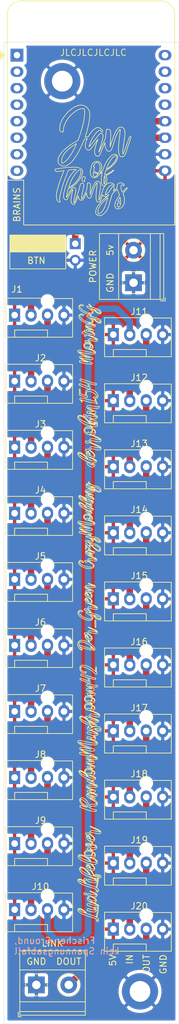
<source format=kicad_pcb>
(kicad_pcb (version 20171130) (host pcbnew 5.1.7-a382d34a8~88~ubuntu18.04.1)
  (layers (0 F.Cu signal) (31 B.Cu signal) (34 B.Paste user) (35 F.Paste user) (36 B.SilkS user) (37 F.SilkS user) (38 B.Mask user) (39 F.Mask user) (44 Edge.Cuts user))
  (net 0 "")
  (net 1 GND)
  (net 2 "Net-(J1-Pad3)")
  (net 3 /DOUT)
  (net 4 +5V)
  (net 5 "Net-(J2-Pad3)")
  (net 6 "Net-(J3-Pad3)")
  (net 7 "Net-(J4-Pad3)")
  (net 8 "Net-(J5-Pad3)")
  (net 9 "Net-(J6-Pad3)")
  (net 10 "Net-(J7-Pad3)")
  (net 11 "Net-(J8-Pad3)")
  (net 12 "Net-(J10-Pad2)")
  (net 13 "Net-(J10-Pad3)")
  (net 14 "Net-(SW1-Pad1)")
  (net 15 "Net-(U1-Pad16)")
  (net 16 "Net-(U1-Pad15)")
  (net 17 "Net-(U1-Pad14)")
  (net 18 "Net-(U1-Pad13)")
  (net 19 "Net-(U1-Pad8)")
  (net 20 "Net-(U1-Pad7)")
  (net 21 "Net-(U1-Pad6)")
  (net 22 "Net-(U1-Pad5)")
  (net 23 "Net-(U1-Pad4)")
  (net 24 "Net-(U1-Pad3)")
  (net 25 "Net-(U1-Pad1)")
  (net 26 "Net-(U1-Pad2)")
  (net 27 "Net-(J11-Pad3)")
  (net 28 "Net-(J12-Pad3)")
  (net 29 "Net-(J13-Pad3)")
  (net 30 "Net-(J14-Pad3)")
  (net 31 "Net-(J15-Pad3)")
  (net 32 "Net-(J16-Pad3)")
  (net 33 "Net-(J17-Pad3)")
  (net 34 "Net-(J18-Pad3)")
  (net 35 "Net-(J19-Pad3)")
  (net 36 "Net-(J20-Pad3)")
  (module MountingHole:MountingHole_3.2mm_M3_DIN965_Pad_TopBottom (layer F.Cu) (at 56 176)
    (fp_text reference H2 hide)
    (fp_text value MountingHole_Pad)
    (pad 1 connect circle (at 0 0) (size 5.6 5.6) (layers B.Cu B.Mask) (net 1 GND))
    (pad 1 connect circle (at 0 0) (size 5.6 5.6) (layers F.Cu F.Mask) (net 1 GND))
    (pad 1 thru_hole circle (at 0 0) (size 3.6 3.6) (drill 3.2) (layers *.Cu *.Mask) (net 1 GND))
  )
  (module MountingHole:MountingHole_3.2mm_M3_DIN965_Pad_TopBottom (layer F.Cu) (at 44 36)
    (fp_text reference H1 hide)
    (fp_text value MountingHole_Pad)
    (pad 1 connect circle (at 0 0) (size 5.6 5.6) (layers B.Cu B.Mask) (net 1 GND))
    (pad 1 connect circle (at 0 0) (size 5.6 5.6) (layers F.Cu F.Mask) (net 1 GND))
    (pad 1 thru_hole circle (at 0 0) (size 3.6 3.6) (drill 3.2) (layers *.Cu *.Mask) (net 1 GND))
  )
  (module TerminalBlock_Phoenix:TerminalBlock_Phoenix_MKDS-1,5-2_1x02_P5.00mm_Horizontal (layer F.Cu) (at 40 175)
    (fp_text reference LINK (at 2.5 -6.4) (layer F.SilkS))
    (fp_text value Screw_Terminal_01x02)
    (pad 2 thru_hole circle (at 5 0) (size 2.6 2.6) (drill 1.3) (layers *.Cu *.Mask) (net 36 "Net-(J20-Pad3)"))
    (pad 1 thru_hole rect (at 0 0) (size 2.6 2.6) (drill 1.3) (layers *.Cu *.Mask) (net 1 GND))
  )
  (module TerminalBlock_Phoenix:TerminalBlock_Phoenix_MKDS-1,5-2_1x02_P5.00mm_Horizontal (layer F.Cu) (at 55 67 90)
    (fp_text reference POWER (at 2.5 -6.26 90) (layer F.SilkS))
    (fp_text value Screw_Terminal_01x02)
    (pad 1 thru_hole rect (at 0 0 90) (size 2.6 2.6) (drill 1.3) (layers *.Cu *.Mask) (net 1 GND))
    (pad 2 thru_hole circle (at 5 0 90) (size 2.6 2.6) (drill 1.3) (layers *.Cu *.Mask) (net 4 +5V))
  )
  (module Connector:FanPinHeader_1x04_P2.54mm_Vertical (layer F.Cu) (at 51.88 166.42)
    (fp_text reference J20 (at 4 -3.55) (layer F.SilkS))
    (fp_text value Conn_01x04_Male)
    (pad "" np_thru_hole circle (at 5.08 -2.16 90) (size 1.1 1.1) (drill 1.1) (layers *.Cu *.Mask))
    (pad 4 thru_hole oval (at 7.62 0 90) (size 2.03 1.73) (drill 1.02) (layers *.Cu *.Mask) (net 1 GND))
    (pad 3 thru_hole oval (at 5.08 0 90) (size 2.03 1.73) (drill 1.02) (layers *.Cu *.Mask) (net 36 "Net-(J20-Pad3)"))
    (pad 2 thru_hole oval (at 2.54 0 90) (size 2.03 1.73) (drill 1.02) (layers *.Cu *.Mask) (net 35 "Net-(J19-Pad3)"))
    (pad 1 thru_hole rect (at 0 0 90) (size 2.03 1.73) (drill 1.02) (layers *.Cu *.Mask) (net 4 +5V))
  )
  (module Connector:FanPinHeader_1x04_P2.54mm_Vertical (layer F.Cu) (at 51.88 156.26)
    (fp_text reference J19 (at 4 -3.55) (layer F.SilkS))
    (fp_text value Conn_01x04_Male)
    (pad "" np_thru_hole circle (at 5.08 -2.16 90) (size 1.1 1.1) (drill 1.1) (layers *.Cu *.Mask))
    (pad 4 thru_hole oval (at 7.62 0 90) (size 2.03 1.73) (drill 1.02) (layers *.Cu *.Mask) (net 1 GND))
    (pad 3 thru_hole oval (at 5.08 0 90) (size 2.03 1.73) (drill 1.02) (layers *.Cu *.Mask) (net 35 "Net-(J19-Pad3)"))
    (pad 2 thru_hole oval (at 2.54 0 90) (size 2.03 1.73) (drill 1.02) (layers *.Cu *.Mask) (net 34 "Net-(J18-Pad3)"))
    (pad 1 thru_hole rect (at 0 0 90) (size 2.03 1.73) (drill 1.02) (layers *.Cu *.Mask) (net 4 +5V))
  )
  (module Connector:FanPinHeader_1x04_P2.54mm_Vertical (layer F.Cu) (at 51.88 146.1)
    (fp_text reference J18 (at 4 -3.55) (layer F.SilkS))
    (fp_text value Conn_01x04_Male)
    (pad "" np_thru_hole circle (at 5.08 -2.16 90) (size 1.1 1.1) (drill 1.1) (layers *.Cu *.Mask))
    (pad 4 thru_hole oval (at 7.62 0 90) (size 2.03 1.73) (drill 1.02) (layers *.Cu *.Mask) (net 1 GND))
    (pad 3 thru_hole oval (at 5.08 0 90) (size 2.03 1.73) (drill 1.02) (layers *.Cu *.Mask) (net 34 "Net-(J18-Pad3)"))
    (pad 2 thru_hole oval (at 2.54 0 90) (size 2.03 1.73) (drill 1.02) (layers *.Cu *.Mask) (net 33 "Net-(J17-Pad3)"))
    (pad 1 thru_hole rect (at 0 0 90) (size 2.03 1.73) (drill 1.02) (layers *.Cu *.Mask) (net 4 +5V))
  )
  (module Connector:FanPinHeader_1x04_P2.54mm_Vertical (layer F.Cu) (at 51.88 135.94)
    (fp_text reference J17 (at 4 -3.55) (layer F.SilkS))
    (fp_text value Conn_01x04_Male)
    (pad "" np_thru_hole circle (at 5.08 -2.16 90) (size 1.1 1.1) (drill 1.1) (layers *.Cu *.Mask))
    (pad 4 thru_hole oval (at 7.62 0 90) (size 2.03 1.73) (drill 1.02) (layers *.Cu *.Mask) (net 1 GND))
    (pad 3 thru_hole oval (at 5.08 0 90) (size 2.03 1.73) (drill 1.02) (layers *.Cu *.Mask) (net 33 "Net-(J17-Pad3)"))
    (pad 2 thru_hole oval (at 2.54 0 90) (size 2.03 1.73) (drill 1.02) (layers *.Cu *.Mask) (net 32 "Net-(J16-Pad3)"))
    (pad 1 thru_hole rect (at 0 0 90) (size 2.03 1.73) (drill 1.02) (layers *.Cu *.Mask) (net 4 +5V))
  )
  (module Connector:FanPinHeader_1x04_P2.54mm_Vertical (layer F.Cu) (at 51.88 125.78)
    (fp_text reference J16 (at 4 -3.55) (layer F.SilkS))
    (fp_text value Conn_01x04_Male)
    (pad "" np_thru_hole circle (at 5.08 -2.16 90) (size 1.1 1.1) (drill 1.1) (layers *.Cu *.Mask))
    (pad 4 thru_hole oval (at 7.62 0 90) (size 2.03 1.73) (drill 1.02) (layers *.Cu *.Mask) (net 1 GND))
    (pad 3 thru_hole oval (at 5.08 0 90) (size 2.03 1.73) (drill 1.02) (layers *.Cu *.Mask) (net 32 "Net-(J16-Pad3)"))
    (pad 2 thru_hole oval (at 2.54 0 90) (size 2.03 1.73) (drill 1.02) (layers *.Cu *.Mask) (net 31 "Net-(J15-Pad3)"))
    (pad 1 thru_hole rect (at 0 0 90) (size 2.03 1.73) (drill 1.02) (layers *.Cu *.Mask) (net 4 +5V))
  )
  (module Connector:FanPinHeader_1x04_P2.54mm_Vertical (layer F.Cu) (at 51.88 115.62)
    (fp_text reference J15 (at 4 -3.55) (layer F.SilkS))
    (fp_text value Conn_01x04_Male)
    (pad "" np_thru_hole circle (at 5.08 -2.16 90) (size 1.1 1.1) (drill 1.1) (layers *.Cu *.Mask))
    (pad 4 thru_hole oval (at 7.62 0 90) (size 2.03 1.73) (drill 1.02) (layers *.Cu *.Mask) (net 1 GND))
    (pad 3 thru_hole oval (at 5.08 0 90) (size 2.03 1.73) (drill 1.02) (layers *.Cu *.Mask) (net 31 "Net-(J15-Pad3)"))
    (pad 2 thru_hole oval (at 2.54 0 90) (size 2.03 1.73) (drill 1.02) (layers *.Cu *.Mask) (net 30 "Net-(J14-Pad3)"))
    (pad 1 thru_hole rect (at 0 0 90) (size 2.03 1.73) (drill 1.02) (layers *.Cu *.Mask) (net 4 +5V))
  )
  (module Connector:FanPinHeader_1x04_P2.54mm_Vertical (layer F.Cu) (at 51.88 105.46)
    (fp_text reference J14 (at 4 -3.55) (layer F.SilkS))
    (fp_text value Conn_01x04_Male)
    (pad "" np_thru_hole circle (at 5.08 -2.16 90) (size 1.1 1.1) (drill 1.1) (layers *.Cu *.Mask))
    (pad 4 thru_hole oval (at 7.62 0 90) (size 2.03 1.73) (drill 1.02) (layers *.Cu *.Mask) (net 1 GND))
    (pad 3 thru_hole oval (at 5.08 0 90) (size 2.03 1.73) (drill 1.02) (layers *.Cu *.Mask) (net 30 "Net-(J14-Pad3)"))
    (pad 2 thru_hole oval (at 2.54 0 90) (size 2.03 1.73) (drill 1.02) (layers *.Cu *.Mask) (net 29 "Net-(J13-Pad3)"))
    (pad 1 thru_hole rect (at 0 0 90) (size 2.03 1.73) (drill 1.02) (layers *.Cu *.Mask) (net 4 +5V))
  )
  (module Connector:FanPinHeader_1x04_P2.54mm_Vertical (layer F.Cu) (at 51.88 95.3)
    (fp_text reference J13 (at 4 -3.55) (layer F.SilkS))
    (fp_text value Conn_01x04_Male)
    (pad "" np_thru_hole circle (at 5.08 -2.16 90) (size 1.1 1.1) (drill 1.1) (layers *.Cu *.Mask))
    (pad 4 thru_hole oval (at 7.62 0 90) (size 2.03 1.73) (drill 1.02) (layers *.Cu *.Mask) (net 1 GND))
    (pad 3 thru_hole oval (at 5.08 0 90) (size 2.03 1.73) (drill 1.02) (layers *.Cu *.Mask) (net 29 "Net-(J13-Pad3)"))
    (pad 2 thru_hole oval (at 2.54 0 90) (size 2.03 1.73) (drill 1.02) (layers *.Cu *.Mask) (net 28 "Net-(J12-Pad3)"))
    (pad 1 thru_hole rect (at 0 0 90) (size 2.03 1.73) (drill 1.02) (layers *.Cu *.Mask) (net 4 +5V))
  )
  (module Connector:FanPinHeader_1x04_P2.54mm_Vertical (layer F.Cu) (at 51.88 85.14)
    (fp_text reference J12 (at 4 -3.55) (layer F.SilkS))
    (fp_text value Conn_01x04_Male)
    (pad "" np_thru_hole circle (at 5.08 -2.16 90) (size 1.1 1.1) (drill 1.1) (layers *.Cu *.Mask))
    (pad 4 thru_hole oval (at 7.62 0 90) (size 2.03 1.73) (drill 1.02) (layers *.Cu *.Mask) (net 1 GND))
    (pad 3 thru_hole oval (at 5.08 0 90) (size 2.03 1.73) (drill 1.02) (layers *.Cu *.Mask) (net 28 "Net-(J12-Pad3)"))
    (pad 2 thru_hole oval (at 2.54 0 90) (size 2.03 1.73) (drill 1.02) (layers *.Cu *.Mask) (net 27 "Net-(J11-Pad3)"))
    (pad 1 thru_hole rect (at 0 0 90) (size 2.03 1.73) (drill 1.02) (layers *.Cu *.Mask) (net 4 +5V))
  )
  (module Connector:FanPinHeader_1x04_P2.54mm_Vertical (layer F.Cu) (at 51.88 74.98)
    (fp_text reference J11 (at 4 -3.55) (layer F.SilkS))
    (fp_text value Conn_01x04_Male)
    (pad "" np_thru_hole circle (at 5.08 -2.16 90) (size 1.1 1.1) (drill 1.1) (layers *.Cu *.Mask))
    (pad 4 thru_hole oval (at 7.62 0 90) (size 2.03 1.73) (drill 1.02) (layers *.Cu *.Mask) (net 1 GND))
    (pad 3 thru_hole oval (at 5.08 0 90) (size 2.03 1.73) (drill 1.02) (layers *.Cu *.Mask) (net 27 "Net-(J11-Pad3)"))
    (pad 2 thru_hole oval (at 2.54 0 90) (size 2.03 1.73) (drill 1.02) (layers *.Cu *.Mask) (net 13 "Net-(J10-Pad3)"))
    (pad 1 thru_hole rect (at 0 0 90) (size 2.03 1.73) (drill 1.02) (layers *.Cu *.Mask) (net 4 +5V))
  )
  (module Module:WEMOS_D1_mini_light (layer F.Cu) (at 37 32)
    (fp_text reference BRAINS (at 0 23 90) (layer F.SilkS))
    (fp_text value WeMos_D1_mini)
    (pad 16 thru_hole oval (at 22.86 0) (size 2 1.6) (drill 1) (layers *.Cu *.Mask) (net 15 "Net-(U1-Pad16)"))
    (pad 15 thru_hole oval (at 22.86 2.54) (size 2 1.6) (drill 1) (layers *.Cu *.Mask) (net 16 "Net-(U1-Pad15)"))
    (pad 14 thru_hole oval (at 22.86 5.08) (size 2 1.6) (drill 1) (layers *.Cu *.Mask) (net 17 "Net-(U1-Pad14)"))
    (pad 13 thru_hole oval (at 22.86 7.62) (size 2 1.6) (drill 1) (layers *.Cu *.Mask) (net 18 "Net-(U1-Pad13)"))
    (pad 12 thru_hole oval (at 22.86 10.16) (size 2 1.6) (drill 1) (layers *.Cu *.Mask) (net 14 "Net-(SW1-Pad1)"))
    (pad 11 thru_hole oval (at 22.86 12.7) (size 2 1.6) (drill 1) (layers *.Cu *.Mask) (net 3 /DOUT))
    (pad 10 thru_hole oval (at 22.86 15.24) (size 2 1.6) (drill 1) (layers *.Cu *.Mask) (net 1 GND))
    (pad 9 thru_hole oval (at 22.86 17.78) (size 2 1.6) (drill 1) (layers *.Cu *.Mask) (net 4 +5V))
    (pad 8 thru_hole oval (at 0 17.78) (size 2 1.6) (drill 1) (layers *.Cu *.Mask) (net 19 "Net-(U1-Pad8)"))
    (pad 7 thru_hole oval (at 0 15.24) (size 2 1.6) (drill 1) (layers *.Cu *.Mask) (net 20 "Net-(U1-Pad7)"))
    (pad 6 thru_hole oval (at 0 12.7) (size 2 1.6) (drill 1) (layers *.Cu *.Mask) (net 21 "Net-(U1-Pad6)"))
    (pad 5 thru_hole oval (at 0 10.16) (size 2 1.6) (drill 1) (layers *.Cu *.Mask) (net 22 "Net-(U1-Pad5)"))
    (pad 4 thru_hole oval (at 0 7.62) (size 2 1.6) (drill 1) (layers *.Cu *.Mask) (net 23 "Net-(U1-Pad4)"))
    (pad 3 thru_hole oval (at 0 5.08) (size 2 1.6) (drill 1) (layers *.Cu *.Mask) (net 24 "Net-(U1-Pad3)"))
    (pad 1 thru_hole rect (at 0 0) (size 2 2) (drill 1) (layers *.Cu *.Mask) (net 25 "Net-(U1-Pad1)"))
    (pad 2 thru_hole oval (at 0 2.54) (size 2 1.6) (drill 1) (layers *.Cu *.Mask) (net 26 "Net-(U1-Pad2)"))
  )
  (module Connector_PinSocket_2.54mm:PinSocket_1x02_P2.54mm_Horizontal (layer F.Cu) (at 46 61)
    (fp_text reference BTN (at -6 2.6) (layer F.SilkS))
    (fp_text value SW_Push)
    (pad 2 thru_hole oval (at 0 2.54) (size 1.7 1.7) (drill 1) (layers *.Cu *.Mask) (net 1 GND))
    (pad 1 thru_hole rect (at 0 0) (size 1.7 1.7) (drill 1) (layers *.Cu *.Mask) (net 14 "Net-(SW1-Pad1)"))
  )
  (module Connector:FanPinHeader_1x04_P2.54mm_Vertical (layer F.Cu) (at 36.64 163.42)
    (fp_text reference J10 (at 4 -3.55) (layer F.SilkS))
    (fp_text value Conn_01x04_Male)
    (pad "" np_thru_hole circle (at 5.08 -2.16 90) (size 1.1 1.1) (drill 1.1) (layers *.Cu *.Mask))
    (pad 4 thru_hole oval (at 7.62 0 90) (size 2.03 1.73) (drill 1.02) (layers *.Cu *.Mask) (net 1 GND))
    (pad 3 thru_hole oval (at 5.08 0 90) (size 2.03 1.73) (drill 1.02) (layers *.Cu *.Mask) (net 13 "Net-(J10-Pad3)"))
    (pad 2 thru_hole oval (at 2.54 0 90) (size 2.03 1.73) (drill 1.02) (layers *.Cu *.Mask) (net 12 "Net-(J10-Pad2)"))
    (pad 1 thru_hole rect (at 0 0 90) (size 2.03 1.73) (drill 1.02) (layers *.Cu *.Mask) (net 4 +5V))
  )
  (module Connector:FanPinHeader_1x04_P2.54mm_Vertical (layer F.Cu) (at 36.64 153.26)
    (fp_text reference J9 (at 4 -3.55) (layer F.SilkS))
    (fp_text value Conn_01x04_Male)
    (pad "" np_thru_hole circle (at 5.08 -2.16 90) (size 1.1 1.1) (drill 1.1) (layers *.Cu *.Mask))
    (pad 4 thru_hole oval (at 7.62 0 90) (size 2.03 1.73) (drill 1.02) (layers *.Cu *.Mask) (net 1 GND))
    (pad 3 thru_hole oval (at 5.08 0 90) (size 2.03 1.73) (drill 1.02) (layers *.Cu *.Mask) (net 12 "Net-(J10-Pad2)"))
    (pad 2 thru_hole oval (at 2.54 0 90) (size 2.03 1.73) (drill 1.02) (layers *.Cu *.Mask) (net 11 "Net-(J8-Pad3)"))
    (pad 1 thru_hole rect (at 0 0 90) (size 2.03 1.73) (drill 1.02) (layers *.Cu *.Mask) (net 4 +5V))
  )
  (module Connector:FanPinHeader_1x04_P2.54mm_Vertical (layer F.Cu) (at 36.64 143.1)
    (fp_text reference J8 (at 4 -3.55) (layer F.SilkS))
    (fp_text value Conn_01x04_Male)
    (pad "" np_thru_hole circle (at 5.08 -2.16 90) (size 1.1 1.1) (drill 1.1) (layers *.Cu *.Mask))
    (pad 4 thru_hole oval (at 7.62 0 90) (size 2.03 1.73) (drill 1.02) (layers *.Cu *.Mask) (net 1 GND))
    (pad 3 thru_hole oval (at 5.08 0 90) (size 2.03 1.73) (drill 1.02) (layers *.Cu *.Mask) (net 11 "Net-(J8-Pad3)"))
    (pad 2 thru_hole oval (at 2.54 0 90) (size 2.03 1.73) (drill 1.02) (layers *.Cu *.Mask) (net 10 "Net-(J7-Pad3)"))
    (pad 1 thru_hole rect (at 0 0 90) (size 2.03 1.73) (drill 1.02) (layers *.Cu *.Mask) (net 4 +5V))
  )
  (module Connector:FanPinHeader_1x04_P2.54mm_Vertical (layer F.Cu) (at 36.64 132.94)
    (fp_text reference J7 (at 4 -3.55) (layer F.SilkS))
    (fp_text value Conn_01x04_Male)
    (pad "" np_thru_hole circle (at 5.08 -2.16 90) (size 1.1 1.1) (drill 1.1) (layers *.Cu *.Mask))
    (pad 4 thru_hole oval (at 7.62 0 90) (size 2.03 1.73) (drill 1.02) (layers *.Cu *.Mask) (net 1 GND))
    (pad 3 thru_hole oval (at 5.08 0 90) (size 2.03 1.73) (drill 1.02) (layers *.Cu *.Mask) (net 10 "Net-(J7-Pad3)"))
    (pad 2 thru_hole oval (at 2.54 0 90) (size 2.03 1.73) (drill 1.02) (layers *.Cu *.Mask) (net 9 "Net-(J6-Pad3)"))
    (pad 1 thru_hole rect (at 0 0 90) (size 2.03 1.73) (drill 1.02) (layers *.Cu *.Mask) (net 4 +5V))
  )
  (module Connector:FanPinHeader_1x04_P2.54mm_Vertical (layer F.Cu) (at 36.64 122.78)
    (fp_text reference J6 (at 4 -3.55) (layer F.SilkS))
    (fp_text value Conn_01x04_Male)
    (pad "" np_thru_hole circle (at 5.08 -2.16 90) (size 1.1 1.1) (drill 1.1) (layers *.Cu *.Mask))
    (pad 4 thru_hole oval (at 7.62 0 90) (size 2.03 1.73) (drill 1.02) (layers *.Cu *.Mask) (net 1 GND))
    (pad 3 thru_hole oval (at 5.08 0 90) (size 2.03 1.73) (drill 1.02) (layers *.Cu *.Mask) (net 9 "Net-(J6-Pad3)"))
    (pad 2 thru_hole oval (at 2.54 0 90) (size 2.03 1.73) (drill 1.02) (layers *.Cu *.Mask) (net 8 "Net-(J5-Pad3)"))
    (pad 1 thru_hole rect (at 0 0 90) (size 2.03 1.73) (drill 1.02) (layers *.Cu *.Mask) (net 4 +5V))
  )
  (module Connector:FanPinHeader_1x04_P2.54mm_Vertical (layer F.Cu) (at 36.64 112.62)
    (fp_text reference J5 (at 4 -3.55) (layer F.SilkS))
    (fp_text value Conn_01x04_Male)
    (pad "" np_thru_hole circle (at 5.08 -2.16 90) (size 1.1 1.1) (drill 1.1) (layers *.Cu *.Mask))
    (pad 4 thru_hole oval (at 7.62 0 90) (size 2.03 1.73) (drill 1.02) (layers *.Cu *.Mask) (net 1 GND))
    (pad 3 thru_hole oval (at 5.08 0 90) (size 2.03 1.73) (drill 1.02) (layers *.Cu *.Mask) (net 8 "Net-(J5-Pad3)"))
    (pad 2 thru_hole oval (at 2.54 0 90) (size 2.03 1.73) (drill 1.02) (layers *.Cu *.Mask) (net 7 "Net-(J4-Pad3)"))
    (pad 1 thru_hole rect (at 0 0 90) (size 2.03 1.73) (drill 1.02) (layers *.Cu *.Mask) (net 4 +5V))
  )
  (module Connector:FanPinHeader_1x04_P2.54mm_Vertical (layer F.Cu) (at 36.64 102.46)
    (fp_text reference J4 (at 4 -3.55) (layer F.SilkS))
    (fp_text value Conn_01x04_Male)
    (pad "" np_thru_hole circle (at 5.08 -2.16 90) (size 1.1 1.1) (drill 1.1) (layers *.Cu *.Mask))
    (pad 4 thru_hole oval (at 7.62 0 90) (size 2.03 1.73) (drill 1.02) (layers *.Cu *.Mask) (net 1 GND))
    (pad 3 thru_hole oval (at 5.08 0 90) (size 2.03 1.73) (drill 1.02) (layers *.Cu *.Mask) (net 7 "Net-(J4-Pad3)"))
    (pad 2 thru_hole oval (at 2.54 0 90) (size 2.03 1.73) (drill 1.02) (layers *.Cu *.Mask) (net 6 "Net-(J3-Pad3)"))
    (pad 1 thru_hole rect (at 0 0 90) (size 2.03 1.73) (drill 1.02) (layers *.Cu *.Mask) (net 4 +5V))
  )
  (module Connector:FanPinHeader_1x04_P2.54mm_Vertical (layer F.Cu) (at 36.64 92.3)
    (fp_text reference J3 (at 4 -3.55) (layer F.SilkS))
    (fp_text value Conn_01x04_Male)
    (pad "" np_thru_hole circle (at 5.08 -2.16 90) (size 1.1 1.1) (drill 1.1) (layers *.Cu *.Mask))
    (pad 4 thru_hole oval (at 7.62 0 90) (size 2.03 1.73) (drill 1.02) (layers *.Cu *.Mask) (net 1 GND))
    (pad 3 thru_hole oval (at 5.08 0 90) (size 2.03 1.73) (drill 1.02) (layers *.Cu *.Mask) (net 6 "Net-(J3-Pad3)"))
    (pad 2 thru_hole oval (at 2.54 0 90) (size 2.03 1.73) (drill 1.02) (layers *.Cu *.Mask) (net 5 "Net-(J2-Pad3)"))
    (pad 1 thru_hole rect (at 0 0 90) (size 2.03 1.73) (drill 1.02) (layers *.Cu *.Mask) (net 4 +5V))
  )
  (module Connector:FanPinHeader_1x04_P2.54mm_Vertical (layer F.Cu) (at 36.64 82.14)
    (fp_text reference J2 (at 4 -3.55) (layer F.SilkS))
    (fp_text value Conn_01x04_Male)
    (pad "" np_thru_hole circle (at 5.08 -2.16 90) (size 1.1 1.1) (drill 1.1) (layers *.Cu *.Mask))
    (pad 4 thru_hole oval (at 7.62 0 90) (size 2.03 1.73) (drill 1.02) (layers *.Cu *.Mask) (net 1 GND))
    (pad 3 thru_hole oval (at 5.08 0 90) (size 2.03 1.73) (drill 1.02) (layers *.Cu *.Mask) (net 5 "Net-(J2-Pad3)"))
    (pad 2 thru_hole oval (at 2.54 0 90) (size 2.03 1.73) (drill 1.02) (layers *.Cu *.Mask) (net 2 "Net-(J1-Pad3)"))
    (pad 1 thru_hole rect (at 0 0 90) (size 2.03 1.73) (drill 1.02) (layers *.Cu *.Mask) (net 4 +5V))
  )
  (module Connector:FanPinHeader_1x04_P2.54mm_Vertical (layer F.Cu) (at 36.64 71.98)
    (fp_text reference J1 (at 0.36 -3.98) (layer F.SilkS))
    (fp_text value Conn_01x04_Male)
    (pad "" np_thru_hole circle (at 5.08 -2.16 90) (size 1.1 1.1) (drill 1.1) (layers *.Cu *.Mask))
    (pad 4 thru_hole oval (at 7.62 0 90) (size 2.03 1.73) (drill 1.02) (layers *.Cu *.Mask) (net 1 GND))
    (pad 3 thru_hole oval (at 5.08 0 90) (size 2.03 1.73) (drill 1.02) (layers *.Cu *.Mask) (net 2 "Net-(J1-Pad3)"))
    (pad 2 thru_hole oval (at 2.54 0 90) (size 2.03 1.73) (drill 1.02) (layers *.Cu *.Mask) (net 3 /DOUT))
    (pad 1 thru_hole rect (at 0 0 90) (size 2.03 1.73) (drill 1.02) (layers *.Cu *.Mask) (net 4 +5V))
  )
  (gr_curve (pts (xy 52.143675 48.30859) (xy 52.195195 48.23289) (xy 52.268601 48.08596) (xy 52.306797 47.98214)) (layer F.SilkS) (width 0.1))
  (gr_curve (pts (xy 51.186264 49.2906) (xy 51.528958 49.03121) (xy 51.936297 48.61341) (xy 52.143675 48.30859)) (layer F.SilkS) (width 0.1))
  (gr_curve (pts (xy 51.390096 46.06114) (xy 51.402456 46.04894) (xy 51.499616 45.75484) (xy 51.605995 45.4076)) (layer F.SilkS) (width 0.1))
  (gr_curve (pts (xy 51.381296 45.96124) (xy 51.372096 46.04354) (xy 51.374996 46.07615) (xy 51.390096 46.06114)) (layer F.SilkS) (width 0.1))
  (gr_curve (pts (xy 51.417646 45.43936) (xy 51.405166 45.65922) (xy 51.388806 45.89406) (xy 51.381296 45.96124)) (layer F.SilkS) (width 0.1))
  (gr_curve (pts (xy 53.014291 43.06369) (xy 53.153078 43.06415) (xy 53.202596 43.07469) (xy 53.296688 43.12389)) (layer F.SilkS) (width 0.1))
  (gr_curve (pts (xy 52.476574 43.39658) (xy 52.683562 43.12631) (xy 52.785936 43.06293) (xy 53.014291 43.06369)) (layer F.SilkS) (width 0.1))
  (gr_curve (pts (xy 51.605995 45.4076) (xy 51.909026 44.41848) (xy 52.188676 43.77249) (xy 52.476574 43.39658)) (layer F.SilkS) (width 0.1))
  (gr_curve (pts (xy 47.787197 44.9884) (xy 47.829577 44.8967) (xy 47.859607 44.81699) (xy 47.853937 44.81132)) (layer F.SilkS) (width 0.1))
  (gr_curve (pts (xy 47.55909 45.95938) (xy 47.53973 45.68658) (xy 47.61744 45.35582) (xy 47.787197 44.9884)) (layer F.SilkS) (width 0.1))
  (gr_curve (pts (xy 47.867625 46.54745) (xy 47.673001 46.45045) (xy 47.581572 46.2762) (xy 47.55909 45.95938)) (layer F.SilkS) (width 0.1))
  (gr_curve (pts (xy 50.488647 50.70497) (xy 50.418877 51.07086) (xy 50.401987 51.61298) (xy 50.454507 51.80098)) (layer F.SilkS) (width 0.1))
  (gr_curve (pts (xy 50.544127 50.61577) (xy 50.516407 50.57787) (xy 50.511317 50.58607) (xy 50.488647 50.70497)) (layer F.SilkS) (width 0.1))
  (gr_curve (pts (xy 49.543412 48.56508) (xy 49.484112 48.52538) (xy 49.407884 48.49288) (xy 49.374014 48.49288)) (layer F.SilkS) (width 0.1))
  (gr_curve (pts (xy 49.818591 49.0592) (xy 49.785511 48.85358) (xy 49.673253 48.652) (xy 49.543412 48.56508)) (layer F.SilkS) (width 0.1))
  (gr_curve (pts (xy 51.538065 52.53638) (xy 51.595685 52.42787) (xy 51.67114 52.31198) (xy 51.705739 52.27883)) (layer F.SilkS) (width 0.1))
  (gr_curve (pts (xy 46.641465 52.41667) (xy 46.743425 51.95834) (xy 46.831711 51.75485) (xy 46.947798 51.71059)) (layer F.SilkS) (width 0.1))
  (gr_curve (pts (xy 47.516951 53.24978) (xy 47.807122 52.63025) (xy 47.79005 52.68713) (xy 47.840118 52.17305)) (layer F.SilkS) (width 0.1))
  (gr_curve (pts (xy 51.531887 51.64676) (xy 51.802139 51.69576) (xy 52.047833 51.87277) (xy 52.034619 52.00895)) (layer F.SilkS) (width 0.1))
  (gr_curve (pts (xy 43.605827 43.15784) (xy 43.620487 42.78583) (xy 43.687957 42.51615) (xy 43.851126 42.17735)) (layer F.SilkS) (width 0.1))
  (gr_curve (pts (xy 43.736352 43.70636) (xy 43.619808 43.60826) (xy 43.592585 43.4939) (xy 43.605827 43.15784)) (layer F.SilkS) (width 0.1))
  (gr_curve (pts (xy 44.087698 43.81851) (xy 44.024188 43.83871) (xy 43.813764 43.77151) (xy 43.736352 43.70636)) (layer F.SilkS) (width 0.1))
  (gr_curve (pts (xy 53.593283 54.22942) (xy 53.592779 54.95201) (xy 53.390769 55.34937) (xy 52.91114 55.5712)) (layer F.SilkS) (width 0.1))
  (gr_curve (pts (xy 52.768627 54.75233) (xy 52.629881 54.75633) (xy 52.511365 54.76483) (xy 52.505258 54.77083)) (layer F.SilkS) (width 0.1))
  (gr_line (start 49.947752 56.23472) (end 49.947752 56.23472) (layer F.SilkS) (width 0.1))
  (gr_curve (pts (xy 49.02845 50.71359) (xy 49.05469 50.71359) (xy 49.130171 50.68109) (xy 49.196189 50.64139)) (layer F.SilkS) (width 0.1))
  (gr_curve (pts (xy 48.83134 50.5387) (xy 48.88043 50.6336) (xy 48.970555 50.71359) (xy 49.02845 50.71359)) (layer F.SilkS) (width 0.1))
  (gr_curve (pts (xy 51.461966 44.69541) (xy 51.450076 44.88473) (xy 51.430136 45.21951) (xy 51.417646 45.43936)) (layer F.SilkS) (width 0.1))
  (gr_curve (pts (xy 51.371836 43.50639) (xy 51.477563 43.61893) (xy 51.506005 43.99416) (xy 51.461966 44.69541)) (layer F.SilkS) (width 0.1))
  (gr_curve (pts (xy 51.002246 43.38517) (xy 51.138806 43.38517) (xy 51.311019 43.44167) (xy 51.371836 43.50639)) (layer F.SilkS) (width 0.1))
  (gr_curve (pts (xy 53.495552 45.6077) (xy 53.321352 46.71278) (xy 53.308547 46.83755) (xy 53.341328 47.11047)) (layer F.SilkS) (width 0.1))
  (gr_curve (pts (xy 53.658873 43.74048) (xy 53.707693 44.04623) (xy 53.665273 44.53077) (xy 53.495552 45.6077)) (layer F.SilkS) (width 0.1))
  (gr_curve (pts (xy 53.296688 43.12389) (xy 53.507988 43.23431) (xy 53.6042 43.3981) (xy 53.658873 43.74048)) (layer F.SilkS) (width 0.1))
  (gr_curve (pts (xy 49.196189 50.64149) (xy 49.281699 50.59009) (xy 49.34369 50.52819) (xy 49.41173 50.42633)) (layer F.SilkS) (width 0.1))
  (gr_line (start 50.28483 52.07378) (end 50.28483 52.07378) (layer F.SilkS) (width 0.1))
  (gr_curve (pts (xy 50.718163 44.25347) (xy 50.803643 43.4232) (xy 50.816093 43.38517) (xy 51.002246 43.38517)) (layer F.SilkS) (width 0.1))
  (gr_line (start 48.1275 46.10559) (end 48.245754 45.98258) (layer F.SilkS) (width 0.1))
  (gr_line (start 48.14193 46.01679) (end 48.1275 46.10559) (layer F.SilkS) (width 0.1))
  (gr_curve (pts (xy 49.918572 46.36682) (xy 50.049924 46.07657) (xy 50.270911 45.60525) (xy 50.409653 45.31943)) (layer F.SilkS) (width 0.1))
  (gr_curve (pts (xy 49.66013 46.90666) (xy 49.67092 46.89966) (xy 49.787219 46.65706) (xy 49.918572 46.36682)) (layer F.SilkS) (width 0.1))
  (gr_curve (pts (xy 45.776426 54.59692) (xy 45.776317 54.78449) (xy 45.804426 54.76031) (xy 45.962812 54.43657)) (layer F.SilkS) (width 0.1))
  (gr_curve (pts (xy 52.54966 47.67036) (xy 52.54966 47.9442) (xy 52.46522 48.14442) (xy 52.201044 48.49695)) (layer F.SilkS) (width 0.1))
  (gr_curve (pts (xy 52.364315 47.30675) (xy 52.509995 47.4239) (xy 52.54966 47.50171) (xy 52.54966 47.67036)) (layer F.SilkS) (width 0.1))
  (gr_line (start 50.141707 50.11831) (end 50.157327 50.04481) (layer F.SilkS) (width 0.1))
  (gr_curve (pts (xy 52.201044 48.49695) (xy 51.865394 48.94487) (xy 51.345858 49.40321) (xy 50.919162 49.62784)) (layer F.SilkS) (width 0.1))
  (gr_curve (pts (xy 49.681884 54.28877) (xy 49.692434 54.28877) (xy 49.726634 54.23127) (xy 49.757884 54.16108)) (layer F.SilkS) (width 0.1))
  (gr_curve (pts (xy 51.029525 53.89411) (xy 51.015325 53.87991) (xy 50.633152 54.23281) (xy 50.406241 54.46965)) (layer F.SilkS) (width 0.1))
  (gr_curve (pts (xy 52.838389 53.53798) (xy 52.838389 53.51348) (xy 52.773889 53.34283) (xy 52.695054 53.15877)) (layer F.SilkS) (width 0.1))
  (gr_line (start 52.805029 55.30817) (end 52.805023 55.30773) (layer F.SilkS) (width 0.1))
  (gr_curve (pts (xy 50.78756 56.01204) (xy 50.58499 56.28148) (xy 50.225559 56.5809) (xy 50.015886 56.65488)) (layer F.SilkS) (width 0.1))
  (gr_line (start 48.85446 49.69002) (end 48.95322 49.81574) (layer F.SilkS) (width 0.1))
  (gr_curve (pts (xy 48.78919 50.04317) (xy 48.76307 50.15877) (xy 48.78831 50.45549) (xy 48.83134 50.5387)) (layer F.SilkS) (width 0.1))
  (gr_line (start 50.605877 51.46249) (end 50.605877 51.46249) (layer F.SilkS) (width 0.1))
  (gr_curve (pts (xy 49.41041 50.24005) (xy 49.267254 50.22045) (xy 49.079178 50.14405) (xy 48.935093 50.04707)) (layer F.SilkS) (width 0.1))
  (gr_curve (pts (xy 50.509767 51.76138) (xy 50.531767 51.70958) (xy 50.575017 51.57507) (xy 50.605877 51.46249)) (layer F.SilkS) (width 0.1))
  (gr_curve (pts (xy 50.454507 51.80098) (xy 50.468937 51.85258) (xy 50.471937 51.85048) (xy 50.509767 51.76138)) (layer F.SilkS) (width 0.1))
  (gr_curve (pts (xy 53.019588 54.43803) (xy 53.002998 54.16778) (xy 52.955958 53.86698) (xy 52.930338 53.86733)) (layer F.SilkS) (width 0.1))
  (gr_curve (pts (xy 51.968092 53.0937) (xy 51.830836 53.20755) (xy 51.743573 53.29747) (xy 51.727108 53.34201)) (layer F.SilkS) (width 0.1))
  (gr_curve (pts (xy 52.805023 55.30773) (xy 52.911048 55.19038) (xy 52.988298 55.02114) (xy 53.006532 54.86627)) (layer F.SilkS) (width 0.1))
  (gr_curve (pts (xy 52.524983 52.73487) (xy 52.510273 52.68577) (xy 52.487023 52.64567) (xy 52.473303 52.64567)) (layer F.SilkS) (width 0.1))
  (gr_curve (pts (xy 50.831172 51.54638) (xy 50.688785 52.05386) (xy 50.537057 52.20033) (xy 50.28483 52.07378)) (layer F.SilkS) (width 0.1))
  (gr_curve (pts (xy 50.831827 50.73581) (xy 50.920147 50.94103) (xy 50.919917 51.23009) (xy 50.831172 51.54638)) (layer F.SilkS) (width 0.1))
  (gr_curve (pts (xy 50.618337 50.79896) (xy 50.594307 50.72116) (xy 50.560917 50.63873) (xy 50.544127 50.61577)) (layer F.SilkS) (width 0.1))
  (gr_curve (pts (xy 50.605887 51.46246) (xy 50.675137 51.2098) (xy 50.679157 50.99586) (xy 50.618337 50.79896)) (layer F.SilkS) (width 0.1))
  (gr_line (start 50.711032 49.73741) (end 50.663312 49.91425) (layer F.SilkS) (width 0.1))
  (gr_line (start 50.919162 49.62784) (end 50.711032 49.73741) (layer F.SilkS) (width 0.1))
  (gr_curve (pts (xy 52.930338 53.86733) (xy 52.893048 53.86783) (xy 52.593808 54.40603) (xy 52.594289 54.47173)) (layer F.SilkS) (width 0.1))
  (gr_curve (pts (xy 48.330196 52.86749) (xy 48.317836 53.09345) (xy 48.302726 53.3283) (xy 48.296616 53.38937)) (layer F.SilkS) (width 0.1))
  (gr_curve (pts (xy 48.365726 52.25145) (xy 48.358526 52.36431) (xy 48.342556 52.64153) (xy 48.330196 52.86749)) (layer F.SilkS) (width 0.1))
  (gr_curve (pts (xy 49.757884 54.16108) (xy 49.841094 53.97411) (xy 50.181203 53.01878) (xy 50.238185 52.81197)) (layer F.SilkS) (width 0.1))
  (gr_curve (pts (xy 48.95322 49.81574) (xy 49.066824 49.96036) (xy 49.242315 50.07632) (xy 49.418404 50.12311)) (layer F.SilkS) (width 0.1))
  (gr_line (start 49.196189 50.64139) (end 49.196189 50.64149) (layer F.SilkS) (width 0.1))
  (gr_curve (pts (xy 44.962842 49.67525) (xy 44.911352 49.72825) (xy 44.256387 51.42824) (xy 44.100724 51.91289)) (layer F.SilkS) (width 0.1))
  (gr_curve (pts (xy 49.928755 44.00698) (xy 50.09334 44.00698) (xy 50.267748 44.15304) (xy 50.294873 44.31359)) (layer F.SilkS) (width 0.1))
  (gr_curve (pts (xy 49.034669 45.01655) (xy 49.834631 44.01101) (xy 49.838198 44.00698) (xy 49.928755 44.00698)) (layer F.SilkS) (width 0.1))
  (gr_curve (pts (xy 48.245754 45.98258) (xy 48.310794 45.91488) (xy 48.665805 45.48021) (xy 49.034669 45.01655)) (layer F.SilkS) (width 0.1))
  (gr_line (start 47.76692 44.58728) (end 48.014128 44.52728) (layer F.SilkS) (width 0.1))
  (gr_curve (pts (xy 48.450292 45.1507) (xy 48.330272 45.40295) (xy 48.167275 45.86075) (xy 48.14193 46.01679)) (layer F.SilkS) (width 0.1))
  (gr_curve (pts (xy 49.774452 43.54065) (xy 49.504208 43.54065) (xy 48.821224 44.37109) (xy 48.450292 45.1507)) (layer F.SilkS) (width 0.1))
  (gr_curve (pts (xy 43.052969 49.87794) (xy 42.925449 49.81744) (xy 42.82372 49.60031) (xy 42.895123 49.54105)) (layer F.SilkS) (width 0.1))
  (gr_curve (pts (xy 43.672604 49.84844) (xy 43.259664 49.92374) (xy 43.159485 49.92854) (xy 43.052969 49.87794)) (layer F.SilkS) (width 0.1))
  (gr_curve (pts (xy 46.475451 53.74968) (xy 46.466851 53.69218) (xy 46.453031 53.64507) (xy 46.444801 53.64507)) (layer F.SilkS) (width 0.1))
  (gr_curve (pts (xy 44.165158 43.47401) (xy 44.146568 43.75977) (xy 44.136868 43.8029) (xy 44.087698 43.81851)) (layer F.SilkS) (width 0.1))
  (gr_curve (pts (xy 44.523852 42.33507) (xy 44.287657 42.80647) (xy 44.188001 43.1229) (xy 44.165158 43.47401)) (layer F.SilkS) (width 0.1))
  (gr_curve (pts (xy 47.176469 40.20419) (xy 46.295513 40.23759) (xy 45.089261 41.20661) (xy 44.523852 42.33507)) (layer F.SilkS) (width 0.1))
  (gr_curve (pts (xy 52.118858 47.23805) (xy 52.264538 47.23805) (xy 52.28657 47.24405) (xy 52.364315 47.30675)) (layer F.SilkS) (width 0.1))
  (gr_curve (pts (xy 51.394323 47.6482) (xy 51.717391 47.32496) (xy 51.870905 47.23805) (xy 52.118858 47.23805)) (layer F.SilkS) (width 0.1))
  (gr_curve (pts (xy 49.007034 46.56864) (xy 49.059544 46.27277) (xy 49.209823 45.76047) (xy 49.373401 45.31966)) (layer F.SilkS) (width 0.1))
  (gr_curve (pts (xy 54.067896 46.23881) (xy 53.95186 46.61928) (xy 53.811528 47.04411) (xy 53.76145 47.16652)) (layer F.SilkS) (width 0.1))
  (gr_curve (pts (xy 54.323499 45.50597) (xy 54.212718 45.81132) (xy 54.097698 46.1411) (xy 54.067896 46.23881)) (layer F.SilkS) (width 0.1))
  (gr_curve (pts (xy 54.591113 44.54904) (xy 54.630853 44.59694) (xy 54.555353 44.86688) (xy 54.323499 45.50597)) (layer F.SilkS) (width 0.1))
  (gr_curve (pts (xy 47.611824 53.47885) (xy 47.33531 54.12079) (xy 47.181479 54.30921) (xy 46.932624 54.3108)) (layer F.SilkS) (width 0.1))
  (gr_curve (pts (xy 45.898485 49.57073) (xy 45.429181 49.59783) (xy 44.990471 49.64683) (xy 44.962842 49.67525)) (layer F.SilkS) (width 0.1))
  (gr_curve (pts (xy 47.431031 40.44007) (xy 47.387881 40.21455) (xy 47.368831 40.19689) (xy 47.176469 40.20419)) (layer F.SilkS) (width 0.1))
  (gr_curve (pts (xy 47.142002 42.87494) (xy 47.40712 41.82905) (xy 47.518026 40.89475) (xy 47.431031 40.44007)) (layer F.SilkS) (width 0.1))
  (gr_curve (pts (xy 46.408509 45.08761) (xy 46.517805 44.91814) (xy 46.969393 43.55587) (xy 47.142002 42.87494)) (layer F.SilkS) (width 0.1))
  (gr_curve (pts (xy 53.065394 52.19022) (xy 53.040854 52.29958) (xy 53.066385 52.5524) (xy 53.116944 52.70072)) (layer F.SilkS) (width 0.1))
  (gr_curve (pts (xy 47.598846 44.37177) (xy 47.549416 44.51743) (xy 47.511386 44.63903) (xy 47.514336 44.64198)) (layer F.SilkS) (width 0.1))
  (gr_curve (pts (xy 48.150829 42.16376) (xy 48.053609 42.77444) (xy 47.809347 43.75152) (xy 47.598846 44.37177)) (layer F.SilkS) (width 0.1))
  (gr_curve (pts (xy 48.196379 40.72027) (xy 48.263549 41.03703) (xy 48.247069 41.55925) (xy 48.150829 42.16376)) (layer F.SilkS) (width 0.1))
  (gr_curve (pts (xy 48.351076 51.89122) (xy 48.368076 51.98632) (xy 48.373736 52.12557) (xy 48.365726 52.25145)) (layer F.SilkS) (width 0.1))
  (gr_line (start 47.433983 51.31327) (end 47.430883 51.43541) (layer F.SilkS) (width 0.1))
  (gr_curve (pts (xy 47.342053 51.44141) (xy 47.282693 51.44541) (xy 47.231547 51.43341) (xy 47.187887 51.40371)) (layer F.SilkS) (width 0.1))
  (gr_line (start 51.186261 49.2906) (end 51.186261 49.2906) (layer F.SilkS) (width 0.1))
  (gr_line (start 49.597201 56.4434) (end 49.713222 56.3847) (layer F.SilkS) (width 0.1))
  (gr_line (start 49.557771 56.3832) (end 49.597201 56.4434) (layer F.SilkS) (width 0.1))
  (gr_curve (pts (xy 49.947756 56.23467) (xy 50.22118 56.0241) (xy 50.490244 55.59636) (xy 50.661721 55.09965)) (layer F.SilkS) (width 0.1))
  (gr_curve (pts (xy 52.708623 53.76365) (xy 52.779993 53.66405) (xy 52.838389 53.56249) (xy 52.838389 53.53798)) (layer F.SilkS) (width 0.1))
  (gr_curve (pts (xy 46.890617 49.89486) (xy 46.892717 49.67421) (xy 46.883017 49.6556) (xy 46.763546 49.65108)) (layer F.SilkS) (width 0.1))
  (gr_curve (pts (xy 51.744172 49.77097) (xy 51.830902 49.69297) (xy 51.871659 49.67011) (xy 51.905176 49.68077)) (layer F.SilkS) (width 0.1))
  (gr_curve (pts (xy 51.095063 50.19894) (xy 51.434043 50.01363) (xy 51.58527 49.91392) (xy 51.744172 49.77097)) (layer F.SilkS) (width 0.1))
  (gr_curve (pts (xy 52.938298 54.53003) (xy 52.974938 54.54053) (xy 53.009508 54.54513) (xy 53.015118 54.54033)) (layer F.SilkS) (width 0.1))
  (gr_curve (pts (xy 51.372198 54.50176) (xy 51.096367 55.49296) (xy 51.009916 55.71628) (xy 50.78756 56.01204)) (layer F.SilkS) (width 0.1))
  (gr_curve (pts (xy 50.678222 53.5224) (xy 50.718002 53.5224) (xy 51.063125 53.17756) (xy 51.261843 52.93926)) (layer F.SilkS) (width 0.1))
  (gr_curve (pts (xy 47.020109 51.08309) (xy 47.019949 50.93756) (xy 47.108609 50.77378) (xy 47.214805 50.72339)) (layer F.SilkS) (width 0.1))
  (gr_curve (pts (xy 47.187838 51.40374) (xy 47.086899 51.33634) (xy 47.020241 51.20886) (xy 47.020109 51.08309)) (layer F.SilkS) (width 0.1))
  (gr_curve (pts (xy 50.015886 56.65488) (xy 49.900583 56.69558) (xy 49.634979 56.69448) (xy 49.521525 56.65288)) (layer F.SilkS) (width 0.1))
  (gr_curve (pts (xy 49.850694 51.6948) (xy 49.933174 51.97254) (xy 49.920774 52.18633) (xy 49.761144 53.23903)) (layer F.SilkS) (width 0.1))
  (gr_curve (pts (xy 44.100724 51.91289) (xy 43.981623 52.2837) (xy 43.800428 52.95056) (xy 43.66627 53.51183)) (layer F.SilkS) (width 0.1))
  (gr_curve (pts (xy 47.506153 51.02706) (xy 47.460373 51.13586) (xy 47.436063 51.23227) (xy 47.433983 51.31327)) (layer F.SilkS) (width 0.1))
  (gr_curve (pts (xy 47.575183 50.82509) (xy 47.575183 50.84589) (xy 47.544123 50.93683) (xy 47.506153 51.02706)) (layer F.SilkS) (width 0.1))
  (gr_curve (pts (xy 47.214805 50.72339) (xy 47.356407 50.65619) (xy 47.575183 50.71839) (xy 47.575183 50.82509)) (layer F.SilkS) (width 0.1))
  (gr_curve (pts (xy 52.660645 51.72708) (xy 52.853383 51.5649) (xy 53.226647 51.60408) (xy 53.455089 51.81048)) (layer F.SilkS) (width 0.1))
  (gr_curve (pts (xy 46.603314 51.2006) (xy 46.198772 51.76694) (xy 45.470662 52.36546) (xy 45.060648 52.4687)) (layer F.SilkS) (width 0.1))
  (gr_curve (pts (xy 47.097017 50.24715) (xy 47.040787 50.44226) (xy 46.766164 50.97262) (xy 46.603314 51.2006)) (layer F.SilkS) (width 0.1))
  (gr_curve (pts (xy 48.477028 49.29225) (xy 48.529718 48.90056) (xy 48.577803 48.77916) (xy 48.754083 48.59277)) (layer F.SilkS) (width 0.1))
  (gr_curve (pts (xy 48.394468 49.56984) (xy 48.434128 49.45992) (xy 48.471278 49.335) (xy 48.477028 49.29225)) (layer F.SilkS) (width 0.1))
  (gr_curve (pts (xy 44.217549 48.51982) (xy 44.561973 48.30183) (xy 44.919583 47.92645) (xy 45.237515 47.44915)) (layer F.SilkS) (width 0.1))
  (gr_line (start 50.58431 45.44241) (end 50.50815 45.62964) (layer F.SilkS) (width 0.1))
  (gr_line (start 50.59913 45.70737) (end 50.58431 45.44241) (layer F.SilkS) (width 0.1))
  (gr_curve (pts (xy 44.765931 48.92607) (xy 44.464348 49.07105) (xy 44.267449 49.09992) (xy 44.021978 49.03516)) (layer F.SilkS) (width 0.1))
  (gr_curve (pts (xy 45.831019 47.93553) (xy 45.405688 48.49789) (xy 45.137197 48.74759) (xy 44.765931 48.92607)) (layer F.SilkS) (width 0.1))
  (gr_curve (pts (xy 48.796491 52.7679) (xy 48.487797 53.73558) (xy 48.450441 53.8313) (xy 48.341619 53.93354)) (layer F.SilkS) (width 0.1))
  (gr_curve (pts (xy 53.768416 52.79461) (xy 53.608152 52.97506) (xy 53.453795 53.15291) (xy 53.4254 53.18983)) (layer F.SilkS) (width 0.1))
  (gr_curve (pts (xy 48.322088 50.0251) (xy 48.32234 49.79324) (xy 48.328988 49.7513) (xy 48.394468 49.56984)) (layer F.SilkS) (width 0.1))
  (gr_curve (pts (xy 48.370618 50.40439) (xy 48.330278 50.30198) (xy 48.321858 50.23618) (xy 48.322088 50.0251)) (layer F.SilkS) (width 0.1))
  (gr_curve (pts (xy 44.232029 53.25788) (xy 44.271199 53.04886) (xy 44.474621 52.30299) (xy 44.580684 51.97952)) (layer F.SilkS) (width 0.1))
  (gr_curve (pts (xy 44.343958 49.32508) (xy 44.417248 49.31708) (xy 44.50867 49.30138) (xy 44.547129 49.28958)) (layer F.SilkS) (width 0.1))
  (gr_curve (pts (xy 42.895123 49.54105) (xy 42.944663 49.49995) (xy 43.571482 49.4065) (xy 44.343958 49.32508)) (layer F.SilkS) (width 0.1))
  (gr_curve (pts (xy 46.558349 46.77183) (xy 46.292281 47.26153) (xy 46.061407 47.63092) (xy 45.831019 47.93553)) (layer F.SilkS) (width 0.1))
  (gr_curve (pts (xy 47.262548 45.2692) (xy 47.131556 45.59957) (xy 46.73174 46.4527) (xy 46.558349 46.77183)) (layer F.SilkS) (width 0.1))
  (gr_curve (pts (xy 47.393636 44.99909) (xy 47.373176 45.01739) (xy 47.314186 45.13896) (xy 47.262548 45.2692)) (layer F.SilkS) (width 0.1))
  (gr_curve (pts (xy 47.853937 44.81132) (xy 47.838827 44.79622) (xy 47.437274 44.96002) (xy 47.393636 44.99909)) (layer F.SilkS) (width 0.1))
  (gr_curve (pts (xy 46.846435 49.4421) (xy 46.95639 49.4868) (xy 47.061793 49.59297) (xy 47.115137 49.71283)) (layer F.SilkS) (width 0.1))
  (gr_curve (pts (xy 45.565372 49.23668) (xy 46.242186 49.21428) (xy 46.314015 49.22578) (xy 46.846435 49.4421)) (layer F.SilkS) (width 0.1))
  (gr_curve (pts (xy 52.523668 55.20417) (xy 52.561418 55.31249) (xy 52.632089 55.39987) (xy 52.681949 55.39987)) (layer F.SilkS) (width 0.1))
  (gr_curve (pts (xy 52.473303 52.64567) (xy 52.459583 52.64567) (xy 52.388713 52.70637) (xy 52.315813 52.78044)) (layer F.SilkS) (width 0.1))
  (gr_curve (pts (xy 52.666048 43.70982) (xy 52.382833 44.19695) (xy 52.222273 44.59484) (xy 51.96955 45.43588)) (layer F.SilkS) (width 0.1))
  (gr_curve (pts (xy 52.929793 43.38515) (xy 52.894003 43.38515) (xy 52.756159 43.55483) (xy 52.666048 43.70982)) (layer F.SilkS) (width 0.1))
  (gr_curve (pts (xy 52.784972 44.99519) (xy 52.948906 43.68477) (xy 52.975858 43.38515) (xy 52.929793 43.38515)) (layer F.SilkS) (width 0.1))
  (gr_curve (pts (xy 44.835827 49.26088) (xy 44.956152 49.25688) (xy 45.284447 49.24608) (xy 45.565372 49.23668)) (layer F.SilkS) (width 0.1))
  (gr_curve (pts (xy 44.547129 49.28958) (xy 44.585589 49.27778) (xy 44.715502 49.26488) (xy 44.835827 49.26088)) (layer F.SilkS) (width 0.1))
  (gr_curve (pts (xy 51.966973 52.86439) (xy 52.000433 52.83409) (xy 52.125179 52.72118) (xy 52.244183 52.61358)) (layer F.SilkS) (width 0.1))
  (gr_line (start 45.182955 52.24296) (end 45.182955 52.24296) (layer F.SilkS) (width 0.1))
  (gr_curve (pts (xy 44.99911 52.29336) (xy 44.99911 52.32626) (xy 45.03991 52.31506) (xy 45.182955 52.24296)) (layer F.SilkS) (width 0.1))
  (gr_curve (pts (xy 45.110818 51.94359) (xy 45.049378 52.12538) (xy 44.99911 52.28278) (xy 44.99911 52.29336)) (layer F.SilkS) (width 0.1))
  (gr_curve (pts (xy 49.307362 48.34227) (xy 49.54799 48.33057) (xy 49.70367 48.38367) (xy 49.852332 48.5281)) (layer F.SilkS) (width 0.1))
  (gr_curve (pts (xy 48.754083 48.59277) (xy 48.911392 48.42644) (xy 49.071925 48.35376) (xy 49.307362 48.34227)) (layer F.SilkS) (width 0.1))
  (gr_curve (pts (xy 50.814257 51.87501) (xy 51.054739 51.67093) (xy 51.276399 51.60043) (xy 51.531887 51.64676)) (layer F.SilkS) (width 0.1))
  (gr_curve (pts (xy 43.543573 47.50431) (xy 43.691911 47.20762) (xy 43.861516 46.99184) (xy 44.22497 46.63743)) (layer F.SilkS) (width 0.1))
  (gr_curve (pts (xy 43.367344 48.50983) (xy 43.287484 48.2409) (xy 43.348034 47.89542) (xy 43.543573 47.50431)) (layer F.SilkS) (width 0.1))
  (gr_curve (pts (xy 44.021978 49.03516) (xy 43.697835 48.94966) (xy 43.435417 48.73906) (xy 43.367344 48.50983)) (layer F.SilkS) (width 0.1))
  (gr_line (start 47.430883 51.43541) (end 47.342053 51.44141) (layer F.SilkS) (width 0.1))
  (gr_line (start 53.4254 53.18983) (end 53.37377 53.25693) (layer F.SilkS) (width 0.1))
  (gr_curve (pts (xy 52.332656 55.5782) (xy 52.059011 55.42149) (xy 52.039415 54.90529) (xy 52.288386 54.41191)) (layer F.SilkS) (width 0.1))
  (gr_curve (pts (xy 52.594289 54.47173) (xy 52.594457 54.49103) (xy 52.638549 54.50173) (xy 52.733086 54.50553)) (layer F.SilkS) (width 0.1))
  (gr_curve (pts (xy 51.727108 53.34201) (xy 51.625421 53.61706) (xy 51.547877 53.87046) (xy 51.372198 54.50176)) (layer F.SilkS) (width 0.1))
  (gr_curve (pts (xy 44.762164 54.17249) (xy 44.715224 54.23519) (xy 44.695084 54.24469) (xy 44.608253 54.24469)) (layer F.SilkS) (width 0.1))
  (gr_curve (pts (xy 53.600657 52.72283) (xy 53.778977 52.53585) (xy 53.92483 52.40092) (xy 53.94861 52.40092)) (layer F.SilkS) (width 0.1))
  (gr_curve (pts (xy 45.962812 54.43657) (xy 46.114577 54.12637) (xy 46.548295 52.83548) (xy 46.641465 52.41667)) (layer F.SilkS) (width 0.1))
  (gr_line (start 47.7583 53.33852) (end 47.74174 53.17725) (layer F.SilkS) (width 0.1))
  (gr_curve (pts (xy 46.444801 53.64507) (xy 46.436601 53.64507) (xy 46.396601 53.7475) (xy 46.355981 53.87269)) (layer F.SilkS) (width 0.1))
  (gr_curve (pts (xy 53.275767 53.04483) (xy 53.285567 53.04483) (xy 53.4318 52.89987) (xy 53.600657 52.72283)) (layer F.SilkS) (width 0.1))
  (gr_curve (pts (xy 46.993928 54.11114) (xy 47.064818 54.11114) (xy 47.277815 53.76035) (xy 47.516951 53.24978)) (layer F.SilkS) (width 0.1))
  (gr_curve (pts (xy 49.247191 54.2447) (xy 49.192371 54.04534) (xy 49.199241 53.39726) (xy 49.261681 52.87894)) (layer F.SilkS) (width 0.1))
  (gr_line (start 47.74174 53.17725) (end 47.611824 53.47885) (layer F.SilkS) (width 0.1))
  (gr_curve (pts (xy 49.521507 56.65295) (xy 49.210164 56.53879) (xy 49.100306 56.301) (xy 49.181674 55.91737)) (layer F.SilkS) (width 0.1))
  (gr_curve (pts (xy 44.953942 53.78942) (xy 44.878162 53.96041) (xy 44.791866 54.1328) (xy 44.762164 54.17249)) (layer F.SilkS) (width 0.1))
  (gr_curve (pts (xy 50.661721 55.09965) (xy 50.800351 54.69808) (xy 51.041872 53.90646) (xy 51.029525 53.89411)) (layer F.SilkS) (width 0.1))
  (gr_curve (pts (xy 45.261244 50.52721) (xy 45.492834 50.17989) (xy 45.847196 49.77971) (xy 46.076148 49.60693)) (layer F.SilkS) (width 0.1))
  (gr_curve (pts (xy 53.116944 52.70072) (xy 53.174004 52.86808) (xy 53.255631 53.04495) (xy 53.275767 53.04483)) (layer F.SilkS) (width 0.1))
  (gr_curve (pts (xy 47.840118 52.17305) (xy 47.864828 51.91935) (xy 47.896218 51.6909) (xy 47.909878 51.66538)) (layer F.SilkS) (width 0.1))
  (gr_curve (pts (xy 44.230929 53.95568) (xy 44.183619 53.82851) (xy 44.184129 53.5137) (xy 44.232029 53.25788)) (layer F.SilkS) (width 0.1))
  (gr_curve (pts (xy 50.238185 52.81197) (xy 50.341782 52.43599) (xy 50.547509 52.10138) (xy 50.814257 51.87501)) (layer F.SilkS) (width 0.1))
  (gr_curve (pts (xy 49.50724 50.26835) (xy 49.50724 50.26035) (xy 49.46367 50.24735) (xy 49.41041 50.24005)) (layer F.SilkS) (width 0.1))
  (gr_curve (pts (xy 49.41173 50.42633) (xy 49.46426 50.34773) (xy 49.50724 50.2766) (xy 49.50724 50.26835)) (layer F.SilkS) (width 0.1))
  (gr_curve (pts (xy 52.034619 52.00895) (xy 52.024309 52.11518) (xy 51.932671 52.11721) (xy 51.800381 52.01395)) (layer F.SilkS) (width 0.1))
  (gr_curve (pts (xy 48.076245 51.62798) (xy 48.267405 51.64018) (xy 48.314221 51.68498) (xy 48.351076 51.89122)) (layer F.SilkS) (width 0.1))
  (gr_line (start 53.37377 53.25693) (end 53.45202 53.46527) (layer F.SilkS) (width 0.1))
  (gr_curve (pts (xy 52.288386 54.41191) (xy 52.359906 54.27017) (xy 52.494786 54.06211) (xy 52.708623 53.76365)) (layer F.SilkS) (width 0.1))
  (gr_curve (pts (xy 52.505258 54.77083) (xy 52.482208 54.79353) (xy 52.496358 55.12569) (xy 52.523668 55.20417)) (layer F.SilkS) (width 0.1))
  (gr_line (start 53.006532 54.86627) (end 53.020892 54.74433) (layer F.SilkS) (width 0.1))
  (gr_curve (pts (xy 53.45202 53.46527) (xy 53.553759 53.73613) (xy 53.593477 53.95098) (xy 53.593283 54.22942)) (layer F.SilkS) (width 0.1))
  (gr_line (start 44.26827 49.75274) (end 44.150662 49.76774) (layer F.SilkS) (width 0.1))
  (gr_curve (pts (xy 49.761144 53.23903) (xy 49.667284 53.85799) (xy 49.634757 54.28877) (xy 49.681884 54.28877)) (layer F.SilkS) (width 0.1))
  (gr_curve (pts (xy 46.692998 39.69689) (xy 47.368223 39.60239) (xy 48.059055 40.0727) (xy 48.196379 40.72027)) (layer F.SilkS) (width 0.1))
  (gr_curve (pts (xy 45.551065 40.18609) (xy 45.97492 39.88971) (xy 46.295054 39.75256) (xy 46.692998 39.69689)) (layer F.SilkS) (width 0.1))
  (gr_curve (pts (xy 43.851126 42.17735) (xy 44.22596 41.39908) (xy 44.832572 40.68851) (xy 45.551065 40.18609)) (layer F.SilkS) (width 0.1))
  (gr_curve (pts (xy 50.108974 49.89834) (xy 50.219984 49.78345) (xy 50.242233 49.74362) (xy 50.317295 49.52543)) (layer F.SilkS) (width 0.1))
  (gr_curve (pts (xy 49.840342 50.09897) (xy 49.840342 50.13167) (xy 49.995402 50.01587) (xy 50.108974 49.89834)) (layer F.SilkS) (width 0.1))
  (gr_curve (pts (xy 49.713222 56.3847) (xy 49.777032 56.3524) (xy 49.882573 56.2849) (xy 49.947752 56.23472)) (layer F.SilkS) (width 0.1))
  (gr_line (start 49.521525 56.65288) (end 49.521525 56.65288) (layer F.SilkS) (width 0.1))
  (gr_curve (pts (xy 52.365847 47.64154) (xy 52.352227 47.44252) (xy 52.326007 47.41499) (xy 52.193349 47.46042)) (layer F.SilkS) (width 0.1))
  (gr_curve (pts (xy 52.306797 47.98214) (xy 52.366537 47.81976) (xy 52.374787 47.77215) (xy 52.365847 47.64154)) (layer F.SilkS) (width 0.1))
  (gr_curve (pts (xy 53.22233 51.91239) (xy 53.19124 51.91246) (xy 53.085866 52.09901) (xy 53.065394 52.19022)) (layer F.SilkS) (width 0.1))
  (gr_curve (pts (xy 45.962837 53.50843) (xy 45.814165 54.18892) (xy 45.776538 54.40863) (xy 45.776426 54.59692)) (layer F.SilkS) (width 0.1))
  (gr_curve (pts (xy 51.847533 52.24463) (xy 51.890923 52.25893) (xy 51.95173 52.30073) (xy 51.982663 52.33753)) (layer F.SilkS) (width 0.1))
  (gr_curve (pts (xy 49.539001 55.81404) (xy 49.492741 56.02199) (xy 49.501831 56.29784) (xy 49.557771 56.3832)) (layer F.SilkS) (width 0.1))
  (gr_curve (pts (xy 52.695054 53.15877) (xy 52.616224 52.97471) (xy 52.539688 52.78395) (xy 52.524983 52.73487)) (layer F.SilkS) (width 0.1))
  (gr_curve (pts (xy 44.150662 49.76774) (xy 44.085982 49.77574) (xy 43.870851 49.81234) (xy 43.672604 49.84844)) (layer F.SilkS) (width 0.1))
  (gr_line (start 46.142768 49.55663) (end 45.898485 49.57073) (layer F.SilkS) (width 0.1))
  (gr_curve (pts (xy 54.059805 52.44722) (xy 54.059805 52.45782) (xy 53.92868 52.61417) (xy 53.768416 52.79461)) (layer F.SilkS) (width 0.1))
  (gr_curve (pts (xy 50.900457 50.45109) (xy 50.733723 50.53299) (xy 50.7376 50.51689) (xy 50.831827 50.73581)) (layer F.SilkS) (width 0.1))
  (gr_curve (pts (xy 51.786988 49.88418) (xy 51.626126 50.03421) (xy 51.218139 50.29511) (xy 50.900457 50.45109)) (layer F.SilkS) (width 0.1))
  (gr_curve (pts (xy 46.999828 53.68234) (xy 46.971178 53.8708) (xy 46.967848 54.11114) (xy 46.993928 54.11114)) (layer F.SilkS) (width 0.1))
  (gr_curve (pts (xy 50.406241 54.46965) (xy 49.923008 54.97401) (xy 49.622116 55.44045) (xy 49.539001 55.81404)) (layer F.SilkS) (width 0.1))
  (gr_line (start 50.661913 44.79977) (end 50.718163 44.25347) (layer F.SilkS) (width 0.1))
  (gr_line (start 50.409653 45.31943) (end 50.661913 44.79977) (layer F.SilkS) (width 0.1))
  (gr_curve (pts (xy 50.867518 46.60195) (xy 50.687334 46.33913) (xy 50.622343 46.12251) (xy 50.59913 45.70737)) (layer F.SilkS) (width 0.1))
  (gr_curve (pts (xy 51.387032 46.74011) (xy 51.195886 46.82691) (xy 50.982918 46.77031) (xy 50.867518 46.60195)) (layer F.SilkS) (width 0.1))
  (gr_curve (pts (xy 52.447314 52.33516) (xy 52.418244 52.1534) (xy 52.528934 51.83791) (xy 52.660645 51.72708)) (layer F.SilkS) (width 0.1))
  (gr_curve (pts (xy 51.96955 45.43588) (xy 51.694835 46.35011) (xy 51.554636 46.66401) (xy 51.387032 46.74011)) (layer F.SilkS) (width 0.1))
  (gr_curve (pts (xy 53.615674 46.68298) (xy 53.655464 46.57305) (xy 53.800304 46.17831) (xy 53.937545 45.80578)) (layer F.SilkS) (width 0.1))
  (gr_curve (pts (xy 53.371358 47.22706) (xy 53.392868 47.22706) (xy 53.526295 46.92992) (xy 53.615674 46.68298)) (layer F.SilkS) (width 0.1))
  (gr_curve (pts (xy 53.341328 47.11047) (xy 53.349028 47.17457) (xy 53.362538 47.22706) (xy 53.371358 47.22706)) (layer F.SilkS) (width 0.1))
  (gr_curve (pts (xy 45.060648 52.4687) (xy 45.003098 52.4832) (xy 44.94626 52.5068) (xy 44.934347 52.5211)) (layer F.SilkS) (width 0.1))
  (gr_curve (pts (xy 52.91114 55.5712) (xy 52.73107 55.6545) (xy 52.47178 55.6574) (xy 52.332656 55.5782)) (layer F.SilkS) (width 0.1))
  (gr_curve (pts (xy 43.65511 54.43473) (xy 43.72279 54.55022) (xy 43.70619 54.6) (xy 43.6 54.6)) (layer F.SilkS) (width 0.1))
  (gr_curve (pts (xy 47.145617 49.96822) (xy 47.138217 50.05442) (xy 47.116377 50.17998) (xy 47.097017 50.24715)) (layer F.SilkS) (width 0.1))
  (gr_curve (pts (xy 47.115137 49.71283) (xy 47.150997 49.79343) (xy 47.156567 49.84008) (xy 47.145617 49.96822)) (layer F.SilkS) (width 0.1))
  (gr_curve (pts (xy 50.50815 45.62964) (xy 50.46626 45.73262) (xy 50.357409 45.99176) (xy 50.266252 46.2055)) (layer F.SilkS) (width 0.1))
  (gr_curve (pts (xy 54.513563 44.51774) (xy 54.541923 44.51774) (xy 54.576813 44.53184) (xy 54.591113 44.54904)) (layer F.SilkS) (width 0.1))
  (gr_curve (pts (xy 54.269856 44.87306) (xy 54.356886 44.60456) (xy 54.416438 44.51774) (xy 54.513563 44.51774)) (layer F.SilkS) (width 0.1))
  (gr_curve (pts (xy 53.937545 45.80578) (xy 54.074787 45.43325) (xy 54.224327 45.01352) (xy 54.269856 44.87306)) (layer F.SilkS) (width 0.1))
  (gr_curve (pts (xy 45.859018 54.93373) (xy 45.641924 55.0661) (xy 45.407194 54.85813) (xy 45.353674 54.48604)) (layer F.SilkS) (width 0.1))
  (gr_curve (pts (xy 50.284837 52.07384) (xy 49.984488 51.92315) (xy 49.926481 51.13063) (xy 50.141707 50.11831)) (layer F.SilkS) (width 0.1))
  (gr_line (start 53.019618 54.43807) (end 53.019618 54.43807) (layer F.SilkS) (width 0.1))
  (gr_curve (pts (xy 51.894913 52.90839) (xy 51.901113 52.91439) (xy 51.933503 52.89479) (xy 51.966973 52.86439)) (layer F.SilkS) (width 0.1))
  (gr_line (start 46.076148 49.60693) (end 46.142768 49.55663) (layer F.SilkS) (width 0.1))
  (gr_curve (pts (xy 43.976049 50.49161) (xy 44.099656 50.18015) (xy 44.215972 49.88649) (xy 44.23453 49.83904)) (layer F.SilkS) (width 0.1))
  (gr_curve (pts (xy 51.982663 52.33753) (xy 52.046203 52.41303) (xy 52.046013 52.41493) (xy 51.946653 52.71014)) (layer F.SilkS) (width 0.1))
  (gr_curve (pts (xy 53.332289 52.00119) (xy 53.281439 51.95229) (xy 53.231963 51.91239) (xy 53.22233 51.91239)) (layer F.SilkS) (width 0.1))
  (gr_curve (pts (xy 52.733086 54.50553) (xy 52.809306 54.50853) (xy 52.901655 54.51953) (xy 52.938298 54.53003)) (layer F.SilkS) (width 0.1))
  (gr_curve (pts (xy 51.800381 52.01395) (xy 51.685022 51.92405) (xy 51.665094 51.92035) (xy 51.5659 51.97045)) (layer F.SilkS) (width 0.1))
  (gr_line (start 50.157327 50.04481) (end 50.059907 50.10951) (layer F.SilkS) (width 0.1))
  (gr_curve (pts (xy 49.855355 50.21439) (xy 49.766925 50.24749) (xy 49.732481 50.27809) (xy 49.658051 50.38967)) (layer F.SilkS) (width 0.1))
  (gr_curve (pts (xy 50.059907 50.10951) (xy 50.006327 50.14511) (xy 49.914279 50.19231) (xy 49.855355 50.21439)) (layer F.SilkS) (width 0.1))
  (gr_curve (pts (xy 53.94861 52.40092) (xy 54.00469 52.40092) (xy 54.059805 52.42382) (xy 54.059805 52.44722)) (layer F.SilkS) (width 0.1))
  (gr_curve (pts (xy 49.274056 50.77546) (xy 49.180366 50.82446) (xy 49.133521 50.83376) (xy 48.974255 50.83466)) (layer F.SilkS) (width 0.1))
  (gr_curve (pts (xy 49.658051 50.38967) (xy 49.53178 50.57893) (xy 49.403761 50.70755) (xy 49.274056 50.77546)) (layer F.SilkS) (width 0.1))
  (gr_curve (pts (xy 46.947798 51.71059) (xy 47.033698 51.67779) (xy 47.187401 51.70659) (xy 47.25911 51.76779)) (layer F.SilkS) (width 0.1))
  (gr_curve (pts (xy 45.487675 46.04649) (xy 44.80923 46.52826) (xy 44.335574 47.02221) (xy 44.100547 47.49305)) (layer F.SilkS) (width 0.1))
  (gr_curve (pts (xy 46.191195 45.61361) (xy 46.173915 45.59631) (xy 45.782125 45.83739) (xy 45.487675 46.04649)) (layer F.SilkS) (width 0.1))
  (gr_curve (pts (xy 45.840729 46.3874) (xy 46.136135 45.79661) (xy 46.210347 45.63277) (xy 46.191195 45.61361)) (layer F.SilkS) (width 0.1))
  (gr_curve (pts (xy 45.237515 47.44915) (xy 45.492489 47.06638) (xy 45.565348 46.93813) (xy 45.840729 46.3874)) (layer F.SilkS) (width 0.1))
  (gr_curve (pts (xy 45.549547 52.45249) (xy 45.649987 52.37069) (xy 45.681724 52.35679) (xy 45.769001 52.35679)) (layer F.SilkS) (width 0.1))
  (gr_curve (pts (xy 45.620929 52.67898) (xy 45.620929 52.51827) (xy 45.225508 53.17659) (xy 44.953942 53.78942)) (layer F.SilkS) (width 0.1))
  (gr_curve (pts (xy 48.341619 53.93354) (xy 48.314439 53.95904) (xy 48.257809 53.98554) (xy 48.215779 53.99234)) (layer F.SilkS) (width 0.1))
  (gr_curve (pts (xy 47.25911 51.76779) (xy 47.359681 51.85439) (xy 47.34292 52.05691) (xy 47.16902 52.85641)) (layer F.SilkS) (width 0.1))
  (gr_line (start 44.217545 48.51979) (end 44.217545 48.51979) (layer F.SilkS) (width 0.1))
  (gr_line (start 44.021978 49.03516) (end 44.021978 49.03516) (layer F.SilkS) (width 0.1))
  (gr_curve (pts (xy 43.940508 48.57799) (xy 43.987568 48.66489) (xy 43.988708 48.66469) (xy 44.217545 48.51979)) (layer F.SilkS) (width 0.1))
  (gr_curve (pts (xy 43.900148 48.24863) (xy 43.9004 48.45217) (xy 43.908548 48.51903) (xy 43.940508 48.57799)) (layer F.SilkS) (width 0.1))
  (gr_curve (pts (xy 44.100547 47.49305) (xy 43.935158 47.82437) (xy 43.899794 47.95771) (xy 43.900148 48.24863)) (layer F.SilkS) (width 0.1))
  (gr_curve (pts (xy 49.961651 43.685) (xy 49.863941 43.57371) (xy 49.82107 43.54065) (xy 49.774452 43.54065)) (layer F.SilkS) (width 0.1))
  (gr_curve (pts (xy 50.213431 43.8027) (xy 50.155021 43.8611) (xy 50.089282 43.8304) (xy 49.961651 43.685)) (layer F.SilkS) (width 0.1))
  (gr_curve (pts (xy 50.201071 43.55973) (xy 50.245621 43.62723) (xy 50.252561 43.76357) (xy 50.213431 43.8027)) (layer F.SilkS) (width 0.1))
  (gr_curve (pts (xy 50.55769 50.43896) (xy 50.57976 50.46106) (xy 50.775956 50.37336) (xy 51.095063 50.19894)) (layer F.SilkS) (width 0.1))
  (gr_curve (pts (xy 50.663312 49.91425) (xy 50.588542 50.19135) (xy 50.541881 50.42315) (xy 50.55769 50.43896)) (layer F.SilkS) (width 0.1))
  (gr_curve (pts (xy 49.157034 51.91291) (xy 49.017113 52.15755) (xy 48.910678 52.40995) (xy 48.796491 52.7679)) (layer F.SilkS) (width 0.1))
  (gr_curve (pts (xy 46.623557 54.15948) (xy 46.567637 54.07958) (xy 46.494641 53.87765) (xy 46.475451 53.74968)) (layer F.SilkS) (width 0.1))
  (gr_curve (pts (xy 49.388381 51.63119) (xy 49.361461 51.60429) (xy 49.269517 51.71619) (xy 49.157034 51.91291)) (layer F.SilkS) (width 0.1))
  (gr_curve (pts (xy 53.455089 51.81048) (xy 53.553359 51.89928) (xy 53.584908 51.97859) (xy 53.548789 52.04609)) (layer F.SilkS) (width 0.1))
  (gr_curve (pts (xy 51.728692 47.81558) (xy 51.56637 48.00094) (xy 51.287763 48.42684) (xy 51.143455 48.71022)) (layer F.SilkS) (width 0.1))
  (gr_curve (pts (xy 52.193349 47.46042) (xy 52.063514 47.50492) (xy 51.873787 47.6499) (xy 51.728692 47.81558)) (layer F.SilkS) (width 0.1))
  (gr_curve (pts (xy 49.937772 49.80545) (xy 49.884192 49.95948) (xy 49.840342 50.09156) (xy 49.840342 50.09897)) (layer F.SilkS) (width 0.1))
  (gr_curve (pts (xy 49.852332 48.5281) (xy 50.128549 48.79656) (xy 50.154384 49.1828) (xy 49.937772 49.80545)) (layer F.SilkS) (width 0.1))
  (gr_curve (pts (xy 50.707772 53.15597) (xy 50.652942 53.36119) (xy 50.639942 53.5224) (xy 50.678222 53.5224)) (layer F.SilkS) (width 0.1))
  (gr_curve (pts (xy 52.244183 52.61358) (xy 52.457446 52.42076) (xy 52.460364 52.41676) (xy 52.447314 52.33516)) (layer F.SilkS) (width 0.1))
  (gr_curve (pts (xy 49.70896 46.65618) (xy 49.64182 46.8252) (xy 49.62126 46.93069) (xy 49.66013 46.90666)) (layer F.SilkS) (width 0.1))
  (gr_curve (pts (xy 50.285573 44.57632) (xy 50.240623 44.90033) (xy 49.857505 46.28224) (xy 49.70896 46.65618)) (layer F.SilkS) (width 0.1))
  (gr_curve (pts (xy 50.294873 44.31359) (xy 50.303073 44.36209) (xy 50.298873 44.48029) (xy 50.285573 44.57632)) (layer F.SilkS) (width 0.1))
  (gr_curve (pts (xy 46.932624 54.3108) (xy 46.833334 54.31147) (xy 46.676026 54.2344) (xy 46.623557 54.15948)) (layer F.SilkS) (width 0.1))
  (gr_curve (pts (xy 44.643845 53.83917) (xy 44.64361 53.91467) (xy 44.698935 53.82457) (xy 44.954664 53.33254)) (layer F.SilkS) (width 0.1))
  (gr_curve (pts (xy 44.934347 52.5211) (xy 44.880207 52.5863) (xy 44.644419 53.65617) (xy 44.643845 53.83917)) (layer F.SilkS) (width 0.1))
  (gr_curve (pts (xy 48.452126 53.02295) (xy 48.713967 52.17428) (xy 49.005513 51.58193) (xy 49.2266 51.4494)) (layer F.SilkS) (width 0.1))
  (gr_curve (pts (xy 49.418404 50.12311) (xy 49.485584 50.14091) (xy 49.548167 50.15621) (xy 49.557481 50.15701)) (layer F.SilkS) (width 0.1))
  (gr_curve (pts (xy 49.629333 50.03431) (xy 49.780965 49.69144) (xy 49.857153 49.2989) (xy 49.818591 49.0592)) (layer F.SilkS) (width 0.1))
  (gr_line (start 48.8077 49.96127) (end 48.78919 50.04317) (layer F.SilkS) (width 0.1))
  (gr_line (start 48.935093 50.04707) (end 48.8077 49.96127) (layer F.SilkS) (width 0.1))
  (gr_curve (pts (xy 49.181674 55.91737) (xy 49.318367 55.27291) (xy 49.922443 54.5155) (xy 50.931995 53.72278)) (layer F.SilkS) (width 0.1))
  (gr_curve (pts (xy 50.931995 53.72278) (xy 51.095274 53.59457) (xy 51.172803 53.50431) (xy 51.172803 53.44241)) (layer F.SilkS) (width 0.1))
  (gr_curve (pts (xy 51.172803 53.44241) (xy 51.172803 53.42631) (xy 51.109703 53.47941) (xy 51.032591 53.56045)) (layer F.SilkS) (width 0.1))
  (gr_curve (pts (xy 51.261843 52.93926) (xy 51.356143 52.82618) (xy 51.480442 52.64488) (xy 51.538065 52.53638)) (layer F.SilkS) (width 0.1))
  (gr_curve (pts (xy 49.261681 52.87894) (xy 49.365823 52.01436) (xy 49.403224 51.64604) (xy 49.388381 51.63119)) (layer F.SilkS) (width 0.1))
  (gr_curve (pts (xy 51.5659 51.97045) (xy 51.2213 52.1445) (xy 50.835666 52.67726) (xy 50.707772 53.15597)) (layer F.SilkS) (width 0.1))
  (gr_line (start 48.92727 49.4679) (end 48.85446 49.69002) (layer F.SilkS) (width 0.1))
  (gr_curve (pts (xy 49.557481 50.15701) (xy 49.566781 50.15785) (xy 49.599131 50.10261) (xy 49.629331 50.03431)) (layer F.SilkS) (width 0.1))
  (gr_curve (pts (xy 43.66627 53.51183) (xy 43.58101 53.86855) (xy 43.5743 53.91825) (xy 43.5846 54.11701)) (layer F.SilkS) (width 0.1))
  (gr_curve (pts (xy 50.279941 53.54238) (xy 50.254691 53.49958) (xy 50.226291 53.47268) (xy 50.216831 53.48268)) (layer F.SilkS) (width 0.1))
  (gr_line (start 53.020892 54.74433) (end 52.768627 54.75233) (layer F.SilkS) (width 0.1))
  (gr_curve (pts (xy 52.315813 52.78044) (xy 52.242913 52.85454) (xy 52.086436 52.99553) (xy 51.968092 53.0937)) (layer F.SilkS) (width 0.1))
  (gr_curve (pts (xy 48.241761 46.56405) (xy 48.133386 46.62175) (xy 48.00534 46.61605) (xy 47.867625 46.54745)) (layer F.SilkS) (width 0.1))
  (gr_curve (pts (xy 52.753122 47.18263) (xy 52.647736 46.77231) (xy 52.658942 46.00261) (xy 52.784972 44.99519)) (layer F.SilkS) (width 0.1))
  (gr_curve (pts (xy 53.442918 47.57923) (xy 53.123646 47.73971) (xy 52.856793 47.58623) (xy 52.753122 47.18263)) (layer F.SilkS) (width 0.1))
  (gr_curve (pts (xy 53.76145 47.16652) (xy 53.6913 47.33801) (xy 53.544544 47.52815) (xy 53.442918 47.57923)) (layer F.SilkS) (width 0.1))
  (gr_curve (pts (xy 51.950056 49.71357) (xy 51.950056 49.72377) (xy 51.876676 49.80057) (xy 51.786988 49.88418)) (layer F.SilkS) (width 0.1))
  (gr_curve (pts (xy 51.905176 49.68077) (xy 51.929856 49.68877) (xy 51.950056 49.70337) (xy 51.950056 49.71357)) (layer F.SilkS) (width 0.1))
  (gr_curve (pts (xy 47.909878 51.66538) (xy 47.931958 51.62418) (xy 47.950408 51.61998) (xy 48.076245 51.62798)) (layer F.SilkS) (width 0.1))
  (gr_curve (pts (xy 48.979176 45.66142) (xy 48.672753 46.11545) (xy 48.355914 46.50328) (xy 48.241761 46.56405)) (layer F.SilkS) (width 0.1))
  (gr_curve (pts (xy 49.498825 44.94606) (xy 49.485045 44.93226) (xy 49.290801 45.19968) (xy 48.979176 45.66142)) (layer F.SilkS) (width 0.1))
  (gr_curve (pts (xy 49.373401 45.31966) (xy 49.447681 45.11948) (xy 49.504126 44.95136) (xy 49.498825 44.94606)) (layer F.SilkS) (width 0.1))
  (gr_curve (pts (xy 48.87142 49.16824) (xy 49.003721 49.19304) (xy 49.008664 49.21954) (xy 48.92727 49.4679)) (layer F.SilkS) (width 0.1))
  (gr_curve (pts (xy 48.80917 49.10654) (xy 48.79732 49.14684) (xy 48.80657 49.15604) (xy 48.87142 49.16824)) (layer F.SilkS) (width 0.1))
  (gr_curve (pts (xy 49.2266 51.4494) (xy 49.457619 51.3109) (xy 49.773586 51.4351) (xy 49.850694 51.6948)) (layer F.SilkS) (width 0.1))
  (gr_curve (pts (xy 49.828409 54.46478) (xy 49.728392 54.57548) (xy 49.614902 54.61278) (xy 49.484725 54.57773)) (layer F.SilkS) (width 0.1))
  (gr_curve (pts (xy 49.489874 47.53787) (xy 49.105329 47.53821) (xy 48.905974 47.13803) (xy 49.007034 46.56864)) (layer F.SilkS) (width 0.1))
  (gr_curve (pts (xy 49.992853 46.88032) (xy 49.798516 47.39692) (xy 49.69083 47.5377) (xy 49.489874 47.53787)) (layer F.SilkS) (width 0.1))
  (gr_curve (pts (xy 50.266252 46.2055) (xy 50.175092 46.41925) (xy 50.052066 46.72292) (xy 49.992853 46.88032)) (layer F.SilkS) (width 0.1))
  (gr_line (start 49.629331 50.03431) (end 49.629331 50.03431) (layer F.SilkS) (width 0.1))
  (gr_curve (pts (xy 50.81748 49.49186) (xy 50.81748 49.52746) (xy 51.017487 49.41836) (xy 51.186261 49.2906)) (layer F.SilkS) (width 0.1))
  (gr_curve (pts (xy 51.143455 48.71022) (xy 51.028394 48.93617) (xy 50.81748 49.44191) (xy 50.81748 49.49186)) (layer F.SilkS) (width 0.1))
  (gr_line (start 48.014128 44.52728) (end 48.214422 44.22828) (layer F.SilkS) (width 0.1))
  (gr_curve (pts (xy 49.756197 43.19064) (xy 49.880277 43.24744) (xy 50.133725 43.45772) (xy 50.201071 43.55973)) (layer F.SilkS) (width 0.1))
  (gr_curve (pts (xy 48.214422 44.22828) (xy 48.824804 43.3171) (xy 49.313708 42.98806) (xy 49.756197 43.19064)) (layer F.SilkS) (width 0.1))
  (gr_line (start 47.187887 51.40371) (end 47.187887 51.40371) (layer F.SilkS) (width 0.1))
  (gr_curve (pts (xy 47.514336 44.64198) (xy 47.517336 44.64498) (xy 47.630955 44.62038) (xy 47.76692 44.58728)) (layer F.SilkS) (width 0.1))
  (gr_curve (pts (xy 46.104732 45.28561) (xy 46.254793 45.20311) (xy 46.391493 45.11399) (xy 46.408509 45.08761)) (layer F.SilkS) (width 0.1))
  (gr_curve (pts (xy 44.22497 46.63743) (xy 44.750813 46.12467) (xy 45.309451 45.72293) (xy 46.104732 45.28561)) (layer F.SilkS) (width 0.1))
  (gr_curve (pts (xy 46.391002 49.82278) (xy 45.984981 50.14463) (xy 45.380201 51.14654) (xy 45.110818 51.94359)) (layer F.SilkS) (width 0.1))
  (gr_curve (pts (xy 45.948377 52.40459) (xy 46.130695 52.51727) (xy 46.13345 52.7275) (xy 45.962837 53.50843)) (layer F.SilkS) (width 0.1))
  (gr_curve (pts (xy 46.763546 49.65108) (xy 46.645682 49.64708) (xy 46.568149 49.68238) (xy 46.391002 49.82278)) (layer F.SilkS) (width 0.1))
  (gr_curve (pts (xy 46.708879 50.58208) (xy 46.835214 50.30093) (xy 46.888699 50.09867) (xy 46.890617 49.89486)) (layer F.SilkS) (width 0.1))
  (gr_curve (pts (xy 45.182955 52.24294) (xy 45.815457 51.92404) (xy 46.383898 51.30533) (xy 46.708879 50.58208)) (layer F.SilkS) (width 0.1))
  (gr_curve (pts (xy 53.015118 54.54033) (xy 53.020718 54.53533) (xy 53.022718 54.48943) (xy 53.019618 54.43807)) (layer F.SilkS) (width 0.1))
  (gr_line (start 44.23453 49.83904) (end 44.26827 49.75274) (layer F.SilkS) (width 0.1))
  (gr_curve (pts (xy 47.16902 52.85641) (xy 47.08932 53.22283) (xy 47.013181 53.5945) (xy 46.999828 53.68234)) (layer F.SilkS) (width 0.1))
  (gr_curve (pts (xy 48.681869 50.77476) (xy 48.546226 50.69506) (xy 48.431164 50.5581) (xy 48.370618 50.40439)) (layer F.SilkS) (width 0.1))
  (gr_curve (pts (xy 48.974255 50.83466) (xy 48.807365 50.8356) (xy 48.773483 50.82866) (xy 48.681869 50.77476)) (layer F.SilkS) (width 0.1))
  (gr_curve (pts (xy 44.608253 54.24469) (xy 44.438094 54.24469) (xy 44.298752 54.13796) (xy 44.230929 53.95568)) (layer F.SilkS) (width 0.1))
  (gr_curve (pts (xy 51.02559 48.07084) (xy 51.08763 47.97924) (xy 51.25356 47.78905) (xy 51.394323 47.6482)) (layer F.SilkS) (width 0.1))
  (gr_curve (pts (xy 50.317295 49.52543) (xy 50.496056 49.0058) (xy 50.76131 48.46106) (xy 51.02559 48.07084)) (layer F.SilkS) (width 0.1))
  (gr_curve (pts (xy 52.681949 55.39987) (xy 52.704069 55.39987) (xy 52.759459 55.35857) (xy 52.805029 55.30817)) (layer F.SilkS) (width 0.1))
  (gr_curve (pts (xy 43.5846 54.11701) (xy 43.5941 54.2994) (xy 43.60517 54.34952) (xy 43.65511 54.43473)) (layer F.SilkS) (width 0.1))
  (gr_curve (pts (xy 50.099328 53.83386) (xy 49.973529 54.25165) (xy 49.930565 54.3517) (xy 49.828409 54.46478)) (layer F.SilkS) (width 0.1))
  (gr_curve (pts (xy 44.580684 51.97952) (xy 44.746939 51.47248) (xy 45.021211 50.88718) (xy 45.261244 50.52721)) (layer F.SilkS) (width 0.1))
  (gr_curve (pts (xy 46.355981 53.87269) (xy 46.181731 54.4097) (xy 45.967174 54.86779) (xy 45.859018 54.93373)) (layer F.SilkS) (width 0.1))
  (gr_curve (pts (xy 45.353674 54.48604) (xy 45.316284 54.22609) (xy 45.379554 53.74836) (xy 45.544839 53.04257)) (layer F.SilkS) (width 0.1))
  (gr_curve (pts (xy 48.986501 48.74875) (xy 48.929421 48.82355) (xy 48.838271 49.00749) (xy 48.80917 49.10654)) (layer F.SilkS) (width 0.1))
  (gr_curve (pts (xy 49.374014 48.49288) (xy 49.296234 48.49288) (xy 49.065413 48.64529) (xy 48.986501 48.74875)) (layer F.SilkS) (width 0.1))
  (gr_curve (pts (xy 45.544839 53.04257) (xy 45.586689 52.86387) (xy 45.620929 52.70026) (xy 45.620929 52.67898)) (layer F.SilkS) (width 0.1))
  (gr_curve (pts (xy 49.484725 54.57773) (xy 49.374303 54.54803) (xy 49.303168 54.44826) (xy 49.247191 54.2447)) (layer F.SilkS) (width 0.1))
  (gr_curve (pts (xy 45.769001 52.35679) (xy 45.834681 52.35679) (xy 45.898588 52.37379) (xy 45.948377 52.40459)) (layer F.SilkS) (width 0.1))
  (gr_curve (pts (xy 44.954664 53.33254) (xy 45.245392 52.77322) (xy 45.355124 52.61089) (xy 45.549547 52.45249)) (layer F.SilkS) (width 0.1))
  (gr_curve (pts (xy 50.216831 53.48268) (xy 50.207331 53.49268) (xy 50.154491 53.65065) (xy 50.099328 53.83386)) (layer F.SilkS) (width 0.1))
  (gr_curve (pts (xy 50.79409 53.7342) (xy 50.596005 53.7875) (xy 50.376207 53.7055) (xy 50.279941 53.54238)) (layer F.SilkS) (width 0.1))
  (gr_curve (pts (xy 48.215779 53.99234) (xy 47.9816 54.03034) (xy 47.803148 53.7753) (xy 47.7583 53.33852)) (layer F.SilkS) (width 0.1))
  (gr_curve (pts (xy 51.032591 53.56045) (xy 50.925133 53.67333) (xy 50.869416 53.71392) (xy 50.79409 53.7342)) (layer F.SilkS) (width 0.1))
  (gr_curve (pts (xy 48.296616 53.38937) (xy 48.280126 53.55432) (xy 48.309626 53.48477) (xy 48.452126 53.02295)) (layer F.SilkS) (width 0.1))
  (gr_curve (pts (xy 53.548789 52.04609) (xy 53.511969 52.11489) (xy 53.433712 52.09869) (xy 53.332289 52.00119)) (layer F.SilkS) (width 0.1))
  (gr_curve (pts (xy 51.946653 52.71014) (xy 51.912023 52.813) (xy 51.888743 52.90222) (xy 51.894913 52.90839)) (layer F.SilkS) (width 0.1))
  (gr_curve (pts (xy 43.413592 52.09512) (xy 43.611048 51.43321) (xy 43.677135 51.2448) (xy 43.976049 50.49161)) (layer F.SilkS) (width 0.1))
  (gr_curve (pts (xy 43.089619 53.66043) (xy 43.088948 53.27904) (xy 43.153589 52.96669) (xy 43.413592 52.09512)) (layer F.SilkS) (width 0.1))
  (gr_curve (pts (xy 51.705739 52.27883) (xy 51.763969 52.22303) (xy 51.774509 52.22053) (xy 51.847533 52.24463)) (layer F.SilkS) (width 0.1))
  (gr_curve (pts (xy 43.6 54.6) (xy 43.29537 54.6) (xy 43.090616 54.22307) (xy 43.089619 53.66043)) (layer F.SilkS) (width 0.1))
  (gr_curve (pts (xy 48.342045 88.954863) (xy 48.340261 88.953024) (xy 48.337582 88.953024) (xy 48.334006 88.954863)) (layer F.SilkS) (width 0.1))
  (gr_curve (pts (xy 48.858885 142.073408) (xy 48.829984 142.047718) (xy 48.796267 142.022831) (xy 48.757734 141.998746)) (layer F.SilkS) (width 0.1))
  (gr_curve (pts (xy 49.2917 154.000212) (xy 49.324362 153.946922) (xy 49.340693 153.890194) (xy 49.340693 153.830028)) (layer F.SilkS) (width 0.1))
  (gr_curve (pts (xy 47.148957 127.228417) (xy 47.11524 127.215565) (xy 47.064665 127.197905) (xy 46.997231 127.175434)) (layer F.SilkS) (width 0.1))
  (gr_curve (pts (xy 49.798298 72.653161) (xy 49.699991 72.57943) (xy 49.580721 72.517988) (xy 49.440488 72.468835)) (layer F.SilkS) (width 0.1))
  (gr_curve (pts (xy 48.173558 108.466638) (xy 48.177728 108.468035) (xy 48.182593 108.469425) (xy 48.188152 108.470807)) (layer F.SilkS) (width 0.1))
  (gr_curve (pts (xy 47.878677 162.506882) (xy 47.859767 162.527511) (xy 47.845155 162.56533) (xy 47.834841 162.620339)) (layer F.SilkS) (width 0.1))
  (gr_line (start 48.922814 116.626712) (end 48.728985 116.541066) (layer F.SilkS) (width 0.1))
  (gr_curve (pts (xy 48.13172 116.272861) (xy 48.121202 116.268356) (xy 48.083638 116.254082) (xy 48.019029 116.230038)) (layer F.SilkS) (width 0.1))
  (gr_line (start 48.203843 117.097814) (end 48.433733 117.129368) (layer F.SilkS) (width 0.1))
  (gr_curve (pts (xy 48.22827 78.549436) (xy 48.234052 78.550888) (xy 48.239835 78.553057) (xy 48.245619 78.555941)) (layer F.SilkS) (width 0.1))
  (gr_curve (pts (xy 49.150451 120.963085) (xy 49.160969 120.964556) (xy 49.176746 120.965291) (xy 49.197781 120.965291)) (layer F.SilkS) (width 0.1))
  (gr_curve (pts (xy 47.816814 86.256413) (xy 47.832892 86.276065) (xy 47.856116 86.29929) (xy 47.886487 86.326086)) (layer F.SilkS) (width 0.1))
  (gr_line (start 48.198577 109.673703) (end 48.411222 109.702889) (layer F.SilkS) (width 0.1))
  (gr_curve (pts (xy 48.832653 113.674246) (xy 48.786074 113.674246) (xy 48.744002 113.67124) (xy 48.706438 113.665228)) (layer F.SilkS) (width 0.1))
  (gr_line (start 48.061849 115.184252) (end 48.061849 115.184252) (layer F.SilkS) (width 0.1))
  (gr_curve (pts (xy 46.808561 157.022277) (xy 46.820594 157.018839) (xy 46.834347 157.015401) (xy 46.849818 157.011963)) (layer F.SilkS) (width 0.1))
  (gr_curve (pts (xy 49.617519 134.32572) (xy 49.601463 134.301637) (xy 49.578182 134.28237) (xy 49.547677 134.267919)) (layer F.SilkS) (width 0.1))
  (gr_curve (pts (xy 47.832928 133.689918) (xy 47.797605 133.683501) (xy 47.754255 133.674667) (xy 47.702877 133.663415)) (layer F.SilkS) (width 0.1))
  (gr_curve (pts (xy 48.717206 89.581942) (xy 48.80653 89.635537) (xy 48.874416 89.681985) (xy 48.920865 89.721287)) (layer F.SilkS) (width 0.1))
  (gr_curve (pts (xy 48.133983 145.546194) (xy 48.1099 145.567065) (xy 48.093844 145.595162) (xy 48.085816 145.630486)) (layer F.SilkS) (width 0.1))
  (gr_curve (pts (xy 48.869949 88.523462) (xy 48.914611 88.578842) (xy 48.957487 88.625291) (xy 48.998576 88.662808)) (layer F.SilkS) (width 0.1))
  (gr_curve (pts (xy 49.2347 109.423542) (xy 49.174937 109.383237) (xy 49.124208 109.35405) (xy 49.082513 109.335982)) (layer F.SilkS) (width 0.1))
  (gr_curve (pts (xy 47.767026 108.226878) (xy 47.743399 108.222709) (xy 47.719077 108.231048) (xy 47.69406 108.251897)) (layer F.SilkS) (width 0.1))
  (gr_curve (pts (xy 47.704482 108.370728) (xy 47.704482 108.360999) (xy 47.708652 108.35266) (xy 47.716991 108.345712)) (layer F.SilkS) (width 0.1))
  (gr_curve (pts (xy 47.67947 100.525818) (xy 47.68225 100.532768) (xy 47.687115 100.541801) (xy 47.694065 100.552919)) (layer F.SilkS) (width 0.1))
  (gr_curve (pts (xy 49.895882 73.069521) (xy 49.872751 73.085424) (xy 49.845283 73.093375) (xy 49.813478 73.093375)) (layer F.SilkS) (width 0.1))
  (gr_line (start 48.358383 72.061149) (end 48.421271 72.132711) (layer F.SilkS) (width 0.1))
  (gr_curve (pts (xy 48.156711 77.098664) (xy 48.148036 77.094326) (xy 48.140085 77.092158) (xy 48.132856 77.092158)) (layer F.SilkS) (width 0.1))
  (gr_line (start 46.593192 77.612609) (end 46.703787 77.638632) (layer F.SilkS) (width 0.1))
  (gr_curve (pts (xy 48.226755 152.391212) (xy 48.247384 152.442783) (xy 48.267152 152.503809) (xy 48.286062 152.57429)) (layer F.SilkS) (width 0.1))
  (gr_curve (pts (xy 47.881133 89.179973) (xy 47.770371 89.179973) (xy 47.668541 89.20945) (xy 47.575644 89.268404)) (layer F.SilkS) (width 0.1))
  (gr_curve (pts (xy 48.774062 118.195407) (xy 48.859708 118.284059) (xy 48.927322 118.353176) (xy 48.976906 118.402759)) (layer F.SilkS) (width 0.1))
  (gr_curve (pts (xy 47.07242 117.613911) (xy 47.08444 117.616926) (xy 47.092704 117.618434) (xy 47.097212 117.618434)) (layer F.SilkS) (width 0.1))
  (gr_line (start 48.406687 117.791973) (end 48.384147 117.787451) (layer F.SilkS) (width 0.1))
  (gr_line (start 46.643349 109.978072) (end 46.643349 109.967647) (layer F.SilkS) (width 0.1))
  (gr_curve (pts (xy 48.041924 94.215378) (xy 48.0187 94.208226) (xy 48.003515 94.193934) (xy 47.996369 94.1725)) (layer F.SilkS) (width 0.1))
  (gr_curve (pts (xy 48.71926 156.59166) (xy 48.628151 156.512584) (xy 48.511257 156.423194) (xy 48.368576 156.32349)) (layer F.SilkS) (width 0.1))
  (gr_curve (pts (xy 48.789055 134.0679) (xy 48.808322 134.074316) (xy 48.829194 134.081542) (xy 48.851672 134.089576)) (layer F.SilkS) (width 0.1))
  (gr_curve (pts (xy 46.64352 163.527961) (xy 46.581634 163.484985) (xy 46.541237 163.438571) (xy 46.522327 163.388719)) (layer F.SilkS) (width 0.1))
  (gr_curve (pts (xy 48.938438 154.660322) (xy 48.907496 154.632818) (xy 48.871396 154.606172) (xy 48.830139 154.580387)) (layer F.SilkS) (width 0.1))
  (gr_curve (pts (xy 47.834841 162.620339) (xy 47.831403 162.627215) (xy 47.829684 162.639249) (xy 47.829684 162.656439)) (layer F.SilkS) (width 0.1))
  (gr_curve (pts (xy 47.982256 145.534162) (xy 47.954961 145.529345) (xy 47.926864 145.538979) (xy 47.897964 145.563063)) (layer F.SilkS) (width 0.1))
  (gr_curve (pts (xy 48.013565 145.543786) (xy 48.005538 145.53737) (xy 47.995101 145.534162) (xy 47.982256 145.534162)) (layer F.SilkS) (width 0.1))
  (gr_curve (pts (xy 48.210738 91.17905) (xy 48.200019 91.189769) (xy 48.188407 91.204954) (xy 48.175901 91.224606)) (layer F.SilkS) (width 0.1))
  (gr_curve (pts (xy 48.724018 140.681355) (xy 48.714384 140.684572) (xy 48.700737 140.686181) (xy 48.683076 140.686181)) (layer F.SilkS) (width 0.1))
  (gr_line (start 47.849796 144.527426) (end 47.938905 144.527426) (layer F.SilkS) (width 0.1))
  (gr_curve (pts (xy 48.298956 158.355347) (xy 48.29208 158.355347) (xy 48.286923 158.357925) (xy 48.283485 158.363082)) (layer F.SilkS) (width 0.1))
  (gr_curve (pts (xy 48.822736 138.694508) (xy 48.668601 138.628679) (xy 48.540156 138.578105) (xy 48.437399 138.542783)) (layer F.SilkS) (width 0.1))
  (gr_curve (pts (xy 49.323996 120.539313) (xy 49.259386 120.49574) (xy 49.204543 120.464186) (xy 49.159466 120.444652)) (layer F.SilkS) (width 0.1))
  (gr_curve (pts (xy 46.826794 100.321544) (xy 46.899066 100.379917) (xy 46.966473 100.429256) (xy 47.029015 100.469562)) (layer F.SilkS) (width 0.1))
  (gr_curve (pts (xy 49.244233 135.221622) (xy 49.099732 135.221622) (xy 48.96085 135.248917) (xy 48.827588 135.303506)) (layer F.SilkS) (width 0.1))
  (gr_curve (pts (xy 47.51021 127.04287) (xy 47.531082 127.04287) (xy 47.552758 127.040462) (xy 47.575236 127.035645)) (layer F.SilkS) (width 0.1))
  (gr_curve (pts (xy 49.062209 153.469029) (xy 48.948752 153.410582) (xy 48.841312 153.368465) (xy 48.739889 153.34268)) (layer F.SilkS) (width 0.1))
  (gr_curve (pts (xy 48.366162 88.732492) (xy 48.355443 88.728925) (xy 48.347404 88.725349) (xy 48.342045 88.721764)) (layer F.SilkS) (width 0.1))
  (gr_line (start 48.557841 142.022794) (end 48.58915 142.042071) (layer F.SilkS) (width 0.1))
  (gr_line (start 47.173043 147.838959) (end 47.389794 147.913618) (layer F.SilkS) (width 0.1))
  (gr_curve (pts (xy 47.406651 127.033245) (xy 47.451607 127.039662) (xy 47.486127 127.04287) (xy 47.51021 127.04287)) (layer F.SilkS) (width 0.1))
  (gr_curve (pts (xy 47.097212 117.618434) (xy 47.11975 117.618434) (xy 47.138532 117.604911) (xy 47.153558 117.577864)) (layer F.SilkS) (width 0.1))
  (gr_curve (pts (xy 49.118938 164.494922) (xy 49.02611 164.451946) (xy 48.932422 164.413267) (xy 48.837875 164.378886)) (layer F.SilkS) (width 0.1))
  (gr_curve (pts (xy 46.958118 156.996492) (xy 47.004532 156.996492) (xy 47.045789 157.003368) (xy 47.081888 157.01712)) (layer F.SilkS) (width 0.1))
  (gr_curve (pts (xy 48.244411 116.820601) (xy 48.146745 116.826613) (xy 48.07312 116.855162) (xy 48.023536 116.906247)) (layer F.SilkS) (width 0.1))
  (gr_curve (pts (xy 48.561783 89.348796) (xy 48.42601 89.293414) (xy 48.306316 89.251432) (xy 48.2027 89.222848)) (layer F.SilkS) (width 0.1))
  (gr_curve (pts (xy 48.773476 86.768242) (xy 48.787769 86.775394) (xy 48.805634 86.785219) (xy 48.827071 86.797717)) (layer F.SilkS) (width 0.1))
  (gr_line (start 48.97982 86.009895) (end 48.837794 85.983089) (layer F.SilkS) (width 0.1))
  (gr_curve (pts (xy 47.502894 113.782434) (xy 47.502894 113.842535) (xy 47.525432 113.892119) (xy 47.570509 113.931186)) (layer F.SilkS) (width 0.1))
  (gr_curve (pts (xy 48.436455 73.084698) (xy 48.401758 73.089035) (xy 48.366338 73.091204) (xy 48.330196 73.091204)) (layer F.SilkS) (width 0.1))
  (gr_curve (pts (xy 47.03817 146.21092) (xy 46.906514 146.21092) (xy 46.810179 146.254269) (xy 46.749168 146.340969)) (layer F.SilkS) (width 0.1))
  (gr_curve (pts (xy 47.816814 86.926296) (xy 47.813242 86.937015) (xy 47.811456 86.954879) (xy 47.811456 86.979888)) (layer F.SilkS) (width 0.1))
  (gr_curve (pts (xy 48.709691 72.477508) (xy 48.714028 72.47896) (xy 48.72487 72.488357) (xy 48.742219 72.505699)) (layer F.SilkS) (width 0.1))
  (gr_curve (pts (xy 46.530758 99.89) (xy 46.530758 99.908067) (xy 46.534233 99.927525) (xy 46.541183 99.948373)) (layer F.SilkS) (width 0.1))
  (gr_curve (pts (xy 46.627005 84.18768) (xy 46.623433 84.201965) (xy 46.621647 84.212683) (xy 46.621647 84.219835)) (layer F.SilkS) (width 0.1))
  (gr_curve (pts (xy 48.880665 86.824523) (xy 48.819925 86.824523) (xy 48.760077 86.821848) (xy 48.701123 86.816498)) (layer F.SilkS) (width 0.1))
  (gr_curve (pts (xy 49.649749 91.473847) (xy 49.662255 91.475685) (xy 49.681013 91.476604) (xy 49.706023 91.476604)) (layer F.SilkS) (width 0.1))
  (gr_curve (pts (xy 47.604421 107.259579) (xy 47.607201 107.317951) (xy 47.608591 107.359646) (xy 47.608591 107.384663)) (layer F.SilkS) (width 0.1))
  (gr_curve (pts (xy 49.562476 162.710576) (xy 49.514343 162.665881) (xy 49.442143 162.621186) (xy 49.345877 162.576491)) (layer F.SilkS) (width 0.1))
  (gr_curve (pts (xy 49.071565 118.941424) (xy 49.047524 118.977485) (xy 49.032499 119.015049) (xy 49.026488 119.054115)) (layer F.SilkS) (width 0.1))
  (gr_curve (pts (xy 48.492835 75.903787) (xy 48.53476 75.911016) (xy 48.596202 75.923305) (xy 48.677161 75.940652)) (layer F.SilkS) (width 0.1))
  (gr_line (start 48.254295 76.972883) (end 48.254295 76.972883) (layer F.SilkS) (width 0.1))
  (gr_curve (pts (xy 48.714103 154.497873) (xy 48.705508 154.489278) (xy 48.699492 154.477245) (xy 48.696054 154.461773)) (layer F.SilkS) (width 0.1))
  (gr_curve (pts (xy 47.953455 162.473361) (xy 47.920793 162.473361) (xy 47.895867 162.484535) (xy 47.878677 162.506882)) (layer F.SilkS) (width 0.1))
  (gr_curve (pts (xy 48.608419 145.941156) (xy 48.563463 145.910649) (xy 48.521718 145.880946) (xy 48.483185 145.852046)) (layer F.SilkS) (width 0.1))
  (gr_curve (pts (xy 47.688306 75.940656) (xy 47.656501 75.934874) (xy 47.617467 75.926922) (xy 47.571205 75.916801)) (layer F.SilkS) (width 0.1))
  (gr_curve (pts (xy 47.704269 87.499805) (xy 47.722134 87.469437) (xy 47.731067 87.43996) (xy 47.731067 87.411377)) (layer F.SilkS) (width 0.1))
  (gr_curve (pts (xy 49.025074 145.714769) (xy 48.970485 145.693896) (xy 48.918304 145.677038) (xy 48.868531 145.664194)) (layer F.SilkS) (width 0.1))
  (gr_curve (pts (xy 46.73153 87.507836) (xy 46.790484 87.507836) (xy 46.852117 87.517662) (xy 46.916431 87.537314)) (layer F.SilkS) (width 0.1))
  (gr_curve (pts (xy 48.264025 146.292663) (xy 48.264025 146.310331) (xy 48.270447 146.325584) (xy 48.283291 146.33842)) (layer F.SilkS) (width 0.1))
  (gr_curve (pts (xy 48.114707 128.601091) (xy 48.130763 128.605908) (xy 48.145213 128.608316) (xy 48.158058 128.608316)) (layer F.SilkS) (width 0.1))
  (gr_curve (pts (xy 48.990537 90.032137) (xy 48.931583 90.082158) (xy 48.863697 90.108955) (xy 48.786878 90.112529)) (layer F.SilkS) (width 0.1))
  (gr_curve (pts (xy 47.847707 156.68191) (xy 47.84255 156.671596) (xy 47.839971 156.661282) (xy 47.839971 156.650967)) (layer F.SilkS) (width 0.1))
  (gr_curve (pts (xy 48.944983 89.581917) (xy 48.912827 89.553334) (xy 48.875311 89.525644) (xy 48.832435 89.498847)) (layer F.SilkS) (width 0.1))
  (gr_curve (pts (xy 47.56064 100.125549) (xy 47.574537 100.101922) (xy 47.581486 100.07899) (xy 47.581486 100.056752)) (layer F.SilkS) (width 0.1))
  (gr_curve (pts (xy 48.052645 97.628021) (xy 48.029017 97.643308) (xy 48.017204 97.657207) (xy 48.017204 97.669716)) (layer F.SilkS) (width 0.1))
  (gr_curve (pts (xy 48.834812 145.098258) (xy 48.844446 145.099912) (xy 48.854882 145.105529) (xy 48.866121 145.115108)) (layer F.SilkS) (width 0.1))
  (gr_curve (pts (xy 47.870464 76.873128) (xy 47.858898 76.868791) (xy 47.850223 76.866623) (xy 47.844441 76.866623)) (layer F.SilkS) (width 0.1))
  (gr_line (start 48.341037 76.515316) (end 48.369229 76.532665) (layer F.SilkS) (width 0.1))
  (gr_curve (pts (xy 48.352592 113.327228) (xy 48.257931 113.292669) (xy 48.197829 113.270883) (xy 48.172286 113.261869)) (layer F.SilkS) (width 0.1))
  (gr_curve (pts (xy 48.690666 113.442178) (xy 48.683154 113.439181) (xy 48.674139 113.436929) (xy 48.663621 113.435422)) (layer F.SilkS) (width 0.1))
  (gr_line (start 47.69672 113.807273) (end 47.987464 113.838825) (layer F.SilkS) (width 0.1))
  (gr_curve (pts (xy 47.68843 147.680025) (xy 47.487734 147.612592) (xy 47.232449 147.523483) (xy 46.922574 147.412699)) (layer F.SilkS) (width 0.1))
  (gr_curve (pts (xy 46.981363 72.507866) (xy 46.894621 72.434136) (xy 46.82595 72.358237) (xy 46.775351 72.280169)) (layer F.SilkS) (width 0.1))
  (gr_line (start 47.965082 100.921922) (end 47.994268 100.936516) (layer F.SilkS) (width 0.1))
  (gr_curve (pts (xy 47.746313 117.814513) (xy 47.905583 117.891142) (xy 48.065605 117.994067) (xy 48.226378 118.123285)) (layer F.SilkS) (width 0.1))
  (gr_curve (pts (xy 49.639833 162.836925) (xy 49.632957 162.785354) (xy 49.607171 162.743238) (xy 49.562476 162.710576)) (layer F.SilkS) (width 0.1))
  (gr_curve (pts (xy 48.433733 120.841379) (xy 48.477307 120.848898) (xy 48.541166 120.86167) (xy 48.625309 120.879695)) (layer F.SilkS) (width 0.1))
  (gr_line (start 49.255602 164.564543) (end 49.118938 164.494922) (layer F.SilkS) (width 0.1))
  (gr_line (start 49.283966 164.391779) (end 49.255602 164.564543) (layer F.SilkS) (width 0.1))
  (gr_line (start 49.381951 163.899274) (end 49.283966 164.391779) (layer F.SilkS) (width 0.1))
  (gr_curve (pts (xy 46.816385 109.878002) (xy 46.85808 109.878002) (xy 46.902554 109.887036) (xy 46.949809 109.905103)) (layer F.SilkS) (width 0.1))
  (gr_curve (pts (xy 46.576623 100.038018) (xy 46.640556 100.147815) (xy 46.723946 100.242323) (xy 46.826794 100.321544)) (layer F.SilkS) (width 0.1))
  (gr_curve (pts (xy 49.017847 144.375759) (xy 48.833207 144.35007) (xy 48.644552 144.32117) (xy 48.451884 144.28906)) (layer F.SilkS) (width 0.1))
  (gr_curve (pts (xy 49.152715 144.385384) (xy 49.102942 144.385384) (xy 49.057987 144.382176) (xy 49.017847 144.375759)) (layer F.SilkS) (width 0.1))
  (gr_curve (pts (xy 49.068262 87.440899) (xy 49.116497 87.469483) (xy 49.162945 87.498066) (xy 49.207608 87.52665)) (layer F.SilkS) (width 0.1))
  (gr_curve (pts (xy 49.418657 118.0737) (xy 49.242858 118.013599) (xy 49.009211 117.945985) (xy 48.717716 117.870857)) (layer F.SilkS) (width 0.1))
  (gr_curve (pts (xy 48.988912 138.851051) (xy 48.988912 138.814124) (xy 48.973659 138.784422) (xy 48.943153 138.761944)) (layer F.SilkS) (width 0.1))
  (gr_curve (pts (xy 47.980281 94.584946) (xy 47.978498 94.58138) (xy 47.977606 94.576912) (xy 47.977606 94.571544)) (layer F.SilkS) (width 0.1))
  (gr_curve (pts (xy 48.306983 107.228296) (xy 48.309762 107.233856) (xy 48.313932 107.23872) (xy 48.319492 107.24289)) (layer F.SilkS) (width 0.1))
  (gr_curve (pts (xy 49.349359 98.945586) (xy 49.229833 98.873315) (xy 49.104053 98.774636) (xy 48.972018 98.649551)) (layer F.SilkS) (width 0.1))
  (gr_curve (pts (xy 46.466142 118.003832) (xy 46.521736 118.106006) (xy 46.593107 118.198413) (xy 46.680255 118.281053)) (layer F.SilkS) (width 0.1))
  (gr_curve (pts (xy 47.773275 100.882314) (xy 47.773275 100.876754) (xy 47.771885 100.870499) (xy 47.769106 100.86355)) (layer F.SilkS) (width 0.1))
  (gr_curve (pts (xy 47.849787 130.260412) (xy 47.846575 130.318212) (xy 47.873067 130.355942) (xy 47.929263 130.373603)) (layer F.SilkS) (width 0.1))
  (gr_curve (pts (xy 47.441811 109.813384) (xy 47.441811 109.84952) (xy 47.460574 109.882181) (xy 47.498099 109.911367)) (layer F.SilkS) (width 0.1))
  (gr_curve (pts (xy 49.207608 87.52665) (xy 49.223685 87.535585) (xy 49.242444 87.549877) (xy 49.263882 87.569525)) (layer F.SilkS) (width 0.1))
  (gr_curve (pts (xy 47.980282 82.134963) (xy 47.964204 82.10102) (xy 47.949019 82.084049) (xy 47.934727 82.084049)) (layer F.SilkS) (width 0.1))
  (gr_curve (pts (xy 47.685513 87.349743) (xy 47.669435 87.356895) (xy 47.65157 87.360471) (xy 47.631918 87.360471)) (layer F.SilkS) (width 0.1))
  (gr_curve (pts (xy 47.965377 141.558016) (xy 47.983038 141.566051) (xy 47.999094 141.572476) (xy 48.013544 141.577293)) (layer F.SilkS) (width 0.1))
  (gr_line (start 48.366118 116.47796) (end 48.413448 116.498257) (layer F.SilkS) (width 0.1))
  (gr_curve (pts (xy 48.413448 116.498257) (xy 48.432982 116.502762) (xy 48.450261 116.509527) (xy 48.465286 116.518555)) (layer F.SilkS) (width 0.1))
  (gr_line (start 48.728985 116.541066) (end 48.13172 116.272861) (layer F.SilkS) (width 0.1))
  (gr_curve (pts (xy 47.633616 114.402293) (xy 47.623098 114.426335) (xy 47.617839 114.450377) (xy 47.617839 114.474417)) (layer F.SilkS) (width 0.1))
  (gr_curve (pts (xy 49.461886 163.074135) (xy 49.451572 163.17384) (xy 49.446415 163.249477) (xy 49.446415 163.301048)) (layer F.SilkS) (width 0.1))
  (gr_curve (pts (xy 49.287575 147.15727) (xy 49.207296 147.179748) (xy 49.146284 147.19179) (xy 49.10454 147.193395)) (layer F.SilkS) (width 0.1))
  (gr_curve (pts (xy 47.811459 93.186167) (xy 47.806099 93.175448) (xy 47.80342 93.164729) (xy 47.80342 93.154008)) (layer F.SilkS) (width 0.1))
  (gr_curve (pts (xy 49.482788 98.353519) (xy 49.428584 98.329892) (xy 49.375076 98.310434) (xy 49.322262 98.295146)) (layer F.SilkS) (width 0.1))
  (gr_curve (pts (xy 48.285701 146.244496) (xy 48.271251 146.258946) (xy 48.264025 146.275002) (xy 48.264025 146.292663)) (layer F.SilkS) (width 0.1))
  (gr_curve (pts (xy 47.009675 157.416797) (xy 46.92888 157.353192) (xy 46.864416 157.272397) (xy 46.816283 157.174412)) (layer F.SilkS) (width 0.1))
  (gr_curve (pts (xy 47.042377 81.848288) (xy 47.004861 81.834003) (xy 46.948586 81.814351) (xy 46.873554 81.789332)) (layer F.SilkS) (width 0.1))
  (gr_curve (pts (xy 49.379372 158.907172) (xy 49.36562 158.876229) (xy 49.345851 158.849584) (xy 49.320065 158.827237)) (layer F.SilkS) (width 0.1))
  (gr_curve (pts (xy 47.950938 130.099051) (xy 47.909193 130.095834) (xy 47.883504 130.112692) (xy 47.873871 130.149626)) (layer F.SilkS) (width 0.1))
  (gr_line (start 48.396484 130.019583) (end 48.781821 130.164085) (layer F.SilkS) (width 0.1))
  (gr_curve (pts (xy 47.85433 86.832504) (xy 47.836465 86.852156) (xy 47.82396 86.88342) (xy 47.816814 86.926296)) (layer F.SilkS) (width 0.1))
  (gr_curve (pts (xy 48.911869 132.714558) (xy 48.953614 132.676024) (xy 48.984119 132.634279) (xy 49.003386 132.589324)) (layer F.SilkS) (width 0.1))
  (gr_curve (pts (xy 47.838256 94.134752) (xy 47.489892 93.982901) (xy 47.195122 93.834622) (xy 46.953947 93.689915)) (layer F.SilkS) (width 0.1))
  (gr_curve (pts (xy 48.012265 121.051031) (xy 48.012265 121.063055) (xy 48.020529 121.075075) (xy 48.037057 121.087092)) (layer F.SilkS) (width 0.1))
  (gr_curve (pts (xy 48.259032 107.044837) (xy 48.250693 107.036497) (xy 48.224981 107.007311) (xy 48.181897 106.957276)) (layer F.SilkS) (width 0.1))
  (gr_curve (pts (xy 49.117954 109.817562) (xy 49.161039 109.817562) (xy 49.199259 109.812002) (xy 49.232615 109.800883)) (layer F.SilkS) (width 0.1))
  (gr_curve (pts (xy 49.403216 88.496687) (xy 49.362127 88.448452) (xy 49.333543 88.417187) (xy 49.317465 88.402895)) (layer F.SilkS) (width 0.1))
  (gr_curve (pts (xy 48.781819 140.067215) (xy 48.659796 140.046342) (xy 48.588348 140.0343) (xy 48.567476 140.031088)) (layer F.SilkS) (width 0.1))
  (gr_curve (pts (xy 47.820887 147.248942) (xy 47.861026 147.324404) (xy 47.905982 147.411104) (xy 47.955755 147.509043)) (layer F.SilkS) (width 0.1))
  (gr_curve (pts (xy 46.929797 127.421098) (xy 47.079115 127.485319) (xy 47.208364 127.535894) (xy 47.317542 127.572823)) (layer F.SilkS) (width 0.1))
  (gr_curve (pts (xy 49.642398 162.873025) (xy 49.642398 162.857554) (xy 49.641543 162.845521) (xy 49.639833 162.836925)) (layer F.SilkS) (width 0.1))
  (gr_curve (pts (xy 49.583802 134.520797) (xy 49.623941 134.485475) (xy 49.64401 134.446139) (xy 49.64401 134.402789)) (layer F.SilkS) (width 0.1))
  (gr_curve (pts (xy 49.337518 116.994121) (xy 49.313477 116.997136) (xy 49.296198 116.998644) (xy 49.28568 116.998644)) (layer F.SilkS) (width 0.1))
  (gr_line (start 48.873229 118.154851) (end 48.857452 118.136815) (layer F.SilkS) (width 0.1))
  (gr_line (start 48.92056 118.199927) (end 48.873229 118.154851) (layer F.SilkS) (width 0.1))
  (gr_curve (pts (xy 48.717205 93.092389) (xy 48.622521 93.01021) (xy 48.501041 92.917313) (xy 48.352763 92.813698)) (layer F.SilkS) (width 0.1))
  (gr_curve (pts (xy 49.64401 134.402789) (xy 49.64401 134.373889) (xy 49.63518 134.348199) (xy 49.617519 134.32572)) (layer F.SilkS) (width 0.1))
  (gr_curve (pts (xy 48.71926 152.097242) (xy 48.628151 152.018166) (xy 48.511257 151.928776) (xy 48.368576 151.829072)) (layer F.SilkS) (width 0.1))
  (gr_curve (pts (xy 48.926233 87.942069) (xy 49.045928 87.942069) (xy 49.163835 87.917951) (xy 49.279957 87.869715)) (layer F.SilkS) (width 0.1))
  (gr_curve (pts (xy 47.31995 127.286217) (xy 47.258939 127.265344) (xy 47.201941 127.246078) (xy 47.148957 127.228417)) (layer F.SilkS) (width 0.1))
  (gr_curve (pts (xy 47.783722 75.944994) (xy 47.750471 75.946446) (xy 47.718666 75.945) (xy 47.688306 75.940656)) (layer F.SilkS) (width 0.1))
  (gr_curve (pts (xy 48.319492 107.24289) (xy 48.25 107.308212) (xy 48.20483 107.397857) (xy 48.183983 107.511824)) (layer F.SilkS) (width 0.1))
  (gr_curve (pts (xy 48.656577 129.142841) (xy 48.773783 129.162107) (xy 48.907848 129.179768) (xy 49.058772 129.195824)) (layer F.SilkS) (width 0.1))
  (gr_curve (pts (xy 48.294473 107.213701) (xy 48.300033 107.217871) (xy 48.304203 107.222736) (xy 48.306983 107.228296)) (layer F.SilkS) (width 0.1))
  (gr_line (start 48.154802 108.468713) (end 48.161049 108.462468) (layer F.SilkS) (width 0.1))
  (gr_curve (pts (xy 48.849257 148.298964) (xy 48.874946 148.302181) (xy 48.905452 148.304589) (xy 48.940775 148.306189)) (layer F.SilkS) (width 0.1))
  (gr_curve (pts (xy 48.355548 135.500983) (xy 48.308987 135.510617) (xy 48.260017 135.515434) (xy 48.208639 135.515434)) (layer F.SilkS) (width 0.1))
  (gr_curve (pts (xy 48.03805 97.709326) (xy 48.053337 97.724615) (xy 48.104761 97.781599) (xy 48.192322 97.880276)) (layer F.SilkS) (width 0.1))
  (gr_curve (pts (xy 48.684336 110.695228) (xy 48.625962 110.714685) (xy 48.5662 110.727889) (xy 48.505047 110.734838)) (layer F.SilkS) (width 0.1))
  (gr_curve (pts (xy 49.813478 73.093375) (xy 49.801912 73.093375) (xy 49.786009 73.091929) (xy 49.76577 73.089037)) (layer F.SilkS) (width 0.1))
  (gr_curve (pts (xy 47.321828 74.570153) (xy 47.29436 74.561479) (xy 47.261109 74.547745) (xy 47.222075 74.528951)) (layer F.SilkS) (width 0.1))
  (gr_line (start 47.456275 74.296918) (end 47.44977 74.296918) (layer F.SilkS) (width 0.1))
  (gr_curve (pts (xy 47.07721 85.342654) (xy 47.087928 85.321217) (xy 47.093288 85.301566) (xy 47.093288 85.283701)) (layer F.SilkS) (width 0.1))
  (gr_curve (pts (xy 47.047746 93.242635) (xy 46.960208 93.196187) (xy 46.861952 93.149739) (xy 46.752976 93.10329)) (layer F.SilkS) (width 0.1))
  (gr_curve (pts (xy 48.616118 154.456616) (xy 48.607522 154.451459) (xy 48.599787 154.448021) (xy 48.592911 154.446302)) (layer F.SilkS) (width 0.1))
  (gr_curve (pts (xy 47.283002 155.650488) (xy 47.171265 155.59376) (xy 47.081875 155.547347) (xy 47.014832 155.511246)) (layer F.SilkS) (width 0.1))
  (gr_line (start 48.193234 156.00375) (end 48.097827 155.980544) (layer F.SilkS) (width 0.1))
  (gr_curve (pts (xy 48.926155 108.59588) (xy 48.947003 108.583371) (xy 48.963681 108.565998) (xy 48.97619 108.543761)) (layer F.SilkS) (width 0.1))
  (gr_curve (pts (xy 49.717162 158.265157) (xy 49.734352 158.270314) (xy 49.749824 158.27633) (xy 49.763576 158.283206)) (layer F.SilkS) (width 0.1))
  (gr_curve (pts (xy 47.763087 129.465662) (xy 47.742214 129.502591) (xy 47.731778 129.538716) (xy 47.731778 129.574038)) (layer F.SilkS) (width 0.1))
  (gr_curve (pts (xy 49.954698 135.573223) (xy 49.880841 135.40785) (xy 49.748382 135.301883) (xy 49.557319 135.255322)) (layer F.SilkS) (width 0.1))
  (gr_curve (pts (xy 49.554714 163.074135) (xy 49.554714 163.053506) (xy 49.550416 163.032878) (xy 49.541821 163.01225)) (layer F.SilkS) (width 0.1))
  (gr_curve (pts (xy 48.023189 129.376553) (xy 47.976627 129.376553) (xy 47.929263 129.38137) (xy 47.881096 129.391004)) (layer F.SilkS) (width 0.1))
  (gr_curve (pts (xy 47.998438 110.711905) (xy 47.612063 110.652142) (xy 47.261825 110.522192) (xy 46.947722 110.322056)) (layer F.SilkS) (width 0.1))
  (gr_curve (pts (xy 48.827071 86.797717) (xy 48.848508 86.808436) (xy 48.866373 86.817371) (xy 48.880665 86.824523)) (layer F.SilkS) (width 0.1))
  (gr_curve (pts (xy 48.715595 98.353515) (xy 48.765629 98.370193) (xy 48.842069 98.39382) (xy 48.944917 98.424397)) (layer F.SilkS) (width 0.1))
  (gr_curve (pts (xy 46.567562 117.674767) (xy 46.567562 117.61166) (xy 46.608131 117.568838) (xy 46.689269 117.546301)) (layer F.SilkS) (width 0.1))
  (gr_curve (pts (xy 48.536206 72.132711) (xy 48.439345 72.012718) (xy 48.345375 71.907905) (xy 48.254296 71.818272)) (layer F.SilkS) (width 0.1))
  (gr_curve (pts (xy 48.884288 152.649053) (xy 48.856784 152.666244) (xy 48.829279 152.675698) (xy 48.801774 152.677418)) (layer F.SilkS) (width 0.1))
  (gr_curve (pts (xy 48.830139 154.580387) (xy 48.788882 154.552882) (xy 48.762236 154.535692) (xy 48.750203 154.528816)) (layer F.SilkS) (width 0.1))
  (gr_curve (pts (xy 46.779764 82.815648) (xy 46.797629 82.8228) (xy 46.826213 82.833519) (xy 46.865516 82.847806)) (layer F.SilkS) (width 0.1))
  (gr_line (start 46.592183 82.598602) (end 46.570747 82.641477) (layer F.SilkS) (width 0.1))
  (gr_curve (pts (xy 46.79011 146.528832) (xy 46.79011 146.517598) (xy 46.791716 146.499135) (xy 46.794928 146.473442)) (layer F.SilkS) (width 0.1))
  (gr_curve (pts (xy 47.294274 87.483719) (xy 47.303208 87.506943) (xy 47.316606 87.525702) (xy 47.33447 87.539995)) (layer F.SilkS) (width 0.1))
  (gr_curve (pts (xy 48.360841 155.402945) (xy 48.378031 155.41154) (xy 48.425304 155.433028) (xy 48.502661 155.467409)) (layer F.SilkS) (width 0.1))
  (gr_curve (pts (xy 47.837394 164.059145) (xy 47.811608 164.05055) (xy 47.793558 164.038516) (xy 47.783244 164.023045)) (layer F.SilkS) (width 0.1))
  (gr_curve (pts (xy 48.5725 90.961993) (xy 48.456379 90.969145) (xy 48.368841 91.003089) (xy 48.309888 91.063825)) (layer F.SilkS) (width 0.1))
  (gr_curve (pts (xy 47.894121 152.107556) (xy 47.902716 152.105847) (xy 47.91389 152.104992) (xy 47.927642 152.104992)) (layer F.SilkS) (width 0.1))
  (gr_curve (pts (xy 47.858021 153.98732) (xy 47.837393 154.02342) (xy 47.827078 154.062098) (xy 47.827078 154.103355)) (layer F.SilkS) (width 0.1))
  (gr_curve (pts (xy 46.635009 99.875373) (xy 46.62528 99.858694) (xy 46.619025 99.839931) (xy 46.616245 99.819085)) (layer F.SilkS) (width 0.1))
  (gr_curve (pts (xy 47.99636 89.959781) (xy 47.982068 89.959781) (xy 47.967776 89.972286) (xy 47.953485 89.997298)) (layer F.SilkS) (width 0.1))
  (gr_curve (pts (xy 47.287536 99.946262) (xy 47.279197 99.946262) (xy 47.270858 99.951127) (xy 47.26252 99.960856)) (layer F.SilkS) (width 0.1))
  (gr_curve (pts (xy 47.563755 121.609953) (xy 47.595308 121.656532) (xy 47.639633 121.711375) (xy 47.69673 121.774483)) (layer F.SilkS) (width 0.1))
  (gr_curve (pts (xy 48.46914 152.991995) (xy 48.518992 153.03841) (xy 48.561109 153.09084) (xy 48.59549 153.149288)) (layer F.SilkS) (width 0.1))
  (gr_line (start 49.179741 119.238915) (end 49.182004 119.092429) (layer F.SilkS) (width 0.1))
  (gr_curve (pts (xy 49.182004 119.092429) (xy 49.182004 119.018804) (xy 49.176745 118.959453) (xy 49.166227 118.914376)) (layer F.SilkS) (width 0.1))
  (gr_line (start 48.465286 120.230537) (end 48.623054 120.302659) (layer F.SilkS) (width 0.1))
  (gr_curve (pts (xy 48.669722 108.383237) (xy 48.622467 108.36517) (xy 48.577297 108.350576) (xy 48.534213 108.339457)) (layer F.SilkS) (width 0.1))
  (gr_curve (pts (xy 47.812897 97.894867) (xy 47.79066 97.907377) (xy 47.772592 97.92058) (xy 47.758694 97.934478)) (layer F.SilkS) (width 0.1))
  (gr_curve (pts (xy 47.837913 97.888613) (xy 47.829574 97.888613) (xy 47.821235 97.890698) (xy 47.812897 97.894867)) (layer F.SilkS) (width 0.1))
  (gr_curve (pts (xy 48.342791 154.056939) (xy 48.335915 154.072411) (xy 48.332477 154.087022) (xy 48.332477 154.100775)) (layer F.SilkS) (width 0.1))
  (gr_curve (pts (xy 46.734722 147.629431) (xy 46.762017 147.648699) (xy 46.790114 147.66636) (xy 46.819014 147.682416)) (layer F.SilkS) (width 0.1))
  (gr_curve (pts (xy 47.881545 117.079792) (xy 47.831961 117.141397) (xy 47.770356 117.172199) (xy 47.696731 117.172199)) (layer F.SilkS) (width 0.1))
  (gr_curve (pts (xy 48.701121 85.447254) (xy 48.74221 85.450821) (xy 48.796698 85.457964) (xy 48.864584 85.468682)) (layer F.SilkS) (width 0.1))
  (gr_curve (pts (xy 47.595309 115.542668) (xy 47.547228 115.577227) (xy 47.517928 115.629816) (xy 47.50741 115.700435)) (layer F.SilkS) (width 0.1))
  (gr_curve (pts (xy 48.742467 152.251955) (xy 48.866238 152.391197) (xy 48.928124 152.498637) (xy 48.928124 152.574275)) (layer F.SilkS) (width 0.1))
  (gr_curve (pts (xy 49.692177 133.504473) (xy 49.666488 133.50769) (xy 49.648024 133.509299) (xy 49.636785 133.509299)) (layer F.SilkS) (width 0.1))
  (gr_line (start 48.389258 134.4533) (end 48.389258 134.4533) (layer F.SilkS) (width 0.1))
  (gr_curve (pts (xy 48.393155 114.167889) (xy 48.293986 114.139341) (xy 48.209092 114.113046) (xy 48.138472 114.089006)) (layer F.SilkS) (width 0.1))
  (gr_curve (pts (xy 48.017925 75.782353) (xy 48.009251 75.791027) (xy 47.999854 75.803316) (xy 47.989734 75.819218)) (layer F.SilkS) (width 0.1))
  (gr_curve (pts (xy 48.947996 132.399053) (xy 48.947996 132.426348) (xy 48.931941 132.454446) (xy 48.899829 132.483348)) (layer F.SilkS) (width 0.1))
  (gr_curve (pts (xy 47.743811 128.894784) (xy 47.743811 128.95419) (xy 47.770303 129.003963) (xy 47.823286 129.044102)) (layer F.SilkS) (width 0.1))
  (gr_curve (pts (xy 48.77341 155.485446) (xy 48.658234 155.430438) (xy 48.525868 155.372849) (xy 48.376312 155.312682)) (layer F.SilkS) (width 0.1))
  (gr_curve (pts (xy 48.064139 145.90745) (xy 48.006338 145.860888) (xy 47.962988 145.813523) (xy 47.934088 145.765355)) (layer F.SilkS) (width 0.1))
  (gr_curve (pts (xy 48.789053 146.304828) (xy 48.527346 146.230971) (xy 48.285707 146.098511) (xy 48.064139 145.90745)) (layer F.SilkS) (width 0.1))
  (gr_curve (pts (xy 48.789829 114.474404) (xy 48.797341 114.454869) (xy 48.801097 114.434585) (xy 48.801097 114.41355)) (layer F.SilkS) (width 0.1))
  (gr_curve (pts (xy 47.274115 71.948383) (xy 47.274115 71.93248) (xy 47.265441 71.918023) (xy 47.248093 71.905012)) (layer F.SilkS) (width 0.1))
  (gr_curve (pts (xy 46.89608 126.773142) (xy 47.038975 126.916038) (xy 47.209166 127.002739) (xy 47.406651 127.033245)) (layer F.SilkS) (width 0.1))
  (gr_curve (pts (xy 47.768846 114.323401) (xy 47.73579 114.329413) (xy 47.714003 114.333173) (xy 47.703485 114.33468)) (layer F.SilkS) (width 0.1))
  (gr_curve (pts (xy 48.586327 100.761428) (xy 48.523784 100.761428) (xy 48.455682 100.755869) (xy 48.382021 100.744749)) (layer F.SilkS) (width 0.1))
  (gr_curve (pts (xy 49.995433 92.516339) (xy 49.999006 92.391287) (xy 49.952557 92.293924) (xy 49.856088 92.224251)) (layer F.SilkS) (width 0.1))
  (gr_curve (pts (xy 47.029015 100.469562) (xy 47.24305 100.621054) (xy 47.455 100.73919) (xy 47.664866 100.82397)) (layer F.SilkS) (width 0.1))
  (gr_curve (pts (xy 48.866224 158.033073) (xy 48.854191 158.014164) (xy 48.837 157.984081) (xy 48.814653 157.942824)) (layer F.SilkS) (width 0.1))
  (gr_curve (pts (xy 48.928124 157.068693) (xy 48.928124 157.103074) (xy 48.913512 157.128) (xy 48.884288 157.143472)) (layer F.SilkS) (width 0.1))
  (gr_curve (pts (xy 49.696534 151.333975) (xy 49.751544 151.366637) (xy 49.796239 151.406174) (xy 49.83062 151.452589)) (layer F.SilkS) (width 0.1))
  (gr_curve (pts (xy 49.967269 158.231622) (xy 49.950079 158.207555) (xy 49.920855 158.183489) (xy 49.879598 158.159422)) (layer F.SilkS) (width 0.1))
  (gr_curve (pts (xy 49.441243 158.022759) (xy 49.389671 158.014164) (xy 49.342398 158.009866) (xy 49.299422 158.009866)) (layer F.SilkS) (width 0.1))
  (gr_curve (pts (xy 48.742467 156.746374) (xy 48.866238 156.885616) (xy 48.928124 156.993056) (xy 48.928124 157.068693)) (layer F.SilkS) (width 0.1))
  (gr_curve (pts (xy 47.061246 156.885613) (xy 47.01827 156.877018) (xy 46.979592 156.872721) (xy 46.945211 156.872721)) (layer F.SilkS) (width 0.1))
  (gr_curve (pts (xy 49.116642 118.891839) (xy 49.095606 118.912875) (xy 49.08058 118.929404) (xy 49.071565 118.941424)) (layer F.SilkS) (width 0.1))
  (gr_curve (pts (xy 47.953428 157.169258) (xy 48.089232 157.317095) (xy 48.252541 157.411642) (xy 48.443354 157.452899)) (layer F.SilkS) (width 0.1))
  (gr_curve (pts (xy 48.692658 108.944036) (xy 48.694055 108.938476) (xy 48.694753 108.930832) (xy 48.694753 108.921105)) (layer F.SilkS) (width 0.1))
  (gr_curve (pts (xy 47.736829 156.68191) (xy 47.733391 156.6991) (xy 47.731672 156.724026) (xy 47.731672 156.756688)) (layer F.SilkS) (width 0.1))
  (gr_curve (pts (xy 46.883339 157.001649) (xy 46.91772 156.998211) (xy 46.942646 156.996492) (xy 46.958118 156.996492)) (layer F.SilkS) (width 0.1))
  (gr_curve (pts (xy 46.816283 157.174412) (xy 46.807688 157.157222) (xy 46.795655 157.1237) (xy 46.780183 157.073848)) (layer F.SilkS) (width 0.1))
  (gr_curve (pts (xy 48.327319 155.310118) (xy 48.322162 155.313556) (xy 48.318724 155.321291) (xy 48.317005 155.333325)) (layer F.SilkS) (width 0.1))
  (gr_curve (pts (xy 49.985319 158.399228) (xy 49.992195 158.357971) (xy 49.995633 158.332186) (xy 49.995633 158.321872)) (layer F.SilkS) (width 0.1))
  (gr_curve (pts (xy 48.990009 156.457563) (xy 49.09487 156.447249) (xy 49.176525 156.430058) (xy 49.234972 156.405992)) (layer F.SilkS) (width 0.1))
  (gr_curve (pts (xy 48.224177 160.982932) (xy 48.158853 160.972617) (xy 48.109861 160.96746) (xy 48.077199 160.96746)) (layer F.SilkS) (width 0.1))
  (gr_curve (pts (xy 48.788881 161.106702) (xy 48.580877 161.063726) (xy 48.392642 161.022469) (xy 48.224177 160.982932)) (layer F.SilkS) (width 0.1))
  (gr_line (start 47.558908 161.14538) (end 47.558908 161.14538) (layer F.SilkS) (width 0.1))
  (gr_curve (pts (xy 49.2195 161.168587) (xy 49.13183 161.168587) (xy 49.020951 161.154835) (xy 48.886866 161.127331)) (layer F.SilkS) (width 0.1))
  (gr_curve (pts (xy 49.253022 161.166023) (xy 49.242708 161.167733) (xy 49.231534 161.168587) (xy 49.2195 161.168587)) (layer F.SilkS) (width 0.1))
  (gr_curve (pts (xy 49.283965 161.16343) (xy 49.27365 161.16343) (xy 49.263336 161.164294) (xy 49.253022 161.166023)) (layer F.SilkS) (width 0.1))
  (gr_curve (pts (xy 49.286529 161.155695) (xy 49.284819 161.157405) (xy 49.283965 161.159983) (xy 49.283965 161.16343)) (layer F.SilkS) (width 0.1))
  (gr_line (start 47.979199 161.640459) (end 47.979199 161.640459) (layer F.SilkS) (width 0.1))
  (gr_curve (pts (xy 47.388723 161.080917) (xy 47.435137 161.120454) (xy 47.491865 161.141942) (xy 47.558908 161.14538)) (layer F.SilkS) (width 0.1))
  (gr_curve (pts (xy 47.350045 161.026767) (xy 47.35864 161.049114) (xy 47.371532 161.067164) (xy 47.388723 161.080917)) (layer F.SilkS) (width 0.1))
  (gr_curve (pts (xy 47.337152 160.954567) (xy 47.337152 160.980353) (xy 47.341449 161.004419) (xy 47.350045 161.026767)) (layer F.SilkS) (width 0.1))
  (gr_curve (pts (xy 47.37583 160.838532) (xy 47.350045 160.866037) (xy 47.337152 160.904715) (xy 47.337152 160.954567)) (layer F.SilkS) (width 0.1))
  (gr_curve (pts (xy 47.406773 160.820482) (xy 47.396459 160.820482) (xy 47.386145 160.826499) (xy 47.37583 160.838532)) (layer F.SilkS) (width 0.1))
  (gr_curve (pts (xy 47.437716 160.828218) (xy 47.427402 160.823061) (xy 47.417087 160.820482) (xy 47.406773 160.820482)) (layer F.SilkS) (width 0.1))
  (gr_curve (pts (xy 47.602743 160.892682) (xy 47.558048 160.877211) (xy 47.503039 160.855723) (xy 47.437716 160.828218)) (layer F.SilkS) (width 0.1))
  (gr_curve (pts (xy 47.674943 160.908153) (xy 47.649157 160.908153) (xy 47.625091 160.902996) (xy 47.602743 160.892682)) (layer F.SilkS) (width 0.1))
  (gr_curve (pts (xy 47.726514 160.897839) (xy 47.711043 160.904715) (xy 47.693853 160.908153) (xy 47.674943 160.908153)) (layer F.SilkS) (width 0.1))
  (gr_curve (pts (xy 47.765193 160.926203) (xy 47.754879 160.898699) (xy 47.741986 160.889244) (xy 47.726514 160.897839)) (layer F.SilkS) (width 0.1))
  (gr_curve (pts (xy 47.77035 160.957146) (xy 47.77035 160.95027) (xy 47.768631 160.939956) (xy 47.765193 160.926203)) (layer F.SilkS) (width 0.1))
  (gr_curve (pts (xy 47.744565 161.042238) (xy 47.761755 161.013015) (xy 47.77035 160.984651) (xy 47.77035 160.957146)) (layer F.SilkS) (width 0.1))
  (gr_curve (pts (xy 49.289122 161.150538) (xy 49.289122 161.152248) (xy 49.288258 161.153967) (xy 49.286529 161.155695)) (layer F.SilkS) (width 0.1))
  (gr_curve (pts (xy 47.558908 161.145381) (xy 47.636265 161.145381) (xy 47.69815 161.111) (xy 47.744565 161.042238)) (layer F.SilkS) (width 0.1))
  (gr_line (start 48.358247 161.364554) (end 48.484597 161.431597) (layer F.SilkS) (width 0.1))
  (gr_curve (pts (xy 48.663621 113.435422) (xy 48.653102 113.432425) (xy 48.644838 113.430173) (xy 48.638828 113.428665)) (layer F.SilkS) (width 0.1))
  (gr_curve (pts (xy 49.028054 89.874033) (xy 49.038773 89.897257) (xy 49.044132 89.918694) (xy 49.044132 89.938345)) (layer F.SilkS) (width 0.1))
  (gr_curve (pts (xy 48.569665 98.330586) (xy 48.658614 98.444552) (xy 48.751733 98.556434) (xy 48.849022 98.666231)) (layer F.SilkS) (width 0.1))
  (gr_curve (pts (xy 48.532139 98.301399) (xy 48.546037 98.308349) (xy 48.558545 98.318078) (xy 48.569665 98.330586)) (layer F.SilkS) (width 0.1))
  (gr_line (start 49.03645 162.432091) (end 48.494952 162.187128) (layer F.SilkS) (width 0.1))
  (gr_curve (pts (xy 49.156689 94.408239) (xy 49.15133 94.410077) (xy 49.145971 94.410996) (xy 49.140611 94.410996)) (layer F.SilkS) (width 0.1))
  (gr_curve (pts (xy 48.162291 159.134085) (xy 48.385767 159.185656) (xy 48.585175 159.228633) (xy 48.760517 159.263013)) (layer F.SilkS) (width 0.1))
  (gr_curve (pts (xy 48.29774 133.827054) (xy 48.289711 133.827054) (xy 48.283289 133.83348) (xy 48.278474 133.846331)) (layer F.SilkS) (width 0.1))
  (gr_line (start 49.080456 134.075252) (end 48.394075 133.841643) (layer F.SilkS) (width 0.1))
  (gr_curve (pts (xy 47.894529 92.955726) (xy 47.933832 92.955726) (xy 47.9776 92.945901) (xy 48.025836 92.926251)) (layer F.SilkS) (width 0.1))
  (gr_line (start 49.379097 91.985755) (end 49.14864 91.883924) (layer F.SilkS) (width 0.1))
  (gr_line (start 49.660468 92.111703) (end 49.379097 91.985755) (layer F.SilkS) (width 0.1))
  (gr_curve (pts (xy 47.803419 91.374679) (xy 47.764117 91.367528) (xy 47.715882 91.357702) (xy 47.658714 91.345201)) (layer F.SilkS) (width 0.1))
  (gr_curve (pts (xy 48.175901 92.478712) (xy 48.161608 92.496583) (xy 48.149996 92.511767) (xy 48.141065 92.524265)) (layer F.SilkS) (width 0.1))
  (gr_curve (pts (xy 49.856088 90.970145) (xy 49.779269 90.918338) (xy 49.714062 90.880822) (xy 49.660468 90.857597)) (layer F.SilkS) (width 0.1))
  (gr_curve (pts (xy 49.151328 94.373413) (xy 49.156687 94.37698) (xy 49.163834 94.386805) (xy 49.172767 94.402888)) (layer F.SilkS) (width 0.1))
  (gr_curve (pts (xy 49.706023 92.730708) (xy 49.761404 92.730708) (xy 49.810533 92.723565) (xy 49.853408 92.70928)) (layer F.SilkS) (width 0.1))
  (gr_curve (pts (xy 48.226102 71.911519) (xy 48.262245 71.950553) (xy 48.306338 72.00043) (xy 48.358383 72.061149)) (layer F.SilkS) (width 0.1))
  (gr_curve (pts (xy 49.041459 94.293021) (xy 49.062897 94.305523) (xy 49.084335 94.320707) (xy 49.105773 94.338574)) (layer F.SilkS) (width 0.1))
  (gr_curve (pts (xy 48.467998 93.992891) (xy 48.523379 94.016115) (xy 48.573401 94.040233) (xy 48.618063 94.065244)) (layer F.SilkS) (width 0.1))
  (gr_curve (pts (xy 48.307215 93.91251) (xy 48.312574 93.917878) (xy 48.324186 93.925021) (xy 48.342051 93.933938)) (layer F.SilkS) (width 0.1))
  (gr_curve (pts (xy 48.307215 93.840148) (xy 48.300068 93.8598) (xy 48.296495 93.874986) (xy 48.296495 93.885704)) (layer F.SilkS) (width 0.1))
  (gr_curve (pts (xy 48.947661 93.381799) (xy 48.888708 93.271037) (xy 48.811889 93.174567) (xy 48.717205 93.092389)) (layer F.SilkS) (width 0.1))
  (gr_curve (pts (xy 48.781172 162.70801) (xy 48.746792 162.695977) (xy 48.693501 162.679646) (xy 48.621302 162.659017)) (layer F.SilkS) (width 0.1))
  (gr_curve (pts (xy 48.09116 122.292858) (xy 48.094164 122.298868) (xy 48.097169 122.305629) (xy 48.100175 122.313141)) (layer F.SilkS) (width 0.1))
  (gr_curve (pts (xy 49.10454 147.193395) (xy 49.072428 147.196612) (xy 49.0355 147.199021) (xy 48.993755 147.20062)) (layer F.SilkS) (width 0.1))
  (gr_curve (pts (xy 47.683642 107.094882) (xy 47.664184 107.094882) (xy 47.647506 107.107392) (xy 47.633608 107.132408)) (layer F.SilkS) (width 0.1))
  (gr_curve (pts (xy 47.445976 100.004635) (xy 47.409841 99.992128) (xy 47.365366 99.974755) (xy 47.312552 99.952517)) (layer F.SilkS) (width 0.1))
  (gr_curve (pts (xy 48.814653 157.942824) (xy 48.745891 157.812177) (xy 48.677129 157.692703) (xy 48.608368 157.584404)) (layer F.SilkS) (width 0.1))
  (gr_curve (pts (xy 47.921327 91.38003) (xy 47.880238 91.381868) (xy 47.840936 91.380085) (xy 47.803419 91.374679)) (layer F.SilkS) (width 0.1))
  (gr_curve (pts (xy 47.8671 97.901122) (xy 47.85876 97.892782) (xy 47.849031 97.888613) (xy 47.837913 97.888613)) (layer F.SilkS) (width 0.1))
  (gr_curve (pts (xy 47.57563 84.056398) (xy 47.57563 84.111778) (xy 47.580989 84.166265) (xy 47.591708 84.21986)) (layer F.SilkS) (width 0.1))
  (gr_curve (pts (xy 48.253625 87.03091) (xy 48.253625 87.043412) (xy 48.257198 87.053238) (xy 48.264344 87.060388)) (layer F.SilkS) (width 0.1))
  (gr_line (start 49.111136 87.331092) (end 48.886039 87.234622) (layer F.SilkS) (width 0.1))
  (gr_curve (pts (xy 49.009302 95.054002) (xy 48.998583 95.005766) (xy 48.969999 94.964677) (xy 48.92355 94.930734)) (layer F.SilkS) (width 0.1))
  (gr_curve (pts (xy 49.671086 118.855781) (xy 49.72067 118.872309) (xy 49.767249 118.880573) (xy 49.810823 118.880573)) (layer F.SilkS) (width 0.1))
  (gr_curve (pts (xy 48.92355 94.930734) (xy 48.894967 94.90751) (xy 48.82708 94.860168) (xy 48.719891 94.788708)) (layer F.SilkS) (width 0.1))
  (gr_curve (pts (xy 48.194182 133.817526) (xy 48.21666 133.788624) (xy 48.235927 133.760526) (xy 48.251983 133.733231)) (layer F.SilkS) (width 0.1))
  (gr_curve (pts (xy 47.625808 132.610997) (xy 47.734986 132.699303) (xy 47.864235 132.741851) (xy 48.013553 132.738641)) (layer F.SilkS) (width 0.1))
  (gr_curve (pts (xy 48.162881 135.050573) (xy 48.308988 135.093922) (xy 48.470348 135.137272) (xy 48.64696 135.180622)) (layer F.SilkS) (width 0.1))
  (gr_curve (pts (xy 49.166227 118.427563) (xy 49.127161 118.394508) (xy 49.045272 118.31863) (xy 48.92056 118.199927)) (layer F.SilkS) (width 0.1))
  (gr_curve (pts (xy 49.098309 155.792308) (xy 49.179104 155.854193) (xy 49.245287 155.923814) (xy 49.296858 156.001171)) (layer F.SilkS) (width 0.1))
  (gr_curve (pts (xy 47.972242 86.202824) (xy 47.977601 86.202824) (xy 47.983854 86.202824) (xy 47.991001 86.202824)) (layer F.SilkS) (width 0.1))
  (gr_line (start 48.253625 87.014832) (end 48.253625 87.03091) (layer F.SilkS) (width 0.1))
  (gr_curve (pts (xy 48.536166 131.878849) (xy 48.528139 131.875632) (xy 48.520914 131.872424) (xy 48.51449 131.869225)) (layer F.SilkS) (width 0.1))
  (gr_curve (pts (xy 47.701585 84.895121) (xy 47.478275 84.843313) (xy 47.289801 84.801331) (xy 47.136163 84.769175)) (layer F.SilkS) (width 0.1))
  (gr_line (start 49.105761 85.214012) (end 49.11648 85.251529) (layer F.SilkS) (width 0.1))
  (gr_curve (pts (xy 49.403226 87.556188) (xy 49.388933 87.524032) (xy 49.368388 87.496342) (xy 49.341592 87.473115)) (layer F.SilkS) (width 0.1))
  (gr_curve (pts (xy 47.929019 78.783628) (xy 48.103948 78.822662) (xy 48.26442 78.842179) (xy 48.410435 78.842179)) (layer F.SilkS) (width 0.1))
  (gr_line (start 46.894624 78.562436) (end 47.076782 78.597133) (layer F.SilkS) (width 0.1))
  (gr_curve (pts (xy 47.950938 127.440273) (xy 47.938094 127.440273) (xy 47.921235 127.449906) (xy 47.900362 127.469171)) (layer F.SilkS) (width 0.1))
  (gr_curve (pts (xy 48.025597 127.514931) (xy 48.009541 127.510114) (xy 47.998302 127.500481) (xy 47.99188 127.486033)) (layer F.SilkS) (width 0.1))
  (gr_line (start 48.158057 127.823183) (end 48.878155 127.998995) (layer F.SilkS) (width 0.1))
  (gr_curve (pts (xy 48.544876 79.503573) (xy 48.57379 79.499236) (xy 48.595476 79.489839) (xy 48.609933 79.475382)) (layer F.SilkS) (width 0.1))
  (gr_curve (pts (xy 49.441708 136.29099) (xy 49.396752 136.249246) (xy 49.329318 136.207501) (xy 49.239406 136.165756)) (layer F.SilkS) (width 0.1))
  (gr_curve (pts (xy 47.868294 76.18136) (xy 47.914557 76.158229) (xy 47.949976 76.131484) (xy 47.974553 76.101124)) (layer F.SilkS) (width 0.1))
  (gr_curve (pts (xy 47.081888 157.01712) (xy 47.215973 157.056658) (xy 47.328571 157.110807) (xy 47.41968 157.179569)) (layer F.SilkS) (width 0.1))
  (gr_curve (pts (xy 48.032822 133.957208) (xy 48.084201 133.93152) (xy 48.123537 133.901818) (xy 48.150832 133.868101)) (layer F.SilkS) (width 0.1))
  (gr_curve (pts (xy 47.575236 127.035645) (xy 47.644275 127.016377) (xy 47.689231 126.979448) (xy 47.710104 126.924859)) (layer F.SilkS) (width 0.1))
  (gr_curve (pts (xy 46.843095 133.78625) (xy 46.867179 133.779833) (xy 46.894473 133.776625) (xy 46.924979 133.776625)) (layer F.SilkS) (width 0.1))
  (gr_curve (pts (xy 48.630093 132.560422) (xy 48.578715 132.560422) (xy 48.526534 132.555605) (xy 48.473551 132.545971)) (layer F.SilkS) (width 0.1))
  (gr_line (start 48.483185 145.852046) (end 48.430201 145.813512) (layer F.SilkS) (width 0.1))
  (gr_curve (pts (xy 48.488009 144.989882) (xy 48.532965 145.002734) (xy 48.600399 145.023605) (xy 48.690311 145.052498)) (layer F.SilkS) (width 0.1))
  (gr_curve (pts (xy 48.273171 158.40176) (xy 48.273171 158.413793) (xy 48.276609 158.423248) (xy 48.283485 158.430124)) (layer F.SilkS) (width 0.1))
  (gr_curve (pts (xy 49.140611 94.410996) (xy 49.087017 94.414563) (xy 49.047714 94.416346) (xy 49.022704 94.416346)) (layer F.SilkS) (width 0.1))
  (gr_curve (pts (xy 48.724019 143.78331) (xy 48.730441 143.788126) (xy 48.737666 143.794552) (xy 48.745695 143.802586)) (layer F.SilkS) (width 0.1))
  (gr_curve (pts (xy 49.128623 126.797218) (xy 49.011417 126.686434) (xy 48.870127 126.567622) (xy 48.704753 126.440782)) (layer F.SilkS) (width 0.1))
  (gr_curve (pts (xy 46.708228 126.356496) (xy 46.729101 126.529898) (xy 46.791718 126.66878) (xy 46.89608 126.773142)) (layer F.SilkS) (width 0.1))
  (gr_curve (pts (xy 47.935636 114.997285) (xy 47.953667 115.04236) (xy 47.970946 115.095701) (xy 47.987474 115.157306)) (layer F.SilkS) (width 0.1))
  (gr_curve (pts (xy 49.073605 85.080025) (xy 49.077177 85.096093) (xy 49.082536 85.115744) (xy 49.089683 85.138978)) (layer F.SilkS) (width 0.1))
  (gr_line (start 49.092366 84.828131) (end 49.065569 84.873687) (layer F.SilkS) (width 0.1))
  (gr_curve (pts (xy 49.321291 145.960419) (xy 49.345375 145.945968) (xy 49.364642 145.925899) (xy 49.379092 145.900211)) (layer F.SilkS) (width 0.1))
  (gr_curve (pts (xy 49.065569 84.873687) (xy 49.056635 84.895124) (xy 49.052169 84.922814) (xy 49.052169 84.956757)) (layer F.SilkS) (width 0.1))
  (gr_line (start 49.229033 85.511461) (end 49.285307 85.62669) (layer F.SilkS) (width 0.1))
  (gr_curve (pts (xy 49.872167 92.422445) (xy 49.843584 92.426012) (xy 49.823039 92.427795) (xy 49.810534 92.427795)) (layer F.SilkS) (width 0.1))
  (gr_line (start 48.355442 93.620367) (end 48.355442 93.620367) (layer F.SilkS) (width 0.1))
  (gr_curve (pts (xy 49.052169 84.956757) (xy 49.052169 84.981768) (xy 49.053955 85.000527) (xy 49.057527 85.013032)) (layer F.SilkS) (width 0.1))
  (gr_curve (pts (xy 49.323996 116.827302) (xy 49.259386 116.783729) (xy 49.204543 116.752176) (xy 49.159466 116.732641)) (layer F.SilkS) (width 0.1))
  (gr_curve (pts (xy 48.06861 121.986337) (xy 48.067102 121.980326) (xy 48.064097 121.97056) (xy 48.059595 121.957037)) (layer F.SilkS) (width 0.1))
  (gr_curve (pts (xy 46.978058 85.026537) (xy 47.060236 85.047976) (xy 47.181717 85.08192) (xy 47.3425 85.128369)) (layer F.SilkS) (width 0.1))
  (gr_curve (pts (xy 47.312552 99.952517) (xy 47.304212 99.948347) (xy 47.295874 99.946262) (xy 47.287536 99.946262)) (layer F.SilkS) (width 0.1))
  (gr_curve (pts (xy 48.046256 159.09025) (xy 48.085794 159.109159) (xy 48.124473 159.123771) (xy 48.162291 159.134085)) (layer F.SilkS) (width 0.1))
  (gr_curve (pts (xy 47.966321 159.05415) (xy 47.978354 159.059307) (xy 48.004999 159.07134) (xy 48.046256 159.09025)) (layer F.SilkS) (width 0.1))
  (gr_curve (pts (xy 48.559101 94.003495) (xy 48.650212 94.003495) (xy 48.73507 93.981164) (xy 48.813675 93.936503)) (layer F.SilkS) (width 0.1))
  (gr_curve (pts (xy 48.592588 76.673622) (xy 48.630176 76.705428) (xy 48.65909 76.74663) (xy 48.67933 76.797229)) (layer F.SilkS) (width 0.1))
  (gr_curve (pts (xy 49.3306 99.081098) (xy 49.386194 99.114454) (xy 49.428584 99.137386) (xy 49.45777 99.149894)) (layer F.SilkS) (width 0.1))
  (gr_curve (pts (xy 47.925064 159.015471) (xy 47.942254 159.0361) (xy 47.956006 159.048993) (xy 47.966321 159.05415)) (layer F.SilkS) (width 0.1))
  (gr_curve (pts (xy 48.260277 155.928973) (xy 48.274029 155.947882) (xy 48.29036 155.977966) (xy 48.309269 156.019223)) (layer F.SilkS) (width 0.1))
  (gr_curve (pts (xy 48.130346 82.617336) (xy 48.114268 82.570887) (xy 48.101763 82.528904) (xy 48.09283 82.491387)) (layer F.SilkS) (width 0.1))
  (gr_line (start 46.967345 82.888001) (end 47.958843 83.311399) (layer F.SilkS) (width 0.1))
  (gr_curve (pts (xy 48.298643 110.745263) (xy 48.273626 110.741094) (xy 48.231236 110.736229) (xy 48.171473 110.730669)) (layer F.SilkS) (width 0.1))
  (gr_curve (pts (xy 49.405896 89.02728) (xy 49.418402 89.000483) (xy 49.424655 88.972793) (xy 49.424655 88.94421)) (layer F.SilkS) (width 0.1))
  (gr_curve (pts (xy 49.277931 136.637792) (xy 49.350181 136.621742) (xy 49.407982 136.596856) (xy 49.451332 136.563133)) (layer F.SilkS) (width 0.1))
  (gr_curve (pts (xy 47.953428 151.656309) (xy 47.91389 151.658019) (xy 47.876071 151.6563) (xy 47.839971 151.651152)) (layer F.SilkS) (width 0.1))
  (gr_line (start 49.242708 156.117206) (end 49.237551 156.117206) (layer F.SilkS) (width 0.1))
  (gr_curve (pts (xy 48.848174 158.241937) (xy 48.848174 158.250532) (xy 48.847319 158.257408) (xy 48.845609 158.262565)) (layer F.SilkS) (width 0.1))
  (gr_curve (pts (xy 49.902805 158.510106) (xy 49.949219 158.479164) (xy 49.976724 158.442204) (xy 49.985319 158.399228)) (layer F.SilkS) (width 0.1))
  (gr_curve (pts (xy 49.147875 136.943777) (xy 49.131819 136.884371) (xy 49.096497 136.8354) (xy 49.041908 136.796867)) (layer F.SilkS) (width 0.1))
  (gr_curve (pts (xy 46.684117 137.75525) (xy 46.671273 137.747216) (xy 46.640767 137.724738) (xy 46.5926 137.687817)) (layer F.SilkS) (width 0.1))
  (gr_curve (pts (xy 49.073231 130.250787) (xy 49.073231 130.220281) (xy 49.066005 130.192183) (xy 49.051555 130.166493)) (layer F.SilkS) (width 0.1))
  (gr_curve (pts (xy 49.237082 87.631236) (xy 49.145971 87.631236) (xy 49.030743 87.616944) (xy 48.891397 87.588361)) (layer F.SilkS) (width 0.1))
  (gr_curve (pts (xy 48.343499 133.832018) (xy 48.324233 133.830363) (xy 48.311388 133.829536) (xy 48.304966 133.829536)) (layer F.SilkS) (width 0.1))
  (gr_curve (pts (xy 48.102659 136.854665) (xy 48.07697 136.84663) (xy 48.026394 136.835391) (xy 47.950932 136.820948)) (layer F.SilkS) (width 0.1))
  (gr_curve (pts (xy 46.917762 134.364191) (xy 47.140936 134.582549) (xy 47.416291 134.760767) (xy 47.743827 134.898845)) (layer F.SilkS) (width 0.1))
  (gr_line (start 49.04433 135.568375) (end 49.155114 135.549165) (layer F.SilkS) (width 0.1))
  (gr_line (start 49.04433 135.578) (end 49.04433 135.568375) (layer F.SilkS) (width 0.1))
  (gr_line (start 49.523603 134.376171) (end 49.463394 134.378653) (layer F.SilkS) (width 0.1))
  (gr_line (start 49.492294 134.347269) (end 49.523603 134.376171) (layer F.SilkS) (width 0.1))
  (gr_curve (pts (xy 48.268849 135.028952) (xy 48.268849 135.043403) (xy 48.27768 135.059459) (xy 48.295341 135.07712)) (layer F.SilkS) (width 0.1))
  (gr_curve (pts (xy 47.950938 139.761399) (xy 48.209435 139.795116) (xy 48.428595 139.810369) (xy 48.608419 139.807159)) (layer F.SilkS) (width 0.1))
  (gr_curve (pts (xy 49.273128 148.168904) (xy 49.273128 148.136792) (xy 49.270719 148.117525) (xy 49.265902 148.111103)) (layer F.SilkS) (width 0.1))
  (gr_curve (pts (xy 48.049671 139.32306) (xy 47.926042 139.276497) (xy 47.797597 139.225119) (xy 47.664334 139.168924)) (layer F.SilkS) (width 0.1))
  (gr_curve (pts (xy 49.261191 82.678955) (xy 49.286201 82.646798) (xy 49.29692 82.609282) (xy 49.293347 82.566407)) (layer F.SilkS) (width 0.1))
  (gr_curve (pts (xy 48.432609 138.725955) (xy 48.439031 138.727609) (xy 48.445453 138.730018) (xy 48.451875 138.73318)) (layer F.SilkS) (width 0.1))
  (gr_curve (pts (xy 49.14789 146.003843) (xy 49.165551 146.003843) (xy 49.179198 146.003016) (xy 49.188832 146.001361)) (layer F.SilkS) (width 0.1))
  (gr_curve (pts (xy 48.030299 117.291603) (xy 48.015273 117.306624) (xy 48.009263 117.320147) (xy 48.012269 117.332173)) (layer F.SilkS) (width 0.1))
  (gr_curve (pts (xy 47.891859 87.668736) (xy 47.909724 87.690175) (xy 47.924016 87.703574) (xy 47.934735 87.708934)) (layer F.SilkS) (width 0.1))
  (gr_curve (pts (xy 48.99856 141.355724) (xy 48.98411 141.330035) (xy 48.963237 141.308359) (xy 48.935943 141.290698)) (layer F.SilkS) (width 0.1))
  (gr_curve (pts (xy 49.398358 135.525089) (xy 49.411202 135.523434) (xy 49.429666 135.522607) (xy 49.45375 135.522607)) (layer F.SilkS) (width 0.1))
  (gr_curve (pts (xy 47.900372 135.703294) (xy 47.927666 135.743435) (xy 47.967003 135.774744) (xy 48.018381 135.797222)) (layer F.SilkS) (width 0.1))
  (gr_curve (pts (xy 48.283485 160.552298) (xy 48.280047 160.555736) (xy 48.276609 160.563472) (xy 48.273171 160.575505)) (layer F.SilkS) (width 0.1))
  (gr_curve (pts (xy 48.191771 130.583164) (xy 48.097042 130.557476) (xy 48.000708 130.544632) (xy 47.902768 130.544632)) (layer F.SilkS) (width 0.1))
  (gr_curve (pts (xy 47.879609 97.930309) (xy 47.879609 97.917799) (xy 47.875439 97.908071) (xy 47.8671 97.901122)) (layer F.SilkS) (width 0.1))
  (gr_curve (pts (xy 47.182438 159.281087) (xy 47.087891 159.243268) (xy 46.996782 159.200292) (xy 46.909111 159.152159)) (layer F.SilkS) (width 0.1))
  (gr_curve (pts (xy 48.478368 147.224778) (xy 48.356344 147.239229) (xy 48.260813 147.295424) (xy 48.191773 147.393362)) (layer F.SilkS) (width 0.1))
  (gr_curve (pts (xy 48.884288 157.143472) (xy 48.856784 157.160662) (xy 48.829279 157.170117) (xy 48.801774 157.171836)) (layer F.SilkS) (width 0.1))
  (gr_curve (pts (xy 48.974255 73.433823) (xy 48.926547 73.415029) (xy 48.862936 73.393344) (xy 48.783423 73.368767)) (layer F.SilkS) (width 0.1))
  (gr_curve (pts (xy 47.05503 133.791076) (xy 47.096775 133.79911) (xy 47.137717 133.81035) (xy 47.177856 133.824795)) (layer F.SilkS) (width 0.1))
  (gr_curve (pts (xy 49.263141 118.25176) (xy 49.341274 118.2758) (xy 49.419407 118.303598) (xy 49.497539 118.335152)) (layer F.SilkS) (width 0.1))
  (gr_curve (pts (xy 49.368381 86.342178) (xy 49.436267 86.336809) (xy 49.497901 86.324304) (xy 49.553282 86.304661)) (layer F.SilkS) (width 0.1))
  (gr_curve (pts (xy 48.116948 93.250401) (xy 48.152677 93.293278) (xy 48.182154 93.342406) (xy 48.205379 93.397786)) (layer F.SilkS) (width 0.1))
  (gr_curve (pts (xy 48.141065 92.524265) (xy 48.082111 92.597512) (xy 48.008865 92.634135) (xy 47.921327 92.634135)) (layer F.SilkS) (width 0.1))
  (gr_curve (pts (xy 48.12434 127.815958) (xy 48.133974 127.817612) (xy 48.145213 127.820021) (xy 48.158057 127.823183)) (layer F.SilkS) (width 0.1))
  (gr_curve (pts (xy 47.500577 126.850275) (xy 47.323964 126.834224) (xy 47.161802 126.75796) (xy 47.014089 126.62148)) (layer F.SilkS) (width 0.1))
  (gr_curve (pts (xy 47.676384 131.960725) (xy 47.727762 131.93022) (xy 47.787971 131.907743) (xy 47.85701 131.893292)) (layer F.SilkS) (width 0.1))
  (gr_curve (pts (xy 48.295333 129.41028) (xy 48.21666 129.39583) (xy 48.162071 129.386996) (xy 48.131565 129.383778)) (layer F.SilkS) (width 0.1))
  (gr_curve (pts (xy 48.776915 72.900374) (xy 48.772578 72.848329) (xy 48.753061 72.793392) (xy 48.718365 72.735564)) (layer F.SilkS) (width 0.1))
  (gr_curve (pts (xy 48.632499 130.720441) (xy 48.624472 130.685119) (xy 48.612431 130.652205) (xy 48.596374 130.621699)) (layer F.SilkS) (width 0.1))
  (gr_curve (pts (xy 49.2659 133.227542) (xy 49.328517 133.256441) (xy 49.428865 133.311833) (xy 49.566944 133.393718)) (layer F.SilkS) (width 0.1))
  (gr_curve (pts (xy 47.713622 157.287868) (xy 47.579537 157.167536) (xy 47.470378 157.080724) (xy 47.386145 157.027434)) (layer F.SilkS) (width 0.1))
  (gr_curve (pts (xy 48.84561 158.262564) (xy 48.666829 158.224745) (xy 48.512116 158.186067) (xy 48.381469 158.146529)) (layer F.SilkS) (width 0.1))
  (gr_line (start 48.273171 158.386289) (end 48.273171 158.40176) (layer F.SilkS) (width 0.1))
  (gr_line (start 47.989737 121.988591) (end 48.023545 122.090013) (layer F.SilkS) (width 0.1))
  (gr_curve (pts (xy 48.57347 121.862383) (xy 48.602018 121.811297) (xy 48.616292 121.756453) (xy 48.616292 121.697854)) (layer F.SilkS) (width 0.1))
  (gr_curve (pts (xy 47.569032 78.29355) (xy 47.593609 78.302224) (xy 47.616017 78.310898) (xy 47.636257 78.319572)) (layer F.SilkS) (width 0.1))
  (gr_curve (pts (xy 47.527966 159.410015) (xy 47.392161 159.361882) (xy 47.276986 159.318906) (xy 47.182438 159.281087)) (layer F.SilkS) (width 0.1))
  (gr_line (start 48.451091 160.028869) (end 48.592912 160.072705) (layer F.SilkS) (width 0.1))
  (gr_curve (pts (xy 49.220319 120.602419) (xy 49.2684 120.630968) (xy 49.307467 120.665527) (xy 49.337518 120.706095)) (layer F.SilkS) (width 0.1))
  (gr_curve (pts (xy 48.375132 118.713788) (xy 48.33907 118.718292) (xy 48.302258 118.720545) (xy 48.264694 118.720545)) (layer F.SilkS) (width 0.1))
  (gr_curve (pts (xy 49.608878 160.444017) (xy 49.608878 160.346032) (xy 49.565902 160.261799) (xy 49.47995 160.191319)) (layer F.SilkS) (width 0.1))
  (gr_curve (pts (xy 49.570199 160.624517) (xy 49.595985 160.552317) (xy 49.608878 160.492151) (xy 49.608878 160.444017)) (layer F.SilkS) (width 0.1))
  (gr_curve (pts (xy 49.482528 160.714766) (xy 49.520347 160.699295) (xy 49.549571 160.669212) (xy 49.570199 160.624517)) (layer F.SilkS) (width 0.1))
  (gr_curve (pts (xy 49.4258 160.72508) (xy 49.444709 160.72508) (xy 49.463619 160.721642) (xy 49.482528 160.714766)) (layer F.SilkS) (width 0.1))
  (gr_curve (pts (xy 48.716794 132.555596) (xy 48.678261 132.558813) (xy 48.64936 132.560422) (xy 48.630093 132.560422)) (layer F.SilkS) (width 0.1))
  (gr_curve (pts (xy 46.780183 157.073848) (xy 46.778473 157.07041) (xy 46.777618 157.065253) (xy 46.777618 157.058377)) (layer F.SilkS) (width 0.1))
  (gr_curve (pts (xy 48.304112 150.630028) (xy 48.304112 150.650657) (xy 48.316145 150.666128) (xy 48.340212 150.676442)) (layer F.SilkS) (width 0.1))
  (gr_curve (pts (xy 48.141663 153.525759) (xy 48.050554 153.525759) (xy 47.964602 153.516304) (xy 47.883807 153.497394)) (layer F.SilkS) (width 0.1))
  (gr_curve (pts (xy 46.621647 84.219835) (xy 46.621647 84.248419) (xy 46.642192 84.272537) (xy 46.683281 84.292189)) (layer F.SilkS) (width 0.1))
  (gr_curve (pts (xy 49.104539 138.070754) (xy 49.16234 138.064338) (xy 49.228971 138.051493) (xy 49.304433 138.03222)) (layer F.SilkS) (width 0.1))
  (gr_line (start 48.610017 89.525667) (end 48.644854 89.547095) (layer F.SilkS) (width 0.1))
  (gr_curve (pts (xy 48.292921 141.550794) (xy 48.292921 141.571666) (xy 48.30416 141.590131) (xy 48.326638 141.606186)) (layer F.SilkS) (width 0.1))
  (gr_curve (pts (xy 48.740244 114.300859) (xy 48.720711 114.288835) (xy 48.701178 114.277566) (xy 48.681645 114.267051)) (layer F.SilkS) (width 0.1))
  (gr_curve (pts (xy 48.363419 155.307525) (xy 48.358262 155.305815) (xy 48.354824 155.304961) (xy 48.353105 155.304961)) (layer F.SilkS) (width 0.1))
  (gr_curve (pts (xy 48.030785 154.232283) (xy 48.116737 154.235721) (xy 48.18206 154.23744) (xy 48.226755 154.23744)) (layer F.SilkS) (width 0.1))
  (gr_curve (pts (xy 48.141663 152.249391) (xy 48.176043 152.290648) (xy 48.204408 152.337922) (xy 48.226755 152.391212)) (layer F.SilkS) (width 0.1))
  (gr_curve (pts (xy 49.340707 160.699295) (xy 49.366493 160.716485) (xy 49.394857 160.72508) (xy 49.4258 160.72508)) (layer F.SilkS) (width 0.1))
  (gr_curve (pts (xy 48.342777 157.391012) (xy 48.435605 157.475245) (xy 48.528433 157.600735) (xy 48.621261 157.767482)) (layer F.SilkS) (width 0.1))
  (gr_curve (pts (xy 49.879598 158.159422) (xy 49.869284 158.154265) (xy 49.858969 158.149108) (xy 49.848655 158.143951)) (layer F.SilkS) (width 0.1))
  (gr_curve (pts (xy 49.015794 151.651152) (xy 49.136127 151.676937) (xy 49.235831 151.696706) (xy 49.314907 151.710458)) (layer F.SilkS) (width 0.1))
  (gr_curve (pts (xy 47.847707 152.187492) (xy 47.84255 152.177178) (xy 47.839971 152.166863) (xy 47.839971 152.156549)) (layer F.SilkS) (width 0.1))
  (gr_curve (pts (xy 49.281401 160.627095) (xy 49.295153 160.658038) (xy 49.314922 160.682105) (xy 49.340707 160.699295)) (layer F.SilkS) (width 0.1))
  (gr_curve (pts (xy 49.229829 160.43886) (xy 49.238425 160.517936) (xy 49.255615 160.580681) (xy 49.281401 160.627095)) (layer F.SilkS) (width 0.1))
  (gr_curve (pts (xy 49.227237 160.407918) (xy 49.227237 160.42167) (xy 49.228101 160.431984) (xy 49.229829 160.43886)) (layer F.SilkS) (width 0.1))
  (gr_curve (pts (xy 49.22208 160.338297) (xy 49.223808 160.35033) (xy 49.225527 160.373537) (xy 49.227237 160.407918)) (layer F.SilkS) (width 0.1))
  (gr_curve (pts (xy 47.875439 97.953242) (xy 47.878219 97.944903) (xy 47.879609 97.937258) (xy 47.879609 97.930309)) (layer F.SilkS) (width 0.1))
  (gr_curve (pts (xy 47.801293 152.486605) (xy 47.837393 152.539895) (xy 47.888104 152.60264) (xy 47.953428 152.67484)) (layer F.SilkS) (width 0.1))
  (gr_curve (pts (xy 48.037057 114.501378) (xy 48.020529 114.501378) (xy 48.012265 114.508143) (xy 48.012265 114.521675)) (layer F.SilkS) (width 0.1))
  (gr_curve (pts (xy 49.201452 160.307354) (xy 49.211766 160.315949) (xy 49.218642 160.326263) (xy 49.22208 160.338297)) (layer F.SilkS) (width 0.1))
  (gr_curve (pts (xy 47.857019 94.536738) (xy 47.837367 94.599264) (xy 47.827542 94.654645) (xy 47.827542 94.70288)) (layer F.SilkS) (width 0.1))
  (gr_curve (pts (xy 47.584867 142.605633) (xy 47.689229 142.701966) (xy 47.787972 142.816764) (xy 47.881095 142.950028)) (layer F.SilkS) (width 0.1))
  (gr_line (start 48.723924 108.285252) (end 48.557144 108.21437) (layer F.SilkS) (width 0.1))
  (gr_curve (pts (xy 48.342414 108.124726) (xy 48.322957 108.116386) (xy 48.238872 108.074691) (xy 48.090159 107.99964)) (layer F.SilkS) (width 0.1))
  (gr_curve (pts (xy 48.605021 118.562783) (xy 48.614038 118.580819) (xy 48.618546 118.594342) (xy 48.618546 118.603353)) (layer F.SilkS) (width 0.1))
  (gr_curve (pts (xy 47.948391 99.299978) (xy 47.839983 99.251334) (xy 47.751034 99.201995) (xy 47.681542 99.151961)) (layer F.SilkS) (width 0.1))
  (gr_line (start 47.987988 99.748222) (end 47.987988 99.760731) (layer F.SilkS) (width 0.1))
  (gr_curve (pts (xy 48.77394 100.179769) (xy 48.789227 100.193669) (xy 48.801041 100.204787) (xy 48.809381 100.213126)) (layer F.SilkS) (width 0.1))
  (gr_curve (pts (xy 48.73016 100.146413) (xy 48.742669 100.153363) (xy 48.757263 100.164482) (xy 48.77394 100.179769)) (layer F.SilkS) (width 0.1))
  (gr_curve (pts (xy 48.138103 99.372944) (xy 48.072781 99.350707) (xy 48.009543 99.326385) (xy 47.948391 99.299978)) (layer F.SilkS) (width 0.1))
  (gr_curve (pts (xy 48.674992 77.462979) (xy 48.751613 77.500567) (xy 48.821007 77.538155) (xy 48.883172 77.575743)) (layer F.SilkS) (width 0.1))
  (gr_curve (pts (xy 46.888858 142.042267) (xy 46.835875 142.019789) (xy 46.784496 142.00855) (xy 46.734724 142.00855)) (layer F.SilkS) (width 0.1))
  (gr_curve (pts (xy 46.570747 82.641477) (xy 46.565388 82.661129) (xy 46.562708 82.676314) (xy 46.562708 82.687033)) (layer F.SilkS) (width 0.1))
  (gr_curve (pts (xy 46.380692 137.632578) (xy 46.379092 137.658268) (xy 46.38712 137.683957) (xy 46.404776 137.709647)) (layer F.SilkS) (width 0.1))
  (gr_curve (pts (xy 47.837393 152.006993) (xy 47.782384 152.046531) (xy 47.748862 152.106697) (xy 47.736829 152.187492)) (layer F.SilkS) (width 0.1))
  (gr_curve (pts (xy 47.604324 121.348502) (xy 47.599816 121.339494) (xy 47.597562 121.330476) (xy 47.597562 121.321448)) (layer F.SilkS) (width 0.1))
  (gr_curve (pts (xy 49.343107 109.65078) (xy 49.345887 109.553492) (xy 49.309751 109.477746) (xy 49.2347 109.423542)) (layer F.SilkS) (width 0.1))
  (gr_curve (pts (xy 48.885371 139.019638) (xy 48.930327 139.010003) (xy 48.960833 138.981102) (xy 48.976888 138.932935)) (layer F.SilkS) (width 0.1))
  (gr_line (start 49.337518 116.99411) (end 49.337518 116.99411) (layer F.SilkS) (width 0.1))
  (gr_curve (pts (xy 48.360361 146.290253) (xy 48.353939 146.285436) (xy 48.329052 146.270184) (xy 48.285701 146.244496)) (layer F.SilkS) (width 0.1))
  (gr_curve (pts (xy 47.679459 100.85521) (xy 47.664172 100.903854) (xy 47.656528 100.946939) (xy 47.656528 100.984465)) (layer F.SilkS) (width 0.1))
  (gr_line (start 47.769106 101.926774) (end 47.965082 101.985143) (layer F.SilkS) (width 0.1))
  (gr_line (start 47.965082 101.985143) (end 47.994268 101.999737) (layer F.SilkS) (width 0.1))
  (gr_curve (pts (xy 48.283485 158.430124) (xy 48.288642 158.435281) (xy 48.299816 158.442158) (xy 48.317006 158.450753)) (layer F.SilkS) (width 0.1))
  (gr_curve (pts (xy 48.176789 113.584091) (xy 48.119692 113.576571) (xy 48.061092 113.569815) (xy 48.00099 113.563821)) (layer F.SilkS) (width 0.1))
  (gr_curve (pts (xy 48.26969 92.677036) (xy 48.328644 92.578779) (xy 48.413502 92.535011) (xy 48.524264 92.545729)) (layer F.SilkS) (width 0.1))
  (gr_curve (pts (xy 48.233141 115.506599) (xy 48.309772 115.506599) (xy 48.381143 115.487817) (xy 48.447255 115.450254)) (layer F.SilkS) (width 0.1))
  (gr_curve (pts (xy 48.57347 115.333054) (xy 48.602018 115.281967) (xy 48.616292 115.227124) (xy 48.616292 115.168525)) (layer F.SilkS) (width 0.1))
  (gr_curve (pts (xy 48.106225 86.781584) (xy 48.054416 86.781584) (xy 47.999035 86.786052) (xy 47.940081 86.794987)) (layer F.SilkS) (width 0.1))
  (gr_curve (pts (xy 48.621753 100.079701) (xy 48.659278 100.101939) (xy 48.695414 100.124176) (xy 48.73016 100.146413)) (layer F.SilkS) (width 0.1))
  (gr_curve (pts (xy 47.022836 121.997604) (xy 46.944704 121.997604) (xy 46.875586 122.006619) (xy 46.815484 122.024649)) (layer F.SilkS) (width 0.1))
  (gr_curve (pts (xy 48.557144 108.21437) (xy 48.475144 108.181014) (xy 48.403567 108.151132) (xy 48.342414 108.124726)) (layer F.SilkS) (width 0.1))
  (gr_line (start 49.247208 109.577817) (end 49.247208 109.577817) (layer F.SilkS) (width 0.1))
  (gr_curve (pts (xy 49.253868 145.664191) (xy 49.21694 145.648141) (xy 49.161547 145.627268) (xy 49.087691 145.601573)) (layer F.SilkS) (width 0.1))
  (gr_curve (pts (xy 48.683075 130.783059) (xy 48.667019 130.771826) (xy 48.65578 130.762192) (xy 48.649358 130.754158)) (layer F.SilkS) (width 0.1))
  (gr_curve (pts (xy 49.388716 129.135624) (xy 49.406377 129.12759) (xy 49.423236 129.116351) (xy 49.439292 129.101908)) (layer F.SilkS) (width 0.1))
  (gr_curve (pts (xy 49.188832 146.001361) (xy 49.245027 145.993327) (xy 49.28918 145.979679) (xy 49.321291 145.960419)) (layer F.SilkS) (width 0.1))
  (gr_curve (pts (xy 47.669686 115.513369) (xy 47.641137 115.513369) (xy 47.616345 115.523135) (xy 47.595309 115.542668)) (layer F.SilkS) (width 0.1))
  (gr_curve (pts (xy 47.69673 115.245163) (xy 47.815432 115.374384) (xy 47.958175 115.457025) (xy 48.124958 115.493086)) (layer F.SilkS) (width 0.1))
  (gr_curve (pts (xy 47.124259 122.002113) (xy 47.079182 121.999107) (xy 47.045375 121.997604) (xy 47.022836 121.997604)) (layer F.SilkS) (width 0.1))
  (gr_curve (pts (xy 47.725337 107.113646) (xy 47.710048 107.101137) (xy 47.696149 107.094882) (xy 47.683642 107.094882)) (layer F.SilkS) (width 0.1))
  (gr_curve (pts (xy 47.883778 107.259579) (xy 47.844863 107.219274) (xy 47.792049 107.17063) (xy 47.725337 107.113646)) (layer F.SilkS) (width 0.1))
  (gr_line (start 48.183983 107.511824) (end 48.175643 107.574366) (layer F.SilkS) (width 0.1))
  (gr_curve (pts (xy 48.665563 110.895364) (xy 48.710038 110.874516) (xy 48.751038 110.847414) (xy 48.788564 110.814058)) (layer F.SilkS) (width 0.1))
  (gr_curve (pts (xy 48.693474 155.176035) (xy 48.638465 155.176035) (xy 48.582596 155.170878) (xy 48.525868 155.160563)) (layer F.SilkS) (width 0.1))
  (gr_curve (pts (xy 48.678056 100.757259) (xy 48.636361 100.760038) (xy 48.605784 100.761428) (xy 48.586327 100.761428)) (layer F.SilkS) (width 0.1))
  (gr_curve (pts (xy 49.283965 158.974242) (xy 49.27365 158.974242) (xy 49.263336 158.975097) (xy 49.253022 158.976807)) (layer F.SilkS) (width 0.1))
  (gr_curve (pts (xy 48.955345 98.192991) (xy 48.82887 98.158245) (xy 48.732276 98.131143) (xy 48.665564 98.111685)) (layer F.SilkS) (width 0.1))
  (gr_curve (pts (xy 48.48002 98.28472) (xy 48.500868 98.28889) (xy 48.518241 98.29445) (xy 48.532139 98.301399)) (layer F.SilkS) (width 0.1))
  (gr_line (start 48.540474 98.532804) (end 48.511288 98.532804) (layer F.SilkS) (width 0.1))
  (gr_curve (pts (xy 49.286529 158.966507) (xy 49.284819 158.968235) (xy 49.283965 158.970813) (xy 49.283965 158.974242)) (layer F.SilkS) (width 0.1))
  (gr_curve (pts (xy 48.760517 159.263013) (xy 48.813807 159.273327) (xy 48.867098 159.278484) (xy 48.920388 159.278484)) (layer F.SilkS) (width 0.1))
  (gr_curve (pts (xy 48.165182 83.383735) (xy 48.183047 83.383735) (xy 48.198232 83.378376) (xy 48.210738 83.367657)) (layer F.SilkS) (width 0.1))
  (gr_curve (pts (xy 47.70047 138.441787) (xy 47.727765 138.451422) (xy 47.752651 138.461054) (xy 47.775129 138.470686)) (layer F.SilkS) (width 0.1))
  (gr_curve (pts (xy 48.068613 117.298387) (xy 48.062603 117.292376) (xy 48.056593 117.288616) (xy 48.050583 117.287108)) (layer F.SilkS) (width 0.1))
  (gr_curve (pts (xy 48.582172 98.382702) (xy 48.546036 98.352126) (xy 48.519629 98.327804) (xy 48.502951 98.309736)) (layer F.SilkS) (width 0.1))
  (gr_curve (pts (xy 48.64263 98.526551) (xy 48.64263 98.472347) (xy 48.622477 98.424397) (xy 48.582172 98.382702)) (layer F.SilkS) (width 0.1))
  (gr_line (start 48.539665 123.280027) (end 48.535155 123.289049) (layer F.SilkS) (width 0.1))
  (gr_curve (pts (xy 47.892811 123.381454) (xy 48.037056 123.417516) (xy 48.184306 123.446064) (xy 48.334562 123.4671)) (layer F.SilkS) (width 0.1))
  (gr_curve (pts (xy 47.773275 101.945535) (xy 47.773275 101.939975) (xy 47.771885 101.933722) (xy 47.769106 101.926774)) (layer F.SilkS) (width 0.1))
  (gr_line (start 47.955754 131.322518) (end 47.94612 131.373088) (layer F.SilkS) (width 0.1))
  (gr_line (start 47.967795 131.279169) (end 47.955754 131.322518) (layer F.SilkS) (width 0.1))
  (gr_curve (pts (xy 48.794918 95.040524) (xy 48.802064 95.045875) (xy 48.810103 95.053017) (xy 48.819034 95.061952)) (layer F.SilkS) (width 0.1))
  (gr_curve (pts (xy 47.897953 146.856357) (xy 47.872264 146.806585) (xy 47.83935 146.75601) (xy 47.79921 146.704632)) (layer F.SilkS) (width 0.1))
  (gr_curve (pts (xy 48.090092 155.374584) (xy 48.243087 155.453659) (xy 48.402957 155.493197) (xy 48.569704 155.493197)) (layer F.SilkS) (width 0.1))
  (gr_curve (pts (xy 46.581635 155.176033) (xy 46.617734 155.151967) (xy 46.654694 155.135637) (xy 46.692513 155.127041)) (layer F.SilkS) (width 0.1))
  (gr_curve (pts (xy 49.75673 118.718308) (xy 49.68611 118.703287) (xy 49.620749 118.685257) (xy 49.560647 118.664217)) (layer F.SilkS) (width 0.1))
  (gr_curve (pts (xy 46.692513 155.127041) (xy 46.730332 155.118446) (xy 46.773308 155.114148) (xy 46.821441 155.114148)) (layer F.SilkS) (width 0.1))
  (gr_curve (pts (xy 48.003252 116.275117) (xy 48.003252 116.293152) (xy 48.013769 116.306675) (xy 48.034805 116.315684)) (layer F.SilkS) (width 0.1))
  (gr_curve (pts (xy 47.935637 117.287136) (xy 47.956673 117.260091) (xy 47.974704 117.233796) (xy 47.989729 117.208252)) (layer F.SilkS) (width 0.1))
  (gr_curve (pts (xy 49.351007 164.626428) (xy 49.354445 164.588609) (xy 49.358743 164.559385) (xy 49.3639 164.538757)) (layer F.SilkS) (width 0.1))
  (gr_curve (pts (xy 49.883056 99.016468) (xy 49.85109 99.042875) (xy 49.81148 99.057468) (xy 49.764225 99.060248)) (layer F.SilkS) (width 0.1))
  (gr_line (start 48.192322 97.880276) (end 48.24861 97.942819) (layer F.SilkS) (width 0.1))
  (gr_curve (pts (xy 48.805242 110.265768) (xy 48.769106 110.229632) (xy 48.719072 110.187242) (xy 48.655139 110.138598)) (layer F.SilkS) (width 0.1))
  (gr_curve (pts (xy 47.714899 100.44246) (xy 47.685713 100.400765) (xy 47.648882 100.352815) (xy 47.604407 100.298612)) (layer F.SilkS) (width 0.1))
  (gr_curve (pts (xy 47.597563 117.167704) (xy 47.564506 117.161692) (xy 47.523937 117.153428) (xy 47.475856 117.142912)) (layer F.SilkS) (width 0.1))
  (gr_curve (pts (xy 48.097827 155.980544) (xy 47.84169 155.901468) (xy 47.59157 155.801764) (xy 47.347466 155.681431)) (layer F.SilkS) (width 0.1))
  (gr_curve (pts (xy 48.521633 117.776199) (xy 48.500597 117.750656) (xy 48.486323 117.733377) (xy 48.47881 117.724361)) (layer F.SilkS) (width 0.1))
  (gr_curve (pts (xy 46.976909 100.196425) (xy 46.861552 100.126933) (xy 46.760789 100.037289) (xy 46.674619 99.927492)) (layer F.SilkS) (width 0.1))
  (gr_curve (pts (xy 47.597562 115.673376) (xy 47.597562 115.649335) (xy 47.613339 115.635061) (xy 47.644892 115.630553)) (layer F.SilkS) (width 0.1))
  (gr_line (start 49.095023 98.230519) (end 49.009548 98.207585) (layer F.SilkS) (width 0.1))
  (gr_curve (pts (xy 47.403733 117.17445) (xy 47.391713 117.19849) (xy 47.385703 117.223283) (xy 47.385703 117.248827)) (layer F.SilkS) (width 0.1))
  (gr_curve (pts (xy 47.620794 154.358631) (xy 47.471238 154.461773) (xy 47.396459 154.599297) (xy 47.396459 154.7712)) (layer F.SilkS) (width 0.1))
  (gr_line (start 48.061849 116.065497) (end 48.061849 116.065497) (layer F.SilkS) (width 0.1))
  (gr_curve (pts (xy 48.231912 151.462917) (xy 48.221598 151.473231) (xy 48.210424 151.487843) (xy 48.198391 151.506753)) (layer F.SilkS) (width 0.1))
  (gr_curve (pts (xy 48.265289 97.967838) (xy 48.25139 97.96644) (xy 48.241661 97.96366) (xy 48.236102 97.959498)) (layer F.SilkS) (width 0.1))
  (gr_line (start 47.347466 155.681431) (end 47.283002 155.650488) (layer F.SilkS) (width 0.1))
  (gr_curve (pts (xy 47.775371 101.95596) (xy 47.773974 101.95318) (xy 47.773275 101.949705) (xy 47.773275 101.945535)) (layer F.SilkS) (width 0.1))
  (gr_curve (pts (xy 48.271457 123.239464) (xy 47.889809 123.143301) (xy 47.526943 123.031361) (xy 47.182858 122.903644)) (layer F.SilkS) (width 0.1))
  (gr_curve (pts (xy 48.513346 100.023413) (xy 48.546702 100.038702) (xy 48.582837 100.057465) (xy 48.621753 100.079701)) (layer F.SilkS) (width 0.1))
  (gr_curve (pts (xy 47.167082 117.532788) (xy 47.167082 117.51626) (xy 47.158067 117.501235) (xy 47.140036 117.487712)) (layer F.SilkS) (width 0.1))
  (gr_curve (pts (xy 47.515027 127.635441) (xy 47.592095 127.657919) (xy 47.651501 127.67558) (xy 47.693246 127.688424)) (layer F.SilkS) (width 0.1))
  (gr_curve (pts (xy 47.623877 91.597106) (xy 47.654247 91.618543) (xy 47.703375 91.644447) (xy 47.771262 91.674818)) (layer F.SilkS) (width 0.1))
  (gr_curve (pts (xy 47.474083 128.044746) (xy 47.260542 127.954835) (xy 47.055832 127.88981) (xy 46.859953 127.849671)) (layer F.SilkS) (width 0.1))
  (gr_line (start 48.507259 129.407763) (end 48.589151 129.451223) (layer F.SilkS) (width 0.1))
  (gr_curve (pts (xy 46.879445 78.560258) (xy 46.885227 78.560258) (xy 46.890287 78.560984) (xy 46.894624 78.562436)) (layer F.SilkS) (width 0.1))
  (gr_curve (pts (xy 48.210738 92.433156) (xy 48.200019 92.443875) (xy 48.188407 92.45906) (xy 48.175901 92.478712)) (layer F.SilkS) (width 0.1))
  (gr_curve (pts (xy 48.235125 128.550516) (xy 48.257603 128.510377) (xy 48.268842 128.470238) (xy 48.268842 128.430097)) (layer F.SilkS) (width 0.1))
  (gr_curve (pts (xy 48.051399 161.748759) (xy 48.011861 161.716097) (xy 47.987794 161.679997) (xy 47.979199 161.640459)) (layer F.SilkS) (width 0.1))
  (gr_curve (pts (xy 48.309255 161.911208) (xy 48.202675 161.863075) (xy 48.116723 161.808925) (xy 48.051399 161.748759)) (layer F.SilkS) (width 0.1))
  (gr_curve (pts (xy 48.023428 99.800344) (xy 48.243023 99.897633) (xy 48.406328 99.971989) (xy 48.513346 100.023413)) (layer F.SilkS) (width 0.1))
  (gr_curve (pts (xy 49.260758 161.398079) (xy 49.305453 161.37917) (xy 49.339834 161.350806) (xy 49.3639 161.312987)) (layer F.SilkS) (width 0.1))
  (gr_curve (pts (xy 48.523884 118.423046) (xy 48.565955 118.492163) (xy 48.593001 118.538742) (xy 48.605021 118.562783)) (layer F.SilkS) (width 0.1))
  (gr_curve (pts (xy 47.996328 99.783665) (xy 48.000497 99.787835) (xy 48.009531 99.793395) (xy 48.023428 99.800344)) (layer F.SilkS) (width 0.1))
  (gr_curve (pts (xy 48.021363 107.970454) (xy 48.014414 107.969057) (xy 48.010244 107.969756) (xy 48.008854 107.97255)) (layer F.SilkS) (width 0.1))
  (gr_curve (pts (xy 49.041446 85.487518) (xy 49.1004 85.487518) (xy 49.149528 85.466973) (xy 49.188831 85.425884)) (layer F.SilkS) (width 0.1))
  (gr_line (start 48.042218 106.92392) (end 48.131862 107.019819) (layer F.SilkS) (width 0.1))
  (gr_curve (pts (xy 46.799745 133.800701) (xy 46.807772 133.794284) (xy 46.822222 133.789467) (xy 46.843095 133.78625)) (layer F.SilkS) (width 0.1))
  (gr_curve (pts (xy 48.690565 100.755163) (xy 48.686395 100.75656) (xy 48.682226 100.757259) (xy 48.678056 100.757259)) (layer F.SilkS) (width 0.1))
  (gr_curve (pts (xy 46.452706 155.266268) (xy 46.452706 155.312682) (xy 46.46388 155.359097) (xy 46.486228 155.40551)) (layer F.SilkS) (width 0.1))
  (gr_curve (pts (xy 46.522327 163.388719) (xy 46.563584 163.36981) (xy 46.611717 163.358636) (xy 46.666727 163.355198)) (layer F.SilkS) (width 0.1))
  (gr_curve (pts (xy 48.706438 113.665228) (xy 48.533645 113.641187) (xy 48.357095 113.614142) (xy 48.176789 113.584091)) (layer F.SilkS) (width 0.1))
  (gr_curve (pts (xy 48.71926 154.660322) (xy 48.805212 154.711894) (xy 48.870536 154.756589) (xy 48.915231 154.794407)) (layer F.SilkS) (width 0.1))
  (gr_curve (pts (xy 47.917606 116.002443) (xy 47.816935 115.948352) (xy 47.732792 115.881489) (xy 47.665177 115.801853)) (layer F.SilkS) (width 0.1))
  (gr_curve (pts (xy 48.061851 116.065552) (xy 48.057343 116.047516) (xy 48.053587 116.025729) (xy 48.050583 116.00019)) (layer F.SilkS) (width 0.1))
  (gr_line (start 48.465286 116.518555) (end 48.623054 116.590676) (layer F.SilkS) (width 0.1))
  (gr_curve (pts (xy 48.31878 114.341437) (xy 48.261683 114.33844) (xy 48.217358 114.335434) (xy 48.185804 114.332419)) (layer F.SilkS) (width 0.1))
  (gr_curve (pts (xy 48.899052 98.972683) (xy 48.899052 98.976853) (xy 48.898354 98.979633) (xy 48.896956 98.981023)) (layer F.SilkS) (width 0.1))
  (gr_curve (pts (xy 47.987988 99.760731) (xy 47.987988 99.770461) (xy 47.990768 99.778105) (xy 47.996328 99.783665)) (layer F.SilkS) (width 0.1))
  (gr_line (start 48.655114 99.994234) (end 48.479994 99.919182) (layer F.SilkS) (width 0.1))
  (gr_curve (pts (xy 47.115396 155.160562) (xy 47.440295 155.256828) (xy 47.723937 155.406385) (xy 47.966321 155.609232)) (layer F.SilkS) (width 0.1))
  (gr_curve (pts (xy 49.320065 158.827237) (xy 49.254741 158.775665) (xy 49.180823 158.730111) (xy 49.098309 158.690573)) (layer F.SilkS) (width 0.1))
  (gr_curve (pts (xy 48.067802 72.082833) (xy 48.037443 72.074159) (xy 48.004192 72.063316) (xy 47.968049 72.050305)) (layer F.SilkS) (width 0.1))
  (gr_curve (pts (xy 49.848655 158.143951) (xy 49.838341 158.138794) (xy 49.828886 158.134497) (xy 49.820291 158.131059)) (layer F.SilkS) (width 0.1))
  (gr_curve (pts (xy 49.492285 133.778991) (xy 49.503524 133.780646) (xy 49.520382 133.781473) (xy 49.542861 133.781473)) (layer F.SilkS) (width 0.1))
  (gr_curve (pts (xy 48.920388 161.4677) (xy 49.035564 161.4677) (xy 49.14902 161.444493) (xy 49.260758 161.398079)) (layer F.SilkS) (width 0.1))
  (gr_curve (pts (xy 48.760517 161.452229) (xy 48.813807 161.462543) (xy 48.867098 161.4677) (xy 48.920388 161.4677)) (layer F.SilkS) (width 0.1))
  (gr_curve (pts (xy 48.748093 129.757047) (xy 48.776993 129.749013) (xy 48.793852 129.744196) (xy 48.798668 129.742596)) (layer F.SilkS) (width 0.1))
  (gr_curve (pts (xy 49.636785 133.509299) (xy 49.606279 133.509299) (xy 49.565337 133.504482) (xy 49.513959 133.494848)) (layer F.SilkS) (width 0.1))
  (gr_curve (pts (xy 47.869185 102.091469) (xy 47.817761 102.048384) (xy 47.78649 102.003214) (xy 47.775371 101.95596)) (layer F.SilkS) (width 0.1))
  (gr_curve (pts (xy 48.732153 152.68001) (xy 48.623854 152.68001) (xy 48.503521 152.655084) (xy 48.371155 152.605232)) (layer F.SilkS) (width 0.1))
  (gr_curve (pts (xy 46.657717 122.268057) (xy 46.67725 122.257539) (xy 46.708804 122.248523) (xy 46.752378 122.241011)) (layer F.SilkS) (width 0.1))
  (gr_curve (pts (xy 49.143397 77.74272) (xy 49.143397 77.70224) (xy 49.134 77.666821) (xy 49.115206 77.636461)) (layer F.SilkS) (width 0.1))
  (gr_curve (pts (xy 48.621261 157.767482) (xy 48.714089 157.93251) (xy 48.78457 158.071752) (xy 48.832703 158.185209)) (layer F.SilkS) (width 0.1))
  (gr_curve (pts (xy 49.289122 158.96135) (xy 49.289122 158.963059) (xy 49.288258 158.964778) (xy 49.286529 158.966507)) (layer F.SilkS) (width 0.1))
  (gr_curve (pts (xy 46.656413 155.622109) (xy 46.84035 155.783699) (xy 47.062966 155.923801) (xy 47.324259 156.042415)) (layer F.SilkS) (width 0.1))
  (gr_curve (pts (xy 49.515751 84.286866) (xy 49.492526 84.183251) (xy 49.437146 84.076062) (xy 49.349608 83.9653)) (layer F.SilkS) (width 0.1))
  (gr_curve (pts (xy 49.033249 123.273273) (xy 49.018222 123.208663) (xy 48.979907 123.134286) (xy 48.918304 123.050143)) (layer F.SilkS) (width 0.1))
  (gr_curve (pts (xy 48.131565 129.383778) (xy 48.094637 129.378961) (xy 48.058511 129.376553) (xy 48.023189 129.376553)) (layer F.SilkS) (width 0.1))
  (gr_curve (pts (xy 49.003937 90.289364) (xy 49.050386 90.246489) (xy 49.084329 90.200041) (xy 49.105767 90.150018)) (layer F.SilkS) (width 0.1))
  (gr_curve (pts (xy 48.51449 142.851305) (xy 48.596374 142.851305) (xy 48.670231 142.840066) (xy 48.736059 142.817588)) (layer F.SilkS) (width 0.1))
  (gr_curve (pts (xy 47.317542 127.572823) (xy 47.372132 127.590491) (xy 47.43796 127.611364) (xy 47.515027 127.635441)) (layer F.SilkS) (width 0.1))
  (gr_curve (pts (xy 48.867773 108.339455) (xy 48.835806 108.325556) (xy 48.787857 108.307488) (xy 48.723924 108.285252)) (layer F.SilkS) (width 0.1))
  (gr_curve (pts (xy 49.051557 128.018271) (xy 49.088485 128.016617) (xy 49.11899 128.002167) (xy 49.143074 127.974922)) (layer F.SilkS) (width 0.1))
  (gr_curve (pts (xy 49.170735 116.985131) (xy 48.997941 116.956584) (xy 48.812376 116.917518) (xy 48.614039 116.867933)) (layer F.SilkS) (width 0.1))
  (gr_curve (pts (xy 49.676548 85.977745) (xy 49.667615 85.977745) (xy 49.657789 85.983996) (xy 49.647071 85.996498)) (layer F.SilkS) (width 0.1))
  (gr_curve (pts (xy 48.933536 140.739122) (xy 48.933536 140.713432) (xy 48.928719 140.689349) (xy 48.919085 140.666871)) (layer F.SilkS) (width 0.1))
  (gr_line (start 49.469621 160.526531) (end 49.469621 160.526531) (layer F.SilkS) (width 0.1))
  (gr_curve (pts (xy 49.287583 144.375759) (xy 49.247444 144.382176) (xy 49.202488 144.385384) (xy 49.152715 144.385384)) (layer F.SilkS) (width 0.1))
  (gr_curve (pts (xy 48.532903 123.26425) (xy 48.537411 123.268758) (xy 48.539665 123.274017) (xy 48.539665 123.280027)) (layer F.SilkS) (width 0.1))
  (gr_line (start 48.286062 157.068708) (end 48.206127 157.027437) (layer F.SilkS) (width 0.1))
  (gr_curve (pts (xy 46.821441 155.114148) (xy 46.919426 155.114148) (xy 47.017411 155.12962) (xy 47.115396 155.160562)) (layer F.SilkS) (width 0.1))
  (gr_curve (pts (xy 47.677464 75.0212) (xy 47.850947 75.076136) (xy 48.049007 75.126736) (xy 48.271644 75.172998)) (layer F.SilkS) (width 0.1))
  (gr_line (start 48.523195 75.316121) (end 48.674993 75.385514) (layer F.SilkS) (width 0.1))
  (gr_curve (pts (xy 46.697283 72.085) (xy 46.697283 72.024281) (xy 46.736316 71.983079) (xy 46.814384 71.961393)) (layer F.SilkS) (width 0.1))
  (gr_curve (pts (xy 47.425914 131.10096) (xy 47.443575 131.229407) (xy 47.510206 131.341797) (xy 47.625808 131.43813)) (layer F.SilkS) (width 0.1))
  (gr_curve (pts (xy 48.350079 85.042505) (xy 48.325068 85.035353) (xy 48.27594 85.023741) (xy 48.202694 85.007669)) (layer F.SilkS) (width 0.1))
  (gr_curve (pts (xy 48.210921 78.540762) (xy 48.216703 78.543654) (xy 48.222486 78.546546) (xy 48.22827 78.549436)) (layer F.SilkS) (width 0.1))
  (gr_line (start 46.519457 77.751414) (end 46.630053 77.83165) (layer F.SilkS) (width 0.1))
  (gr_curve (pts (xy 47.388723 158.891729) (xy 47.435137 158.931267) (xy 47.491865 158.952755) (xy 47.558908 158.956193)) (layer F.SilkS) (width 0.1))
  (gr_curve (pts (xy 48.102668 108.222711) (xy 48.063753 108.212981) (xy 48.020668 108.208116) (xy 47.973413 108.208116)) (layer F.SilkS) (width 0.1))
  (gr_curve (pts (xy 48.603019 98.649551) (xy 48.629426 98.612025) (xy 48.64263 98.571025) (xy 48.64263 98.526551)) (layer F.SilkS) (width 0.1))
  (gr_curve (pts (xy 48.231933 102.297859) (xy 48.090169 102.251995) (xy 47.969254 102.183198) (xy 47.869185 102.091469)) (layer F.SilkS) (width 0.1))
  (gr_curve (pts (xy 48.822388 162.055607) (xy 48.659079 162.036698) (xy 48.488035 161.988565) (xy 48.309255 161.911208)) (layer F.SilkS) (width 0.1))
  (gr_curve (pts (xy 49.078327 119.99847) (xy 49.078327 120.004482) (xy 49.080581 120.011992) (xy 49.085089 120.021001)) (layer F.SilkS) (width 0.1))
  (gr_curve (pts (xy 48.732153 157.174401) (xy 48.623854 157.174401) (xy 48.503521 157.149475) (xy 48.371155 157.099623)) (layer F.SilkS) (width 0.1))
  (gr_curve (pts (xy 47.98948 144.787579) (xy 48.161276 144.875886) (xy 48.327452 144.94332) (xy 48.488009 144.989882)) (layer F.SilkS) (width 0.1))
  (gr_curve (pts (xy 47.804036 144.659938) (xy 47.866654 144.714527) (xy 47.928468 144.757075) (xy 47.98948 144.787579)) (layer F.SilkS) (width 0.1))
  (gr_curve (pts (xy 48.043826 121.8804) (xy 48.037816 121.877394) (xy 48.031055 121.878147) (xy 48.023542 121.882661)) (layer F.SilkS) (width 0.1))
  (gr_curve (pts (xy 48.696054 154.461773) (xy 48.687459 154.423954) (xy 48.674566 154.388714) (xy 48.657375 154.356052)) (layer F.SilkS) (width 0.1))
  (gr_curve (pts (xy 47.794404 145.93395) (xy 47.826516 146.001383) (xy 47.882711 146.068014) (xy 47.962989 146.133842)) (layer F.SilkS) (width 0.1))
  (gr_curve (pts (xy 47.760687 145.808716) (xy 47.760687 145.847249) (xy 47.771926 145.888994) (xy 47.794404 145.93395)) (layer F.SilkS) (width 0.1))
  (gr_curve (pts (xy 47.617839 114.474417) (xy 47.614833 114.498458) (xy 47.617838 114.516488) (xy 47.626854 114.528509)) (layer F.SilkS) (width 0.1))
  (gr_curve (pts (xy 48.353141 134.836227) (xy 48.332268 134.83301) (xy 48.321029 134.820968) (xy 48.319424 134.800103)) (layer F.SilkS) (width 0.1))
  (gr_curve (pts (xy 48.844448 146.292776) (xy 48.84766 146.294431) (xy 48.851673 146.299248) (xy 48.856488 146.307227)) (layer F.SilkS) (width 0.1))
  (gr_curve (pts (xy 49.423207 156.119772) (xy 49.423207 156.042415) (xy 49.4 155.970215) (xy 49.353586 155.903173)) (layer F.SilkS) (width 0.1))
  (gr_curve (pts (xy 46.753842 109.884257) (xy 46.774689 109.880087) (xy 46.795537 109.878002) (xy 46.816385 109.878002)) (layer F.SilkS) (width 0.1))
  (gr_curve (pts (xy 47.744453 84.667363) (xy 47.753386 84.67093) (xy 47.765891 84.672713) (xy 47.781969 84.672713)) (layer F.SilkS) (width 0.1))
  (gr_curve (pts (xy 48.153238 131.89809) (xy 48.273655 131.918961) (xy 48.408523 131.962311) (xy 48.557841 132.028139)) (layer F.SilkS) (width 0.1))
  (gr_curve (pts (xy 48.93859 120.446905) (xy 48.99719 120.47395) (xy 49.091099 120.525788) (xy 49.220319 120.602419)) (layer F.SilkS) (width 0.1))
  (gr_curve (pts (xy 48.953909 158.283206) (xy 48.947033 158.279768) (xy 48.941876 158.27633) (xy 48.938438 158.272892)) (layer F.SilkS) (width 0.1))
  (gr_curve (pts (xy 48.162291 161.323301) (xy 48.385767 161.374873) (xy 48.585175 161.417849) (xy 48.760517 161.452229)) (layer F.SilkS) (width 0.1))
  (gr_curve (pts (xy 48.046256 161.279466) (xy 48.085794 161.298375) (xy 48.124473 161.312987) (xy 48.162291 161.323301)) (layer F.SilkS) (width 0.1))
  (gr_curve (pts (xy 48.384105 99.869116) (xy 48.432749 99.869116) (xy 48.484868 99.863556) (xy 48.540462 99.852437)) (layer F.SilkS) (width 0.1))
  (gr_curve (pts (xy 47.966321 161.243366) (xy 47.978354 161.248523) (xy 48.004999 161.260556) (xy 48.046256 161.279466)) (layer F.SilkS) (width 0.1))
  (gr_curve (pts (xy 48.279867 99.862861) (xy 48.314613 99.867031) (xy 48.349359 99.869116) (xy 48.384105 99.869116)) (layer F.SilkS) (width 0.1))
  (gr_line (start 48.371155 152.605232) (end 48.371155 152.605232) (layer F.SilkS) (width 0.1))
  (gr_curve (pts (xy 46.58334 122.403287) (xy 46.592357 122.359713) (xy 46.602123 122.32891) (xy 46.61264 122.310879)) (layer F.SilkS) (width 0.1))
  (gr_curve (pts (xy 49.810823 118.880573) (xy 49.891961 118.880573) (xy 49.946804 118.840004) (xy 49.975352 118.758864)) (layer F.SilkS) (width 0.1))
  (gr_curve (pts (xy 48.042209 107.974624) (xy 48.03526 107.971844) (xy 48.028311 107.970454) (xy 48.021363 107.970454)) (layer F.SilkS) (width 0.1))
  (gr_curve (pts (xy 47.350045 158.837579) (xy 47.35864 158.859926) (xy 47.371532 158.877976) (xy 47.388723 158.891729)) (layer F.SilkS) (width 0.1))
  (gr_curve (pts (xy 48.298956 160.544562) (xy 48.29208 160.544562) (xy 48.286923 160.547141) (xy 48.283485 160.552298)) (layer F.SilkS) (width 0.1))
  (gr_curve (pts (xy 46.820539 99.739898) (xy 46.774675 99.72044) (xy 46.7302 99.710711) (xy 46.687115 99.710711)) (layer F.SilkS) (width 0.1))
  (gr_line (start 48.286062 152.57429) (end 48.206127 152.533019) (layer F.SilkS) (width 0.1))
  (gr_curve (pts (xy 48.736059 132.822933) (xy 48.800282 132.80206) (xy 48.858885 132.765935) (xy 48.911869 132.714558)) (layer F.SilkS) (width 0.1))
  (gr_curve (pts (xy 46.723302 78.993975) (xy 46.718965 78.992523) (xy 46.713182 78.991797) (xy 46.705952 78.991797)) (layer F.SilkS) (width 0.1))
  (gr_curve (pts (xy 46.599856 142.083209) (xy 46.56935 142.126559) (xy 46.554097 142.170713) (xy 46.554097 142.215668)) (layer F.SilkS) (width 0.1))
  (gr_curve (pts (xy 47.902768 131.717499) (xy 47.803223 131.717499) (xy 47.711705 131.743991) (xy 47.628216 131.796973)) (layer F.SilkS) (width 0.1))
  (gr_curve (pts (xy 47.676384 130.787858) (xy 47.727762 130.757353) (xy 47.787971 130.734875) (xy 47.85701 130.720425)) (layer F.SilkS) (width 0.1))
  (gr_curve (pts (xy 46.929803 133.646502) (xy 46.876819 133.646502) (xy 46.831863 133.659347) (xy 46.794935 133.685036)) (layer F.SilkS) (width 0.1))
  (gr_curve (pts (xy 46.708235 134.084822) (xy 46.753191 134.182762) (xy 46.823033 134.275885) (xy 46.917762 134.364191)) (layer F.SilkS) (width 0.1))
  (gr_curve (pts (xy 48.373681 99.445911) (xy 48.281951 99.419504) (xy 48.203426 99.395182) (xy 48.138103 99.372944)) (layer F.SilkS) (width 0.1))
  (gr_curve (pts (xy 48.068946 135.354087) (xy 48.089819 135.339636) (xy 48.102664 135.318763) (xy 48.10748 135.291469)) (layer F.SilkS) (width 0.1))
  (gr_curve (pts (xy 48.744783 110.409615) (xy 48.761461 110.430463) (xy 48.774664 110.45409) (xy 48.784394 110.480497)) (layer F.SilkS) (width 0.1))
  (gr_curve (pts (xy 49.01466 95.102235) (xy 49.01466 95.091517) (xy 49.012874 95.075439) (xy 49.009302 95.054002)) (layer F.SilkS) (width 0.1))
  (gr_curve (pts (xy 49.139566 160.276411) (xy 49.170509 160.288444) (xy 49.191138 160.298758) (xy 49.201452 160.307354)) (layer F.SilkS) (width 0.1))
  (gr_curve (pts (xy 49.232615 109.800883) (xy 49.299328 109.775866) (xy 49.336158 109.725832) (xy 49.343107 109.65078)) (layer F.SilkS) (width 0.1))
  (gr_curve (pts (xy 49.057037 162.08655) (xy 49.003747 162.08655) (xy 48.925531 162.076236) (xy 48.822388 162.055607)) (layer F.SilkS) (width 0.1))
  (gr_curve (pts (xy 49.116344 162.081393) (xy 49.099154 162.084831) (xy 49.079385 162.08655) (xy 49.057037 162.08655)) (layer F.SilkS) (width 0.1))
  (gr_curve (pts (xy 49.157601 162.055608) (xy 49.145568 162.067641) (xy 49.131816 162.076236) (xy 49.116344 162.081393)) (layer F.SilkS) (width 0.1))
  (gr_curve (pts (xy 48.955332 108.387405) (xy 48.923366 108.366557) (xy 48.894179 108.350574) (xy 48.867773 108.339455)) (layer F.SilkS) (width 0.1))
  (gr_curve (pts (xy 48.812088 157.403906) (xy 48.873974 157.371245) (xy 48.922107 157.32655) (xy 48.956488 157.269822)) (layer F.SilkS) (width 0.1))
  (gr_curve (pts (xy 48.444578 102.345809) (xy 48.365357 102.336079) (xy 48.294475 102.320096) (xy 48.231933 102.297859)) (layer F.SilkS) (width 0.1))
  (gr_curve (pts (xy 48.427899 102.327045) (xy 48.433458 102.333994) (xy 48.439018 102.340249) (xy 48.444578 102.345809)) (layer F.SilkS) (width 0.1))
  (gr_curve (pts (xy 48.409135 102.310366) (xy 48.414694 102.314535) (xy 48.420949 102.320095) (xy 48.427899 102.327045)) (layer F.SilkS) (width 0.1))
  (gr_curve (pts (xy 47.994268 101.999737) (xy 48.140201 102.088687) (xy 48.27849 102.192229) (xy 48.409135 102.310366)) (layer F.SilkS) (width 0.1))
  (gr_line (start 46.616245 100.882306) (end 46.616245 100.882306) (layer F.SilkS) (width 0.1))
  (gr_line (start 47.681545 101.893458) (end 47.681555 101.903838) (layer F.SilkS) (width 0.1))
  (gr_line (start 49.469621 165.06994) (end 49.469621 165.06994) (layer F.SilkS) (width 0.1))
  (gr_curve (pts (xy 46.635009 100.938594) (xy 46.62528 100.921917) (xy 46.619025 100.903154) (xy 46.616245 100.882306)) (layer F.SilkS) (width 0.1))
  (gr_curve (pts (xy 46.674619 100.990713) (xy 46.657942 100.971256) (xy 46.644739 100.953883) (xy 46.635009 100.938594)) (layer F.SilkS) (width 0.1))
  (gr_curve (pts (xy 46.976909 101.259647) (xy 46.861552 101.190155) (xy 46.760789 101.100511) (xy 46.674619 100.990713)) (layer F.SilkS) (width 0.1))
  (gr_curve (pts (xy 47.664878 101.605716) (xy 47.39386 101.48758) (xy 47.164537 101.372223) (xy 46.976909 101.259647)) (layer F.SilkS) (width 0.1))
  (gr_curve (pts (xy 47.694065 101.61614) (xy 47.681555 101.611971) (xy 47.671826 101.608496) (xy 47.664878 101.605716)) (layer F.SilkS) (width 0.1))
  (gr_curve (pts (xy 47.67947 101.58904) (xy 47.68225 101.595989) (xy 47.687115 101.605023) (xy 47.694065 101.61614)) (layer F.SilkS) (width 0.1))
  (gr_curve (pts (xy 47.423046 101.29092) (xy 47.513385 101.37431) (xy 47.59886 101.473683) (xy 47.67947 101.58904)) (layer F.SilkS) (width 0.1))
  (gr_curve (pts (xy 47.010264 100.990715) (xy 47.156197 101.078275) (xy 47.293791 101.178343) (xy 47.423046 101.29092)) (layer F.SilkS) (width 0.1))
  (gr_curve (pts (xy 46.751754 100.882308) (xy 46.837924 100.901766) (xy 46.924094 100.937901) (xy 47.010264 100.990715)) (layer F.SilkS) (width 0.1))
  (gr_curve (pts (xy 46.720483 100.876053) (xy 46.735771 100.878833) (xy 46.746194 100.880918) (xy 46.751754 100.882308)) (layer F.SilkS) (width 0.1))
  (gr_curve (pts (xy 46.674619 100.871883) (xy 46.688516 100.871883) (xy 46.703804 100.873273) (xy 46.720483 100.876053)) (layer F.SilkS) (width 0.1))
  (gr_curve (pts (xy 46.616245 100.882308) (xy 46.639873 100.875358) (xy 46.65933 100.871883) (xy 46.674619 100.871883)) (layer F.SilkS) (width 0.1))
  (gr_line (start 48.36326 101.522353) (end 48.167293 101.430624) (layer F.SilkS) (width 0.1))
  (gr_curve (pts (xy 47.67529 101.891362) (xy 47.676687 101.892759) (xy 47.678772 101.893458) (xy 47.681545 101.893458)) (layer F.SilkS) (width 0.1))
  (gr_curve (pts (xy 47.664866 101.887192) (xy 47.669035 101.887192) (xy 47.67251 101.888582) (xy 47.67529 101.891362)) (layer F.SilkS) (width 0.1))
  (gr_curve (pts (xy 47.029015 101.532784) (xy 47.24305 101.684276) (xy 47.455 101.802412) (xy 47.664866 101.887192)) (layer F.SilkS) (width 0.1))
  (gr_curve (pts (xy 46.826794 101.384766) (xy 46.899066 101.443139) (xy 46.966473 101.492479) (xy 47.029015 101.532784)) (layer F.SilkS) (width 0.1))
  (gr_curve (pts (xy 46.576623 101.101239) (xy 46.640556 101.211037) (xy 46.723946 101.305546) (xy 46.826794 101.384766)) (layer F.SilkS) (width 0.1))
  (gr_curve (pts (xy 46.541183 101.011595) (xy 46.548133 101.038002) (xy 46.559946 101.067884) (xy 46.576623 101.101239)) (layer F.SilkS) (width 0.1))
  (gr_curve (pts (xy 46.530758 100.953222) (xy 46.530758 100.971289) (xy 46.534233 100.990747) (xy 46.541183 101.011595)) (layer F.SilkS) (width 0.1))
  (gr_curve (pts (xy 46.570369 100.83856) (xy 46.543962 100.876086) (xy 46.530758 100.914306) (xy 46.530758 100.953222)) (layer F.SilkS) (width 0.1))
  (gr_curve (pts (xy 46.687115 100.773933) (xy 46.635691 100.773933) (xy 46.596776 100.795475) (xy 46.570369 100.83856)) (layer F.SilkS) (width 0.1))
  (gr_curve (pts (xy 46.820539 100.80312) (xy 46.774675 100.783662) (xy 46.7302 100.773933) (xy 46.687115 100.773933)) (layer F.SilkS) (width 0.1))
  (gr_curve (pts (xy 47.636265 159.446115) (xy 47.588132 159.434081) (xy 47.552032 159.422048) (xy 47.527966 159.410015)) (layer F.SilkS) (width 0.1))
  (gr_curve (pts (xy 48.592912 160.072705) (xy 48.809511 160.138029) (xy 48.991729 160.205931) (xy 49.139566 160.276411)) (layer F.SilkS) (width 0.1))
  (gr_line (start 48.463984 159.709128) (end 48.317006 159.660135) (layer F.SilkS) (width 0.1))
  (gr_curve (pts (xy 47.721359 159.801956) (xy 47.920767 159.865561) (xy 48.164011 159.941198) (xy 48.451091 160.028869)) (layer F.SilkS) (width 0.1))
  (gr_curve (pts (xy 46.916848 159.469322) (xy 47.133447 159.587936) (xy 47.401617 159.698814) (xy 47.721359 159.801956)) (layer F.SilkS) (width 0.1))
  (gr_curve (pts (xy 46.566164 159.219202) (xy 46.665868 159.308592) (xy 46.782763 159.391965) (xy 46.916848 159.469322)) (layer F.SilkS) (width 0.1))
  (gr_curve (pts (xy 46.414029 159.036124) (xy 46.458724 159.108324) (xy 46.509435 159.16935) (xy 46.566164 159.219202)) (layer F.SilkS) (width 0.1))
  (gr_curve (pts (xy 46.380508 158.922667) (xy 46.380508 158.957048) (xy 46.391681 158.994867) (xy 46.414029 159.036124)) (layer F.SilkS) (width 0.1))
  (gr_curve (pts (xy 46.4295 158.791161) (xy 46.396838 158.837575) (xy 46.380508 158.88141) (xy 46.380508 158.922667)) (layer F.SilkS) (width 0.1))
  (gr_curve (pts (xy 46.504278 158.729276) (xy 46.475055 158.743028) (xy 46.450129 158.763656) (xy 46.4295 158.791161)) (layer F.SilkS) (width 0.1))
  (gr_curve (pts (xy 46.602264 158.700911) (xy 46.564445 158.706068) (xy 46.531783 158.715523) (xy 46.504278 158.729276)) (layer F.SilkS) (width 0.1))
  (gr_curve (pts (xy 46.658992 158.695754) (xy 46.648678 158.695754) (xy 46.629768 158.697473) (xy 46.602264 158.700911)) (layer F.SilkS) (width 0.1))
  (gr_curve (pts (xy 47.996328 99.729458) (xy 47.993548 99.732238) (xy 47.990768 99.738493) (xy 47.987988 99.748222)) (layer F.SilkS) (width 0.1))
  (gr_curve (pts (xy 48.285769 90.313613) (xy 48.285769 90.33505) (xy 48.298274 90.351129) (xy 48.323285 90.361849)) (layer F.SilkS) (width 0.1))
  (gr_curve (pts (xy 48.437399 138.542783) (xy 47.98784 138.383831) (xy 47.619361 138.23933) (xy 47.331964 138.109278)) (layer F.SilkS) (width 0.1))
  (gr_curve (pts (xy 49.247206 109.577806) (xy 49.224969 109.580586) (xy 49.208986 109.581976) (xy 49.199257 109.581976)) (layer F.SilkS) (width 0.1))
  (gr_curve (pts (xy 48.350082 88.290338) (xy 48.378666 88.290338) (xy 48.408143 88.293014) (xy 48.438513 88.298364)) (layer F.SilkS) (width 0.1))
  (gr_curve (pts (xy 46.683281 84.292189) (xy 46.68864 84.294027) (xy 46.693999 84.296711) (xy 46.699359 84.300241)) (layer F.SilkS) (width 0.1))
  (gr_curve (pts (xy 49.147889 126.814068) (xy 49.139862 126.807651) (xy 49.13344 126.802035) (xy 49.128623 126.797218)) (layer F.SilkS) (width 0.1))
  (gr_curve (pts (xy 47.337152 158.765379) (xy 47.337152 158.791165) (xy 47.341449 158.815232) (xy 47.350045 158.837579)) (layer F.SilkS) (width 0.1))
  (gr_curve (pts (xy 48.336819 118.001579) (xy 48.43148 118.024117) (xy 48.538913 118.051163) (xy 48.659117 118.082716)) (layer F.SilkS) (width 0.1))
  (gr_curve (pts (xy 47.37583 158.649344) (xy 47.350045 158.676849) (xy 47.337152 158.715527) (xy 47.337152 158.765379)) (layer F.SilkS) (width 0.1))
  (gr_curve (pts (xy 47.406773 158.631294) (xy 47.396459 158.631294) (xy 47.386145 158.637311) (xy 47.37583 158.649344)) (layer F.SilkS) (width 0.1))
  (gr_curve (pts (xy 47.437716 158.63903) (xy 47.427402 158.633873) (xy 47.417087 158.631294) (xy 47.406773 158.631294)) (layer F.SilkS) (width 0.1))
  (gr_curve (pts (xy 48.811494 108.631321) (xy 48.860138 108.624371) (xy 48.898359 108.612558) (xy 48.926155 108.59588)) (layer F.SilkS) (width 0.1))
  (gr_curve (pts (xy 47.602743 158.703494) (xy 47.558048 158.688023) (xy 47.503039 158.666535) (xy 47.437716 158.63903)) (layer F.SilkS) (width 0.1))
  (gr_curve (pts (xy 47.674943 158.718965) (xy 47.649157 158.718965) (xy 47.625091 158.713808) (xy 47.602743 158.703494)) (layer F.SilkS) (width 0.1))
  (gr_curve (pts (xy 47.726514 158.708651) (xy 47.711043 158.715527) (xy 47.693853 158.718965) (xy 47.674943 158.718965)) (layer F.SilkS) (width 0.1))
  (gr_curve (pts (xy 47.765193 158.737015) (xy 47.754879 158.70951) (xy 47.741986 158.700056) (xy 47.726514 158.708651)) (layer F.SilkS) (width 0.1))
  (gr_curve (pts (xy 47.77035 158.767958) (xy 47.77035 158.761082) (xy 47.768631 158.750767) (xy 47.765193 158.737015)) (layer F.SilkS) (width 0.1))
  (gr_curve (pts (xy 47.324259 156.042415) (xy 47.68182 156.210881) (xy 48.030785 156.328635) (xy 48.371155 156.395678)) (layer F.SilkS) (width 0.1))
  (gr_curve (pts (xy 47.86126 115.754571) (xy 47.891311 115.790631) (xy 47.916103 115.831951) (xy 47.935636 115.87853)) (layer F.SilkS) (width 0.1))
  (gr_curve (pts (xy 48.123519 108.99407) (xy 48.184672 109.024646) (xy 48.24235 109.048273) (xy 48.296554 109.064951)) (layer F.SilkS) (width 0.1))
  (gr_curve (pts (xy 47.744565 158.85305) (xy 47.761755 158.823826) (xy 47.77035 158.795462) (xy 47.77035 158.767958)) (layer F.SilkS) (width 0.1))
  (gr_curve (pts (xy 48.296554 109.064951) (xy 48.350758 109.083019) (xy 48.405656 109.092052) (xy 48.46125 109.092052)) (layer F.SilkS) (width 0.1))
  (gr_curve (pts (xy 47.558908 158.956192) (xy 47.636265 158.956192) (xy 47.69815 158.921812) (xy 47.744565 158.85305)) (layer F.SilkS) (width 0.1))
  (gr_line (start 47.636265 159.4358) (end 47.636265 159.446115) (layer F.SilkS) (width 0.1))
  (gr_line (start 47.600165 159.391965) (end 47.636265 159.4358) (layer F.SilkS) (width 0.1))
  (gr_curve (pts (xy 48.366118 114.740298) (xy 48.286482 114.671181) (xy 48.184309 114.593048) (xy 48.059597 114.5059)) (layer F.SilkS) (width 0.1))
  (gr_curve (pts (xy 49.361321 160.418232) (xy 49.411173 160.464646) (xy 49.447273 160.500746) (xy 49.469621 160.526531)) (layer F.SilkS) (width 0.1))
  (gr_curve (pts (xy 48.342791 156.318333) (xy 48.323881 156.318333) (xy 48.314427 156.326069) (xy 48.314427 156.34154)) (layer F.SilkS) (width 0.1))
  (gr_line (start 48.277732 90.050887) (end 48.108909 89.994612) (layer F.SilkS) (width 0.1))
  (gr_curve (pts (xy 48.52894 141.808487) (xy 48.533757 141.816521) (xy 48.545799 141.839) (xy 48.565065 141.875923)) (layer F.SilkS) (width 0.1))
  (gr_line (start 48.034805 116.315684) (end 48.366118 116.47796) (layer F.SilkS) (width 0.1))
  (gr_curve (pts (xy 47.823307 100.605071) (xy 47.805239 100.599511) (xy 47.793426 100.588392) (xy 47.787866 100.571715)) (layer F.SilkS) (width 0.1))
  (gr_curve (pts (xy 48.366118 115.621541) (xy 48.286482 115.552423) (xy 48.184309 115.47429) (xy 48.059597 115.387143)) (layer F.SilkS) (width 0.1))
  (gr_curve (pts (xy 46.666727 163.355198) (xy 46.706264 163.355198) (xy 46.743224 163.360355) (xy 46.777605 163.370669)) (layer F.SilkS) (width 0.1))
  (gr_curve (pts (xy 48.288641 153.675314) (xy 48.367717 153.661561) (xy 48.437338 153.640933) (xy 48.497505 153.613428)) (layer F.SilkS) (width 0.1))
  (gr_curve (pts (xy 47.996369 94.1725) (xy 47.971358 94.113548) (xy 47.940094 94.058167) (xy 47.902578 94.006357)) (layer F.SilkS) (width 0.1))
  (gr_curve (pts (xy 48.764961 143.824263) (xy 48.673444 143.813029) (xy 48.59156 143.794565) (xy 48.519309 143.76887)) (layer F.SilkS) (width 0.1))
  (gr_curve (pts (xy 48.050583 116.00019) (xy 48.022034 115.830402) (xy 47.941648 115.688411) (xy 47.809423 115.574217)) (layer F.SilkS) (width 0.1))
  (gr_curve (pts (xy 47.750348 108.745984) (xy 47.869874 108.847442) (xy 47.994265 108.930137) (xy 48.123519 108.99407)) (layer F.SilkS) (width 0.1))
  (gr_curve (pts (xy 47.502901 114.884553) (xy 47.502901 114.956674) (xy 47.523186 115.022035) (xy 47.563755 115.080634)) (layer F.SilkS) (width 0.1))
  (gr_curve (pts (xy 49.06825 88.887904) (xy 49.045025 88.882554) (xy 49.008402 88.876303) (xy 48.958381 88.869151)) (layer F.SilkS) (width 0.1))
  (gr_curve (pts (xy 48.153238 141.892745) (xy 48.273655 141.913616) (xy 48.408523 141.956966) (xy 48.557841 142.022794)) (layer F.SilkS) (width 0.1))
  (gr_curve (pts (xy 48.616292 116.04977) (xy 48.616292 115.982154) (xy 48.59751 115.920549) (xy 48.559947 115.864954)) (layer F.SilkS) (width 0.1))
  (gr_curve (pts (xy 48.480774 140.657279) (xy 48.30095 140.629984) (xy 48.146013 140.613929) (xy 48.015962 140.609112)) (layer F.SilkS) (width 0.1))
  (gr_curve (pts (xy 48.945589 144.122837) (xy 48.93756 144.11962) (xy 48.927124 144.116411) (xy 48.914281 144.113212)) (layer F.SilkS) (width 0.1))
  (gr_curve (pts (xy 47.801293 156.981023) (xy 47.837393 157.034313) (xy 47.888104 157.097058) (xy 47.953428 157.169258)) (layer F.SilkS) (width 0.1))
  (gr_curve (pts (xy 48.0044 90.316175) (xy 48.032984 90.316175) (xy 48.052635 90.31885) (xy 48.063354 90.3242)) (layer F.SilkS) (width 0.1))
  (gr_curve (pts (xy 48.013553 142.733296) (xy 48.039242 142.733296) (xy 48.056903 142.735705) (xy 48.066537 142.740522)) (layer F.SilkS) (width 0.1))
  (gr_curve (pts (xy 47.966321 151.981207) (xy 47.95085 151.97605) (xy 47.936238 151.973471) (xy 47.922485 151.973471)) (layer F.SilkS) (width 0.1))
  (gr_curve (pts (xy 48.534213 108.339457) (xy 48.413297 108.301931) (xy 48.269449 108.263016) (xy 48.102668 108.222711)) (layer F.SilkS) (width 0.1))
  (gr_curve (pts (xy 47.922485 156.46789) (xy 47.889824 156.46789) (xy 47.861459 156.479063) (xy 47.837393 156.501411)) (layer F.SilkS) (width 0.1))
  (gr_curve (pts (xy 46.82402 158.724118) (xy 46.756977 158.705209) (xy 46.701968 158.695754) (xy 46.658992 158.695754)) (layer F.SilkS) (width 0.1))
  (gr_curve (pts (xy 47.460924 159.116059) (xy 47.276987 158.942436) (xy 47.064685 158.811789) (xy 46.82402 158.724118)) (layer F.SilkS) (width 0.1))
  (gr_curve (pts (xy 49.197781 120.965291) (xy 49.24436 120.965291) (xy 49.28568 120.959279) (xy 49.321742 120.947256)) (layer F.SilkS) (width 0.1))
  (gr_curve (pts (xy 47.783244 159.479636) (xy 47.702449 159.357584) (xy 47.595009 159.236392) (xy 47.460924 159.116059)) (layer F.SilkS) (width 0.1))
  (gr_curve (pts (xy 47.386145 157.027434) (xy 47.276126 156.956953) (xy 47.167827 156.90968) (xy 47.061246 156.885613)) (layer F.SilkS) (width 0.1))
  (gr_curve (pts (xy 47.406759 158.045965) (xy 47.989514 158.37774) (xy 48.578285 158.567694) (xy 49.173073 158.615827)) (layer F.SilkS) (width 0.1))
  (gr_curve (pts (xy 49.243037 98.518211) (xy 49.400089 98.568245) (xy 49.538378 98.639127) (xy 49.657904 98.730856)) (layer F.SilkS) (width 0.1))
  (gr_curve (pts (xy 47.404195 154.869186) (xy 47.423105 155.006709) (xy 47.494445 155.127042) (xy 47.618215 155.230185)) (layer F.SilkS) (width 0.1))
  (gr_curve (pts (xy 47.507337 154.760886) (xy 47.507337 154.731662) (xy 47.517652 154.701579) (xy 47.53828 154.670636)) (layer F.SilkS) (width 0.1))
  (gr_curve (pts (xy 47.662274 73.826336) (xy 47.718656 73.87549) (xy 47.774315 73.9138) (xy 47.829251 73.941269)) (layer F.SilkS) (width 0.1))
  (gr_curve (pts (xy 48.982273 155.09352) (xy 48.925544 155.141654) (xy 48.860221 155.167439) (xy 48.786302 155.170878)) (layer F.SilkS) (width 0.1))
  (gr_line (start 48.309269 156.019223) (end 48.298955 156.029536) (layer F.SilkS) (width 0.1))
  (gr_curve (pts (xy 47.846253 97.994937) (xy 47.86154 97.97687) (xy 47.871269 97.962972) (xy 47.875439 97.953242)) (layer F.SilkS) (width 0.1))
  (gr_curve (pts (xy 49.642371 158.605513) (xy 49.75067 158.583166) (xy 49.837482 158.551363) (xy 49.902805 158.510106)) (layer F.SilkS) (width 0.1))
  (gr_curve (pts (xy 47.961164 155.160563) (xy 47.756598 155.11243) (xy 47.613058 155.005849) (xy 47.530544 154.840821)) (layer F.SilkS) (width 0.1))
  (gr_curve (pts (xy 48.958867 113.665228) (xy 48.921303 113.67124) (xy 48.879232 113.674246) (xy 48.832653 113.674246)) (layer F.SilkS) (width 0.1))
  (gr_curve (pts (xy 47.99188 135.262567) (xy 47.918024 135.325184) (xy 47.874673 135.410279) (xy 47.861829 135.517853)) (layer F.SilkS) (width 0.1))
  (gr_curve (pts (xy 48.693475 156.101735) (xy 48.655656 156.098297) (xy 48.598927 156.089702) (xy 48.52329 156.07595)) (layer F.SilkS) (width 0.1))
  (gr_curve (pts (xy 47.812897 98.034548) (xy 47.818456 98.024818) (xy 47.829575 98.011615) (xy 47.846253 97.994937)) (layer F.SilkS) (width 0.1))
  (gr_curve (pts (xy 48.635963 78.813978) (xy 48.676443 78.805304) (xy 48.703911 78.779281) (xy 48.718368 78.73591)) (layer F.SilkS) (width 0.1))
  (gr_curve (pts (xy 49.010599 137.247227) (xy 49.058766 137.224749) (xy 49.094892 137.191835) (xy 49.118975 137.148485)) (layer F.SilkS) (width 0.1))
  (gr_curve (pts (xy 49.018373 154.941386) (xy 49.028687 154.963733) (xy 49.033844 154.984361) (xy 49.033844 155.003271)) (layer F.SilkS) (width 0.1))
  (gr_curve (pts (xy 47.802472 98.063734) (xy 47.802472 98.052615) (xy 47.805947 98.042886) (xy 47.812897 98.034548)) (layer F.SilkS) (width 0.1))
  (gr_curve (pts (xy 48.371154 157.099637) (xy 48.365997 157.079008) (xy 48.3617 157.054082) (xy 48.358262 157.024858)) (layer F.SilkS) (width 0.1))
  (gr_curve (pts (xy 46.6821 78.562437) (xy 46.695111 78.572556) (xy 46.706677 78.581953) (xy 46.716797 78.590628)) (layer F.SilkS) (width 0.1))
  (gr_curve (pts (xy 46.674518 133.856027) (xy 46.668096 133.8769) (xy 46.664885 133.900984) (xy 46.664885 133.928279)) (layer F.SilkS) (width 0.1))
  (gr_curve (pts (xy 48.407254 156.029536) (xy 48.378031 155.91436) (xy 48.3256 155.816375) (xy 48.249962 155.73558)) (layer F.SilkS) (width 0.1))
  (gr_line (start 48.371155 157.099623) (end 48.371155 157.099623) (layer F.SilkS) (width 0.1))
  (gr_curve (pts (xy 46.680255 118.281053) (xy 46.946207 118.527472) (xy 47.263997 118.716794) (xy 47.633625 118.849019)) (layer F.SilkS) (width 0.1))
  (gr_curve (pts (xy 48.368577 154.160082) (xy 48.459686 154.228843) (xy 48.531886 154.301043) (xy 48.585176 154.376681)) (layer F.SilkS) (width 0.1))
  (gr_curve (pts (xy 47.825403 98.126277) (xy 47.810116 98.095701) (xy 47.802472 98.074853) (xy 47.802472 98.063734)) (layer F.SilkS) (width 0.1))
  (gr_curve (pts (xy 48.525868 155.160563) (xy 48.518992 155.153688) (xy 48.514694 155.150249) (xy 48.512975 155.150249)) (layer F.SilkS) (width 0.1))
  (gr_curve (pts (xy 48.013031 98.328498) (xy 47.922692 98.259006) (xy 47.860149 98.191599) (xy 47.825403 98.126277)) (layer F.SilkS) (width 0.1))
  (gr_curve (pts (xy 47.941302 141.324412) (xy 47.917219 141.324412) (xy 47.899557 141.334849) (xy 47.888319 141.355722)) (layer F.SilkS) (width 0.1))
  (gr_curve (pts (xy 48.319417 144.004826) (xy 48.332261 144.009643) (xy 48.347514 144.01526) (xy 48.365176 144.021676)) (layer F.SilkS) (width 0.1))
  (gr_curve (pts (xy 49.975352 118.758864) (xy 49.988875 118.718295) (xy 49.995636 118.678478) (xy 49.995636 118.639413)) (layer F.SilkS) (width 0.1))
  (gr_curve (pts (xy 48.907055 147.203102) (xy 48.874943 147.203102) (xy 48.828382 147.204711) (xy 48.76737 147.207928)) (layer F.SilkS) (width 0.1))
  (gr_curve (pts (xy 48.350527 154.056939) (xy 48.347089 154.056939) (xy 48.34451 154.056939) (xy 48.342791 154.056939)) (layer F.SilkS) (width 0.1))
  (gr_curve (pts (xy 48.548676 116.038496) (xy 48.548676 116.068548) (xy 48.535905 116.090336) (xy 48.510361 116.103858)) (layer F.SilkS) (width 0.1))
  (gr_curve (pts (xy 47.700729 151.622788) (xy 47.686977 151.61935) (xy 47.676663 151.617631) (xy 47.669786 151.617631)) (layer F.SilkS) (width 0.1))
  (gr_curve (pts (xy 47.064664 146.509577) (xy 47.300683 146.629995) (xy 47.489337 146.77851) (xy 47.630627 146.955122)) (layer F.SilkS) (width 0.1))
  (gr_line (start 48.616118 154.606173) (end 48.649639 154.626801) (layer F.SilkS) (width 0.1))
  (gr_curve (pts (xy 48.31949 98.493194) (xy 48.213863 98.461228) (xy 48.11171 98.406329) (xy 48.013031 98.328498)) (layer F.SilkS) (width 0.1))
  (gr_curve (pts (xy 48.061851 115.184305) (xy 48.057343 115.166269) (xy 48.053587 115.144482) (xy 48.050583 115.118945)) (layer F.SilkS) (width 0.1))
  (gr_line (start 48.023049 153.930592) (end 47.935378 153.938327) (layer F.SilkS) (width 0.1))
  (gr_curve (pts (xy 47.994685 154.448881) (xy 48.044537 154.448881) (xy 48.107282 154.454897) (xy 48.18292 154.46693)) (layer F.SilkS) (width 0.1))
  (gr_curve (pts (xy 48.887782 137.003982) (xy 48.870122 137.002327) (xy 48.847644 137.000719) (xy 48.820348 136.999156)) (layer F.SilkS) (width 0.1))
  (gr_line (start 48.678255 136.68607) (end 48.808307 136.772772) (layer F.SilkS) (width 0.1))
  (gr_curve (pts (xy 48.467508 98.528635) (xy 48.400796 98.517515) (xy 48.351456 98.505702) (xy 48.31949 98.493194)) (layer F.SilkS) (width 0.1))
  (gr_curve (pts (xy 47.837394 159.515736) (xy 47.811608 159.507141) (xy 47.793558 159.495108) (xy 47.783244 159.479636)) (layer F.SilkS) (width 0.1))
  (gr_curve (pts (xy 48.317006 159.660135) (xy 48.225897 159.630912) (xy 48.066026 159.582779) (xy 47.837394 159.515736)) (layer F.SilkS) (width 0.1))
  (gr_line (start 49.255602 160.021134) (end 49.118938 159.951513) (layer F.SilkS) (width 0.1))
  (gr_curve (pts (xy 48.992858 108.441608) (xy 48.985908 108.413812) (xy 48.9734 108.395744) (xy 48.955332 108.387405)) (layer F.SilkS) (width 0.1))
  (gr_curve (pts (xy 48.511288 98.532804) (xy 48.49183 98.532804) (xy 48.477237 98.531415) (xy 48.467508 98.528635)) (layer F.SilkS) (width 0.1))
  (gr_curve (pts (xy 47.922485 151.973471) (xy 47.889824 151.973471) (xy 47.861459 151.984645) (xy 47.837393 152.006993)) (layer F.SilkS) (width 0.1))
  (gr_curve (pts (xy 46.945211 156.872721) (xy 46.928021 156.872721) (xy 46.905673 156.87444) (xy 46.878168 156.877878)) (layer F.SilkS) (width 0.1))
  (gr_curve (pts (xy 48.443354 156.40857) (xy 48.534464 156.42576) (xy 48.614399 156.438653) (xy 48.68316 156.447249)) (layer F.SilkS) (width 0.1))
  (gr_curve (pts (xy 49.121516 155.034213) (xy 49.121516 154.886376) (xy 49.06049 154.761745) (xy 48.938438 154.660322)) (layer F.SilkS) (width 0.1))
  (gr_line (start 48.050556 98.57865) (end 48.044302 98.57865) (layer F.SilkS) (width 0.1))
  (gr_curve (pts (xy 49.033844 155.003271) (xy 49.033844 155.032495) (xy 49.016654 155.062578) (xy 48.982273 155.09352)) (layer F.SilkS) (width 0.1))
  (gr_curve (pts (xy 47.69673 116.126411) (xy 47.815432 116.25563) (xy 47.958175 116.33827) (xy 48.124958 116.374331)) (layer F.SilkS) (width 0.1))
  (gr_line (start 49.381951 159.355865) (end 49.283966 159.84837) (layer F.SilkS) (width 0.1))
  (gr_curve (pts (xy 48.994954 108.470795) (xy 48.994954 108.458286) (xy 48.994255 108.448557) (xy 48.992858 108.441608)) (layer F.SilkS) (width 0.1))
  (gr_curve (pts (xy 48.843017 158.210994) (xy 48.846455 158.223027) (xy 48.848174 158.233341) (xy 48.848174 158.241937)) (layer F.SilkS) (width 0.1))
  (gr_curve (pts (xy 47.049862 100.911527) (xy 46.98176 100.875391) (xy 46.90532 100.839255) (xy 46.820539 100.80312)) (layer F.SilkS) (width 0.1))
  (gr_curve (pts (xy 48.780219 98.920549) (xy 48.806626 98.930278) (xy 48.830253 98.940702) (xy 48.851101 98.95182)) (layer F.SilkS) (width 0.1))
  (gr_curve (pts (xy 48.202742 98.707904) (xy 48.379251 98.771836) (xy 48.571743 98.842718) (xy 48.780219 98.920549)) (layer F.SilkS) (width 0.1))
  (gr_curve (pts (xy 48.13186 98.684973) (xy 48.148537 98.689143) (xy 48.172165 98.696786) (xy 48.202742 98.707904)) (layer F.SilkS) (width 0.1))
  (gr_line (start 48.240269 107.149074) (end 48.294473 107.213701) (layer F.SilkS) (width 0.1))
  (gr_line (start 48.131862 107.019819) (end 48.240269 107.149074) (layer F.SilkS) (width 0.1))
  (gr_curve (pts (xy 48.837875 159.835478) (xy 48.741609 159.801097) (xy 48.616978 159.75898) (xy 48.463984 159.709128)) (layer F.SilkS) (width 0.1))
  (gr_curve (pts (xy 48.098504 98.674548) (xy 48.113791 98.678718) (xy 48.12491 98.682193) (xy 48.13186 98.684973)) (layer F.SilkS) (width 0.1))
  (gr_line (start 49.283966 159.84837) (end 49.255602 160.021134) (layer F.SilkS) (width 0.1))
  (gr_curve (pts (xy 49.118938 159.951513) (xy 49.02611 159.908537) (xy 48.932422 159.869858) (xy 48.837875 159.835478)) (layer F.SilkS) (width 0.1))
  (gr_line (start 49.289123 161.150523) (end 49.289123 161.150523) (layer F.SilkS) (width 0.1))
  (gr_curve (pts (xy 48.915231 154.794407) (xy 48.959926 154.832226) (xy 48.994306 154.881219) (xy 49.018373 154.941386)) (layer F.SilkS) (width 0.1))
  (gr_curve (pts (xy 48.008837 99.723203) (xy 48.003277 99.723203) (xy 47.999107 99.725288) (xy 47.996328 99.729458)) (layer F.SilkS) (width 0.1))
  (gr_curve (pts (xy 47.672365 154.533973) (xy 47.727374 154.501311) (xy 47.791838 154.477244) (xy 47.865757 154.461773)) (layer F.SilkS) (width 0.1))
  (gr_curve (pts (xy 48.021346 99.725299) (xy 48.018566 99.723902) (xy 48.014397 99.723203) (xy 48.008837 99.723203)) (layer F.SilkS) (width 0.1))
  (gr_curve (pts (xy 48.058894 98.659954) (xy 48.070013 98.664124) (xy 48.083217 98.668989) (xy 48.098504 98.674548)) (layer F.SilkS) (width 0.1))
  (gr_curve (pts (xy 49.446415 158.75764) (xy 49.442977 158.962205) (xy 49.421489 159.161614) (xy 49.381951 159.355865)) (layer F.SilkS) (width 0.1))
  (gr_line (start 48.78533 123.34314) (end 48.787591 123.31384) (layer F.SilkS) (width 0.1))
  (gr_curve (pts (xy 48.43207 109.99475) (xy 48.35563 109.954444) (xy 48.250697 109.90302) (xy 48.117273 109.840478)) (layer F.SilkS) (width 0.1))
  (gr_curve (pts (xy 46.849743 109.700798) (xy 46.752454 109.700798) (xy 46.668369 109.745967) (xy 46.597488 109.836307)) (layer F.SilkS) (width 0.1))
  (gr_curve (pts (xy 46.578724 109.861322) (xy 46.531469 109.934984) (xy 46.507842 110.005171) (xy 46.507842 110.071883)) (layer F.SilkS) (width 0.1))
  (gr_line (start 48.408943 117.782939) (end 48.406687 117.791973) (layer F.SilkS) (width 0.1))
  (gr_curve (pts (xy 47.889169 92.963763) (xy 47.855226 92.963763) (xy 47.825749 92.975375) (xy 47.800738 92.998599)) (layer F.SilkS) (width 0.1))
  (gr_curve (pts (xy 46.751754 99.819086) (xy 46.837924 99.838544) (xy 46.924094 99.87468) (xy 47.010264 99.927494)) (layer F.SilkS) (width 0.1))
  (gr_curve (pts (xy 46.851545 122.793206) (xy 46.83051 122.787196) (xy 46.81323 122.78344) (xy 46.799707 122.781938)) (layer F.SilkS) (width 0.1))
  (gr_curve (pts (xy 48.386395 114.343643) (xy 48.366861 114.342172) (xy 48.344323 114.341437) (xy 48.31878 114.341437)) (layer F.SilkS) (width 0.1))
  (gr_curve (pts (xy 49.170735 120.697146) (xy 48.997941 120.668598) (xy 48.812376 120.629531) (xy 48.614039 120.579946)) (layer F.SilkS) (width 0.1))
  (gr_curve (pts (xy 48.808317 90.409954) (xy 48.879777 90.386729) (xy 48.944983 90.346533) (xy 49.003937 90.289364)) (layer F.SilkS) (width 0.1))
  (gr_curve (pts (xy 49.320065 156.063057) (xy 49.320065 156.088842) (xy 49.294279 156.106892) (xy 49.242708 156.117206)) (layer F.SilkS) (width 0.1))
  (gr_curve (pts (xy 46.716314 123.018589) (xy 46.714807 123.014081) (xy 46.713304 123.008822) (xy 46.711805 123.002812)) (layer F.SilkS) (width 0.1))
  (gr_curve (pts (xy 48.322162 150.578457) (xy 48.310129 150.597367) (xy 48.304112 150.614557) (xy 48.304112 150.630028)) (layer F.SilkS) (width 0.1))
  (gr_curve (pts (xy 49.461886 158.530726) (xy 49.451572 158.63043) (xy 49.446415 158.706068) (xy 49.446415 158.75764)) (layer F.SilkS) (width 0.1))
  (gr_curve (pts (xy 48.30978 130.342329) (xy 48.306568 130.342329) (xy 48.304159 130.342329) (xy 48.302554 130.342329)) (layer F.SilkS) (width 0.1))
  (gr_curve (pts (xy 49.474779 158.489469) (xy 49.466184 158.503221) (xy 49.461886 158.516974) (xy 49.461886 158.530726)) (layer F.SilkS) (width 0.1))
  (gr_curve (pts (xy 47.722993 73.494549) (xy 47.683959 73.509005) (xy 47.653599 73.534305) (xy 47.631914 73.570448)) (layer F.SilkS) (width 0.1))
  (gr_curve (pts (xy 47.612761 109.971826) (xy 47.641947 109.985723) (xy 47.673914 109.992672) (xy 47.70866 109.992672)) (layer F.SilkS) (width 0.1))
  (gr_curve (pts (xy 47.940144 117.003164) (xy 47.931128 117.012173) (xy 47.921362 117.024944) (xy 47.910845 117.041478)) (layer F.SilkS) (width 0.1))
  (gr_curve (pts (xy 49.353586 155.903173) (xy 49.284824 155.815502) (xy 49.200591 155.737285) (xy 49.100887 155.668525)) (layer F.SilkS) (width 0.1))
  (gr_curve (pts (xy 48.969672 145.977341) (xy 49.043528 145.995009) (xy 49.102934 146.003843) (xy 49.14789 146.003843)) (layer F.SilkS) (width 0.1))
  (gr_curve (pts (xy 48.334006 88.954863) (xy 48.330434 88.954863) (xy 48.327754 88.954863) (xy 48.325967 88.954863)) (layer F.SilkS) (width 0.1))
  (gr_curve (pts (xy 46.766031 147.417495) (xy 46.724286 147.462453) (xy 46.703413 147.511423) (xy 46.703413 147.564405)) (layer F.SilkS) (width 0.1))
  (gr_curve (pts (xy 47.839971 151.651152) (xy 47.802152 151.644276) (xy 47.755738 151.634821) (xy 47.700729 151.622788)) (layer F.SilkS) (width 0.1))
  (gr_curve (pts (xy 49.49025 158.461105) (xy 49.48854 158.464543) (xy 49.483383 158.473998) (xy 49.474779 158.489469)) (layer F.SilkS) (width 0.1))
  (gr_curve (pts (xy 48.701946 123.273273) (xy 48.602778 123.159079) (xy 48.518635 123.034368) (xy 48.449517 122.899138)) (layer F.SilkS) (width 0.1))
  (gr_curve (pts (xy 49.513457 158.448212) (xy 49.504862 158.448212) (xy 49.497126 158.45251) (xy 49.49025 158.461105)) (layer F.SilkS) (width 0.1))
  (gr_line (start 48.013556 147.648719) (end 47.991879 147.639083) (layer F.SilkS) (width 0.1))
  (gr_line (start 48.023189 147.639094) (end 48.013556 147.648719) (layer F.SilkS) (width 0.1))
  (gr_line (start 47.955755 147.509043) (end 48.023189 147.639094) (layer F.SilkS) (width 0.1))
  (gr_curve (pts (xy 48.00099 113.563821) (xy 47.940888 113.556302) (xy 47.885293 113.552542) (xy 47.834207 113.552542)) (layer F.SilkS) (width 0.1))
  (gr_curve (pts (xy 47.45849 109.744587) (xy 47.447371 109.766825) (xy 47.441811 109.789757) (xy 47.441811 109.813384)) (layer F.SilkS) (width 0.1))
  (gr_curve (pts (xy 48.288107 133.410557) (xy 48.257601 133.444273) (xy 48.227898 133.478793) (xy 48.198998 133.514117)) (layer F.SilkS) (width 0.1))
  (gr_curve (pts (xy 49.463394 134.378653) (xy 49.420043 134.378653) (xy 49.373482 134.375444) (xy 49.323709 134.369028)) (layer F.SilkS) (width 0.1))
  (gr_curve (pts (xy 49.063604 143.210236) (xy 49.058787 143.211891) (xy 49.05397 143.213499) (xy 49.049153 143.215062)) (layer F.SilkS) (width 0.1))
  (gr_curve (pts (xy 48.886753 117.21952) (xy 48.960378 117.233052) (xy 49.048277 117.24357) (xy 49.150451 117.251075)) (layer F.SilkS) (width 0.1))
  (gr_curve (pts (xy 48.585176 154.376681) (xy 48.590333 154.385276) (xy 48.603226 154.409342) (xy 48.623854 154.44888)) (layer F.SilkS) (width 0.1))
  (gr_curve (pts (xy 49.296858 156.001171) (xy 49.312329 156.026957) (xy 49.320065 156.047585) (xy 49.320065 156.063057)) (layer F.SilkS) (width 0.1))
  (gr_curve (pts (xy 48.021368 98.605751) (xy 48.021368 98.633547) (xy 48.033877 98.651615) (xy 48.058894 98.659954)) (layer F.SilkS) (width 0.1))
  (gr_curve (pts (xy 49.111765 127.808743) (xy 49.086075 127.807088) (xy 49.054767 127.801472) (xy 49.017839 127.791893)) (layer F.SilkS) (width 0.1))
  (gr_curve (pts (xy 47.396459 154.7712) (xy 47.396459 154.803862) (xy 47.399038 154.836524) (xy 47.404195 154.869186)) (layer F.SilkS) (width 0.1))
  (gr_curve (pts (xy 47.837393 156.501411) (xy 47.782384 156.540949) (xy 47.748862 156.601115) (xy 47.736829 156.68191)) (layer F.SilkS) (width 0.1))
  (gr_curve (pts (xy 47.636257 78.319572) (xy 47.655051 78.328246) (xy 47.672399 78.335475) (xy 47.688302 78.341257)) (layer F.SilkS) (width 0.1))
  (gr_curve (pts (xy 47.950932 136.820948) (xy 47.946115 136.819293) (xy 47.939694 136.818466) (xy 47.931667 136.818466)) (layer F.SilkS) (width 0.1))
  (gr_curve (pts (xy 48.884302 163.06639) (xy 48.892897 163.06639) (xy 48.902351 163.067254) (xy 48.912666 163.068982)) (layer F.SilkS) (width 0.1))
  (gr_curve (pts (xy 48.124958 116.374331) (xy 48.161019 116.383339) (xy 48.19708 116.387844) (xy 48.233141 116.387844)) (layer F.SilkS) (width 0.1))
  (gr_line (start 47.984371 155.059999) (end 47.971478 155.106413) (layer F.SilkS) (width 0.1))
  (gr_line (start 48.851101 98.95182) (end 48.899052 98.972683) (layer F.SilkS) (width 0.1))
  (gr_curve (pts (xy 48.044302 98.57865) (xy 48.029013 98.57865) (xy 48.021368 98.587683) (xy 48.021368 98.605751)) (layer F.SilkS) (width 0.1))
  (gr_line (start 48.542558 98.743345) (end 48.336168 98.668294) (layer F.SilkS) (width 0.1))
  (gr_curve (pts (xy 47.837938 72.02645) (xy 47.830709 72.030787) (xy 47.822757 72.039461) (xy 47.814083 72.052472)) (layer F.SilkS) (width 0.1))
  (gr_curve (pts (xy 49.00125 85.48476) (xy 49.010184 85.486599) (xy 49.023582 85.487518) (xy 49.041446 85.487518)) (layer F.SilkS) (width 0.1))
  (gr_curve (pts (xy 46.599851 137.682955) (xy 46.606273 137.682955) (xy 46.611892 137.683782) (xy 46.616709 137.685437)) (layer F.SilkS) (width 0.1))
  (gr_curve (pts (xy 49.820291 158.131059) (xy 49.729182 158.094959) (xy 49.602832 158.058859) (xy 49.441243 158.022759)) (layer F.SilkS) (width 0.1))
  (gr_curve (pts (xy 49.513959 136.409001) (xy 49.507537 136.360833) (xy 49.483453 136.321496) (xy 49.441708 136.29099)) (layer F.SilkS) (width 0.1))
  (gr_curve (pts (xy 49.541821 158.468841) (xy 49.534945 158.455089) (xy 49.52549 158.448212) (xy 49.513457 158.448212)) (layer F.SilkS) (width 0.1))
  (gr_curve (pts (xy 48.976888 138.932935) (xy 48.978488 138.9249) (xy 48.980896 138.915268) (xy 48.984114 138.904036)) (layer F.SilkS) (width 0.1))
  (gr_curve (pts (xy 48.952113 118.161608) (xy 49.081332 118.197668) (xy 49.185008 118.227719) (xy 49.263141 118.25176)) (layer F.SilkS) (width 0.1))
  (gr_curve (pts (xy 49.098609 113.719391) (xy 49.098609 113.663796) (xy 49.078325 113.61947) (xy 49.037756 113.586413)) (layer F.SilkS) (width 0.1))
  (gr_curve (pts (xy 47.597587 151.74398) (xy 47.597587 151.788675) (xy 47.620794 151.829073) (xy 47.667208 151.865172)) (layer F.SilkS) (width 0.1))
  (gr_curve (pts (xy 48.933546 131.168386) (xy 48.94318 131.189258) (xy 48.947996 131.208525) (xy 48.947996 131.226186)) (layer F.SilkS) (width 0.1))
  (gr_curve (pts (xy 47.232637 81.9126) (xy 47.164751 81.889376) (xy 47.101331 81.867938) (xy 47.042377 81.848288)) (layer F.SilkS) (width 0.1))
  (gr_curve (pts (xy 47.430733 138.516427) (xy 47.324765 138.495554) (xy 47.218797 138.4803) (xy 47.11283 138.470666)) (layer F.SilkS) (width 0.1))
  (gr_curve (pts (xy 48.596374 130.621699) (xy 48.56908 130.562292) (xy 48.532151 130.510914) (xy 48.48559 130.467563)) (layer F.SilkS) (width 0.1))
  (gr_curve (pts (xy 47.40414 82.756695) (xy 47.166538 82.656651) (xy 46.938761 82.584299) (xy 46.72081 82.539638)) (layer F.SilkS) (width 0.1))
  (gr_curve (pts (xy 46.650428 137.40612) (xy 46.619922 137.40612) (xy 46.596641 137.406947) (xy 46.580585 137.408602)) (layer F.SilkS) (width 0.1))
  (gr_curve (pts (xy 48.264344 86.990702) (xy 48.260772 86.994268) (xy 48.257199 87.002312) (xy 48.253625 87.014832)) (layer F.SilkS) (width 0.1))
  (gr_curve (pts (xy 48.581915 140.941433) (xy 48.630082 140.941433) (xy 48.67263 140.937416) (xy 48.709558 140.929382)) (layer F.SilkS) (width 0.1))
  (gr_curve (pts (xy 48.858886 130.036441) (xy 48.804297 130.013964) (xy 48.755327 129.994697) (xy 48.711977 129.978641)) (layer F.SilkS) (width 0.1))
  (gr_curve (pts (xy 46.753986 139.486847) (xy 46.803759 139.507718) (xy 46.859954 139.526986) (xy 46.922571 139.544649)) (layer F.SilkS) (width 0.1))
  (gr_curve (pts (xy 48.667689 154.229704) (xy 48.767393 154.227976) (xy 48.888585 154.209926) (xy 49.031266 154.175555)) (layer F.SilkS) (width 0.1))
  (gr_curve (pts (xy 48.169387 98.607836) (xy 48.127692 98.596717) (xy 48.088082 98.586988) (xy 48.050556 98.57865)) (layer F.SilkS) (width 0.1))
  (gr_curve (pts (xy 49.25626 126.159069) (xy 49.25626 126.130169) (xy 49.25546 126.107691) (xy 49.253861 126.091635)) (layer F.SilkS) (width 0.1))
  (gr_line (start 48.076174 128.312188) (end 48.076171 128.312075) (layer F.SilkS) (width 0.1))
  (gr_curve (pts (xy 48.208641 135.835754) (xy 48.224697 135.835754) (xy 48.250386 135.834145) (xy 48.285708 135.830928)) (layer F.SilkS) (width 0.1))
  (gr_curve (pts (xy 47.810812 109.969738) (xy 47.855287 109.947501) (xy 47.889338 109.921789) (xy 47.912966 109.892602)) (layer F.SilkS) (width 0.1))
  (gr_curve (pts (xy 48.342043 93.54257) (xy 48.3081 93.340696) (xy 48.212523 93.171873) (xy 48.055312 93.036102)) (layer F.SilkS) (width 0.1))
  (gr_curve (pts (xy 48.040046 129.708896) (xy 48.040046 129.704079) (xy 48.040845 129.700871) (xy 48.042445 129.699272)) (layer F.SilkS) (width 0.1))
  (gr_curve (pts (xy 48.336168 98.668294) (xy 48.248608 98.636328) (xy 48.193014 98.616175) (xy 48.169387 98.607836)) (layer F.SilkS) (width 0.1))
  (gr_curve (pts (xy 48.979824 95.233542) (xy 49.003048 95.192453) (xy 49.01466 95.148684) (xy 49.01466 95.102235)) (layer F.SilkS) (width 0.1))
  (gr_curve (pts (xy 49.316478 126.965867) (xy 49.276339 126.73627) (xy 49.255466 126.539589) (xy 49.253861 126.375822)) (layer F.SilkS) (width 0.1))
  (gr_curve (pts (xy 47.809423 121.22229) (xy 47.785382 121.196745) (xy 47.751575 121.178715) (xy 47.708001 121.168198)) (layer F.SilkS) (width 0.1))
  (gr_curve (pts (xy 49.554714 158.530726) (xy 49.554714 158.510098) (xy 49.550416 158.489469) (xy 49.541821 158.468841)) (layer F.SilkS) (width 0.1))
  (gr_line (start 48.690572 98.787128) (end 48.648877 98.774619) (layer F.SilkS) (width 0.1))
  (gr_curve (pts (xy 49.277269 82.518171) (xy 49.266551 82.505669) (xy 49.249579 82.497626) (xy 49.226354 82.49404)) (layer F.SilkS) (width 0.1))
  (gr_curve (pts (xy 48.451875 138.73318) (xy 48.439031 138.737997) (xy 48.428595 138.737997) (xy 48.420566 138.73318)) (layer F.SilkS) (width 0.1))
  (gr_line (start 48.502829 90.091073) (end 48.502829 90.091073) (layer F.SilkS) (width 0.1))
  (gr_curve (pts (xy 48.317006 142.482798) (xy 48.297739 142.49565) (xy 48.278472 142.499667) (xy 48.259205 142.49485)) (layer F.SilkS) (width 0.1))
  (gr_curve (pts (xy 47.708001 114.638878) (xy 47.694479 114.634374) (xy 47.681707 114.632121) (xy 47.669686 114.632121)) (layer F.SilkS) (width 0.1))
  (gr_curve (pts (xy 48.569704 154.435988) (xy 48.439057 154.382697) (xy 48.323881 154.3423) (xy 48.224177 154.314795)) (layer F.SilkS) (width 0.1))
  (gr_curve (pts (xy 47.953428 152.67484) (xy 48.089232 152.822677) (xy 48.252541 152.917224) (xy 48.443354 152.958481)) (layer F.SilkS) (width 0.1))
  (gr_line (start 49.289123 158.961307) (end 49.289123 158.961307) (layer F.SilkS) (width 0.1))
  (gr_curve (pts (xy 47.288639 146.280761) (xy 47.198727 146.2342) (xy 47.115238 146.21092) (xy 47.03817 146.21092)) (layer F.SilkS) (width 0.1))
  (gr_curve (pts (xy 48.386401 121.404883) (xy 48.494584 121.526589) (xy 48.548676 121.620499) (xy 48.548676 121.686612)) (layer F.SilkS) (width 0.1))
  (gr_curve (pts (xy 48.254856 108.162265) (xy 48.367433 108.215079) (xy 48.536298 108.29291) (xy 48.761452 108.395758)) (layer F.SilkS) (width 0.1))
  (gr_curve (pts (xy 48.037057 115.382647) (xy 48.020529 115.382647) (xy 48.012265 115.389404) (xy 48.012265 115.402917)) (layer F.SilkS) (width 0.1))
  (gr_curve (pts (xy 48.614039 120.579946) (xy 48.463784 120.546889) (xy 48.340575 120.531113) (xy 48.244411 120.532617)) (layer F.SilkS) (width 0.1))
  (gr_curve (pts (xy 49.57792 158.811789) (xy 49.571044 158.68458) (xy 49.563309 158.590892) (xy 49.554714 158.530726)) (layer F.SilkS) (width 0.1))
  (gr_curve (pts (xy 47.94612 131.373088) (xy 47.755058 131.328132) (xy 47.620993 131.228587) (xy 47.543925 131.074453)) (layer F.SilkS) (width 0.1))
  (gr_line (start 48.46151 132.536347) (end 48.46151 132.536347) (layer F.SilkS) (width 0.1))
  (gr_curve (pts (xy 47.950491 109.848822) (xy 47.969949 109.823805) (xy 47.986627 109.799483) (xy 48.000525 109.775856)) (layer F.SilkS) (width 0.1))
  (gr_curve (pts (xy 48.938451 163.071574) (xy 49.050189 163.087045) (xy 49.143017 163.094781) (xy 49.216935 163.094781)) (layer F.SilkS) (width 0.1))
  (gr_curve (pts (xy 46.777605 163.370669) (xy 46.811985 163.379264) (xy 46.860978 163.394736) (xy 46.924582 163.417083)) (layer F.SilkS) (width 0.1))
  (gr_curve (pts (xy 48.510361 116.103858) (xy 48.48632 116.118879) (xy 48.46228 116.127143) (xy 48.438239 116.12865)) (layer F.SilkS) (width 0.1))
  (gr_curve (pts (xy 49.523771 159.252723) (xy 49.561589 159.073943) (xy 49.579639 158.926965) (xy 49.57792 158.811789)) (layer F.SilkS) (width 0.1))
  (gr_curve (pts (xy 48.956488 157.269822) (xy 48.989149 157.211374) (xy 49.00548 157.148629) (xy 49.00548 157.081587)) (layer F.SilkS) (width 0.1))
  (gr_curve (pts (xy 49.995433 91.262236) (xy 49.999006 91.137182) (xy 49.952557 91.039818) (xy 49.856088 90.970145)) (layer F.SilkS) (width 0.1))
  (gr_curve (pts (xy 47.709992 76.39388) (xy 47.740351 76.386651) (xy 47.776494 76.383036) (xy 47.818419 76.383036)) (layer F.SilkS) (width 0.1))
  (gr_curve (pts (xy 49.155101 137.0088) (xy 49.155101 136.986322) (xy 49.152692 136.964648) (xy 49.147875 136.943777)) (layer F.SilkS) (width 0.1))
  (gr_curve (pts (xy 48.57383 98.75377) (xy 48.56132 98.75099) (xy 48.550897 98.747515) (xy 48.542558 98.743345)) (layer F.SilkS) (width 0.1))
  (gr_curve (pts (xy 48.57347 116.214299) (xy 48.602018 116.163212) (xy 48.616292 116.108369) (xy 48.616292 116.04977)) (layer F.SilkS) (width 0.1))
  (gr_curve (pts (xy 46.60742 155.209555) (xy 46.597106 155.195802) (xy 46.588511 155.18463) (xy 46.581635 155.176033)) (layer F.SilkS) (width 0.1))
  (gr_curve (pts (xy 48.625309 117.167685) (xy 48.730488 117.190222) (xy 48.817635 117.2075) (xy 48.886753 117.21952)) (layer F.SilkS) (width 0.1))
  (gr_curve (pts (xy 48.654177 130.905877) (xy 48.734455 130.954043) (xy 48.795467 130.995788) (xy 48.837211 131.031111)) (layer F.SilkS) (width 0.1))
  (gr_curve (pts (xy 48.851653 139.61448) (xy 48.825964 139.603248) (xy 48.809908 139.596821) (xy 48.803486 139.595203)) (layer F.SilkS) (width 0.1))
  (gr_line (start 49.895884 73.069521) (end 49.895884 73.069521) (layer F.SilkS) (width 0.1))
  (gr_curve (pts (xy 46.773252 142.126368) (xy 46.790913 142.129586) (xy 46.802955 142.131994) (xy 46.809377 142.133594)) (layer F.SilkS) (width 0.1))
  (gr_curve (pts (xy 48.105564 153.690785) (xy 48.16573 153.690785) (xy 48.226756 153.685628) (xy 48.288641 153.675314)) (layer F.SilkS) (width 0.1))
  (gr_curve (pts (xy 46.71786 127.982122) (xy 46.71786 127.994974) (xy 46.721875 128.006213) (xy 46.729904 128.015839)) (layer F.SilkS) (width 0.1))
  (gr_curve (pts (xy 47.895068 121.046478) (xy 47.899576 121.040466) (xy 47.913099 121.024689) (xy 47.935637 120.999146)) (layer F.SilkS) (width 0.1))
  (gr_line (start 49.159466 116.732641) (end 48.922814 116.626712) (layer F.SilkS) (width 0.1))
  (gr_curve (pts (xy 48.567125 152.973952) (xy 48.654796 152.973952) (xy 48.736451 152.952464) (xy 48.812088 152.909488)) (layer F.SilkS) (width 0.1))
  (gr_curve (pts (xy 48.52894 131.813832) (xy 48.533757 131.821866) (xy 48.545799 131.844345) (xy 48.565065 131.881268)) (layer F.SilkS) (width 0.1))
  (gr_curve (pts (xy 48.731366 74.149438) (xy 48.711126 74.139319) (xy 48.692332 74.132091) (xy 48.674984 74.127754)) (layer F.SilkS) (width 0.1))
  (gr_curve (pts (xy 48.596374 131.794566) (xy 48.56908 131.735159) (xy 48.532151 131.683781) (xy 48.48559 131.64043)) (layer F.SilkS) (width 0.1))
  (gr_curve (pts (xy 48.600931 98.762109) (xy 48.593981 98.75933) (xy 48.584947 98.75655) (xy 48.57383 98.75377)) (layer F.SilkS) (width 0.1))
  (gr_curve (pts (xy 46.815484 122.024649) (xy 46.734346 122.047187) (xy 46.660721 122.087005) (xy 46.594609 122.144102)) (layer F.SilkS) (width 0.1))
  (gr_curve (pts (xy 49.355019 145.719584) (xy 49.31809 145.6955) (xy 49.284373 145.677035) (xy 49.253868 145.664191)) (layer F.SilkS) (width 0.1))
  (gr_curve (pts (xy 48.386401 115.756769) (xy 48.494584 115.878475) (xy 48.548676 115.972384) (xy 48.548676 116.038496)) (layer F.SilkS) (width 0.1))
  (gr_curve (pts (xy 49.30675 87.617695) (xy 49.304967 87.619534) (xy 49.304075 87.622209) (xy 49.304075 87.62572)) (layer F.SilkS) (width 0.1))
  (gr_curve (pts (xy 48.156515 117.49445) (xy 48.194079 117.535018) (xy 48.239907 117.586857) (xy 48.293999 117.649964)) (layer F.SilkS) (width 0.1))
  (gr_curve (pts (xy 47.700729 153.417459) (xy 47.740267 153.389954) (xy 47.790978 153.373623) (xy 47.852864 153.368466)) (layer F.SilkS) (width 0.1))
  (gr_curve (pts (xy 48.657375 153.479343) (xy 48.652218 153.477633) (xy 48.685739 153.487088) (xy 48.757939 153.507707)) (layer F.SilkS) (width 0.1))
  (gr_line (start 48.304113 152.821811) (end 48.298956 152.847596) (layer F.SilkS) (width 0.1))
  (gr_curve (pts (xy 48.623862 98.768364) (xy 48.614132 98.765584) (xy 48.606488 98.763499) (xy 48.600931 98.762109)) (layer F.SilkS) (width 0.1))
  (gr_line (start 48.542551 98.520297) (end 48.540474 98.532804) (layer F.SilkS) (width 0.1))
  (gr_curve (pts (xy 48.497505 153.613428) (xy 48.555952 153.584204) (xy 48.605804 153.542088) (xy 48.647061 153.487079)) (layer F.SilkS) (width 0.1))
  (gr_curve (pts (xy 46.630627 155.23534) (xy 46.623751 155.230183) (xy 46.616015 155.221588) (xy 46.60742 155.209555)) (layer F.SilkS) (width 0.1))
  (gr_curve (pts (xy 48.648877 98.774619) (xy 48.641928 98.771839) (xy 48.633589 98.769754) (xy 48.623862 98.768364)) (layer F.SilkS) (width 0.1))
  (gr_line (start 47.729489 99.11235) (end 47.998423 99.141537) (layer F.SilkS) (width 0.1))
  (gr_line (start 47.652354 99.11235) (end 47.729489 99.11235) (layer F.SilkS) (width 0.1))
  (gr_curve (pts (xy 48.635966 79.395145) (xy 48.635966 79.37346) (xy 48.625846 79.35828) (xy 48.605607 79.349606)) (layer F.SilkS) (width 0.1))
  (gr_curve (pts (xy 48.874031 98.849671) (xy 48.828166 98.831604) (xy 48.767013 98.810756) (xy 48.690572 98.787128)) (layer F.SilkS) (width 0.1))
  (gr_curve (pts (xy 48.850688 123.557254) (xy 48.865715 123.561762) (xy 48.879989 123.564016) (xy 48.893511 123.564016)) (layer F.SilkS) (width 0.1))
  (gr_curve (pts (xy 48.037057 114.557736) (xy 48.161769 114.646386) (xy 48.278217 114.752316) (xy 48.386401 114.875526)) (layer F.SilkS) (width 0.1))
  (gr_curve (pts (xy 48.342791 151.888378) (xy 48.485471 151.989802) (xy 48.618697 152.110994) (xy 48.742467 152.251955)) (layer F.SilkS) (width 0.1))
  (gr_curve (pts (xy 47.966321 156.475625) (xy 47.95085 156.470468) (xy 47.936238 156.46789) (xy 47.922485 156.46789)) (layer F.SilkS) (width 0.1))
  (gr_curve (pts (xy 47.313945 157.648867) (xy 47.23315 157.597296) (xy 47.131727 157.519939) (xy 47.009675 157.416797)) (layer F.SilkS) (width 0.1))
  (gr_curve (pts (xy 49.384458 86.060809) (xy 49.280842 86.060809) (xy 49.145963 86.043838) (xy 48.97982 86.009895)) (layer F.SilkS) (width 0.1))
  (gr_curve (pts (xy 47.042373 85.382835) (xy 47.045946 85.377485) (xy 47.052198 85.371234) (xy 47.061132 85.364082)) (layer F.SilkS) (width 0.1))
  (gr_curve (pts (xy 46.878168 156.877878) (xy 46.811126 156.889911) (xy 46.753538 156.925151) (xy 46.705405 156.983599)) (layer F.SilkS) (width 0.1))
  (gr_curve (pts (xy 47.839971 152.156549) (xy 47.839971 152.129044) (xy 47.858021 152.112714) (xy 47.894121 152.107556)) (layer F.SilkS) (width 0.1))
  (gr_curve (pts (xy 47.991879 147.639083) (xy 47.643471 147.468893) (xy 47.356074 147.281042) (xy 47.129688 147.07553)) (layer F.SilkS) (width 0.1))
  (gr_curve (pts (xy 48.801087 146.670775) (xy 48.964855 146.77032) (xy 49.067612 146.83374) (xy 49.109357 146.861035)) (layer F.SilkS) (width 0.1))
  (gr_line (start 48.760147 146.497374) (end 48.52172 146.38418) (layer F.SilkS) (width 0.1))
  (gr_curve (pts (xy 47.353227 87.269348) (xy 47.342508 87.269348) (xy 47.331789 87.275599) (xy 47.32107 87.288101)) (layer F.SilkS) (width 0.1))
  (gr_curve (pts (xy 48.625267 141.678443) (xy 48.734445 141.678443) (xy 48.821146 141.660782) (xy 48.885369 141.625461)) (layer F.SilkS) (width 0.1))
  (gr_curve (pts (xy 49.3639 159.995348) (xy 49.4361 159.665292) (xy 49.48939 159.417751) (xy 49.523771 159.252723)) (layer F.SilkS) (width 0.1))
  (gr_curve (pts (xy 49.560647 118.664217) (xy 49.422412 118.614632) (xy 49.290939 118.535747) (xy 49.166227 118.427563)) (layer F.SilkS) (width 0.1))
  (gr_curve (pts (xy 49.351007 160.083019) (xy 49.354445 160.0452) (xy 49.358743 160.015976) (xy 49.3639 159.995348)) (layer F.SilkS) (width 0.1))
  (gr_curve (pts (xy 48.880674 95.321973) (xy 48.921763 95.304103) (xy 48.954813 95.274626) (xy 48.979824 95.233542)) (layer F.SilkS) (width 0.1))
  (gr_curve (pts (xy 48.969929 98.908044) (xy 48.933794 98.878857) (xy 48.901828 98.8594) (xy 48.874031 98.849671)) (layer F.SilkS) (width 0.1))
  (gr_line (start 48.273171 160.575505) (end 48.273171 160.590976) (layer F.SilkS) (width 0.1))
  (gr_curve (pts (xy 49.245287 161.109266) (xy 49.264197 161.126457) (xy 49.278809 161.140209) (xy 49.289123 161.150523)) (layer F.SilkS) (width 0.1))
  (gr_curve (pts (xy 48.158058 128.608316) (xy 48.174114 128.608316) (xy 48.187761 128.603499) (xy 48.199 128.593866)) (layer F.SilkS) (width 0.1))
  (gr_curve (pts (xy 48.578 109.46106) (xy 48.439016 109.430483) (xy 48.32505 109.41589) (xy 48.2361 109.41728)) (layer F.SilkS) (width 0.1))
  (gr_curve (pts (xy 49.191138 161.068009) (xy 49.206609 161.076604) (xy 49.224659 161.090357) (xy 49.245287 161.109266)) (layer F.SilkS) (width 0.1))
  (gr_curve (pts (xy 48.663616 95.370209) (xy 48.745794 95.370209) (xy 48.818147 95.354131) (xy 48.880674 95.321973)) (layer F.SilkS) (width 0.1))
  (gr_curve (pts (xy 48.404425 114.625414) (xy 48.457014 114.625414) (xy 48.51336 114.619402) (xy 48.573462 114.607379)) (layer F.SilkS) (width 0.1))
  (gr_curve (pts (xy 47.604416 108.572949) (xy 47.632212 108.631322) (xy 47.680856 108.689) (xy 47.750348 108.745984)) (layer F.SilkS) (width 0.1))
  (gr_curve (pts (xy 46.660413 79.015652) (xy 46.630054 79.056131) (xy 46.615597 79.099502) (xy 46.617042 79.145764)) (layer F.SilkS) (width 0.1))
  (gr_curve (pts (xy 48.18292 157.819052) (xy 48.11072 157.717629) (xy 48.036801 157.623941) (xy 47.961164 157.537989)) (layer F.SilkS) (width 0.1))
  (gr_curve (pts (xy 47.572963 92.636833) (xy 47.55867 92.665416) (xy 47.551524 92.694893) (xy 47.551524 92.725264)) (layer F.SilkS) (width 0.1))
  (gr_curve (pts (xy 49.988414 135.830919) (xy 49.993231 135.80523) (xy 49.99564 135.780343) (xy 49.99564 135.75626)) (layer F.SilkS) (width 0.1))
  (gr_curve (pts (xy 49.118979 136.649844) (xy 49.179991 136.649844) (xy 49.232975 136.645827) (xy 49.277931 136.637792)) (layer F.SilkS) (width 0.1))
  (gr_curve (pts (xy 48.025836 91.672145) (xy 48.083003 91.643562) (xy 48.126772 91.610512) (xy 48.157142 91.572995)) (layer F.SilkS) (width 0.1))
  (gr_curve (pts (xy 48.883344 85.184531) (xy 48.822604 85.163094) (xy 48.754717 85.141657) (xy 48.679685 85.120219)) (layer F.SilkS) (width 0.1))
  (gr_curve (pts (xy 47.804028 133.959635) (xy 47.837746 133.975685) (xy 47.874674 133.98371) (xy 47.914813 133.98371)) (layer F.SilkS) (width 0.1))
  (gr_curve (pts (xy 48.810719 141.374979) (xy 48.821957 141.379796) (xy 48.838816 141.38863) (xy 48.861294 141.401481)) (layer F.SilkS) (width 0.1))
  (gr_curve (pts (xy 48.914281 144.113212) (xy 48.89983 144.109995) (xy 48.887788 144.105978) (xy 48.878155 144.101161)) (layer F.SilkS) (width 0.1))
  (gr_curve (pts (xy 48.136228 118.941427) (xy 48.191823 118.941427) (xy 48.24291 118.938421) (xy 48.289489 118.932409)) (layer F.SilkS) (width 0.1))
  (gr_curve (pts (xy 48.494612 98.726687) (xy 48.539087 98.712788) (xy 48.575223 98.687076) (xy 48.603019 98.649551)) (layer F.SilkS) (width 0.1))
  (gr_curve (pts (xy 47.543925 131.074453) (xy 47.529474 131.047158) (xy 47.522249 131.022272) (xy 47.522249 130.999794)) (layer F.SilkS) (width 0.1))
  (gr_curve (pts (xy 47.629238 89.450644) (xy 47.686406 89.416701) (xy 47.753399 89.391691) (xy 47.830218 89.375613)) (layer F.SilkS) (width 0.1))
  (gr_curve (pts (xy 48.48559 141.635085) (xy 48.439028 141.591735) (xy 48.382833 141.54999) (xy 48.317005 141.509851)) (layer F.SilkS) (width 0.1))
  (gr_curve (pts (xy 48.58915 142.042071) (xy 48.569883 142.231527) (xy 48.479169 142.378436) (xy 48.317006 142.482798)) (layer F.SilkS) (width 0.1))
  (gr_curve (pts (xy 49.212925 144.611735) (xy 49.273937 144.602101) (xy 49.327723 144.583637) (xy 49.374285 144.556342)) (layer F.SilkS) (width 0.1))
  (gr_curve (pts (xy 47.694065 100.552919) (xy 47.681555 100.548749) (xy 47.671826 100.545274) (xy 47.664878 100.542494)) (layer F.SilkS) (width 0.1))
  (gr_curve (pts (xy 48.44706 143.944618) (xy 48.398893 143.931767) (xy 48.353134 143.920528) (xy 48.309784 143.910901)) (layer F.SilkS) (width 0.1))
  (gr_curve (pts (xy 48.317005 155.343638) (xy 48.317005 155.371143) (xy 48.331617 155.390912) (xy 48.360841 155.402945)) (layer F.SilkS) (width 0.1))
  (gr_curve (pts (xy 48.345369 155.304961) (xy 48.336774 155.304961) (xy 48.330758 155.30668) (xy 48.327319 155.310118)) (layer F.SilkS) (width 0.1))
  (gr_line (start 48.371155 156.395678) (end 48.443354 156.40857) (layer F.SilkS) (width 0.1))
  (gr_curve (pts (xy 48.88537 139.665056) (xy 48.88537 139.640972) (xy 48.874131 139.624114) (xy 48.851653 139.61448)) (layer F.SilkS) (width 0.1))
  (gr_line (start 47.938905 144.527426) (end 48.249583 144.561143) (layer F.SilkS) (width 0.1))
  (gr_curve (pts (xy 48.875754 145.382373) (xy 48.946399 145.366323) (xy 49.01303 145.334212) (xy 49.075647 145.286041)) (layer F.SilkS) (width 0.1))
  (gr_curve (pts (xy 47.744054 114.050639) (xy 47.904827 114.133279) (xy 48.060341 114.196387) (xy 48.210596 114.239961)) (layer F.SilkS) (width 0.1))
  (gr_curve (pts (xy 48.354934 98.747533) (xy 48.404968 98.747533) (xy 48.451527 98.740584) (xy 48.494612 98.726687)) (layer F.SilkS) (width 0.1))
  (gr_curve (pts (xy 49.802963 133.588795) (xy 49.806175 133.476404) (xy 49.76443 133.388901) (xy 49.677728 133.326284)) (layer F.SilkS) (width 0.1))
  (gr_curve (pts (xy 47.869049 136.100849) (xy 47.851388 136.120116) (xy 47.837741 136.155439) (xy 47.828108 136.206816)) (layer F.SilkS) (width 0.1))
  (gr_curve (pts (xy 47.153558 117.577864) (xy 47.162574 117.561336) (xy 47.167082 117.546311) (xy 47.167082 117.532788)) (layer F.SilkS) (width 0.1))
  (gr_curve (pts (xy 49.314907 153.708835) (xy 49.295998 153.667578) (xy 49.269353 153.629759) (xy 49.234972 153.595379)) (layer F.SilkS) (width 0.1))
  (gr_curve (pts (xy 48.776053 108.633417) (xy 48.791342 108.633417) (xy 48.803156 108.632718) (xy 48.811494 108.631321)) (layer F.SilkS) (width 0.1))
  (gr_curve (pts (xy 47.575229 108.464542) (xy 47.575229 108.497898) (xy 47.584958 108.534034) (xy 47.604416 108.572949)) (layer F.SilkS) (width 0.1))
  (gr_curve (pts (xy 48.012269 117.332173) (xy 48.012269 117.347194) (xy 48.019782 117.362219) (xy 48.034808 117.377249)) (layer F.SilkS) (width 0.1))
  (gr_curve (pts (xy 48.668132 118.350921) (xy 48.586994 118.221703) (xy 48.487826 118.115773) (xy 48.370627 118.033133)) (layer F.SilkS) (width 0.1))
  (gr_curve (pts (xy 47.883807 153.497394) (xy 47.803012 153.478485) (xy 47.741986 153.45184) (xy 47.700729 153.417459)) (layer F.SilkS) (width 0.1))
  (gr_curve (pts (xy 48.956488 152.775403) (xy 48.989149 152.716956) (xy 49.00548 152.654211) (xy 49.00548 152.587168)) (layer F.SilkS) (width 0.1))
  (gr_curve (pts (xy 47.502901 115.765798) (xy 47.502901 115.837919) (xy 47.523186 115.903281) (xy 47.563755 115.961882)) (layer F.SilkS) (width 0.1))
  (gr_curve (pts (xy 48.941016 156.870145) (xy 48.884288 156.763564) (xy 48.810369 156.670736) (xy 48.71926 156.59166)) (layer F.SilkS) (width 0.1))
  (gr_curve (pts (xy 47.753074 117.613906) (xy 47.745562 117.61841) (xy 47.737298 117.627428) (xy 47.728282 117.64096)) (layer F.SilkS) (width 0.1))
  (gr_curve (pts (xy 47.690871 93.263892) (xy 47.690871 93.349643) (xy 47.714988 93.427355) (xy 47.763223 93.497027)) (layer F.SilkS) (width 0.1))
  (gr_curve (pts (xy 48.427899 101.263823) (xy 48.433458 101.270773) (xy 48.439018 101.277028) (xy 48.444578 101.282587)) (layer F.SilkS) (width 0.1))
  (gr_curve (pts (xy 48.298956 152.847596) (xy 48.298956 152.854472) (xy 48.301534 152.860489) (xy 48.306691 152.865646)) (layer F.SilkS) (width 0.1))
  (gr_curve (pts (xy 47.830218 89.375613) (xy 47.867734 89.366678) (xy 47.912396 89.36221) (xy 47.964204 89.36221)) (layer F.SilkS) (width 0.1))
  (gr_curve (pts (xy 49.839277 98.930992) (xy 49.843447 98.936552) (xy 49.85804 98.965044) (xy 49.883057 99.016467)) (layer F.SilkS) (width 0.1))
  (gr_curve (pts (xy 49.093152 155.206977) (xy 49.112061 155.157125) (xy 49.121516 155.099538) (xy 49.121516 155.034213)) (layer F.SilkS) (width 0.1))
  (gr_curve (pts (xy 48.037057 115.438978) (xy 48.161769 115.52763) (xy 48.278217 115.63356) (xy 48.386401 115.756769)) (layer F.SilkS) (width 0.1))
  (gr_curve (pts (xy 49.037756 113.586413) (xy 48.998689 113.55486) (xy 48.964131 113.533825) (xy 48.93408 113.523307)) (layer F.SilkS) (width 0.1))
  (gr_curve (pts (xy 48.621781 108.610486) (xy 48.685714 108.625773) (xy 48.737138 108.633417) (xy 48.776053 108.633417)) (layer F.SilkS) (width 0.1))
  (gr_curve (pts (xy 48.760529 114.517226) (xy 48.77255 114.50671) (xy 48.782316 114.492436) (xy 48.789829 114.474404)) (layer F.SilkS) (width 0.1))
  (gr_curve (pts (xy 47.694042 100.200624) (xy 47.694042 100.222861) (xy 47.698211 100.241624) (xy 47.706551 100.256912)) (layer F.SilkS) (width 0.1))
  (gr_curve (pts (xy 49.096357 120.034514) (xy 49.111383 120.034514) (xy 49.125657 120.029256) (xy 49.13918 120.018739)) (layer F.SilkS) (width 0.1))
  (gr_curve (pts (xy 47.704466 100.135996) (xy 47.697517 100.156843) (xy 47.694042 100.178386) (xy 47.694042 100.200624)) (layer F.SilkS) (width 0.1))
  (gr_curve (pts (xy 48.052845 122.175658) (xy 48.064865 122.208715) (xy 48.077637 122.247781) (xy 48.09116 122.292858)) (layer F.SilkS) (width 0.1))
  (gr_curve (pts (xy 47.731567 100.088047) (xy 47.720448 100.097776) (xy 47.711414 100.113759) (xy 47.704466 100.135996)) (layer F.SilkS) (width 0.1))
  (gr_curve (pts (xy 47.475856 120.854925) (xy 47.463835 120.85191) (xy 47.45482 120.850402) (xy 47.44881 120.850402)) (layer F.SilkS) (width 0.1))
  (gr_curve (pts (xy 47.752416 100.075537) (xy 47.742686 100.078317) (xy 47.735737 100.082487) (xy 47.731567 100.088047)) (layer F.SilkS) (width 0.1))
  (gr_curve (pts (xy 47.769095 100.069283) (xy 47.766315 100.07068) (xy 47.760755 100.072765) (xy 47.752416 100.075537)) (layer F.SilkS) (width 0.1))
  (gr_curve (pts (xy 48.371154 152.605218) (xy 48.365997 152.58459) (xy 48.3617 152.559664) (xy 48.358262 152.53044)) (layer F.SilkS) (width 0.1))
  (gr_line (start 48.647061 153.487079) (end 48.657375 153.479343) (layer F.SilkS) (width 0.1))
  (gr_curve (pts (xy 48.520711 153.440666) (xy 48.479454 153.468171) (xy 48.425304 153.489659) (xy 48.358262 153.50513)) (layer F.SilkS) (width 0.1))
  (gr_curve (pts (xy 48.663464 98.981023) (xy 48.503633 98.958785) (xy 48.340327 98.933768) (xy 48.173546 98.905972)) (layer F.SilkS) (width 0.1))
  (gr_curve (pts (xy 49.210508 133.745275) (xy 49.28918 133.759725) (xy 49.383106 133.770964) (xy 49.492285 133.778991)) (layer F.SilkS) (width 0.1))
  (gr_curve (pts (xy 47.681542 99.151961) (xy 47.678762 99.149181) (xy 47.673897 99.144316) (xy 47.666948 99.137366)) (layer F.SilkS) (width 0.1))
  (gr_curve (pts (xy 48.796617 151.607316) (xy 48.846469 151.615911) (xy 48.919528 151.630523) (xy 49.015794 151.651152)) (layer F.SilkS) (width 0.1))
  (gr_curve (pts (xy 47.498099 109.911367) (xy 47.521727 109.928047) (xy 47.559947 109.948199) (xy 47.612761 109.971826)) (layer F.SilkS) (width 0.1))
  (gr_curve (pts (xy 48.986529 130.103877) (xy 48.949601 130.078188) (xy 48.907053 130.055709) (xy 48.858886 130.036441)) (layer F.SilkS) (width 0.1))
  (gr_curve (pts (xy 49.003386 131.416457) (xy 49.021047 131.369894) (xy 49.029878 131.316107) (xy 49.029878 131.255096)) (layer F.SilkS) (width 0.1))
  (gr_curve (pts (xy 48.388291 97.988684) (xy 48.291003 97.863599) (xy 48.186765 97.749633) (xy 48.075578 97.646785)) (layer F.SilkS) (width 0.1))
  (gr_curve (pts (xy 47.536515 78.948425) (xy 47.40062 78.889151) (xy 47.279904 78.831324) (xy 47.174369 78.774942)) (layer F.SilkS) (width 0.1))
  (gr_curve (pts (xy 47.665177 121.449925) (xy 47.642639 121.421377) (xy 47.622355 121.387569) (xy 47.604324 121.348502)) (layer F.SilkS) (width 0.1))
  (gr_curve (pts (xy 47.03991 78.31957) (xy 47.021116 78.318118) (xy 46.993647 78.317391) (xy 46.957505 78.317391)) (layer F.SilkS) (width 0.1))
  (gr_curve (pts (xy 49.17921 126.130162) (xy 49.161549 126.253789) (xy 49.152719 126.35494) (xy 49.152719 126.433615)) (layer F.SilkS) (width 0.1))
  (gr_curve (pts (xy 47.115239 125.826659) (xy 46.93381 125.844327) (xy 46.810181 125.932633) (xy 46.744352 126.091577)) (layer F.SilkS) (width 0.1))
  (gr_curve (pts (xy 48.801097 114.41355) (xy 48.801097 114.362463) (xy 48.780813 114.324899) (xy 48.740244 114.300859)) (layer F.SilkS) (width 0.1))
  (gr_line (start 47.987474 115.157306) (end 47.917606 115.121198) (layer F.SilkS) (width 0.1))
  (gr_curve (pts (xy 48.052832 113.318213) (xy 48.064852 113.322717) (xy 48.079126 113.327975) (xy 48.095655 113.333987)) (layer F.SilkS) (width 0.1))
  (gr_curve (pts (xy 47.676438 114.555562) (xy 47.691464 114.560067) (xy 47.707241 114.562319) (xy 47.723768 114.562319)) (layer F.SilkS) (width 0.1))
  (gr_curve (pts (xy 48.892594 129.670345) (xy 48.915072 129.639839) (xy 48.926311 129.603713) (xy 48.926311 129.56197)) (layer F.SilkS) (width 0.1))
  (gr_curve (pts (xy 47.551149 132.088369) (xy 47.583261 132.032173) (xy 47.625005 131.989625) (xy 47.676384 131.960725)) (layer F.SilkS) (width 0.1))
  (gr_curve (pts (xy 46.871994 134.017452) (xy 46.833461 133.967679) (xy 46.807771 133.918709) (xy 46.794927 133.870542)) (layer F.SilkS) (width 0.1))
  (gr_curve (pts (xy 49.46821 135.240872) (xy 49.436099 135.236055) (xy 49.412015 135.232846) (xy 49.395959 135.231247)) (layer F.SilkS) (width 0.1))
  (gr_curve (pts (xy 48.283291 132.688069) (xy 48.272052 132.705737) (xy 48.266433 132.721793) (xy 48.266433 132.736237)) (layer F.SilkS) (width 0.1))
  (gr_curve (pts (xy 47.99188 127.486033) (xy 47.977429 127.455526) (xy 47.963782 127.440273) (xy 47.950938 127.440273)) (layer F.SilkS) (width 0.1))
  (gr_line (start 46.778069 138.795713) (end 46.823827 138.831837) (layer F.SilkS) (width 0.1))
  (gr_curve (pts (xy 48.317006 160.639968) (xy 48.588614 160.760301) (xy 48.790602 160.85227) (xy 48.922968 160.915874)) (layer F.SilkS) (width 0.1))
  (gr_curve (pts (xy 48.100255 135.255342) (xy 48.093833 135.248925) (xy 48.082594 135.244108) (xy 48.066538 135.240891)) (layer F.SilkS) (width 0.1))
  (gr_line (start 48.291131 86.23498) (end 48.936945 86.315372) (layer F.SilkS) (width 0.1))
  (gr_line (start 48.004401 86.202824) (end 48.291131 86.23498) (layer F.SilkS) (width 0.1))
  (gr_curve (pts (xy 47.023615 85.364082) (xy 47.028974 85.371234) (xy 47.035227 85.377485) (xy 47.042373 85.382835)) (layer F.SilkS) (width 0.1))
  (gr_curve (pts (xy 46.522327 158.84531) (xy 46.563584 158.826401) (xy 46.611717 158.815227) (xy 46.666727 158.811789)) (layer F.SilkS) (width 0.1))
  (gr_line (start 46.675255 82.775453) (end 46.779764 82.815648) (layer F.SilkS) (width 0.1))
  (gr_curve (pts (xy 46.994822 138.131109) (xy 47.094368 138.180881) (xy 47.20756 138.233062) (xy 47.3344 138.287652)) (layer F.SilkS) (width 0.1))
  (gr_curve (pts (xy 49.132562 84.876365) (xy 49.12899 84.851355) (xy 49.115591 84.835278) (xy 49.092366 84.828131)) (layer F.SilkS) (width 0.1))
  (gr_curve (pts (xy 48.35553 139.669821) (xy 48.331446 139.660187) (xy 48.302546 139.650554) (xy 48.268829 139.640923)) (layer F.SilkS) (width 0.1))
  (gr_curve (pts (xy 49.072523 153.644371) (xy 49.143004 153.692504) (xy 49.198013 153.746654) (xy 49.237551 153.80682)) (layer F.SilkS) (width 0.1))
  (gr_curve (pts (xy 47.460924 163.659469) (xy 47.276987 163.485845) (xy 47.064685 163.355198) (xy 46.82402 163.267527)) (layer F.SilkS) (width 0.1))
  (gr_curve (pts (xy 48.244756 143.424464) (xy 48.413341 143.527221) (xy 48.573095 143.646836) (xy 48.724019 143.78331)) (layer F.SilkS) (width 0.1))
  (gr_curve (pts (xy 47.866655 144.556325) (xy 47.858628 144.548291) (xy 47.853008 144.538658) (xy 47.849796 144.527426)) (layer F.SilkS) (width 0.1))
  (gr_curve (pts (xy 48.473551 132.545971) (xy 48.467129 132.539555) (xy 48.463115 132.536347) (xy 48.46151 132.536347)) (layer F.SilkS) (width 0.1))
  (gr_curve (pts (xy 48.104667 74.424852) (xy 48.15093 74.445092) (xy 48.185626 74.459549) (xy 48.208757 74.468223)) (layer F.SilkS) (width 0.1))
  (gr_curve (pts (xy 46.562708 82.687033) (xy 46.562708 82.701318) (xy 46.567174 82.713824) (xy 46.576105 82.72455)) (layer F.SilkS) (width 0.1))
  (gr_curve (pts (xy 47.404233 74.338119) (xy 47.372428 74.385827) (xy 47.35508 74.444378) (xy 47.352188 74.513771)) (layer F.SilkS) (width 0.1))
  (gr_line (start 47.972241 86.202841) (end 47.972241 86.202841) (layer F.SilkS) (width 0.1))
  (gr_line (start 48.936942 86.674472) (end 48.304526 86.41722) (layer F.SilkS) (width 0.1))
  (gr_curve (pts (xy 48.015116 86.240358) (xy 47.999038 86.22427) (xy 47.984746 86.211765) (xy 47.972241 86.202841)) (layer F.SilkS) (width 0.1))
  (gr_curve (pts (xy 49.553282 86.304661) (xy 49.619382 86.281437) (xy 49.670297 86.229629) (xy 49.706026 86.149238)) (layer F.SilkS) (width 0.1))
  (gr_curve (pts (xy 48.304526 86.41722) (xy 48.191978 86.368984) (xy 48.095508 86.31003) (xy 48.015116 86.240358)) (layer F.SilkS) (width 0.1))
  (gr_line (start 48.701123 86.816498) (end 48.526941 86.80577) (layer F.SilkS) (width 0.1))
  (gr_curve (pts (xy 48.336695 87.001484) (xy 48.331336 86.999646) (xy 48.325976 86.996971) (xy 48.320617 86.993459)) (layer F.SilkS) (width 0.1))
  (gr_curve (pts (xy 47.808772 85.256995) (xy 48.001713 85.307015) (xy 48.165176 85.347211) (xy 48.299162 85.377581)) (layer F.SilkS) (width 0.1))
  (gr_curve (pts (xy 46.96198 85.02378) (xy 46.969126 85.025618) (xy 46.974485 85.026537) (xy 46.978058 85.026537)) (layer F.SilkS) (width 0.1))
  (gr_curve (pts (xy 47.87147 144.291459) (xy 47.82812 144.30751) (xy 47.794403 144.335607) (xy 47.77032 144.375751)) (layer F.SilkS) (width 0.1))
  (gr_curve (pts (xy 48.085814 144.255332) (xy 48.010352 144.255332) (xy 47.938904 144.267375) (xy 47.87147 144.291459)) (layer F.SilkS) (width 0.1))
  (gr_line (start 46.959302 85.058605) (end 46.937863 85.015727) (layer F.SilkS) (width 0.1))
  (gr_line (start 47.069171 85.214028) (end 46.959302 85.058605) (layer F.SilkS) (width 0.1))
  (gr_curve (pts (xy 49.116483 86.757544) (xy 49.064675 86.730746) (xy 49.004828 86.703055) (xy 48.936942 86.674472)) (layer F.SilkS) (width 0.1))
  (gr_curve (pts (xy 47.093288 85.283701) (xy 47.093288 85.260477) (xy 47.085249 85.237252) (xy 47.069171 85.214028)) (layer F.SilkS) (width 0.1))
  (gr_curve (pts (xy 49.207593 86.915648) (xy 49.207593 86.883491) (xy 49.199554 86.85312) (xy 49.183476 86.824537)) (layer F.SilkS) (width 0.1))
  (gr_curve (pts (xy 49.159358 87.041594) (xy 49.191515 87.007651) (xy 49.207593 86.965669) (xy 49.207593 86.915648)) (layer F.SilkS) (width 0.1))
  (gr_curve (pts (xy 48.116947 83.37571) (xy 48.134812 83.38106) (xy 48.150891 83.383735) (xy 48.165182 83.383735)) (layer F.SilkS) (width 0.1))
  (gr_curve (pts (xy 48.827588 134.843464) (xy 48.904655 134.881997) (xy 48.972089 134.91732) (xy 49.029889 134.949432)) (layer F.SilkS) (width 0.1))
  (gr_line (start 49.179208 134.344952) (end 48.589161 134.219719) (layer F.SilkS) (width 0.1))
  (gr_curve (pts (xy 47.974056 155.467411) (xy 47.709324 155.25425) (xy 47.399038 155.101255) (xy 47.043196 155.008426)) (layer F.SilkS) (width 0.1))
  (gr_curve (pts (xy 48.484077 93.909832) (xy 48.455493 93.89733) (xy 48.429589 93.887505) (xy 48.406365 93.880357)) (layer F.SilkS) (width 0.1))
  (gr_curve (pts (xy 47.881095 142.950028) (xy 47.884307 142.958062) (xy 47.889926 142.968498) (xy 47.897953 142.981334)) (layer F.SilkS) (width 0.1))
  (gr_curve (pts (xy 48.095655 113.333987) (xy 48.112183 113.338492) (xy 48.124203 113.342252) (xy 48.131716 113.345267)) (layer F.SilkS) (width 0.1))
  (gr_curve (pts (xy 48.314427 158.357939) (xy 48.310989 158.356211) (xy 48.305832 158.355347) (xy 48.298956 158.355347)) (layer F.SilkS) (width 0.1))
  (gr_curve (pts (xy 48.172286 113.261869) (xy 48.127209 113.249845) (xy 48.084386 113.239326) (xy 48.043818 113.230314)) (layer F.SilkS) (width 0.1))
  (gr_curve (pts (xy 47.972614 128.54329) (xy 48.015965 128.564163) (xy 48.063329 128.58343) (xy 48.114707 128.601091)) (layer F.SilkS) (width 0.1))
  (gr_curve (pts (xy 47.375346 142.312003) (xy 47.306306 142.257414) (xy 47.23245 142.209246) (xy 47.153777 142.167501)) (layer F.SilkS) (width 0.1))
  (gr_curve (pts (xy 47.570509 113.931186) (xy 47.629108 113.982273) (xy 47.686957 114.022091) (xy 47.744054 114.050639)) (layer F.SilkS) (width 0.1))
  (gr_curve (pts (xy 48.325967 88.954863) (xy 48.31882 88.970932) (xy 48.315247 88.986116) (xy 48.315247 89.000416)) (layer F.SilkS) (width 0.1))
  (gr_curve (pts (xy 48.757734 141.998746) (xy 48.7192 141.973058) (xy 48.694314 141.957003) (xy 48.683075 141.950581)) (layer F.SilkS) (width 0.1))
  (gr_curve (pts (xy 47.964204 89.36221) (xy 48.016012 89.36221) (xy 48.081218 89.368461) (xy 48.159824 89.380963)) (layer F.SilkS) (width 0.1))
  (gr_curve (pts (xy 48.317005 141.509851) (xy 48.315406 141.508197) (xy 48.312997 141.508197) (xy 48.30978 141.509851)) (layer F.SilkS) (width 0.1))
  (gr_curve (pts (xy 48.76737 147.207928) (xy 48.658191 147.211146) (xy 48.561857 147.216762) (xy 48.478368 147.224778)) (layer F.SilkS) (width 0.1))
  (gr_curve (pts (xy 47.929367 90.101818) (xy 47.716775 90.051795) (xy 47.567604 89.941033) (xy 47.481852 89.769532)) (layer F.SilkS) (width 0.1))
  (gr_curve (pts (xy 48.632499 141.887963) (xy 48.624472 141.852641) (xy 48.612431 141.819727) (xy 48.596374 141.789221)) (layer F.SilkS) (width 0.1))
  (gr_curve (pts (xy 46.750288 87.397971) (xy 46.714559 87.397971) (xy 46.677936 87.400656) (xy 46.64042 87.406024)) (layer F.SilkS) (width 0.1))
  (gr_curve (pts (xy 48.933546 142.335908) (xy 48.94318 142.35678) (xy 48.947996 142.376047) (xy 48.947996 142.393708)) (layer F.SilkS) (width 0.1))
  (gr_curve (pts (xy 49.022693 90.688746) (xy 49.176331 90.756634) (xy 49.301384 90.813802) (xy 49.397855 90.86025)) (layer F.SilkS) (width 0.1))
  (gr_curve (pts (xy 47.625808 142.605652) (xy 47.734986 142.693958) (xy 47.864235 142.736506) (xy 48.013553 142.733296)) (layer F.SilkS) (width 0.1))
  (gr_curve (pts (xy 47.395558 74.949649) (xy 47.39845 74.980009) (xy 47.407124 75.025548) (xy 47.421581 75.086267)) (layer F.SilkS) (width 0.1))
  (gr_curve (pts (xy 48.117273 110.964159) (xy 48.160358 110.969719) (xy 48.209002 110.972499) (xy 48.263205 110.972499)) (layer F.SilkS) (width 0.1))
  (gr_curve (pts (xy 48.076465 73.472864) (xy 48.018637 73.465635) (xy 47.965147 73.462021) (xy 47.915993 73.462021)) (layer F.SilkS) (width 0.1))
  (gr_curve (pts (xy 47.176536 74.520278) (xy 47.143285 74.520278) (xy 47.11654 74.536903) (xy 47.0963 74.570154)) (layer F.SilkS) (width 0.1))
  (gr_curve (pts (xy 48.447286 74.223178) (xy 48.428492 74.221726) (xy 48.406807 74.221) (xy 48.38223 74.221)) (layer F.SilkS) (width 0.1))
  (gr_curve (pts (xy 48.696679 74.927963) (xy 48.578132 74.927963) (xy 48.451634 74.916397) (xy 48.317185 74.893266)) (layer F.SilkS) (width 0.1))
  (gr_curve (pts (xy 47.905157 79.212998) (xy 47.767816 79.191313) (xy 47.579153 79.158062) (xy 47.339168 79.113245)) (layer F.SilkS) (width 0.1))
  (gr_line (start 46.738481 78.612312) (end 46.779684 78.64484) (layer F.SilkS) (width 0.1))
  (gr_curve (pts (xy 48.704753 126.440782) (xy 48.394878 126.206368) (xy 48.072158 126.032164) (xy 47.736594 125.918168)) (layer F.SilkS) (width 0.1))
  (gr_curve (pts (xy 48.609933 79.475382) (xy 48.622944 79.460926) (xy 48.630895 79.439963) (xy 48.633787 79.412495)) (layer F.SilkS) (width 0.1))
  (gr_curve (pts (xy 46.970515 78.787964) (xy 47.065931 78.850129) (xy 47.162793 78.90362) (xy 47.2611 78.948436)) (layer F.SilkS) (width 0.1))
  (gr_line (start 48.451091 164.572278) (end 48.592912 164.616114) (layer F.SilkS) (width 0.1))
  (gr_curve (pts (xy 49.608878 164.987426) (xy 49.608878 164.889441) (xy 49.565902 164.805208) (xy 49.47995 164.734727)) (layer F.SilkS) (width 0.1))
  (gr_curve (pts (xy 48.730604 93.698078) (xy 48.618055 93.698078) (xy 48.493001 93.672174) (xy 48.355442 93.620367)) (layer F.SilkS) (width 0.1))
  (gr_curve (pts (xy 49.058772 129.195824) (xy 49.090883 129.199041) (xy 49.116572 129.20065) (xy 49.135839 129.20065)) (layer F.SilkS) (width 0.1))
  (gr_curve (pts (xy 47.837905 108.550017) (xy 47.787871 108.509712) (xy 47.750345 108.468712) (xy 47.725328 108.427017)) (layer F.SilkS) (width 0.1))
  (gr_curve (pts (xy 47.358482 139.169007) (xy 47.501378 139.230018) (xy 47.679596 139.303072) (xy 47.893137 139.388168)) (layer F.SilkS) (width 0.1))
  (gr_curve (pts (xy 49.683366 73.221318) (xy 49.731074 73.237221) (xy 49.77589 73.245173) (xy 49.817816 73.245173)) (layer F.SilkS) (width 0.1))
  (gr_curve (pts (xy 47.987464 113.838825) (xy 48.22637 113.873384) (xy 48.415692 113.892917) (xy 48.555429 113.897425)) (layer F.SilkS) (width 0.1))
  (gr_curve (pts (xy 47.951405 114.58485) (xy 48.061091 114.598382) (xy 48.174534 114.609651) (xy 48.291733 114.618658)) (layer F.SilkS) (width 0.1))
  (gr_line (start 48.399918 114.298559) (end 48.535147 114.341382) (layer F.SilkS) (width 0.1))
  (gr_curve (pts (xy 48.018381 135.797222) (xy 48.079393 135.82291) (xy 48.142813 135.835754) (xy 48.208641 135.835754)) (layer F.SilkS) (width 0.1))
  (gr_curve (pts (xy 47.736594 125.918168) (xy 47.556771 125.853944) (xy 47.384172 125.821833) (xy 47.218798 125.821833)) (layer F.SilkS) (width 0.1))
  (gr_curve (pts (xy 47.035765 126.079603) (xy 47.151366 126.073187) (xy 47.284628 126.092453) (xy 47.435552 126.137403)) (layer F.SilkS) (width 0.1))
  (gr_curve (pts (xy 46.949809 109.905103) (xy 47.02486 109.9329) (xy 47.10825 109.981544) (xy 47.199979 110.051036)) (layer F.SilkS) (width 0.1))
  (gr_curve (pts (xy 48.008854 107.97255) (xy 47.997735 107.98367) (xy 47.994955 107.995483) (xy 48.000514 108.007991)) (layer F.SilkS) (width 0.1))
  (gr_curve (pts (xy 48.811494 110.570141) (xy 48.812892 110.574311) (xy 48.81359 110.57987) (xy 48.81359 110.58682)) (layer F.SilkS) (width 0.1))
  (gr_curve (pts (xy 48.513376 110.199055) (xy 48.603715 110.260208) (xy 48.680851 110.330394) (xy 48.744783 110.409615)) (layer F.SilkS) (width 0.1))
  (gr_curve (pts (xy 48.559948 118.833242) (xy 48.674142 118.753606) (xy 48.730488 118.64993) (xy 48.728985 118.522213)) (layer F.SilkS) (width 0.1))
  (gr_curve (pts (xy 47.182858 122.903644) (xy 47.112238 122.8781) (xy 47.04838 122.856313) (xy 46.991283 122.838283)) (layer F.SilkS) (width 0.1))
  (gr_curve (pts (xy 47.935637 120.999146) (xy 47.956673 120.972101) (xy 47.974704 120.945807) (xy 47.989729 120.920262)) (layer F.SilkS) (width 0.1))
  (gr_curve (pts (xy 48.226755 151.787815) (xy 48.250822 151.756873) (xy 48.27145 151.726789) (xy 48.28864 151.697566)) (layer F.SilkS) (width 0.1))
  (gr_curve (pts (xy 46.78393 123.403992) (xy 46.84253 123.447566) (xy 46.902632 123.476866) (xy 46.964237 123.491891)) (layer F.SilkS) (width 0.1))
  (gr_curve (pts (xy 46.964237 123.491891) (xy 46.979263 123.494897) (xy 46.98903 123.4964) (xy 46.993537 123.4964)) (layer F.SilkS) (width 0.1))
  (gr_curve (pts (xy 48.023545 122.090013) (xy 48.031057 122.112551) (xy 48.040824 122.1411) (xy 48.052845 122.175658)) (layer F.SilkS) (width 0.1))
  (gr_curve (pts (xy 48.052841 121.896177) (xy 48.052841 121.888665) (xy 48.049836 121.883406) (xy 48.043826 121.8804)) (layer F.SilkS) (width 0.1))
  (gr_line (start 48.67489 123.453578) (end 48.72222 123.494147) (layer F.SilkS) (width 0.1))
  (gr_curve (pts (xy 47.956735 98.044974) (xy 47.974802 98.063041) (xy 47.997039 98.079024) (xy 48.023447 98.092923)) (layer F.SilkS) (width 0.1))
  (gr_curve (pts (xy 48.059597 114.5059) (xy 48.053587 114.502885) (xy 48.046074 114.501378) (xy 48.037057 114.501378)) (layer F.SilkS) (width 0.1))
  (gr_curve (pts (xy 46.481917 123.025349) (xy 46.563055 123.187625) (xy 46.663726 123.313839) (xy 46.78393 123.403992)) (layer F.SilkS) (width 0.1))
  (gr_curve (pts (xy 48.694753 108.921105) (xy 48.694753 108.890528) (xy 48.679465 108.859952) (xy 48.648889 108.829375)) (layer F.SilkS) (width 0.1))
  (gr_curve (pts (xy 48.059597 115.387143) (xy 48.053587 115.384146) (xy 48.046074 115.382647) (xy 48.037057 115.382647)) (layer F.SilkS) (width 0.1))
  (gr_curve (pts (xy 48.648889 108.829375) (xy 48.616923 108.800189) (xy 48.571058 108.762663) (xy 48.511295 108.716799)) (layer F.SilkS) (width 0.1))
  (gr_curve (pts (xy 48.922967 156.12752) (xy 48.892024 156.124082) (xy 48.869676 156.122363) (xy 48.855924 156.122363)) (layer F.SilkS) (width 0.1))
  (gr_curve (pts (xy 48.033364 155.366849) (xy 48.060868 155.366849) (xy 48.079778 155.369426) (xy 48.090092 155.374584)) (layer F.SilkS) (width 0.1))
  (gr_curve (pts (xy 47.894121 156.601975) (xy 47.902716 156.600265) (xy 47.91389 156.59941) (xy 47.927642 156.59941)) (layer F.SilkS) (width 0.1))
  (gr_curve (pts (xy 49.036423 156.132677) (xy 49.012357 156.132677) (xy 48.974538 156.130958) (xy 48.922967 156.12752)) (layer F.SilkS) (width 0.1))
  (gr_curve (pts (xy 46.486228 155.40551) (xy 46.527485 155.482867) (xy 46.584213 155.555068) (xy 46.656413 155.622109)) (layer F.SilkS) (width 0.1))
  (gr_curve (pts (xy 47.285455 109.98224) (xy 47.285455 109.961393) (xy 47.277812 109.943325) (xy 47.262524 109.928037)) (layer F.SilkS) (width 0.1))
  (gr_curve (pts (xy 48.938438 158.272892) (xy 48.941876 158.269454) (xy 48.948752 158.264297) (xy 48.959066 158.257421)) (layer F.SilkS) (width 0.1))
  (gr_curve (pts (xy 48.559947 114.983712) (xy 48.510362 114.890554) (xy 48.445753 114.809416) (xy 48.366118 114.740298)) (layer F.SilkS) (width 0.1))
  (gr_curve (pts (xy 49.245287 158.92005) (xy 49.264197 158.937241) (xy 49.278809 158.950993) (xy 49.289123 158.961307)) (layer F.SilkS) (width 0.1))
  (gr_curve (pts (xy 48.381469 158.146529) (xy 48.355683 158.137934) (xy 48.339352 158.120743) (xy 48.332476 158.094958)) (layer F.SilkS) (width 0.1))
  (gr_curve (pts (xy 49.150451 117.251075) (xy 49.160969 117.252546) (xy 49.176746 117.253281) (xy 49.197781 117.253281)) (layer F.SilkS) (width 0.1))
  (gr_curve (pts (xy 47.839971 156.650967) (xy 47.839971 156.623463) (xy 47.858021 156.607132) (xy 47.894121 156.601975)) (layer F.SilkS) (width 0.1))
  (gr_curve (pts (xy 49.173073 158.615827) (xy 49.272777 158.622703) (xy 49.346696 158.626141) (xy 49.394829 158.626141)) (layer F.SilkS) (width 0.1))
  (gr_curve (pts (xy 48.345369 152.803761) (xy 48.338493 152.796885) (xy 48.331617 152.793447) (xy 48.324741 152.793447)) (layer F.SilkS) (width 0.1))
  (gr_line (start 48.353105 155.304961) (end 48.345369 155.304961) (layer F.SilkS) (width 0.1))
  (gr_curve (pts (xy 48.342791 151.823915) (xy 48.323881 151.823915) (xy 48.314427 151.83165) (xy 48.314427 151.847122)) (layer F.SilkS) (width 0.1))
  (gr_curve (pts (xy 47.865757 154.461773) (xy 47.901857 154.453178) (xy 47.944833 154.448881) (xy 47.994685 154.448881)) (layer F.SilkS) (width 0.1))
  (gr_curve (pts (xy 49.098294 161.869952) (xy 49.118923 161.895737) (xy 49.143849 161.936135) (xy 49.173072 161.991144)) (layer F.SilkS) (width 0.1))
  (gr_curve (pts (xy 48.984837 161.764231) (xy 49.024375 161.790016) (xy 49.062194 161.825257) (xy 49.098294 161.869952)) (layer F.SilkS) (width 0.1))
  (gr_curve (pts (xy 48.056571 155.031635) (xy 48.042818 155.026478) (xy 48.032504 155.023899) (xy 48.025628 155.023899)) (layer F.SilkS) (width 0.1))
  (gr_curve (pts (xy 48.649639 154.626801) (xy 48.629011 154.829648) (xy 48.531885 154.98694) (xy 48.358262 155.098677)) (layer F.SilkS) (width 0.1))
  (gr_line (start 48.623854 154.44888) (end 48.616118 154.456616) (layer F.SilkS) (width 0.1))
  (gr_curve (pts (xy 48.670253 161.53216) (xy 48.763081 161.594046) (xy 48.867943 161.671403) (xy 48.984837 161.764231)) (layer F.SilkS) (width 0.1))
  (gr_curve (pts (xy 46.660028 109.928037) (xy 46.686435 109.90441) (xy 46.717706 109.889816) (xy 46.753842 109.884257)) (layer F.SilkS) (width 0.1))
  (gr_curve (pts (xy 48.227763 98.730854) (xy 48.272238 98.741973) (xy 48.314628 98.747533) (xy 48.354934 98.747533)) (layer F.SilkS) (width 0.1))
  (gr_curve (pts (xy 46.924582 158.873674) (xy 47.051791 158.923526) (xy 47.175562 158.999164) (xy 47.295895 159.100587)) (layer F.SilkS) (width 0.1))
  (gr_curve (pts (xy 47.779541 98.461921) (xy 47.889338 98.589785) (xy 48.038746 98.67943) (xy 48.227763 98.730854)) (layer F.SilkS) (width 0.1))
  (gr_curve (pts (xy 48.928712 75.990529) (xy 48.999551 76.00354) (xy 49.084124 76.01366) (xy 49.182431 76.020888)) (layer F.SilkS) (width 0.1))
  (gr_curve (pts (xy 47.790228 76.981554) (xy 47.61819 76.941075) (xy 47.497475 76.851442) (xy 47.428081 76.712655)) (layer F.SilkS) (width 0.1))
  (gr_line (start 46.571531 77.614774) (end 46.571531 77.614774) (layer F.SilkS) (width 0.1))
  (gr_curve (pts (xy 48.076171 128.312075) (xy 48.066538 128.307258) (xy 48.057707 128.303241) (xy 48.04968 128.300023)) (layer F.SilkS) (width 0.1))
  (gr_line (start 48.473541 128.800879) (end 48.382023 128.779203) (layer F.SilkS) (width 0.1))
  (gr_curve (pts (xy 48.175643 107.574366) (xy 48.172863 107.574366) (xy 48.170779 107.575064) (xy 48.169389 107.576463)) (layer F.SilkS) (width 0.1))
  (gr_curve (pts (xy 48.080988 129.728173) (xy 48.074566 129.724956) (xy 48.068144 129.722547) (xy 48.061722 129.720948)) (layer F.SilkS) (width 0.1))
  (gr_line (start 47.929263 130.373603) (end 47.967796 130.39288) (layer F.SilkS) (width 0.1))
  (gr_curve (pts (xy 49.853408 92.70928) (xy 49.939159 92.677124) (xy 49.986501 92.61281) (xy 49.995433 92.516339)) (layer F.SilkS) (width 0.1))
  (gr_curve (pts (xy 47.883811 93.306754) (xy 47.857014 93.272811) (xy 47.832896 93.232616) (xy 47.811459 93.186167)) (layer F.SilkS) (width 0.1))
  (gr_curve (pts (xy 48.04968 128.300023) (xy 48.041653 128.296806) (xy 48.033625 128.293598) (xy 48.025596 128.290399)) (layer F.SilkS) (width 0.1))
  (gr_curve (pts (xy 48.036542 83.421302) (xy 47.827524 83.474897) (xy 47.687285 83.60263) (xy 47.615826 83.804502)) (layer F.SilkS) (width 0.1))
  (gr_curve (pts (xy 48.930874 73.782958) (xy 48.98581 73.774284) (xy 49.034241 73.757659) (xy 49.076166 73.733082)) (layer F.SilkS) (width 0.1))
  (gr_line (start 46.490355 93.204887) (end 46.490355 93.204887) (layer F.SilkS) (width 0.1))
  (gr_line (start 47.859702 94.504855) (end 47.859694 94.517985) (layer F.SilkS) (width 0.1))
  (gr_curve (pts (xy 48.210738 83.367657) (xy 48.223243 83.358722) (xy 48.236642 83.342644) (xy 48.250934 83.319424)) (layer F.SilkS) (width 0.1))
  (gr_curve (pts (xy 48.833296 77.959574) (xy 48.885341 77.953792) (xy 48.945337 77.942226) (xy 49.013285 77.924877)) (layer F.SilkS) (width 0.1))
  (gr_curve (pts (xy 48.781823 148.291738) (xy 48.799484 148.293393) (xy 48.821962 148.295801) (xy 48.849257 148.298964)) (layer F.SilkS) (width 0.1))
  (gr_curve (pts (xy 48.784229 139.785483) (xy 48.81634 139.780665) (xy 48.840424 139.770229) (xy 48.85648 139.754173)) (layer F.SilkS) (width 0.1))
  (gr_curve (pts (xy 48.14153 77.204922) (xy 48.200804 77.235282) (xy 48.256463 77.26275) (xy 48.308508 77.287327)) (layer F.SilkS) (width 0.1))
  (gr_curve (pts (xy 47.628216 131.796973) (xy 47.488531 131.893308) (xy 47.418689 132.021754) (xy 47.418689 132.18231)) (layer F.SilkS) (width 0.1))
  (gr_curve (pts (xy 48.392458 109.119169) (xy 48.410525 109.123339) (xy 48.426508 109.129594) (xy 48.440408 109.137933)) (layer F.SilkS) (width 0.1))
  (gr_line (start 48.684325 109.158778) (end 48.131865 108.910692) (layer F.SilkS) (width 0.1))
  (gr_curve (pts (xy 48.394085 146.420437) (xy 48.46473 146.455759) (xy 48.531361 146.483053) (xy 48.593978 146.502321)) (layer F.SilkS) (width 0.1))
  (gr_curve (pts (xy 47.962989 146.133842) (xy 48.101068 146.251048) (xy 48.244767 146.34658) (xy 48.394085 146.420437)) (layer F.SilkS) (width 0.1))
  (gr_curve (pts (xy 48.150832 133.868101) (xy 48.155649 133.861684) (xy 48.170099 133.844826) (xy 48.194182 133.817526)) (layer F.SilkS) (width 0.1))
  (gr_curve (pts (xy 48.911869 131.541691) (xy 48.953614 131.503157) (xy 48.984119 131.461412) (xy 49.003386 131.416457)) (layer F.SilkS) (width 0.1))
  (gr_curve (pts (xy 48.577111 129.453705) (xy 48.573899 129.453705) (xy 48.57149 129.452877) (xy 48.569885 129.451223)) (layer F.SilkS) (width 0.1))
  (gr_curve (pts (xy 48.51449 130.696357) (xy 48.392467 130.646585) (xy 48.284894 130.608854) (xy 48.191771 130.583164)) (layer F.SilkS) (width 0.1))
  (gr_curve (pts (xy 48.654177 132.078745) (xy 48.734455 132.12691) (xy 48.795467 132.168655) (xy 48.837211 132.203978)) (layer F.SilkS) (width 0.1))
  (gr_curve (pts (xy 49.1674 88.53686) (xy 49.229927 88.570803) (xy 49.287987 88.612785) (xy 49.341582 88.662808)) (layer F.SilkS) (width 0.1))
  (gr_curve (pts (xy 48.607336 88.571696) (xy 48.471563 88.514529) (xy 48.37152 88.441283) (xy 48.307207 88.351958)) (layer F.SilkS) (width 0.1))
  (gr_curve (pts (xy 49.309425 87.612345) (xy 49.309425 87.614184) (xy 49.308533 87.615967) (xy 49.30675 87.617695)) (layer F.SilkS) (width 0.1))
  (gr_line (start 48.944984 88.42967) (end 48.944984 88.42967) (layer F.SilkS) (width 0.1))
  (gr_curve (pts (xy 47.924015 87.451679) (xy 47.909722 87.464181) (xy 47.89811 87.484726) (xy 47.889178 87.513313)) (layer F.SilkS) (width 0.1))
  (gr_curve (pts (xy 48.690407 88.3466) (xy 48.718991 88.35195) (xy 48.744002 88.368028) (xy 48.76544 88.394834)) (layer F.SilkS) (width 0.1))
  (gr_curve (pts (xy 47.671569 133.889791) (xy 47.698864 133.909059) (xy 47.743017 133.93234) (xy 47.804028 133.959635)) (layer F.SilkS) (width 0.1))
  (gr_curve (pts (xy 48.858885 132.078753) (xy 48.829984 132.053063) (xy 48.796267 132.028176) (xy 48.757734 132.004091)) (layer F.SilkS) (width 0.1))
  (gr_curve (pts (xy 49.100405 88.759286) (xy 49.089687 88.757448) (xy 49.078075 88.753872) (xy 49.065569 88.748558)) (layer F.SilkS) (width 0.1))
  (gr_curve (pts (xy 47.725709 87.379218) (xy 47.71499 87.350635) (xy 47.701591 87.34081) (xy 47.685513 87.349743)) (layer F.SilkS) (width 0.1))
  (gr_curve (pts (xy 49.462173 75.849583) (xy 49.465065 75.748384) (xy 49.427477 75.669594) (xy 49.349409 75.613211)) (layer F.SilkS) (width 0.1))
  (gr_curve (pts (xy 47.511329 87.606995) (xy 47.591721 87.606995) (xy 47.656035 87.571265) (xy 47.704269 87.499805)) (layer F.SilkS) (width 0.1))
  (gr_line (start 49.036094 88.539527) (end 48.934264 88.437695) (layer F.SilkS) (width 0.1))
  (gr_line (start 48.692924 118.112017) (end 48.774062 118.195407) (layer F.SilkS) (width 0.1))
  (gr_curve (pts (xy 48.858895 134.951831) (xy 48.703155 134.929351) (xy 48.53457 134.890817) (xy 48.353141 134.836227)) (layer F.SilkS) (width 0.1))
  (gr_line (start 48.704762 134.780848) (end 48.827588 134.843464) (layer F.SilkS) (width 0.1))
  (gr_curve (pts (xy 48.801085 136.062215) (xy 48.964853 136.136072) (xy 49.087679 136.192267) (xy 49.169563 136.230801)) (layer F.SilkS) (width 0.1))
  (gr_curve (pts (xy 49.143081 135.180622) (xy 49.20891 135.143696) (xy 49.246641 135.092318) (xy 49.256274 135.02649)) (layer F.SilkS) (width 0.1))
  (gr_curve (pts (xy 49.258673 134.99518) (xy 49.258673 134.958252) (xy 49.242618 134.929351) (xy 49.210507 134.908478)) (layer F.SilkS) (width 0.1))
  (gr_curve (pts (xy 47.062254 134.207711) (xy 46.990004 134.153122) (xy 46.926584 134.089702) (xy 46.871994 134.017452)) (layer F.SilkS) (width 0.1))
  (gr_curve (pts (xy 48.309888 92.317928) (xy 48.275944 92.355445) (xy 48.242894 92.393854) (xy 48.210738 92.433156)) (layer F.SilkS) (width 0.1))
  (gr_curve (pts (xy 49.22636 94.274276) (xy 49.210282 94.267124) (xy 49.195097 94.257298) (xy 49.180805 94.244798)) (layer F.SilkS) (width 0.1))
  (gr_curve (pts (xy 49.296033 94.424341) (xy 49.296033 94.358241) (xy 49.272809 94.308219) (xy 49.22636 94.274276)) (layer F.SilkS) (width 0.1))
  (gr_curve (pts (xy 47.763223 93.497027) (xy 47.800739 93.552409) (xy 47.85344 93.617616) (xy 47.921327 93.692648)) (layer F.SilkS) (width 0.1))
  (gr_curve (pts (xy 46.918498 77.840302) (xy 46.825974 77.791149) (xy 46.737786 77.736212) (xy 46.653936 77.675493)) (layer F.SilkS) (width 0.1))
  (gr_curve (pts (xy 47.823286 129.044102) (xy 47.881087 129.08424) (xy 47.928451 129.115549) (xy 47.965379 129.138026)) (layer F.SilkS) (width 0.1))
  (gr_curve (pts (xy 46.608373 72.000427) (xy 46.567894 72.072712) (xy 46.547654 72.142828) (xy 46.547654 72.210776)) (layer F.SilkS) (width 0.1))
  (gr_curve (pts (xy 46.849818 157.011963) (xy 46.86357 157.006806) (xy 46.874744 157.003368) (xy 46.883339 157.001649)) (layer F.SilkS) (width 0.1))
  (gr_curve (pts (xy 46.769045 83.705329) (xy 46.765473 83.637441) (xy 46.760114 83.570448) (xy 46.752967 83.50435)) (layer F.SilkS) (width 0.1))
  (gr_line (start 49.188831 85.425884) (end 49.229033 85.511461) (layer F.SilkS) (width 0.1))
  (gr_curve (pts (xy 46.814384 71.961393) (xy 46.837515 71.954164) (xy 46.865706 71.95055) (xy 46.898957 71.95055)) (layer F.SilkS) (width 0.1))
  (gr_curve (pts (xy 49.029878 131.255096) (xy 49.029878 131.117017) (xy 48.97288 131.000614) (xy 48.858885 130.905886)) (layer F.SilkS) (width 0.1))
  (gr_curve (pts (xy 48.899829 131.310481) (xy 48.846846 131.355436) (xy 48.785834 131.379519) (xy 48.716794 131.382729)) (layer F.SilkS) (width 0.1))
  (gr_curve (pts (xy 49.314907 151.710458) (xy 49.39914 151.72593) (xy 49.499704 151.737963) (xy 49.616599 151.746558)) (layer F.SilkS) (width 0.1))
  (gr_curve (pts (xy 47.710729 99.804487) (xy 47.724626 99.808656) (xy 47.73922 99.810741) (xy 47.754509 99.810741)) (layer F.SilkS) (width 0.1))
  (gr_curve (pts (xy 47.664865 99.779471) (xy 47.673204 99.79059) (xy 47.688492 99.798929) (xy 47.710729 99.804487)) (layer F.SilkS) (width 0.1))
  (gr_curve (pts (xy 47.656525 99.729436) (xy 47.653745 99.751674) (xy 47.656525 99.768352) (xy 47.664865 99.779471)) (layer F.SilkS) (width 0.1))
  (gr_curve (pts (xy 47.671119 99.662724) (xy 47.66139 99.684962) (xy 47.656525 99.707199) (xy 47.656525 99.729436)) (layer F.SilkS) (width 0.1))
  (gr_curve (pts (xy 46.380672 77.56492) (xy 46.379219 77.588051) (xy 46.386448 77.611182) (xy 46.402356 77.634313)) (layer F.SilkS) (width 0.1))
  (gr_curve (pts (xy 48.266433 132.736237) (xy 48.266433 132.755504) (xy 48.277672 132.769954) (xy 48.30015 132.779586)) (layer F.SilkS) (width 0.1))
  (gr_curve (pts (xy 47.239414 78.154763) (xy 47.352178 78.203917) (xy 47.462051 78.250179) (xy 47.569032 78.29355)) (layer F.SilkS) (width 0.1))
  (gr_curve (pts (xy 49.121844 88.764636) (xy 49.116485 88.762798) (xy 49.109339 88.761014) (xy 49.100405 88.759286)) (layer F.SilkS) (width 0.1))
  (gr_line (start 46.498393 87.625748) (end 46.498393 87.60967) (layer F.SilkS) (width 0.1))
  (gr_curve (pts (xy 48.788564 110.814058) (xy 48.827479 110.779312) (xy 48.85875 110.736227) (xy 48.882377 110.684803)) (layer F.SilkS) (width 0.1))
  (gr_line (start 47.861786 79.193481) (end 47.905157 79.212998) (layer F.SilkS) (width 0.1))
  (gr_line (start 47.742517 79.145774) (end 47.861786 79.193481) (layer F.SilkS) (width 0.1))
  (gr_curve (pts (xy 46.432717 77.421796) (xy 46.400912 77.455047) (xy 46.383563 77.502755) (xy 46.380672 77.56492)) (layer F.SilkS) (width 0.1))
  (gr_curve (pts (xy 49.039307 77.545382) (xy 48.969914 77.483217) (xy 48.899075 77.43551) (xy 48.82679 77.402259)) (layer F.SilkS) (width 0.1))
  (gr_curve (pts (xy 49.139181 118.882821) (xy 49.131669 118.882821) (xy 49.124156 118.885827) (xy 49.116642 118.891839)) (layer F.SilkS) (width 0.1))
  (gr_curve (pts (xy 47.570517 121.132132) (xy 47.602071 121.147153) (xy 47.636629 121.154663) (xy 47.674193 121.154663)) (layer F.SilkS) (width 0.1))
  (gr_curve (pts (xy 48.05058 121.918722) (xy 48.05058 121.909706) (xy 48.051333 121.902944) (xy 48.052841 121.898438)) (layer F.SilkS) (width 0.1))
  (gr_curve (pts (xy 48.334562 123.4671) (xy 48.406684 123.476116) (xy 48.462279 123.480624) (xy 48.501345 123.480624)) (layer F.SilkS) (width 0.1))
  (gr_curve (pts (xy 48.728985 118.522213) (xy 48.724477 118.468122) (xy 48.704193 118.411025) (xy 48.668132 118.350921)) (layer F.SilkS) (width 0.1))
  (gr_curve (pts (xy 47.072421 122.254535) (xy 47.287286 122.296607) (xy 47.529949 122.379999) (xy 47.800408 122.50471)) (layer F.SilkS) (width 0.1))
  (gr_curve (pts (xy 46.507842 110.071883) (xy 46.507842 110.144154) (xy 46.534249 110.216426) (xy 46.587063 110.288697)) (layer F.SilkS) (width 0.1))
  (gr_curve (pts (xy 48.000525 97.905295) (xy 47.967169 97.928922) (xy 47.947711 97.959498) (xy 47.942152 97.997024)) (layer F.SilkS) (width 0.1))
  (gr_curve (pts (xy 48.918304 123.050143) (xy 48.747012 122.820253) (xy 48.531396 122.61816) (xy 48.271455 122.443864)) (layer F.SilkS) (width 0.1))
  (gr_curve (pts (xy 47.500185 109.711231) (xy 47.482118 109.711231) (xy 47.46822 109.72235) (xy 47.45849 109.744587)) (layer F.SilkS) (width 0.1))
  (gr_curve (pts (xy 48.263205 110.972499) (xy 48.350765 110.972499) (xy 48.43346 110.963465) (xy 48.511291 110.945398)) (layer F.SilkS) (width 0.1))
  (gr_curve (pts (xy 48.384147 117.787451) (xy 48.295497 117.761908) (xy 48.239902 117.74538) (xy 48.217364 117.737868)) (layer F.SilkS) (width 0.1))
  (gr_curve (pts (xy 48.053992 151.937372) (xy 48.109001 151.909867) (xy 48.151117 151.878065) (xy 48.180341 151.841965)) (layer F.SilkS) (width 0.1))
  (gr_curve (pts (xy 48.180341 151.841965) (xy 48.185498 151.835089) (xy 48.200969 151.817039) (xy 48.226755 151.787815)) (layer F.SilkS) (width 0.1))
  (gr_curve (pts (xy 47.563755 115.080634) (xy 47.595308 115.127213) (xy 47.639633 115.182056) (xy 47.69673 115.245163)) (layer F.SilkS) (width 0.1))
  (gr_curve (pts (xy 48.58023 118.64392) (xy 48.530646 118.67998) (xy 48.46228 118.70327) (xy 48.375132 118.713788)) (layer F.SilkS) (width 0.1))
  (gr_curve (pts (xy 48.402177 118.2788) (xy 48.448756 118.323877) (xy 48.489325 118.371959) (xy 48.523884 118.423046)) (layer F.SilkS) (width 0.1))
  (gr_curve (pts (xy 47.637778 109.738332) (xy 47.607201 109.732772) (xy 47.569676 109.725128) (xy 47.525201 109.715401)) (layer F.SilkS) (width 0.1))
  (gr_curve (pts (xy 48.059597 121.035229) (xy 48.053587 121.032232) (xy 48.046074 121.030734) (xy 48.037057 121.030734)) (layer F.SilkS) (width 0.1))
  (gr_curve (pts (xy 49.116385 163.466106) (xy 49.104352 163.467816) (xy 49.095757 163.468671) (xy 49.0906 163.468671)) (layer F.SilkS) (width 0.1))
  (gr_curve (pts (xy 49.147328 163.460949) (xy 49.138733 163.460949) (xy 49.128419 163.462668) (xy 49.116385 163.466106)) (layer F.SilkS) (width 0.1))
  (gr_curve (pts (xy 49.031293 163.337179) (xy 49.084583 163.378435) (xy 49.123261 163.419692) (xy 49.147328 163.460949)) (layer F.SilkS) (width 0.1))
  (gr_curve (pts (xy 48.941016 152.375727) (xy 48.884288 152.269146) (xy 48.810369 152.176318) (xy 48.71926 152.097242)) (layer F.SilkS) (width 0.1))
  (gr_line (start 48.350553 162.937502) (end 48.40986 162.955552) (layer F.SilkS) (width 0.1))
  (gr_curve (pts (xy 48.585202 163.027751) (xy 48.619583 163.053537) (xy 48.672873 163.088777) (xy 48.745072 163.133472)) (layer F.SilkS) (width 0.1))
  (gr_curve (pts (xy 48.753099 100.227725) (xy 48.682217 100.227725) (xy 48.592573 100.216607) (xy 48.484166 100.194369)) (layer F.SilkS) (width 0.1))
  (gr_curve (pts (xy 48.7802 100.225629) (xy 48.77186 100.227027) (xy 48.762827 100.227725) (xy 48.753099 100.227725)) (layer F.SilkS) (width 0.1))
  (gr_curve (pts (xy 48.805216 100.223534) (xy 48.796876 100.223534) (xy 48.788538 100.224232) (xy 48.7802 100.225629)) (layer F.SilkS) (width 0.1))
  (gr_curve (pts (xy 48.807312 100.217279) (xy 48.805914 100.218676) (xy 48.805216 100.220761) (xy 48.805216 100.223534)) (layer F.SilkS) (width 0.1))
  (gr_curve (pts (xy 48.404945 100.17769) (xy 48.236775 100.142944) (xy 48.084588 100.109588) (xy 47.948384 100.077622)) (layer F.SilkS) (width 0.1))
  (gr_curve (pts (xy 48.809408 100.213109) (xy 48.809408 100.214506) (xy 48.808709 100.215896) (xy 48.807312 100.217279)) (layer F.SilkS) (width 0.1))
  (gr_line (start 47.769106 100.86355) (end 47.965082 100.921922) (layer F.SilkS) (width 0.1))
  (gr_curve (pts (xy 47.272945 100.156823) (xy 47.31047 100.188789) (xy 47.356335 100.206162) (xy 47.410539 100.208942)) (layer F.SilkS) (width 0.1))
  (gr_curve (pts (xy 47.241673 100.113043) (xy 47.248623 100.131111) (xy 47.259047 100.145704) (xy 47.272945 100.156823)) (layer F.SilkS) (width 0.1))
  (gr_curve (pts (xy 47.231249 100.05467) (xy 47.231249 100.075518) (xy 47.234724 100.094976) (xy 47.241673 100.113043)) (layer F.SilkS) (width 0.1))
  (gr_curve (pts (xy 48.884315 163.2263) (xy 48.942762 163.267557) (xy 48.991755 163.304517) (xy 49.031293 163.337179)) (layer F.SilkS) (width 0.1))
  (gr_curve (pts (xy 48.40986 162.955552) (xy 48.485498 162.974461) (xy 48.543945 162.998528) (xy 48.585202 163.027751)) (layer F.SilkS) (width 0.1))
  (gr_line (start 48.219046 162.537825) (end 48.164897 162.519775) (layer F.SilkS) (width 0.1))
  (gr_curve (pts (xy 48.306691 152.865646) (xy 48.310129 152.870803) (xy 48.316146 152.87596) (xy 48.324741 152.881117)) (layer F.SilkS) (width 0.1))
  (gr_curve (pts (xy 47.26252 99.960856) (xy 47.241673 99.983094) (xy 47.231249 100.014365) (xy 47.231249 100.05467)) (layer F.SilkS) (width 0.1))
  (gr_curve (pts (xy 48.020471 153.221487) (xy 47.998123 153.221487) (xy 47.961164 153.223206) (xy 47.909593 153.226644)) (layer F.SilkS) (width 0.1))
  (gr_curve (pts (xy 48.358248 157.300762) (xy 48.353091 157.297324) (xy 48.347934 157.293886) (xy 48.342777 157.290448)) (layer F.SilkS) (width 0.1))
  (gr_curve (pts (xy 48.012265 115.402917) (xy 48.012265 115.414941) (xy 48.020529 115.426961) (xy 48.037057 115.438978)) (layer F.SilkS) (width 0.1))
  (gr_curve (pts (xy 48.133026 85.886611) (xy 48.077645 85.886611) (xy 48.020478 85.89197) (xy 47.961524 85.902689)) (layer F.SilkS) (width 0.1))
  (gr_curve (pts (xy 49.373737 85.447147) (xy 49.307637 85.327453) (xy 49.255829 85.225624) (xy 49.218313 85.141658)) (layer F.SilkS) (width 0.1))
  (gr_curve (pts (xy 49.180786 84.838889) (xy 49.321918 84.804947) (xy 49.418388 84.735274) (xy 49.470196 84.629871)) (layer F.SilkS) (width 0.1))
  (gr_line (start 48.668627 137.25673) (end 48.485592 137.172436) (layer F.SilkS) (width 0.1))
  (gr_curve (pts (xy 49.365699 85.632048) (xy 49.385351 85.596318) (xy 49.395176 85.561482) (xy 49.395176 85.527539)) (layer F.SilkS) (width 0.1))
  (gr_curve (pts (xy 49.325503 85.661526) (xy 49.338009 85.661526) (xy 49.351408 85.6517) (xy 49.365699 85.632048)) (layer F.SilkS) (width 0.1))
  (gr_curve (pts (xy 48.280422 86.982649) (xy 48.273276 86.982649) (xy 48.267917 86.985333) (xy 48.264344 86.990702)) (layer F.SilkS) (width 0.1))
  (gr_curve (pts (xy 49.697987 85.999173) (xy 49.692628 85.984887) (xy 49.685482 85.977745) (xy 49.676548 85.977745)) (layer F.SilkS) (width 0.1))
  (gr_curve (pts (xy 49.722104 86.084923) (xy 49.722104 86.054555) (xy 49.714065 86.025971) (xy 49.697987 85.999173)) (layer F.SilkS) (width 0.1))
  (gr_curve (pts (xy 49.647071 85.996498) (xy 49.62742 86.016148) (xy 49.613128 86.026866) (xy 49.604196 86.028653)) (layer F.SilkS) (width 0.1))
  (gr_line (start 48.803147 108.418689) (end 48.788553 108.418689) (layer F.SilkS) (width 0.1))
  (gr_line (start 48.761452 108.395758) (end 48.803147 108.418689) (layer F.SilkS) (width 0.1))
  (gr_curve (pts (xy 48.72222 123.494147) (xy 48.767297 123.528706) (xy 48.810119 123.549741) (xy 48.850688 123.557254)) (layer F.SilkS) (width 0.1))
  (gr_curve (pts (xy 48.035228 132.425544) (xy 48.022384 132.420727) (xy 48.012751 132.418319) (xy 48.006328 132.418319)) (layer F.SilkS) (width 0.1))
  (gr_line (start 48.557841 132.028139) (end 48.58915 132.047416) (layer F.SilkS) (width 0.1))
  (gr_curve (pts (xy 48.48559 131.64043) (xy 48.439028 131.59708) (xy 48.382833 131.555335) (xy 48.317005 131.515196)) (layer F.SilkS) (width 0.1))
  (gr_curve (pts (xy 47.748636 129.655922) (xy 47.75827 129.681612) (xy 47.773523 129.703287) (xy 47.794395 129.720948)) (layer F.SilkS) (width 0.1))
  (gr_curve (pts (xy 48.488503 78.84) (xy 48.524645 78.837108) (xy 48.573798 78.828434) (xy 48.635963 78.813978)) (layer F.SilkS) (width 0.1))
  (gr_curve (pts (xy 47.936478 128.704533) (xy 47.904366 128.704533) (xy 47.875466 128.707741) (xy 47.849777 128.714157)) (layer F.SilkS) (width 0.1))
  (gr_curve (pts (xy 46.795843 84.06709) (xy 46.788696 83.947396) (xy 46.782443 83.859859) (xy 46.777084 83.804477)) (layer F.SilkS) (width 0.1))
  (gr_line (start 48.864584 85.468682) (end 49.00125 85.48476) (layer F.SilkS) (width 0.1))
  (gr_line (start 49.019788 77.734057) (end 48.954732 77.734057) (layer F.SilkS) (width 0.1))
  (gr_line (start 49.043643 77.731878) (end 49.019788 77.734057) (layer F.SilkS) (width 0.1))
  (gr_curve (pts (xy 49.616599 158.339921) (xy 49.590813 158.341649) (xy 49.552135 158.342513) (xy 49.500564 158.342513)) (layer F.SilkS) (width 0.1))
  (gr_curve (pts (xy 48.295334 126.517923) (xy 48.531353 126.659213) (xy 48.764963 126.841445) (xy 48.996165 127.064618)) (layer F.SilkS) (width 0.1))
  (gr_curve (pts (xy 49.126225 145.753304) (xy 49.111774 145.748487) (xy 49.078057 145.735642) (xy 49.025074 145.714769)) (layer F.SilkS) (width 0.1))
  (gr_curve (pts (xy 47.965877 77.62563) (xy 47.82709 77.599607) (xy 47.678183 77.569247) (xy 47.519157 77.534551)) (layer F.SilkS) (width 0.1))
  (gr_curve (pts (xy 48.545811 145.459547) (xy 48.675863 145.520558) (xy 48.870939 145.610471) (xy 49.131041 145.729283)) (layer F.SilkS) (width 0.1))
  (gr_curve (pts (xy 48.245619 78.555941) (xy 48.234053 78.560278) (xy 48.224656 78.560278) (xy 48.217428 78.555941)) (layer F.SilkS) (width 0.1))
  (gr_curve (pts (xy 47.435552 126.137403) (xy 47.722949 126.222498) (xy 48.009543 126.349337) (xy 48.295334 126.517923)) (layer F.SilkS) (width 0.1))
  (gr_curve (pts (xy 46.777618 157.058377) (xy 46.777618 157.039467) (xy 46.787933 157.027434) (xy 46.808561 157.022277)) (layer F.SilkS) (width 0.1))
  (gr_curve (pts (xy 48.342791 156.382797) (xy 48.485471 156.48422) (xy 48.618697 156.605412) (xy 48.742467 156.746374)) (layer F.SilkS) (width 0.1))
  (gr_curve (pts (xy 48.083906 108.070536) (xy 48.168686 108.11779) (xy 48.22567 108.148367) (xy 48.254856 108.162265)) (layer F.SilkS) (width 0.1))
  (gr_line (start 48.090159 107.99964) (end 48.042209 107.974624) (layer F.SilkS) (width 0.1))
  (gr_curve (pts (xy 48.299162 85.377581) (xy 48.433149 85.406165) (xy 48.567135 85.429389) (xy 48.701121 85.447254)) (layer F.SilkS) (width 0.1))
  (gr_line (start 47.934068 140.20206) (end 47.958152 140.20206) (layer F.SilkS) (width 0.1))
  (gr_curve (pts (xy 46.937863 85.015727) (xy 46.946794 85.019294) (xy 46.954833 85.021978) (xy 46.96198 85.02378)) (layer F.SilkS) (width 0.1))
  (gr_curve (pts (xy 48.540973 139.799872) (xy 48.752909 139.868913) (xy 48.934338 139.932333) (xy 49.085262 139.990132)) (layer F.SilkS) (width 0.1))
  (gr_curve (pts (xy 48.315018 76.32232) (xy 48.319355 76.329549) (xy 48.330198 76.349789) (xy 48.347546 76.383039)) (layer F.SilkS) (width 0.1))
  (gr_curve (pts (xy 48.098159 77.13336) (xy 48.096707 77.150709) (xy 48.098875 77.165165) (xy 48.104665 77.176731)) (layer F.SilkS) (width 0.1))
  (gr_curve (pts (xy 48.907045 129.477678) (xy 48.892594 129.450383) (xy 48.871722 129.429511) (xy 48.844428 129.41506)) (layer F.SilkS) (width 0.1))
  (gr_curve (pts (xy 47.976722 76.398215) (xy 48.085149 76.417009) (xy 48.206588 76.456043) (xy 48.341037 76.515316)) (layer F.SilkS) (width 0.1))
  (gr_curve (pts (xy 48.013553 132.738641) (xy 48.039242 132.738641) (xy 48.056903 132.74105) (xy 48.066537 132.745867)) (layer F.SilkS) (width 0.1))
  (gr_curve (pts (xy 48.632499 131.893308) (xy 48.624472 131.857987) (xy 48.612431 131.825072) (xy 48.596374 131.794566)) (layer F.SilkS) (width 0.1))
  (gr_curve (pts (xy 48.317005 131.515196) (xy 48.315406 131.513542) (xy 48.312997 131.513542) (xy 48.30978 131.515196)) (layer F.SilkS) (width 0.1))
  (gr_curve (pts (xy 48.48559 130.467563) (xy 48.439028 130.424213) (xy 48.382833 130.382468) (xy 48.317005 130.342329)) (layer F.SilkS) (width 0.1))
  (gr_curve (pts (xy 48.040047 129.872676) (xy 48.141198 129.916024) (xy 48.26001 129.964994) (xy 48.396484 130.019583)) (layer F.SilkS) (width 0.1))
  (gr_curve (pts (xy 48.649358 131.927025) (xy 48.641331 131.918991) (xy 48.635711 131.907752) (xy 48.632499 131.893308)) (layer F.SilkS) (width 0.1))
  (gr_curve (pts (xy 48.194189 134.515919) (xy 48.128361 134.417979) (xy 48.052899 134.322447) (xy 47.967804 134.229324)) (layer F.SilkS) (width 0.1))
  (gr_line (start 46.819013 128.061618) (end 46.912938 128.097745) (layer F.SilkS) (width 0.1))
  (gr_line (start 46.768437 128.042341) (end 46.819013 128.061618) (layer F.SilkS) (width 0.1))
  (gr_curve (pts (xy 47.818419 76.383036) (xy 47.860344 76.383036) (xy 47.913112 76.388096) (xy 47.976722 76.398215)) (layer F.SilkS) (width 0.1))
  (gr_curve (pts (xy 48.876657 73.579122) (xy 48.831841 73.579122) (xy 48.791361 73.576231) (xy 48.755219 73.570449)) (layer F.SilkS) (width 0.1))
  (gr_curve (pts (xy 48.690175 73.342744) (xy 48.682946 73.339852) (xy 48.673549 73.336961) (xy 48.661984 73.334071)) (layer F.SilkS) (width 0.1))
  (gr_curve (pts (xy 47.718658 73.73308) (xy 47.711428 73.725851) (xy 47.706369 73.717177) (xy 47.703479 73.707057)) (layer F.SilkS) (width 0.1))
  (gr_curve (pts (xy 46.562707 87.773132) (xy 46.528763 87.719537) (xy 46.507326 87.670409) (xy 46.498393 87.625748)) (layer F.SilkS) (width 0.1))
  (gr_curve (pts (xy 47.425578 88.381431) (xy 47.177257 88.263523) (xy 46.971811 88.144721) (xy 46.809241 88.025026)) (layer F.SilkS) (width 0.1))
  (gr_curve (pts (xy 49.349409 75.613211) (xy 49.287244 75.571286) (xy 49.234476 75.540927) (xy 49.191105 75.522133)) (layer F.SilkS) (width 0.1))
  (gr_curve (pts (xy 46.702048 84.919246) (xy 46.702048 84.938898) (xy 46.71098 84.95587) (xy 46.728845 84.970163)) (layer F.SilkS) (width 0.1))
  (gr_curve (pts (xy 49.604196 86.028653) (xy 49.563107 86.046524) (xy 49.527377 86.055459) (xy 49.497007 86.055459)) (layer F.SilkS) (width 0.1))
  (gr_curve (pts (xy 48.264344 87.060388) (xy 48.269704 87.065738) (xy 48.281316 87.072881) (xy 48.299181 87.081816)) (layer F.SilkS) (width 0.1))
  (gr_curve (pts (xy 46.766361 84.761145) (xy 46.723486 84.7933) (xy 46.702048 84.846001) (xy 46.702048 84.919246)) (layer F.SilkS) (width 0.1))
  (gr_curve (pts (xy 46.838714 84.734339) (xy 46.811917 84.734339) (xy 46.787799 84.743274) (xy 46.766361 84.761145)) (layer F.SilkS) (width 0.1))
  (gr_line (start 48.202694 85.007669) (end 47.701585 84.895121) (layer F.SilkS) (width 0.1))
  (gr_curve (pts (xy 47.136163 84.769175) (xy 47.07185 84.756673) (xy 46.97538 84.745061) (xy 46.846753 84.734339)) (layer F.SilkS) (width 0.1))
  (gr_line (start 48.223936 77.129023) (end 48.156711 77.098664) (layer F.SilkS) (width 0.1))
  (gr_curve (pts (xy 47.153777 142.167501) (xy 47.075104 142.125757) (xy 46.986798 142.084012) (xy 46.888858 142.042267)) (layer F.SilkS) (width 0.1))
  (gr_curve (pts (xy 46.868593 79.286719) (xy 46.924975 79.302623) (xy 46.979912 79.317802) (xy 47.033402 79.332259)) (layer F.SilkS) (width 0.1))
  (gr_curve (pts (xy 46.857761 78.55592) (xy 46.866435 78.558812) (xy 46.873663 78.560258) (xy 46.879445 78.560258)) (layer F.SilkS) (width 0.1))
  (gr_curve (pts (xy 48.265139 76.981556) (xy 48.259356 76.975774) (xy 48.255742 76.972883) (xy 48.254295 76.972883)) (layer F.SilkS) (width 0.1))
  (gr_curve (pts (xy 49.157523 127.830419) (xy 49.14789 127.819186) (xy 49.132637 127.811961) (xy 49.111765 127.808743)) (layer F.SilkS) (width 0.1))
  (gr_curve (pts (xy 48.798668 129.742596) (xy 48.832385 129.734562) (xy 48.863694 129.710478) (xy 48.892594 129.670345)) (layer F.SilkS) (width 0.1))
  (gr_curve (pts (xy 48.025596 128.290399) (xy 47.961374 128.263104) (xy 47.901968 128.237415) (xy 47.847378 128.213332)) (layer F.SilkS) (width 0.1))
  (gr_curve (pts (xy 48.64897 76.925173) (xy 48.601263 76.965653) (xy 48.546326 76.987338) (xy 48.484161 76.99023)) (layer F.SilkS) (width 0.1))
  (gr_curve (pts (xy 47.771262 92.928921) (xy 47.808778 92.946791) (xy 47.849867 92.955726) (xy 47.894529 92.955726)) (layer F.SilkS) (width 0.1))
  (gr_curve (pts (xy 47.771262 91.674818) (xy 47.808778 91.692688) (xy 47.849867 91.701623) (xy 47.894529 91.701623)) (layer F.SilkS) (width 0.1))
  (gr_line (start 48.717204 90.55479) (end 48.773479 90.578893) (layer F.SilkS) (width 0.1))
  (gr_line (start 48.323285 90.361849) (end 48.717204 90.55479) (layer F.SilkS) (width 0.1))
  (gr_curve (pts (xy 48.167862 88.670841) (xy 48.151784 88.665491) (xy 48.136599 88.660132) (xy 48.122307 88.654763)) (layer F.SilkS) (width 0.1))
  (gr_curve (pts (xy 48.216097 88.684244) (xy 48.200019 88.678894) (xy 48.183941 88.674426) (xy 48.167862 88.670841)) (layer F.SilkS) (width 0.1))
  (gr_line (start 48.39296 87.933944) (end 48.484071 88.046492) (layer F.SilkS) (width 0.1))
  (gr_curve (pts (xy 48.944982 88.42967) (xy 49.030734 88.4654) (xy 49.104873 88.50113) (xy 49.1674 88.53686)) (layer F.SilkS) (width 0.1))
  (gr_line (start 48.307207 88.351958) (end 48.26969 88.298364) (layer F.SilkS) (width 0.1))
  (gr_curve (pts (xy 48.806932 155.457098) (xy 48.875693 155.434751) (xy 48.938438 155.396071) (xy 48.995166 155.341063)) (layer F.SilkS) (width 0.1))
  (gr_curve (pts (xy 47.967796 130.39288) (xy 48.17652 130.469947) (xy 48.393272 130.508481) (xy 48.618052 130.508481)) (layer F.SilkS) (width 0.1))
  (gr_line (start 48.150831 130.125554) (end 47.950938 130.099051) (layer F.SilkS) (width 0.1))
  (gr_curve (pts (xy 48.96968 135.221564) (xy 49.02748 135.221564) (xy 49.085281 135.207917) (xy 49.143081 135.180622)) (layer F.SilkS) (width 0.1))
  (gr_curve (pts (xy 48.066537 131.573) (xy 48.209432 131.646855) (xy 48.35875 131.683783) (xy 48.51449 131.683783)) (layer F.SilkS) (width 0.1))
  (gr_curve (pts (xy 48.317005 130.342329) (xy 48.315406 130.340675) (xy 48.312997 130.340675) (xy 48.30978 130.342329)) (layer F.SilkS) (width 0.1))
  (gr_curve (pts (xy 48.237531 134.802574) (xy 48.194181 134.789723) (xy 48.114705 134.763231) (xy 47.999104 134.7231)) (layer F.SilkS) (width 0.1))
  (gr_line (start 49.010621 134.975906) (end 48.858895 134.951831) (layer F.SilkS) (width 0.1))
  (gr_curve (pts (xy 47.85701 130.720425) (xy 47.890727 130.71239) (xy 47.930866 130.708373) (xy 47.977428 130.708373)) (layer F.SilkS) (width 0.1))
  (gr_line (start 48.726419 139.563894) (end 48.584326 139.51332) (layer F.SilkS) (width 0.1))
  (gr_curve (pts (xy 48.317006 131.315276) (xy 48.297739 131.328128) (xy 48.278472 131.332145) (xy 48.259205 131.327328)) (layer F.SilkS) (width 0.1))
  (gr_curve (pts (xy 48.524126 133.319039) (xy 48.419763 133.325456) (xy 48.34109 133.355962) (xy 48.288107 133.410557)) (layer F.SilkS) (width 0.1))
  (gr_curve (pts (xy 46.924979 133.776625) (xy 46.95388 133.776625) (xy 46.99723 133.781442) (xy 47.05503 133.791076)) (layer F.SilkS) (width 0.1))
  (gr_curve (pts (xy 48.51449 131.869225) (xy 48.392467 131.819452) (xy 48.284894 131.781721) (xy 48.191771 131.756031)) (layer F.SilkS) (width 0.1))
  (gr_curve (pts (xy 48.035228 131.252677) (xy 48.022384 131.24786) (xy 48.012751 131.245452) (xy 48.006328 131.245452)) (layer F.SilkS) (width 0.1))
  (gr_line (start 48.557841 130.855272) (end 48.58915 130.874549) (layer F.SilkS) (width 0.1))
  (gr_curve (pts (xy 48.50245 134.547225) (xy 48.452678 134.518325) (xy 48.414947 134.487017) (xy 48.389258 134.4533)) (layer F.SilkS) (width 0.1))
  (gr_curve (pts (xy 48.302554 130.342329) (xy 48.296132 130.35678) (xy 48.292921 130.370428) (xy 48.292921 130.383272)) (layer F.SilkS) (width 0.1))
  (gr_curve (pts (xy 46.785294 133.829599) (xy 46.785294 133.816748) (xy 46.790111 133.807115) (xy 46.799745 133.800701)) (layer F.SilkS) (width 0.1))
  (gr_curve (pts (xy 47.828108 136.206816) (xy 47.824896 136.213233) (xy 47.82329 136.224472) (xy 47.82329 136.240533)) (layer F.SilkS) (width 0.1))
  (gr_curve (pts (xy 49.323709 134.369028) (xy 49.273937 134.360994) (xy 49.22577 134.352968) (xy 49.179208 134.344952)) (layer F.SilkS) (width 0.1))
  (gr_curve (pts (xy 47.931667 136.818466) (xy 47.901161 136.818466) (xy 47.87788 136.833719) (xy 47.861824 136.864226)) (layer F.SilkS) (width 0.1))
  (gr_curve (pts (xy 47.425914 132.273828) (xy 47.443575 132.402274) (xy 47.510206 132.514664) (xy 47.625808 132.610997)) (layer F.SilkS) (width 0.1))
  (gr_curve (pts (xy 47.966321 155.609232) (xy 48.086654 155.707217) (xy 48.184639 155.813798) (xy 48.260277 155.928973)) (layer F.SilkS) (width 0.1))
  (gr_curve (pts (xy 46.728845 84.970163) (xy 46.821742 85.066632) (xy 46.919999 85.197938) (xy 47.023615 85.364082)) (layer F.SilkS) (width 0.1))
  (gr_curve (pts (xy 48.259196 139.684272) (xy 48.259196 139.705144) (xy 48.272843 139.718792) (xy 48.300138 139.725214)) (layer F.SilkS) (width 0.1))
  (gr_curve (pts (xy 48.972003 99.137367) (xy 49.00397 99.11374) (xy 49.021343 99.088028) (xy 49.024122 99.060231)) (layer F.SilkS) (width 0.1))
  (gr_curve (pts (xy 48.832325 99.185316) (xy 48.885139 99.176977) (xy 48.931698 99.160994) (xy 48.972003 99.137367)) (layer F.SilkS) (width 0.1))
  (gr_curve (pts (xy 49.767939 71.430107) (xy 49.832996 71.482152) (xy 49.875644 71.547931) (xy 49.895884 71.627445)) (layer F.SilkS) (width 0.1))
  (gr_curve (pts (xy 47.50741 115.700435) (xy 47.504404 115.715456) (xy 47.502901 115.737243) (xy 47.502901 115.765798)) (layer F.SilkS) (width 0.1))
  (gr_curve (pts (xy 47.927642 152.104992) (xy 47.960304 152.104992) (xy 47.991247 152.115306) (xy 48.02047 152.135935)) (layer F.SilkS) (width 0.1))
  (gr_curve (pts (xy 48.787591 123.31384) (xy 48.787591 123.297312) (xy 48.784586 123.286043) (xy 48.778576 123.280033)) (layer F.SilkS) (width 0.1))
  (gr_curve (pts (xy 48.44951 122.899136) (xy 48.647847 123.047889) (xy 48.79735 123.213921) (xy 48.898021 123.397232)) (layer F.SilkS) (width 0.1))
  (gr_line (start 48.10919 122.340187) (end 47.989729 122.279333) (layer F.SilkS) (width 0.1))
  (gr_curve (pts (xy 49.336221 92.690436) (xy 49.423759 92.706523) (xy 49.528268 92.719028) (xy 49.649749 92.72795)) (layer F.SilkS) (width 0.1))
  (gr_curve (pts (xy 46.794927 133.870542) (xy 46.788505 133.848064) (xy 46.785294 133.834416) (xy 46.785294 133.829599)) (layer F.SilkS) (width 0.1))
  (gr_curve (pts (xy 46.739535 137.714335) (xy 47.038171 137.781769) (xy 47.261345 137.83395) (xy 47.409058 137.870878)) (layer F.SilkS) (width 0.1))
  (gr_curve (pts (xy 48.606019 144.079612) (xy 48.679875 144.079612) (xy 48.744901 144.065162) (xy 48.801096 144.036262)) (layer F.SilkS) (width 0.1))
  (gr_curve (pts (xy 47.597562 114.792131) (xy 47.597562 114.76809) (xy 47.613339 114.753816) (xy 47.644892 114.749308)) (layer F.SilkS) (width 0.1))
  (gr_curve (pts (xy 48.59549 153.149288) (xy 48.628151 153.206016) (xy 48.642763 153.261885) (xy 48.639325 153.316894)) (layer F.SilkS) (width 0.1))
  (gr_curve (pts (xy 48.610017 89.370252) (xy 48.601085 89.364883) (xy 48.593046 89.361307) (xy 48.5859 89.359524)) (layer F.SilkS) (width 0.1))
  (gr_line (start 48.835112 90.602996) (end 49.022693 90.688746) (layer F.SilkS) (width 0.1))
  (gr_curve (pts (xy 49.67532 133.762196) (xy 49.752387 133.733297) (xy 49.794935 133.675496) (xy 49.802963 133.588795)) (layer F.SilkS) (width 0.1))
  (gr_curve (pts (xy 48.276067 143.942208) (xy 48.276067 143.974319) (xy 48.290517 143.995192) (xy 48.319417 144.004826)) (layer F.SilkS) (width 0.1))
  (gr_curve (pts (xy 48.28845 83.185437) (xy 48.28845 83.15864) (xy 48.28309 83.130057) (xy 48.272372 83.099686)) (layer F.SilkS) (width 0.1))
  (gr_curve (pts (xy 48.677161 75.940652) (xy 48.778359 75.962338) (xy 48.86221 75.978963) (xy 48.928712 75.990529)) (layer F.SilkS) (width 0.1))
  (gr_curve (pts (xy 49.677728 133.326284) (xy 49.608689 133.279722) (xy 49.550086 133.246005) (xy 49.501918 133.225134)) (layer F.SilkS) (width 0.1))
  (gr_curve (pts (xy 49.025373 92.628802) (xy 49.150427 92.655598) (xy 49.254043 92.676143) (xy 49.336221 92.690436)) (layer F.SilkS) (width 0.1))
  (gr_curve (pts (xy 48.00708 88.981702) (xy 48.219671 89.049589) (xy 48.443875 89.096038) (xy 48.679691 89.121047)) (layer F.SilkS) (width 0.1))
  (gr_curve (pts (xy 48.716794 142.550254) (xy 48.678261 142.553471) (xy 48.64936 142.55508) (xy 48.630093 142.55508)) (layer F.SilkS) (width 0.1))
  (gr_curve (pts (xy 47.551524 91.471158) (xy 47.551524 91.517606) (xy 47.575642 91.559589) (xy 47.623877 91.597106)) (layer F.SilkS) (width 0.1))
  (gr_curve (pts (xy 48.198998 133.514117) (xy 48.189364 133.523751) (xy 48.178928 133.537398) (xy 48.167689 133.555059)) (layer F.SilkS) (width 0.1))
  (gr_curve (pts (xy 48.993755 147.20062) (xy 48.95201 147.202275) (xy 48.92311 147.203102) (xy 48.907055 147.203102)) (layer F.SilkS) (width 0.1))
  (gr_curve (pts (xy 46.653909 78.495212) (xy 46.651017 78.52268) (xy 46.660414 78.545088) (xy 46.6821 78.562437)) (layer F.SilkS) (width 0.1))
  (gr_curve (pts (xy 49.051565 146.362628) (xy 49.053165 146.356212) (xy 49.053965 146.347378) (xy 49.053965 146.336126)) (layer F.SilkS) (width 0.1))
  (gr_curve (pts (xy 48.935964 146.507128) (xy 48.993765 146.486257) (xy 49.032299 146.43809) (xy 49.051565 146.362628)) (layer F.SilkS) (width 0.1))
  (gr_curve (pts (xy 48.309888 91.063825) (xy 48.275944 91.10134) (xy 48.242894 91.139748) (xy 48.210738 91.17905)) (layer F.SilkS) (width 0.1))
  (gr_curve (pts (xy 49.044132 89.938345) (xy 49.044132 89.968715) (xy 49.026267 89.999979) (xy 48.990537 90.032137)) (layer F.SilkS) (width 0.1))
  (gr_curve (pts (xy 47.676384 141.95538) (xy 47.727762 141.924875) (xy 47.787971 141.902397) (xy 47.85701 141.887947)) (layer F.SilkS) (width 0.1))
  (gr_curve (pts (xy 48.141065 91.270162) (xy 48.082111 91.343407) (xy 48.008865 91.38003) (xy 47.921327 91.38003)) (layer F.SilkS) (width 0.1))
  (gr_curve (pts (xy 48.185804 114.332419) (xy 48.041559 114.32341) (xy 47.933375 114.318152) (xy 47.861253 114.316644)) (layer F.SilkS) (width 0.1))
  (gr_curve (pts (xy 48.319424 134.800103) (xy 48.296946 134.70377) (xy 48.255201 134.609042) (xy 48.194189 134.515919)) (layer F.SilkS) (width 0.1))
  (gr_curve (pts (xy 49.00548 152.587168) (xy 49.00548 152.509812) (xy 48.983992 152.439331) (xy 48.941016 152.375727)) (layer F.SilkS) (width 0.1))
  (gr_curve (pts (xy 46.851246 77.384921) (xy 46.758721 77.369018) (xy 46.682822 77.361067) (xy 46.623549 77.361067)) (layer F.SilkS) (width 0.1))
  (gr_curve (pts (xy 48.13286 76.140162) (xy 48.209482 76.19799) (xy 48.270201 76.258709) (xy 48.315018 76.32232)) (layer F.SilkS) (width 0.1))
  (gr_curve (pts (xy 47.999104 134.7231) (xy 47.645879 134.59626) (xy 47.333596 134.424464) (xy 47.062254 134.207711)) (layer F.SilkS) (width 0.1))
  (gr_curve (pts (xy 49.00548 157.081587) (xy 49.00548 157.00423) (xy 48.983992 156.933749) (xy 48.941016 156.870145)) (layer F.SilkS) (width 0.1))
  (gr_curve (pts (xy 47.606543 133.7766) (xy 47.606543 133.818344) (xy 47.628219 133.856074) (xy 47.671569 133.889791)) (layer F.SilkS) (width 0.1))
  (gr_curve (pts (xy 46.859953 127.849671) (xy 46.840686 127.846454) (xy 46.827841 127.844845) (xy 46.821419 127.844845)) (layer F.SilkS) (width 0.1))
  (gr_curve (pts (xy 47.80342 93.154008) (xy 47.80342 93.125425) (xy 47.822178 93.108454) (xy 47.859694 93.103094)) (layer F.SilkS) (width 0.1))
  (gr_curve (pts (xy 47.813929 117.613906) (xy 47.792893 117.607894) (xy 47.780121 117.604888) (xy 47.775614 117.604888)) (layer F.SilkS) (width 0.1))
  (gr_curve (pts (xy 49.616599 151.746558) (xy 49.628632 151.748268) (xy 49.646682 151.749123) (xy 49.670748 151.749123)) (layer F.SilkS) (width 0.1))
  (gr_curve (pts (xy 48.275967 122.781931) (xy 48.348089 122.954724) (xy 48.433734 123.115497) (xy 48.532903 123.26425)) (layer F.SilkS) (width 0.1))
  (gr_curve (pts (xy 49.812569 151.728495) (xy 49.895083 151.697552) (xy 49.940638 151.635667) (xy 49.949233 151.542838)) (layer F.SilkS) (width 0.1))
  (gr_curve (pts (xy 49.042264 123.352157) (xy 49.042264 123.323608) (xy 49.039259 123.297313) (xy 49.033249 123.273273)) (layer F.SilkS) (width 0.1))
  (gr_curve (pts (xy 47.991981 117.672506) (xy 47.960428 117.663497) (xy 47.925869 117.652228) (xy 47.888305 117.638698)) (layer F.SilkS) (width 0.1))
  (gr_curve (pts (xy 48.289489 118.932409) (xy 48.40218 118.917388) (xy 48.492333 118.884332) (xy 48.559948 118.833242)) (layer F.SilkS) (width 0.1))
  (gr_curve (pts (xy 48.559947 121.51304) (xy 48.510362 121.419882) (xy 48.445753 121.338744) (xy 48.366118 121.269627)) (layer F.SilkS) (width 0.1))
  (gr_curve (pts (xy 47.538955 113.665233) (xy 47.514914 113.701296) (xy 47.502894 113.740363) (xy 47.502894 113.782434)) (layer F.SilkS) (width 0.1))
  (gr_curve (pts (xy 47.775614 117.604888) (xy 47.766598 117.604888) (xy 47.759085 117.607894) (xy 47.753074 117.613906)) (layer F.SilkS) (width 0.1))
  (gr_curve (pts (xy 48.314427 156.34154) (xy 48.314427 156.355292) (xy 48.323881 156.369044) (xy 48.342791 156.382797)) (layer F.SilkS) (width 0.1))
  (gr_line (start 47.780664 157.347175) (end 47.713622 157.287868) (layer F.SilkS) (width 0.1))
  (gr_curve (pts (xy 48.342777 157.290448) (xy 48.323867 157.314515) (xy 48.314412 157.332565) (xy 48.314412 157.344598)) (layer F.SilkS) (width 0.1))
  (gr_curve (pts (xy 46.878155 157.633396) (xy 47.04834 157.808738) (xy 47.224541 157.946261) (xy 47.406759 158.045965)) (layer F.SilkS) (width 0.1))
  (gr_curve (pts (xy 48.314412 157.344598) (xy 48.314412 157.356631) (xy 48.323867 157.372103) (xy 48.342777 157.391012)) (layer F.SilkS) (width 0.1))
  (gr_curve (pts (xy 49.100887 155.668525) (xy 48.997744 155.601481) (xy 48.888585 155.540456) (xy 48.77341 155.485446)) (layer F.SilkS) (width 0.1))
  (gr_curve (pts (xy 46.51717 155.067719) (xy 46.474194 155.134762) (xy 46.452706 155.200945) (xy 46.452706 155.266268)) (layer F.SilkS) (width 0.1))
  (gr_curve (pts (xy 48.912638 158.12848) (xy 48.89029 158.080347) (xy 48.874819 158.048545) (xy 48.866224 158.033073)) (layer F.SilkS) (width 0.1))
  (gr_curve (pts (xy 46.700248 154.972312) (xy 46.657272 154.97747) (xy 46.620313 154.986924) (xy 46.58937 155.000677)) (layer F.SilkS) (width 0.1))
  (gr_curve (pts (xy 49.234972 156.405992) (xy 49.331238 156.368173) (xy 49.391405 156.298552) (xy 49.415471 156.197128)) (layer F.SilkS) (width 0.1))
  (gr_curve (pts (xy 49.415471 156.197128) (xy 49.420628 156.171343) (xy 49.423207 156.145557) (xy 49.423207 156.119772)) (layer F.SilkS) (width 0.1))
  (gr_curve (pts (xy 49.255642 163.478999) (xy 49.255642 163.454933) (xy 49.253063 163.431726) (xy 49.247906 163.409378)) (layer F.SilkS) (width 0.1))
  (gr_curve (pts (xy 49.216963 163.628556) (xy 49.242749 163.582142) (xy 49.255642 163.53229) (xy 49.255642 163.478999)) (layer F.SilkS) (width 0.1))
  (gr_curve (pts (xy 49.100928 163.734278) (xy 49.152499 163.71021) (xy 49.191178 163.67497) (xy 49.216963 163.628556)) (layer F.SilkS) (width 0.1))
  (gr_curve (pts (xy 48.863701 163.785848) (xy 48.959967 163.785848) (xy 49.039043 163.768657) (xy 49.100928 163.734278)) (layer F.SilkS) (width 0.1))
  (gr_curve (pts (xy 48.494967 163.739434) (xy 48.61358 163.766938) (xy 48.736492 163.782411) (xy 48.863701 163.785848)) (layer F.SilkS) (width 0.1))
  (gr_curve (pts (xy 47.674193 117.44265) (xy 47.707249 117.44265) (xy 47.744062 117.434386) (xy 47.784631 117.417858)) (layer F.SilkS) (width 0.1))
  (gr_line (start 48.107479 131.276753) (end 48.035228 131.252677) (layer F.SilkS) (width 0.1))
  (gr_line (start 48.259205 131.327328) (end 48.107479 131.276753) (layer F.SilkS) (width 0.1))
  (gr_curve (pts (xy 48.439828 136.936549) (xy 48.3451 136.915676) (xy 48.23271 136.888381) (xy 48.102659 136.854665)) (layer F.SilkS) (width 0.1))
  (gr_curve (pts (xy 48.703789 155.560237) (xy 48.873974 155.647909) (xy 49.005481 155.725265) (xy 49.098309 155.792308)) (layer F.SilkS) (width 0.1))
  (gr_curve (pts (xy 49.234972 153.595379) (xy 49.178244 153.542088) (xy 49.120656 153.499972) (xy 49.062209 153.469029)) (layer F.SilkS) (width 0.1))
  (gr_curve (pts (xy 47.270861 110.032274) (xy 47.280591 110.016985) (xy 47.285455 110.000307) (xy 47.285455 109.98224)) (layer F.SilkS) (width 0.1))
  (gr_curve (pts (xy 46.594609 122.144102) (xy 46.528497 122.199696) (xy 46.476659 122.267311) (xy 46.439095 122.346947)) (layer F.SilkS) (width 0.1))
  (gr_curve (pts (xy 46.991283 122.838283) (xy 46.952216 122.826263) (xy 46.905637 122.811237) (xy 46.851545 122.793206)) (layer F.SilkS) (width 0.1))
  (gr_curve (pts (xy 49.52647 84.396736) (xy 49.52647 84.357434) (xy 49.522897 84.320811) (xy 49.515751 84.286866)) (layer F.SilkS) (width 0.1))
  (gr_curve (pts (xy 49.159932 137.644483) (xy 49.185621 137.662152) (xy 49.224155 137.69346) (xy 49.275533 137.738408)) (layer F.SilkS) (width 0.1))
  (gr_curve (pts (xy 47.86126 121.402643) (xy 47.891311 121.438704) (xy 47.916103 121.480024) (xy 47.935636 121.526603)) (layer F.SilkS) (width 0.1))
  (gr_curve (pts (xy 48.025541 97.896955) (xy 48.015811 97.896955) (xy 48.007473 97.899735) (xy 48.000525 97.905295)) (layer F.SilkS) (width 0.1))
  (gr_curve (pts (xy 46.57883 117.742383) (xy 46.571318 117.721348) (xy 46.567562 117.69881) (xy 46.567562 117.674767)) (layer F.SilkS) (width 0.1))
  (gr_curve (pts (xy 49.197781 117.253281) (xy 49.24436 117.253281) (xy 49.28568 117.247269) (xy 49.321742 117.235245)) (layer F.SilkS) (width 0.1))
  (gr_curve (pts (xy 48.050583 121.648263) (xy 48.022034 121.478475) (xy 47.941648 121.336484) (xy 47.809423 121.22229)) (layer F.SilkS) (width 0.1))
  (gr_curve (pts (xy 47.633625 118.849019) (xy 47.804916 118.910624) (xy 47.97245 118.941427) (xy 48.136228 118.941427)) (layer F.SilkS) (width 0.1))
  (gr_curve (pts (xy 47.705744 117.787459) (xy 47.713256 117.796468) (xy 47.726779 117.805486) (xy 47.746313 117.814513)) (layer F.SilkS) (width 0.1))
  (gr_curve (pts (xy 47.708001 121.168198) (xy 47.694479 121.163694) (xy 47.681707 121.161442) (xy 47.669686 121.161442)) (layer F.SilkS) (width 0.1))
  (gr_curve (pts (xy 46.862813 118.114265) (xy 46.77266 118.037635) (xy 46.701288 117.958751) (xy 46.648699 117.877614)) (layer F.SilkS) (width 0.1))
  (gr_curve (pts (xy 48.019029 116.230038) (xy 48.008511 116.246566) (xy 48.003252 116.261592) (xy 48.003252 116.275117)) (layer F.SilkS) (width 0.1))
  (gr_curve (pts (xy 48.366118 121.269627) (xy 48.286482 121.200509) (xy 48.184309 121.122377) (xy 48.059597 121.035229)) (layer F.SilkS) (width 0.1))
  (gr_line (start 48.366118 120.18997) (end 48.413448 120.21024) (layer F.SilkS) (width 0.1))
  (gr_curve (pts (xy 48.413448 120.21024) (xy 48.432982 120.214744) (xy 48.450261 120.22151) (xy 48.465286 120.230537)) (layer F.SilkS) (width 0.1))
  (gr_line (start 48.728985 120.253077) (end 48.13172 119.984871) (layer F.SilkS) (width 0.1))
  (gr_curve (pts (xy 49.670748 151.749123) (xy 49.724039 151.749123) (xy 49.771312 151.742247) (xy 49.812569 151.728495)) (layer F.SilkS) (width 0.1))
  (gr_curve (pts (xy 47.674193 121.154663) (xy 47.707249 121.154663) (xy 47.744062 121.146399) (xy 47.784631 121.129871)) (layer F.SilkS) (width 0.1))
  (gr_curve (pts (xy 47.618215 151.658887) (xy 47.604463 151.686392) (xy 47.597587 151.714756) (xy 47.597587 151.74398)) (layer F.SilkS) (width 0.1))
  (gr_curve (pts (xy 49.166227 118.914376) (xy 49.161718 118.893339) (xy 49.152703 118.882821) (xy 49.139181 118.882821)) (layer F.SilkS) (width 0.1))
  (gr_curve (pts (xy 49.523771 163.796131) (xy 49.561589 163.617351) (xy 49.579639 163.470374) (xy 49.57792 163.355198)) (layer F.SilkS) (width 0.1))
  (gr_curve (pts (xy 48.226378 118.123285) (xy 48.296998 118.181885) (xy 48.355598 118.233723) (xy 48.402177 118.2788)) (layer F.SilkS) (width 0.1))
  (gr_curve (pts (xy 48.538762 154.191024) (xy 48.48891 154.14461) (xy 48.428743 154.099915) (xy 48.358262 154.056939)) (layer F.SilkS) (width 0.1))
  (gr_curve (pts (xy 47.809028 151.939951) (xy 47.845128 151.957141) (xy 47.884666 151.965736) (xy 47.927642 151.965736)) (layer F.SilkS) (width 0.1))
  (gr_curve (pts (xy 47.674192 121.276419) (xy 47.702741 121.276419) (xy 47.729787 121.285437) (xy 47.75533 121.303473)) (layer F.SilkS) (width 0.1))
  (gr_curve (pts (xy 46.657716 122.901383) (xy 46.621655 122.824752) (xy 46.597614 122.751879) (xy 46.585594 122.682761)) (layer F.SilkS) (width 0.1))
  (gr_curve (pts (xy 48.534213 108.912766) (xy 48.510586 108.907206) (xy 48.487653 108.900951) (xy 48.465416 108.894002)) (layer F.SilkS) (width 0.1))
  (gr_curve (pts (xy 48.061851 121.713624) (xy 48.057343 121.695593) (xy 48.053587 121.673806) (xy 48.050583 121.648263)) (layer F.SilkS) (width 0.1))
  (gr_curve (pts (xy 49.516358 136.442718) (xy 49.516358 136.428267) (xy 49.515558 136.417028) (xy 49.513959 136.409001)) (layer F.SilkS) (width 0.1))
  (gr_curve (pts (xy 48.244767 134.373835) (xy 48.244767 134.409158) (xy 48.253597 134.438861) (xy 48.271258 134.462944)) (layer F.SilkS) (width 0.1))
  (gr_curve (pts (xy 48.808302 136.623204) (xy 48.816329 136.623204) (xy 48.82516 136.624031) (xy 48.834793 136.625686)) (layer F.SilkS) (width 0.1))
  (gr_curve (pts (xy 48.858877 136.628168) (xy 48.963239 136.642618) (xy 49.04994 136.649844) (xy 49.118979 136.649844)) (layer F.SilkS) (width 0.1))
  (gr_curve (pts (xy 47.189905 133.697077) (xy 47.101599 133.66336) (xy 47.014898 133.646502) (xy 46.929803 133.646502)) (layer F.SilkS) (width 0.1))
  (gr_curve (pts (xy 48.762554 130.195469) (xy 48.751315 130.195469) (xy 48.743287 130.194642) (xy 48.73847 130.192987)) (layer F.SilkS) (width 0.1))
  (gr_curve (pts (xy 48.078644 75.081919) (xy 48.078644 75.099267) (xy 48.088764 75.112278) (xy 48.109003 75.120952)) (layer F.SilkS) (width 0.1))
  (gr_curve (pts (xy 48.573462 114.607379) (xy 48.639574 114.592358) (xy 48.70193 114.562307) (xy 48.760529 114.517226)) (layer F.SilkS) (width 0.1))
  (gr_curve (pts (xy 47.731672 156.756688) (xy 47.731672 156.839202) (xy 47.754879 156.91398) (xy 47.801293 156.981023)) (layer F.SilkS) (width 0.1))
  (gr_curve (pts (xy 48.616118 153.05646) (xy 48.55939 152.985979) (xy 48.46914 152.901746) (xy 48.345369 152.803761)) (layer F.SilkS) (width 0.1))
  (gr_curve (pts (xy 47.644892 115.630553) (xy 47.652404 115.629082) (xy 47.662171 115.628347) (xy 47.674192 115.628347)) (layer F.SilkS) (width 0.1))
  (gr_curve (pts (xy 47.703485 114.33468) (xy 47.665921 114.340692) (xy 47.642631 114.36323) (xy 47.633616 114.402293)) (layer F.SilkS) (width 0.1))
  (gr_curve (pts (xy 47.385703 117.248827) (xy 47.385703 117.287894) (xy 47.405988 117.323204) (xy 47.446557 117.354757)) (layer F.SilkS) (width 0.1))
  (gr_curve (pts (xy 46.843098 147.393422) (xy 46.833464 147.390205) (xy 46.825436 147.388596) (xy 46.819014 147.388596)) (layer F.SilkS) (width 0.1))
  (gr_curve (pts (xy 49.349608 83.9653) (xy 49.138803 83.708046) (xy 48.867257 83.532971) (xy 48.534971 83.440074)) (layer F.SilkS) (width 0.1))
  (gr_line (start 48.673445 137.396423) (end 48.92873 137.519247) (layer F.SilkS) (width 0.1))
  (gr_curve (pts (xy 46.691369 139.243603) (xy 46.657652 139.288559) (xy 46.641596 139.336725) (xy 46.643202 139.388106)) (layer F.SilkS) (width 0.1))
  (gr_curve (pts (xy 48.314427 160.547155) (xy 48.310989 160.545427) (xy 48.305832 160.544562) (xy 48.298956 160.544562)) (layer F.SilkS) (width 0.1))
  (gr_curve (pts (xy 47.925064 161.204688) (xy 47.942254 161.225316) (xy 47.956006 161.238209) (xy 47.966321 161.243366)) (layer F.SilkS) (width 0.1))
  (gr_curve (pts (xy 48.679691 89.121047) (xy 48.815463 89.137134) (xy 48.931585 89.145178) (xy 49.028055 89.145178)) (layer F.SilkS) (width 0.1))
  (gr_curve (pts (xy 49.173072 161.991144) (xy 49.178229 162.001458) (xy 49.180808 162.010053) (xy 49.180808 162.016929)) (layer F.SilkS) (width 0.1))
  (gr_curve (pts (xy 46.674619 99.808662) (xy 46.688516 99.808662) (xy 46.703804 99.810052) (xy 46.720483 99.812832)) (layer F.SilkS) (width 0.1))
  (gr_curve (pts (xy 48.082356 156.537511) (xy 48.054851 156.508287) (xy 48.016173 156.487659) (xy 47.966321 156.475625)) (layer F.SilkS) (width 0.1))
  (gr_curve (pts (xy 48.618546 118.603353) (xy 48.618546 118.610872) (xy 48.616292 118.617638) (xy 48.611784 118.62365)) (layer F.SilkS) (width 0.1))
  (gr_line (start 48.034805 120.027694) (end 48.366118 120.18997) (layer F.SilkS) (width 0.1))
  (gr_curve (pts (xy 48.235397 122.736855) (xy 48.244411 122.742865) (xy 48.252675 122.749626) (xy 48.260189 122.757138)) (layer F.SilkS) (width 0.1))
  (gr_curve (pts (xy 47.597562 121.321448) (xy 47.597562 121.297408) (xy 47.613339 121.283134) (xy 47.644892 121.278626)) (layer F.SilkS) (width 0.1))
  (gr_curve (pts (xy 49.13918 120.018739) (xy 49.169231 119.988689) (xy 49.185759 119.950374) (xy 49.188764 119.903795)) (layer F.SilkS) (width 0.1))
  (gr_curve (pts (xy 48.0589 109.907188) (xy 48.06307 109.912748) (xy 48.070714 109.918307) (xy 48.081831 109.923867)) (layer F.SilkS) (width 0.1))
  (gr_curve (pts (xy 48.736059 131.650066) (xy 48.800282 131.629193) (xy 48.858885 131.593068) (xy 48.911869 131.541691)) (layer F.SilkS) (width 0.1))
  (gr_curve (pts (xy 48.586326 99.516793) (xy 48.523783 99.491776) (xy 48.452901 99.468148) (xy 48.373681 99.445911)) (layer F.SilkS) (width 0.1))
  (gr_curve (pts (xy 46.63577 157.202776) (xy 46.647803 157.273257) (xy 46.665853 157.331704) (xy 46.68992 157.378118)) (layer F.SilkS) (width 0.1))
  (gr_curve (pts (xy 48.510361 115.222616) (xy 48.48632 115.237636) (xy 48.46228 115.245901) (xy 48.438239 115.247408)) (layer F.SilkS) (width 0.1))
  (gr_curve (pts (xy 48.855924 156.122363) (xy 48.780286 156.115487) (xy 48.726136 156.108611) (xy 48.693475 156.101735)) (layer F.SilkS) (width 0.1))
  (gr_curve (pts (xy 47.540794 84.603041) (xy 47.571164 84.611976) (xy 47.598854 84.620911) (xy 47.623865 84.629846)) (layer F.SilkS) (width 0.1))
  (gr_curve (pts (xy 47.827078 154.103355) (xy 47.827078 154.123983) (xy 47.829657 154.144612) (xy 47.834814 154.16524)) (layer F.SilkS) (width 0.1))
  (gr_curve (pts (xy 47.674192 115.628347) (xy 47.702741 115.628347) (xy 47.729787 115.637365) (xy 47.75533 115.655401)) (layer F.SilkS) (width 0.1))
  (gr_curve (pts (xy 48.127667 82.502115) (xy 48.138385 82.503954) (xy 48.150891 82.506629) (xy 48.165183 82.51014)) (layer F.SilkS) (width 0.1))
  (gr_line (start 46.534827 137.839696) (end 46.657653 137.928806) (layer F.SilkS) (width 0.1))
  (gr_curve (pts (xy 48.042445 129.699272) (xy 48.153229 129.712123) (xy 48.256788 129.726574) (xy 48.353123 129.742624)) (layer F.SilkS) (width 0.1))
  (gr_curve (pts (xy 47.572963 91.382727) (xy 47.55867 91.41131) (xy 47.551524 91.440787) (xy 47.551524 91.471158)) (layer F.SilkS) (width 0.1))
  (gr_curve (pts (xy 48.639718 129.304274) (xy 48.503244 129.236841) (xy 48.337871 129.158168) (xy 48.143597 129.068257)) (layer F.SilkS) (width 0.1))
  (gr_curve (pts (xy 49.673868 92.411717) (xy 49.468422 92.377774) (xy 49.247791 92.331326) (xy 49.011975 92.272372)) (layer F.SilkS) (width 0.1))
  (gr_curve (pts (xy 48.962437 128.911664) (xy 48.866103 128.893996) (xy 48.703137 128.857068) (xy 48.473541 128.800879)) (layer F.SilkS) (width 0.1))
  (gr_curve (pts (xy 47.626558 91.339851) (xy 47.603333 91.339851) (xy 47.585468 91.354143) (xy 47.572963 91.382727)) (layer F.SilkS) (width 0.1))
  (gr_curve (pts (xy 47.434587 76.569532) (xy 47.463501 76.518932) (xy 47.501089 76.480621) (xy 47.547351 76.454599)) (layer F.SilkS) (width 0.1))
  (gr_curve (pts (xy 49.011975 91.018269) (xy 48.833327 90.978965) (xy 48.686836 90.960206) (xy 48.5725 90.961993)) (layer F.SilkS) (width 0.1))
  (gr_curve (pts (xy 48.250934 83.319424) (xy 48.275944 83.27476) (xy 48.28845 83.230098) (xy 48.28845 83.185437)) (layer F.SilkS) (width 0.1))
  (gr_curve (pts (xy 47.775129 138.470686) (xy 47.796001 138.48032) (xy 47.815268 138.488346) (xy 47.83293 138.494761)) (layer F.SilkS) (width 0.1))
  (gr_curve (pts (xy 48.910133 84.554826) (xy 48.85118 84.545891) (xy 48.821703 84.573581) (xy 48.821703 84.637896)) (layer F.SilkS) (width 0.1))
  (gr_curve (pts (xy 48.336275 137.232655) (xy 48.402103 137.266372) (xy 48.463918 137.296877) (xy 48.521718 137.324172)) (layer F.SilkS) (width 0.1))
  (gr_curve (pts (xy 46.753985 138.771637) (xy 46.763619 138.781271) (xy 46.771647 138.789296) (xy 46.778069 138.795713)) (layer F.SilkS) (width 0.1))
  (gr_curve (pts (xy 49.092934 109.569467) (xy 48.933103 109.54306) (xy 48.761458 109.506924) (xy 48.578 109.46106)) (layer F.SilkS) (width 0.1))
  (gr_curve (pts (xy 48.788553 108.418689) (xy 48.774655 108.418689) (xy 48.764231 108.41799) (xy 48.757281 108.416593)) (layer F.SilkS) (width 0.1))
  (gr_curve (pts (xy 47.940081 86.794987) (xy 47.898992 86.800355) (xy 47.870409 86.812861) (xy 47.85433 86.832504)) (layer F.SilkS) (width 0.1))
  (gr_curve (pts (xy 49.145471 140.353796) (xy 49.220932 140.347379) (xy 49.276325 140.340154) (xy 49.311647 140.33212)) (layer F.SilkS) (width 0.1))
  (gr_curve (pts (xy 48.85648 139.754173) (xy 48.87093 139.738123) (xy 48.879761 139.714844) (xy 48.882971 139.684332)) (layer F.SilkS) (width 0.1))
  (gr_line (start 48.027618 108.039265) (end 48.083906 108.070536) (layer F.SilkS) (width 0.1))
  (gr_curve (pts (xy 47.449695 82.301161) (xy 47.535446 82.326172) (xy 47.601546 82.345823) (xy 47.647995 82.360114)) (layer F.SilkS) (width 0.1))
  (gr_curve (pts (xy 46.715451 138.740328) (xy 46.729902 138.751562) (xy 46.742747 138.761998) (xy 46.753985 138.771637)) (layer F.SilkS) (width 0.1))
  (gr_curve (pts (xy 48.634902 139.051018) (xy 48.673436 139.051018) (xy 48.702336 139.05019) (xy 48.721603 139.048536)) (layer F.SilkS) (width 0.1))
  (gr_curve (pts (xy 47.781969 84.672713) (xy 47.80698 84.672713) (xy 47.826631 84.658422) (xy 47.840923 84.629838)) (layer F.SilkS) (width 0.1))
  (gr_curve (pts (xy 49.448934 137.829917) (xy 49.448934 137.784961) (xy 49.438498 137.745625) (xy 49.417625 137.711909)) (layer F.SilkS) (width 0.1))
  (gr_curve (pts (xy 48.320617 86.993459) (xy 48.313471 86.989893) (xy 48.305432 86.987208) (xy 48.2965 86.985407)) (layer F.SilkS) (width 0.1))
  (gr_curve (pts (xy 48.389247 140.926982) (xy 48.472737 140.936616) (xy 48.536959 140.941433) (xy 48.581915 140.941433)) (layer F.SilkS) (width 0.1))
  (gr_curve (pts (xy 47.551524 92.725264) (xy 47.551524 92.771712) (xy 47.575642 92.813694) (xy 47.623877 92.851209)) (layer F.SilkS) (width 0.1))
  (gr_curve (pts (xy 48.821703 84.637896) (xy 48.821703 84.69685) (xy 48.846713 84.744192) (xy 48.896735 84.779922)) (layer F.SilkS) (width 0.1))
  (gr_curve (pts (xy 48.399589 72.39944) (xy 48.490668 72.421126) (xy 48.594035 72.447148) (xy 48.709691 72.477508)) (layer F.SilkS) (width 0.1))
  (gr_curve (pts (xy 46.63238 83.437355) (xy 46.625234 83.465938) (xy 46.621661 83.491842) (xy 46.621661 83.515067)) (layer F.SilkS) (width 0.1))
  (gr_curve (pts (xy 46.560661 77.363245) (xy 46.50717 77.367582) (xy 46.464522 77.387099) (xy 46.432717 77.421796)) (layer F.SilkS) (width 0.1))
  (gr_curve (pts (xy 47.597217 73.683212) (xy 47.597217 73.74104) (xy 47.618903 73.788748) (xy 47.662274 73.826336)) (layer F.SilkS) (width 0.1))
  (gr_curve (pts (xy 49.322262 98.295146) (xy 49.269448 98.278469) (xy 49.193702 98.256926) (xy 49.095023 98.230519)) (layer F.SilkS) (width 0.1))
  (gr_curve (pts (xy 48.63682 94.732436) (xy 48.626101 94.721717) (xy 48.612703 94.711891) (xy 48.596624 94.702958)) (layer F.SilkS) (width 0.1))
  (gr_line (start 47.859694 94.517985) (end 47.857019 94.536738) (layer F.SilkS) (width 0.1))
  (gr_curve (pts (xy 48.926311 129.56197) (xy 48.926311 129.531463) (xy 48.919889 129.503366) (xy 48.907045 129.477678)) (layer F.SilkS) (width 0.1))
  (gr_curve (pts (xy 49.312545 75.778016) (xy 49.285076 75.778016) (xy 49.248211 75.773679) (xy 49.201949 75.765005)) (layer F.SilkS) (width 0.1))
  (gr_curve (pts (xy 46.729904 128.015839) (xy 46.736326 128.023873) (xy 46.74917 128.032708) (xy 46.768437 128.042341)) (layer F.SilkS) (width 0.1))
  (gr_curve (pts (xy 49.306832 128.928515) (xy 49.268298 128.933331) (xy 49.228962 128.93574) (xy 49.188822 128.93574)) (layer F.SilkS) (width 0.1))
  (gr_curve (pts (xy 48.484161 76.99023) (xy 48.449465 76.993122) (xy 48.423442 76.994568) (xy 48.406094 76.994568)) (layer F.SilkS) (width 0.1))
  (gr_curve (pts (xy 47.898362 108.237303) (xy 47.877515 108.25537) (xy 47.863616 108.279692) (xy 47.856667 108.310269)) (layer F.SilkS) (width 0.1))
  (gr_curve (pts (xy 49.513457 162.991621) (xy 49.504862 162.991621) (xy 49.497126 162.995919) (xy 49.49025 163.004514)) (layer F.SilkS) (width 0.1))
  (gr_curve (pts (xy 48.46125 109.092052) (xy 48.509894 109.092052) (xy 48.553674 109.084408) (xy 48.592589 109.069121)) (layer F.SilkS) (width 0.1))
  (gr_curve (pts (xy 46.666727 158.811789) (xy 46.706264 158.811789) (xy 46.743224 158.816946) (xy 46.777605 158.82726)) (layer F.SilkS) (width 0.1))
  (gr_curve (pts (xy 48.133927 153.920278) (xy 48.078918 153.925435) (xy 48.041958 153.928873) (xy 48.023049 153.930592)) (layer F.SilkS) (width 0.1))
  (gr_curve (pts (xy 49.454132 88.711064) (xy 49.457704 88.686054) (xy 49.45949 88.668189) (xy 49.45949 88.657469)) (layer F.SilkS) (width 0.1))
  (gr_curve (pts (xy 49.131031 140.110565) (xy 49.020246 140.10253) (xy 48.903843 140.08808) (xy 48.781819 140.067215)) (layer F.SilkS) (width 0.1))
  (gr_curve (pts (xy 48.50246 135.149371) (xy 48.412548 135.065882) (xy 48.342706 135.005673) (xy 48.292933 134.968744)) (layer F.SilkS) (width 0.1))
  (gr_curve (pts (xy 47.864232 136.32001) (xy 47.93006 136.369782) (xy 47.988663 136.402697) (xy 48.040041 136.418752)) (layer F.SilkS) (width 0.1))
  (gr_curve (pts (xy 49.70182 136.013965) (xy 49.75641 136.013965) (xy 49.806985 136.00513) (xy 49.853546 135.987462)) (layer F.SilkS) (width 0.1))
  (gr_curve (pts (xy 49.309426 88.670833) (xy 49.241539 88.665483) (xy 49.179906 88.644045) (xy 49.124525 88.606519)) (layer F.SilkS) (width 0.1))
  (gr_line (start 48.25198 141.365354) (end 48.201405 141.358129) (layer F.SilkS) (width 0.1))
  (gr_curve (pts (xy 47.912966 109.892602) (xy 47.917135 109.887042) (xy 47.929644 109.872449) (xy 47.950491 109.848822)) (layer F.SilkS) (width 0.1))
  (gr_curve (pts (xy 48.945583 136.87633) (xy 48.995356 136.914863) (xy 49.031481 136.953397) (xy 49.053959 136.991931)) (layer F.SilkS) (width 0.1))
  (gr_curve (pts (xy 48.711974 136.288684) (xy 48.679862 136.277451) (xy 48.630089 136.262197) (xy 48.562656 136.242924)) (layer F.SilkS) (width 0.1))
  (gr_curve (pts (xy 49.379091 134.602681) (xy 49.417625 134.597864) (xy 49.454553 134.588231) (xy 49.489875 134.573782)) (layer F.SilkS) (width 0.1))
  (gr_curve (pts (xy 48.444636 137.252045) (xy 48.55542 137.277735) (xy 48.670219 137.292185) (xy 48.789031 137.295395)) (layer F.SilkS) (width 0.1))
  (gr_curve (pts (xy 48.208639 135.515434) (xy 48.139599 135.510617) (xy 48.072968 135.480111) (xy 48.008745 135.423917)) (layer F.SilkS) (width 0.1))
  (gr_line (start 48.842014 136.654772) (end 48.805903 136.630512) (layer F.SilkS) (width 0.1))
  (gr_line (start 48.911856 136.70535) (end 48.842014 136.654772) (layer F.SilkS) (width 0.1))
  (gr_curve (pts (xy 49.041908 136.796867) (xy 48.998557 136.763148) (xy 48.955207 136.732643) (xy 48.911856 136.70535)) (layer F.SilkS) (width 0.1))
  (gr_curve (pts (xy 49.434483 135.780303) (xy 49.314066 135.743374) (xy 49.184015 135.67594) (xy 49.04433 135.578)) (layer F.SilkS) (width 0.1))
  (gr_curve (pts (xy 49.053959 136.991931) (xy 49.045932 136.991931) (xy 49.036298 136.993539) (xy 49.025059 136.996757)) (layer F.SilkS) (width 0.1))
  (gr_curve (pts (xy 48.837211 132.203978) (xy 48.878956 132.2393) (xy 48.911068 132.285058) (xy 48.933546 132.341253)) (layer F.SilkS) (width 0.1))
  (gr_curve (pts (xy 48.507277 134.67488) (xy 48.539388 134.694146) (xy 48.605216 134.729469) (xy 48.704762 134.780848)) (layer F.SilkS) (width 0.1))
  (gr_curve (pts (xy 48.574709 145.394425) (xy 48.614849 145.399242) (xy 48.654988 145.40165) (xy 48.695127 145.40165)) (layer F.SilkS) (width 0.1))
  (gr_curve (pts (xy 47.954658 109.586145) (xy 47.946319 109.594485) (xy 47.937285 109.606298) (xy 47.927558 109.621586)) (layer F.SilkS) (width 0.1))
  (gr_curve (pts (xy 48.920865 89.721287) (xy 48.967313 89.76059) (xy 49.003043 89.811505) (xy 49.028054 89.874033)) (layer F.SilkS) (width 0.1))
  (gr_curve (pts (xy 47.551149 142.083024) (xy 47.583261 142.026828) (xy 47.625005 141.98428) (xy 47.676384 141.95538)) (layer F.SilkS) (width 0.1))
  (gr_curve (pts (xy 47.153764 138.778863) (xy 47.189087 138.786898) (xy 47.21879 138.793323) (xy 47.242873 138.79814)) (layer F.SilkS) (width 0.1))
  (gr_curve (pts (xy 48.276073 142.745411) (xy 48.276073 142.755045) (xy 48.279284 142.76307) (xy 48.285706 142.769487)) (layer F.SilkS) (width 0.1))
  (gr_curve (pts (xy 48.638828 113.428665) (xy 48.631316 113.425668) (xy 48.621549 113.422662) (xy 48.609528 113.419647)) (layer F.SilkS) (width 0.1))
  (gr_curve (pts (xy 48.572291 141.401481) (xy 48.524124 141.399827) (xy 48.471943 141.39581) (xy 48.415748 141.38943)) (layer F.SilkS) (width 0.1))
  (gr_line (start 49.049148 144.151739) (end 49.000981 144.137288) (layer F.SilkS) (width 0.1))
  (gr_line (start 48.480774 135.903264) (end 48.687893 136.004414) (layer F.SilkS) (width 0.1))
  (gr_line (start 48.326639 135.828605) (end 48.480774 135.903264) (layer F.SilkS) (width 0.1))
  (gr_curve (pts (xy 48.124958 115.493086) (xy 48.161019 115.502094) (xy 48.19708 115.506599) (xy 48.233141 115.506599)) (layer F.SilkS) (width 0.1))
  (gr_curve (pts (xy 48.100248 138.985993) (xy 48.294521 139.029342) (xy 48.47274 139.051018) (xy 48.634902 139.051018)) (layer F.SilkS) (width 0.1))
  (gr_curve (pts (xy 48.285706 142.769487) (xy 48.290523 142.774304) (xy 48.300959 142.780729) (xy 48.317015 142.788764)) (layer F.SilkS) (width 0.1))
  (gr_curve (pts (xy 49.074174 109.815466) (xy 49.083904 109.816863) (xy 49.098497 109.817562) (xy 49.117954 109.817562)) (layer F.SilkS) (width 0.1))
  (gr_curve (pts (xy 46.871996 146.456591) (xy 46.889656 146.456591) (xy 46.905712 146.459) (xy 46.920162 146.463817)) (layer F.SilkS) (width 0.1))
  (gr_curve (pts (xy 49.3639 164.538757) (xy 49.4361 164.208701) (xy 49.48939 163.961159) (xy 49.523771 163.796131)) (layer F.SilkS) (width 0.1))
  (gr_curve (pts (xy 46.798522 82.062665) (xy 46.964665 82.134125) (xy 47.108477 82.190399) (xy 47.229958 82.231488)) (layer F.SilkS) (width 0.1))
  (gr_curve (pts (xy 46.684143 138.66567) (xy 46.680931 138.696174) (xy 46.691367 138.721061) (xy 46.715451 138.740328)) (layer F.SilkS) (width 0.1))
  (gr_curve (pts (xy 48.984114 138.904036) (xy 48.985713 138.891185) (xy 48.986513 138.880748) (xy 48.986513 138.872727)) (layer F.SilkS) (width 0.1))
  (gr_curve (pts (xy 47.934727 82.084049) (xy 47.920434 82.084049) (xy 47.901676 82.094767) (xy 47.878453 82.116204)) (layer F.SilkS) (width 0.1))
  (gr_line (start 48.333867 138.687428) (end 48.413343 138.71633) (layer F.SilkS) (width 0.1))
  (gr_curve (pts (xy 46.749168 146.340969) (xy 46.68655 146.421248) (xy 46.659256 146.513568) (xy 46.667284 146.61793)) (layer F.SilkS) (width 0.1))
  (gr_curve (pts (xy 48.882971 139.684332) (xy 48.88457 139.679516) (xy 48.88537 139.673091) (xy 48.88537 139.665056)) (layer F.SilkS) (width 0.1))
  (gr_curve (pts (xy 47.3425 85.128369) (xy 47.394308 85.142654) (xy 47.459515 85.161411) (xy 47.53812 85.184641)) (layer F.SilkS) (width 0.1))
  (gr_curve (pts (xy 49.085262 139.990132) (xy 49.114162 140.001365) (xy 49.157512 140.01983) (xy 49.215313 140.045525)) (layer F.SilkS) (width 0.1))
  (gr_curve (pts (xy 49.341592 87.473115) (xy 49.273705 87.419523) (xy 49.196887 87.372181) (xy 49.111136 87.331092)) (layer F.SilkS) (width 0.1))
  (gr_line (start 47.972601 140.895728) (end 47.941293 140.871653) (layer F.SilkS) (width 0.1))
  (gr_curve (pts (xy 47.900457 109.657026) (xy 47.854592 109.71401) (xy 47.797609 109.742502) (xy 47.729507 109.742502)) (layer F.SilkS) (width 0.1))
  (gr_curve (pts (xy 48.928916 87.368546) (xy 48.971792 87.388198) (xy 49.01824 87.412316) (xy 49.068262 87.440899)) (layer F.SilkS) (width 0.1))
  (gr_curve (pts (xy 48.709558 140.929382) (xy 48.764147 140.921347) (xy 48.809103 140.909306) (xy 48.844426 140.893257)) (layer F.SilkS) (width 0.1))
  (gr_curve (pts (xy 48.51449 131.683783) (xy 48.596374 131.683783) (xy 48.670231 131.672544) (xy 48.736059 131.650066)) (layer F.SilkS) (width 0.1))
  (gr_curve (pts (xy 48.006328 131.245452) (xy 47.993484 131.245452) (xy 47.98064 131.256691) (xy 47.967795 131.279169)) (layer F.SilkS) (width 0.1))
  (gr_curve (pts (xy 48.52894 130.640965) (xy 48.533757 130.648999) (xy 48.545799 130.671478) (xy 48.565065 130.708401)) (layer F.SilkS) (width 0.1))
  (gr_curve (pts (xy 48.292921 130.383272) (xy 48.292921 130.404144) (xy 48.30416 130.422609) (xy 48.326638 130.438664)) (layer F.SilkS) (width 0.1))
  (gr_curve (pts (xy 47.522249 130.999794) (xy 47.522249 130.972499) (xy 47.531882 130.944402) (xy 47.551149 130.915502)) (layer F.SilkS) (width 0.1))
  (gr_curve (pts (xy 48.58915 132.047416) (xy 48.569883 132.236872) (xy 48.479169 132.383781) (xy 48.317006 132.488143)) (layer F.SilkS) (width 0.1))
  (gr_line (start 48.565065 131.881268) (end 48.557843 131.888474) (layer F.SilkS) (width 0.1))
  (gr_curve (pts (xy 48.757734 130.831224) (xy 48.7192 130.805536) (xy 48.694314 130.789481) (xy 48.683075 130.783059)) (layer F.SilkS) (width 0.1))
  (gr_curve (pts (xy 48.798679 130.192987) (xy 48.78744 130.194642) (xy 48.775398 130.195469) (xy 48.762554 130.195469)) (layer F.SilkS) (width 0.1))
  (gr_curve (pts (xy 48.718365 72.735564) (xy 48.640297 72.611235) (xy 48.544881 72.509313) (xy 48.432117 72.4298)) (layer F.SilkS) (width 0.1))
  (gr_curve (pts (xy 49.853546 135.987462) (xy 49.927403 135.961773) (xy 49.972359 135.909592) (xy 49.988414 135.830919)) (layer F.SilkS) (width 0.1))
  (gr_curve (pts (xy 47.182438 163.824496) (xy 47.087891 163.786677) (xy 46.996782 163.743701) (xy 46.909111 163.695568)) (layer F.SilkS) (width 0.1))
  (gr_curve (pts (xy 49.400768 145.815916) (xy 49.400768 145.801466) (xy 49.399968 145.790227) (xy 49.398369 145.7822)) (layer F.SilkS) (width 0.1))
  (gr_curve (pts (xy 49.44317 106.853053) (xy 49.558526 106.916986) (xy 49.664154 106.955207) (xy 49.760053 106.967715)) (layer F.SilkS) (width 0.1))
  (gr_curve (pts (xy 48.917812 106.494477) (xy 49.077643 106.6279) (xy 49.252762 106.747427) (xy 49.44317 106.853053)) (layer F.SilkS) (width 0.1))
  (gr_line (start 48.521708 106.258898) (end 48.625946 106.273491) (layer F.SilkS) (width 0.1))
  (gr_curve (pts (xy 48.625946 106.273491) (xy 48.650963 106.276271) (xy 48.671811 106.286) (xy 48.688489 106.302678)) (layer F.SilkS) (width 0.1))
  (gr_line (start 48.359098 106.258898) (end 48.327826 106.240137) (layer F.SilkS) (width 0.1))
  (gr_curve (pts (xy 48.357013 106.235967) (xy 48.386199 106.238747) (xy 48.441098 106.246391) (xy 48.521708 106.258898)) (layer F.SilkS) (width 0.1))
  (gr_line (start 48.293999 117.649964) (end 48.35936 117.724339) (layer F.SilkS) (width 0.1))
  (gr_curve (pts (xy 48.327826 106.240137) (xy 48.333386 106.237357) (xy 48.343115 106.235967) (xy 48.357013 106.235967)) (layer F.SilkS) (width 0.1))
  (gr_line (start 47.988014 106.663341) (end 47.85459 106.644577) (layer F.SilkS) (width 0.1))
  (gr_curve (pts (xy 48.58634 109.204645) (xy 48.705866 109.257459) (xy 48.803155 109.301934) (xy 48.878206 109.33807)) (layer F.SilkS) (width 0.1))
  (gr_line (start 48.348678 109.100405) (end 48.392458 109.119169) (layer F.SilkS) (width 0.1))
  (gr_curve (pts (xy 48.713506 106.515322) (xy 48.618997 106.418035) (xy 48.500861 106.332559) (xy 48.359098 106.258898)) (layer F.SilkS) (width 0.1))
  (gr_curve (pts (xy 48.757286 106.567441) (xy 48.746166 106.550764) (xy 48.731573 106.533391) (xy 48.713506 106.515322)) (layer F.SilkS) (width 0.1))
  (gr_curve (pts (xy 48.780219 106.619561) (xy 48.77605 106.600103) (xy 48.768405 106.582729) (xy 48.757286 106.567441)) (layer F.SilkS) (width 0.1))
  (gr_curve (pts (xy 47.604407 100.298612) (xy 47.554373 100.243018) (xy 47.500864 100.190205) (xy 47.443881 100.14017)) (layer F.SilkS) (width 0.1))
  (gr_curve (pts (xy 48.786474 106.677933) (xy 48.786474 106.658475) (xy 48.784389 106.639018) (xy 48.780219 106.619561)) (layer F.SilkS) (width 0.1))
  (gr_curve (pts (xy 48.761458 106.79051) (xy 48.778135 106.754374) (xy 48.786474 106.716848) (xy 48.786474 106.677933)) (layer F.SilkS) (width 0.1))
  (gr_curve (pts (xy 49.336224 88.812884) (xy 49.37374 88.812884) (xy 49.40143 88.805741) (xy 49.419295 88.791456)) (layer F.SilkS) (width 0.1))
  (gr_curve (pts (xy 49.22014 140.125015) (xy 49.178395 140.115382) (xy 49.148692 140.110565) (xy 49.131031 140.110565)) (layer F.SilkS) (width 0.1))
  (gr_curve (pts (xy 48.678068 106.880155) (xy 48.715594 106.855137) (xy 48.74339 106.825256) (xy 48.761458 106.79051)) (layer F.SilkS) (width 0.1))
  (gr_curve (pts (xy 48.467508 106.946866) (xy 48.553678 106.937138) (xy 48.623864 106.9149) (xy 48.678068 106.880155)) (layer F.SilkS) (width 0.1))
  (gr_curve (pts (xy 48.296558 106.957291) (xy 48.347982 106.957291) (xy 48.404965 106.953816) (xy 48.467508 106.946866)) (layer F.SilkS) (width 0.1))
  (gr_curve (pts (xy 47.82329 136.240533) (xy 47.829712 136.275855) (xy 47.843359 136.302347) (xy 47.864232 136.32001)) (layer F.SilkS) (width 0.1))
  (gr_curve (pts (xy 47.971336 106.926019) (xy 48.089472 106.946867) (xy 48.197879 106.957291) (xy 48.296558 106.957291)) (layer F.SilkS) (width 0.1))
  (gr_curve (pts (xy 47.706572 106.873901) (xy 47.785793 106.893359) (xy 47.874048 106.910731) (xy 47.971336 106.926019)) (layer F.SilkS) (width 0.1))
  (gr_curve (pts (xy 47.633606 106.850971) (xy 47.664182 106.862089) (xy 47.688504 106.869733) (xy 47.706572 106.873901)) (layer F.SilkS) (width 0.1))
  (gr_curve (pts (xy 48.194185 148.178537) (xy 48.382036 148.236336) (xy 48.541791 148.270053) (xy 48.673447 148.279687)) (layer F.SilkS) (width 0.1))
  (gr_curve (pts (xy 47.585657 106.786343) (xy 47.589826 106.816919) (xy 47.605809 106.838461) (xy 47.633606 106.850971)) (layer F.SilkS) (width 0.1))
  (gr_curve (pts (xy 48.382023 128.779203) (xy 48.237522 128.743879) (xy 48.117907 128.720598) (xy 48.023179 128.709359)) (layer F.SilkS) (width 0.1))
  (gr_curve (pts (xy 47.608956 142.50467) (xy 47.541522 142.445266) (xy 47.463652 142.381043) (xy 47.375346 142.312003)) (layer F.SilkS) (width 0.1))
  (gr_curve (pts (xy 47.619013 106.655003) (xy 47.593996 106.692528) (xy 47.582877 106.736308) (xy 47.585657 106.786343)) (layer F.SilkS) (width 0.1))
  (gr_line (start 47.85459 106.644577) (end 47.685725 106.623732) (layer F.SilkS) (width 0.1))
  (gr_curve (pts (xy 47.685725 106.623732) (xy 47.657928 106.618172) (xy 47.635691 106.628596) (xy 47.619013 106.655003)) (layer F.SilkS) (width 0.1))
  (gr_line (start 48.605102 106.713365) (end 48.465423 106.715462) (layer F.SilkS) (width 0.1))
  (gr_curve (pts (xy 48.641904 158.494603) (xy 48.533604 158.448188) (xy 48.437338 158.407791) (xy 48.353105 158.37341)) (layer F.SilkS) (width 0.1))
  (gr_curve (pts (xy 48.373694 106.711291) (xy 48.277795 106.700171) (xy 48.149235 106.684189) (xy 47.988014 106.663341)) (layer F.SilkS) (width 0.1))
  (gr_curve (pts (xy 48.465423 106.715462) (xy 48.425118 106.715462) (xy 48.394542 106.714072) (xy 48.373694 106.711291)) (layer F.SilkS) (width 0.1))
  (gr_line (start 48.546729 107.353369) (end 48.546729 107.353369) (layer F.SilkS) (width 0.1))
  (gr_curve (pts (xy 48.342051 93.933938) (xy 48.368848 93.948223) (xy 48.410831 93.967874) (xy 48.467998 93.992891)) (layer F.SilkS) (width 0.1))
  (gr_curve (pts (xy 47.069479 142.569495) (xy 46.936217 142.489218) (xy 46.819813 142.385659) (xy 46.720268 142.258819)) (layer F.SilkS) (width 0.1))
  (gr_curve (pts (xy 48.713509 106.677925) (xy 48.682933 106.698771) (xy 48.646797 106.710585) (xy 48.605102 106.713365)) (layer F.SilkS) (width 0.1))
  (gr_curve (pts (xy 48.337634 158.365675) (xy 48.330758 158.362237) (xy 48.323022 158.359658) (xy 48.314427 158.357939)) (layer F.SilkS) (width 0.1))
  (gr_line (start 48.717677 107.534742) (end 48.56966 107.382555) (layer F.SilkS) (width 0.1))
  (gr_curve (pts (xy 47.010264 99.927494) (xy 47.156197 100.015053) (xy 47.293791 100.115121) (xy 47.423046 100.227698)) (layer F.SilkS) (width 0.1))
  (gr_line (start 48.790644 107.609793) (end 48.717677 107.534742) (layer F.SilkS) (width 0.1))
  (gr_curve (pts (xy 48.56966 107.382555) (xy 48.5641 107.376995) (xy 48.556456 107.367267) (xy 48.546729 107.353369)) (layer F.SilkS) (width 0.1))
  (gr_line (start 48.394556 107.192875) (end 48.394556 107.192875) (layer F.SilkS) (width 0.1))
  (gr_curve (pts (xy 48.652893 89.265709) (xy 48.622523 89.199609) (xy 48.581433 89.142442) (xy 48.529625 89.094208)) (layer F.SilkS) (width 0.1))
  (gr_curve (pts (xy 49.029878 142.422618) (xy 49.029878 142.284539) (xy 48.97288 142.168136) (xy 48.858885 142.073408)) (layer F.SilkS) (width 0.1))
  (gr_curve (pts (xy 49.311832 108.018405) (xy 49.117255 107.903049) (xy 48.943526 107.766845) (xy 48.790644 107.609793)) (layer F.SilkS) (width 0.1))
  (gr_curve (pts (xy 49.637054 108.141406) (xy 49.532816 108.128897) (xy 49.424409 108.087897) (xy 49.311832 108.018405)) (layer F.SilkS) (width 0.1))
  (gr_curve (pts (xy 49.063606 134.975906) (xy 49.057184 134.975906) (xy 49.049959 134.976734) (xy 49.04193 134.978388)) (layer F.SilkS) (width 0.1))
  (gr_curve (pts (xy 48.621302 162.659017) (xy 48.531912 162.633232) (xy 48.397827 162.592835) (xy 48.219046 162.537825)) (layer F.SilkS) (width 0.1))
  (gr_curve (pts (xy 49.666241 108.143502) (xy 49.653733 108.143502) (xy 49.644004 108.142803) (xy 49.637054 108.141406)) (layer F.SilkS) (width 0.1))
  (gr_curve (pts (xy 47.570517 117.420119) (xy 47.602071 117.43514) (xy 47.636629 117.44265) (xy 47.674193 117.44265)) (layer F.SilkS) (width 0.1))
  (gr_curve (pts (xy 49.803835 108.080959) (xy 49.766309 108.122654) (xy 49.720444 108.143502) (xy 49.666241 108.143502)) (layer F.SilkS) (width 0.1))
  (gr_curve (pts (xy 49.822599 108.030925) (xy 49.822599 108.051773) (xy 49.816344 108.068451) (xy 49.803835 108.080959)) (layer F.SilkS) (width 0.1))
  (gr_curve (pts (xy 49.760056 107.86206) (xy 49.789242 107.905145) (xy 49.81009 107.961433) (xy 49.822599 108.030925)) (layer F.SilkS) (width 0.1))
  (gr_curve (pts (xy 49.576597 107.668178) (xy 49.657208 107.73767) (xy 49.718361 107.802297) (xy 49.760056 107.86206)) (layer F.SilkS) (width 0.1))
  (gr_curve (pts (xy 49.359783 107.536838) (xy 49.457071 107.584093) (xy 49.529343 107.627873) (xy 49.576597 107.668178)) (layer F.SilkS) (width 0.1))
  (gr_line (start 49.234592 144.342007) (end 49.289982 144.366135) (layer F.SilkS) (width 0.1))
  (gr_curve (pts (xy 49.053973 145.054839) (xy 49.033101 145.041988) (xy 49.012229 145.029946) (xy 48.991356 145.018712)) (layer F.SilkS) (width 0.1))
  (gr_curve (pts (xy 49.063748 107.413838) (xy 49.165206 107.448584) (xy 49.263884 107.489584) (xy 49.359783 107.536838)) (layer F.SilkS) (width 0.1))
  (gr_curve (pts (xy 48.824001 107.35338) (xy 48.883764 107.358941) (xy 48.963679 107.379092) (xy 49.063748 107.413838)) (layer F.SilkS) (width 0.1))
  (gr_curve (pts (xy 49.518641 162.803404) (xy 49.522079 162.806842) (xy 49.526376 162.81028) (xy 49.531533 162.813718)) (layer F.SilkS) (width 0.1))
  (gr_curve (pts (xy 48.358262 155.098677) (xy 48.337633 155.112429) (xy 48.317005 155.116728) (xy 48.296377 155.11157)) (layer F.SilkS) (width 0.1))
  (gr_curve (pts (xy 48.876579 162.465612) (xy 49.051922 162.544688) (xy 49.183428 162.604855) (xy 49.271099 162.646112)) (layer F.SilkS) (width 0.1))
  (gr_curve (pts (xy 47.881104 143.330539) (xy 47.863443 143.386733) (xy 47.854613 143.436506) (xy 47.854613 143.479857)) (layer F.SilkS) (width 0.1))
  (gr_curve (pts (xy 48.991356 145.018712) (xy 48.968878 145.007479) (xy 48.948006 144.999454) (xy 48.928739 144.994637)) (layer F.SilkS) (width 0.1))
  (gr_curve (pts (xy 47.595309 114.661423) (xy 47.547228 114.695982) (xy 47.517928 114.748571) (xy 47.50741 114.81919)) (layer F.SilkS) (width 0.1))
  (gr_curve (pts (xy 49.753802 106.800936) (xy 49.709328 106.803716) (xy 49.654429 106.793987) (xy 49.589107 106.771749)) (layer F.SilkS) (width 0.1))
  (gr_curve (pts (xy 49.782989 106.79884) (xy 49.77187 106.800237) (xy 49.762141 106.800936) (xy 49.753802 106.800936)) (layer F.SilkS) (width 0.1))
  (gr_curve (pts (xy 49.81009 106.792585) (xy 49.80314 106.793983) (xy 49.794107 106.796067) (xy 49.782989 106.79884)) (layer F.SilkS) (width 0.1))
  (gr_line (start 47.744086 106.121325) (end 47.800375 106.133834) (layer F.SilkS) (width 0.1))
  (gr_curve (pts (xy 48.684311 106.642515) (xy 48.685708 106.643912) (xy 48.695437 106.655726) (xy 48.713497 106.677955)) (layer F.SilkS) (width 0.1))
  (gr_curve (pts (xy 48.630107 106.582058) (xy 48.62871 106.580659) (xy 48.646778 106.600813) (xy 48.684311 106.642515)) (layer F.SilkS) (width 0.1))
  (gr_curve (pts (xy 48.432055 106.421531) (xy 48.511276 106.472955) (xy 48.577293 106.526464) (xy 48.630107 106.582058)) (layer F.SilkS) (width 0.1))
  (gr_curve (pts (xy 47.809029 153.644371) (xy 47.903576 153.675313) (xy 48.002421 153.690785) (xy 48.105564 153.690785)) (layer F.SilkS) (width 0.1))
  (gr_curve (pts (xy 47.584695 153.432929) (xy 47.584695 153.498252) (xy 47.607902 153.544667) (xy 47.654316 153.572171)) (layer F.SilkS) (width 0.1))
  (gr_curve (pts (xy 47.014832 155.511246) (xy 46.946071 155.473428) (xy 46.879888 155.43217) (xy 46.816283 155.387475)) (layer F.SilkS) (width 0.1))
  (gr_curve (pts (xy 48.324741 152.793447) (xy 48.314427 152.793447) (xy 48.307551 152.802902) (xy 48.304113 152.821811)) (layer F.SilkS) (width 0.1))
  (gr_curve (pts (xy 48.812088 152.909488) (xy 48.873974 152.876827) (xy 48.922107 152.832131) (xy 48.956488 152.775403)) (layer F.SilkS) (width 0.1))
  (gr_curve (pts (xy 47.605323 153.334944) (xy 47.591571 153.362448) (xy 47.584695 153.39511) (xy 47.584695 153.432929)) (layer F.SilkS) (width 0.1))
  (gr_line (start 48.208719 158.084644) (end 48.097827 158.040808) (layer F.SilkS) (width 0.1))
  (gr_curve (pts (xy 49.410314 158.177486) (xy 49.532366 158.20499) (xy 49.634648 158.234214) (xy 49.717162 158.265157)) (layer F.SilkS) (width 0.1))
  (gr_curve (pts (xy 48.883172 77.575743) (xy 48.906303 77.591646) (xy 48.940999 77.619837) (xy 48.987261 77.660316)) (layer F.SilkS) (width 0.1))
  (gr_curve (pts (xy 46.934614 127.175434) (xy 46.926587 127.180251) (xy 46.918559 127.189085) (xy 46.910531 127.201936)) (layer F.SilkS) (width 0.1))
  (gr_curve (pts (xy 48.740597 99.729436) (xy 48.747547 99.711369) (xy 48.751021 99.692606) (xy 48.751021 99.673148)) (layer F.SilkS) (width 0.1))
  (gr_curve (pts (xy 48.664152 72.997957) (xy 48.658369 73.002294) (xy 48.64825 73.008799) (xy 48.633792 73.017473)) (layer F.SilkS) (width 0.1))
  (gr_curve (pts (xy 48.713496 99.769047) (xy 48.724616 99.759317) (xy 48.733649 99.746114) (xy 48.740597 99.729436)) (layer F.SilkS) (width 0.1))
  (gr_curve (pts (xy 48.562236 79.332257) (xy 48.527539 79.316353) (xy 48.504408 79.306957) (xy 48.492843 79.304066)) (layer F.SilkS) (width 0.1))
  (gr_curve (pts (xy 48.444578 101.282587) (xy 48.365357 101.272858) (xy 48.294475 101.256875) (xy 48.231933 101.234638)) (layer F.SilkS) (width 0.1))
  (gr_curve (pts (xy 48.837875 164.378886) (xy 48.741609 164.344506) (xy 48.616978 164.302389) (xy 48.463984 164.252537)) (layer F.SilkS) (width 0.1))
  (gr_line (start 49.883057 99.016467) (end 49.883057 99.016467) (layer F.SilkS) (width 0.1))
  (gr_curve (pts (xy 48.317006 164.203544) (xy 48.225897 164.174321) (xy 48.066026 164.126188) (xy 47.837394 164.059145)) (layer F.SilkS) (width 0.1))
  (gr_curve (pts (xy 48.056807 102.420855) (xy 48.05541 102.419458) (xy 48.053325 102.419458) (xy 48.050552 102.420855)) (layer F.SilkS) (width 0.1))
  (gr_curve (pts (xy 48.302004 77.261298) (xy 48.375734 77.261298) (xy 48.442236 77.251179) (xy 48.50151 77.230939)) (layer F.SilkS) (width 0.1))
  (gr_curve (pts (xy 48.20274 102.529262) (xy 48.162435 102.491737) (xy 48.11379 102.455601) (xy 48.056807 102.420855)) (layer F.SilkS) (width 0.1))
  (gr_curve (pts (xy 46.67124 117.395299) (xy 46.590102 117.440376) (xy 46.524741 117.504234) (xy 46.475157 117.586874)) (layer F.SilkS) (width 0.1))
  (gr_curve (pts (xy 48.298639 102.662687) (xy 48.275011 102.611263) (xy 48.243045 102.566788) (xy 48.20274 102.529262)) (layer F.SilkS) (width 0.1))
  (gr_curve (pts (xy 48.32991 102.748161) (xy 48.32296 102.717585) (xy 48.312537 102.689094) (xy 48.298639 102.662687)) (layer F.SilkS) (width 0.1))
  (gr_curve (pts (xy 48.341037 76.389542) (xy 48.333808 76.385205) (xy 48.327303 76.382314) (xy 48.321521 76.380869)) (layer F.SilkS) (width 0.1))
  (gr_line (start 47.157018 78.614482) (end 47.929019 78.783628) (layer F.SilkS) (width 0.1))
  (gr_curve (pts (xy 48.344504 102.777348) (xy 48.337555 102.770399) (xy 48.33269 102.76067) (xy 48.32991 102.748161)) (layer F.SilkS) (width 0.1))
  (gr_curve (pts (xy 48.373691 102.802364) (xy 48.359793 102.792635) (xy 48.350065 102.784296) (xy 48.344504 102.777348)) (layer F.SilkS) (width 0.1))
  (gr_curve (pts (xy 48.646962 145.416131) (xy 48.624484 145.406497) (xy 48.527347 145.35833) (xy 48.355551 145.271629)) (layer F.SilkS) (width 0.1))
  (gr_curve (pts (xy 48.438318 102.844059) (xy 48.404962 102.821822) (xy 48.38342 102.807923) (xy 48.373691 102.802364)) (layer F.SilkS) (width 0.1))
  (gr_curve (pts (xy 48.934263 93.588134) (xy 48.934263 93.623864) (xy 48.919078 93.649767) (xy 48.888708 93.665845)) (layer F.SilkS) (width 0.1))
  (gr_curve (pts (xy 48.525878 102.908687) (xy 48.500861 102.886449) (xy 48.471674 102.864907) (xy 48.438318 102.844059)) (layer F.SilkS) (width 0.1))
  (gr_curve (pts (xy 48.673895 103.210976) (xy 48.673895 103.09145) (xy 48.624556 102.990687) (xy 48.525878 102.908687)) (layer F.SilkS) (width 0.1))
  (gr_curve (pts (xy 48.650964 103.350655) (xy 48.666252 103.310349) (xy 48.673895 103.26379) (xy 48.673895 103.210976)) (layer F.SilkS) (width 0.1))
  (gr_curve (pts (xy 48.571744 103.459062) (xy 48.60788 103.425706) (xy 48.634287 103.38957) (xy 48.650964 103.350655)) (layer F.SilkS) (width 0.1))
  (gr_curve (pts (xy 48.419557 103.552876) (xy 48.47515 103.534808) (xy 48.525879 103.503537) (xy 48.571744 103.459062)) (layer F.SilkS) (width 0.1))
  (gr_curve (pts (xy 48.227759 103.582062) (xy 48.298641 103.582062) (xy 48.362574 103.572334) (xy 48.419557 103.552876)) (layer F.SilkS) (width 0.1))
  (gr_curve (pts (xy 47.839995 103.486164) (xy 47.96369 103.550096) (xy 48.092945 103.582062) (xy 48.227759 103.582062)) (layer F.SilkS) (width 0.1))
  (gr_curve (pts (xy 47.79413 103.479909) (xy 47.816368 103.479909) (xy 47.831656 103.481994) (xy 47.839995 103.486164)) (layer F.SilkS) (width 0.1))
  (gr_curve (pts (xy 47.458485 103.369417) (xy 47.552994 103.445858) (xy 47.664875 103.482689) (xy 47.79413 103.479909)) (layer F.SilkS) (width 0.1))
  (gr_curve (pts (xy 47.28545 103.077551) (xy 47.300739 103.188738) (xy 47.358417 103.286027) (xy 47.458485 103.369417)) (layer F.SilkS) (width 0.1))
  (gr_curve (pts (xy 46.769869 154.969748) (xy 46.738926 154.969748) (xy 46.715719 154.970603) (xy 46.700248 154.972312)) (layer F.SilkS) (width 0.1))
  (gr_curve (pts (xy 47.279195 102.998331) (xy 47.279195 103.024738) (xy 47.28128 103.051144) (xy 47.28545 103.077551)) (layer F.SilkS) (width 0.1))
  (gr_curve (pts (xy 46.801792 110.497173) (xy 47.014437 110.652835) (xy 47.251404 110.774445) (xy 47.512694 110.862005)) (layer F.SilkS) (width 0.1))
  (gr_curve (pts (xy 47.460569 102.66477) (xy 47.339653 102.74816) (xy 47.279195 102.859347) (xy 47.279195 102.998331)) (layer F.SilkS) (width 0.1))
  (gr_curve (pts (xy 47.698231 102.595973) (xy 47.612061 102.595973) (xy 47.532841 102.618905) (xy 47.460569 102.66477)) (layer F.SilkS) (width 0.1))
  (gr_curve (pts (xy 47.948402 102.629329) (xy 47.866401 102.607092) (xy 47.783011 102.595973) (xy 47.698231 102.595973)) (layer F.SilkS) (width 0.1))
  (gr_curve (pts (xy 48.227759 102.727313) (xy 48.122131 102.684228) (xy 48.029012 102.651566) (xy 47.948402 102.629329)) (layer F.SilkS) (width 0.1))
  (gr_curve (pts (xy 48.246523 102.735652) (xy 48.239573 102.732872) (xy 48.233318 102.730092) (xy 48.227759 102.727313)) (layer F.SilkS) (width 0.1))
  (gr_curve (pts (xy 47.710103 147.675199) (xy 47.716525 147.678417) (xy 47.723751 147.682434) (xy 47.731779 147.687251)) (layer F.SilkS) (width 0.1))
  (gr_curve (pts (xy 48.265287 102.743992) (xy 48.258337 102.739822) (xy 48.252082 102.737042) (xy 48.246523 102.735652)) (layer F.SilkS) (width 0.1))
  (gr_curve (pts (xy 47.979827 140.235776) (xy 47.957349 140.226143) (xy 47.942096 140.214904) (xy 47.934068 140.20206)) (layer F.SilkS) (width 0.1))
  (gr_curve (pts (xy 49.152708 144.305882) (xy 49.183214 144.317116) (xy 49.210508 144.329157) (xy 49.234592 144.342007)) (layer F.SilkS) (width 0.1))
  (gr_line (start 47.127028 104.882974) (end 47.869201 105.045585) (layer F.SilkS) (width 0.1))
  (gr_curve (pts (xy 46.643388 103.980265) (xy 46.632269 103.973316) (xy 46.605862 103.953858) (xy 46.564167 103.921893)) (layer F.SilkS) (width 0.1))
  (gr_curve (pts (xy 46.897728 104.138707) (xy 46.808779 104.091452) (xy 46.723999 104.038639) (xy 46.643388 103.980265)) (layer F.SilkS) (width 0.1))
  (gr_curve (pts (xy 47.204187 104.286724) (xy 47.088831 104.235301) (xy 46.986678 104.185961) (xy 46.897728 104.138707)) (layer F.SilkS) (width 0.1))
  (gr_line (start 49.895884 71.627445) (end 49.895884 71.627445) (layer F.SilkS) (width 0.1))
  (gr_curve (pts (xy 47.108013 142.25883) (xy 47.276598 142.35998) (xy 47.435549 142.475581) (xy 47.584867 142.605633)) (layer F.SilkS) (width 0.1))
  (gr_curve (pts (xy 48.16109 104.661981) (xy 47.771935 104.524387) (xy 47.452968 104.399301) (xy 47.204187 104.286724)) (layer F.SilkS) (width 0.1))
  (gr_curve (pts (xy 48.49465 104.79332) (xy 48.361226 104.736337) (xy 48.250039 104.692557) (xy 48.16109 104.661981)) (layer F.SilkS) (width 0.1))
  (gr_curve (pts (xy 48.598888 104.851693) (xy 48.541905 104.818337) (xy 48.507159 104.798879) (xy 48.49465 104.79332)) (layer F.SilkS) (width 0.1))
  (gr_curve (pts (xy 48.638498 104.928829) (xy 48.638498 104.896863) (xy 48.625295 104.871151) (xy 48.598888 104.851693)) (layer F.SilkS) (width 0.1))
  (gr_curve (pts (xy 48.283485 158.363082) (xy 48.280047 158.36652) (xy 48.276609 158.374256) (xy 48.273171 158.386289)) (layer F.SilkS) (width 0.1))
  (gr_curve (pts (xy 48.636403 104.947593) (xy 48.6378 104.943423) (xy 48.638498 104.937169) (xy 48.638498 104.928829)) (layer F.SilkS) (width 0.1))
  (gr_line (start 48.776914 75.337807) (end 48.20225 75.07975) (layer F.SilkS) (width 0.1))
  (gr_curve (pts (xy 46.60708 142.386662) (xy 46.680936 142.513502) (xy 46.77727 142.622681) (xy 46.896082 142.714199)) (layer F.SilkS) (width 0.1))
  (gr_curve (pts (xy 48.634307 104.974694) (xy 48.635704 104.963574) (xy 48.636403 104.954542) (xy 48.636403 104.947593)) (layer F.SilkS) (width 0.1))
  (gr_curve (pts (xy 48.628052 104.99971) (xy 48.629449 104.992761) (xy 48.631534 104.984422) (xy 48.634307 104.974694)) (layer F.SilkS) (width 0.1))
  (gr_curve (pts (xy 48.548831 105.074761) (xy 48.587747 105.066422) (xy 48.614153 105.041404) (xy 48.628052 104.99971)) (layer F.SilkS) (width 0.1))
  (gr_line (start 47.958152 140.20206) (end 48.114695 140.228562) (layer F.SilkS) (width 0.1))
  (gr_curve (pts (xy 47.854613 143.479857) (xy 47.854613 143.576192) (xy 47.890738 143.666906) (xy 47.962989 143.752)) (layer F.SilkS) (width 0.1))
  (gr_curve (pts (xy 48.407068 105.099777) (xy 48.441814 105.096997) (xy 48.489068 105.088658) (xy 48.548831 105.074761)) (layer F.SilkS) (width 0.1))
  (gr_curve (pts (xy 49.000975 136.999239) (xy 48.981708 137.004056) (xy 48.962441 137.006464) (xy 48.943174 137.006464)) (layer F.SilkS) (width 0.1))
  (gr_curve (pts (xy 48.332017 105.101872) (xy 48.365373 105.101872) (xy 48.39039 105.101174) (xy 48.407068 105.099777)) (layer F.SilkS) (width 0.1))
  (gr_curve (pts (xy 48.564447 114.357156) (xy 48.50735 114.35416) (xy 48.464527 114.351154) (xy 48.435979 114.348138)) (layer F.SilkS) (width 0.1))
  (gr_curve (pts (xy 47.869201 105.045585) (xy 48.037371 105.083111) (xy 48.191643 105.101872) (xy 48.332017 105.101872)) (layer F.SilkS) (width 0.1))
  (gr_curve (pts (xy 47.989729 117.208252) (xy 48.039313 117.125612) (xy 48.110685 117.088799) (xy 48.203843 117.097814)) (layer F.SilkS) (width 0.1))
  (gr_line (start 46.874773 104.832938) (end 47.049892 104.866294) (layer F.SilkS) (width 0.1))
  (gr_curve (pts (xy 47.049892 104.866294) (xy 47.080469 104.873244) (xy 47.106181 104.878804) (xy 47.127028 104.882974)) (layer F.SilkS) (width 0.1))
  (gr_line (start 48.411234 105.545912) (end 48.288233 105.502132) (layer F.SilkS) (width 0.1))
  (gr_curve (pts (xy 46.860179 104.830843) (xy 46.865738 104.830843) (xy 46.870603 104.831541) (xy 46.874773 104.832938)) (layer F.SilkS) (width 0.1))
  (gr_curve (pts (xy 47.881097 127.746224) (xy 47.908392 127.752641) (xy 47.924448 127.765485) (xy 47.929265 127.784759)) (layer F.SilkS) (width 0.1))
  (gr_line (start 47.871464 127.464428) (end 47.78958 127.440353) (layer F.SilkS) (width 0.1))
  (gr_curve (pts (xy 49.73282 92.299307) (xy 49.789988 92.33325) (xy 49.836436 92.374339) (xy 49.872166 92.422575)) (layer F.SilkS) (width 0.1))
  (gr_curve (pts (xy 46.687115 99.710711) (xy 46.635691 99.710711) (xy 46.596776 99.732253) (xy 46.570369 99.775338)) (layer F.SilkS) (width 0.1))
  (gr_line (start 48.735743 113.455691) (end 48.690666 113.442178) (layer F.SilkS) (width 0.1))
  (gr_curve (pts (xy 49.199257 109.581976) (xy 49.17285 109.581976) (xy 49.137409 109.577806) (xy 49.092934 109.569467)) (layer F.SilkS) (width 0.1))
  (gr_curve (pts (xy 49.497007 86.055459) (xy 49.471996 86.059026) (xy 49.43448 86.060809) (xy 49.384458 86.060809)) (layer F.SilkS) (width 0.1))
  (gr_curve (pts (xy 48.919085 140.666871) (xy 48.907846 140.644393) (xy 48.892593 140.626732) (xy 48.873326 140.613888)) (layer F.SilkS) (width 0.1))
  (gr_curve (pts (xy 49.441284 162.829203) (xy 49.32267 162.836079) (xy 49.178271 162.817169) (xy 49.008086 162.772474)) (layer F.SilkS) (width 0.1))
  (gr_curve (pts (xy 48.327346 162.171657) (xy 48.327346 162.180252) (xy 48.330784 162.187988) (xy 48.33766 162.194864)) (layer F.SilkS) (width 0.1))
  (gr_curve (pts (xy 47.551149 130.915502) (xy 47.583261 130.859306) (xy 47.625005 130.816758) (xy 47.676384 130.787858)) (layer F.SilkS) (width 0.1))
  (gr_curve (pts (xy 48.153238 130.725223) (xy 48.273655 130.746094) (xy 48.408523 130.789444) (xy 48.557841 130.855272)) (layer F.SilkS) (width 0.1))
  (gr_curve (pts (xy 46.990006 128.126644) (xy 47.025328 128.139495) (xy 47.055834 128.151538) (xy 47.081523 128.162771)) (layer F.SilkS) (width 0.1))
  (gr_curve (pts (xy 47.543925 132.24732) (xy 47.529474 132.220025) (xy 47.522249 132.195139) (xy 47.522249 132.172661)) (layer F.SilkS) (width 0.1))
  (gr_curve (pts (xy 47.418689 131.009443) (xy 47.418689 131.03995) (xy 47.421097 131.070456) (xy 47.425914 131.10096)) (layer F.SilkS) (width 0.1))
  (gr_curve (pts (xy 48.292921 131.556139) (xy 48.292921 131.577011) (xy 48.30416 131.595476) (xy 48.326638 131.611531)) (layer F.SilkS) (width 0.1))
  (gr_curve (pts (xy 49.135839 129.20065) (xy 49.228962 129.20065) (xy 49.313254 129.178975) (xy 49.388716 129.135624)) (layer F.SilkS) (width 0.1))
  (gr_curve (pts (xy 47.94612 132.545955) (xy 47.755058 132.500999) (xy 47.620993 132.401454) (xy 47.543925 132.24732)) (layer F.SilkS) (width 0.1))
  (gr_line (start 49.692179 133.504501) (end 49.692179 133.504501) (layer F.SilkS) (width 0.1))
  (gr_curve (pts (xy 48.618052 130.508481) (xy 48.728836 130.508481) (xy 48.828382 130.489214) (xy 48.916688 130.45068)) (layer F.SilkS) (width 0.1))
  (gr_curve (pts (xy 48.947996 131.226186) (xy 48.947996 131.253481) (xy 48.931941 131.281579) (xy 48.899829 131.310481)) (layer F.SilkS) (width 0.1))
  (gr_curve (pts (xy 48.006328 132.418319) (xy 47.993484 132.418319) (xy 47.98064 132.429558) (xy 47.967795 132.452036)) (layer F.SilkS) (width 0.1))
  (gr_curve (pts (xy 49.003386 132.589324) (xy 49.021047 132.542761) (xy 49.029878 132.488974) (xy 49.029878 132.427963)) (layer F.SilkS) (width 0.1))
  (gr_curve (pts (xy 49.171973 126.833345) (xy 49.163944 126.82531) (xy 49.155916 126.818885) (xy 49.147889 126.814068)) (layer F.SilkS) (width 0.1))
  (gr_line (start 47.929265 127.784759) (end 48.068949 128.271246) (layer F.SilkS) (width 0.1))
  (gr_curve (pts (xy 47.717329 126.883917) (xy 47.717329 126.859834) (xy 47.703682 126.847793) (xy 47.676387 126.847793)) (layer F.SilkS) (width 0.1))
  (gr_curve (pts (xy 49.513959 133.494848) (xy 49.329319 133.464344) (xy 49.131031 133.422599) (xy 48.919096 133.369615)) (layer F.SilkS) (width 0.1))
  (gr_curve (pts (xy 49.013021 134.816961) (xy 48.841226 134.743106) (xy 48.671035 134.653194) (xy 48.50245 134.547225)) (layer F.SilkS) (width 0.1))
  (gr_curve (pts (xy 48.726428 133.64894) (xy 48.77299 133.656974) (xy 48.841226 133.670621) (xy 48.931138 133.689882)) (layer F.SilkS) (width 0.1))
  (gr_line (start 48.237532 134.802585) (end 48.237532 134.802585) (layer F.SilkS) (width 0.1))
  (gr_line (start 49.249041 133.111941) (end 49.041923 133.020424) (layer F.SilkS) (width 0.1))
  (gr_line (start 49.501918 133.225134) (end 49.249041 133.111941) (layer F.SilkS) (width 0.1))
  (gr_curve (pts (xy 49.029878 132.427963) (xy 49.029878 132.289884) (xy 48.97288 132.173481) (xy 48.858885 132.078753)) (layer F.SilkS) (width 0.1))
  (gr_line (start 48.654178 132.952988) (end 48.704753 132.974664) (layer F.SilkS) (width 0.1))
  (gr_line (start 48.30015 132.779586) (end 48.654178 132.952988) (layer F.SilkS) (width 0.1))
  (gr_curve (pts (xy 47.644892 114.749308) (xy 47.652404 114.747837) (xy 47.662171 114.747102) (xy 47.674192 114.747102)) (layer F.SilkS) (width 0.1))
  (gr_curve (pts (xy 46.58937 155.000677) (xy 46.558427 155.014429) (xy 46.534361 155.036776) (xy 46.51717 155.067719)) (layer F.SilkS) (width 0.1))
  (gr_curve (pts (xy 49.304434 127.158537) (xy 49.318885 127.121609) (xy 49.326111 127.085483) (xy 49.326111 127.050162)) (layer F.SilkS) (width 0.1))
  (gr_curve (pts (xy 48.727052 78.681697) (xy 48.728505 78.67736) (xy 48.729231 78.670854) (xy 48.729231 78.66218)) (layer F.SilkS) (width 0.1))
  (gr_curve (pts (xy 49.268309 127.213927) (xy 49.279548 127.202694) (xy 49.29159 127.184231) (xy 49.304434 127.158537)) (layer F.SilkS) (width 0.1))
  (gr_curve (pts (xy 49.227367 127.233204) (xy 49.241818 127.233204) (xy 49.255465 127.226779) (xy 49.268309 127.213927)) (layer F.SilkS) (width 0.1))
  (gr_curve (pts (xy 48.104665 77.176731) (xy 48.110447 77.18685) (xy 48.122735 77.196247) (xy 48.14153 77.204922)) (layer F.SilkS) (width 0.1))
  (gr_curve (pts (xy 49.843904 135.659884) (xy 49.863171 135.67915) (xy 49.872804 135.696008) (xy 49.872804 135.710459)) (layer F.SilkS) (width 0.1))
  (gr_curve (pts (xy 49.027472 130.373611) (xy 49.057978 130.338289) (xy 49.073231 130.297348) (xy 49.073231 130.250787)) (layer F.SilkS) (width 0.1))
  (gr_curve (pts (xy 48.18394 93.54525) (xy 48.064246 93.480937) (xy 47.964203 93.401438) (xy 47.883811 93.306754)) (layer F.SilkS) (width 0.1))
  (gr_line (start 47.972248 94.547441) (end 48.224136 94.622494) (layer F.SilkS) (width 0.1))
  (gr_curve (pts (xy 49.022704 94.416346) (xy 48.942312 94.416346) (xy 48.854774 94.409204) (xy 48.76009 94.394918)) (layer F.SilkS) (width 0.1))
  (gr_curve (pts (xy 46.475157 117.586874) (xy 46.433086 117.662002) (xy 46.41205 117.734875) (xy 46.41205 117.805495)) (layer F.SilkS) (width 0.1))
  (gr_curve (pts (xy 48.326638 130.438664) (xy 48.411733 130.502886) (xy 48.479167 130.570319) (xy 48.52894 130.640965)) (layer F.SilkS) (width 0.1))
  (gr_curve (pts (xy 48.644854 89.547095) (xy 48.623416 89.7579) (xy 48.52248 89.921363) (xy 48.342045 90.037484)) (layer F.SilkS) (width 0.1))
  (gr_curve (pts (xy 48.302554 141.509851) (xy 48.296132 141.524302) (xy 48.292921 141.53795) (xy 48.292921 141.550794)) (layer F.SilkS) (width 0.1))
  (gr_curve (pts (xy 48.805903 136.630512) (xy 48.807502 136.628857) (xy 48.808302 136.627248) (xy 48.808302 136.625686)) (layer F.SilkS) (width 0.1))
  (gr_line (start 47.242873 138.79814) (end 48.100248 138.985993) (layer F.SilkS) (width 0.1))
  (gr_line (start 48.035965 107.428444) (end 47.883778 107.259579) (layer F.SilkS) (width 0.1))
  (gr_line (start 48.140203 107.545191) (end 48.035965 107.428444) (layer F.SilkS) (width 0.1))
  (gr_line (start 48.163134 107.580632) (end 48.140203 107.545191) (layer F.SilkS) (width 0.1))
  (gr_curve (pts (xy 46.731529 81.936717) (xy 46.726169 81.956369) (xy 46.72349 81.971554) (xy 46.72349 81.982273)) (layer F.SilkS) (width 0.1))
  (gr_curve (pts (xy 46.852727 138.47541) (xy 46.751577 138.483444) (xy 46.695382 138.546864) (xy 46.684143 138.66567)) (layer F.SilkS) (width 0.1))
  (gr_curve (pts (xy 48.801774 157.171836) (xy 48.786303 157.173546) (xy 48.763096 157.174401) (xy 48.732153 157.174401)) (layer F.SilkS) (width 0.1))
  (gr_curve (pts (xy 48.896956 98.981023) (xy 48.86221 98.986582) (xy 48.823295 98.989362) (xy 48.78021 98.989362)) (layer F.SilkS) (width 0.1))
  (gr_curve (pts (xy 46.909111 159.152159) (xy 46.840349 159.116059) (xy 46.751819 159.06019) (xy 46.64352 158.984552)) (layer F.SilkS) (width 0.1))
  (gr_curve (pts (xy 48.234491 153.236959) (xy 48.162292 153.226644) (xy 48.090952 153.221487) (xy 48.020471 153.221487)) (layer F.SilkS) (width 0.1))
  (gr_curve (pts (xy 49.169563 136.230801) (xy 49.220942 136.256491) (xy 49.263489 136.278968) (xy 49.297206 136.298234)) (layer F.SilkS) (width 0.1))
  (gr_curve (pts (xy 48.773479 91.833023) (xy 48.796703 91.838374) (xy 48.817247 91.846417) (xy 48.835112 91.857154)) (layer F.SilkS) (width 0.1))
  (gr_curve (pts (xy 47.902768 141.712154) (xy 47.803223 141.712154) (xy 47.711705 141.738646) (xy 47.628216 141.791628)) (layer F.SilkS) (width 0.1))
  (gr_curve (pts (xy 48.327319 153.389095) (xy 48.356543 153.39769) (xy 48.421007 153.414881) (xy 48.520711 153.440666)) (layer F.SilkS) (width 0.1))
  (gr_curve (pts (xy 46.498393 87.60967) (xy 46.498393 87.5918) (xy 46.504646 87.580187) (xy 46.517152 87.574834)) (layer F.SilkS) (width 0.1))
  (gr_curve (pts (xy 48.015962 140.609112) (xy 47.943711 140.609112) (xy 47.885108 140.619548) (xy 47.840152 140.640421)) (layer F.SilkS) (width 0.1))
  (gr_curve (pts (xy 48.861294 141.401481) (xy 48.850055 141.407898) (xy 48.838013 141.411106) (xy 48.825169 141.411106)) (layer F.SilkS) (width 0.1))
  (gr_line (start 48.484166 100.194369) (end 48.404945 100.17769) (layer F.SilkS) (width 0.1))
  (gr_curve (pts (xy 48.353133 137.114644) (xy 48.343499 137.109827) (xy 48.334668 137.107418) (xy 48.326641 137.107418)) (layer F.SilkS) (width 0.1))
  (gr_curve (pts (xy 48.801096 144.036262) (xy 48.838024 144.020212) (xy 48.867727 143.993719) (xy 48.890205 143.956785)) (layer F.SilkS) (width 0.1))
  (gr_curve (pts (xy 48.649358 130.754158) (xy 48.641331 130.746124) (xy 48.635711 130.734885) (xy 48.632499 130.720441)) (layer F.SilkS) (width 0.1))
  (gr_curve (pts (xy 48.382021 101.807972) (xy 48.21663 101.784344) (xy 48.030392 101.737785) (xy 47.823307 101.668293)) (layer F.SilkS) (width 0.1))
  (gr_curve (pts (xy 49.057053 158.79628) (xy 49.103467 158.823784) (xy 49.148162 158.851289) (xy 49.191138 158.878794)) (layer F.SilkS) (width 0.1))
  (gr_curve (pts (xy 47.674944 153.278215) (xy 47.642282 153.290248) (xy 47.619075 153.309158) (xy 47.605323 153.334944)) (layer F.SilkS) (width 0.1))
  (gr_curve (pts (xy 48.834402 100.104725) (xy 48.781589 100.06303) (xy 48.721826 100.0262) (xy 48.655114 99.994234)) (layer F.SilkS) (width 0.1))
  (gr_curve (pts (xy 48.893511 123.564016) (xy 48.93408 123.564016) (xy 48.967136 123.543732) (xy 48.99268 123.503163)) (layer F.SilkS) (width 0.1))
  (gr_curve (pts (xy 46.816283 155.387475) (xy 46.775026 155.358251) (xy 46.713141 155.30754) (xy 46.630627 155.23534)) (layer F.SilkS) (width 0.1))
  (gr_curve (pts (xy 47.775371 100.892738) (xy 47.773974 100.889958) (xy 47.773275 100.886484) (xy 47.773275 100.882314)) (layer F.SilkS) (width 0.1))
  (gr_curve (pts (xy 46.777605 158.82726) (xy 46.811985 158.835855) (xy 46.860978 158.851327) (xy 46.924582 158.873674)) (layer F.SilkS) (width 0.1))
  (gr_curve (pts (xy 47.366611 84.257377) (xy 47.11293 84.171625) (xy 46.92267 84.108204) (xy 46.79583 84.067115)) (layer F.SilkS) (width 0.1))
  (gr_curve (pts (xy 48.699937 137.78665) (xy 48.515297 137.762567) (xy 48.329051 137.733667) (xy 48.141199 137.699948)) (layer F.SilkS) (width 0.1))
  (gr_curve (pts (xy 48.138394 87.792004) (xy 48.370637 87.845599) (xy 48.577869 87.890261) (xy 48.76009 87.925991)) (layer F.SilkS) (width 0.1))
  (gr_curve (pts (xy 47.554214 93.617799) (xy 47.479182 93.551699) (xy 47.392537 93.480239) (xy 47.294281 93.40342)) (layer F.SilkS) (width 0.1))
  (gr_curve (pts (xy 48.141532 70.280779) (xy 48.13575 70.274997) (xy 48.129967 70.271383) (xy 48.124183 70.269936)) (layer F.SilkS) (width 0.1))
  (gr_line (start 48.742219 71.063623) (end 48.820286 71.143859) (layer F.SilkS) (width 0.1))
  (gr_curve (pts (xy 48.536206 70.690634) (xy 48.439345 70.570641) (xy 48.345375 70.465828) (xy 48.254296 70.376195)) (layer F.SilkS) (width 0.1))
  (gr_curve (pts (xy 48.577409 70.74051) (xy 48.557169 70.715934) (xy 48.543435 70.699308) (xy 48.536206 70.690634)) (layer F.SilkS) (width 0.1))
  (gr_curve (pts (xy 48.633791 72.234632) (xy 48.614997 72.223066) (xy 48.596203 72.205718) (xy 48.577409 72.182587)) (layer F.SilkS) (width 0.1))
  (gr_curve (pts (xy 46.514472 93.277237) (xy 46.501966 93.2558) (xy 46.493927 93.231683) (xy 46.490355 93.204887)) (layer F.SilkS) (width 0.1))
  (gr_curve (pts (xy 49.271918 87.628478) (xy 49.2612 87.630317) (xy 49.249588 87.631236) (xy 49.237082 87.631236)) (layer F.SilkS) (width 0.1))
  (gr_curve (pts (xy 46.653818 88.177785) (xy 47.011115 88.538654) (xy 47.462202 88.806626) (xy 48.00708 88.981702)) (layer F.SilkS) (width 0.1))
  (gr_curve (pts (xy 46.383166 87.700793) (xy 46.377807 87.77404) (xy 46.399245 87.848179) (xy 46.44748 87.923211)) (layer F.SilkS) (width 0.1))
  (gr_curve (pts (xy 48.20225 75.07975) (xy 48.192131 75.075413) (xy 48.155988 75.061679) (xy 48.093823 75.038548)) (layer F.SilkS) (width 0.1))
  (gr_line (start 48.271643 75.873427) (end 48.492835 75.903787) (layer F.SilkS) (width 0.1))
  (gr_curve (pts (xy 48.076747 86.454712) (xy 48.144634 86.490442) (xy 48.224132 86.528851) (xy 48.315243 86.569941)) (layer F.SilkS) (width 0.1))
  (gr_line (start 48.666208 140.505513) (end 48.220662 140.344152) (layer F.SilkS) (width 0.1))
  (gr_curve (pts (xy 49.183476 86.824537) (xy 49.167398 86.795953) (xy 49.145067 86.773622) (xy 49.116483 86.757544)) (layer F.SilkS) (width 0.1))
  (gr_curve (pts (xy 49.403164 140.064791) (xy 49.388713 140.031074) (xy 49.36463 140.004583) (xy 49.330913 139.985317)) (layer F.SilkS) (width 0.1))
  (gr_curve (pts (xy 48.074072 83.054158) (xy 48.063353 83.048789) (xy 48.053527 83.044322) (xy 48.044595 83.040755)) (layer F.SilkS) (width 0.1))
  (gr_curve (pts (xy 48.141199 137.699948) (xy 47.987064 137.671048) (xy 47.821691 137.637332) (xy 47.645078 137.598798)) (layer F.SilkS) (width 0.1))
  (gr_line (start 47.91722 138.619988) (end 47.823294 138.598312) (layer F.SilkS) (width 0.1))
  (gr_curve (pts (xy 47.262524 109.928037) (xy 47.174965 109.81685) (xy 47.070727 109.745968) (xy 46.949811 109.715392)) (layer F.SilkS) (width 0.1))
  (gr_curve (pts (xy 49.121845 82.475287) (xy 48.909254 82.427052) (xy 48.623416 82.348447) (xy 48.264333 82.239472)) (layer F.SilkS) (width 0.1))
  (gr_curve (pts (xy 48.420566 138.73318) (xy 48.333866 138.713912) (xy 48.166083 138.676181) (xy 47.91722 138.619988)) (layer F.SilkS) (width 0.1))
  (gr_curve (pts (xy 47.927558 109.621586) (xy 47.916438 109.635483) (xy 47.907405 109.647297) (xy 47.900457 109.657026)) (layer F.SilkS) (width 0.1))
  (gr_line (start 48.165282 147.434315) (end 48.165282 147.434315) (layer F.SilkS) (width 0.1))
  (gr_line (start 46.846753 84.734339) (end 46.838714 84.734339) (layer F.SilkS) (width 0.1))
  (gr_curve (pts (xy 48.420556 139.761339) (xy 48.465512 139.774189) (xy 48.505651 139.787034) (xy 48.540973 139.799872)) (layer F.SilkS) (width 0.1))
  (gr_curve (pts (xy 46.629694 83.721407) (xy 46.631478 83.739277) (xy 46.633264 83.761608) (xy 46.635053 83.788399)) (layer F.SilkS) (width 0.1))
  (gr_curve (pts (xy 47.991879 138.00093) (xy 48.160464 138.033042) (xy 48.328246 138.054717) (xy 48.495226 138.065956)) (layer F.SilkS) (width 0.1))
  (gr_curve (pts (xy 48.808307 136.772772) (xy 48.862896 136.811306) (xy 48.908655 136.845825) (xy 48.945583 136.87633)) (layer F.SilkS) (width 0.1))
  (gr_line (start 48.309777 136.503044) (end 48.365169 136.519894) (layer F.SilkS) (width 0.1))
  (gr_curve (pts (xy 48.502828 90.09109) (xy 48.629668 89.944598) (xy 48.701127 89.774882) (xy 48.717206 89.581942)) (layer F.SilkS) (width 0.1))
  (gr_curve (pts (xy 47.522249 142.167316) (xy 47.522249 142.140021) (xy 47.531882 142.111924) (xy 47.551149 142.083024)) (layer F.SilkS) (width 0.1))
  (gr_curve (pts (xy 49.239409 137.820367) (xy 49.223353 137.820367) (xy 49.204086 137.821194) (xy 49.181608 137.822849)) (layer F.SilkS) (width 0.1))
  (gr_line (start 47.883503 143.313689) (end 47.881104 143.330539) (layer F.SilkS) (width 0.1))
  (gr_curve (pts (xy 48.201405 141.358129) (xy 48.14521 141.348495) (xy 48.060918 141.337256) (xy 47.948528 141.324412)) (layer F.SilkS) (width 0.1))
  (gr_line (start 48.878155 144.101161) (end 48.639728 144.014459) (layer F.SilkS) (width 0.1))
  (gr_curve (pts (xy 48.435979 114.348138) (xy 48.422457 114.346668) (xy 48.405928 114.345169) (xy 48.386395 114.343643)) (layer F.SilkS) (width 0.1))
  (gr_curve (pts (xy 48.261653 94.641247) (xy 48.449233 94.755581) (xy 48.626988 94.888673) (xy 48.794918 95.040524)) (layer F.SilkS) (width 0.1))
  (gr_curve (pts (xy 48.51449 141.863879) (xy 48.392467 141.814107) (xy 48.284894 141.776376) (xy 48.191771 141.750686)) (layer F.SilkS) (width 0.1))
  (gr_curve (pts (xy 47.454818 137.553041) (xy 47.230038 137.496844) (xy 47.046201 137.456705) (xy 46.903305 137.432622)) (layer F.SilkS) (width 0.1))
  (gr_curve (pts (xy 49.102139 143.386059) (xy 49.124617 143.370008) (xy 49.142278 143.348333) (xy 49.155123 143.321033)) (layer F.SilkS) (width 0.1))
  (gr_curve (pts (xy 47.482298 74.312097) (xy 47.476516 74.303423) (xy 47.467841 74.298363) (xy 47.456275 74.296918)) (layer F.SilkS) (width 0.1))
  (gr_curve (pts (xy 49.249657 75.673931) (xy 49.295919 75.701399) (xy 49.333507 75.73465) (xy 49.362421 75.773684)) (layer F.SilkS) (width 0.1))
  (gr_curve (pts (xy 48.35405 73.295048) (xy 48.462477 73.280592) (xy 48.549218 73.248787) (xy 48.614275 73.199632)) (layer F.SilkS) (width 0.1))
  (gr_curve (pts (xy 47.733836 73.748259) (xy 47.730944 73.745367) (xy 47.725885 73.740307) (xy 47.718658 73.73308)) (layer F.SilkS) (width 0.1))
  (gr_curve (pts (xy 46.547654 72.210776) (xy 46.547654 72.277278) (xy 46.565002 72.340889) (xy 46.599699 72.401608)) (layer F.SilkS) (width 0.1))
  (gr_curve (pts (xy 48.661984 73.334071) (xy 48.648972 73.331179) (xy 48.63813 73.327565) (xy 48.629456 73.323227)) (layer F.SilkS) (width 0.1))
  (gr_curve (pts (xy 47.350019 74.895435) (xy 47.376041 74.90411) (xy 47.391221 74.922181) (xy 47.395558 74.949649)) (layer F.SilkS) (width 0.1))
  (gr_curve (pts (xy 46.797036 71.816101) (xy 46.718969 71.859472) (xy 46.656081 71.920914) (xy 46.608373 72.000427)) (layer F.SilkS) (width 0.1))
  (gr_curve (pts (xy 47.382543 72.809293) (xy 47.255322 72.734117) (xy 47.121595 72.633641) (xy 46.981363 72.507866)) (layer F.SilkS) (width 0.1))
  (gr_curve (pts (xy 48.462477 72.666169) (xy 48.507294 72.70954) (xy 48.546327 72.755803) (xy 48.579578 72.804956)) (layer F.SilkS) (width 0.1))
  (gr_curve (pts (xy 48.284656 72.145721) (xy 48.257188 72.138492) (xy 48.184903 72.117529) (xy 48.067802 72.082833)) (layer F.SilkS) (width 0.1))
  (gr_curve (pts (xy 47.779386 72.158731) (xy 47.779386 72.173187) (xy 47.783723 72.184753) (xy 47.792397 72.193427)) (layer F.SilkS) (width 0.1))
  (gr_curve (pts (xy 48.013553 131.565774) (xy 48.039242 131.565774) (xy 48.056903 131.568183) (xy 48.066537 131.573)) (layer F.SilkS) (width 0.1))
  (gr_curve (pts (xy 48.757734 132.004091) (xy 48.7192 131.978403) (xy 48.694314 131.962349) (xy 48.683075 131.955927)) (layer F.SilkS) (width 0.1))
  (gr_curve (pts (xy 48.58915 130.874549) (xy 48.569883 131.064005) (xy 48.479169 131.210914) (xy 48.317006 131.315276)) (layer F.SilkS) (width 0.1))
  (gr_line (start 48.565065 130.708401) (end 48.557843 130.715607) (layer F.SilkS) (width 0.1))
  (gr_curve (pts (xy 46.623549 77.361067) (xy 46.59608 77.361067) (xy 46.575118 77.361793) (xy 46.560661 77.363245)) (layer F.SilkS) (width 0.1))
  (gr_curve (pts (xy 47.765207 157.483839) (xy 47.88554 157.604172) (xy 47.987822 157.720207) (xy 48.072055 157.831945)) (layer F.SilkS) (width 0.1))
  (gr_curve (pts (xy 47.688302 78.341257) (xy 47.769261 78.374508) (xy 47.919613 78.432336) (xy 48.139359 78.51474)) (layer F.SilkS) (width 0.1))
  (gr_curve (pts (xy 47.527966 163.953424) (xy 47.392161 163.905291) (xy 47.276986 163.862316) (xy 47.182438 163.824496)) (layer F.SilkS) (width 0.1))
  (gr_curve (pts (xy 48.902687 77.736235) (xy 48.882447 77.736235) (xy 48.858593 77.735509) (xy 48.831125 77.734057)) (layer F.SilkS) (width 0.1))
  (gr_curve (pts (xy 48.82679 77.402259) (xy 48.705352 77.348768) (xy 48.576685 77.290217) (xy 48.44079 77.226607)) (layer F.SilkS) (width 0.1))
  (gr_curve (pts (xy 49.657904 98.730856) (xy 49.721836 98.77811) (xy 49.782294 98.844823) (xy 49.839277 98.930992)) (layer F.SilkS) (width 0.1))
  (gr_curve (pts (xy 47.763076 128.791224) (xy 47.750233 128.829757) (xy 47.743811 128.864277) (xy 47.743811 128.894784)) (layer F.SilkS) (width 0.1))
  (gr_curve (pts (xy 48.126748 127.919526) (xy 48.112298 127.877782) (xy 48.101059 127.840051) (xy 48.093031 127.806333)) (layer F.SilkS) (width 0.1))
  (gr_line (start 47.081523 128.162771) (end 47.972614 128.54329) (layer F.SilkS) (width 0.1))
  (gr_curve (pts (xy 48.694733 99.56891) (xy 48.676666 99.557791) (xy 48.658598 99.547367) (xy 48.640529 99.537639)) (layer F.SilkS) (width 0.1))
  (gr_curve (pts (xy 48.781821 130.164085) (xy 48.799481 130.175319) (xy 48.814734 130.183344) (xy 48.827579 130.188161)) (layer F.SilkS) (width 0.1))
  (gr_line (start 48.46151 131.36348) (end 48.46151 131.36348) (layer F.SilkS) (width 0.1))
  (gr_curve (pts (xy 49.458558 129.022431) (xy 49.458558 128.972658) (xy 49.448924 128.937336) (xy 49.429657 128.916463)) (layer F.SilkS) (width 0.1))
  (gr_curve (pts (xy 47.545183 75.912463) (xy 47.526388 75.912463) (xy 47.511932 75.924029) (xy 47.501812 75.94716)) (layer F.SilkS) (width 0.1))
  (gr_curve (pts (xy 48.461508 132.53633) (xy 48.575504 132.404673) (xy 48.639726 132.252145) (xy 48.654177 132.078745)) (layer F.SilkS) (width 0.1))
  (gr_curve (pts (xy 48.047277 143.041735) (xy 48.026404 143.035319) (xy 48.012757 143.022474) (xy 48.006335 143.003201)) (layer F.SilkS) (width 0.1))
  (gr_curve (pts (xy 47.519844 127.353651) (xy 47.447593 127.329568) (xy 47.380962 127.30709) (xy 47.31995 127.286217)) (layer F.SilkS) (width 0.1))
  (gr_curve (pts (xy 48.751021 99.673148) (xy 48.751021 99.625893) (xy 48.732259 99.591147) (xy 48.694733 99.56891)) (layer F.SilkS) (width 0.1))
  (gr_curve (pts (xy 49.143074 127.974922) (xy 49.165552 127.946022) (xy 49.175185 127.912305) (xy 49.171974 127.873772)) (layer F.SilkS) (width 0.1))
  (gr_curve (pts (xy 48.406094 76.994568) (xy 48.359832 76.994568) (xy 48.312847 76.99023) (xy 48.265139 76.981556)) (layer F.SilkS) (width 0.1))
  (gr_curve (pts (xy 48.065632 75.979686) (xy 48.11334 75.900173) (xy 48.18201 75.864753) (xy 48.271643 75.873427)) (layer F.SilkS) (width 0.1))
  (gr_curve (pts (xy 48.729231 78.66218) (xy 48.729231 78.628929) (xy 48.715497 78.602184) (xy 48.688029 78.581944)) (layer F.SilkS) (width 0.1))
  (gr_curve (pts (xy 48.633787 79.412495) (xy 48.63524 79.408157) (xy 48.635966 79.402374) (xy 48.635966 79.395145)) (layer F.SilkS) (width 0.1))
  (gr_curve (pts (xy 47.347866 87.746332) (xy 47.644423 87.957137) (xy 47.89453 88.200099) (xy 48.098189 88.475218)) (layer F.SilkS) (width 0.1))
  (gr_curve (pts (xy 49.247906 163.409378) (xy 49.230716 163.345774) (xy 49.192897 163.293343) (xy 49.13445 163.252086)) (layer F.SilkS) (width 0.1))
  (gr_curve (pts (xy 48.548802 100.976146) (xy 48.623853 100.959469) (xy 48.686396 100.935147) (xy 48.73643 100.90318)) (layer F.SilkS) (width 0.1))
  (gr_curve (pts (xy 48.415378 100.98657) (xy 48.468191 100.98657) (xy 48.512666 100.983096) (xy 48.548802 100.976146)) (layer F.SilkS) (width 0.1))
  (gr_line (start 48.35075 101.051188) (end 48.286123 101.007408) (layer F.SilkS) (width 0.1))
  (gr_curve (pts (xy 48.976906 118.402759) (xy 49.026491 118.452344) (xy 49.080583 118.501177) (xy 49.139182 118.549259)) (layer F.SilkS) (width 0.1))
  (gr_curve (pts (xy 48.580018 151.254054) (xy 48.46828 151.26093) (xy 48.384047 151.293592) (xy 48.327319 151.352039)) (layer F.SilkS) (width 0.1))
  (gr_curve (pts (xy 47.696731 117.172199) (xy 47.662172 117.17367) (xy 47.629116 117.172172) (xy 47.597563 117.167704)) (layer F.SilkS) (width 0.1))
  (gr_curve (pts (xy 49.995636 118.639413) (xy 49.995636 118.610865) (xy 49.99188 118.580062) (xy 49.984368 118.547005)) (layer F.SilkS) (width 0.1))
  (gr_curve (pts (xy 47.910845 117.041478) (xy 47.898824 117.056498) (xy 47.889058 117.06927) (xy 47.881545 117.079792)) (layer F.SilkS) (width 0.1))
  (gr_curve (pts (xy 48.614039 116.867933) (xy 48.463784 116.834876) (xy 48.340575 116.819099) (xy 48.244411 116.820601)) (layer F.SilkS) (width 0.1))
  (gr_curve (pts (xy 48.370627 118.033133) (xy 48.354098 118.022617) (xy 48.342829 118.012099) (xy 48.336819 118.001579)) (layer F.SilkS) (width 0.1))
  (gr_curve (pts (xy 48.38866 117.758146) (xy 48.396172 117.767155) (xy 48.402933 117.775419) (xy 48.408943 117.782939)) (layer F.SilkS) (width 0.1))
  (gr_curve (pts (xy 47.23542 110.067715) (xy 47.24654 110.067715) (xy 47.258353 110.055902) (xy 47.270861 110.032274)) (layer F.SilkS) (width 0.1))
  (gr_curve (pts (xy 47.669686 121.161442) (xy 47.641137 121.161442) (xy 47.616345 121.171208) (xy 47.595309 121.19074)) (layer F.SilkS) (width 0.1))
  (gr_curve (pts (xy 47.502901 121.41387) (xy 47.502901 121.485992) (xy 47.523186 121.551353) (xy 47.563755 121.609953)) (layer F.SilkS) (width 0.1))
  (gr_curve (pts (xy 47.881545 120.791805) (xy 47.831961 120.85341) (xy 47.770356 120.884213) (xy 47.696731 120.884213)) (layer F.SilkS) (width 0.1))
  (gr_curve (pts (xy 46.799707 122.781938) (xy 46.792195 122.78043) (xy 46.782428 122.779677) (xy 46.770407 122.779677)) (layer F.SilkS) (width 0.1))
  (gr_curve (pts (xy 48.264694 118.720545) (xy 48.192572 118.720545) (xy 48.100916 118.710778) (xy 47.989727 118.691246)) (layer F.SilkS) (width 0.1))
  (gr_curve (pts (xy 49.28568 120.71066) (xy 49.257131 120.71066) (xy 49.218816 120.706155) (xy 49.170735 120.697146)) (layer F.SilkS) (width 0.1))
  (gr_curve (pts (xy 46.585594 122.682761) (xy 46.573573 122.627167) (xy 46.567563 122.573826) (xy 46.567563 122.522739)) (layer F.SilkS) (width 0.1))
  (gr_curve (pts (xy 47.981792 160.980353) (xy 47.969759 160.983791) (xy 47.961164 160.988948) (xy 47.956007 160.995824)) (layer F.SilkS) (width 0.1))
  (gr_curve (pts (xy 47.628216 130.624106) (xy 47.488531 130.720441) (xy 47.418689 130.848887) (xy 47.418689 131.009443)) (layer F.SilkS) (width 0.1))
  (gr_curve (pts (xy 47.902765 137.11236) (xy 47.902765 137.11236) (xy 47.903565 137.11236) (xy 47.905164 137.11236)) (layer F.SilkS) (width 0.1))
  (gr_curve (pts (xy 48.376312 155.312682) (xy 48.371154 155.309244) (xy 48.366857 155.307525) (xy 48.363419 155.307525)) (layer F.SilkS) (width 0.1))
  (gr_curve (pts (xy 46.68992 157.378118) (xy 46.74321 157.477823) (xy 46.805955 157.562915) (xy 46.878155 157.633396)) (layer F.SilkS) (width 0.1))
  (gr_curve (pts (xy 48.02047 156.630353) (xy 48.077199 156.675048) (xy 48.117596 156.712867) (xy 48.141663 156.743809)) (layer F.SilkS) (width 0.1))
  (gr_curve (pts (xy 47.927642 156.59941) (xy 47.960304 156.59941) (xy 47.991247 156.609724) (xy 48.02047 156.630353)) (layer F.SilkS) (width 0.1))
  (gr_curve (pts (xy 48.443354 157.452899) (xy 48.484611 157.463213) (xy 48.525868 157.468371) (xy 48.567125 157.468371)) (layer F.SilkS) (width 0.1))
  (gr_curve (pts (xy 48.567125 157.468371) (xy 48.654796 157.468371) (xy 48.736451 157.446882) (xy 48.812088 157.403906)) (layer F.SilkS) (width 0.1))
  (gr_curve (pts (xy 47.829553 100.065113) (xy 47.803146 100.065113) (xy 47.782993 100.066503) (xy 47.769095 100.069283)) (layer F.SilkS) (width 0.1))
  (gr_curve (pts (xy 47.948384 100.077622) (xy 47.89557 100.069283) (xy 47.85596 100.065113) (xy 47.829553 100.065113)) (layer F.SilkS) (width 0.1))
  (gr_line (start 47.410539 100.208942) (end 47.410539 100.208942) (layer F.SilkS) (width 0.1))
  (gr_curve (pts (xy 47.604324 115.70043) (xy 47.599816 115.691421) (xy 47.597562 115.682403) (xy 47.597562 115.673376)) (layer F.SilkS) (width 0.1))
  (gr_curve (pts (xy 47.787866 100.571715) (xy 47.768408 100.52585) (xy 47.744086 100.482765) (xy 47.714899 100.44246)) (layer F.SilkS) (width 0.1))
  (gr_curve (pts (xy 48.695122 147.523405) (xy 48.76095 147.523405) (xy 48.810723 147.522578) (xy 48.84444 147.520923)) (layer F.SilkS) (width 0.1))
  (gr_line (start 48.909287 113.633759) (end 48.961129 113.65621) (layer F.SilkS) (width 0.1))
  (gr_curve (pts (xy 48.940775 148.306189) (xy 49.008209 148.312605) (xy 49.077248 148.317422) (xy 49.147893 148.32064)) (layer F.SilkS) (width 0.1))
  (gr_curve (pts (xy 48.548212 147.525887) (xy 48.580324 147.524232) (xy 48.629293 147.523405) (xy 48.695122 147.523405)) (layer F.SilkS) (width 0.1))
  (gr_curve (pts (xy 47.44881 120.850402) (xy 47.429277 120.850402) (xy 47.414251 120.862422) (xy 47.403733 120.886463)) (layer F.SilkS) (width 0.1))
  (gr_curve (pts (xy 48.917809 153.884178) (xy 48.775129 153.891054) (xy 48.564546 153.899649) (xy 48.286062 153.909963)) (layer F.SilkS) (width 0.1))
  (gr_curve (pts (xy 47.403733 120.886463) (xy 47.391713 120.910505) (xy 47.385703 120.935298) (xy 47.385703 120.96084)) (layer F.SilkS) (width 0.1))
  (gr_curve (pts (xy 48.511291 110.945398) (xy 48.568275 110.931499) (xy 48.619699 110.914821) (xy 48.665563 110.895364)) (layer F.SilkS) (width 0.1))
  (gr_curve (pts (xy 46.693777 122.82926) (xy 46.686265 122.842782) (xy 46.674245 122.866823) (xy 46.657716 122.901383)) (layer F.SilkS) (width 0.1))
  (gr_curve (pts (xy 49.293334 84.399384) (xy 49.30584 84.417254) (xy 49.317452 84.438692) (xy 49.32817 84.463698)) (layer F.SilkS) (width 0.1))
  (gr_curve (pts (xy 48.5859 89.359524) (xy 48.576968 89.355957) (xy 48.568929 89.352381) (xy 48.561783 89.348796)) (layer F.SilkS) (width 0.1))
  (gr_curve (pts (xy 46.635053 83.788399) (xy 46.636836 83.815197) (xy 46.637728 83.846461) (xy 46.637728 83.882189)) (layer F.SilkS) (width 0.1))
  (gr_curve (pts (xy 47.725347 107.428451) (xy 47.729517 107.431231) (xy 47.733687 107.432621) (xy 47.737857 107.432621)) (layer F.SilkS) (width 0.1))
  (gr_line (start 47.623204 108.00175) (end 47.631544 108.003846) (layer F.SilkS) (width 0.1))
  (gr_curve (pts (xy 47.727443 107.56396) (xy 47.727443 107.527824) (xy 47.726745 107.500723) (xy 47.725347 107.482655)) (layer F.SilkS) (width 0.1))
  (gr_curve (pts (xy 47.700342 107.864165) (xy 47.71841 107.769656) (xy 47.727443 107.669589) (xy 47.727443 107.56396)) (layer F.SilkS) (width 0.1))
  (gr_line (start 47.798901 76.936016) (end 47.790228 76.981554) (layer F.SilkS) (width 0.1))
  (gr_line (start 47.809745 76.896982) (end 47.798901 76.936016) (layer F.SilkS) (width 0.1))
  (gr_curve (pts (xy 47.687833 107.912114) (xy 47.693393 107.892657) (xy 47.697563 107.876674) (xy 47.700342 107.864165)) (layer F.SilkS) (width 0.1))
  (gr_line (start 48.074071 83.054163) (end 48.074071 83.054163) (layer F.SilkS) (width 0.1))
  (gr_line (start 47.910608 82.467304) (end 48.066032 83.008607) (layer F.SilkS) (width 0.1))
  (gr_curve (pts (xy 47.673239 107.960064) (xy 47.676019 107.947554) (xy 47.680883 107.931571) (xy 47.687833 107.912114)) (layer F.SilkS) (width 0.1))
  (gr_curve (pts (xy 47.669069 107.970488) (xy 47.670466 107.967708) (xy 47.671856 107.964233) (xy 47.673239 107.960064)) (layer F.SilkS) (width 0.1))
  (gr_curve (pts (xy 47.664899 107.978828) (xy 47.666297 107.976048) (xy 47.667687 107.973268) (xy 47.669069 107.970488)) (layer F.SilkS) (width 0.1))
  (gr_curve (pts (xy 46.72349 81.982273) (xy 46.72349 82.018002) (xy 46.7485 82.0448) (xy 46.798522 82.062665)) (layer F.SilkS) (width 0.1))
  (gr_curve (pts (xy 46.703413 147.564405) (xy 46.703413 147.593305) (xy 46.71385 147.61498) (xy 46.734722 147.629431)) (layer F.SilkS) (width 0.1))
  (gr_curve (pts (xy 47.654475 107.993422) (xy 47.660035 107.985082) (xy 47.663509 107.980218) (xy 47.664899 107.978828)) (layer F.SilkS) (width 0.1))
  (gr_curve (pts (xy 47.856667 108.322778) (xy 47.856667 108.346406) (xy 47.865006 108.363084) (xy 47.881683 108.372813)) (layer F.SilkS) (width 0.1))
  (gr_curve (pts (xy 47.631544 108.003846) (xy 47.639883 108.003846) (xy 47.647527 108.000371) (xy 47.654475 107.993422)) (layer F.SilkS) (width 0.1))
  (gr_curve (pts (xy 48.673447 148.279687) (xy 48.697531 148.281341) (xy 48.733656 148.285358) (xy 48.781823 148.291738)) (layer F.SilkS) (width 0.1))
  (gr_line (start 47.596093 107.905852) (end 47.598189 107.964225) (layer F.SilkS) (width 0.1))
  (gr_curve (pts (xy 47.598189 107.964225) (xy 47.600968 107.985072) (xy 47.609307 107.997581) (xy 47.623204 108.00175)) (layer F.SilkS) (width 0.1))
  (gr_line (start 47.608591 107.384663) (end 47.610687 107.45763) (layer F.SilkS) (width 0.1))
  (gr_curve (pts (xy 47.600262 107.864158) (xy 47.597483 107.880834) (xy 47.596093 107.894732) (xy 47.596093 107.905852)) (layer F.SilkS) (width 0.1))
  (gr_curve (pts (xy 48.548676 115.157253) (xy 48.548676 115.187304) (xy 48.535905 115.209092) (xy 48.510361 115.222616)) (layer F.SilkS) (width 0.1))
  (gr_curve (pts (xy 47.614857 107.603562) (xy 47.614857 107.695292) (xy 47.609992 107.782156) (xy 47.600262 107.864158)) (layer F.SilkS) (width 0.1))
  (gr_curve (pts (xy 47.610687 107.45763) (xy 47.613467 107.521562) (xy 47.614857 107.570206) (xy 47.614857 107.603562)) (layer F.SilkS) (width 0.1))
  (gr_curve (pts (xy 47.248093 71.905012) (xy 47.181591 71.851522) (xy 47.115089 71.813933) (xy 47.048587 71.792248)) (layer F.SilkS) (width 0.1))
  (gr_curve (pts (xy 48.468734 145.81598) (xy 48.656586 145.891442) (xy 48.823565 145.945229) (xy 48.969672 145.977341)) (layer F.SilkS) (width 0.1))
  (gr_curve (pts (xy 47.696229 93.186181) (xy 47.692657 93.204051) (xy 47.690871 93.229955) (xy 47.690871 93.263892)) (layer F.SilkS) (width 0.1))
  (gr_curve (pts (xy 47.967804 134.229324) (xy 47.738207 133.985276) (xy 47.478908 133.807861) (xy 47.189905 133.697077)) (layer F.SilkS) (width 0.1))
  (gr_curve (pts (xy 49.273125 147.003127) (xy 49.308447 147.038448) (xy 49.330925 147.080996) (xy 49.340559 147.130768)) (layer F.SilkS) (width 0.1))
  (gr_line (start 48.27598 77.150708) (end 48.223936 77.129023) (layer F.SilkS) (width 0.1))
  (gr_line (start 48.44079 77.226607) (end 48.27598 77.150708) (layer F.SilkS) (width 0.1))
  (gr_curve (pts (xy 47.67963 78.434503) (xy 47.537952 78.402698) (xy 47.420127 78.378121) (xy 47.326157 78.360773)) (layer F.SilkS) (width 0.1))
  (gr_line (start 48.139359 78.51474) (end 48.210921 78.540762) (layer F.SilkS) (width 0.1))
  (gr_curve (pts (xy 46.578013 77.610431) (xy 46.583795 77.610431) (xy 46.588855 77.611157) (xy 46.593192 77.612609)) (layer F.SilkS) (width 0.1))
  (gr_curve (pts (xy 46.380508 163.466076) (xy 46.380508 163.500457) (xy 46.391681 163.538276) (xy 46.414029 163.579533)) (layer F.SilkS) (width 0.1))
  (gr_curve (pts (xy 49.856088 92.224251) (xy 49.779269 92.172444) (xy 49.714062 92.134928) (xy 49.660468 92.111703)) (layer F.SilkS) (width 0.1))
  (gr_curve (pts (xy 48.852814 74.917111) (xy 48.831129 74.921448) (xy 48.805829 74.924339) (xy 48.776915 74.925784)) (layer F.SilkS) (width 0.1))
  (gr_curve (pts (xy 47.315317 76.654106) (xy 47.315317 76.681575) (xy 47.317486 76.709043) (xy 47.321823 76.736511)) (layer F.SilkS) (width 0.1))
  (gr_curve (pts (xy 47.616738 75.136144) (xy 47.615286 75.123133) (xy 47.611671 75.10723) (xy 47.605895 75.088436)) (layer F.SilkS) (width 0.1))
  (gr_curve (pts (xy 49.191163 162.504291) (xy 49.156783 162.487101) (xy 49.105211 162.463034) (xy 49.03645 162.432091)) (layer F.SilkS) (width 0.1))
  (gr_curve (pts (xy 46.794935 133.685036) (xy 46.733924 133.728385) (xy 46.693784 133.785382) (xy 46.674518 133.856027)) (layer F.SilkS) (width 0.1))
  (gr_curve (pts (xy 48.899829 132.483348) (xy 48.846846 132.528303) (xy 48.785834 132.552386) (xy 48.716794 132.555596)) (layer F.SilkS) (width 0.1))
  (gr_curve (pts (xy 48.365169 136.519894) (xy 48.435814 136.537562) (xy 48.490404 136.56004) (xy 48.528938 136.587328)) (layer F.SilkS) (width 0.1))
  (gr_line (start 48.186952 136.129734) (end 48.136377 136.112884) (layer F.SilkS) (width 0.1))
  (gr_curve (pts (xy 48.304965 135.744303) (xy 48.293726 135.76678) (xy 48.288106 135.78123) (xy 48.288106 135.787652)) (layer F.SilkS) (width 0.1))
  (gr_curve (pts (xy 49.094905 136.098322) (xy 49.062794 136.082272) (xy 49.014626 136.059794) (xy 48.950404 136.030889)) (layer F.SilkS) (width 0.1))
  (gr_line (start 46.5926 137.687817) (end 46.5926 137.687817) (layer F.SilkS) (width 0.1))
  (gr_curve (pts (xy 49.328512 136.401877) (xy 49.217728 136.408294) (xy 49.08286 136.390632) (xy 48.923909 136.348892)) (layer F.SilkS) (width 0.1))
  (gr_curve (pts (xy 48.220684 145.512477) (xy 48.185361 145.512477) (xy 48.156461 145.523716) (xy 48.133983 145.546194)) (layer F.SilkS) (width 0.1))
  (gr_curve (pts (xy 46.664885 133.928279) (xy 46.664885 133.979656) (xy 46.679335 134.031837) (xy 46.708235 134.084822)) (layer F.SilkS) (width 0.1))
  (gr_curve (pts (xy 47.129688 147.07553) (xy 47.006059 146.966351) (xy 46.907317 146.833891) (xy 46.833461 146.678149)) (layer F.SilkS) (width 0.1))
  (gr_curve (pts (xy 49.04193 134.978388) (xy 49.032296 134.978388) (xy 49.02186 134.977561) (xy 49.010621 134.975906)) (layer F.SilkS) (width 0.1))
  (gr_curve (pts (xy 48.288106 135.787652) (xy 48.288106 135.795687) (xy 48.291317 135.802912) (xy 48.297739 135.809329)) (layer F.SilkS) (width 0.1))
  (gr_line (start 48.863614 109.237999) (end 48.684325 109.158778) (layer F.SilkS) (width 0.1))
  (gr_line (start 49.082513 109.335982) (end 48.863614 109.237999) (layer F.SilkS) (width 0.1))
  (gr_curve (pts (xy 49.179208 134.200359) (xy 49.29802 134.240499) (xy 49.402382 134.289469) (xy 49.492294 134.347269)) (layer F.SilkS) (width 0.1))
  (gr_line (start 48.365362 108.61673) (end 48.309074 108.579205) (layer F.SilkS) (width 0.1))
  (gr_curve (pts (xy 48.309074 108.579205) (xy 48.270159 108.552798) (xy 48.234023 108.527086) (xy 48.200667 108.502069)) (layer F.SilkS) (width 0.1))
  (gr_line (start 47.927548 108.412423) (end 48.342414 108.741814) (layer F.SilkS) (width 0.1))
  (gr_curve (pts (xy 46.570369 99.775338) (xy 46.543962 99.812864) (xy 46.530758 99.851084) (xy 46.530758 99.89)) (layer F.SilkS) (width 0.1))
  (gr_curve (pts (xy 49.304075 87.62572) (xy 49.293356 87.62572) (xy 49.282637 87.62664) (xy 49.271918 87.628478)) (layer F.SilkS) (width 0.1))
  (gr_curve (pts (xy 49.205699 135.838145) (xy 49.308456 135.90879) (xy 49.414423 135.958562) (xy 49.523602 135.987462)) (layer F.SilkS) (width 0.1))
  (gr_curve (pts (xy 48.36999 135.768378) (xy 48.339484 135.757145) (xy 48.317809 135.74912) (xy 48.304965 135.744303)) (layer F.SilkS) (width 0.1))
  (gr_curve (pts (xy 48.808302 136.625686) (xy 48.808302 136.624031) (xy 48.808302 136.623204) (xy 48.808302 136.623204)) (layer F.SilkS) (width 0.1))
  (gr_curve (pts (xy 47.85701 131.893292) (xy 47.890727 131.885257) (xy 47.930866 131.88124) (xy 47.977428 131.88124)) (layer F.SilkS) (width 0.1))
  (gr_curve (pts (xy 48.726437 135.342038) (xy 48.673453 135.303505) (xy 48.598794 135.239282) (xy 48.50246 135.149371)) (layer F.SilkS) (width 0.1))
  (gr_line (start 48.916697 135.635842) (end 48.986539 135.686417) (layer F.SilkS) (width 0.1))
  (gr_curve (pts (xy 49.374271 136.399395) (xy 49.355004 136.399395) (xy 49.339751 136.400223) (xy 49.328512 136.401877)) (layer F.SilkS) (width 0.1))
  (gr_curve (pts (xy 47.796212 108.272746) (xy 47.800382 108.267186) (xy 47.802467 108.260932) (xy 47.802467 108.253982)) (layer F.SilkS) (width 0.1))
  (gr_line (start 47.955754 132.495385) (end 47.94612 132.545955) (layer F.SilkS) (width 0.1))
  (gr_line (start 47.967795 132.452036) (end 47.955754 132.495385) (layer F.SilkS) (width 0.1))
  (gr_curve (pts (xy 47.331964 138.109278) (xy 47.198702 138.049872) (xy 47.080693 137.992874) (xy 46.977936 137.938284)) (layer F.SilkS) (width 0.1))
  (gr_curve (pts (xy 47.751194 76.235578) (xy 47.661561 76.235578) (xy 47.579156 76.259432) (xy 47.50398 76.30714)) (layer F.SilkS) (width 0.1))
  (gr_curve (pts (xy 46.674619 99.927492) (xy 46.657942 99.908034) (xy 46.644739 99.890661) (xy 46.635009 99.875373)) (layer F.SilkS) (width 0.1))
  (gr_curve (pts (xy 48.011419 76.270275) (xy 47.926123 76.247143) (xy 47.839381 76.235578) (xy 47.751194 76.235578)) (layer F.SilkS) (width 0.1))
  (gr_curve (pts (xy 48.325965 92.808348) (xy 48.306314 92.808348) (xy 48.296488 92.816382) (xy 48.296488 92.832451)) (layer F.SilkS) (width 0.1))
  (gr_curve (pts (xy 49.45375 135.522607) (xy 49.503523 135.522607) (xy 49.56614 135.529832) (xy 49.641602 135.544283)) (layer F.SilkS) (width 0.1))
  (gr_curve (pts (xy 49.229829 164.982269) (xy 49.238425 165.061345) (xy 49.255615 165.12409) (xy 49.281401 165.170504)) (layer F.SilkS) (width 0.1))
  (gr_curve (pts (xy 48.321521 76.380869) (xy 48.314292 76.377977) (xy 48.307786 76.375086) (xy 48.302004 76.372196)) (layer F.SilkS) (width 0.1))
  (gr_curve (pts (xy 48.124185 76.05342) (xy 48.122733 76.051968) (xy 48.120564 76.051968) (xy 48.117679 76.05342)) (layer F.SilkS) (width 0.1))
  (gr_curve (pts (xy 48.117679 76.05342) (xy 48.114787 76.05342) (xy 48.112619 76.05342) (xy 48.111174 76.05342)) (layer F.SilkS) (width 0.1))
  (gr_curve (pts (xy 47.321823 76.736511) (xy 47.337726 76.852167) (xy 47.397722 76.953365) (xy 47.501812 77.040107)) (layer F.SilkS) (width 0.1))
  (gr_curve (pts (xy 48.027627 108.871082) (xy 48.017898 108.886369) (xy 48.013033 108.900268) (xy 48.013033 108.912777)) (layer F.SilkS) (width 0.1))
  (gr_curve (pts (xy 48.111174 76.05342) (xy 48.105392 76.066432) (xy 48.102501 76.07872) (xy 48.102501 76.090286)) (layer F.SilkS) (width 0.1))
  (gr_curve (pts (xy 48.375736 76.304971) (xy 48.351159 76.251481) (xy 48.317908 76.205219) (xy 48.275983 76.166185)) (layer F.SilkS) (width 0.1))
  (gr_curve (pts (xy 48.275983 76.166185) (xy 48.234058 76.127151) (xy 48.183459 76.089563) (xy 48.124185 76.05342)) (layer F.SilkS) (width 0.1))
  (gr_curve (pts (xy 48.802956 93.695321) (xy 48.786878 93.697159) (xy 48.762761 93.698078) (xy 48.730604 93.698078)) (layer F.SilkS) (width 0.1))
  (gr_curve (pts (xy 48.453803 76.450264) (xy 48.439346 76.440144) (xy 48.429226 76.43147) (xy 48.423443 76.424241)) (layer F.SilkS) (width 0.1))
  (gr_curve (pts (xy 48.423443 76.424241) (xy 48.416214 76.417012) (xy 48.411154 76.406892) (xy 48.408264 76.393882)) (layer F.SilkS) (width 0.1))
  (gr_curve (pts (xy 47.869185 101.028247) (xy 47.817761 100.985162) (xy 47.78649 100.939993) (xy 47.775371 100.892738)) (layer F.SilkS) (width 0.1))
  (gr_curve (pts (xy 48.766073 76.875298) (xy 48.766073 76.750968) (xy 48.714751 76.646155) (xy 48.612106 76.560859)) (layer F.SilkS) (width 0.1))
  (gr_curve (pts (xy 48.408264 76.393882) (xy 48.401035 76.362076) (xy 48.390192 76.33244) (xy 48.375736 76.304971)) (layer F.SilkS) (width 0.1))
  (gr_curve (pts (xy 48.459173 98.038719) (xy 48.432766 98.031769) (xy 48.409139 98.015091) (xy 48.388291 97.988684)) (layer F.SilkS) (width 0.1))
  (gr_curve (pts (xy 48.741323 93.253167) (xy 48.86995 93.397872) (xy 48.934263 93.509528) (xy 48.934263 93.588134)) (layer F.SilkS) (width 0.1))
  (gr_curve (pts (xy 47.69222 117.751398) (xy 47.69222 117.766419) (xy 47.696728 117.778439) (xy 47.705744 117.787459)) (layer F.SilkS) (width 0.1))
  (gr_line (start 48.340212 150.676442) (end 48.71926 150.862099) (layer F.SilkS) (width 0.1))
  (gr_curve (pts (xy 47.279771 118.427546) (xy 47.147546 118.349415) (xy 47.00856 118.244987) (xy 46.862813 118.114265)) (layer F.SilkS) (width 0.1))
  (gr_curve (pts (xy 47.784631 117.417858) (xy 47.832713 117.393817) (xy 47.869525 117.36602) (xy 47.895068 117.334468)) (layer F.SilkS) (width 0.1))
  (gr_curve (pts (xy 46.720823 123.027604) (xy 46.719316 123.024598) (xy 46.717813 123.021593) (xy 46.716314 123.018589)) (layer F.SilkS) (width 0.1))
  (gr_curve (pts (xy 49.139182 118.549259) (xy 49.305965 118.695008) (xy 49.483267 118.797182) (xy 49.671086 118.855781)) (layer F.SilkS) (width 0.1))
  (gr_curve (pts (xy 46.61264 122.310879) (xy 46.621656 122.291346) (xy 46.636682 122.277072) (xy 46.657717 122.268057)) (layer F.SilkS) (width 0.1))
  (gr_curve (pts (xy 48.461508 131.363463) (xy 48.575504 131.231806) (xy 48.639726 131.079278) (xy 48.654177 130.905877)) (layer F.SilkS) (width 0.1))
  (gr_curve (pts (xy 47.922042 142.853883) (xy 47.888325 142.805716) (xy 47.845778 142.750324) (xy 47.7944 142.687707)) (layer F.SilkS) (width 0.1))
  (gr_curve (pts (xy 48.81359 110.58682) (xy 48.81359 110.614617) (xy 48.800387 110.636159) (xy 48.77398 110.651448)) (layer F.SilkS) (width 0.1))
  (gr_curve (pts (xy 48.236102 97.959498) (xy 48.181899 97.944209) (xy 48.120051 97.924751) (xy 48.050559 97.901125)) (layer F.SilkS) (width 0.1))
  (gr_curve (pts (xy 49.182002 119.374145) (xy 49.180494 119.335079) (xy 49.179741 119.290002) (xy 49.179741 119.238915)) (layer F.SilkS) (width 0.1))
  (gr_curve (pts (xy 47.563755 115.961882) (xy 47.595308 116.008461) (xy 47.639633 116.063304) (xy 47.69673 116.126411)) (layer F.SilkS) (width 0.1))
  (gr_curve (pts (xy 48.473319 75.296604) (xy 48.492113 75.300941) (xy 48.508738 75.307447) (xy 48.523195 75.316121)) (layer F.SilkS) (width 0.1))
  (gr_curve (pts (xy 46.896082 142.714199) (xy 46.979572 142.781632) (xy 47.057442 142.83863) (xy 47.129692 142.885192)) (layer F.SilkS) (width 0.1))
  (gr_curve (pts (xy 47.595309 121.19074) (xy 47.547228 121.225299) (xy 47.517928 121.277888) (xy 47.50741 121.348508)) (layer F.SilkS) (width 0.1))
  (gr_curve (pts (xy 48.704753 132.974664) (xy 48.725626 132.979481) (xy 48.74409 132.986706) (xy 48.760146 132.99634)) (layer F.SilkS) (width 0.1))
  (gr_curve (pts (xy 48.928734 143.22237) (xy 48.856484 143.22237) (xy 48.777811 143.215945) (xy 48.692716 143.203093)) (layer F.SilkS) (width 0.1))
  (gr_line (start 46.711805 123.002812) (end 46.743359 123.01408) (layer F.SilkS) (width 0.1))
  (gr_curve (pts (xy 48.878206 109.33807) (xy 48.93241 109.363087) (xy 49.019275 109.411036) (xy 49.138801 109.481918)) (layer F.SilkS) (width 0.1))
  (gr_curve (pts (xy 48.023536 120.61826) (xy 47.994988 120.649815) (xy 47.96719 120.68212) (xy 47.940144 120.715177)) (layer F.SilkS) (width 0.1))
  (gr_curve (pts (xy 48.302558 143.910901) (xy 48.284897 143.910901) (xy 48.276067 143.921337) (xy 48.276067 143.942208)) (layer F.SilkS) (width 0.1))
  (gr_curve (pts (xy 49.118999 145.175255) (xy 49.118999 145.120666) (xy 49.097324 145.080527) (xy 49.053973 145.054839)) (layer F.SilkS) (width 0.1))
  (gr_curve (pts (xy 48.244411 120.532617) (xy 48.146745 120.538629) (xy 48.07312 120.567177) (xy 48.023536 120.61826)) (layer F.SilkS) (width 0.1))
  (gr_curve (pts (xy 48.438239 115.247408) (xy 48.424717 115.248879) (xy 48.404432 115.249614) (xy 48.377386 115.249614)) (layer F.SilkS) (width 0.1))
  (gr_curve (pts (xy 48.886753 120.931533) (xy 48.960378 120.945047) (xy 49.048277 120.955564) (xy 49.150451 120.963085)) (layer F.SilkS) (width 0.1))
  (gr_curve (pts (xy 49.042266 119.658142) (xy 49.048276 119.707725) (xy 49.052032 119.74003) (xy 49.053534 119.755056)) (layer F.SilkS) (width 0.1))
  (gr_curve (pts (xy 46.993537 123.4964) (xy 47.022085 123.4964) (xy 47.046877 123.487385) (xy 47.067913 123.469355)) (layer F.SilkS) (width 0.1))
  (gr_curve (pts (xy 48.326642 146.372137) (xy 48.43582 146.442782) (xy 48.554632 146.518245) (xy 48.683078 146.598524)) (layer F.SilkS) (width 0.1))
  (gr_line (start 47.987474 121.686625) (end 47.917606 121.650517) (layer F.SilkS) (width 0.1))
  (gr_curve (pts (xy 48.557843 130.715607) (xy 48.549816 130.71079) (xy 48.54259 130.707582) (xy 48.536166 130.705982)) (layer F.SilkS) (width 0.1))
  (gr_curve (pts (xy 48.006335 143.003201) (xy 47.983857 142.950216) (xy 47.955759 142.900444) (xy 47.922042 142.853883)) (layer F.SilkS) (width 0.1))
  (gr_curve (pts (xy 48.548676 121.686612) (xy 48.548676 121.716663) (xy 48.535905 121.73845) (xy 48.510361 121.751973)) (layer F.SilkS) (width 0.1))
  (gr_curve (pts (xy 46.876335 123.074933) (xy 46.983016 123.118507) (xy 47.122753 123.165086) (xy 47.295547 123.21467)) (layer F.SilkS) (width 0.1))
  (gr_curve (pts (xy 49.338903 89.088913) (xy 49.369273 89.074628) (xy 49.391604 89.054083) (xy 49.405896 89.02728)) (layer F.SilkS) (width 0.1))
  (gr_curve (pts (xy 48.473551 142.540629) (xy 48.467129 142.534213) (xy 48.463115 142.531004) (xy 48.46151 142.531004)) (layer F.SilkS) (width 0.1))
  (gr_curve (pts (xy 48.050583 115.118945) (xy 48.022034 114.949156) (xy 47.941648 114.807164) (xy 47.809423 114.692969)) (layer F.SilkS) (width 0.1))
  (gr_curve (pts (xy 48.99268 123.503163) (xy 49.025736 123.461092) (xy 49.042264 123.410756) (xy 49.042264 123.352157)) (layer F.SilkS) (width 0.1))
  (gr_curve (pts (xy 48.655139 110.138598) (xy 48.582868 110.083004) (xy 48.508512 110.035055) (xy 48.43207 109.99475)) (layer F.SilkS) (width 0.1))
  (gr_curve (pts (xy 48.304529 88.065245) (xy 48.209846 88.092042) (xy 48.162504 88.158141) (xy 48.162504 88.263544)) (layer F.SilkS) (width 0.1))
  (gr_curve (pts (xy 47.719735 140.110556) (xy 47.719735 140.136244) (xy 47.725355 140.161933) (xy 47.736593 140.187623)) (layer F.SilkS) (width 0.1))
  (gr_curve (pts (xy 48.436455 71.642622) (xy 48.401758 71.64696) (xy 48.366338 71.649128) (xy 48.330196 71.649128)) (layer F.SilkS) (width 0.1))
  (gr_curve (pts (xy 49.451332 136.563133) (xy 49.494683 136.535839) (xy 49.516358 136.4957) (xy 49.516358 136.442718)) (layer F.SilkS) (width 0.1))
  (gr_curve (pts (xy 47.156181 147.316353) (xy 47.313527 147.439983) (xy 47.490942 147.554781) (xy 47.688427 147.660748)) (layer F.SilkS) (width 0.1))
  (gr_curve (pts (xy 48.633792 71.575398) (xy 48.586084 71.610094) (xy 48.520305 71.632503) (xy 48.436455 71.642622)) (layer F.SilkS) (width 0.1))
  (gr_curve (pts (xy 48.513364 108.883577) (xy 48.516144 108.884975) (xy 48.519619 108.889144) (xy 48.523788 108.896087)) (layer F.SilkS) (width 0.1))
  (gr_curve (pts (xy 48.342414 108.741814) (xy 48.389668 108.77656) (xy 48.446652 108.823814) (xy 48.513364 108.883577)) (layer F.SilkS) (width 0.1))
  (gr_line (start 47.856667 108.310269) (end 47.856667 108.322778) (layer F.SilkS) (width 0.1))
  (gr_curve (pts (xy 48.664152 71.555881) (xy 48.658369 71.560218) (xy 48.64825 71.566723) (xy 48.633792 71.575398)) (layer F.SilkS) (width 0.1))
  (gr_curve (pts (xy 48.295341 135.07712) (xy 48.354747 135.136526) (xy 48.414153 135.193524) (xy 48.473559 135.248114)) (layer F.SilkS) (width 0.1))
  (gr_curve (pts (xy 48.670657 71.536364) (xy 48.670657 71.543593) (xy 48.668489 71.550099) (xy 48.664152 71.555881)) (layer F.SilkS) (width 0.1))
  (gr_curve (pts (xy 48.438513 88.298364) (xy 48.497467 88.305516) (xy 48.581432 88.321594) (xy 48.690407 88.3466)) (layer F.SilkS) (width 0.1))
  (gr_line (start 48.683076 140.686181) (end 48.480774 140.657279) (layer F.SilkS) (width 0.1))
  (gr_curve (pts (xy 46.62434 93.196867) (xy 46.643992 93.200434) (xy 46.65739 93.203109) (xy 46.664536 93.204892)) (layer F.SilkS) (width 0.1))
  (gr_curve (pts (xy 48.264032 144.267384) (xy 48.199809 144.259349) (xy 48.140403 144.255332) (xy 48.085814 144.255332)) (layer F.SilkS) (width 0.1))
  (gr_curve (pts (xy 48.451884 144.28906) (xy 48.390872 144.281026) (xy 48.328255 144.2738) (xy 48.264032 144.267384)) (layer F.SilkS) (width 0.1))
  (gr_curve (pts (xy 47.743827 134.898845) (xy 47.87709 134.95504) (xy 48.016774 135.005616) (xy 48.162881 135.050573)) (layer F.SilkS) (width 0.1))
  (gr_curve (pts (xy 48.786302 155.170878) (xy 48.745045 155.174315) (xy 48.714103 155.176035) (xy 48.693474 155.176035)) (layer F.SilkS) (width 0.1))
  (gr_curve (pts (xy 47.2611 78.948436) (xy 47.389767 79.003373) (xy 47.550239 79.069152) (xy 47.742517 79.145774)) (layer F.SilkS) (width 0.1))
  (gr_curve (pts (xy 48.330196 73.091204) (xy 48.260803 73.091204) (xy 48.172615 73.081807) (xy 48.065634 73.063013)) (layer F.SilkS) (width 0.1))
  (gr_curve (pts (xy 48.415017 162.151028) (xy 48.382355 162.138995) (xy 48.359148 162.1304) (xy 48.345396 162.125243)) (layer F.SilkS) (width 0.1))
  (gr_curve (pts (xy 49.347241 76.005718) (xy 49.416634 75.979695) (xy 49.454945 75.92765) (xy 49.462173 75.849583)) (layer F.SilkS) (width 0.1))
  (gr_curve (pts (xy 47.654316 153.572171) (xy 47.707606 153.608271) (xy 47.759177 153.632338) (xy 47.809029 153.644371)) (layer F.SilkS) (width 0.1))
  (gr_curve (pts (xy 46.957505 78.317391) (xy 46.90546 78.317391) (xy 46.854861 78.31956) (xy 46.805707 78.323897)) (layer F.SilkS) (width 0.1))
  (gr_curve (pts (xy 46.869589 127.307904) (xy 46.864772 127.325573) (xy 46.862363 127.33922) (xy 46.862363 127.348846)) (layer F.SilkS) (width 0.1))
  (gr_curve (pts (xy 48.132856 77.092158) (xy 48.114062 77.092158) (xy 48.102496 77.105892) (xy 48.098159 77.13336)) (layer F.SilkS) (width 0.1))
  (gr_curve (pts (xy 48.92873 137.519247) (xy 49.013825 137.560992) (xy 49.090893 137.602738) (xy 49.159932 137.644483)) (layer F.SilkS) (width 0.1))
  (gr_curve (pts (xy 48.916696 143.795425) (xy 48.907062 143.752074) (xy 48.881373 143.715146) (xy 48.839628 143.684641)) (layer F.SilkS) (width 0.1))
  (gr_curve (pts (xy 47.199979 110.051036) (xy 47.215267 110.062155) (xy 47.22708 110.067715) (xy 47.23542 110.067715)) (layer F.SilkS) (width 0.1))
  (gr_line (start 48.025596 139.441151) (end 48.073763 139.462827) (layer F.SilkS) (width 0.1))
  (gr_line (start 48.545809 143.47992) (end 48.591568 143.47992) (layer F.SilkS) (width 0.1))
  (gr_line (start 48.485592 137.172436) (end 48.427792 137.14836) (layer F.SilkS) (width 0.1))
  (gr_curve (pts (xy 48.890205 143.956785) (xy 48.911078 143.919857) (xy 48.921514 143.880521) (xy 48.921514 143.838777)) (layer F.SilkS) (width 0.1))
  (gr_curve (pts (xy 48.447255 115.450254) (xy 48.501347 115.421706) (xy 48.543419 115.382639) (xy 48.57347 115.333054)) (layer F.SilkS) (width 0.1))
  (gr_curve (pts (xy 48.327319 151.352039) (xy 48.294657 151.388139) (xy 48.262855 151.425098) (xy 48.231912 151.462917)) (layer F.SilkS) (width 0.1))
  (gr_line (start 48.315243 86.569941) (end 48.773476 86.768242) (layer F.SilkS) (width 0.1))
  (gr_line (start 48.042444 140.264678) (end 47.979827 140.235776) (layer F.SilkS) (width 0.1))
  (gr_curve (pts (xy 49.547677 134.267919) (xy 49.391936 134.190852) (xy 49.236196 134.12663) (xy 49.080456 134.075252)) (layer F.SilkS) (width 0.1))
  (gr_curve (pts (xy 47.933373 114.010122) (xy 47.816174 113.957533) (xy 47.720011 113.904193) (xy 47.644883 113.850102)) (layer F.SilkS) (width 0.1))
  (gr_curve (pts (xy 47.504349 100.017145) (xy 47.483502 100.017145) (xy 47.464044 100.012975) (xy 47.445976 100.004635)) (layer F.SilkS) (width 0.1))
  (gr_curve (pts (xy 49.226354 82.49404) (xy 49.197771 82.492202) (xy 49.162934 82.485951) (xy 49.121845 82.475287)) (layer F.SilkS) (width 0.1))
  (gr_curve (pts (xy 46.624336 83.635656) (xy 46.626119 83.669599) (xy 46.627905 83.698183) (xy 46.629694 83.721407)) (layer F.SilkS) (width 0.1))
  (gr_curve (pts (xy 47.731778 129.574038) (xy 47.731778 129.602939) (xy 47.737398 129.630234) (xy 47.748636 129.655922)) (layer F.SilkS) (width 0.1))
  (gr_curve (pts (xy 48.068949 128.271246) (xy 48.070548 128.276063) (xy 48.072957 128.28971) (xy 48.076174 128.312188)) (layer F.SilkS) (width 0.1))
  (gr_line (start 47.693246 127.688424) (end 47.881097 127.746224) (layer F.SilkS) (width 0.1))
  (gr_curve (pts (xy 47.604324 114.819185) (xy 47.599816 114.810176) (xy 47.597562 114.801158) (xy 47.597562 114.792131)) (layer F.SilkS) (width 0.1))
  (gr_curve (pts (xy 47.423046 100.227698) (xy 47.513385 100.311088) (xy 47.59886 100.410462) (xy 47.67947 100.525818)) (layer F.SilkS) (width 0.1))
  (gr_curve (pts (xy 48.2027 89.222848) (xy 48.097297 89.194264) (xy 47.990108 89.179973) (xy 47.881133 89.179973)) (layer F.SilkS) (width 0.1))
  (gr_line (start 49.872166 91.168419) (end 49.872166 91.168419) (layer F.SilkS) (width 0.1))
  (gr_curve (pts (xy 48.649358 141.92168) (xy 48.641331 141.913646) (xy 48.635711 141.902407) (xy 48.632499 141.887963)) (layer F.SilkS) (width 0.1))
  (gr_line (start 47.723768 114.562319) (end 47.951405 114.58485) (layer F.SilkS) (width 0.1))
  (gr_curve (pts (xy 48.555429 113.897425) (xy 48.618536 113.90044) (xy 48.665867 113.901948) (xy 48.69742 113.901948)) (layer F.SilkS) (width 0.1))
  (gr_curve (pts (xy 47.644883 113.850102) (xy 47.641877 113.847105) (xy 47.636618 113.841847) (xy 47.629106 113.834327)) (layer F.SilkS) (width 0.1))
  (gr_curve (pts (xy 49.316475 147.145219) (xy 49.305236 147.151635) (xy 49.295603 147.155653) (xy 49.287575 147.15727)) (layer F.SilkS) (width 0.1))
  (gr_curve (pts (xy 48.159824 89.380963) (xy 48.29381 89.404187) (xy 48.443875 89.452422) (xy 48.610017 89.525667)) (layer F.SilkS) (width 0.1))
  (gr_curve (pts (xy 47.67112 98.908054) (xy 47.633595 98.921952) (xy 47.604408 98.946274) (xy 47.583561 98.981021)) (layer F.SilkS) (width 0.1))
  (gr_curve (pts (xy 49.424662 87.652658) (xy 49.424662 87.618716) (xy 49.417516 87.586559) (xy 49.403226 87.556188)) (layer F.SilkS) (width 0.1))
  (gr_line (start 47.948528 141.324412) (end 47.941302 141.324412) (layer F.SilkS) (width 0.1))
  (gr_curve (pts (xy 48.283485 160.61934) (xy 48.288642 160.624497) (xy 48.299816 160.631373) (xy 48.317006 160.639968)) (layer F.SilkS) (width 0.1))
  (gr_curve (pts (xy 48.417569 156.060479) (xy 48.41584 156.046726) (xy 48.412402 156.036412) (xy 48.407254 156.029536)) (layer F.SilkS) (width 0.1))
  (gr_curve (pts (xy 48.206127 157.027437) (xy 48.090951 156.965552) (xy 47.994685 156.889054) (xy 47.917328 156.797945)) (layer F.SilkS) (width 0.1))
  (gr_line (start 49.804833 158.301256) (end 49.804834 158.316714) (layer F.SilkS) (width 0.1))
  (gr_curve (pts (xy 48.922968 158.726658) (xy 48.964224 158.745568) (xy 49.00892 158.768775) (xy 49.057053 158.79628)) (layer F.SilkS) (width 0.1))
  (gr_line (start 49.098309 160.879789) (end 48.88171 160.786961) (layer F.SilkS) (width 0.1))
  (gr_curve (pts (xy 48.050561 109.884257) (xy 48.050561 109.893986) (xy 48.05334 109.90163) (xy 48.0589 109.907188)) (layer F.SilkS) (width 0.1))
  (gr_curve (pts (xy 48.093031 127.806333) (xy 48.102665 127.80955) (xy 48.113102 127.812758) (xy 48.12434 127.815958)) (layer F.SilkS) (width 0.1))
  (gr_curve (pts (xy 46.920162 146.463817) (xy 46.98278 146.47505) (xy 47.030947 146.490304) (xy 47.064664 146.509577)) (layer F.SilkS) (width 0.1))
  (gr_curve (pts (xy 48.916688 130.45068) (xy 48.964855 130.426595) (xy 49.001783 130.400906) (xy 49.027472 130.373611)) (layer F.SilkS) (width 0.1))
  (gr_curve (pts (xy 47.856664 98.876783) (xy 47.791341 98.876783) (xy 47.729494 98.887207) (xy 47.67112 98.908054)) (layer F.SilkS) (width 0.1))
  (gr_curve (pts (xy 48.010936 98.887208) (xy 47.955342 98.880258) (xy 47.903918 98.876783) (xy 47.856664 98.876783)) (layer F.SilkS) (width 0.1))
  (gr_curve (pts (xy 48.173546 98.905972) (xy 48.120733 98.899022) (xy 48.066529 98.892767) (xy 48.010936 98.887208)) (layer F.SilkS) (width 0.1))
  (gr_curve (pts (xy 47.859694 93.103094) (xy 47.868627 93.101256) (xy 47.880239 93.100336) (xy 47.89453 93.100336)) (layer F.SilkS) (width 0.1))
  (gr_curve (pts (xy 47.977428 131.88124) (xy 48.023989 131.88124) (xy 48.082593 131.886857) (xy 48.153238 131.89809)) (layer F.SilkS) (width 0.1))
  (gr_curve (pts (xy 47.418689 132.18231) (xy 47.418689 132.212817) (xy 47.421097 132.243323) (xy 47.425914 132.273828)) (layer F.SilkS) (width 0.1))
  (gr_curve (pts (xy 48.52172 146.38418) (xy 48.507269 146.377764) (xy 48.453483 146.346455) (xy 48.360361 146.290253)) (layer F.SilkS) (width 0.1))
  (gr_curve (pts (xy 47.389794 147.913618) (xy 47.698064 148.026007) (xy 47.966194 148.114313) (xy 48.194185 148.178537)) (layer F.SilkS) (width 0.1))
  (gr_line (start 46.922574 147.412699) (end 46.843098 147.393422) (layer F.SilkS) (width 0.1))
  (gr_curve (pts (xy 47.956007 160.995824) (xy 47.942255 161.007857) (xy 47.931081 161.027626) (xy 47.922485 161.055131)) (layer F.SilkS) (width 0.1))
  (gr_curve (pts (xy 47.53812 85.184641) (xy 47.614939 85.20608) (xy 47.705156 85.230198) (xy 47.808772 85.256995)) (layer F.SilkS) (width 0.1))
  (gr_curve (pts (xy 47.809423 115.574217) (xy 47.785382 115.548672) (xy 47.751575 115.530642) (xy 47.708001 115.520126)) (layer F.SilkS) (width 0.1))
  (gr_curve (pts (xy 49.424655 88.94421) (xy 49.424655 88.894187) (xy 49.405003 88.862923) (xy 49.365701 88.850417)) (layer F.SilkS) (width 0.1))
  (gr_line (start 47.967795 142.446691) (end 47.955754 142.49004) (layer F.SilkS) (width 0.1))
  (gr_curve (pts (xy 47.719739 147.687251) (xy 47.7085 147.687251) (xy 47.698064 147.684842) (xy 47.68843 147.680025)) (layer F.SilkS) (width 0.1))
  (gr_curve (pts (xy 48.165281 147.434373) (xy 48.155647 147.421521) (xy 48.15083 147.412687) (xy 48.15083 147.40787)) (layer F.SilkS) (width 0.1))
  (gr_line (start 48.043818 113.230314) (end 48.037055 113.230314) (layer F.SilkS) (width 0.1))
  (gr_curve (pts (xy 48.681645 114.267051) (xy 48.660609 114.256535) (xy 48.641076 114.249024) (xy 48.623045 114.24452)) (layer F.SilkS) (width 0.1))
  (gr_curve (pts (xy 47.873871 130.149626) (xy 47.862632 130.18495) (xy 47.854604 130.221879) (xy 47.849787 130.260412)) (layer F.SilkS) (width 0.1))
  (gr_curve (pts (xy 48.017806 87.746448) (xy 48.058895 87.7661) (xy 48.099091 87.781285) (xy 48.138394 87.792004)) (layer F.SilkS) (width 0.1))
  (gr_curve (pts (xy 48.935943 141.290698) (xy 48.902226 141.268221) (xy 48.86289 141.248954) (xy 48.817934 141.232898)) (layer F.SilkS) (width 0.1))
  (gr_curve (pts (xy 48.268841 130.144831) (xy 48.220674 130.135197) (xy 48.181337 130.128771) (xy 48.150831 130.125554)) (layer F.SilkS) (width 0.1))
  (gr_curve (pts (xy 48.974465 94.692313) (xy 49.070935 94.670875) (xy 49.151327 94.639612) (xy 49.21564 94.598523)) (layer F.SilkS) (width 0.1))
  (gr_curve (pts (xy 48.802963 94.705715) (xy 48.870849 94.705715) (xy 48.928017 94.701248) (xy 48.974465 94.692313)) (layer F.SilkS) (width 0.1))
  (gr_line (start 48.719891 94.788708) (end 48.63682 94.732436) (layer F.SilkS) (width 0.1))
  (gr_curve (pts (xy 49.985213 99.022725) (xy 49.992163 98.999098) (xy 49.995638 98.970607) (xy 49.995638 98.937251)) (layer F.SilkS) (width 0.1))
  (gr_curve (pts (xy 47.165815 139.609673) (xy 47.427523 139.675502) (xy 47.68923 139.726077) (xy 47.950938 139.761399)) (layer F.SilkS) (width 0.1))
  (gr_curve (pts (xy 48.336281 142.726145) (xy 48.321831 142.721328) (xy 48.304972 142.714103) (xy 48.285706 142.704469)) (layer F.SilkS) (width 0.1))
  (gr_curve (pts (xy 48.683075 131.955927) (xy 48.667019 131.944693) (xy 48.65578 131.935059) (xy 48.649358 131.927025)) (layer F.SilkS) (width 0.1))
  (gr_curve (pts (xy 47.977428 130.708373) (xy 48.023989 130.708373) (xy 48.082593 130.71399) (xy 48.153238 130.725223)) (layer F.SilkS) (width 0.1))
  (gr_curve (pts (xy 48.536166 130.705982) (xy 48.528139 130.702765) (xy 48.520914 130.699556) (xy 48.51449 130.696357)) (layer F.SilkS) (width 0.1))
  (gr_curve (pts (xy 48.716794 131.382729) (xy 48.678261 131.385946) (xy 48.64936 131.387555) (xy 48.630093 131.387555)) (layer F.SilkS) (width 0.1))
  (gr_curve (pts (xy 47.673976 133.658589) (xy 47.653104 133.658589) (xy 47.637048 133.671434) (xy 47.625809 133.697124)) (layer F.SilkS) (width 0.1))
  (gr_curve (pts (xy 49.566944 133.393718) (xy 49.618323 133.424224) (xy 49.660067 133.461152) (xy 49.692179 133.504501)) (layer F.SilkS) (width 0.1))
  (gr_curve (pts (xy 48.609528 113.419647) (xy 48.596006 113.41665) (xy 48.584737 113.41289) (xy 48.575721 113.408368)) (layer F.SilkS) (width 0.1))
  (gr_curve (pts (xy 48.150832 134.617143) (xy 48.190971 134.684577) (xy 48.219871 134.74639) (xy 48.237532 134.802585)) (layer F.SilkS) (width 0.1))
  (gr_curve (pts (xy 47.702877 133.663415) (xy 47.690033 133.660198) (xy 47.680399 133.658589) (xy 47.673976 133.658589)) (layer F.SilkS) (width 0.1))
  (gr_curve (pts (xy 48.003259 121.900691) (xy 47.991239 121.914214) (xy 47.985228 121.931493) (xy 47.985228 121.952529)) (layer F.SilkS) (width 0.1))
  (gr_curve (pts (xy 48.2361 109.41728) (xy 48.145761 109.422839) (xy 48.077659 109.449246) (xy 48.031794 109.4965)) (layer F.SilkS) (width 0.1))
  (gr_curve (pts (xy 46.576105 82.72455) (xy 46.583252 82.733485) (xy 46.597543 82.74331) (xy 46.618981 82.754025)) (layer F.SilkS) (width 0.1))
  (gr_curve (pts (xy 46.404776 137.709647) (xy 46.44652 137.767447) (xy 46.489871 137.810796) (xy 46.534827 137.839696)) (layer F.SilkS) (width 0.1))
  (gr_curve (pts (xy 48.895023 145.519689) (xy 48.800294 145.481155) (xy 48.717607 145.446636) (xy 48.646962 145.416131)) (layer F.SilkS) (width 0.1))
  (gr_curve (pts (xy 48.191773 147.393362) (xy 48.188562 147.401396) (xy 48.184548 147.408621) (xy 48.179733 147.415038)) (layer F.SilkS) (width 0.1))
  (gr_curve (pts (xy 48.526941 86.80577) (xy 48.362585 86.795051) (xy 48.24289 86.787909) (xy 48.167858 86.784342)) (layer F.SilkS) (width 0.1))
  (gr_curve (pts (xy 48.427781 140.281547) (xy 48.697517 140.336137) (xy 48.936747 140.36022) (xy 49.145471 140.353796)) (layer F.SilkS) (width 0.1))
  (gr_curve (pts (xy 48.389258 134.453364) (xy 48.398892 134.455018) (xy 48.410131 134.455846) (xy 48.422975 134.455846)) (layer F.SilkS) (width 0.1))
  (gr_line (start 49.155114 135.549165) (end 49.246632 135.53954) (layer F.SilkS) (width 0.1))
  (gr_line (start 48.1677 145.748489) (end 48.646963 146.129011) (layer F.SilkS) (width 0.1))
  (gr_curve (pts (xy 48.842029 146.100106) (xy 48.782623 146.055151) (xy 48.726428 146.016617) (xy 48.673445 145.984505)) (layer F.SilkS) (width 0.1))
  (gr_curve (pts (xy 47.861829 135.517853) (xy 47.860229 135.527486) (xy 47.85943 135.541936) (xy 47.85943 135.561202)) (layer F.SilkS) (width 0.1))
  (gr_curve (pts (xy 48.008738 135.423928) (xy 48.016765 135.39824) (xy 48.036834 135.37496) (xy 48.068946 135.354087)) (layer F.SilkS) (width 0.1))
  (gr_line (start 48.943174 137.006464) (end 48.887782 137.003982) (layer F.SilkS) (width 0.1))
  (gr_line (start 49.346929 84.517293) (end 49.320131 84.544099) (layer F.SilkS) (width 0.1))
  (gr_curve (pts (xy 48.295333 137.201346) (xy 48.301755 137.212579) (xy 48.315402 137.223016) (xy 48.336275 137.232655)) (layer F.SilkS) (width 0.1))
  (gr_curve (pts (xy 46.667284 146.61793) (xy 46.668883 146.654859) (xy 46.676109 146.690984) (xy 46.68896 146.726306)) (layer F.SilkS) (width 0.1))
  (gr_curve (pts (xy 46.937011 138.757096) (xy 46.930589 138.755441) (xy 46.921759 138.747416) (xy 46.91052 138.733021)) (layer F.SilkS) (width 0.1))
  (gr_curve (pts (xy 48.837794 85.983089) (xy 48.632349 85.938428) (xy 48.458166 85.909844) (xy 48.315248 85.897339)) (layer F.SilkS) (width 0.1))
  (gr_curve (pts (xy 48.873326 140.613888) (xy 48.841215 140.588198) (xy 48.820343 140.572945) (xy 48.810709 140.568128)) (layer F.SilkS) (width 0.1))
  (gr_curve (pts (xy 46.699359 84.300241) (xy 46.704718 84.30208) (xy 46.711864 84.303863) (xy 46.720798 84.305591)) (layer F.SilkS) (width 0.1))
  (gr_curve (pts (xy 49.304433 138.03222) (xy 49.3526 138.01617) (xy 49.388725 137.989677) (xy 49.412809 137.952743)) (layer F.SilkS) (width 0.1))
  (gr_curve (pts (xy 47.809423 114.692969) (xy 47.785382 114.667427) (xy 47.751575 114.649396) (xy 47.708001 114.638878)) (layer F.SilkS) (width 0.1))
  (gr_curve (pts (xy 48.51128 98.478602) (xy 48.522399 98.489721) (xy 48.532823 98.50362) (xy 48.542551 98.520297)) (layer F.SilkS) (width 0.1))
  (gr_curve (pts (xy 48.896735 84.779922) (xy 48.962835 84.824584) (xy 49.031614 84.846914) (xy 49.103074 84.846914)) (layer F.SilkS) (width 0.1))
  (gr_curve (pts (xy 48.521718 137.324172) (xy 48.577913 137.34986) (xy 48.628489 137.373944) (xy 48.673445 137.396423)) (layer F.SilkS) (width 0.1))
  (gr_curve (pts (xy 47.811456 86.979888) (xy 47.815028 87.006687) (xy 47.821281 87.025445) (xy 47.830214 87.036164)) (layer F.SilkS) (width 0.1))
  (gr_curve (pts (xy 49.311647 140.33212) (xy 49.36142 140.322486) (xy 49.396742 140.291177) (xy 49.417615 140.238192)) (layer F.SilkS) (width 0.1))
  (gr_curve (pts (xy 46.873554 81.789332) (xy 46.857476 81.783964) (xy 46.844078 81.78128) (xy 46.833358 81.78128)) (layer F.SilkS) (width 0.1))
  (gr_curve (pts (xy 47.11283 138.470666) (xy 47.091957 138.469012) (xy 47.061451 138.468184) (xy 47.021312 138.468184)) (layer F.SilkS) (width 0.1))
  (gr_curve (pts (xy 48.986513 138.872727) (xy 48.988113 138.867911) (xy 48.988912 138.860685) (xy 48.988912 138.851051)) (layer F.SilkS) (width 0.1))
  (gr_curve (pts (xy 48.936941 87.154144) (xy 49.033411 87.132705) (xy 49.10755 87.095189) (xy 49.159358 87.041594)) (layer F.SilkS) (width 0.1))
  (gr_curve (pts (xy 49.427248 140.168351) (xy 49.427248 140.131423) (xy 49.41922 140.096903) (xy 49.403164 140.064791)) (layer F.SilkS) (width 0.1))
  (gr_curve (pts (xy 46.922571 139.544649) (xy 46.985188 139.562317) (xy 47.0462 139.579175) (xy 47.105606 139.595223)) (layer F.SilkS) (width 0.1))
  (gr_curve (pts (xy 47.784658 86.18406) (xy 47.790017 86.212644) (xy 47.800736 86.236761) (xy 47.816814 86.256413)) (layer F.SilkS) (width 0.1))
  (gr_line (start 47.984643 140.869171) (end 48.119511 140.888448) (layer F.SilkS) (width 0.1))
  (gr_curve (pts (xy 48.728845 145.105483) (xy 48.714394 145.103828) (xy 48.696733 145.10222) (xy 48.675861 145.100657)) (layer F.SilkS) (width 0.1))
  (gr_curve (pts (xy 48.866121 145.115108) (xy 48.805109 145.11189) (xy 48.75935 145.108682) (xy 48.728845 145.105483)) (layer F.SilkS) (width 0.1))
  (gr_curve (pts (xy 47.035763 138.990789) (xy 47.14173 139.059829) (xy 47.249304 139.119234) (xy 47.358482 139.169007)) (layer F.SilkS) (width 0.1))
  (gr_curve (pts (xy 47.014439 104.599455) (xy 46.996372 104.598058) (xy 46.969965 104.597359) (xy 46.935219 104.597359)) (layer F.SilkS) (width 0.1))
  (gr_curve (pts (xy 47.289627 104.639065) (xy 47.197898 104.620998) (xy 47.106169 104.607795) (xy 47.014439 104.599455)) (layer F.SilkS) (width 0.1))
  (gr_curve (pts (xy 47.629442 104.709947) (xy 47.493238 104.67937) (xy 47.379967 104.655743) (xy 47.289627 104.639065)) (layer F.SilkS) (width 0.1))
  (gr_line (start 48.071407 104.787082) (end 48.140204 104.812099) (layer F.SilkS) (width 0.1))
  (gr_curve (pts (xy 48.146461 104.826692) (xy 48.07141 104.810015) (xy 47.926172 104.777354) (xy 47.710748 104.728708)) (layer F.SilkS) (width 0.1))
  (gr_curve (pts (xy 48.173562 104.826692) (xy 48.162443 104.830862) (xy 48.153409 104.830862) (xy 48.146461 104.826692)) (layer F.SilkS) (width 0.1))
  (gr_curve (pts (xy 48.156883 104.820437) (xy 48.162443 104.821834) (xy 48.168003 104.82392) (xy 48.173562 104.826692)) (layer F.SilkS) (width 0.1))
  (gr_curve (pts (xy 48.140204 104.812099) (xy 48.145764 104.814877) (xy 48.151323 104.817657) (xy 48.156883 104.820437)) (layer F.SilkS) (width 0.1))
  (gr_line (start 46.514095 104.053251) (end 46.620418 104.130386) (layer F.SilkS) (width 0.1))
  (gr_curve (pts (xy 47.637778 104.620301) (xy 47.715609 104.652268) (xy 47.860152 104.707861) (xy 48.071407 104.787082)) (layer F.SilkS) (width 0.1))
  (gr_curve (pts (xy 47.587744 104.599455) (xy 47.605811 104.607795) (xy 47.622489 104.614743) (xy 47.637778 104.620301)) (layer F.SilkS) (width 0.1))
  (gr_curve (pts (xy 47.523117 104.574439) (xy 47.546744 104.582779) (xy 47.568286 104.591117) (xy 47.587744 104.599455)) (layer F.SilkS) (width 0.1))
  (gr_curve (pts (xy 48.888708 93.665845) (xy 48.860124 93.683716) (xy 48.83154 93.693541) (xy 48.802956 93.695321)) (layer F.SilkS) (width 0.1))
  (gr_curve (pts (xy 47.206234 104.441015) (xy 47.314641 104.488269) (xy 47.420269 104.532744) (xy 47.523117 104.574439)) (layer F.SilkS) (width 0.1))
  (gr_curve (pts (xy 46.912284 104.305506) (xy 46.998453 104.348591) (xy 47.096437 104.39376) (xy 47.206234 104.441015)) (layer F.SilkS) (width 0.1))
  (gr_curve (pts (xy 46.620418 104.130386) (xy 46.695469 104.18598) (xy 46.792758 104.244353) (xy 46.912284 104.305506)) (layer F.SilkS) (width 0.1))
  (gr_curve (pts (xy 48.085816 145.644936) (xy 48.085816 145.672231) (xy 48.095449 145.691498) (xy 48.114716 145.702737)) (layer F.SilkS) (width 0.1))
  (gr_line (start 49.179209 145.755786) (end 49.16235 145.755786) (layer F.SilkS) (width 0.1))
  (gr_line (start 49.131041 145.729283) (end 49.179209 145.755786) (layer F.SilkS) (width 0.1))
  (gr_line (start 47.475169 103.844762) (end 47.310473 103.805152) (layer F.SilkS) (width 0.1))
  (gr_curve (pts (xy 47.850947 77.15504) (xy 47.874078 77.15504) (xy 47.889981 77.157208) (xy 47.898655 77.161545)) (layer F.SilkS) (width 0.1))
  (gr_curve (pts (xy 46.401518 103.940674) (xy 46.437654 103.990708) (xy 46.47518 104.028233) (xy 46.514095 104.053251)) (layer F.SilkS) (width 0.1))
  (gr_curve (pts (xy 48.093823 75.038548) (xy 48.083704 75.054451) (xy 48.078644 75.068908) (xy 48.078644 75.081919)) (layer F.SilkS) (width 0.1))
  (gr_curve (pts (xy 46.380672 103.873962) (xy 46.379275 103.896199) (xy 46.386224 103.918436) (xy 46.401518 103.940674)) (layer F.SilkS) (width 0.1))
  (gr_curve (pts (xy 48.023197 145.565463) (xy 48.023197 145.555829) (xy 48.019986 145.548603) (xy 48.013565 145.543786)) (layer F.SilkS) (width 0.1))
  (gr_curve (pts (xy 48.015972 145.587139) (xy 48.020789 145.580722) (xy 48.023197 145.573497) (xy 48.023197 145.565463)) (layer F.SilkS) (width 0.1))
  (gr_curve (pts (xy 46.430707 103.736368) (xy 46.40013 103.768334) (xy 46.383452 103.814199) (xy 46.380672 103.873962)) (layer F.SilkS) (width 0.1))
  (gr_curve (pts (xy 46.553707 103.680079) (xy 46.502283 103.684249) (xy 46.461283 103.703012) (xy 46.430707 103.736368)) (layer F.SilkS) (width 0.1))
  (gr_curve (pts (xy 46.614165 103.677983) (xy 46.587758 103.677983) (xy 46.567605 103.678682) (xy 46.553707 103.680079)) (layer F.SilkS) (width 0.1))
  (gr_curve (pts (xy 46.833064 103.700914) (xy 46.744115 103.685627) (xy 46.671148 103.677983) (xy 46.614165 103.677983)) (layer F.SilkS) (width 0.1))
  (gr_curve (pts (xy 47.310473 103.805152) (xy 47.115896 103.756508) (xy 46.95676 103.721762) (xy 46.833064 103.700914)) (layer F.SilkS) (width 0.1))
  (gr_line (start 48.917819 104.03656) (end 48.855276 104.03656) (layer F.SilkS) (width 0.1))
  (gr_line (start 48.94075 104.034464) (end 48.917819 104.03656) (layer F.SilkS) (width 0.1))
  (gr_line (start 49.14864 90.629821) (end 48.438513 90.310932) (layer F.SilkS) (width 0.1))
  (gr_curve (pts (xy 47.418689 142.176965) (xy 47.418689 142.207472) (xy 47.421097 142.237978) (xy 47.425914 142.268483)) (layer F.SilkS) (width 0.1))
  (gr_curve (pts (xy 47.904628 103.932322) (xy 47.771204 103.907305) (xy 47.628051 103.878119) (xy 47.475169 103.844762)) (layer F.SilkS) (width 0.1))
  (gr_curve (pts (xy 48.388291 104.007373) (xy 48.22846 103.986526) (xy 48.067239 103.961509) (xy 47.904628 103.932322)) (layer F.SilkS) (width 0.1))
  (gr_curve (pts (xy 48.736445 104.03656) (xy 48.600241 104.029611) (xy 48.48419 104.019882) (xy 48.388291 104.007373)) (layer F.SilkS) (width 0.1))
  (gr_curve (pts (xy 48.805242 104.038656) (xy 48.785785 104.038656) (xy 48.762852 104.037957) (xy 48.736445 104.03656)) (layer F.SilkS) (width 0.1))
  (gr_curve (pts (xy 48.855276 104.03656) (xy 48.841377 104.03656) (xy 48.824699 104.037259) (xy 48.805242 104.038656)) (layer F.SilkS) (width 0.1))
  (gr_line (start 48.886548 103.965667) (end 48.919904 103.994854) (layer F.SilkS) (width 0.1))
  (gr_curve (pts (xy 48.919904 103.994854) (xy 48.935191 104.007363) (xy 48.94214 104.020567) (xy 48.94075 104.034464)) (layer F.SilkS) (width 0.1))
  (gr_line (start 48.365359 103.669632) (end 48.586343 103.775955) (layer F.SilkS) (width 0.1))
  (gr_curve (pts (xy 47.994268 100.936516) (xy 48.140201 101.025465) (xy 48.27849 101.129008) (xy 48.409135 101.247144)) (layer F.SilkS) (width 0.1))
  (gr_line (start 46.616245 99.819085) (end 46.616245 99.819085) (layer F.SilkS) (width 0.1))
  (gr_line (start 47.681545 100.830236) (end 47.681555 100.840616) (layer F.SilkS) (width 0.1))
  (gr_curve (pts (xy 48.786479 103.884362) (xy 48.808717 103.899649) (xy 48.842073 103.926751) (xy 48.886548 103.965667)) (layer F.SilkS) (width 0.1))
  (gr_curve (pts (xy 48.586343 103.775955) (xy 48.660004 103.81209) (xy 48.726716 103.848226) (xy 48.786479 103.884362)) (layer F.SilkS) (width 0.1))
  (gr_line (start 48.152712 103.454904) (end 48.088085 103.425717) (layer F.SilkS) (width 0.1))
  (gr_line (start 48.202746 103.47575) (end 48.152712 103.454904) (layer F.SilkS) (width 0.1))
  (gr_line (start 48.361188 103.548717) (end 48.202746 103.47575) (layer F.SilkS) (width 0.1))
  (gr_curve (pts (xy 48.23402 103.60709) (xy 48.282664 103.629327) (xy 48.326444 103.650174) (xy 48.365359 103.669632)) (layer F.SilkS) (width 0.1))
  (gr_curve (pts (xy 48.073493 103.527869) (xy 48.130477 103.557055) (xy 48.183985 103.583462) (xy 48.23402 103.60709)) (layer F.SilkS) (width 0.1))
  (gr_curve (pts (xy 48.038052 103.500768) (xy 48.043612 103.510498) (xy 48.055426 103.519531) (xy 48.073493 103.527869)) (layer F.SilkS) (width 0.1))
  (gr_curve (pts (xy 48.031798 103.459073) (xy 48.0304 103.47575) (xy 48.032485 103.489649) (xy 48.038052 103.500768)) (layer F.SilkS) (width 0.1))
  (gr_curve (pts (xy 48.411222 109.702889) (xy 48.451527 109.709839) (xy 48.510595 109.721653) (xy 48.588426 109.73833)) (layer F.SilkS) (width 0.1))
  (gr_line (start 48.298656 110.745262) (end 48.298656 110.745262) (layer F.SilkS) (width 0.1))
  (gr_curve (pts (xy 48.065154 103.419463) (xy 48.047086 103.419463) (xy 48.035968 103.432666) (xy 48.031798 103.459073)) (layer F.SilkS) (width 0.1))
  (gr_curve (pts (xy 48.088085 103.425717) (xy 48.079745 103.421548) (xy 48.072101 103.419463) (xy 48.065154 103.419463)) (layer F.SilkS) (width 0.1))
  (gr_line (start 46.584975 103.919804) (end 46.691298 103.94482) (layer F.SilkS) (width 0.1))
  (gr_curve (pts (xy 48.755219 73.570449) (xy 48.588964 73.547318) (xy 48.419095 73.521295) (xy 48.245611 73.492381)) (layer F.SilkS) (width 0.1))
  (gr_curve (pts (xy 49.22497 126.065133) (xy 49.221758 126.065133) (xy 49.216941 126.067541) (xy 49.210519 126.072358)) (layer F.SilkS) (width 0.1))
  (gr_line (start 49.253861 126.375822) (end 49.25626 126.159069) (layer F.SilkS) (width 0.1))
  (gr_curve (pts (xy 46.637728 83.882189) (xy 46.637728 83.898276) (xy 46.639514 83.922393) (xy 46.643086 83.954542)) (layer F.SilkS) (width 0.1))
  (gr_curve (pts (xy 48.495226 138.065956) (xy 48.633304 138.077189) (xy 48.751314 138.082806) (xy 48.849254 138.082806)) (layer F.SilkS) (width 0.1))
  (gr_curve (pts (xy 48.286062 153.909963) (xy 48.239648 153.911692) (xy 48.188936 153.91513) (xy 48.133927 153.920278)) (layer F.SilkS) (width 0.1))
  (gr_curve (pts (xy 48.844428 129.41506) (xy 48.791444 129.382948) (xy 48.723207 129.346019) (xy 48.639718 129.304274)) (layer F.SilkS) (width 0.1))
  (gr_curve (pts (xy 47.914813 133.98371) (xy 47.950136 133.98371) (xy 47.989472 133.974876) (xy 48.032822 133.957208)) (layer F.SilkS) (width 0.1))
  (gr_curve (pts (xy 48.437425 145.806328) (xy 48.442242 145.807982) (xy 48.447058 145.809591) (xy 48.451875 145.811154)) (layer F.SilkS) (width 0.1))
  (gr_curve (pts (xy 47.619009 108.337372) (xy 47.589822 108.379067) (xy 47.575229 108.421457) (xy 47.575229 108.464542)) (layer F.SilkS) (width 0.1))
  (gr_curve (pts (xy 47.867733 82.118962) (xy 47.860587 82.118962) (xy 47.853441 82.116278) (xy 47.846294 82.110909)) (layer F.SilkS) (width 0.1))
  (gr_line (start 48.264333 82.239472) (end 48.017799 82.167119) (layer F.SilkS) (width 0.1))
  (gr_curve (pts (xy 47.020947 94.041194) (xy 47.296066 94.235921) (xy 47.568505 94.387772) (xy 47.838263 94.496747)) (layer F.SilkS) (width 0.1))
  (gr_curve (pts (xy 49.412805 136.387344) (xy 49.390327 136.39376) (xy 49.377482 136.397778) (xy 49.374271 136.399395)) (layer F.SilkS) (width 0.1))
  (gr_curve (pts (xy 46.833358 81.78128) (xy 46.820853 81.78128) (xy 46.811027 81.783964) (xy 46.803881 81.789332)) (layer F.SilkS) (width 0.1))
  (gr_curve (pts (xy 49.523602 135.987462) (xy 49.584614 136.00513) (xy 49.64402 136.013965) (xy 49.70182 136.013965)) (layer F.SilkS) (width 0.1))
  (gr_line (start 48.229496 88.673519) (end 48.216097 88.684244) (layer F.SilkS) (width 0.1))
  (gr_curve (pts (xy 47.755859 140.871634) (xy 47.760676 140.881267) (xy 47.766296 140.888493) (xy 47.772718 140.89331)) (layer F.SilkS) (width 0.1))
  (gr_curve (pts (xy 46.977936 137.938284) (xy 46.87518 137.883695) (xy 46.77724 137.822683) (xy 46.684117 137.75525)) (layer F.SilkS) (width 0.1))
  (gr_curve (pts (xy 48.271258 134.462944) (xy 48.325847 134.543223) (xy 48.40452 134.613869) (xy 48.507277 134.67488)) (layer F.SilkS) (width 0.1))
  (gr_curve (pts (xy 48.557843 141.883129) (xy 48.549816 141.878312) (xy 48.54259 141.875104) (xy 48.536166 141.873504)) (layer F.SilkS) (width 0.1))
  (gr_line (start 47.967804 145.334222) (end 48.211048 145.358298) (layer F.SilkS) (width 0.1))
  (gr_curve (pts (xy 48.60361 145.098175) (xy 48.542599 145.094958) (xy 48.495234 145.091749) (xy 48.461517 145.08855)) (layer F.SilkS) (width 0.1))
  (gr_curve (pts (xy 48.675861 145.100657) (xy 48.654988 145.099002) (xy 48.630905 145.098175) (xy 48.60361 145.098175)) (layer F.SilkS) (width 0.1))
  (gr_curve (pts (xy 47.326157 78.360773) (xy 47.230741 78.341978) (xy 47.135326 78.328244) (xy 47.03991 78.31957)) (layer F.SilkS) (width 0.1))
  (gr_curve (pts (xy 46.779684 78.64484) (xy 46.85486 78.707005) (xy 46.918471 78.754713) (xy 46.970515 78.787964)) (layer F.SilkS) (width 0.1))
  (gr_line (start 47.764203 78.45402) (end 47.67963 78.434503) (layer F.SilkS) (width 0.1))
  (gr_curve (pts (xy 48.102501 76.090286) (xy 48.102501 76.10908) (xy 48.11262 76.125705) (xy 48.13286 76.140162)) (layer F.SilkS) (width 0.1))
  (gr_curve (pts (xy 48.284655 77.955239) (xy 48.408984 77.965358) (xy 48.515243 77.970418) (xy 48.60343 77.970418)) (layer F.SilkS) (width 0.1))
  (gr_curve (pts (xy 46.805707 78.323897) (xy 46.714628 78.331126) (xy 46.664029 78.388231) (xy 46.653909 78.495212)) (layer F.SilkS) (width 0.1))
  (gr_curve (pts (xy 46.716795 79.234674) (xy 46.761612 79.253468) (xy 46.812211 79.270817) (xy 46.868593 79.286719)) (layer F.SilkS) (width 0.1))
  (gr_curve (pts (xy 47.831429 77.896688) (xy 47.983227 77.925602) (xy 48.134302 77.945119) (xy 48.284655 77.955239)) (layer F.SilkS) (width 0.1))
  (gr_curve (pts (xy 48.167689 133.555059) (xy 48.154845 133.571109) (xy 48.144409 133.584757) (xy 48.13638 133.596001)) (layer F.SilkS) (width 0.1))
  (gr_curve (pts (xy 46.618981 87.521239) (xy 46.66007 87.512304) (xy 46.697587 87.507836) (xy 46.73153 87.507836)) (layer F.SilkS) (width 0.1))
  (gr_curve (pts (xy 47.840152 140.640421) (xy 47.809646 140.654872) (xy 47.785563 140.677349) (xy 47.767901 140.707854)) (layer F.SilkS) (width 0.1))
  (gr_curve (pts (xy 46.953947 93.689915) (xy 46.805669 93.600592) (xy 46.676149 93.485365) (xy 46.565387 93.344232)) (layer F.SilkS) (width 0.1))
  (gr_curve (pts (xy 47.888319 141.355722) (xy 47.870658 141.386228) (xy 47.861827 141.417537) (xy 47.861827 141.449649)) (layer F.SilkS) (width 0.1))
  (gr_curve (pts (xy 48.430475 93.987417) (xy 48.47335 93.998136) (xy 48.516226 94.003495) (xy 48.559101 94.003495)) (layer F.SilkS) (width 0.1))
  (gr_curve (pts (xy 48.26969 88.298364) (xy 48.296488 88.293014) (xy 48.323285 88.290338) (xy 48.350082 88.290338)) (layer F.SilkS) (width 0.1))
  (gr_curve (pts (xy 48.225489 141.14137) (xy 48.328245 141.181509) (xy 48.44786 141.228873) (xy 48.584333 141.283462)) (layer F.SilkS) (width 0.1))
  (gr_curve (pts (xy 48.657646 71.49733) (xy 48.66632 71.514678) (xy 48.670657 71.52769) (xy 48.670657 71.536364)) (layer F.SilkS) (width 0.1))
  (gr_curve (pts (xy 48.015959 136.079164) (xy 47.99027 136.072748) (xy 47.964581 136.069539) (xy 47.938892 136.069539)) (layer F.SilkS) (width 0.1))
  (gr_curve (pts (xy 48.579578 71.362881) (xy 48.620058 71.429382) (xy 48.64608 71.474199) (xy 48.657646 71.49733)) (layer F.SilkS) (width 0.1))
  (gr_curve (pts (xy 48.462477 71.224094) (xy 48.507294 71.267465) (xy 48.546327 71.313727) (xy 48.579578 71.362881)) (layer F.SilkS) (width 0.1))
  (gr_curve (pts (xy 48.278474 133.846331) (xy 48.276875 133.851148) (xy 48.276075 133.858373) (xy 48.276075 133.868007)) (layer F.SilkS) (width 0.1))
  (gr_curve (pts (xy 48.293331 71.074464) (xy 48.361278 71.130847) (xy 48.417661 71.180723) (xy 48.462477 71.224094)) (layer F.SilkS) (width 0.1))
  (gr_curve (pts (xy 48.484071 88.046492) (xy 48.45906 88.046492) (xy 48.441195 88.048276) (xy 48.430476 88.051842)) (layer F.SilkS) (width 0.1))
  (gr_curve (pts (xy 47.763086 139.994955) (xy 47.734185 140.02546) (xy 47.719735 140.063994) (xy 47.719735 140.110556)) (layer F.SilkS) (width 0.1))
  (gr_curve (pts (xy 47.831431 70.777374) (xy 47.984675 70.851105) (xy 48.138641 70.950135) (xy 48.293331 71.074464)) (layer F.SilkS) (width 0.1))
  (gr_curve (pts (xy 48.986539 135.686417) (xy 49.086084 135.758667) (xy 49.159138 135.809243) (xy 49.205699 135.838145)) (layer F.SilkS) (width 0.1))
  (gr_line (start 48.553036 135.753858) (end 48.849263 135.626217) (layer F.SilkS) (width 0.1))
  (gr_curve (pts (xy 47.861253 114.316644) (xy 47.832704 114.313648) (xy 47.801902 114.3159) (xy 47.768846 114.323401)) (layer F.SilkS) (width 0.1))
  (gr_curve (pts (xy 47.792397 70.751352) (xy 47.799627 70.760026) (xy 47.812638 70.7687) (xy 47.831431 70.777374)) (layer F.SilkS) (width 0.1))
  (gr_curve (pts (xy 47.828108 137.076162) (xy 47.840952 137.089013) (xy 47.864233 137.100252) (xy 47.89795 137.109878)) (layer F.SilkS) (width 0.1))
  (gr_curve (pts (xy 47.779386 70.716655) (xy 47.779386 70.731111) (xy 47.783723 70.742677) (xy 47.792397 70.751352)) (layer F.SilkS) (width 0.1))
  (gr_line (start 47.940085 90.045531) (end 47.929367 90.101818) (layer F.SilkS) (width 0.1))
  (gr_line (start 47.953485 89.997298) (end 47.940085 90.045531) (layer F.SilkS) (width 0.1))
  (gr_curve (pts (xy 47.785892 70.677621) (xy 47.781555 70.692077) (xy 47.779386 70.705089) (xy 47.779386 70.716655)) (layer F.SilkS) (width 0.1))
  (gr_curve (pts (xy 49.025059 136.996757) (xy 49.01382 136.998411) (xy 49.005792 136.999239) (xy 49.000975 136.999239)) (layer F.SilkS) (width 0.1))
  (gr_curve (pts (xy 47.814083 70.610396) (xy 47.802517 70.630636) (xy 47.79312 70.653044) (xy 47.785892 70.677621)) (layer F.SilkS) (width 0.1))
  (gr_curve (pts (xy 47.813657 136.967783) (xy 47.80884 136.987051) (xy 47.806432 137.00391) (xy 47.806432 137.018361)) (layer F.SilkS) (width 0.1))
  (gr_curve (pts (xy 47.837938 70.584374) (xy 47.830709 70.588711) (xy 47.822757 70.597385) (xy 47.814083 70.610396)) (layer F.SilkS) (width 0.1))
  (gr_line (start 49.065569 88.748558) (end 48.939622 88.700322) (layer F.SilkS) (width 0.1))
  (gr_curve (pts (xy 47.881094 140.977602) (xy 48.019173 141.053064) (xy 48.133971 141.107653) (xy 48.225489 141.14137)) (layer F.SilkS) (width 0.1))
  (gr_curve (pts (xy 47.859622 70.575701) (xy 47.850948 70.575701) (xy 47.84372 70.578592) (xy 47.837938 70.584374)) (layer F.SilkS) (width 0.1))
  (gr_curve (pts (xy 46.916431 87.537314) (xy 47.073641 87.587337) (xy 47.217453 87.657009) (xy 47.347866 87.746332)) (layer F.SilkS) (width 0.1))
  (gr_curve (pts (xy 47.767901 140.707854) (xy 47.748634 140.736756) (xy 47.739001 140.767261) (xy 47.739001 140.799371)) (layer F.SilkS) (width 0.1))
  (gr_curve (pts (xy 47.896487 70.584374) (xy 47.876248 70.578592) (xy 47.863959 70.575701) (xy 47.859622 70.575701)) (layer F.SilkS) (width 0.1))
  (gr_curve (pts (xy 48.998576 88.662808) (xy 49.037878 88.698538) (xy 49.081647 88.728015) (xy 49.129882 88.751239)) (layer F.SilkS) (width 0.1))
  (gr_curve (pts (xy 48.415748 141.38943) (xy 48.359554 141.381396) (xy 48.304964 141.37337) (xy 48.25198 141.365354)) (layer F.SilkS) (width 0.1))
  (gr_curve (pts (xy 47.67529 100.82814) (xy 47.676687 100.829537) (xy 47.678772 100.830236) (xy 47.681545 100.830236)) (layer F.SilkS) (width 0.1))
  (gr_curve (pts (xy 46.380494 93.29623) (xy 46.380494 93.319455) (xy 46.38496 93.344466) (xy 46.393892 93.371264)) (layer F.SilkS) (width 0.1))
  (gr_curve (pts (xy 47.838263 94.496747) (xy 47.843623 94.496747) (xy 47.848089 94.49853) (xy 47.851664 94.502097)) (layer F.SilkS) (width 0.1))
  (gr_curve (pts (xy 47.968049 70.608229) (xy 47.936244 70.596663) (xy 47.91239 70.588711) (xy 47.896487 70.584374)) (layer F.SilkS) (width 0.1))
  (gr_curve (pts (xy 48.834793 136.625686) (xy 48.842822 136.62734) (xy 48.85085 136.628168) (xy 48.858877 136.628168)) (layer F.SilkS) (width 0.1))
  (gr_curve (pts (xy 48.202708 87.438304) (xy 48.134821 87.427585) (xy 48.083907 87.422226) (xy 48.049963 87.422226)) (layer F.SilkS) (width 0.1))
  (gr_line (start 49.020015 88.858462) (end 49.06825 88.87989) (layer F.SilkS) (width 0.1))
  (gr_line (start 48.46151 142.531004) (end 48.46151 142.531004) (layer F.SilkS) (width 0.1))
  (gr_curve (pts (xy 48.067802 70.640757) (xy 48.037443 70.632083) (xy 48.004192 70.62124) (xy 47.968049 70.608229)) (layer F.SilkS) (width 0.1))
  (gr_curve (pts (xy 48.098189 88.475218) (xy 48.098189 88.475218) (xy 48.124987 88.515413) (xy 48.178581 88.595805)) (layer F.SilkS) (width 0.1))
  (gr_curve (pts (xy 47.739001 140.799371) (xy 47.739001 140.815422) (xy 47.741409 140.830675) (xy 47.746226 140.845131)) (layer F.SilkS) (width 0.1))
  (gr_curve (pts (xy 48.284656 70.703645) (xy 48.257188 70.696416) (xy 48.184903 70.675453) (xy 48.067802 70.640757)) (layer F.SilkS) (width 0.1))
  (gr_curve (pts (xy 48.995898 88.850409) (xy 49.004832 88.852248) (xy 49.012871 88.854932) (xy 49.020015 88.858462)) (layer F.SilkS) (width 0.1))
  (gr_curve (pts (xy 47.94612 140.361024) (xy 48.108283 140.454147) (xy 48.28329 140.531214) (xy 48.471142 140.592226)) (layer F.SilkS) (width 0.1))
  (gr_line (start 48.915701 72.546902) (end 48.900522 72.529552) (layer F.SilkS) (width 0.1))
  (gr_line (start 48.961241 72.590272) (end 48.915701 72.546902) (layer F.SilkS) (width 0.1))
  (gr_curve (pts (xy 47.811263 145.661806) (xy 47.777546 145.709973) (xy 47.760687 145.758943) (xy 47.760687 145.808716)) (layer F.SilkS) (width 0.1))
  (gr_curve (pts (xy 47.897964 145.563063) (xy 47.869063 145.591963) (xy 47.840163 145.624877) (xy 47.811263 145.661806)) (layer F.SilkS) (width 0.1))
  (gr_curve (pts (xy 48.055312 93.036102) (xy 48.026728 93.005732) (xy 47.986533 92.984293) (xy 47.934724 92.971788)) (layer F.SilkS) (width 0.1))
  (gr_curve (pts (xy 49.24904 134.605163) (xy 49.297207 134.606818) (xy 49.340558 134.605991) (xy 49.379091 134.602681)) (layer F.SilkS) (width 0.1))
  (gr_curve (pts (xy 49.040002 113.834335) (xy 49.074561 113.808791) (xy 49.093343 113.780993) (xy 49.096348 113.750943)) (layer F.SilkS) (width 0.1))
  (gr_curve (pts (xy 47.934724 92.971788) (xy 47.918647 92.966438) (xy 47.903461 92.963763) (xy 47.889169 92.963763)) (layer F.SilkS) (width 0.1))
  (gr_line (start 48.489429 88.764647) (end 48.366162 88.732492) (layer F.SilkS) (width 0.1))
  (gr_curve (pts (xy 47.828111 139.958828) (xy 47.800816 139.966863) (xy 47.779141 139.978905) (xy 47.763086 139.994955)) (layer F.SilkS) (width 0.1))
  (gr_curve (pts (xy 47.725328 108.427017) (xy 47.711431 108.403389) (xy 47.704482 108.384627) (xy 47.704482 108.370728)) (layer F.SilkS) (width 0.1))
  (gr_curve (pts (xy 46.809241 88.025026) (xy 46.705625 87.946421) (xy 46.623447 87.862457) (xy 46.562707 87.773132)) (layer F.SilkS) (width 0.1))
  (gr_curve (pts (xy 48.637318 140.650026) (xy 48.651769 140.653244) (xy 48.671838 140.659669) (xy 48.697527 140.669303)) (layer F.SilkS) (width 0.1))
  (gr_curve (pts (xy 49.767939 72.872183) (xy 49.832996 72.924228) (xy 49.875644 72.990007) (xy 49.895884 73.069521)) (layer F.SilkS) (width 0.1))
  (gr_line (start 48.178581 88.595805) (end 48.229496 88.673519) (layer F.SilkS) (width 0.1))
  (gr_curve (pts (xy 47.746226 140.845131) (xy 47.747826 140.853166) (xy 47.751037 140.862) (xy 47.755859 140.871634)) (layer F.SilkS) (width 0.1))
  (gr_curve (pts (xy 49.516388 72.720385) (xy 49.610359 72.760865) (xy 49.694209 72.811464) (xy 49.767939 72.872183)) (layer F.SilkS) (width 0.1))
  (gr_curve (pts (xy 48.660932 88.07597) (xy 48.637708 88.07062) (xy 48.61627 88.058115) (xy 48.596619 88.038453)) (layer F.SilkS) (width 0.1))
  (gr_curve (pts (xy 48.567476 140.031088) (xy 48.528942 140.023054) (xy 48.469536 140.012617) (xy 48.389258 139.999779)) (layer F.SilkS) (width 0.1))
  (gr_curve (pts (xy 49.29086 72.640149) (xy 49.366036 72.66328) (xy 49.441212 72.690026) (xy 49.516388 72.720385)) (layer F.SilkS) (width 0.1))
  (gr_curve (pts (xy 47.794395 129.720948) (xy 47.866646 129.785171) (xy 47.94853 129.835747) (xy 48.040047 129.872676)) (layer F.SilkS) (width 0.1))
  (gr_curve (pts (xy 47.921327 93.692648) (xy 48.062459 93.846284) (xy 48.232175 93.944541) (xy 48.430475 93.987417)) (layer F.SilkS) (width 0.1))
  (gr_curve (pts (xy 48.29113 87.78656) (xy 48.29113 87.795495) (xy 48.297383 87.809787) (xy 48.309889 87.829435)) (layer F.SilkS) (width 0.1))
  (gr_curve (pts (xy 47.962979 139.941978) (xy 47.930868 139.940324) (xy 47.885912 139.94594) (xy 47.828111 139.958828)) (layer F.SilkS) (width 0.1))
  (gr_curve (pts (xy 48.991601 72.553407) (xy 49.115931 72.588104) (xy 49.215684 72.617018) (xy 49.29086 72.640149)) (layer F.SilkS) (width 0.1))
  (gr_curve (pts (xy 48.122307 88.654763) (xy 47.882918 88.576157) (xy 47.650675 88.485046) (xy 47.425578 88.381431)) (layer F.SilkS) (width 0.1))
  (gr_curve (pts (xy 48.471142 140.592226) (xy 48.525731 140.608276) (xy 48.581123 140.627543) (xy 48.637318 140.650026)) (layer F.SilkS) (width 0.1))
  (gr_curve (pts (xy 46.439447 93.486493) (xy 46.521625 93.627625) (xy 46.628814 93.749106) (xy 46.761014 93.850934)) (layer F.SilkS) (width 0.1))
  (gr_curve (pts (xy 47.861824 136.864226) (xy 47.836135 136.907576) (xy 47.820079 136.942096) (xy 47.813657 136.967783)) (layer F.SilkS) (width 0.1))
  (gr_curve (pts (xy 48.900522 72.529552) (xy 48.939556 72.538227) (xy 48.969916 72.546178) (xy 48.991601 72.553407)) (layer F.SilkS) (width 0.1))
  (gr_line (start 48.468979 72.189094) (end 48.466813 72.197766) (layer F.SilkS) (width 0.1))
  (gr_curve (pts (xy 47.961164 157.537989) (xy 47.885526 157.452037) (xy 47.825359 157.388432) (xy 47.780664 157.347175)) (layer F.SilkS) (width 0.1))
  (gr_curve (pts (xy 48.037057 121.030734) (xy 48.020529 121.030734) (xy 48.012265 121.037499) (xy 48.012265 121.051031)) (layer F.SilkS) (width 0.1))
  (gr_curve (pts (xy 48.840473 95.086055) (xy 48.738644 95.073553) (xy 48.647533 95.053009) (xy 48.567141 95.024422)) (layer F.SilkS) (width 0.1))
  (gr_line (start 49.337518 120.706095) (end 49.337518 120.706095) (layer F.SilkS) (width 0.1))
  (gr_curve (pts (xy 49.053534 119.755056) (xy 49.058042 119.815158) (xy 49.066306 119.896295) (xy 49.078327 119.99847)) (layer F.SilkS) (width 0.1))
  (gr_curve (pts (xy 47.50741 121.348508) (xy 47.504404 121.363529) (xy 47.502901 121.385316) (xy 47.502901 121.41387)) (layer F.SilkS) (width 0.1))
  (gr_curve (pts (xy 49.45777 99.149894) (xy 49.555059 99.197149) (xy 49.653737 99.220776) (xy 49.753805 99.220776)) (layer F.SilkS) (width 0.1))
  (gr_curve (pts (xy 48.106835 100.344465) (xy 48.097105 100.340295) (xy 48.085987 100.336125) (xy 48.073479 100.331956)) (layer F.SilkS) (width 0.1))
  (gr_line (start 48.502951 98.309736) (end 48.48002 98.28472) (layer F.SilkS) (width 0.1))
  (gr_curve (pts (xy 48.899031 100.244404) (xy 48.899031 100.217997) (xy 48.893471 100.19298) (xy 48.882352 100.169353)) (layer F.SilkS) (width 0.1))
  (gr_curve (pts (xy 48.869844 100.344472) (xy 48.889302 100.313896) (xy 48.899031 100.28054) (xy 48.899031 100.244404)) (layer F.SilkS) (width 0.1))
  (gr_curve (pts (xy 48.786454 100.413269) (xy 48.82259 100.397982) (xy 48.850387 100.37505) (xy 48.869844 100.344472)) (layer F.SilkS) (width 0.1))
  (gr_curve (pts (xy 48.511266 100.469558) (xy 48.604385 100.469558) (xy 48.696115 100.450795) (xy 48.786454 100.413269)) (layer F.SilkS) (width 0.1))
  (gr_curve (pts (xy 48.382012 100.457048) (xy 48.425097 100.465388) (xy 48.468181 100.469558) (xy 48.511266 100.469558)) (layer F.SilkS) (width 0.1))
  (gr_curve (pts (xy 47.898348 100.352811) (xy 48.079027 100.394506) (xy 48.240248 100.429251) (xy 48.382012 100.457048)) (layer F.SilkS) (width 0.1))
  (gr_curve (pts (xy 47.909593 161.135067) (xy 47.909593 161.162571) (xy 47.91475 161.185778) (xy 47.925064 161.204688)) (layer F.SilkS) (width 0.1))
  (gr_curve (pts (xy 48.087499 161.436755) (xy 48.068589 161.431597) (xy 48.052259 161.429019) (xy 48.038506 161.429019)) (layer F.SilkS) (width 0.1))
  (gr_curve (pts (xy 48.167293 100.367399) (xy 48.145055 100.357669) (xy 48.124903 100.350025) (xy 48.106835 100.344465)) (layer F.SilkS) (width 0.1))
  (gr_line (start 48.294462 100.984475) (end 48.415378 100.98657) (layer F.SilkS) (width 0.1))
  (gr_line (start 48.254852 100.984475) (end 48.294462 100.984475) (layer F.SilkS) (width 0.1))
  (gr_curve (pts (xy 47.922485 161.055131) (xy 47.91389 161.080917) (xy 47.909593 161.107562) (xy 47.909593 161.135067)) (layer F.SilkS) (width 0.1))
  (gr_curve (pts (xy 48.144227 161.496062) (xy 48.144227 161.4634) (xy 48.125318 161.443631) (xy 48.087499 161.436755)) (layer F.SilkS) (width 0.1))
  (gr_curve (pts (xy 48.659295 100.598806) (xy 48.624549 100.582129) (xy 48.52587 100.53557) (xy 48.36326 100.459128)) (layer F.SilkS) (width 0.1))
  (gr_line (start 48.809381 100.213126) (end 48.809381 100.213126) (layer F.SilkS) (width 0.1))
  (gr_curve (pts (xy 48.141662 161.519268) (xy 48.143372 161.514111) (xy 48.144227 161.506376) (xy 48.144227 161.496062)) (layer F.SilkS) (width 0.1))
  (gr_curve (pts (xy 48.709329 100.627993) (xy 48.687092 100.614094) (xy 48.670413 100.604365) (xy 48.659295 100.598806)) (layer F.SilkS) (width 0.1))
  (gr_curve (pts (xy 48.857452 118.136815) (xy 48.898021 118.145824) (xy 48.929575 118.154088) (xy 48.952113 118.161608)) (layer F.SilkS) (width 0.1))
  (gr_curve (pts (xy 48.204818 99.512633) (xy 48.243733 99.523753) (xy 48.302106 99.54182) (xy 48.379937 99.566837)) (layer F.SilkS) (width 0.1))
  (gr_curve (pts (xy 48.118456 161.575997) (xy 48.127051 161.565682) (xy 48.134786 161.546773) (xy 48.141662 161.519268)) (layer F.SilkS) (width 0.1))
  (gr_curve (pts (xy 48.74477 100.650924) (xy 48.73226 100.645365) (xy 48.720447 100.637721) (xy 48.709329 100.627993)) (layer F.SilkS) (width 0.1))
  (gr_curve (pts (xy 47.773273 99.337514) (xy 47.921986 99.413955) (xy 48.065834 99.472328) (xy 48.204818 99.512633)) (layer F.SilkS) (width 0.1))
  (gr_curve (pts (xy 48.064306 161.599203) (xy 48.090092 161.592327) (xy 48.108141 161.584592) (xy 48.118456 161.575997)) (layer F.SilkS) (width 0.1))
  (gr_curve (pts (xy 48.798973 100.767671) (xy 48.798973 100.716247) (xy 48.780906 100.677331) (xy 48.74477 100.650924)) (layer F.SilkS) (width 0.1))
  (gr_curve (pts (xy 47.612747 99.227022) (xy 47.666951 99.274276) (xy 47.72046 99.311107) (xy 47.773273 99.337514)) (layer F.SilkS) (width 0.1))
  (gr_line (start 48.920429 163.099951) (end 48.881709 163.074139) (layer F.SilkS) (width 0.1))
  (gr_curve (pts (xy 47.979213 161.64046) (xy 47.994684 161.616394) (xy 48.023049 161.602641) (xy 48.064306 161.599203)) (layer F.SilkS) (width 0.1))
  (gr_line (start 49.028714 163.476407) (end 48.969408 163.473814) (layer F.SilkS) (width 0.1))
  (gr_curve (pts (xy 48.782294 100.846891) (xy 48.793414 100.821874) (xy 48.798973 100.795467) (xy 48.798973 100.767671)) (layer F.SilkS) (width 0.1))
  (gr_curve (pts (xy 47.752432 108.316526) (xy 47.776059 108.298459) (xy 47.790653 108.283865) (xy 47.796212 108.272746)) (layer F.SilkS) (width 0.1))
  (gr_curve (pts (xy 47.550205 99.089428) (xy 47.550205 99.145021) (xy 47.571052 99.190886) (xy 47.612747 99.227022)) (layer F.SilkS) (width 0.1))
  (gr_curve (pts (xy 49.13445 163.252086) (xy 49.088036 163.215986) (xy 49.041622 163.183324) (xy 48.995208 163.154101)) (layer F.SilkS) (width 0.1))
  (gr_curve (pts (xy 48.73643 100.90318) (xy 48.755888 100.88928) (xy 48.771176 100.870518) (xy 48.782294 100.846891)) (layer F.SilkS) (width 0.1))
  (gr_curve (pts (xy 47.583561 98.981021) (xy 47.561323 99.014377) (xy 47.550205 99.050513) (xy 47.550205 99.089428)) (layer F.SilkS) (width 0.1))
  (gr_curve (pts (xy 48.358262 154.056939) (xy 48.356553 154.055211) (xy 48.353974 154.055211) (xy 48.350527 154.056939)) (layer F.SilkS) (width 0.1))
  (gr_curve (pts (xy 48.013587 76.055585) (xy 48.033827 76.029563) (xy 48.051175 76.004263) (xy 48.065632 75.979686)) (layer F.SilkS) (width 0.1))
  (gr_line (start 48.845609 158.262565) (end 48.845609 158.262565) (layer F.SilkS) (width 0.1))
  (gr_curve (pts (xy 46.658992 163.239163) (xy 46.648678 163.239163) (xy 46.629768 163.240882) (xy 46.602264 163.24432)) (layer F.SilkS) (width 0.1))
  (gr_curve (pts (xy 46.602264 163.24432) (xy 46.564445 163.249477) (xy 46.531783 163.258932) (xy 46.504278 163.272684)) (layer F.SilkS) (width 0.1))
  (gr_curve (pts (xy 46.504278 163.272684) (xy 46.475055 163.286437) (xy 46.450129 163.307065) (xy 46.4295 163.33457)) (layer F.SilkS) (width 0.1))
  (gr_curve (pts (xy 48.993758 148.050901) (xy 48.754528 147.967411) (xy 48.496032 147.865458) (xy 48.218268 147.74504)) (layer F.SilkS) (width 0.1))
  (gr_curve (pts (xy 47.666948 99.137366) (xy 47.659998 99.130417) (xy 47.655133 99.122078) (xy 47.652354 99.11235)) (layer F.SilkS) (width 0.1))
  (gr_line (start 48.834806 146.53109) (end 48.760147 146.497374) (layer F.SilkS) (width 0.1))
  (gr_curve (pts (xy 48.348326 145.353579) (xy 48.446266 145.408169) (xy 48.512095 145.443491) (xy 48.545811 145.459547)) (layer F.SilkS) (width 0.1))
  (gr_curve (pts (xy 48.300159 145.24273) (xy 48.292132 145.239512) (xy 48.284104 145.237904) (xy 48.276075 145.237904)) (layer F.SilkS) (width 0.1))
  (gr_line (start 49.087691 145.601573) (end 48.895023 145.519689) (layer F.SilkS) (width 0.1))
  (gr_curve (pts (xy 48.882352 100.169353) (xy 48.871232 100.144336) (xy 48.855249 100.122793) (xy 48.834402 100.104725)) (layer F.SilkS) (width 0.1))
  (gr_curve (pts (xy 49.976119 71.685995) (xy 49.989131 71.646961) (xy 49.995636 71.60865) (xy 49.995636 71.571062)) (layer F.SilkS) (width 0.1))
  (gr_curve (pts (xy 46.490354 93.20492) (xy 46.520724 93.195985) (xy 46.545735 93.191517) (xy 46.565386 93.191517)) (layer F.SilkS) (width 0.1))
  (gr_line (start 48.735971 94.027741) (end 48.484077 93.909832) (layer F.SilkS) (width 0.1))
  (gr_curve (pts (xy 47.446557 117.354757) (xy 47.4721 117.372793) (xy 47.51342 117.39458) (xy 47.570517 117.420119)) (layer F.SilkS) (width 0.1))
  (gr_curve (pts (xy 49.817816 71.803096) (xy 49.895883 71.803096) (xy 49.948651 71.764063) (xy 49.976119 71.685995)) (layer F.SilkS) (width 0.1))
  (gr_curve (pts (xy 49.683366 71.779242) (xy 49.731074 71.795145) (xy 49.77589 71.803096) (xy 49.817816 71.803096)) (layer F.SilkS) (width 0.1))
  (gr_curve (pts (xy 47.875781 87.596383) (xy 47.875781 87.624968) (xy 47.88114 87.649086) (xy 47.891859 87.668736)) (layer F.SilkS) (width 0.1))
  (gr_curve (pts (xy 49.17159 71.48432) (xy 49.332062 71.624552) (xy 49.502654 71.722859) (xy 49.683366 71.779242)) (layer F.SilkS) (width 0.1))
  (gr_curve (pts (xy 49.015455 71.343364) (xy 49.063163 71.391072) (xy 49.115208 71.438058) (xy 49.17159 71.48432)) (layer F.SilkS) (width 0.1))
  (gr_curve (pts (xy 48.820286 71.143859) (xy 48.902691 71.229155) (xy 48.967747 71.295656) (xy 49.015455 71.343364)) (layer F.SilkS) (width 0.1))
  (gr_line (start 47.005216 70.525823) (end 47.183036 70.584374) (layer F.SilkS) (width 0.1))
  (gr_curve (pts (xy 46.64042 87.406024) (xy 46.56896 87.414959) (xy 46.50822 87.44801) (xy 46.458198 87.505175)) (layer F.SilkS) (width 0.1))
  (gr_curve (pts (xy 48.124183 71.712012) (xy 48.116953 71.70912) (xy 48.110448 71.710566) (xy 48.104666 71.71635)) (layer F.SilkS) (width 0.1))
  (gr_curve (pts (xy 48.709691 71.035431) (xy 48.714028 71.036884) (xy 48.72487 71.046281) (xy 48.742219 71.063623)) (layer F.SilkS) (width 0.1))
  (gr_curve (pts (xy 48.399589 70.957364) (xy 48.490668 70.979049) (xy 48.594035 71.005072) (xy 48.709691 71.035431)) (layer F.SilkS) (width 0.1))
  (gr_curve (pts (xy 48.432117 70.987724) (xy 48.416214 70.977604) (xy 48.405371 70.967484) (xy 48.399589 70.957364)) (layer F.SilkS) (width 0.1))
  (gr_curve (pts (xy 48.718365 71.293488) (xy 48.640297 71.169158) (xy 48.544881 71.067237) (xy 48.432117 70.987724)) (layer F.SilkS) (width 0.1))
  (gr_curve (pts (xy 47.857014 94.113318) (xy 47.860586 94.122253) (xy 47.866839 94.133865) (xy 47.875772 94.148154)) (layer F.SilkS) (width 0.1))
  (gr_curve (pts (xy 48.958381 88.869151) (xy 48.942303 88.865584) (xy 48.915506 88.861117) (xy 48.877989 88.855748)) (layer F.SilkS) (width 0.1))
  (gr_curve (pts (xy 49.764225 99.060248) (xy 49.622462 99.068587) (xy 49.484173 99.030367) (xy 49.349359 98.945586)) (layer F.SilkS) (width 0.1))
  (gr_curve (pts (xy 48.141532 71.722856) (xy 48.13575 71.717074) (xy 48.129967 71.713459) (xy 48.124183 71.712012)) (layer F.SilkS) (width 0.1))
  (gr_line (start 48.742219 72.505699) (end 48.820286 72.585935) (layer F.SilkS) (width 0.1))
  (gr_curve (pts (xy 48.302554 131.515196) (xy 48.296132 131.529647) (xy 48.292921 131.543295) (xy 48.292921 131.556139)) (layer F.SilkS) (width 0.1))
  (gr_curve (pts (xy 48.776915 71.458297) (xy 48.772578 71.406252) (xy 48.753061 71.351316) (xy 48.718365 71.293488)) (layer F.SilkS) (width 0.1))
  (gr_curve (pts (xy 48.614275 71.757556) (xy 48.724148 71.680934) (xy 48.778361 71.581181) (xy 48.776915 71.458297)) (layer F.SilkS) (width 0.1))
  (gr_curve (pts (xy 48.623045 114.24452) (xy 48.55543 114.217474) (xy 48.4788 114.19193) (xy 48.393155 114.167889)) (layer F.SilkS) (width 0.1))
  (gr_curve (pts (xy 48.35405 71.852972) (xy 48.462477 71.838516) (xy 48.549218 71.80671) (xy 48.614275 71.757556)) (layer F.SilkS) (width 0.1))
  (gr_curve (pts (xy 49.227971 76.023067) (xy 49.272787 76.023067) (xy 49.312544 76.017284) (xy 49.347241 76.005718)) (layer F.SilkS) (width 0.1))
  (gr_curve (pts (xy 48.206589 71.861645) (xy 48.26008 71.861645) (xy 48.309233 71.858754) (xy 48.35405 71.852972)) (layer F.SilkS) (width 0.1))
  (gr_curve (pts (xy 47.723004 71.772735) (xy 47.887813 71.832009) (xy 48.049008 71.861645) (xy 48.206589 71.861645)) (layer F.SilkS) (width 0.1))
  (gr_curve (pts (xy 48.68316 156.447249) (xy 48.750203 156.457563) (xy 48.817245 156.46272) (xy 48.884288 156.46272)) (layer F.SilkS) (width 0.1))
  (gr_curve (pts (xy 46.80571 71.226262) (xy 47.061598 71.463356) (xy 47.367363 71.645514) (xy 47.723004 71.772735)) (layer F.SilkS) (width 0.1))
  (gr_curve (pts (xy 47.89453 93.100336) (xy 47.928473 93.100336) (xy 47.96063 93.111056) (xy 47.991 93.132495)) (layer F.SilkS) (width 0.1))
  (gr_curve (pts (xy 48.310678 75.606701) (xy 48.216708 75.612483) (xy 48.145869 75.639952) (xy 48.098161 75.689106)) (layer F.SilkS) (width 0.1))
  (gr_curve (pts (xy 48.363489 93.864279) (xy 48.347411 93.858911) (xy 48.328653 93.850867) (xy 48.307215 93.840148)) (layer F.SilkS) (width 0.1))
  (gr_curve (pts (xy 47.897953 142.981334) (xy 47.883502 142.976517) (xy 47.872263 142.9725) (xy 47.864236 142.969283)) (layer F.SilkS) (width 0.1))
  (gr_curve (pts (xy 47.664866 100.82397) (xy 47.669035 100.82397) (xy 47.67251 100.82536) (xy 47.67529 100.82814)) (layer F.SilkS) (width 0.1))
  (gr_curve (pts (xy 48.249962 155.73558) (xy 48.138225 155.615247) (xy 48.046256 155.525857) (xy 47.974056 155.467411)) (layer F.SilkS) (width 0.1))
  (gr_curve (pts (xy 48.260189 122.757138) (xy 48.266199 122.763148) (xy 48.271459 122.771413) (xy 48.275967 122.781931)) (layer F.SilkS) (width 0.1))
  (gr_curve (pts (xy 48.131716 113.345267) (xy 48.149746 113.349771) (xy 48.17529 113.358035) (xy 48.208346 113.370059)) (layer F.SilkS) (width 0.1))
  (gr_curve (pts (xy 47.794127 108.235218) (xy 47.787177 108.229658) (xy 47.778144 108.226878) (xy 47.767026 108.226878)) (layer F.SilkS) (width 0.1))
  (gr_curve (pts (xy 46.567563 122.522739) (xy 46.567563 122.479165) (xy 46.572822 122.439348) (xy 46.58334 122.403287)) (layer F.SilkS) (width 0.1))
  (gr_curve (pts (xy 48.516226 90.101801) (xy 48.50908 90.094649) (xy 48.504614 90.091073) (xy 48.502829 90.091073)) (layer F.SilkS) (width 0.1))
  (gr_curve (pts (xy 47.977428 141.875895) (xy 48.023989 141.875895) (xy 48.082593 141.881512) (xy 48.153238 141.892745)) (layer F.SilkS) (width 0.1))
  (gr_curve (pts (xy 47.058897 123.379202) (xy 47.040867 123.370186) (xy 47.027344 123.362673) (xy 47.018328 123.356663)) (layer F.SilkS) (width 0.1))
  (gr_curve (pts (xy 48.10748 135.281844) (xy 48.10748 135.268993) (xy 48.105072 135.260159) (xy 48.100255 135.255342)) (layer F.SilkS) (width 0.1))
  (gr_curve (pts (xy 48.565075 142.906772) (xy 48.664621 142.95494) (xy 48.791461 143.023176) (xy 48.945595 143.111483)) (layer F.SilkS) (width 0.1))
  (gr_curve (pts (xy 48.276075 145.237904) (xy 48.268048 145.236249) (xy 48.263231 145.237076) (xy 48.261625 145.240386)) (layer F.SilkS) (width 0.1))
  (gr_curve (pts (xy 46.566164 163.762611) (xy 46.665868 163.852001) (xy 46.782763 163.935374) (xy 46.916848 164.012731)) (layer F.SilkS) (width 0.1))
  (gr_curve (pts (xy 48.618063 94.065244) (xy 48.728825 94.118837) (xy 48.869957 94.194763) (xy 49.041459 94.293021)) (layer F.SilkS) (width 0.1))
  (gr_curve (pts (xy 46.720268 142.258819) (xy 46.701001 142.23634) (xy 46.685748 142.216269) (xy 46.674509 142.198608)) (layer F.SilkS) (width 0.1))
  (gr_curve (pts (xy 46.916848 164.012731) (xy 47.133447 164.131345) (xy 47.401617 164.242223) (xy 47.721359 164.345365)) (layer F.SilkS) (width 0.1))
  (gr_curve (pts (xy 49.340693 153.830028) (xy 49.340693 153.788771) (xy 49.332098 153.748373) (xy 49.314907 153.708835)) (layer F.SilkS) (width 0.1))
  (gr_curve (pts (xy 48.040041 136.418752) (xy 48.152431 136.450864) (xy 48.242343 136.478961) (xy 48.309777 136.503044)) (layer F.SilkS) (width 0.1))
  (gr_curve (pts (xy 47.881683 108.372813) (xy 47.888633 108.376982) (xy 47.896971 108.383931) (xy 47.906699 108.393659)) (layer F.SilkS) (width 0.1))
  (gr_curve (pts (xy 48.220662 140.344152) (xy 48.18534 140.329701) (xy 48.153228 140.316054) (xy 48.124328 140.30321)) (layer F.SilkS) (width 0.1))
  (gr_curve (pts (xy 48.485594 144.06023) (xy 48.689501 144.134085) (xy 48.911873 144.215969) (xy 49.152708 144.305882)) (layer F.SilkS) (width 0.1))
  (gr_curve (pts (xy 47.721359 164.345365) (xy 47.920767 164.408969) (xy 48.164011 164.484607) (xy 48.451091 164.572278)) (layer F.SilkS) (width 0.1))
  (gr_curve (pts (xy 49.570199 165.167925) (xy 49.595985 165.095726) (xy 49.608878 165.035559) (xy 49.608878 164.987426)) (layer F.SilkS) (width 0.1))
  (gr_curve (pts (xy 47.800408 122.50471) (xy 47.965689 122.576833) (xy 48.110685 122.654214) (xy 48.235397 122.736855)) (layer F.SilkS) (width 0.1))
  (gr_curve (pts (xy 48.206225 147.737815) (xy 48.199803 147.734597) (xy 48.193381 147.731389) (xy 48.186959 147.72819)) (layer F.SilkS) (width 0.1))
  (gr_curve (pts (xy 47.067913 123.469355) (xy 47.088949 123.449822) (xy 47.100969 123.426532) (xy 47.103974 123.399486)) (layer F.SilkS) (width 0.1))
  (gr_curve (pts (xy 49.314067 137.772125) (xy 49.331728 137.786576) (xy 49.339756 137.801829) (xy 49.338151 137.817885)) (layer F.SilkS) (width 0.1))
  (gr_curve (pts (xy 48.839628 143.684641) (xy 48.813939 143.663769) (xy 48.752928 143.621221) (xy 48.656594 143.556997)) (layer F.SilkS) (width 0.1))
  (gr_curve (pts (xy 48.839422 123.381455) (xy 48.824396 123.373943) (xy 48.806365 123.361171) (xy 48.78533 123.34314)) (layer F.SilkS) (width 0.1))
  (gr_curve (pts (xy 47.667208 151.865172) (xy 47.696431 151.885801) (xy 47.743705 151.910727) (xy 47.809028 151.939951)) (layer F.SilkS) (width 0.1))
  (gr_curve (pts (xy 49.345374 140.120217) (xy 49.324502 140.126633) (xy 49.302827 140.129842) (xy 49.280349 140.129842)) (layer F.SilkS) (width 0.1))
  (gr_curve (pts (xy 49.261083 144.22399) (xy 49.208099 144.203117) (xy 49.137454 144.179033) (xy 49.049148 144.151739)) (layer F.SilkS) (width 0.1))
  (gr_curve (pts (xy 48.315247 89.000416) (xy 48.315247 89.02364) (xy 48.327753 89.044185) (xy 48.352764 89.06205)) (layer F.SilkS) (width 0.1))
  (gr_curve (pts (xy 48.510361 121.751973) (xy 48.48632 121.767) (xy 48.46228 121.775264) (xy 48.438239 121.776766)) (layer F.SilkS) (width 0.1))
  (gr_curve (pts (xy 48.445128 72.193428) (xy 48.359833 72.168852) (xy 48.306342 72.152949) (xy 48.284656 72.145721)) (layer F.SilkS) (width 0.1))
  (gr_curve (pts (xy 46.720268 142.121542) (xy 46.736324 142.121542) (xy 46.753985 142.123151) (xy 46.773252 142.126368)) (layer F.SilkS) (width 0.1))
  (gr_curve (pts (xy 48.984851 158.244528) (xy 49.087994 158.192957) (xy 49.191136 158.167171) (xy 49.294278 158.167171)) (layer F.SilkS) (width 0.1))
  (gr_curve (pts (xy 48.16487 151.550588) (xy 48.108141 151.621069) (xy 48.037661 151.656309) (xy 47.953428 151.656309)) (layer F.SilkS) (width 0.1))
  (gr_curve (pts (xy 48.773479 90.578893) (xy 48.796703 90.584243) (xy 48.817247 90.592277) (xy 48.835112 90.602996)) (layer F.SilkS) (width 0.1))
  (gr_curve (pts (xy 47.425914 142.268483) (xy 47.443575 142.396929) (xy 47.510206 142.509319) (xy 47.625808 142.605652)) (layer F.SilkS) (width 0.1))
  (gr_curve (pts (xy 48.501345 123.480624) (xy 48.564452 123.480624) (xy 48.6223 123.471609) (xy 48.67489 123.453578)) (layer F.SilkS) (width 0.1))
  (gr_curve (pts (xy 48.731252 143.482402) (xy 48.792264 143.482402) (xy 48.843642 143.478385) (xy 48.885387 143.47035)) (layer F.SilkS) (width 0.1))
  (gr_line (start 48.656594 143.556997) (end 48.581935 143.506422) (layer F.SilkS) (width 0.1))
  (gr_curve (pts (xy 47.935636 121.526603) (xy 47.953667 121.571679) (xy 47.970946 121.62502) (xy 47.987474 121.686625)) (layer F.SilkS) (width 0.1))
  (gr_curve (pts (xy 48.97208 144.130063) (xy 48.960842 144.126845) (xy 48.952011 144.124437) (xy 48.945589 144.122837)) (layer F.SilkS) (width 0.1))
  (gr_curve (pts (xy 47.974553 76.101124) (xy 47.97889 76.095342) (xy 47.991901 76.080162) (xy 48.013587 76.055585)) (layer F.SilkS) (width 0.1))
  (gr_curve (pts (xy 47.760553 93.821456) (xy 47.696239 93.749998) (xy 47.62746 93.682113) (xy 47.554214 93.617799)) (layer F.SilkS) (width 0.1))
  (gr_curve (pts (xy 48.519309 143.76887) (xy 48.355541 143.715885) (xy 48.215856 143.63641) (xy 48.100256 143.530443)) (layer F.SilkS) (width 0.1))
  (gr_curve (pts (xy 48.261625 145.240386) (xy 48.248781 145.253237) (xy 48.24557 145.266884) (xy 48.251992 145.281328)) (layer F.SilkS) (width 0.1))
  (gr_curve (pts (xy 49.085089 120.021001) (xy 49.089597 120.030009) (xy 49.093353 120.034514) (xy 49.096357 120.034514)) (layer F.SilkS) (width 0.1))
  (gr_curve (pts (xy 48.755387 162.403727) (xy 48.820711 162.438108) (xy 48.861108 162.458736) (xy 48.876579 162.465612)) (layer F.SilkS) (width 0.1))
  (gr_curve (pts (xy 48.494952 162.187128) (xy 48.472605 162.175095) (xy 48.44596 162.163062) (xy 48.415017 162.151028)) (layer F.SilkS) (width 0.1))
  (gr_line (start 49.345877 162.576491) (end 49.191163 162.504291) (layer F.SilkS) (width 0.1))
  (gr_curve (pts (xy 49.3639 159.123771) (xy 49.387967 159.085952) (xy 49.4 159.044695) (xy 49.4 159)) (layer F.SilkS) (width 0.1))
  (gr_curve (pts (xy 49.924756 98.722521) (xy 49.809399 98.55435) (xy 49.662077 98.43135) (xy 49.482788 98.353519)) (layer F.SilkS) (width 0.1))
  (gr_curve (pts (xy 48.78021 98.989362) (xy 48.737125 98.989362) (xy 48.69821 98.986582) (xy 48.663464 98.981023)) (layer F.SilkS) (width 0.1))
  (gr_curve (pts (xy 48.451875 145.811154) (xy 48.456692 145.812808) (xy 48.462312 145.814417) (xy 48.468734 145.81598)) (layer F.SilkS) (width 0.1))
  (gr_curve (pts (xy 46.684144 139.45313) (xy 46.706622 139.461165) (xy 46.729902 139.472404) (xy 46.753986 139.486847)) (layer F.SilkS) (width 0.1))
  (gr_curve (pts (xy 48.100175 122.313141) (xy 48.101682 122.320653) (xy 48.104688 122.329669) (xy 48.10919 122.340187)) (layer F.SilkS) (width 0.1))
  (gr_curve (pts (xy 47.50741 114.81919) (xy 47.504404 114.834211) (xy 47.502901 114.855998) (xy 47.502901 114.884553)) (layer F.SilkS) (width 0.1))
  (gr_curve (pts (xy 48.114695 140.228562) (xy 48.265619 140.252647) (xy 48.369981 140.270308) (xy 48.427781 140.281547)) (layer F.SilkS) (width 0.1))
  (gr_line (start 48.309784 143.910901) (end 48.302558 143.910901) (layer F.SilkS) (width 0.1))
  (gr_curve (pts (xy 49.394829 158.626141) (xy 49.485938 158.626141) (xy 49.568452 158.619265) (xy 49.642371 158.605513)) (layer F.SilkS) (width 0.1))
  (gr_curve (pts (xy 46.961106 127.168209) (xy 46.949867 127.168209) (xy 46.941036 127.170617) (xy 46.934614 127.175434)) (layer F.SilkS) (width 0.1))
  (gr_curve (pts (xy 47.633608 107.132408) (xy 47.60998 107.169933) (xy 47.600252 107.212323) (xy 47.604421 107.259579)) (layer F.SilkS) (width 0.1))
  (gr_curve (pts (xy 48.198391 151.506753) (xy 48.184639 151.523943) (xy 48.173465 151.538555) (xy 48.16487 151.550588)) (layer F.SilkS) (width 0.1))
  (gr_curve (pts (xy 49.440488 72.468835) (xy 49.271342 72.411007) (xy 49.046537 72.345951) (xy 48.766072 72.273666)) (layer F.SilkS) (width 0.1))
  (gr_curve (pts (xy 48.579578 72.804956) (xy 48.620058 72.871458) (xy 48.64608 72.916275) (xy 48.657646 72.939406)) (layer F.SilkS) (width 0.1))
  (gr_curve (pts (xy 46.393892 93.371264) (xy 46.402823 93.405207) (xy 46.418008 93.443616) (xy 46.439447 93.486493)) (layer F.SilkS) (width 0.1))
  (gr_line (start 48.211039 143.407614) (end 48.244756 143.424464) (layer F.SilkS) (width 0.1))
  (gr_curve (pts (xy 49.159361 89.139828) (xy 49.23618 89.130892) (xy 49.296027 89.113921) (xy 49.338903 89.088913)) (layer F.SilkS) (width 0.1))
  (gr_curve (pts (xy 49.13038 73.652846) (xy 49.131832 73.645617) (xy 49.132558 73.635497) (xy 49.132558 73.622486)) (layer F.SilkS) (width 0.1))
  (gr_line (start 48.950399 73.540082) (end 49.000274 73.561775) (layer F.SilkS) (width 0.1))
  (gr_line (start 48.11768 73.151912) (end 48.111174 73.151912) (layer F.SilkS) (width 0.1))
  (gr_curve (pts (xy 47.722145 147.082766) (xy 47.749439 147.126117) (xy 47.782353 147.181509) (xy 47.820887 147.248942)) (layer F.SilkS) (width 0.1))
  (gr_curve (pts (xy 48.813675 93.936503) (xy 48.877989 93.90256) (xy 48.92801 93.856111) (xy 48.96374 93.797157)) (layer F.SilkS) (width 0.1))
  (gr_curve (pts (xy 48.034808 117.377249) (xy 48.07688 117.41331) (xy 48.117449 117.452377) (xy 48.156515 117.49445)) (layer F.SilkS) (width 0.1))
  (gr_curve (pts (xy 49.397421 160.500746) (xy 49.378512 160.481836) (xy 49.366479 160.454332) (xy 49.361321 160.418232)) (layer F.SilkS) (width 0.1))
  (gr_curve (pts (xy 49.469621 160.526531) (xy 49.440397 160.528241) (xy 49.416331 160.519646) (xy 49.397421 160.500746)) (layer F.SilkS) (width 0.1))
  (gr_line (start 49.459321 160.168112) (end 49.351007 160.083019) (layer F.SilkS) (width 0.1))
  (gr_line (start 49.47995 160.191319) (end 49.459321 160.168112) (layer F.SilkS) (width 0.1))
  (gr_curve (pts (xy 48.075578 97.646785) (xy 48.070019 97.644005) (xy 48.065849 97.64053) (xy 48.063069 97.63636)) (layer F.SilkS) (width 0.1))
  (gr_curve (pts (xy 48.608419 139.807159) (xy 48.669431 139.802343) (xy 48.728034 139.795116) (xy 48.784229 139.785483)) (layer F.SilkS) (width 0.1))
  (gr_curve (pts (xy 49.195526 119.74828) (xy 49.195526 119.689681) (xy 49.192521 119.597274) (xy 49.186511 119.47106)) (layer F.SilkS) (width 0.1))
  (gr_curve (pts (xy 47.852864 153.368466) (xy 47.911311 153.358152) (xy 47.970618 153.352995) (xy 48.030785 153.352995)) (layer F.SilkS) (width 0.1))
  (gr_line (start 48.717204 91.808893) (end 48.773479 91.833023) (layer F.SilkS) (width 0.1))
  (gr_line (start 48.323285 91.615953) (end 48.717204 91.808893) (layer F.SilkS) (width 0.1))
  (gr_curve (pts (xy 49.025373 91.374696) (xy 49.150427 91.401494) (xy 49.254043 91.422039) (xy 49.336221 91.43633)) (layer F.SilkS) (width 0.1))
  (gr_curve (pts (xy 48.28864 151.697566) (xy 48.345369 151.603019) (xy 48.427023 151.560902) (xy 48.533604 151.571216)) (layer F.SilkS) (width 0.1))
  (gr_curve (pts (xy 48.226755 154.23744) (xy 48.372874 154.23744) (xy 48.519851 154.234861) (xy 48.667689 154.229704)) (layer F.SilkS) (width 0.1))
  (gr_curve (pts (xy 48.70121 153.291109) (xy 48.70121 153.203438) (xy 48.672846 153.125222) (xy 48.616118 153.05646)) (layer F.SilkS) (width 0.1))
  (gr_curve (pts (xy 47.935378 153.938327) (xy 47.902716 153.938327) (xy 47.876931 153.954658) (xy 47.858021 153.98732)) (layer F.SilkS) (width 0.1))
  (gr_line (start 48.512975 155.150249) (end 48.512975 155.150249) (layer F.SilkS) (width 0.1))
  (gr_line (start 47.971478 155.106413) (end 47.961164 155.160563) (layer F.SilkS) (width 0.1))
  (gr_curve (pts (xy 48.512975 155.150249) (xy 48.635027 155.009287) (xy 48.703789 154.845979) (xy 48.71926 154.660322)) (layer F.SilkS) (width 0.1))
  (gr_line (start 48.133927 155.05742) (end 48.056571 155.031635) (layer F.SilkS) (width 0.1))
  (gr_curve (pts (xy 47.53828 154.670636) (xy 47.572661 154.61047) (xy 47.617356 154.564915) (xy 47.672365 154.533973)) (layer F.SilkS) (width 0.1))
  (gr_curve (pts (xy 49.057526 85.238126) (xy 49.007505 85.22384) (xy 48.949444 85.205975) (xy 48.883344 85.184531)) (layer F.SilkS) (width 0.1))
  (gr_curve (pts (xy 49.810534 91.173692) (xy 49.77659 91.173692) (xy 49.731035 91.168333) (xy 49.673868 91.157614)) (layer F.SilkS) (width 0.1))
  (gr_curve (pts (xy 48.04011 99.731554) (xy 48.034551 99.728774) (xy 48.028296 99.726689) (xy 48.021346 99.725299)) (layer F.SilkS) (width 0.1))
  (gr_curve (pts (xy 48.006328 142.412974) (xy 47.993484 142.412974) (xy 47.98064 142.424213) (xy 47.967795 142.446691)) (layer F.SilkS) (width 0.1))
  (gr_line (start 48.647539 94.702958) (end 48.802963 94.705715) (layer F.SilkS) (width 0.1))
  (gr_line (start 48.596624 94.702958) (end 48.647539 94.702958) (layer F.SilkS) (width 0.1))
  (gr_curve (pts (xy 47.875772 94.148154) (xy 47.859694 94.142804) (xy 47.847189 94.138337) (xy 47.838256 94.134752)) (layer F.SilkS) (width 0.1))
  (gr_curve (pts (xy 49.109357 146.861035) (xy 49.135046 146.877085) (xy 49.162341 146.89876) (xy 49.191241 146.92606)) (layer F.SilkS) (width 0.1))
  (gr_curve (pts (xy 49.116492 94.207281) (xy 49.07183 94.185844) (xy 48.944989 94.125998) (xy 48.735971 94.027741)) (layer F.SilkS) (width 0.1))
  (gr_curve (pts (xy 49.180805 94.244798) (xy 49.152221 94.226928) (xy 49.130783 94.214422) (xy 49.116492 94.207281)) (layer F.SilkS) (width 0.1))
  (gr_curve (pts (xy 47.851664 94.502097) (xy 47.853447 94.503936) (xy 47.856127 94.504855) (xy 47.859702 94.504855)) (layer F.SilkS) (width 0.1))
  (gr_curve (pts (xy 47.847378 128.213332) (xy 47.792789 128.187643) (xy 47.741411 128.164361) (xy 47.693244 128.143489)) (layer F.SilkS) (width 0.1))
  (gr_curve (pts (xy 48.394541 107.192854) (xy 48.347287 107.144209) (xy 48.302117 107.09487) (xy 48.259032 107.044837)) (layer F.SilkS) (width 0.1))
  (gr_curve (pts (xy 48.268842 128.430097) (xy 48.268842 128.406014) (xy 48.264025 128.380326) (xy 48.254391 128.353031)) (layer F.SilkS) (width 0.1))
  (gr_curve (pts (xy 47.408564 76.64543) (xy 47.408564 76.620854) (xy 47.417239 76.595554) (xy 47.434587 76.569532)) (layer F.SilkS) (width 0.1))
  (gr_curve (pts (xy 49.11648 85.251529) (xy 49.089683 85.247962) (xy 49.070032 85.243494) (xy 49.057526 85.238126)) (layer F.SilkS) (width 0.1))
  (gr_line (start 49.057527 85.013032) (end 49.073605 85.080025) (layer F.SilkS) (width 0.1))
  (gr_curve (pts (xy 48.966422 88.837006) (xy 48.975355 88.842356) (xy 48.985181 88.846824) (xy 48.995898 88.850409)) (layer F.SilkS) (width 0.1))
  (gr_curve (pts (xy 47.623877 92.851209) (xy 47.654247 92.872646) (xy 47.703375 92.89855) (xy 47.771262 92.928921)) (layer F.SilkS) (width 0.1))
  (gr_curve (pts (xy 48.285769 91.567719) (xy 48.285769 91.589156) (xy 48.298274 91.605234) (xy 48.323285 91.615953)) (layer F.SilkS) (width 0.1))
  (gr_curve (pts (xy 49.649749 92.72795) (xy 49.662255 92.729788) (xy 49.681013 92.730708) (xy 49.706023 92.730708)) (layer F.SilkS) (width 0.1))
  (gr_curve (pts (xy 46.630053 77.83165) (xy 46.708121 77.889478) (xy 46.809319 77.950197) (xy 46.933649 78.013808)) (layer F.SilkS) (width 0.1))
  (gr_line (start 47.519157 77.534551) (end 47.347842 77.493348) (layer F.SilkS) (width 0.1))
  (gr_curve (pts (xy 47.794561 79.481888) (xy 48.027318 79.512248) (xy 48.224655 79.525982) (xy 48.386573 79.52309)) (layer F.SilkS) (width 0.1))
  (gr_curve (pts (xy 49.110869 77.853315) (xy 49.132555 77.820064) (xy 49.143397 77.783199) (xy 49.143397 77.74272)) (layer F.SilkS) (width 0.1))
  (gr_line (start 48.107479 142.444275) (end 48.035228 142.420199) (layer F.SilkS) (width 0.1))
  (gr_curve (pts (xy 49.434494 144.467232) (xy 49.436093 144.459198) (xy 49.436893 144.447959) (xy 49.436893 144.433516)) (layer F.SilkS) (width 0.1))
  (gr_curve (pts (xy 48.05262 99.737809) (xy 48.04845 99.736411) (xy 48.04428 99.734326) (xy 48.04011 99.731554)) (layer F.SilkS) (width 0.1))
  (gr_curve (pts (xy 47.676387 126.847793) (xy 47.665148 126.847793) (xy 47.655515 126.84862) (xy 47.647487 126.850275)) (layer F.SilkS) (width 0.1))
  (gr_curve (pts (xy 49.180808 162.016929) (xy 49.180808 162.028962) (xy 49.173072 162.041855) (xy 49.157601 162.055608)) (layer F.SilkS) (width 0.1))
  (gr_curve (pts (xy 46.727585 122.790945) (xy 46.715564 122.798457) (xy 46.704295 122.811229) (xy 46.693777 122.82926)) (layer F.SilkS) (width 0.1))
  (gr_curve (pts (xy 47.24166 101.036612) (xy 47.181897 100.989358) (xy 47.117964 100.947663) (xy 47.049862 100.911527)) (layer F.SilkS) (width 0.1))
  (gr_curve (pts (xy 47.443881 101.203393) (xy 47.385508 101.151969) (xy 47.318101 101.096375) (xy 47.24166 101.036612)) (layer F.SilkS) (width 0.1))
  (gr_curve (pts (xy 47.604407 101.361834) (xy 47.554373 101.306241) (xy 47.500864 101.253427) (xy 47.443881 101.203393)) (layer F.SilkS) (width 0.1))
  (gr_curve (pts (xy 47.714899 101.505682) (xy 47.685713 101.463987) (xy 47.648882 101.416038) (xy 47.604407 101.361834)) (layer F.SilkS) (width 0.1))
  (gr_curve (pts (xy 47.787866 101.634937) (xy 47.768408 101.589072) (xy 47.744086 101.545987) (xy 47.714899 101.505682)) (layer F.SilkS) (width 0.1))
  (gr_line (start 46.79583 84.067115) (end 46.79583 84.067115) (layer F.SilkS) (width 0.1))
  (gr_curve (pts (xy 46.903305 137.432622) (xy 46.800548 137.414954) (xy 46.716256 137.40612) (xy 46.650428 137.40612)) (layer F.SilkS) (width 0.1))
  (gr_curve (pts (xy 49.23755 153.806821) (xy 49.208327 153.839483) (xy 49.165351 153.859252) (xy 49.108623 153.866128)) (layer F.SilkS) (width 0.1))
  (gr_curve (pts (xy 49.397421 165.044155) (xy 49.378512 165.025245) (xy 49.366479 164.997741) (xy 49.361321 164.961641)) (layer F.SilkS) (width 0.1))
  (gr_curve (pts (xy 49.469621 165.06994) (xy 49.440397 165.071668) (xy 49.416331 165.063073) (xy 49.397421 165.044155)) (layer F.SilkS) (width 0.1))
  (gr_line (start 49.459321 164.711521) (end 49.351007 164.626428) (layer F.SilkS) (width 0.1))
  (gr_curve (pts (xy 49.474779 163.032878) (xy 49.466184 163.04663) (xy 49.461886 163.060383) (xy 49.461886 163.074135)) (layer F.SilkS) (width 0.1))
  (gr_curve (pts (xy 47.625809 133.697124) (xy 47.612965 133.722813) (xy 47.606543 133.749306) (xy 47.606543 133.7766)) (layer F.SilkS) (width 0.1))
  (gr_curve (pts (xy 48.654609 117.857344) (xy 48.624558 117.851332) (xy 48.599766 117.842314) (xy 48.580233 117.83029)) (layer F.SilkS) (width 0.1))
  (gr_line (start 47.854593 110.941225) (end 48.117273 110.964159) (layer F.SilkS) (width 0.1))
  (gr_curve (pts (xy 49.124512 84.611091) (xy 49.070917 84.611091) (xy 49.018216 84.599479) (xy 48.966408 84.576254)) (layer F.SilkS) (width 0.1))
  (gr_curve (pts (xy 48.884288 156.46272) (xy 48.906636 156.46272) (xy 48.941876 156.461001) (xy 48.990009 156.457563)) (layer F.SilkS) (width 0.1))
  (gr_curve (pts (xy 47.412906 74.325108) (xy 47.408569 74.33089) (xy 47.405678 74.335227) (xy 47.404233 74.338119)) (layer F.SilkS) (width 0.1))
  (gr_curve (pts (xy 47.174369 78.774942) (xy 47.068833 78.717114) (xy 46.971248 78.651335) (xy 46.881615 78.577604)) (layer F.SilkS) (width 0.1))
  (gr_curve (pts (xy 48.475837 102.529276) (xy 48.507803 102.515379) (xy 48.533515 102.492447) (xy 48.552973 102.460479)) (layer F.SilkS) (width 0.1))
  (gr_curve (pts (xy 48.306972 102.566802) (xy 48.370904 102.566802) (xy 48.427193 102.554293) (xy 48.475837 102.529276)) (layer F.SilkS) (width 0.1))
  (gr_curve (pts (xy 48.254853 102.564706) (xy 48.265972 102.566103) (xy 48.283345 102.566802) (xy 48.306972 102.566802)) (layer F.SilkS) (width 0.1))
  (gr_curve (pts (xy 47.750342 102.283264) (xy 47.890716 102.443095) (xy 48.058886 102.536909) (xy 48.254853 102.564706)) (layer F.SilkS) (width 0.1))
  (gr_curve (pts (xy 49.505748 162.790511) (xy 49.510905 162.793949) (xy 49.515203 162.798246) (xy 49.518641 162.803404)) (layer F.SilkS) (width 0.1))
  (gr_curve (pts (xy 47.656528 102.047687) (xy 47.656528 102.131077) (xy 47.6878 102.209602) (xy 47.750342 102.283264)) (layer F.SilkS) (width 0.1))
  (gr_curve (pts (xy 47.679459 101.918432) (xy 47.664172 101.967076) (xy 47.656528 102.010161) (xy 47.656528 102.047687)) (layer F.SilkS) (width 0.1))
  (gr_curve (pts (xy 48.181897 106.957276) (xy 48.137422 106.907242) (xy 48.092252 106.861378) (xy 48.046387 106.819683)) (layer F.SilkS) (width 0.1))
  (gr_line (start 48.181897 103.304789) (end 48.181897 103.304789) (layer F.SilkS) (width 0.1))
  (gr_line (start 47.744095 103.269353) (end 47.735759 103.31313) (layer F.SilkS) (width 0.1))
  (gr_line (start 47.754519 103.231828) (end 47.744095 103.269353) (layer F.SilkS) (width 0.1))
  (gr_curve (pts (xy 48.192321 103.313129) (xy 48.186761 103.307569) (xy 48.183286 103.304789) (xy 48.181897 103.304789)) (layer F.SilkS) (width 0.1))
  (gr_curve (pts (xy 48.32783 103.325638) (xy 48.283355 103.325638) (xy 48.238186 103.321468) (xy 48.192321 103.313129)) (layer F.SilkS) (width 0.1))
  (gr_curve (pts (xy 48.402881 103.321468) (xy 48.369525 103.324248) (xy 48.344508 103.325638) (xy 48.32783 103.325638)) (layer F.SilkS) (width 0.1))
  (gr_curve (pts (xy 48.561323 103.258926) (xy 48.515458 103.297841) (xy 48.462644 103.318689) (xy 48.402881 103.321468)) (layer F.SilkS) (width 0.1))
  (gr_curve (pts (xy 48.603018 103.185959) (xy 48.603018 103.209586) (xy 48.589119 103.233909) (xy 48.561323 103.258926)) (layer F.SilkS) (width 0.1))
  (gr_curve (pts (xy 48.590508 103.135925) (xy 48.598848 103.153992) (xy 48.603018 103.17067) (xy 48.603018 103.185959)) (layer F.SilkS) (width 0.1))
  (gr_curve (pts (xy 48.507118 103.017094) (xy 48.543254 103.04767) (xy 48.571051 103.087281) (xy 48.590508 103.135925)) (layer F.SilkS) (width 0.1))
  (gr_curve (pts (xy 48.348677 102.908687) (xy 48.418169 102.950382) (xy 48.470982 102.986518) (xy 48.507118 103.017094)) (layer F.SilkS) (width 0.1))
  (gr_curve (pts (xy 48.049963 87.422226) (xy 48.01602 87.422226) (xy 47.990116 87.424009) (xy 47.972252 87.427576)) (layer F.SilkS) (width 0.1))
  (gr_curve (pts (xy 48.885369 141.625461) (xy 48.930325 141.601376) (xy 48.964042 141.574081) (xy 48.98652 141.543576)) (layer F.SilkS) (width 0.1))
  (gr_curve (pts (xy 48.181897 103.30479) (xy 48.280575 103.190824) (xy 48.336168 103.058789) (xy 48.348677 102.908687)) (layer F.SilkS) (width 0.1))
  (gr_curve (pts (xy 48.283291 146.33842) (xy 48.297742 146.352871) (xy 48.312192 146.36411) (xy 48.326642 146.372137)) (layer F.SilkS) (width 0.1))
  (gr_line (start 48.006774 103.273522) (end 47.875434 103.229742) (layer F.SilkS) (width 0.1))
  (gr_curve (pts (xy 47.787876 103.202641) (xy 47.776756 103.202641) (xy 47.765638 103.21237) (xy 47.754519 103.231828)) (layer F.SilkS) (width 0.1))
  (gr_curve (pts (xy 48.742218 77.02059) (xy 48.758121 76.978665) (xy 48.766073 76.930234) (xy 48.766073 76.875298)) (layer F.SilkS) (width 0.1))
  (gr_line (start 47.875434 103.229742) (end 47.812892 103.208896) (layer F.SilkS) (width 0.1))
  (gr_curve (pts (xy 47.812892 103.208896) (xy 47.801772 103.204726) (xy 47.793434 103.202641) (xy 47.787876 103.202641)) (layer F.SilkS) (width 0.1))
  (gr_line (start 48.265284 102.864908) (end 48.292385 102.881587) (layer F.SilkS) (width 0.1))
  (gr_curve (pts (xy 48.659813 77.133354) (xy 48.697401 77.098658) (xy 48.72487 77.06107) (xy 48.742218 77.02059)) (layer F.SilkS) (width 0.1))
  (gr_curve (pts (xy 48.30256 147.578872) (xy 48.382838 147.545156) (xy 48.464722 147.527494) (xy 48.548212 147.525887)) (layer F.SilkS) (width 0.1))
  (gr_curve (pts (xy 48.056808 103.263097) (xy 48.040131 103.274217) (xy 48.023453 103.277691) (xy 48.006774 103.273522)) (layer F.SilkS) (width 0.1))
  (gr_curve (pts (xy 48.292385 102.881587) (xy 48.275708 103.045588) (xy 48.197182 103.172758) (xy 48.056808 103.263097)) (layer F.SilkS) (width 0.1))
  (gr_line (start 48.271535 102.737738) (end 48.265287 102.743992) (layer F.SilkS) (width 0.1))
  (gr_curve (pts (xy 48.84444 147.520923) (xy 49.013024 147.517706) (xy 49.163948 147.471947) (xy 49.29721 147.383646)) (layer F.SilkS) (width 0.1))
  (gr_curve (pts (xy 47.915045 102.752331) (xy 48.019283 102.770398) (xy 48.136029 102.807924) (xy 48.265284 102.864908)) (layer F.SilkS) (width 0.1))
  (gr_curve (pts (xy 47.762858 102.737737) (xy 47.803164 102.737737) (xy 47.853893 102.742601) (xy 47.915045 102.752331)) (layer F.SilkS) (width 0.1))
  (gr_curve (pts (xy 47.65862 102.748161) (xy 47.687807 102.741212) (xy 47.722553 102.737737) (xy 47.762858 102.737737)) (layer F.SilkS) (width 0.1))
  (gr_curve (pts (xy 47.502264 102.806534) (xy 47.546739 102.780127) (xy 47.598858 102.76067) (xy 47.65862 102.748161)) (layer F.SilkS) (width 0.1))
  (gr_curve (pts (xy 49.294278 158.167171) (xy 49.337254 158.167171) (xy 49.375933 158.170609) (xy 49.410314 158.177486)) (layer F.SilkS) (width 0.1))
  (gr_curve (pts (xy 46.643349 109.967647) (xy 46.643349 109.95236) (xy 46.648908 109.939156) (xy 46.660028 109.928037)) (layer F.SilkS) (width 0.1))
  (gr_curve (pts (xy 47.393857 102.917026) (xy 47.421653 102.868382) (xy 47.457789 102.831551) (xy 47.502264 102.806534)) (layer F.SilkS) (width 0.1))
  (gr_curve (pts (xy 47.662283 76.183531) (xy 47.692643 76.197987) (xy 47.725894 76.205215) (xy 47.762036 76.205215)) (layer F.SilkS) (width 0.1))
  (gr_curve (pts (xy 47.368841 102.989993) (xy 47.368841 102.966366) (xy 47.377179 102.942043) (xy 47.393857 102.917026)) (layer F.SilkS) (width 0.1))
  (gr_curve (pts (xy 47.387605 103.05462) (xy 47.375095 103.030993) (xy 47.368841 103.00945) (xy 47.368841 102.989993)) (layer F.SilkS) (width 0.1))
  (gr_curve (pts (xy 47.735759 103.31313) (xy 47.570368 103.274214) (xy 47.454317 103.188045) (xy 47.387605 103.05462)) (layer F.SilkS) (width 0.1))
  (gr_line (start 46.564167 103.921893) (end 46.564167 103.921893) (layer F.SilkS) (width 0.1))
  (gr_curve (pts (xy 48.240264 102.679365) (xy 48.244434 102.686314) (xy 48.254858 102.705772) (xy 48.271535 102.737738)) (layer F.SilkS) (width 0.1))
  (gr_curve (pts (xy 48.065145 102.504245) (xy 48.138806 102.559839) (xy 48.197179 102.618212) (xy 48.240264 102.679365)) (layer F.SilkS) (width 0.1))
  (gr_curve (pts (xy 48.035958 102.456296) (xy 48.035958 102.474363) (xy 48.045687 102.490346) (xy 48.065145 102.504245)) (layer F.SilkS) (width 0.1))
  (gr_curve (pts (xy 48.044298 102.420855) (xy 48.038738 102.433364) (xy 48.035958 102.445178) (xy 48.035958 102.456296)) (layer F.SilkS) (width 0.1))
  (gr_curve (pts (xy 47.41968 157.179569) (xy 47.529698 157.262083) (xy 47.644874 157.363506) (xy 47.765207 157.483839)) (layer F.SilkS) (width 0.1))
  (gr_curve (pts (xy 48.050552 102.420855) (xy 48.047772 102.420855) (xy 48.045688 102.420855) (xy 48.044298 102.420855)) (layer F.SilkS) (width 0.1))
  (gr_curve (pts (xy 47.894529 91.701623) (xy 47.933832 91.701623) (xy 47.9776 91.691797) (xy 48.025836 91.672145)) (layer F.SilkS) (width 0.1))
  (gr_curve (pts (xy 48.76009 87.925991) (xy 48.815471 87.936709) (xy 48.870852 87.942069) (xy 48.926233 87.942069)) (layer F.SilkS) (width 0.1))
  (gr_curve (pts (xy 48.817934 141.232898) (xy 48.658983 141.173492) (xy 48.495214 141.114086) (xy 48.32663 141.054682)) (layer F.SilkS) (width 0.1))
  (gr_curve (pts (xy 48.325967 88.694958) (xy 48.274159 88.544894) (xy 48.191981 88.401082) (xy 48.079432 88.263522)) (layer F.SilkS) (width 0.1))
  (gr_line (start 48.259205 142.49485) (end 48.107479 142.444275) (layer F.SilkS) (width 0.1))
  (gr_curve (pts (xy 46.924582 163.417083) (xy 47.051791 163.466935) (xy 47.175562 163.542573) (xy 47.295895 163.643996)) (layer F.SilkS) (width 0.1))
  (gr_curve (pts (xy 48.296488 92.832451) (xy 48.296488 92.846736) (xy 48.306314 92.861028) (xy 48.325965 92.875326)) (layer F.SilkS) (width 0.1))
  (gr_curve (pts (xy 46.909111 163.695568) (xy 46.840349 163.659469) (xy 46.751819 163.603599) (xy 46.64352 163.527961)) (layer F.SilkS) (width 0.1))
  (gr_curve (pts (xy 49.293347 82.566407) (xy 49.293347 82.544968) (xy 49.287988 82.52889) (xy 49.277269 82.518171)) (layer F.SilkS) (width 0.1))
  (gr_curve (pts (xy 48.325965 92.875326) (xy 48.474243 92.980729) (xy 48.612696 93.106676) (xy 48.741323 93.253167)) (layer F.SilkS) (width 0.1))
  (gr_curve (pts (xy 49.76577 73.089037) (xy 49.697822 73.074581) (xy 49.634934 73.057233) (xy 49.577107 73.036992)) (layer F.SilkS) (width 0.1))
  (gr_curve (pts (xy 48.657375 154.356052) (xy 48.628152 154.292448) (xy 48.588614 154.237438) (xy 48.538762 154.191024)) (layer F.SilkS) (width 0.1))
  (gr_curve (pts (xy 48.917818 110.524277) (xy 48.917818 110.425599) (xy 48.880293 110.339429) (xy 48.805242 110.265768)) (layer F.SilkS) (width 0.1))
  (gr_curve (pts (xy 48.778576 123.280033) (xy 48.772566 123.272521) (xy 48.761297 123.268764) (xy 48.744769 123.268764)) (layer F.SilkS) (width 0.1))
  (gr_curve (pts (xy 48.000525 109.775856) (xy 48.04639 109.699415) (xy 48.112407 109.665364) (xy 48.198577 109.673703)) (layer F.SilkS) (width 0.1))
  (gr_line (start 49.626913 151.153476) (end 49.356164 151.032284) (layer F.SilkS) (width 0.1))
  (gr_curve (pts (xy 48.124958 122.022404) (xy 48.161019 122.03142) (xy 48.19708 122.035928) (xy 48.233141 122.035928)) (layer F.SilkS) (width 0.1))
  (gr_curve (pts (xy 46.648699 117.877614) (xy 46.612638 117.81751) (xy 46.589348 117.772433) (xy 46.57883 117.742383)) (layer F.SilkS) (width 0.1))
  (gr_curve (pts (xy 48.623054 120.302659) (xy 48.752274 120.359756) (xy 48.857453 120.407838) (xy 48.93859 120.446905)) (layer F.SilkS) (width 0.1))
  (gr_curve (pts (xy 47.512694 110.862005) (xy 47.646118 110.90509) (xy 47.760085 110.931497) (xy 47.854593 110.941225)) (layer F.SilkS) (width 0.1))
  (gr_curve (pts (xy 47.295547 123.21467) (xy 47.303059 123.217676) (xy 47.319587 123.222936) (xy 47.345131 123.230448)) (layer F.SilkS) (width 0.1))
  (gr_line (start 49.159466 120.444652) (end 48.922814 120.338722) (layer F.SilkS) (width 0.1))
  (gr_curve (pts (xy 49.026488 119.054115) (xy 49.020478 119.093182) (xy 49.017473 119.142766) (xy 49.017473 119.202868)) (layer F.SilkS) (width 0.1))
  (gr_curve (pts (xy 47.927642 151.965736) (xy 47.965461 151.965736) (xy 48.007578 151.956281) (xy 48.053992 151.937372)) (layer F.SilkS) (width 0.1))
  (gr_curve (pts (xy 47.906699 108.393659) (xy 47.915039 108.401998) (xy 47.921988 108.408253) (xy 47.927548 108.412423)) (layer F.SilkS) (width 0.1))
  (gr_line (start 49.356164 151.032284) (end 49.134408 150.934299) (layer F.SilkS) (width 0.1))
  (gr_curve (pts (xy 48.45109 150.62745) (xy 48.439057 150.622293) (xy 48.396081 150.605962) (xy 48.322162 150.578457)) (layer F.SilkS) (width 0.1))
  (gr_line (start 48.533604 151.571216) (end 48.796617 151.607316) (layer F.SilkS) (width 0.1))
  (gr_curve (pts (xy 48.019029 119.942048) (xy 48.008511 119.958576) (xy 48.003252 119.973603) (xy 48.003252 119.987127)) (layer F.SilkS) (width 0.1))
  (gr_curve (pts (xy 46.752378 122.241011) (xy 46.783931 122.235001) (xy 46.819241 122.231996) (xy 46.858308 122.231996)) (layer F.SilkS) (width 0.1))
  (gr_curve (pts (xy 47.669786 151.617631) (xy 47.647439 151.617631) (xy 47.630248 151.631383) (xy 47.618215 151.658887)) (layer F.SilkS) (width 0.1))
  (gr_curve (pts (xy 48.067227 98.117939) (xy 48.075567 98.122109) (xy 48.08877 98.128364) (xy 48.106837 98.136703)) (layer F.SilkS) (width 0.1))
  (gr_curve (pts (xy 49.984368 118.547005) (xy 49.957322 118.440325) (xy 49.892712 118.346416) (xy 49.790538 118.265278)) (layer F.SilkS) (width 0.1))
  (gr_curve (pts (xy 48.023536 116.906247) (xy 47.994988 116.937801) (xy 47.96719 116.970107) (xy 47.940144 117.003164)) (layer F.SilkS) (width 0.1))
  (gr_curve (pts (xy 49.804834 158.316714) (xy 49.796239 158.318424) (xy 49.771313 158.322721) (xy 49.730055 158.329606)) (layer F.SilkS) (width 0.1))
  (gr_curve (pts (xy 48.097827 158.040808) (xy 47.803871 157.930789) (xy 47.542577 157.800142) (xy 47.313945 157.648867)) (layer F.SilkS) (width 0.1))
  (gr_line (start 49.013202 158.07433) (end 48.912638 158.12848) (layer F.SilkS) (width 0.1))
  (gr_curve (pts (xy 49.790538 118.265278) (xy 49.688365 118.188647) (xy 49.564404 118.124787) (xy 49.418657 118.0737)) (layer F.SilkS) (width 0.1))
  (gr_curve (pts (xy 48.377386 116.130857) (xy 48.282725 116.130857) (xy 48.177546 116.10907) (xy 48.061849 116.065497)) (layer F.SilkS) (width 0.1))
  (gr_curve (pts (xy 48.447255 121.979582) (xy 48.501347 121.951034) (xy 48.543419 121.911967) (xy 48.57347 121.862383)) (layer F.SilkS) (width 0.1))
  (gr_curve (pts (xy 49.57792 163.355198) (xy 49.571044 163.227989) (xy 49.563309 163.134301) (xy 49.554714 163.074135)) (layer F.SilkS) (width 0.1))
  (gr_curve (pts (xy 47.989727 118.691246) (xy 47.758334 118.652179) (xy 47.521682 118.564279) (xy 47.279771 118.427546)) (layer F.SilkS) (width 0.1))
  (gr_curve (pts (xy 47.44881 117.138389) (xy 47.429277 117.138389) (xy 47.414251 117.150409) (xy 47.403733 117.17445)) (layer F.SilkS) (width 0.1))
  (gr_curve (pts (xy 46.814384 70.519317) (xy 46.837515 70.512088) (xy 46.865706 70.508474) (xy 46.898957 70.508474)) (layer F.SilkS) (width 0.1))
  (gr_curve (pts (xy 48.535147 114.341382) (xy 48.544162 114.342853) (xy 48.553928 114.348111) (xy 48.564447 114.357156)) (layer F.SilkS) (width 0.1))
  (gr_curve (pts (xy 46.697283 70.642924) (xy 46.697283 70.582205) (xy 46.736316 70.541003) (xy 46.814384 70.519317)) (layer F.SilkS) (width 0.1))
  (gr_curve (pts (xy 46.708126 70.707981) (xy 46.700897 70.687741) (xy 46.697283 70.666056) (xy 46.697283 70.642924)) (layer F.SilkS) (width 0.1))
  (gr_curve (pts (xy 48.013033 108.912777) (xy 48.013033 108.929455) (xy 48.022762 108.941963) (xy 48.042219 108.950303)) (layer F.SilkS) (width 0.1))
  (gr_curve (pts (xy 48.567141 95.024422) (xy 48.38492 94.965468) (xy 48.229496 94.877036) (xy 48.100869 94.759128)) (layer F.SilkS) (width 0.1))
  (gr_curve (pts (xy 48.97619 108.543761) (xy 48.988699 108.520134) (xy 48.994954 108.495812) (xy 48.994954 108.470795)) (layer F.SilkS) (width 0.1))
  (gr_curve (pts (xy 49.096348 113.750943) (xy 49.097855 113.743423) (xy 49.098609 113.732906) (xy 49.098609 113.719391)) (layer F.SilkS) (width 0.1))
  (gr_curve (pts (xy 48.342045 90.037484) (xy 48.320607 90.05177) (xy 48.299169 90.056237) (xy 48.277732 90.050887)) (layer F.SilkS) (width 0.1))
  (gr_line (start 47.613329 113.807273) (end 47.69672 113.807273) (layer F.SilkS) (width 0.1))
  (gr_curve (pts (xy 48.943153 138.761944) (xy 48.877325 138.723408) (xy 48.837186 138.70093) (xy 48.822736 138.694508)) (layer F.SilkS) (width 0.1))
  (gr_curve (pts (xy 46.775351 70.838093) (xy 46.740654 70.780265) (xy 46.718246 70.736895) (xy 46.708126 70.707981)) (layer F.SilkS) (width 0.1))
  (gr_curve (pts (xy 49.105767 90.150018) (xy 49.125418 90.098211) (xy 49.135244 90.038364) (xy 49.135244 89.970478)) (layer F.SilkS) (width 0.1))
  (gr_curve (pts (xy 47.385383 87.277401) (xy 47.374665 87.272032) (xy 47.363946 87.269348) (xy 47.353227 87.269348)) (layer F.SilkS) (width 0.1))
  (gr_curve (pts (xy 49.325504 88.670833) (xy 49.318357 88.672672) (xy 49.312998 88.672672) (xy 49.309426 88.670833)) (layer F.SilkS) (width 0.1))
  (gr_curve (pts (xy 46.41205 117.805495) (xy 46.41205 117.874612) (xy 46.430081 117.940725) (xy 46.466142 118.003832)) (layer F.SilkS) (width 0.1))
  (gr_curve (pts (xy 46.981363 71.06579) (xy 46.894621 70.99206) (xy 46.82595 70.916161) (xy 46.775351 70.838093)) (layer F.SilkS) (width 0.1))
  (gr_curve (pts (xy 47.382543 71.367218) (xy 47.255322 71.292041) (xy 47.121595 71.191566) (xy 46.981363 71.06579)) (layer F.SilkS) (width 0.1))
  (gr_curve (pts (xy 48.037055 113.230314) (xy 48.020527 113.230314) (xy 48.012263 113.240081) (xy 48.012263 113.259615)) (layer F.SilkS) (width 0.1))
  (gr_curve (pts (xy 46.581474 93.065776) (xy 46.515374 93.065776) (xy 46.465352 93.093466) (xy 46.431409 93.148846)) (layer F.SilkS) (width 0.1))
  (gr_curve (pts (xy 48.065634 71.620937) (xy 47.842997 71.583349) (xy 47.6153 71.498776) (xy 47.382543 71.367218)) (layer F.SilkS) (width 0.1))
  (gr_curve (pts (xy 48.330196 71.649128) (xy 48.260803 71.649128) (xy 48.172615 71.639731) (xy 48.065634 71.620937)) (layer F.SilkS) (width 0.1))
  (gr_curve (pts (xy 48.342045 88.721764) (xy 48.334898 88.716414) (xy 48.329539 88.707478) (xy 48.325967 88.694958)) (layer F.SilkS) (width 0.1))
  (gr_curve (pts (xy 47.347842 77.493348) (xy 47.145445 77.442749) (xy 46.979913 77.406607) (xy 46.851246 77.384921)) (layer F.SilkS) (width 0.1))
  (gr_curve (pts (xy 46.734724 142.00855) (xy 46.675318 142.00855) (xy 46.630362 142.033436) (xy 46.599856 142.083209)) (layer F.SilkS) (width 0.1))
  (gr_curve (pts (xy 47.823294 138.598312) (xy 47.665949 138.562987) (xy 47.535095 138.535692) (xy 47.430733 138.516427)) (layer F.SilkS) (width 0.1))
  (gr_curve (pts (xy 49.111772 143.094646) (xy 49.097321 143.08823) (xy 49.083674 143.079396) (xy 49.07083 143.068144)) (layer F.SilkS) (width 0.1))
  (gr_curve (pts (xy 48.944917 98.424397) (xy 49.122817 98.47999) (xy 49.22219 98.511262) (xy 49.243037 98.518211)) (layer F.SilkS) (width 0.1))
  (gr_curve (pts (xy 49.400764 136.377719) (xy 49.403976 136.380937) (xy 49.40799 136.384145) (xy 49.412805 136.387344)) (layer F.SilkS) (width 0.1))
  (gr_curve (pts (xy 46.858308 122.231996) (xy 46.904887 122.231996) (xy 46.976258 122.239509) (xy 47.072421 122.254535)) (layer F.SilkS) (width 0.1))
  (gr_curve (pts (xy 47.556886 87.344393) (xy 47.510437 87.328324) (xy 47.45327 87.305994) (xy 47.385383 87.277401)) (layer F.SilkS) (width 0.1))
  (gr_curve (pts (xy 48.013544 141.577293) (xy 48.227085 141.643121) (xy 48.430992 141.676838) (xy 48.625267 141.678443)) (layer F.SilkS) (width 0.1))
  (gr_curve (pts (xy 48.882377 110.684803) (xy 48.906005 110.63338) (xy 48.917818 110.579871) (xy 48.917818 110.524277)) (layer F.SilkS) (width 0.1))
  (gr_curve (pts (xy 49.639806 151.442288) (xy 49.442116 151.409627) (xy 49.229815 151.364932) (xy 49.002901 151.308204)) (layer F.SilkS) (width 0.1))
  (gr_curve (pts (xy 49.186511 119.47106) (xy 49.185003 119.445517) (xy 49.1835 119.413212) (xy 49.182002 119.374145)) (layer F.SilkS) (width 0.1))
  (gr_curve (pts (xy 49.321742 120.947256) (xy 49.393864 120.920211) (xy 49.433682 120.86612) (xy 49.441195 120.784982)) (layer F.SilkS) (width 0.1))
  (gr_curve (pts (xy 48.898021 123.397232) (xy 48.873981 123.394226) (xy 48.854448 123.388967) (xy 48.839422 123.381455)) (layer F.SilkS) (width 0.1))
  (gr_curve (pts (xy 48.616292 121.697854) (xy 48.616292 121.630239) (xy 48.59751 121.568634) (xy 48.559947 121.51304)) (layer F.SilkS) (width 0.1))
  (gr_curve (pts (xy 46.752976 93.10329) (xy 46.694022 93.078281) (xy 46.636855 93.065776) (xy 46.581474 93.065776)) (layer F.SilkS) (width 0.1))
  (gr_curve (pts (xy 47.991879 143.3739) (xy 47.99028 143.370682) (xy 47.98948 143.366665) (xy 47.98948 143.361848)) (layer F.SilkS) (width 0.1))
  (gr_curve (pts (xy 48.217364 117.737868) (xy 48.188816 117.730349) (xy 48.113688 117.708561) (xy 47.991981 117.672506)) (layer F.SilkS) (width 0.1))
  (gr_curve (pts (xy 47.728282 117.64096) (xy 47.716262 117.661996) (xy 47.706495 117.685286) (xy 47.698982 117.710831)) (layer F.SilkS) (width 0.1))
  (gr_curve (pts (xy 48.197078 122.351457) (xy 48.165525 122.256796) (xy 48.122702 122.135089) (xy 48.06861 121.986337)) (layer F.SilkS) (width 0.1))
  (gr_curve (pts (xy 47.200389 74.834716) (xy 47.252434 74.856402) (xy 47.302311 74.876641) (xy 47.350019 74.895435)) (layer F.SilkS) (width 0.1))
  (gr_curve (pts (xy 47.864241 143.294611) (xy 47.869058 143.294611) (xy 47.873071 143.296219) (xy 47.876281 143.299437)) (layer F.SilkS) (width 0.1))
  (gr_curve (pts (xy 47.345131 123.230448) (xy 47.566006 123.293555) (xy 47.748566 123.343891) (xy 47.892811 123.381454)) (layer F.SilkS) (width 0.1))
  (gr_curve (pts (xy 49.188764 119.903795) (xy 49.193272 119.852708) (xy 49.195526 119.80087) (xy 49.195526 119.74828)) (layer F.SilkS) (width 0.1))
  (gr_curve (pts (xy 48.433733 117.129368) (xy 48.477307 117.136888) (xy 48.541166 117.14966) (xy 48.625309 117.167685)) (layer F.SilkS) (width 0.1))
  (gr_curve (pts (xy 48.037057 121.087092) (xy 48.161769 121.175744) (xy 48.278217 121.281674) (xy 48.386401 121.404883)) (layer F.SilkS) (width 0.1))
  (gr_curve (pts (xy 47.75533 121.303473) (xy 47.804914 121.34254) (xy 47.840224 121.375597) (xy 47.86126 121.402643)) (layer F.SilkS) (width 0.1))
  (gr_curve (pts (xy 46.597488 109.836307) (xy 46.590538 109.847426) (xy 46.584283 109.855765) (xy 46.578724 109.861322)) (layer F.SilkS) (width 0.1))
  (gr_curve (pts (xy 48.698915 98.357685) (xy 48.704475 98.354905) (xy 48.710035 98.353515) (xy 48.715595 98.353515)) (layer F.SilkS) (width 0.1))
  (gr_curve (pts (xy 48.272372 83.099686) (xy 48.247361 83.015721) (xy 48.232176 82.963913) (xy 48.226816 82.944263)) (layer F.SilkS) (width 0.1))
  (gr_curve (pts (xy 47.83293 138.494761) (xy 47.922842 138.53169) (xy 48.089821 138.595912) (xy 48.333867 138.687428)) (layer F.SilkS) (width 0.1))
  (gr_curve (pts (xy 47.615826 83.804502) (xy 47.589028 83.88668) (xy 47.57563 83.970645) (xy 47.57563 84.056398)) (layer F.SilkS) (width 0.1))
  (gr_curve (pts (xy 49.181608 137.822849) (xy 49.15913 137.822849) (xy 49.132638 137.822021) (xy 49.102132 137.820367)) (layer F.SilkS) (width 0.1))
  (gr_curve (pts (xy 47.262139 138.976257) (xy 47.144933 138.912034) (xy 47.036557 138.83898) (xy 46.937011 138.757096)) (layer F.SilkS) (width 0.1))
  (gr_curve (pts (xy 47.881119 84.506571) (xy 47.881119 84.469056) (xy 47.866827 84.432433) (xy 47.838243 84.396703)) (layer F.SilkS) (width 0.1))
  (gr_curve (pts (xy 49.417625 137.711909) (xy 49.40157 137.683009) (xy 49.373472 137.649292) (xy 49.333333 137.610758)) (layer F.SilkS) (width 0.1))
  (gr_curve (pts (xy 48.245561 83.397199) (xy 48.175888 83.397199) (xy 48.106215 83.405233) (xy 48.036542 83.421302)) (layer F.SilkS) (width 0.1))
  (gr_line (start 49.275533 137.738408) (end 49.314067 137.772125) (layer F.SilkS) (width 0.1))
  (gr_line (start 48.283301 145.317455) (end 48.348326 145.353579) (layer F.SilkS) (width 0.1))
  (gr_curve (pts (xy 46.621661 83.515067) (xy 46.621661 83.561515) (xy 46.622553 83.601712) (xy 46.624336 83.635656)) (layer F.SilkS) (width 0.1))
  (gr_curve (pts (xy 47.409058 137.870878) (xy 47.629021 137.923863) (xy 47.823295 137.967213) (xy 47.991879 138.00093)) (layer F.SilkS) (width 0.1))
  (gr_curve (pts (xy 46.803881 81.789332) (xy 46.794948 81.794682) (xy 46.786015 81.804508) (xy 46.777084 81.81881)) (layer F.SilkS) (width 0.1))
  (gr_curve (pts (xy 47.021312 138.468184) (xy 46.963512 138.468184) (xy 46.907317 138.470593) (xy 46.852727 138.47541)) (layer F.SilkS) (width 0.1))
  (gr_curve (pts (xy 46.677935 82.534288) (xy 46.66007 82.534288) (xy 46.644885 82.539647) (xy 46.632379 82.550365)) (layer F.SilkS) (width 0.1))
  (gr_curve (pts (xy 46.580585 137.408602) (xy 46.521179 137.413419) (xy 46.473815 137.435094) (xy 46.438493 137.473628)) (layer F.SilkS) (width 0.1))
  (gr_curve (pts (xy 47.706937 83.930431) (xy 47.706937 83.894701) (xy 47.722122 83.86165) (xy 47.752492 83.83128)) (layer F.SilkS) (width 0.1))
  (gr_curve (pts (xy 49.333333 137.610758) (xy 49.256266 137.541718) (xy 49.177593 137.488734) (xy 49.097314 137.451805)) (layer F.SilkS) (width 0.1))
  (gr_curve (pts (xy 47.475856 117.142912) (xy 47.463835 117.139897) (xy 47.45482 117.138389) (xy 47.44881 117.138389)) (layer F.SilkS) (width 0.1))
  (gr_curve (pts (xy 46.761014 93.850934) (xy 46.853911 93.925966) (xy 46.940556 93.989386) (xy 47.020947 94.041194)) (layer F.SilkS) (width 0.1))
  (gr_curve (pts (xy 48.536166 141.873504) (xy 48.528139 141.870287) (xy 48.520914 141.867078) (xy 48.51449 141.863879)) (layer F.SilkS) (width 0.1))
  (gr_curve (pts (xy 47.140036 117.487712) (xy 47.070919 117.432117) (xy 47.001802 117.39305) (xy 46.932684 117.370512)) (layer F.SilkS) (width 0.1))
  (gr_line (start 48.042219 108.950303) (end 48.348678 109.100405) (layer F.SilkS) (width 0.1))
  (gr_curve (pts (xy 49.285307 85.62669) (xy 49.297813 85.649914) (xy 49.311212 85.661526) (xy 49.325503 85.661526)) (layer F.SilkS) (width 0.1))
  (gr_curve (pts (xy 49.330913 139.985317) (xy 49.266691 139.949993) (xy 49.208087 139.925106) (xy 49.155104 139.910655)) (layer F.SilkS) (width 0.1))
  (gr_line (start 47.445183 139.352041) (end 46.76121 139.219583) (layer F.SilkS) (width 0.1))
  (gr_line (start 48.966408 84.576254) (end 48.910133 84.554826) (layer F.SilkS) (width 0.1))
  (gr_curve (pts (xy 49.102132 137.820367) (xy 48.944787 137.812332) (xy 48.810721 137.801094) (xy 48.699937 137.78665)) (layer F.SilkS) (width 0.1))
  (gr_curve (pts (xy 48.017797 83.030027) (xy 47.946338 82.999657) (xy 47.880238 82.971073) (xy 47.819498 82.944277)) (layer F.SilkS) (width 0.1))
  (gr_line (start 49.338151 137.817885) (end 49.311659 137.820367) (layer F.SilkS) (width 0.1))
  (gr_curve (pts (xy 49.147893 148.32064) (xy 49.18161 148.32064) (xy 49.208102 148.311806) (xy 49.227369 148.294137)) (layer F.SilkS) (width 0.1))
  (gr_line (start 46.951462 138.740328) (end 47.153764 138.778863) (layer F.SilkS) (width 0.1))
  (gr_curve (pts (xy 47.061132 85.364082) (xy 47.068278 85.35693) (xy 47.073637 85.349788) (xy 47.07721 85.342654)) (layer F.SilkS) (width 0.1))
  (gr_curve (pts (xy 48.300138 139.725214) (xy 48.337066 139.739664) (xy 48.377205 139.751706) (xy 48.420556 139.761339)) (layer F.SilkS) (width 0.1))
  (gr_curve (pts (xy 48.031794 109.4965) (xy 48.005387 109.525687) (xy 47.979675 109.555569) (xy 47.954658 109.586145)) (layer F.SilkS) (width 0.1))
  (gr_curve (pts (xy 48.124328 140.30321) (xy 48.093822 140.288759) (xy 48.066528 140.275915) (xy 48.042444 140.264678)) (layer F.SilkS) (width 0.1))
  (gr_curve (pts (xy 47.664334 139.168924) (xy 47.513411 139.103096) (xy 47.379346 139.038874) (xy 47.262139 138.976257)) (layer F.SilkS) (width 0.1))
  (gr_curve (pts (xy 49.361321 164.961641) (xy 49.411173 165.008055) (xy 49.447273 165.044155) (xy 49.469621 165.06994)) (layer F.SilkS) (width 0.1))
  (gr_curve (pts (xy 48.046387 106.819683) (xy 48.02832 106.83775) (xy 48.019287 106.855818) (xy 48.019287 106.873886)) (layer F.SilkS) (width 0.1))
  (gr_curve (pts (xy 46.83933 104.826672) (xy 46.847669 104.829452) (xy 46.854619 104.830843) (xy 46.860179 104.830843)) (layer F.SilkS) (width 0.1))
  (gr_curve (pts (xy 48.249583 144.561143) (xy 48.504869 144.59807) (xy 48.707171 144.618942) (xy 48.856489 144.623759)) (layer F.SilkS) (width 0.1))
  (gr_curve (pts (xy 48.695127 145.40165) (xy 48.751322 145.40165) (xy 48.811531 145.395224) (xy 48.875754 145.382373)) (layer F.SilkS) (width 0.1))
  (gr_curve (pts (xy 46.862261 104.84752) (xy 46.856701 104.846121) (xy 46.849058 104.839173) (xy 46.83933 104.826672)) (layer F.SilkS) (width 0.1))
  (gr_curve (pts (xy 47.143703 105.037232) (xy 47.042245 104.981639) (xy 46.948431 104.918401) (xy 46.862261 104.84752)) (layer F.SilkS) (width 0.1))
  (gr_line (start 48.591568 143.47992) (end 48.731252 143.482402) (layer F.SilkS) (width 0.1))
  (gr_curve (pts (xy 48.683087 144.912753) (xy 48.577119 144.882248) (xy 48.486405 144.854151) (xy 48.410943 144.828461)) (layer F.SilkS) (width 0.1))
  (gr_curve (pts (xy 48.886893 162.738953) (xy 48.849074 162.72692) (xy 48.813834 162.716606) (xy 48.781172 162.70801)) (layer F.SilkS) (width 0.1))
  (gr_curve (pts (xy 47.491857 105.204013) (xy 47.361212 105.147029) (xy 47.245161 105.091436) (xy 47.143703 105.037232)) (layer F.SilkS) (width 0.1))
  (gr_curve (pts (xy 48.063069 97.63636) (xy 48.058899 97.632191) (xy 48.055424 97.629411) (xy 48.052645 97.628021)) (layer F.SilkS) (width 0.1))
  (gr_curve (pts (xy 47.825418 105.337436) (xy 47.7184 105.297131) (xy 47.607213 105.252656) (xy 47.491857 105.204013)) (layer F.SilkS) (width 0.1))
  (gr_curve (pts (xy 48.288233 105.502132) (xy 48.086707 105.431251) (xy 47.932435 105.376351) (xy 47.825418 105.337436)) (layer F.SilkS) (width 0.1))
  (gr_line (start 47.008184 105.573014) (end 47.060303 105.585523) (layer F.SilkS) (width 0.1))
  (gr_curve (pts (xy 48.477946 105.573013) (xy 48.44459 105.557723) (xy 48.422352 105.54869) (xy 48.411234 105.545912)) (layer F.SilkS) (width 0.1))
  (gr_curve (pts (xy 48.519641 105.589691) (xy 48.497404 105.579962) (xy 48.483505 105.574403) (xy 48.477946 105.573013)) (layer F.SilkS) (width 0.1))
  (gr_curve (pts (xy 48.386401 114.875526) (xy 48.494584 114.997233) (xy 48.548676 115.091142) (xy 48.548676 115.157253)) (layer F.SilkS) (width 0.1))
  (gr_curve (pts (xy 48.548828 105.633471) (xy 48.548828 105.612624) (xy 48.539099 105.59803) (xy 48.519641 105.589691)) (layer F.SilkS) (width 0.1))
  (gr_curve (pts (xy 48.546732 105.65015) (xy 48.548129 105.645982) (xy 48.548828 105.640421) (xy 48.548828 105.633471)) (layer F.SilkS) (width 0.1))
  (gr_curve (pts (xy 48.161049 108.462468) (xy 48.165219 108.463865) (xy 48.169388 108.465255) (xy 48.173558 108.466638)) (layer F.SilkS) (width 0.1))
  (gr_curve (pts (xy 48.523801 105.710608) (xy 48.53631 105.696711) (xy 48.543954 105.676558) (xy 48.546732 105.65015)) (layer F.SilkS) (width 0.1))
  (gr_curve (pts (xy 49.806314 118.722803) (xy 49.794294 118.722803) (xy 49.777766 118.721305) (xy 49.75673 118.718308)) (layer F.SilkS) (width 0.1))
  (gr_curve (pts (xy 48.461258 105.737709) (xy 48.489055 105.733539) (xy 48.509902 105.724507) (xy 48.523801 105.710608)) (layer F.SilkS) (width 0.1))
  (gr_curve (pts (xy 48.309071 105.756473) (xy 48.361885 105.752303) (xy 48.412614 105.746049) (xy 48.461258 105.737709)) (layer F.SilkS) (width 0.1))
  (gr_curve (pts (xy 49.4258 165.268489) (xy 49.444709 165.268489) (xy 49.463619 165.265051) (xy 49.482528 165.258175)) (layer F.SilkS) (width 0.1))
  (gr_curve (pts (xy 47.739933 105.716863) (xy 47.963697 105.746049) (xy 48.15341 105.759253) (xy 48.309071 105.756473)) (layer F.SilkS) (width 0.1))
  (gr_curve (pts (xy 47.060303 105.585523) (xy 47.286846 105.642506) (xy 47.51339 105.686286) (xy 47.739933 105.716863)) (layer F.SilkS) (width 0.1))
  (gr_line (start 47.302136 105.362466) (end 46.710065 105.247804) (layer F.SilkS) (width 0.1))
  (gr_curve (pts (xy 49.340707 165.242704) (xy 49.366493 165.259894) (xy 49.394857 165.268489) (xy 49.4258 165.268489)) (layer F.SilkS) (width 0.1))
  (gr_curve (pts (xy 46.849743 105.529234) (xy 46.903946 105.544521) (xy 46.95676 105.559116) (xy 47.008184 105.573014)) (layer F.SilkS) (width 0.1))
  (gr_curve (pts (xy 46.70381 105.479201) (xy 46.746895 105.497267) (xy 46.795539 105.513946) (xy 46.849743 105.529234)) (layer F.SilkS) (width 0.1))
  (gr_curve (pts (xy 49.407763 162.718311) (xy 49.442143 162.73894) (xy 49.474805 162.763006) (xy 49.505748 162.790511)) (layer F.SilkS) (width 0.1))
  (gr_curve (pts (xy 46.643352 105.450013) (xy 46.66281 105.456963) (xy 46.682962 105.466692) (xy 46.70381 105.479201)) (layer F.SilkS) (width 0.1))
  (gr_curve (pts (xy 46.607911 105.393725) (xy 46.607911 105.418742) (xy 46.619725 105.437505) (xy 46.643352 105.450013)) (layer F.SilkS) (width 0.1))
  (gr_curve (pts (xy 46.649606 105.268639) (xy 46.62042 105.307555) (xy 46.606521 105.34925) (xy 46.607911 105.393725)) (layer F.SilkS) (width 0.1))
  (gr_curve (pts (xy 46.693386 105.245708) (xy 46.675319 105.245708) (xy 46.660726 105.253353) (xy 46.649606 105.268639)) (layer F.SilkS) (width 0.1))
  (gr_curve (pts (xy 46.710065 105.247804) (xy 46.705896 105.246408) (xy 46.700336 105.245708) (xy 46.693386 105.245708)) (layer F.SilkS) (width 0.1))
  (gr_line (start 47.804562 105.439601) (end 47.846257 105.458365) (layer F.SilkS) (width 0.1))
  (gr_line (start 47.6899 105.393737) (end 47.804562 105.439601) (layer F.SilkS) (width 0.1))
  (gr_curve (pts (xy 47.846257 105.458365) (xy 47.714222 105.437517) (xy 47.532849 105.405551) (xy 47.302136 105.362466)) (layer F.SilkS) (width 0.1))
  (gr_line (start 46.724659 104.880887) (end 46.764269 104.912159) (layer F.SilkS) (width 0.1))
  (gr_curve (pts (xy 47.227085 105.204024) (xy 47.35078 105.256838) (xy 47.505052 105.320075) (xy 47.6899 105.393737)) (layer F.SilkS) (width 0.1))
  (gr_curve (pts (xy 46.947727 105.049751) (xy 47.039457 105.109515) (xy 47.132576 105.160938) (xy 47.227085 105.204024)) (layer F.SilkS) (width 0.1))
  (gr_curve (pts (xy 46.764269 104.912159) (xy 46.836541 104.971921) (xy 46.897693 105.017785) (xy 46.947727 105.049751)) (layer F.SilkS) (width 0.1))
  (gr_line (start 47.710748 104.728708) (end 47.629442 104.709947) (layer F.SilkS) (width 0.1))
  (gr_curve (pts (xy 46.70381 104.860038) (xy 46.712149 104.868377) (xy 46.719099 104.875327) (xy 46.724659 104.880887)) (layer F.SilkS) (width 0.1))
  (gr_curve (pts (xy 46.670454 104.832937) (xy 46.682963 104.842666) (xy 46.694082 104.8517) (xy 46.70381 104.860038)) (layer F.SilkS) (width 0.1))
  (gr_curve (pts (xy 46.643353 104.768309) (xy 46.640573 104.794716) (xy 46.649607 104.816259) (xy 46.670454 104.832937)) (layer F.SilkS) (width 0.1))
  (gr_curve (pts (xy 46.789286 104.603614) (xy 46.701726 104.610563) (xy 46.653082 104.665462) (xy 46.643353 104.768309)) (layer F.SilkS) (width 0.1))
  (gr_curve (pts (xy 47.898655 77.161545) (xy 48.027322 77.228047) (xy 48.161771 77.261298) (xy 48.302004 77.261298)) (layer F.SilkS) (width 0.1))
  (gr_curve (pts (xy 49.265902 148.111103) (xy 49.25948 148.103069) (xy 49.246636 148.097452) (xy 49.227368 148.094253)) (layer F.SilkS) (width 0.1))
  (gr_curve (pts (xy 46.935219 104.597359) (xy 46.885185 104.597359) (xy 46.836541 104.599444) (xy 46.789286 104.603614)) (layer F.SilkS) (width 0.1))
  (gr_curve (pts (xy 48.612106 76.560859) (xy 48.586084 76.537728) (xy 48.555724 76.51532) (xy 48.521027 76.493634)) (layer F.SilkS) (width 0.1))
  (gr_curve (pts (xy 48.495226 130.176137) (xy 48.443848 130.17132) (xy 48.368386 130.160885) (xy 48.268841 130.144831)) (layer F.SilkS) (width 0.1))
  (gr_curve (pts (xy 49.218313 85.141658) (xy 49.179011 85.055908) (xy 49.150427 84.967477) (xy 49.132562 84.876365)) (layer F.SilkS) (width 0.1))
  (gr_curve (pts (xy 48.669729 107.34504) (xy 48.703085 107.34504) (xy 48.754509 107.34782) (xy 48.824001 107.35338)) (layer F.SilkS) (width 0.1))
  (gr_curve (pts (xy 48.546728 107.35338) (xy 48.584254 107.34782) (xy 48.625254 107.34504) (xy 48.669729 107.34504)) (layer F.SilkS) (width 0.1))
  (gr_line (start 48.705185 107.655692) (end 48.780236 107.726573) (layer F.SilkS) (width 0.1))
  (gr_curve (pts (xy 48.69893 107.126164) (xy 48.590523 107.126164) (xy 48.489065 107.148402) (xy 48.394556 107.192875)) (layer F.SilkS) (width 0.1))
  (gr_curve (pts (xy 49.572776 163.001953) (xy 49.619191 162.972729) (xy 49.642398 162.929753) (xy 49.642398 162.873025)) (layer F.SilkS) (width 0.1))
  (gr_curve (pts (xy 49.086695 107.201214) (xy 48.968559 107.151181) (xy 48.839304 107.126164) (xy 48.69893 107.126164)) (layer F.SilkS) (width 0.1))
  (gr_curve (pts (xy 47.989734 75.819218) (xy 47.978167 75.833675) (xy 47.96877 75.845963) (xy 47.961543 75.856084)) (layer F.SilkS) (width 0.1))
  (gr_curve (pts (xy 49.430679 107.347148) (xy 49.315323 107.292945) (xy 49.200662 107.2443) (xy 49.086695 107.201214)) (layer F.SilkS) (width 0.1))
  (gr_curve (pts (xy 49.787173 107.643182) (xy 49.680155 107.512539) (xy 49.561324 107.41386) (xy 49.430679 107.347148)) (layer F.SilkS) (width 0.1))
  (gr_line (start 48.317005 155.333325) (end 48.317005 155.343638) (layer F.SilkS) (width 0.1))
  (gr_curve (pts (xy 49.914343 107.960065) (xy 49.896275 107.829421) (xy 49.853885 107.723793) (xy 49.787173 107.643182)) (layer F.SilkS) (width 0.1))
  (gr_curve (pts (xy 49.924767 108.064303) (xy 49.924767 108.033727) (xy 49.921292 107.998981) (xy 49.914343 107.960065)) (layer F.SilkS) (width 0.1))
  (gr_curve (pts (xy 49.918512 108.143524) (xy 49.922682 108.117117) (xy 49.924767 108.09071) (xy 49.924767 108.064303)) (layer F.SilkS) (width 0.1))
  (gr_curve (pts (xy 49.841376 108.264439) (xy 49.884461 108.229694) (xy 49.910173 108.189388) (xy 49.918512 108.143524)) (layer F.SilkS) (width 0.1))
  (gr_curve (pts (xy 49.701698 108.318643) (xy 49.751732 108.318643) (xy 49.798291 108.300575) (xy 49.841376 108.264439)) (layer F.SilkS) (width 0.1))
  (gr_curve (pts (xy 49.666257 108.314473) (xy 49.682936 108.317253) (xy 49.69475 108.318643) (xy 49.701698 108.318643)) (layer F.SilkS) (width 0.1))
  (gr_curve (pts (xy 49.459866 108.241507) (xy 49.522409 108.270694) (xy 49.591206 108.295016) (xy 49.666257 108.314473)) (layer F.SilkS) (width 0.1))
  (gr_curve (pts (xy 49.038746 107.960065) (xy 49.186068 108.083761) (xy 49.326442 108.177575) (xy 49.459866 108.241507)) (layer F.SilkS) (width 0.1))
  (gr_curve (pts (xy 48.780236 107.726573) (xy 48.876135 107.819692) (xy 48.962305 107.897522) (xy 49.038746 107.960065)) (layer F.SilkS) (width 0.1))
  (gr_line (start 48.269468 107.899606) (end 48.284062 107.86625) (layer F.SilkS) (width 0.1))
  (gr_curve (pts (xy 48.600947 107.551453) (xy 48.655151 107.605657) (xy 48.689897 107.640404) (xy 48.705185 107.655692)) (layer F.SilkS) (width 0.1))
  (gr_curve (pts (xy 48.455014 107.395096) (xy 48.49671 107.445131) (xy 48.545354 107.497249) (xy 48.600947 107.551453)) (layer F.SilkS) (width 0.1))
  (gr_curve (pts (xy 49.162342 146.72135) (xy 49.05798 146.645888) (xy 48.948802 146.582468) (xy 48.834806 146.53109)) (layer F.SilkS) (width 0.1))
  (gr_curve (pts (xy 48.44042 107.380502) (xy 48.44737 107.383282) (xy 48.452235 107.388147) (xy 48.455014 107.395096)) (layer F.SilkS) (width 0.1))
  (gr_curve (pts (xy 48.367454 107.409689) (xy 48.388301 107.39996) (xy 48.412624 107.390231) (xy 48.44042 107.380502)) (layer F.SilkS) (width 0.1))
  (gr_curve (pts (xy 48.309081 107.449299) (xy 48.327148 107.432622) (xy 48.346606 107.41942) (xy 48.367454 107.409689)) (layer F.SilkS) (width 0.1))
  (gr_curve (pts (xy 48.269471 107.570216) (xy 48.269471 107.514622) (xy 48.282674 107.474316) (xy 48.309081 107.449299)) (layer F.SilkS) (width 0.1))
  (gr_curve (pts (xy 47.455054 81.987634) (xy 47.374663 81.960835) (xy 47.300524 81.935824) (xy 47.232637 81.9126)) (layer F.SilkS) (width 0.1))
  (gr_curve (pts (xy 48.290317 107.711979) (xy 48.276419 107.660555) (xy 48.269471 107.6133) (xy 48.269471 107.570216)) (layer F.SilkS) (width 0.1))
  (gr_curve (pts (xy 48.25695 97.955328) (xy 48.258347 97.959498) (xy 48.261127 97.963668) (xy 48.265289 97.967838)) (layer F.SilkS) (width 0.1))
  (gr_curve (pts (xy 48.24861 97.942819) (xy 48.25139 97.945599) (xy 48.25417 97.949769) (xy 48.25695 97.955328)) (layer F.SilkS) (width 0.1))
  (gr_line (start 49.009548 98.207585) (end 48.955345 98.192991) (layer F.SilkS) (width 0.1))
  (gr_curve (pts (xy 48.300741 107.78286) (xy 48.300741 107.760623) (xy 48.297266 107.736995) (xy 48.290317 107.711979)) (layer F.SilkS) (width 0.1))
  (gr_curve (pts (xy 48.284062 107.86625) (xy 48.295181 107.835674) (xy 48.300741 107.807878) (xy 48.300741 107.78286)) (layer F.SilkS) (width 0.1))
  (gr_line (start 47.737857 107.432621) (end 47.758703 107.457638) (layer F.SilkS) (width 0.1))
  (gr_curve (pts (xy 48.227773 107.926707) (xy 48.24167 107.926707) (xy 48.255568 107.917674) (xy 48.269468 107.899606)) (layer F.SilkS) (width 0.1))
  (gr_curve (pts (xy 48.192332 107.916283) (xy 48.204841 107.923232) (xy 48.216655 107.926707) (xy 48.227773 107.926707)) (layer F.SilkS) (width 0.1))
  (gr_curve (pts (xy 47.229958 82.231488) (xy 47.290698 82.251138) (xy 47.363944 82.274363) (xy 47.449695 82.301161)) (layer F.SilkS) (width 0.1))
  (gr_curve (pts (xy 48.079755 107.828723) (xy 48.12284 107.871808) (xy 48.160365 107.900994) (xy 48.192332 107.916283)) (layer F.SilkS) (width 0.1))
  (gr_curve (pts (xy 47.931737 107.668198) (xy 47.978992 107.72379) (xy 48.028331 107.777299) (xy 48.079755 107.828723)) (layer F.SilkS) (width 0.1))
  (gr_curve (pts (xy 47.758703 107.457638) (xy 47.826805 107.542417) (xy 47.884483 107.612605) (xy 47.931737 107.668198)) (layer F.SilkS) (width 0.1))
  (gr_line (start 47.725347 107.482655) (end 47.725347 107.428451) (layer F.SilkS) (width 0.1))
  (gr_curve (pts (xy 48.954732 77.734057) (xy 48.940275 77.734057) (xy 48.922927 77.734783) (xy 48.902687 77.736235)) (layer F.SilkS) (width 0.1))
  (gr_line (start 48.987261 77.660316) (end 49.021958 77.690675) (layer F.SilkS) (width 0.1))
  (gr_curve (pts (xy 48.087316 70.313308) (xy 48.087316 70.327764) (xy 48.094545 70.342221) (xy 48.109001 70.356678)) (layer F.SilkS) (width 0.1))
  (gr_curve (pts (xy 47.883482 79.087211) (xy 47.772164 79.045286) (xy 47.656508 78.999024) (xy 47.536515 78.948425)) (layer F.SilkS) (width 0.1))
  (gr_curve (pts (xy 48.104666 70.274274) (xy 48.090209 70.28873) (xy 48.084426 70.301741) (xy 48.087316 70.313308)) (layer F.SilkS) (width 0.1))
  (gr_curve (pts (xy 47.75533 114.774156) (xy 47.804914 114.813222) (xy 47.840224 114.846278) (xy 47.86126 114.873323)) (layer F.SilkS) (width 0.1))
  (gr_curve (pts (xy 46.4295 163.33457) (xy 46.396838 163.380984) (xy 46.380508 163.424819) (xy 46.380508 163.466076)) (layer F.SilkS) (width 0.1))
  (gr_curve (pts (xy 49.297206 136.298234) (xy 49.329318 136.317502) (xy 49.359823 136.33998) (xy 49.388724 136.365668)) (layer F.SilkS) (width 0.1))
  (gr_curve (pts (xy 47.934735 87.708934) (xy 47.94724 87.714302) (xy 47.974931 87.726807) (xy 48.017806 87.746448)) (layer F.SilkS) (width 0.1))
  (gr_curve (pts (xy 49.541821 163.01225) (xy 49.534945 162.998497) (xy 49.52549 162.991621) (xy 49.513457 162.991621)) (layer F.SilkS) (width 0.1))
  (gr_curve (pts (xy 49.730055 158.329606) (xy 49.688798 158.336482) (xy 49.65098 158.339921) (xy 49.616599 158.339921)) (layer F.SilkS) (width 0.1))
  (gr_curve (pts (xy 49.446415 163.301048) (xy 49.442977 163.505614) (xy 49.421489 163.705024) (xy 49.381951 163.899274)) (layer F.SilkS) (width 0.1))
  (gr_curve (pts (xy 48.210596 114.239961) (xy 48.252668 114.251985) (xy 48.315775 114.271518) (xy 48.399918 114.298559)) (layer F.SilkS) (width 0.1))
  (gr_curve (pts (xy 47.280874 87.408688) (xy 47.280874 87.435485) (xy 47.285341 87.460495) (xy 47.294274 87.483719)) (layer F.SilkS) (width 0.1))
  (gr_line (start 49.239406 136.165756) (end 49.094905 136.098322) (layer F.SilkS) (width 0.1))
  (gr_curve (pts (xy 46.829008 117.352476) (xy 46.777921 117.352476) (xy 46.725332 117.36675) (xy 46.67124 117.395299)) (layer F.SilkS) (width 0.1))
  (gr_curve (pts (xy 48.592589 109.069121) (xy 48.642623 109.051054) (xy 48.67598 109.009359) (xy 48.692658 108.944036)) (layer F.SilkS) (width 0.1))
  (gr_curve (pts (xy 49.379082 128.909238) (xy 49.354999 128.920471) (xy 49.330915 128.926897) (xy 49.306832 128.928515)) (layer F.SilkS) (width 0.1))
  (gr_curve (pts (xy 48.218268 147.74504) (xy 48.215056 147.743385) (xy 48.211042 147.740977) (xy 48.206225 147.737815)) (layer F.SilkS) (width 0.1))
  (gr_line (start 48.71926 150.862099) (end 48.77341 150.885306) (layer F.SilkS) (width 0.1))
  (gr_curve (pts (xy 48.77341 150.885306) (xy 48.795758 150.890463) (xy 48.815526 150.898198) (xy 48.832717 150.908512)) (layer F.SilkS) (width 0.1))
  (gr_line (start 49.134408 150.934299) (end 48.45109 150.62745) (layer F.SilkS) (width 0.1))
  (gr_curve (pts (xy 47.735747 99.600182) (xy 47.701001 99.605741) (xy 47.679458 99.626589) (xy 47.671119 99.662724)) (layer F.SilkS) (width 0.1))
  (gr_curve (pts (xy 47.796205 99.589757) (xy 47.765628 99.595317) (xy 47.745476 99.598792) (xy 47.735747 99.600182)) (layer F.SilkS) (width 0.1))
  (gr_curve (pts (xy 47.88168 99.583502) (xy 47.855273 99.580723) (xy 47.826781 99.582807) (xy 47.796205 99.589757)) (layer F.SilkS) (width 0.1))
  (gr_curve (pts (xy 48.181884 99.598097) (xy 48.04846 99.589757) (xy 47.948392 99.584892) (xy 47.88168 99.583502)) (layer F.SilkS) (width 0.1))
  (gr_curve (pts (xy 48.304885 99.606436) (xy 48.252071 99.603656) (xy 48.211071 99.600876) (xy 48.181884 99.598097)) (layer F.SilkS) (width 0.1))
  (gr_curve (pts (xy 48.367427 99.608532) (xy 48.34936 99.607135) (xy 48.328513 99.606436) (xy 48.304885 99.606436)) (layer F.SilkS) (width 0.1))
  (gr_curve (pts (xy 48.413292 99.612702) (xy 48.400783 99.611305) (xy 48.385495 99.609915) (xy 48.367427 99.608532)) (layer F.SilkS) (width 0.1))
  (gr_curve (pts (xy 48.532123 99.621041) (xy 48.479309 99.618262) (xy 48.439699 99.615482) (xy 48.413292 99.612702)) (layer F.SilkS) (width 0.1))
  (gr_curve (pts (xy 48.703075 100.750993) (xy 48.698905 100.75239) (xy 48.694735 100.75378) (xy 48.690565 100.755163)) (layer F.SilkS) (width 0.1))
  (gr_curve (pts (xy 48.686395 100.728059) (xy 48.690565 100.730839) (xy 48.696125 100.738484) (xy 48.703075 100.750993)) (layer F.SilkS) (width 0.1))
  (gr_curve (pts (xy 48.650955 100.700958) (xy 48.667632 100.713468) (xy 48.679445 100.722501) (xy 48.686395 100.728059)) (layer F.SilkS) (width 0.1))
  (gr_curve (pts (xy 48.600921 100.665518) (xy 48.617598 100.675247) (xy 48.634276 100.687061) (xy 48.650955 100.700958)) (layer F.SilkS) (width 0.1))
  (gr_curve (pts (xy 48.271529 100.488314) (xy 48.357699 100.530009) (xy 48.467496 100.589077) (xy 48.600921 100.665518)) (layer F.SilkS) (width 0.1))
  (gr_curve (pts (xy 46.664195 110.046869) (xy 46.653075 110.026021) (xy 46.646127 110.003089) (xy 46.643349 109.978072)) (layer F.SilkS) (width 0.1))
  (gr_curve (pts (xy 47.961524 85.902689) (xy 47.900784 85.915191) (xy 47.856122 85.944668) (xy 47.827538 85.99112)) (layer F.SilkS) (width 0.1))
  (gr_curve (pts (xy 48.810709 140.568128) (xy 48.767359 140.547257) (xy 48.719192 140.526385) (xy 48.666208 140.505513)) (layer F.SilkS) (width 0.1))
  (gr_curve (pts (xy 46.865516 82.847806) (xy 46.904818 82.862092) (xy 46.938762 82.87549) (xy 46.967345 82.888001)) (layer F.SilkS) (width 0.1))
  (gr_curve (pts (xy 46.949811 109.715392) (xy 46.916455 109.705662) (xy 46.883099 109.700798) (xy 46.849743 109.700798)) (layer F.SilkS) (width 0.1))
  (gr_curve (pts (xy 47.87308 83.756249) (xy 47.949898 83.72945) (xy 48.028504 83.716051) (xy 48.108895 83.716051)) (layer F.SilkS) (width 0.1))
  (gr_curve (pts (xy 49.097314 137.451805) (xy 48.962446 137.392399) (xy 48.81955 137.327374) (xy 48.668627 137.25673)) (layer F.SilkS) (width 0.1))
  (gr_curve (pts (xy 47.889178 87.513313) (xy 47.880247 87.540109) (xy 47.875781 87.567799) (xy 47.875781 87.596383)) (layer F.SilkS) (width 0.1))
  (gr_curve (pts (xy 49.020237 141.435201) (xy 49.020237 141.406299) (xy 49.013011 141.379807) (xy 48.99856 141.355724)) (layer F.SilkS) (width 0.1))
  (gr_line (start 47.105606 139.595223) (end 47.165815 139.609673) (layer F.SilkS) (width 0.1))
  (gr_curve (pts (xy 48.605607 79.349606) (xy 48.582475 79.339487) (xy 48.568019 79.333704) (xy 48.562236 79.332257)) (layer F.SilkS) (width 0.1))
  (gr_curve (pts (xy 46.648445 84.056373) (xy 46.648445 84.106394) (xy 46.641298 84.150163) (xy 46.627005 84.18768)) (layer F.SilkS) (width 0.1))
  (gr_curve (pts (xy 48.849254 138.082806) (xy 48.926321 138.082806) (xy 49.011416 138.078789) (xy 49.104539 138.070754)) (layer F.SilkS) (width 0.1))
  (gr_curve (pts (xy 47.958843 83.311399) (xy 48.007078 83.334623) (xy 48.05978 83.35606) (xy 48.116947 83.37571)) (layer F.SilkS) (width 0.1))
  (gr_curve (pts (xy 47.3344 138.287652) (xy 47.459635 138.342241) (xy 47.581658 138.393619) (xy 47.70047 138.441787)) (layer F.SilkS) (width 0.1))
  (gr_curve (pts (xy 48.803486 139.595203) (xy 48.764952 139.577535) (xy 48.739263 139.567099) (xy 48.726419 139.563894)) (layer F.SilkS) (width 0.1))
  (gr_curve (pts (xy 48.162504 88.263544) (xy 48.162504 88.311779) (xy 48.176796 88.357335) (xy 48.20538 88.400211)) (layer F.SilkS) (width 0.1))
  (gr_curve (pts (xy 49.227369 148.294137) (xy 49.257875 148.257209) (xy 49.273128 148.215464) (xy 49.273128 148.168904)) (layer F.SilkS) (width 0.1))
  (gr_curve (pts (xy 48.630093 131.387555) (xy 48.578715 131.387555) (xy 48.526534 131.382738) (xy 48.473551 131.373104)) (layer F.SilkS) (width 0.1))
  (gr_curve (pts (xy 49.026218 99.031045) (xy 49.026218 98.97962) (xy 49.007455 98.93862) (xy 48.969929 98.908044)) (layer F.SilkS) (width 0.1))
  (gr_curve (pts (xy 47.731672 152.26227) (xy 47.731672 152.344784) (xy 47.754879 152.419562) (xy 47.801293 152.486605)) (layer F.SilkS) (width 0.1))
  (gr_curve (pts (xy 49.024122 99.060231) (xy 49.025519 99.053281) (xy 49.026218 99.043553) (xy 49.026218 99.031045)) (layer F.SilkS) (width 0.1))
  (gr_curve (pts (xy 48.368576 151.829072) (xy 48.3617 151.825634) (xy 48.353105 151.823915) (xy 48.342791 151.823915)) (layer F.SilkS) (width 0.1))
  (gr_curve (pts (xy 48.438239 116.12865) (xy 48.424717 116.130121) (xy 48.404432 116.130857) (xy 48.377386 116.130857)) (layer F.SilkS) (width 0.1))
  (gr_curve (pts (xy 47.956007 158.806608) (xy 47.942255 158.818641) (xy 47.931081 158.83841) (xy 47.922485 158.865915)) (layer F.SilkS) (width 0.1))
  (gr_curve (pts (xy 48.920388 159.278484) (xy 49.035564 159.278484) (xy 49.14902 159.255277) (xy 49.260758 159.208863)) (layer F.SilkS) (width 0.1))
  (gr_curve (pts (xy 47.736829 152.187492) (xy 47.733391 152.204682) (xy 47.731672 152.229608) (xy 47.731672 152.26227)) (layer F.SilkS) (width 0.1))
  (gr_curve (pts (xy 48.304527 90.260018) (xy 48.292021 90.27967) (xy 48.285769 90.297535) (xy 48.285769 90.313613)) (layer F.SilkS) (width 0.1))
  (gr_curve (pts (xy 49.260758 159.208863) (xy 49.305453 159.189954) (xy 49.339834 159.16159) (xy 49.3639 159.123771)) (layer F.SilkS) (width 0.1))
  (gr_curve (pts (xy 47.905164 137.11236) (xy 48.078566 137.16695) (xy 48.25839 137.213511) (xy 48.444636 137.252045)) (layer F.SilkS) (width 0.1))
  (gr_line (start 49.129882 88.751239) (end 49.121844 88.764636) (layer F.SilkS) (width 0.1))
  (gr_curve (pts (xy 47.861827 141.449649) (xy 47.861827 141.4625) (xy 47.862627 141.472133) (xy 47.864227 141.478548)) (layer F.SilkS) (width 0.1))
  (gr_curve (pts (xy 49.274594 94.52617) (xy 49.288887 94.494014) (xy 49.296033 94.460071) (xy 49.296033 94.424341)) (layer F.SilkS) (width 0.1))
  (gr_curve (pts (xy 47.018328 123.356663) (xy 46.892114 123.271018) (xy 46.792946 123.161331) (xy 46.720823 123.027604)) (layer F.SilkS) (width 0.1))
  (gr_curve (pts (xy 48.562656 136.242924) (xy 48.479166 136.218841) (xy 48.353931 136.181111) (xy 48.186952 136.129734)) (layer F.SilkS) (width 0.1))
  (gr_curve (pts (xy 49.395959 135.231247) (xy 49.351003 135.22483) (xy 49.300428 135.221622) (xy 49.244233 135.221622)) (layer F.SilkS) (width 0.1))
  (gr_curve (pts (xy 48.484597 161.431597) (xy 48.560235 161.469415) (xy 48.62212 161.502937) (xy 48.670253 161.53216)) (layer F.SilkS) (width 0.1))
  (gr_line (start 48.70121 153.327209) (end 48.70121 153.291109) (layer F.SilkS) (width 0.1))
  (gr_line (start 48.995208 163.154101) (end 48.920429 163.099951) (layer F.SilkS) (width 0.1))
  (gr_curve (pts (xy 48.757939 153.507707) (xy 48.878272 153.545526) (xy 48.983133 153.591081) (xy 49.072523 153.644371)) (layer F.SilkS) (width 0.1))
  (gr_curve (pts (xy 48.327305 161.343926) (xy 48.332462 161.349083) (xy 48.342776 161.355959) (xy 48.358247 161.364554)) (layer F.SilkS) (width 0.1))
  (gr_curve (pts (xy 47.778086 153.244694) (xy 47.741986 153.25157) (xy 47.707606 153.262744) (xy 47.674944 153.278215)) (layer F.SilkS) (width 0.1))
  (gr_curve (pts (xy 48.316991 161.320719) (xy 48.316991 161.329314) (xy 48.320429 161.33705) (xy 48.327305 161.343926)) (layer F.SilkS) (width 0.1))
  (gr_curve (pts (xy 48.030785 153.352995) (xy 48.127051 153.352995) (xy 48.225896 153.365028) (xy 48.327319 153.389095)) (layer F.SilkS) (width 0.1))
  (gr_curve (pts (xy 48.33504 161.269148) (xy 48.323007 161.291496) (xy 48.316991 161.308686) (xy 48.316991 161.320719)) (layer F.SilkS) (width 0.1))
  (gr_curve (pts (xy 48.458812 161.320719) (xy 48.403802 161.296653) (xy 48.362545 161.279462) (xy 48.33504 161.269148)) (layer F.SilkS) (width 0.1))
  (gr_curve (pts (xy 47.716991 108.345712) (xy 47.723941 108.337373) (xy 47.735754 108.327644) (xy 47.752432 108.316526)) (layer F.SilkS) (width 0.1))
  (gr_curve (pts (xy 48.956473 161.591468) (xy 48.758784 161.469416) (xy 48.592897 161.379166) (xy 48.458812 161.320719)) (layer F.SilkS) (width 0.1))
  (gr_curve (pts (xy 48.171473 110.730669) (xy 48.11171 110.726499) (xy 48.054031 110.720245) (xy 47.998438 110.711905)) (layer F.SilkS) (width 0.1))
  (gr_curve (pts (xy 49.193701 161.80291) (xy 49.112906 161.710082) (xy 49.03383 161.639601) (xy 48.956473 161.591468)) (layer F.SilkS) (width 0.1))
  (gr_curve (pts (xy 49.299422 158.009866) (xy 49.196279 158.009866) (xy 49.100873 158.031354) (xy 49.013202 158.07433)) (layer F.SilkS) (width 0.1))
  (gr_curve (pts (xy 49.273636 162.006616) (xy 49.273636 161.934416) (xy 49.246991 161.866514) (xy 49.193701 161.80291)) (layer F.SilkS) (width 0.1))
  (gr_curve (pts (xy 48.832703 158.185209) (xy 48.834413 158.190366) (xy 48.837851 158.198961) (xy 48.843017 158.210994)) (layer F.SilkS) (width 0.1))
  (gr_curve (pts (xy 49.242693 162.151015) (xy 49.263322 162.101163) (xy 49.273636 162.05303) (xy 49.273636 162.006616)) (layer F.SilkS) (width 0.1))
  (gr_curve (pts (xy 48.141663 156.743809) (xy 48.176043 156.785066) (xy 48.204408 156.83234) (xy 48.226755 156.88563)) (layer F.SilkS) (width 0.1))
  (gr_curve (pts (xy 48.928109 162.385664) (xy 49.081104 162.35816) (xy 49.185965 162.279943) (xy 49.242693 162.151015)) (layer F.SilkS) (width 0.1))
  (gr_curve (pts (xy 48.824967 162.395978) (xy 48.864505 162.395978) (xy 48.898886 162.39254) (xy 48.928109 162.385664)) (layer F.SilkS) (width 0.1))
  (gr_curve (pts (xy 48.608368 157.584404) (xy 48.537887 157.474386) (xy 48.458811 157.382417) (xy 48.37114 157.308498)) (layer F.SilkS) (width 0.1))
  (gr_curve (pts (xy 48.649625 162.37535) (xy 48.725262 162.389102) (xy 48.78371 162.395978) (xy 48.824967 162.395978)) (layer F.SilkS) (width 0.1))
  (gr_curve (pts (xy 48.035928 162.073659) (xy 48.202674 162.221496) (xy 48.40724 162.32206) (xy 48.649625 162.37535)) (layer F.SilkS) (width 0.1))
  (gr_curve (pts (xy 47.914735 161.944731) (xy 47.945678 161.985988) (xy 47.986076 162.028964) (xy 48.035928 162.073659)) (layer F.SilkS) (width 0.1))
  (gr_curve (pts (xy 48.928124 152.574275) (xy 48.928124 152.608656) (xy 48.913512 152.633582) (xy 48.884288 152.649053)) (layer F.SilkS) (width 0.1))
  (gr_curve (pts (xy 47.85285 161.80291) (xy 47.863164 161.854481) (xy 47.883792 161.901755) (xy 47.914735 161.944731)) (layer F.SilkS) (width 0.1))
  (gr_curve (pts (xy 47.842536 161.712661) (xy 47.842536 161.745322) (xy 47.845974 161.775405) (xy 47.85285 161.80291)) (layer F.SilkS) (width 0.1))
  (gr_curve (pts (xy 47.92505 161.490904) (xy 47.87004 161.556228) (xy 47.842536 161.630146) (xy 47.842536 161.712661)) (layer F.SilkS) (width 0.1))
  (gr_curve (pts (xy 48.038506 161.429019) (xy 47.990373 161.429019) (xy 47.952554 161.449647) (xy 47.92505 161.490904)) (layer F.SilkS) (width 0.1))
  (gr_curve (pts (xy 48.154783 100.432025) (xy 48.197868 100.450092) (xy 48.236783 100.468855) (xy 48.271529 100.488314)) (layer F.SilkS) (width 0.1))
  (gr_curve (pts (xy 48.056799 100.38616) (xy 48.077647 100.39728) (xy 48.110308 100.412568) (xy 48.154783 100.432025)) (layer F.SilkS) (width 0.1))
  (gr_curve (pts (xy 48.029699 100.369481) (xy 48.033869 100.373651) (xy 48.042902 100.379211) (xy 48.056799 100.38616)) (layer F.SilkS) (width 0.1))
  (gr_line (start 46.887606 117.553058) (end 47.07242 117.613911) (layer F.SilkS) (width 0.1))
  (gr_curve (pts (xy 48.021359 100.348633) (xy 48.021359 100.356972) (xy 48.024139 100.363922) (xy 48.029699 100.369481)) (layer F.SilkS) (width 0.1))
  (gr_curve (pts (xy 48.050583 117.287108) (xy 48.043071 117.284093) (xy 48.03631 117.285591) (xy 48.030299 117.291603)) (layer F.SilkS) (width 0.1))
  (gr_curve (pts (xy 48.029699 100.313192) (xy 48.024139 100.328479) (xy 48.021359 100.340293) (xy 48.021359 100.348633)) (layer F.SilkS) (width 0.1))
  (gr_curve (pts (xy 48.073479 100.331956) (xy 48.060969 100.327786) (xy 48.046376 100.321531) (xy 48.029699 100.313192)) (layer F.SilkS) (width 0.1))
  (gr_curve (pts (xy 48.345396 162.125243) (xy 48.333363 162.14931) (xy 48.327346 162.164781) (xy 48.327346 162.171657)) (layer F.SilkS) (width 0.1))
  (gr_curve (pts (xy 48.33766 162.194864) (xy 48.342817 162.200021) (xy 48.353132 162.206897) (xy 48.368603 162.215492)) (layer F.SilkS) (width 0.1))
  (gr_curve (pts (xy 48.569704 155.493197) (xy 48.657375 155.493197) (xy 48.736451 155.481164) (xy 48.806932 155.457098)) (layer F.SilkS) (width 0.1))
  (gr_curve (pts (xy 48.577861 89.287149) (xy 48.58322 89.296084) (xy 48.596618 89.321094) (xy 48.618056 89.36218)) (layer F.SilkS) (width 0.1))
  (gr_curve (pts (xy 48.878155 127.998995) (xy 48.939167 128.011846) (xy 48.996967 128.018271) (xy 49.051557 128.018271)) (layer F.SilkS) (width 0.1))
  (gr_line (start 48.213449 128.213346) (end 48.126748 127.919526) (layer F.SilkS) (width 0.1))
  (gr_curve (pts (xy 49.395176 85.527539) (xy 49.395176 85.497168) (xy 49.38803 85.470371) (xy 49.373737 85.447147)) (layer F.SilkS) (width 0.1))
  (gr_curve (pts (xy 49.155104 139.910655) (xy 48.925507 139.8368) (xy 48.658983 139.756522) (xy 48.35553 139.669821)) (layer F.SilkS) (width 0.1))
  (gr_curve (pts (xy 48.403709 132.733829) (xy 48.39247 132.729012) (xy 48.352331 132.713759) (xy 48.283291 132.688069)) (layer F.SilkS) (width 0.1))
  (gr_line (start 48.480776 133.615223) (end 48.726428 133.64894) (layer F.SilkS) (width 0.1))
  (gr_curve (pts (xy 47.306642 77.779587) (xy 47.504702 77.827295) (xy 47.679631 77.866329) (xy 47.831429 77.896688)) (layer F.SilkS) (width 0.1))
  (gr_curve (pts (xy 46.653908 79.204315) (xy 46.674147 79.211544) (xy 46.69511 79.221664) (xy 46.716795 79.234674)) (layer F.SilkS) (width 0.1))
  (gr_curve (pts (xy 46.703787 77.638632) (xy 46.972687 77.699351) (xy 47.173638 77.746336) (xy 47.306642 77.779587)) (layer F.SilkS) (width 0.1))
  (gr_line (start 49.164751 126.676857) (end 49.171973 126.833345) (layer F.SilkS) (width 0.1))
  (gr_curve (pts (xy 48.579601 78.521225) (xy 48.440815 78.461951) (xy 48.325159 78.416412) (xy 48.232635 78.384607)) (layer F.SilkS) (width 0.1))
  (gr_curve (pts (xy 48.837211 131.031111) (xy 48.878956 131.066433) (xy 48.911068 131.112191) (xy 48.933546 131.168386)) (layer F.SilkS) (width 0.1))
  (gr_line (start 48.575721 113.408368) (end 48.352592 113.327228) (layer F.SilkS) (width 0.1))
  (gr_curve (pts (xy 46.694013 83.346246) (xy 46.672575 83.346246) (xy 46.656497 83.359644) (xy 46.645778 83.386441)) (layer F.SilkS) (width 0.1))
  (gr_line (start 49.215313 140.045525) (end 49.289972 140.079242) (layer F.SilkS) (width 0.1))
  (gr_curve (pts (xy 49.246632 135.53954) (xy 49.296405 135.531505) (xy 49.34698 135.526689) (xy 49.398358 135.525089)) (layer F.SilkS) (width 0.1))
  (gr_curve (pts (xy 49.003396 143.152425) (xy 49.022662 143.166875) (xy 49.03631 143.177312) (xy 49.044338 143.183734)) (layer F.SilkS) (width 0.1))
  (gr_curve (pts (xy 49.836679 135.758627) (xy 49.786906 135.795555) (xy 49.718669 135.81402) (xy 49.631968 135.81402)) (layer F.SilkS) (width 0.1))
  (gr_curve (pts (xy 47.014089 126.62148) (xy 46.898488 126.515513) (xy 46.835871 126.377435) (xy 46.826238 126.207244)) (layer F.SilkS) (width 0.1))
  (gr_curve (pts (xy 47.834207 113.552542) (xy 47.763587 113.552542) (xy 47.696723 113.563811) (xy 47.633616 113.58635)) (layer F.SilkS) (width 0.1))
  (gr_curve (pts (xy 47.907014 154.227126) (xy 47.93108 154.227126) (xy 47.972337 154.228845) (xy 48.030785 154.232283)) (layer F.SilkS) (width 0.1))
  (gr_curve (pts (xy 48.721603 139.048536) (xy 48.761742 139.045318) (xy 48.816331 139.035685) (xy 48.885371 139.019638)) (layer F.SilkS) (width 0.1))
  (gr_curve (pts (xy 47.631914 73.570448) (xy 47.608783 73.605144) (xy 47.597217 73.642732) (xy 47.597217 73.683212)) (layer F.SilkS) (width 0.1))
  (gr_curve (pts (xy 49.051566 134.959056) (xy 49.057988 134.962274) (xy 49.062001 134.96789) (xy 49.063606 134.975906)) (layer F.SilkS) (width 0.1))
  (gr_curve (pts (xy 47.0963 74.570154) (xy 47.081844 74.597622) (xy 47.071001 74.62509) (xy 47.063772 74.652559)) (layer F.SilkS) (width 0.1))
  (gr_curve (pts (xy 48.849263 135.626217) (xy 48.855685 135.623) (xy 48.864516 135.621391) (xy 48.875755 135.621391)) (layer F.SilkS) (width 0.1))
  (gr_line (start 48.066538 135.240891) (end 48.054497 135.240891) (layer F.SilkS) (width 0.1))
  (gr_curve (pts (xy 48.818118 74.793504) (xy 48.861489 74.820972) (xy 48.893294 74.851332) (xy 48.913533 74.884583)) (layer F.SilkS) (width 0.1))
  (gr_curve (pts (xy 49.188822 128.93574) (xy 49.108544 128.93574) (xy 49.033082 128.927715) (xy 48.962437 128.911664)) (layer F.SilkS) (width 0.1))
  (gr_curve (pts (xy 48.731254 134.048623) (xy 48.748915 134.055039) (xy 48.768182 134.061465) (xy 48.789055 134.0679)) (layer F.SilkS) (width 0.1))
  (gr_line (start 48.304966 133.829536) (end 48.29774 133.827054) (layer F.SilkS) (width 0.1))
  (gr_curve (pts (xy 48.143597 129.068257) (xy 48.130753 129.061841) (xy 48.109881 129.048996) (xy 48.08098 129.029723)) (layer F.SilkS) (width 0.1))
  (gr_curve (pts (xy 48.297739 135.809329) (xy 48.302556 135.814145) (xy 48.31219 135.820571) (xy 48.326639 135.828605)) (layer F.SilkS) (width 0.1))
  (gr_curve (pts (xy 48.692341 76.849274) (xy 48.692341 76.873851) (xy 48.677884 76.899151) (xy 48.64897 76.925173)) (layer F.SilkS) (width 0.1))
  (gr_curve (pts (xy 49.631968 135.81402) (xy 49.567746 135.81402) (xy 49.501917 135.802781) (xy 49.434483 135.780303)) (layer F.SilkS) (width 0.1))
  (gr_curve (pts (xy 46.912938 128.097745) (xy 46.928994 128.104162) (xy 46.954683 128.113795) (xy 46.990006 128.126644)) (layer F.SilkS) (width 0.1))
  (gr_line (start 46.744352 127.902646) (end 46.725086 127.94118) (layer F.SilkS) (width 0.1))
  (gr_curve (pts (xy 48.054497 135.240891) (xy 48.03523 135.240891) (xy 48.014358 135.248116) (xy 47.99188 135.262567)) (layer F.SilkS) (width 0.1))
  (gr_line (start 48.10748 135.291469) (end 48.10748 135.281844) (layer F.SilkS) (width 0.1))
  (gr_curve (pts (xy 48.67933 76.797229) (xy 48.688004 76.816023) (xy 48.692341 76.833371) (xy 48.692341 76.849274)) (layer F.SilkS) (width 0.1))
  (gr_curve (pts (xy 48.789031 137.295395) (xy 48.878943 137.295395) (xy 48.952799 137.279339) (xy 49.010599 137.247227)) (layer F.SilkS) (width 0.1))
  (gr_curve (pts (xy 49.439292 129.101908) (xy 49.452136 129.081035) (xy 49.458558 129.054543) (xy 49.458558 129.022431)) (layer F.SilkS) (width 0.1))
  (gr_curve (pts (xy 48.820348 136.999156) (xy 48.791448 136.997501) (xy 48.758534 136.994293) (xy 48.721606 136.989531)) (layer F.SilkS) (width 0.1))
  (gr_curve (pts (xy 47.844441 76.866623) (xy 47.832875 76.866623) (xy 47.82131 76.876742) (xy 47.809745 76.896982)) (layer F.SilkS) (width 0.1))
  (gr_line (start 47.754509 99.810741) (end 47.965069 99.83159) (layer F.SilkS) (width 0.1))
  (gr_curve (pts (xy 48.233141 122.035928) (xy 48.309772 122.035928) (xy 48.381143 122.017146) (xy 48.447255 121.979582)) (layer F.SilkS) (width 0.1))
  (gr_curve (pts (xy 48.888996 113.886173) (xy 48.946093 113.877165) (xy 48.996428 113.859885) (xy 49.040002 113.834335)) (layer F.SilkS) (width 0.1))
  (gr_curve (pts (xy 49.16235 145.755786) (xy 49.146294 145.755786) (xy 49.134253 145.754958) (xy 49.126225 145.753304)) (layer F.SilkS) (width 0.1))
  (gr_curve (pts (xy 49.256274 135.02649) (xy 49.257874 135.020073) (xy 49.258673 135.009637) (xy 49.258673 134.99518)) (layer F.SilkS) (width 0.1))
  (gr_curve (pts (xy 48.69742 113.901948) (xy 48.766538 113.901948) (xy 48.830396 113.89669) (xy 48.888996 113.886173)) (layer F.SilkS) (width 0.1))
  (gr_curve (pts (xy 48.931138 133.689882) (xy 49.043528 133.713965) (xy 49.136651 133.732429) (xy 49.210508 133.745275)) (layer F.SilkS) (width 0.1))
  (gr_curve (pts (xy 47.86126 114.873323) (xy 47.891311 114.909386) (xy 47.916103 114.950706) (xy 47.935636 114.997285)) (layer F.SilkS) (width 0.1))
  (gr_curve (pts (xy 47.973413 108.208116) (xy 47.942837 108.208116) (xy 47.91782 108.217845) (xy 47.898362 108.237303)) (layer F.SilkS) (width 0.1))
  (gr_curve (pts (xy 48.711977 129.978641) (xy 48.667021 129.962591) (xy 48.628487 129.948141) (xy 48.596376 129.935291)) (layer F.SilkS) (width 0.1))
  (gr_curve (pts (xy 47.218798 125.821833) (xy 47.194715 125.821833) (xy 47.160195 125.823441) (xy 47.115239 125.826659)) (layer F.SilkS) (width 0.1))
  (gr_curve (pts (xy 49.152708 127.199488) (xy 49.18482 127.221965) (xy 49.209706 127.233204) (xy 49.227367 127.233204)) (layer F.SilkS) (width 0.1))
  (gr_curve (pts (xy 46.734209 83.391799) (xy 46.730637 83.36143) (xy 46.717238 83.346246) (xy 46.694013 83.346246)) (layer F.SilkS) (width 0.1))
  (gr_curve (pts (xy 48.996165 127.064618) (xy 49.042727 127.106364) (xy 49.094908 127.15132) (xy 49.152708 127.199488)) (layer F.SilkS) (width 0.1))
  (gr_curve (pts (xy 49.99564 135.75626) (xy 49.99564 135.696854) (xy 49.981992 135.635842) (xy 49.954698 135.573223)) (layer F.SilkS) (width 0.1))
  (gr_curve (pts (xy 47.838243 84.396703) (xy 47.741773 84.273436) (xy 47.698004 84.118011) (xy 47.706937 83.930431)) (layer F.SilkS) (width 0.1))
  (gr_curve (pts (xy 49.995636 73.013139) (xy 49.995636 72.985671) (xy 49.992022 72.956034) (xy 49.984793 72.924228)) (layer F.SilkS) (width 0.1))
  (gr_curve (pts (xy 47.762036 76.205215) (xy 47.793841 76.205215) (xy 47.829261 76.197264) (xy 47.868294 76.18136)) (layer F.SilkS) (width 0.1))
  (gr_curve (pts (xy 47.819498 82.944277) (xy 47.758757 82.915691) (xy 47.70159 82.889786) (xy 47.647995 82.866562)) (layer F.SilkS) (width 0.1))
  (gr_curve (pts (xy 47.840923 84.629838) (xy 47.86772 84.579817) (xy 47.881119 84.538728) (xy 47.881119 84.506571)) (layer F.SilkS) (width 0.1))
  (gr_curve (pts (xy 48.589161 134.219719) (xy 48.545811 134.211684) (xy 48.504869 134.207667) (xy 48.466335 134.207667)) (layer F.SilkS) (width 0.1))
  (gr_curve (pts (xy 49.049153 143.215062) (xy 49.044336 143.216717) (xy 49.039519 143.217544) (xy 49.034702 143.217544)) (layer F.SilkS) (width 0.1))
  (gr_curve (pts (xy 46.633205 157.166676) (xy 46.633205 157.182148) (xy 46.63406 157.194181) (xy 46.63577 157.202776)) (layer F.SilkS) (width 0.1))
  (gr_curve (pts (xy 48.377386 115.249614) (xy 48.282725 115.249614) (xy 48.177546 115.227827) (xy 48.061849 115.184252)) (layer F.SilkS) (width 0.1))
  (gr_curve (pts (xy 48.534971 83.440074) (xy 48.431355 83.411491) (xy 48.334885 83.397199) (xy 48.245561 83.397199)) (layer F.SilkS) (width 0.1))
  (gr_curve (pts (xy 48.666319 75.652241) (xy 48.521749 75.620436) (xy 48.403203 75.605256) (xy 48.310678 75.606701)) (layer F.SilkS) (width 0.1))
  (gr_curve (pts (xy 49.49025 163.004514) (xy 49.48854 163.007952) (xy 49.483383 163.017407) (xy 49.474779 163.032878)) (layer F.SilkS) (width 0.1))
  (gr_curve (pts (xy 48.421271 72.132711) (xy 48.43139 72.144277) (xy 48.440787 72.155119) (xy 48.449462 72.165239)) (layer F.SilkS) (width 0.1))
  (gr_line (start 48.254296 71.818272) (end 48.141532 71.722856) (layer F.SilkS) (width 0.1))
  (gr_curve (pts (xy 48.352764 89.06205) (xy 48.447447 89.13351) (xy 48.52248 89.208542) (xy 48.577861 89.287149)) (layer F.SilkS) (width 0.1))
  (gr_curve (pts (xy 48.683075 141.950581) (xy 48.667019 141.939348) (xy 48.65578 141.929714) (xy 48.649358 141.92168)) (layer F.SilkS) (width 0.1))
  (gr_curve (pts (xy 48.30978 131.515196) (xy 48.306568 131.515196) (xy 48.304159 131.515196) (xy 48.302554 131.515196)) (layer F.SilkS) (width 0.1))
  (gr_curve (pts (xy 49.391136 146.954959) (xy 49.339758 146.87468) (xy 49.263493 146.79681) (xy 49.162342 146.72135)) (layer F.SilkS) (width 0.1))
  (gr_curve (pts (xy 46.517152 87.574834) (xy 46.5636 87.544463) (xy 46.597543 87.526598) (xy 46.618981 87.521239)) (layer F.SilkS) (width 0.1))
  (gr_curve (pts (xy 48.019287 106.873886) (xy 48.019287 106.891953) (xy 48.02693 106.908631) (xy 48.042218 106.92392)) (layer F.SilkS) (width 0.1))
  (gr_curve (pts (xy 48.646963 146.129011) (xy 48.701552 146.169149) (xy 48.76738 146.223738) (xy 48.844448 146.292776)) (layer F.SilkS) (width 0.1))
  (gr_line (start 48.085816 145.630486) (end 48.085816 145.644936) (layer F.SilkS) (width 0.1))
  (gr_curve (pts (xy 47.70866 109.992672) (xy 47.739236 109.992672) (xy 47.773287 109.985027) (xy 47.810812 109.969738)) (layer F.SilkS) (width 0.1))
  (gr_curve (pts (xy 48.51449 132.85665) (xy 48.596374 132.85665) (xy 48.670231 132.845411) (xy 48.736059 132.822933)) (layer F.SilkS) (width 0.1))
  (gr_curve (pts (xy 48.138472 114.089006) (xy 48.067852 114.064965) (xy 47.999486 114.038671) (xy 47.933373 114.010122)) (layer F.SilkS) (width 0.1))
  (gr_curve (pts (xy 46.932684 117.370512) (xy 46.893618 117.358488) (xy 46.859059 117.352476) (xy 46.829008 117.352476)) (layer F.SilkS) (width 0.1))
  (gr_curve (pts (xy 48.784394 110.480497) (xy 48.794123 110.505514) (xy 48.803157 110.535395) (xy 48.811494 110.570141)) (layer F.SilkS) (width 0.1))
  (gr_curve (pts (xy 48.445128 70.751353) (xy 48.359833 70.726776) (xy 48.306342 70.710873) (xy 48.284656 70.703645)) (layer F.SilkS) (width 0.1))
  (gr_curve (pts (xy 46.809377 142.133594) (xy 46.908922 142.156071) (xy 47.008468 142.197817) (xy 47.108013 142.25883)) (layer F.SilkS) (width 0.1))
  (gr_curve (pts (xy 48.868531 145.664194) (xy 48.728847 145.620844) (xy 48.56267 145.575888) (xy 48.370002 145.529327)) (layer F.SilkS) (width 0.1))
  (gr_curve (pts (xy 49.105773 94.338574) (xy 49.12721 94.354661) (xy 49.142396 94.366274) (xy 49.151328 94.373413)) (layer F.SilkS) (width 0.1))
  (gr_curve (pts (xy 46.674509 142.198608) (xy 46.66327 142.179343) (xy 46.656045 142.157667) (xy 46.652833 142.133583)) (layer F.SilkS) (width 0.1))
  (gr_curve (pts (xy 47.457736 89.686459) (xy 47.457736 89.656089) (xy 47.468455 89.624826) (xy 47.489892 89.59267)) (layer F.SilkS) (width 0.1))
  (gr_curve (pts (xy 48.596374 141.789221) (xy 48.56908 141.729814) (xy 48.532151 141.678436) (xy 48.48559 141.635085)) (layer F.SilkS) (width 0.1))
  (gr_curve (pts (xy 48.832657 113.599951) (xy 48.861205 113.610467) (xy 48.886748 113.621737) (xy 48.909287 113.633759)) (layer F.SilkS) (width 0.1))
  (gr_curve (pts (xy 48.413343 138.71633) (xy 48.419765 138.719547) (xy 48.426187 138.722756) (xy 48.432609 138.725955)) (layer F.SilkS) (width 0.1))
  (gr_curve (pts (xy 49.174389 143.229516) (xy 49.174389 143.170109) (xy 49.153516 143.125153) (xy 49.111772 143.094646)) (layer F.SilkS) (width 0.1))
  (gr_curve (pts (xy 48.856489 144.623759) (xy 48.923923 144.626976) (xy 48.974498 144.628585) (xy 49.008215 144.628585)) (layer F.SilkS) (width 0.1))
  (gr_curve (pts (xy 48.561783 90.447468) (xy 48.652893 90.447468) (xy 48.735072 90.434963) (xy 48.808317 90.409954)) (layer F.SilkS) (width 0.1))
  (gr_curve (pts (xy 48.066537 142.740522) (xy 48.209432 142.814377) (xy 48.35875 142.851305) (xy 48.51449 142.851305)) (layer F.SilkS) (width 0.1))
  (gr_line (start 48.108909 89.994612) (end 48.028517 89.967806) (layer F.SilkS) (width 0.1))
  (gr_line (start 47.984662 143.340172) (end 48.211039 143.407614) (layer F.SilkS) (width 0.1))
  (gr_curve (pts (xy 47.89795 137.109878) (xy 47.89955 137.109878) (xy 47.901155 137.110706) (xy 47.902765 137.11236)) (layer F.SilkS) (width 0.1))
  (gr_curve (pts (xy 48.466335 134.207667) (xy 48.429407 134.207667) (xy 48.397296 134.210875) (xy 48.370001 134.217292)) (layer F.SilkS) (width 0.1))
  (gr_curve (pts (xy 48.370001 134.217292) (xy 48.333073 134.223708) (xy 48.30337 134.242173) (xy 48.280892 134.272685)) (layer F.SilkS) (width 0.1))
  (gr_curve (pts (xy 48.939622 88.700322) (xy 48.834219 88.662807) (xy 48.723457 88.619932) (xy 48.607336 88.571696)) (layer F.SilkS) (width 0.1))
  (gr_curve (pts (xy 47.772718 140.89331) (xy 47.824096 140.93666) (xy 47.860221 140.964758) (xy 47.881094 140.977602)) (layer F.SilkS) (width 0.1))
  (gr_curve (pts (xy 48.355443 87.770479) (xy 48.350084 87.763327) (xy 48.336685 87.750823) (xy 48.315247 87.732965)) (layer F.SilkS) (width 0.1))
  (gr_curve (pts (xy 48.389258 139.999779) (xy 48.204617 139.967667) (xy 48.062524 139.9484) (xy 47.962979 139.941978)) (layer F.SilkS) (width 0.1))
  (gr_line (start 49.06825 88.87989) (end 49.06825 88.887904) (layer F.SilkS) (width 0.1))
  (gr_line (start 48.697527 140.669303) (end 48.724018 140.681355) (layer F.SilkS) (width 0.1))
  (gr_curve (pts (xy 48.76544 88.394834) (xy 48.785091 88.423417) (xy 48.819927 88.466294) (xy 48.869949 88.523462)) (layer F.SilkS) (width 0.1))
  (gr_line (start 48.584333 141.283462) (end 48.810719 141.374979) (layer F.SilkS) (width 0.1))
  (gr_curve (pts (xy 48.20538 88.400211) (xy 48.260761 88.47703) (xy 48.314355 88.531518) (xy 48.366163 88.563674)) (layer F.SilkS) (width 0.1))
  (gr_curve (pts (xy 47.736593 140.187623) (xy 47.747832 140.211707) (xy 47.763085 140.230974) (xy 47.782352 140.245423)) (layer F.SilkS) (width 0.1))
  (gr_curve (pts (xy 46.862363 127.348846) (xy 46.862363 127.380958) (xy 46.884841 127.405042) (xy 46.929797 127.421098)) (layer F.SilkS) (width 0.1))
  (gr_curve (pts (xy 48.179733 147.415038) (xy 48.174916 147.419855) (xy 48.170099 147.426281) (xy 48.165282 147.434315)) (layer F.SilkS) (width 0.1))
  (gr_curve (pts (xy 47.806432 137.018361) (xy 47.806432 137.042444) (xy 47.813657 137.061711) (xy 47.828108 137.076162)) (layer F.SilkS) (width 0.1))
  (gr_curve (pts (xy 48.784238 146.53363) (xy 48.840433 146.53363) (xy 48.891008 146.524796) (xy 48.935964 146.507128)) (layer F.SilkS) (width 0.1))
  (gr_curve (pts (xy 48.593978 146.502321) (xy 48.656595 146.523194) (xy 48.720015 146.53363) (xy 48.784238 146.53363)) (layer F.SilkS) (width 0.1))
  (gr_curve (pts (xy 48.585901 88.684261) (xy 48.668079 88.721778) (xy 48.794919 88.772693) (xy 48.966422 88.837006)) (layer F.SilkS) (width 0.1))
  (gr_curve (pts (xy 47.782352 140.245423) (xy 47.841758 140.293591) (xy 47.896348 140.332124) (xy 47.94612 140.361024)) (layer F.SilkS) (width 0.1))
  (gr_curve (pts (xy 48.47881 117.724361) (xy 48.378139 117.59965) (xy 48.280473 117.490715) (xy 48.185813 117.397555)) (layer F.SilkS) (width 0.1))
  (gr_curve (pts (xy 48.92873 133.073406) (xy 49.066809 133.134418) (xy 49.179199 133.185796) (xy 49.2659 133.227542)) (layer F.SilkS) (width 0.1))
  (gr_curve (pts (xy 48.692716 143.203093) (xy 48.501653 143.175799) (xy 48.286507 143.122013) (xy 48.047277 143.041735)) (layer F.SilkS) (width 0.1))
  (gr_curve (pts (xy 47.636265 163.989524) (xy 47.588132 163.977491) (xy 47.552032 163.965457) (xy 47.527966 163.953424)) (layer F.SilkS) (width 0.1))
  (gr_curve (pts (xy 48.592912 164.616114) (xy 48.809511 164.681437) (xy 48.991729 164.749339) (xy 49.139566 164.81982)) (layer F.SilkS) (width 0.1))
  (gr_line (start 48.463984 164.252537) (end 48.317006 164.203544) (layer F.SilkS) (width 0.1))
  (gr_curve (pts (xy 49.641602 135.544283) (xy 49.72188 135.566761) (xy 49.789314 135.605295) (xy 49.843904 135.659884)) (layer F.SilkS) (width 0.1))
  (gr_curve (pts (xy 47.940144 120.715177) (xy 47.931128 120.724186) (xy 47.921362 120.736957) (xy 47.910845 120.753491)) (layer F.SilkS) (width 0.1))
  (gr_curve (pts (xy 48.296495 93.885704) (xy 48.296495 93.896423) (xy 48.300068 93.905358) (xy 48.307215 93.91251)) (layer F.SilkS) (width 0.1))
  (gr_curve (pts (xy 47.864236 142.969283) (xy 47.55115 142.832809) (xy 47.286231 142.699547) (xy 47.069479 142.569495)) (layer F.SilkS) (width 0.1))
  (gr_curve (pts (xy 49.139566 164.81982) (xy 49.170509 164.831853) (xy 49.191138 164.842167) (xy 49.201452 164.850763)) (layer F.SilkS) (width 0.1))
  (gr_curve (pts (xy 49.17159 72.926396) (xy 49.332062 73.066628) (xy 49.502654 73.164936) (xy 49.683366 73.221318)) (layer F.SilkS) (width 0.1))
  (gr_curve (pts (xy 47.708001 115.520126) (xy 47.694479 115.515621) (xy 47.681707 115.513369) (xy 47.669686 115.513369)) (layer F.SilkS) (width 0.1))
  (gr_line (start 48.618056 89.36218) (end 48.610017 89.370252) (layer F.SilkS) (width 0.1))
  (gr_curve (pts (xy 48.30978 141.509851) (xy 48.306568 141.509851) (xy 48.304159 141.509851) (xy 48.302554 141.509851)) (layer F.SilkS) (width 0.1))
  (gr_curve (pts (xy 49.201452 164.850763) (xy 49.211766 164.859358) (xy 49.218642 164.869672) (xy 49.22208 164.881706)) (layer F.SilkS) (width 0.1))
  (gr_curve (pts (xy 48.186959 147.72819) (xy 48.191776 147.657545) (xy 48.230309 147.607772) (xy 48.30256 147.578872)) (layer F.SilkS) (width 0.1))
  (gr_curve (pts (xy 46.380495 122.599375) (xy 46.380495 122.745123) (xy 46.414302 122.887114) (xy 46.481917 123.025349)) (layer F.SilkS) (width 0.1))
  (gr_curve (pts (xy 48.584326 139.51332) (xy 48.351518 139.431435) (xy 48.1733 139.368015) (xy 48.049671 139.32306)) (layer F.SilkS) (width 0.1))
  (gr_curve (pts (xy 48.285706 142.704469) (xy 48.279284 142.722137) (xy 48.276073 142.735785) (xy 48.276073 142.745411)) (layer F.SilkS) (width 0.1))
  (gr_curve (pts (xy 48.119511 140.888448) (xy 48.170889 140.896482) (xy 48.260801 140.909327) (xy 48.389247 140.926982)) (layer F.SilkS) (width 0.1))
  (gr_curve (pts (xy 48.40371 144.033728) (xy 48.422976 144.038544) (xy 48.450271 144.047379) (xy 48.485594 144.06023)) (layer F.SilkS) (width 0.1))
  (gr_line (start 47.955754 142.49004) (end 47.94612 142.54061) (layer F.SilkS) (width 0.1))
  (gr_curve (pts (xy 49.371867 144.291423) (xy 49.330123 144.257707) (xy 49.293194 144.235229) (xy 49.261083 144.22399)) (layer F.SilkS) (width 0.1))
  (gr_curve (pts (xy 47.543925 142.241975) (xy 47.529474 142.21468) (xy 47.522249 142.189794) (xy 47.522249 142.167316)) (layer F.SilkS) (width 0.1))
  (gr_curve (pts (xy 48.535155 123.289049) (xy 48.417956 123.268013) (xy 48.330057 123.251485) (xy 48.271457 123.239464)) (layer F.SilkS) (width 0.1))
  (gr_curve (pts (xy 49.135244 89.970478) (xy 49.135244 89.81684) (xy 49.071824 89.68732) (xy 48.944983 89.581917)) (layer F.SilkS) (width 0.1))
  (gr_curve (pts (xy 48.736059 142.817588) (xy 48.800282 142.796715) (xy 48.858885 142.76059) (xy 48.911869 142.709213)) (layer F.SilkS) (width 0.1))
  (gr_curve (pts (xy 48.251992 145.281328) (xy 48.253591 145.287744) (xy 48.257606 145.29497) (xy 48.264035 145.303004)) (layer F.SilkS) (width 0.1))
  (gr_curve (pts (xy 49.013216 150.991026) (xy 49.161054 151.05635) (xy 49.281386 151.111359) (xy 49.374214 151.156054)) (layer F.SilkS) (width 0.1))
  (gr_curve (pts (xy 48.709569 134.523279) (xy 48.913476 134.569842) (xy 49.0933 134.597136) (xy 49.24904 134.605163)) (layer F.SilkS) (width 0.1))
  (gr_curve (pts (xy 49.044338 143.183734) (xy 49.049155 143.186951) (xy 49.055577 143.195785) (xy 49.063604 143.210236)) (layer F.SilkS) (width 0.1))
  (gr_curve (pts (xy 49.22208 164.881706) (xy 49.223808 164.893739) (xy 49.225527 164.916946) (xy 49.227237 164.951327)) (layer F.SilkS) (width 0.1))
  (gr_line (start 49.83062 151.452589) (end 49.83062 151.452589) (layer F.SilkS) (width 0.1))
  (gr_curve (pts (xy 48.264035 145.303004) (xy 48.270457 145.309421) (xy 48.276879 145.314237) (xy 48.283301 145.317455)) (layer F.SilkS) (width 0.1))
  (gr_curve (pts (xy 47.69406 108.251897) (xy 47.669043 108.276914) (xy 47.644026 108.305406) (xy 47.619009 108.337372)) (layer F.SilkS) (width 0.1))
  (gr_curve (pts (xy 46.439095 122.346947) (xy 46.400028 122.426582) (xy 46.380495 122.510725) (xy 46.380495 122.599375)) (layer F.SilkS) (width 0.1))
  (gr_curve (pts (xy 47.696731 120.884213) (xy 47.662172 120.885683) (xy 47.629116 120.884185) (xy 47.597563 120.879717)) (layer F.SilkS) (width 0.1))
  (gr_line (start 46.652833 142.133583) (end 46.652833 142.133583) (layer F.SilkS) (width 0.1))
  (gr_curve (pts (xy 47.883513 144.573175) (xy 47.880301 144.569958) (xy 47.874682 144.564341) (xy 47.866655 144.556325)) (layer F.SilkS) (width 0.1))
  (gr_curve (pts (xy 47.597563 120.879717) (xy 47.564506 120.873705) (xy 47.523937 120.865441) (xy 47.475856 120.854925)) (layer F.SilkS) (width 0.1))
  (gr_curve (pts (xy 49.172767 94.402888) (xy 49.167408 94.404727) (xy 49.162048 94.40651) (xy 49.156689 94.408239)) (layer F.SilkS) (width 0.1))
  (gr_line (start 47.883506 143.301919) (end 47.883503 143.313689) (layer F.SilkS) (width 0.1))
  (gr_curve (pts (xy 49.321742 117.235245) (xy 49.393864 117.208201) (xy 49.433682 117.154109) (xy 49.441195 117.072972)) (layer F.SilkS) (width 0.1))
  (gr_curve (pts (xy 48.117273 109.840478) (xy 48.107543 109.834918) (xy 48.097814 109.832138) (xy 48.088086 109.832138)) (layer F.SilkS) (width 0.1))
  (gr_curve (pts (xy 49.030997 119.516149) (xy 49.032505 119.559724) (xy 49.036261 119.607055) (xy 49.042266 119.658142)) (layer F.SilkS) (width 0.1))
  (gr_curve (pts (xy 47.294281 93.40342) (xy 47.217462 93.342681) (xy 47.135284 93.289086) (xy 47.047746 93.242635)) (layer F.SilkS) (width 0.1))
  (gr_curve (pts (xy 48.100256 143.530443) (xy 48.040849 143.48067) (xy 48.004724 143.428489) (xy 47.991879 143.3739)) (layer F.SilkS) (width 0.1))
  (gr_curve (pts (xy 47.669686 114.632121) (xy 47.641137 114.632121) (xy 47.616345 114.641889) (xy 47.595309 114.661423)) (layer F.SilkS) (width 0.1))
  (gr_curve (pts (xy 49.362421 75.773678) (xy 49.33929 75.77657) (xy 49.322664 75.778016) (xy 49.312545 75.778016)) (layer F.SilkS) (width 0.1))
  (gr_curve (pts (xy 46.566137 142.283102) (xy 46.574164 142.313608) (xy 46.587812 142.348128) (xy 46.60708 142.386662)) (layer F.SilkS) (width 0.1))
  (gr_line (start 48.052841 121.898438) (end 48.052841 121.896177) (layer F.SilkS) (width 0.1))
  (gr_curve (pts (xy 47.985228 121.952529) (xy 47.985228 121.969058) (xy 47.986731 121.981078) (xy 47.989737 121.988591)) (layer F.SilkS) (width 0.1))
  (gr_curve (pts (xy 48.557843 131.888474) (xy 48.549816 131.883657) (xy 48.54259 131.880449) (xy 48.536166 131.878849)) (layer F.SilkS) (width 0.1))
  (gr_line (start 48.760146 132.99634) (end 48.92873 133.073406) (layer F.SilkS) (width 0.1))
  (gr_curve (pts (xy 47.50398 76.30714) (xy 47.378205 76.393882) (xy 47.315317 76.509537) (xy 47.315317 76.654106)) (layer F.SilkS) (width 0.1))
  (gr_curve (pts (xy 48.616292 115.168525) (xy 48.616292 115.100911) (xy 48.59751 115.039307) (xy 48.559947 114.983712)) (layer F.SilkS) (width 0.1))
  (gr_curve (pts (xy 48.072055 157.831945) (xy 48.154569 157.943682) (xy 48.200124 158.027915) (xy 48.208719 158.084644)) (layer F.SilkS) (width 0.1))
  (gr_curve (pts (xy 48.377386 121.779027) (xy 48.282725 121.779027) (xy 48.177546 121.75724) (xy 48.061849 121.713666)) (layer F.SilkS) (width 0.1))
  (gr_curve (pts (xy 46.431409 93.148846) (xy 46.397466 93.197081) (xy 46.380494 93.24621) (xy 46.380494 93.29623)) (layer F.SilkS) (width 0.1))
  (gr_curve (pts (xy 47.98948 143.361848) (xy 47.98948 143.355432) (xy 47.987874 143.348206) (xy 47.984662 143.340172)) (layer F.SilkS) (width 0.1))
  (gr_curve (pts (xy 46.823827 138.831837) (xy 46.907317 138.900877) (xy 46.977962 138.953862) (xy 47.035763 138.990789)) (layer F.SilkS) (width 0.1))
  (gr_curve (pts (xy 49.07083 143.068144) (xy 49.04514 143.052094) (xy 49.025874 143.040855) (xy 49.013029 143.034427)) (layer F.SilkS) (width 0.1))
  (gr_curve (pts (xy 46.587063 110.288697) (xy 46.635707 110.358189) (xy 46.707283 110.427681) (xy 46.801792 110.497173)) (layer F.SilkS) (width 0.1))
  (gr_curve (pts (xy 46.599699 70.959532) (xy 46.65319 71.057839) (xy 46.72186 71.146749) (xy 46.80571 71.226262)) (layer F.SilkS) (width 0.1))
  (gr_curve (pts (xy 48.100869 94.759128) (xy 48.034769 94.703748) (xy 47.994573 94.645688) (xy 47.980281 94.584946)) (layer F.SilkS) (width 0.1))
  (gr_curve (pts (xy 48.778839 88.83432) (xy 48.714526 88.820035) (xy 48.618056 88.79681) (xy 48.489429 88.764647)) (layer F.SilkS) (width 0.1))
  (gr_curve (pts (xy 46.547654 70.7687) (xy 46.547654 70.835202) (xy 46.565002 70.898812) (xy 46.599699 70.959532)) (layer F.SilkS) (width 0.1))
  (gr_curve (pts (xy 47.800738 92.998599) (xy 47.743571 93.039688) (xy 47.708734 93.102215) (xy 47.696229 93.186181)) (layer F.SilkS) (width 0.1))
  (gr_curve (pts (xy 48.766072 72.273666) (xy 48.754506 72.270774) (xy 48.734266 72.266437) (xy 48.705353 72.260655)) (layer F.SilkS) (width 0.1))
  (gr_curve (pts (xy 48.205379 93.397786) (xy 48.226816 93.451381) (xy 48.247361 93.514801) (xy 48.267012 93.588048)) (layer F.SilkS) (width 0.1))
  (gr_curve (pts (xy 46.565387 93.344232) (xy 46.543949 93.319221) (xy 46.526977 93.296889) (xy 46.514472 93.277237)) (layer F.SilkS) (width 0.1))
  (gr_curve (pts (xy 47.79921 146.704632) (xy 47.673976 146.540864) (xy 47.503785 146.399573) (xy 47.288639 146.280761)) (layer F.SilkS) (width 0.1))
  (gr_curve (pts (xy 46.608373 70.558351) (xy 46.567894 70.630636) (xy 46.547654 70.700752) (xy 46.547654 70.7687)) (layer F.SilkS) (width 0.1))
  (gr_curve (pts (xy 48.577409 72.182587) (xy 48.557169 72.15801) (xy 48.543435 72.141385) (xy 48.536206 72.132711)) (layer F.SilkS) (width 0.1))
  (gr_curve (pts (xy 46.797036 70.374025) (xy 46.718969 70.417396) (xy 46.656081 70.478838) (xy 46.608373 70.558351)) (layer F.SilkS) (width 0.1))
  (gr_curve (pts (xy 46.948834 70.332823) (xy 46.899681 70.332823) (xy 46.849081 70.346557) (xy 46.797036 70.374025)) (layer F.SilkS) (width 0.1))
  (gr_curve (pts (xy 47.048587 70.350172) (xy 47.010999 70.338606) (xy 46.977748 70.332823) (xy 46.948834 70.332823)) (layer F.SilkS) (width 0.1))
  (gr_curve (pts (xy 47.248093 70.462936) (xy 47.181591 70.409446) (xy 47.115089 70.371858) (xy 47.048587 70.350172)) (layer F.SilkS) (width 0.1))
  (gr_curve (pts (xy 47.274115 70.506307) (xy 47.274115 70.490404) (xy 47.265441 70.475947) (xy 47.248093 70.462936)) (layer F.SilkS) (width 0.1))
  (gr_curve (pts (xy 48.352763 92.813698) (xy 48.345616 92.810131) (xy 48.336684 92.808348) (xy 48.325965 92.808348)) (layer F.SilkS) (width 0.1))
  (gr_curve (pts (xy 47.261104 70.549678) (xy 47.269778 70.533775) (xy 47.274115 70.519318) (xy 47.274115 70.506307)) (layer F.SilkS) (width 0.1))
  (gr_curve (pts (xy 47.206891 70.588712) (xy 47.228576 70.588712) (xy 47.246647 70.575701) (xy 47.261104 70.549678)) (layer F.SilkS) (width 0.1))
  (gr_curve (pts (xy 47.183036 70.584374) (xy 47.194602 70.587266) (xy 47.202554 70.588712) (xy 47.206891 70.588712)) (layer F.SilkS) (width 0.1))
  (gr_line (start 48.466813 70.755691) (end 48.445128 70.751353) (layer F.SilkS) (width 0.1))
  (gr_curve (pts (xy 46.68896 146.726306) (xy 46.700199 146.760022) (xy 46.716255 146.797754) (xy 46.737127 146.839499)) (layer F.SilkS) (width 0.1))
  (gr_curve (pts (xy 46.898957 70.508474) (xy 46.939436 70.508474) (xy 46.974856 70.514257) (xy 47.005216 70.525823)) (layer F.SilkS) (width 0.1))
  (gr_curve (pts (xy 49.441195 117.072972) (xy 49.444201 116.967791) (xy 49.405134 116.885902) (xy 49.323996 116.827302)) (layer F.SilkS) (width 0.1))
  (gr_line (start 48.200667 108.502069) (end 48.154802 108.468713) (layer F.SilkS) (width 0.1))
  (gr_curve (pts (xy 48.369229 76.532665) (xy 48.35188 76.703257) (xy 48.270199 76.835538) (xy 48.124183 76.929509)) (layer F.SilkS) (width 0.1))
  (gr_line (start 48.347546 76.383039) (end 48.341037 76.389542) (layer F.SilkS) (width 0.1))
  (gr_curve (pts (xy 48.010939 108.026755) (xy 48.016499 108.032315) (xy 48.022058 108.036485) (xy 48.027618 108.039265)) (layer F.SilkS) (width 0.1))
  (gr_curve (pts (xy 48.226755 156.88563) (xy 48.247384 156.937201) (xy 48.267152 156.998227) (xy 48.286062 157.068708)) (layer F.SilkS) (width 0.1))
  (gr_curve (pts (xy 47.917328 152.303527) (xy 47.891542 152.270865) (xy 47.868335 152.232187) (xy 47.847707 152.187492)) (layer F.SilkS) (width 0.1))
  (gr_curve (pts (xy 48.028517 89.967806) (xy 48.014226 89.962456) (xy 48.003507 89.959781) (xy 47.99636 89.959781)) (layer F.SilkS) (width 0.1))
  (gr_curve (pts (xy 48.326638 141.606186) (xy 48.411733 141.670408) (xy 48.479167 141.737841) (xy 48.52894 141.808487)) (layer F.SilkS) (width 0.1))
  (gr_line (start 49.289972 140.079242) (end 49.345374 140.120217) (layer F.SilkS) (width 0.1))
  (gr_curve (pts (xy 48.54581 144.07713) (xy 48.558654 144.078784) (xy 48.578724 144.079612) (xy 48.606019 144.079612)) (layer F.SilkS) (width 0.1))
  (gr_line (start 49.041923 133.020424) (end 48.403709 132.733829) (layer F.SilkS) (width 0.1))
  (gr_curve (pts (xy 49.034702 143.217544) (xy 48.986535 143.220762) (xy 48.951212 143.22237) (xy 48.928734 143.22237)) (layer F.SilkS) (width 0.1))
  (gr_curve (pts (xy 48.589151 129.451223) (xy 48.584334 129.451223) (xy 48.580321 129.45205) (xy 48.577111 129.453705)) (layer F.SilkS) (width 0.1))
  (gr_curve (pts (xy 47.7944 142.687707) (xy 47.736599 142.623484) (xy 47.674785 142.562472) (xy 47.608956 142.50467)) (layer F.SilkS) (width 0.1))
  (gr_line (start 48.355551 145.271629) (end 48.300159 145.24273) (layer F.SilkS) (width 0.1))
  (gr_curve (pts (xy 47.629106 113.834327) (xy 47.621594 113.826807) (xy 47.616335 113.817789) (xy 47.613329 113.807273)) (layer F.SilkS) (width 0.1))
  (gr_curve (pts (xy 48.919096 133.369615) (xy 48.758539 133.334293) (xy 48.626882 133.317434) (xy 48.524126 133.319039)) (layer F.SilkS) (width 0.1))
  (gr_curve (pts (xy 48.835455 74.348944) (xy 48.842684 74.33015) (xy 48.846299 74.310633) (xy 48.846299 74.290394)) (layer F.SilkS) (width 0.1))
  (gr_curve (pts (xy 48.422975 134.455846) (xy 48.45348 134.46388) (xy 48.499239 134.474316) (xy 48.560251 134.487155)) (layer F.SilkS) (width 0.1))
  (gr_curve (pts (xy 47.961543 75.856084) (xy 47.913835 75.915357) (xy 47.854561 75.944994) (xy 47.783722 75.944994)) (layer F.SilkS) (width 0.1))
  (gr_curve (pts (xy 48.241286 73.182272) (xy 48.197916 73.170706) (xy 48.156713 73.160586) (xy 48.11768 73.151912)) (layer F.SilkS) (width 0.1))
  (gr_curve (pts (xy 48.025836 92.926251) (xy 48.083003 92.897666) (xy 48.126772 92.864616) (xy 48.157142 92.827101)) (layer F.SilkS) (width 0.1))
  (gr_curve (pts (xy 49.340559 147.130768) (xy 49.335742 147.132423) (xy 49.327714 147.13724) (xy 49.316475 147.145219)) (layer F.SilkS) (width 0.1))
  (gr_curve (pts (xy 46.616245 99.819086) (xy 46.639873 99.812137) (xy 46.65933 99.808662) (xy 46.674619 99.808662)) (layer F.SilkS) (width 0.1))
  (gr_curve (pts (xy 46.653936 77.675493) (xy 46.64237 77.668264) (xy 46.614902 77.648025) (xy 46.571531 77.614774)) (layer F.SilkS) (width 0.1))
  (gr_curve (pts (xy 48.430476 88.051842) (xy 48.371523 88.055409) (xy 48.32954 88.059877) (xy 48.304529 88.065245)) (layer F.SilkS) (width 0.1))
  (gr_curve (pts (xy 47.909593 158.945851) (xy 47.909593 158.973355) (xy 47.91475 158.996562) (xy 47.925064 159.015471)) (layer F.SilkS) (width 0.1))
  (gr_curve (pts (xy 48.739889 153.34268) (xy 48.720979 153.335804) (xy 48.708087 153.330647) (xy 48.70121 153.327209)) (layer F.SilkS) (width 0.1))
  (gr_curve (pts (xy 49.103074 84.846914) (xy 49.128084 84.846914) (xy 49.153988 84.844239) (xy 49.180786 84.838889)) (layer F.SilkS) (width 0.1))
  (gr_curve (pts (xy 48.819034 95.061952) (xy 48.826181 95.070888) (xy 48.833327 95.078922) (xy 48.840473 95.086055)) (layer F.SilkS) (width 0.1))
  (gr_curve (pts (xy 49.118975 137.148485) (xy 49.143059 137.105134) (xy 49.155101 137.058572) (xy 49.155101 137.0088)) (layer F.SilkS) (width 0.1))
  (gr_curve (pts (xy 49.341582 88.662808) (xy 49.336222 88.664646) (xy 49.330863 88.667321) (xy 49.325504 88.670833)) (layer F.SilkS) (width 0.1))
  (gr_line (start 48.825169 141.411106) (end 48.572291 141.401481) (layer F.SilkS) (width 0.1))
  (gr_curve (pts (xy 48.326638 131.611531) (xy 48.411733 131.675753) (xy 48.479167 131.743186) (xy 48.52894 131.813832)) (layer F.SilkS) (width 0.1))
  (gr_curve (pts (xy 48.875755 135.621391) (xy 48.888599 135.621391) (xy 48.902246 135.626208) (xy 48.916697 135.635842)) (layer F.SilkS) (width 0.1))
  (gr_curve (pts (xy 48.37114 157.308498) (xy 48.365983 157.30506) (xy 48.361686 157.302482) (xy 48.358248 157.300762)) (layer F.SilkS) (width 0.1))
  (gr_curve (pts (xy 47.295895 159.100587) (xy 47.423104 159.20373) (xy 47.524527 159.300855) (xy 47.600165 159.391965)) (layer F.SilkS) (width 0.1))
  (gr_curve (pts (xy 49.758983 118.49292) (xy 49.826598 118.547011) (xy 49.870923 118.615376) (xy 49.891959 118.698016)) (layer F.SilkS) (width 0.1))
  (gr_curve (pts (xy 48.978589 75.524301) (xy 49.034971 75.550324) (xy 49.125327 75.6002) (xy 49.249657 75.673931)) (layer F.SilkS) (width 0.1))
  (gr_curve (pts (xy 48.366163 88.563674) (xy 48.451914 88.619056) (xy 48.52516 88.659251) (xy 48.585901 88.684261)) (layer F.SilkS) (width 0.1))
  (gr_curve (pts (xy 46.725086 127.94118) (xy 46.720269 127.958849) (xy 46.71786 127.972496) (xy 46.71786 127.982122)) (layer F.SilkS) (width 0.1))
  (gr_line (start 47.693244 128.143489) (end 47.474083 128.044746) (layer F.SilkS) (width 0.1))
  (gr_curve (pts (xy 47.922485 158.865915) (xy 47.91389 158.891701) (xy 47.909593 158.918346) (xy 47.909593 158.945851)) (layer F.SilkS) (width 0.1))
  (gr_curve (pts (xy 48.017799 82.167119) (xy 47.999934 82.16175) (xy 47.987428 82.151032) (xy 47.980282 82.134963)) (layer F.SilkS) (width 0.1))
  (gr_line (start 48.165183 82.51014) (end 48.966421 82.705761) (layer F.SilkS) (width 0.1))
  (gr_curve (pts (xy 47.546045 100.008805) (xy 47.533535 100.014365) (xy 47.519637 100.017145) (xy 47.504349 100.017145)) (layer F.SilkS) (width 0.1))
  (gr_line (start 48.60361 135.373347) (end 48.622876 135.397423) (layer F.SilkS) (width 0.1))
  (gr_line (start 48.473559 135.248114) (end 48.60361 135.373347) (layer F.SilkS) (width 0.1))
  (gr_curve (pts (xy 48.588426 109.73833) (xy 48.685715 109.759178) (xy 48.766325 109.775161) (xy 48.830258 109.78628)) (layer F.SilkS) (width 0.1))
  (gr_curve (pts (xy 48.355443 93.620281) (xy 48.350084 93.598844) (xy 48.345617 93.57294) (xy 48.342043 93.54257)) (layer F.SilkS) (width 0.1))
  (gr_line (start 48.224136 94.622494) (end 48.261653 94.641247) (layer F.SilkS) (width 0.1))
  (gr_curve (pts (xy 48.665564 98.111685) (xy 48.598852 98.090838) (xy 48.530055 98.066516) (xy 48.459173 98.038719)) (layer F.SilkS) (width 0.1))
  (gr_curve (pts (xy 48.596623 95.367452) (xy 48.610916 95.36929) (xy 48.633247 95.370209) (xy 48.663616 95.370209)) (layer F.SilkS) (width 0.1))
  (gr_curve (pts (xy 47.433605 84.565527) (xy 47.472907 84.579812) (xy 47.508637 84.592317) (xy 47.540794 84.603041)) (layer F.SilkS) (width 0.1))
  (gr_line (start 46.777084 83.804477) (end 46.769045 83.705329) (layer F.SilkS) (width 0.1))
  (gr_curve (pts (xy 48.061722 129.720948) (xy 48.0553 129.71773) (xy 48.048074 129.713713) (xy 48.040046 129.708896)) (layer F.SilkS) (width 0.1))
  (gr_curve (pts (xy 48.505047 110.734838) (xy 48.442504 110.741788) (xy 48.373707 110.745262) (xy 48.298656 110.745262)) (layer F.SilkS) (width 0.1))
  (gr_curve (pts (xy 47.948129 95.005688) (xy 48.128564 95.211134) (xy 48.344729 95.331722) (xy 48.596623 95.367452)) (layer F.SilkS) (width 0.1))
  (gr_curve (pts (xy 47.618215 155.230185) (xy 47.73511 155.324731) (xy 47.873493 155.370286) (xy 48.033364 155.366849)) (layer F.SilkS) (width 0.1))
  (gr_curve (pts (xy 49.436895 147.11632) (xy 49.436895 147.058519) (xy 49.421642 147.004732) (xy 49.391136 146.954959)) (layer F.SilkS) (width 0.1))
  (gr_curve (pts (xy 48.406365 93.880357) (xy 48.393859 93.875007) (xy 48.379567 93.869648) (xy 48.363489 93.864279)) (layer F.SilkS) (width 0.1))
  (gr_curve (pts (xy 47.977606 94.571544) (xy 47.977606 94.564392) (xy 47.97582 94.556357) (xy 47.972248 94.547441)) (layer F.SilkS) (width 0.1))
  (gr_curve (pts (xy 48.191771 131.756031) (xy 48.097042 131.730343) (xy 48.000708 131.717499) (xy 47.902768 131.717499)) (layer F.SilkS) (width 0.1))
  (gr_curve (pts (xy 47.827542 94.70288) (xy 47.827542 94.81007) (xy 47.867738 94.911006) (xy 47.948129 95.005688)) (layer F.SilkS) (width 0.1))
  (gr_line (start 48.915701 71.104826) (end 48.900522 71.087477) (layer F.SilkS) (width 0.1))
  (gr_line (start 48.961241 71.148197) (end 48.915701 71.104826) (layer F.SilkS) (width 0.1))
  (gr_curve (pts (xy 48.718368 78.73591) (xy 48.71982 78.728681) (xy 48.721989 78.720007) (xy 48.724874 78.709888)) (layer F.SilkS) (width 0.1))
  (gr_curve (pts (xy 47.522249 132.172661) (xy 47.522249 132.145366) (xy 47.531882 132.117269) (xy 47.551149 132.088369)) (layer F.SilkS) (width 0.1))
  (gr_line (start 48.430201 145.813512) (end 48.437425 145.806328) (layer F.SilkS) (width 0.1))
  (gr_curve (pts (xy 47.525201 109.715401) (xy 47.514082 109.712621) (xy 47.505743 109.711231) (xy 47.500185 109.711231)) (layer F.SilkS) (width 0.1))
  (gr_curve (pts (xy 48.124183 76.929509) (xy 48.106835 76.941075) (xy 48.089487 76.944689) (xy 48.072138 76.940352)) (layer F.SilkS) (width 0.1))
  (gr_curve (pts (xy 49.089683 85.138978) (xy 49.095042 85.160417) (xy 49.100401 85.185428) (xy 49.105761 85.214012)) (layer F.SilkS) (width 0.1))
  (gr_curve (pts (xy 48.936945 86.315372) (xy 49.090583 86.335024) (xy 49.234395 86.343959) (xy 49.368381 86.342178)) (layer F.SilkS) (width 0.1))
  (gr_line (start 49.309437 87.612403) (end 49.309437 87.612403) (layer F.SilkS) (width 0.1))
  (gr_curve (pts (xy 49.013285 77.924877) (xy 49.056656 77.910421) (xy 49.089184 77.886567) (xy 49.110869 77.853315)) (layer F.SilkS) (width 0.1))
  (gr_curve (pts (xy 46.752967 83.50435) (xy 46.752967 83.465046) (xy 46.746715 83.427529) (xy 46.734209 83.391799)) (layer F.SilkS) (width 0.1))
  (gr_curve (pts (xy 48.299181 87.081816) (xy 48.581445 87.206871) (xy 48.791357 87.302447) (xy 48.928916 87.368546)) (layer F.SilkS) (width 0.1))
  (gr_curve (pts (xy 46.645778 83.386441) (xy 46.643994 83.391791) (xy 46.639529 83.408762) (xy 46.63238 83.437355)) (layer F.SilkS) (width 0.1))
  (gr_curve (pts (xy 46.893672 126.108502) (xy 46.957895 126.090834) (xy 47.005259 126.081201) (xy 47.035765 126.079603)) (layer F.SilkS) (width 0.1))
  (gr_curve (pts (xy 48.410435 78.842179) (xy 48.445132 78.842179) (xy 48.471154 78.841453) (xy 48.488503 78.84)) (layer F.SilkS) (width 0.1))
  (gr_curve (pts (xy 47.938892 136.069539) (xy 47.908386 136.069539) (xy 47.885105 136.079976) (xy 47.869049 136.100849)) (layer F.SilkS) (width 0.1))
  (gr_curve (pts (xy 47.547351 76.454599) (xy 47.593613 76.42713) (xy 47.647827 76.406891) (xy 47.709992 76.39388)) (layer F.SilkS) (width 0.1))
  (gr_curve (pts (xy 46.826238 126.207244) (xy 46.821421 126.15426) (xy 46.843899 126.121346) (xy 46.893672 126.108502)) (layer F.SilkS) (width 0.1))
  (gr_curve (pts (xy 48.922968 160.915874) (xy 48.964224 160.934784) (xy 49.00892 160.957991) (xy 49.057053 160.985496)) (layer F.SilkS) (width 0.1))
  (gr_curve (pts (xy 47.915993 73.462021) (xy 47.848045 73.462021) (xy 47.783712 73.472863) (xy 47.722993 73.494549)) (layer F.SilkS) (width 0.1))
  (gr_curve (pts (xy 48.206589 73.303721) (xy 48.26008 73.303721) (xy 48.309233 73.30083) (xy 48.35405 73.295048)) (layer F.SilkS) (width 0.1))
  (gr_curve (pts (xy 47.048587 71.792248) (xy 47.010999 71.780682) (xy 46.977748 71.774899) (xy 46.948834 71.774899)) (layer F.SilkS) (width 0.1))
  (gr_curve (pts (xy 47.764195 74.427014) (xy 47.778652 74.431351) (xy 47.793831 74.433519) (xy 47.809735 74.433519)) (layer F.SilkS) (width 0.1))
  (gr_curve (pts (xy 47.618917 75.155661) (xy 47.618917 75.146987) (xy 47.618191 75.140481) (xy 47.616738 75.136144)) (layer F.SilkS) (width 0.1))
  (gr_curve (pts (xy 46.708126 72.150056) (xy 46.700897 72.129817) (xy 46.697283 72.108131) (xy 46.697283 72.085)) (layer F.SilkS) (width 0.1))
  (gr_curve (pts (xy 47.493142 75.281436) (xy 47.501817 75.281436) (xy 47.511214 75.278545) (xy 47.521334 75.272763)) (layer F.SilkS) (width 0.1))
  (gr_curve (pts (xy 48.453792 74.054023) (xy 48.358377 74.026555) (xy 48.276695 74.001255) (xy 48.208747 73.978124)) (layer F.SilkS) (width 0.1))
  (gr_curve (pts (xy 46.599699 72.401608) (xy 46.65319 72.499915) (xy 46.72186 72.588825) (xy 46.80571 72.668338)) (layer F.SilkS) (width 0.1))
  (gr_curve (pts (xy 48.891847 75.153481) (xy 48.926544 75.131796) (xy 48.954012 75.104327) (xy 48.974252 75.071076)) (layer F.SilkS) (width 0.1))
  (gr_curve (pts (xy 48.028757 74.455204) (xy 48.134293 74.468215) (xy 48.243443 74.479058) (xy 48.356207 74.487732)) (layer F.SilkS) (width 0.1))
  (gr_line (start 48.460297 74.179808) (end 48.59041 74.221011) (layer F.SilkS) (width 0.1))
  (gr_curve (pts (xy 48.356207 74.487732) (xy 48.392349 74.492069) (xy 48.428492 74.494237) (xy 48.464634 74.494237)) (layer F.SilkS) (width 0.1))
  (gr_curve (pts (xy 48.494994 74.227516) (xy 48.481983 74.226064) (xy 48.46608 74.224618) (xy 48.447286 74.223178)) (layer F.SilkS) (width 0.1))
  (gr_curve (pts (xy 47.853105 74.203653) (xy 47.8213 74.209435) (xy 47.800337 74.21305) (xy 47.790218 74.214497)) (layer F.SilkS) (width 0.1))
  (gr_curve (pts (xy 47.521334 75.272763) (xy 47.547356 75.259751) (xy 47.572656 75.239512) (xy 47.597233 75.212043)) (layer F.SilkS) (width 0.1))
  (gr_curve (pts (xy 47.790218 74.214497) (xy 47.754075 74.220279) (xy 47.731667 74.241964) (xy 47.722993 74.279553)) (layer F.SilkS) (width 0.1))
  (gr_curve (pts (xy 47.183036 72.02645) (xy 47.194602 72.029342) (xy 47.202554 72.030788) (xy 47.206891 72.030788)) (layer F.SilkS) (width 0.1))
  (gr_line (start 48.466813 72.197766) (end 48.445128 72.193428) (layer F.SilkS) (width 0.1))
  (gr_curve (pts (xy 48.998096 73.570449) (xy 48.961953 73.576231) (xy 48.921474 73.579122) (xy 48.876657 73.579122)) (layer F.SilkS) (width 0.1))
  (gr_curve (pts (xy 47.222075 74.528951) (xy 47.209064 74.523169) (xy 47.193884 74.520278) (xy 47.176536 74.520278)) (layer F.SilkS) (width 0.1))
  (gr_curve (pts (xy 49.021958 77.690675) (xy 49.037862 77.703687) (xy 49.04509 77.717421) (xy 49.043643 77.731878)) (layer F.SilkS) (width 0.1))
  (gr_line (start 48.445126 77.352383) (end 48.674992 77.462979) (layer F.SilkS) (width 0.1))
  (gr_curve (pts (xy 47.707814 74.348946) (xy 47.704922 74.372077) (xy 47.707813 74.389426) (xy 47.716487 74.400991)) (layer F.SilkS) (width 0.1))
  (gr_curve (pts (xy 48.309889 87.829435) (xy 48.325967 87.852659) (xy 48.353657 87.887496) (xy 48.39296 87.933944)) (layer F.SilkS) (width 0.1))
  (gr_curve (pts (xy 47.32107 87.288101) (xy 47.294273 87.316685) (xy 47.280874 87.35688) (xy 47.280874 87.408688)) (layer F.SilkS) (width 0.1))
  (gr_curve (pts (xy 47.94612 142.54061) (xy 47.755058 142.495654) (xy 47.620993 142.396109) (xy 47.543925 142.241975)) (layer F.SilkS) (width 0.1))
  (gr_curve (pts (xy 49.008215 144.628585) (xy 49.082071 144.628585) (xy 49.150308 144.622968) (xy 49.212925 144.611735)) (layer F.SilkS) (width 0.1))
  (gr_curve (pts (xy 48.315247 87.732965) (xy 48.299169 87.754402) (xy 48.29113 87.772267) (xy 48.29113 87.78656)) (layer F.SilkS) (width 0.1))
  (gr_curve (pts (xy 47.731067 87.411377) (xy 47.731067 87.404225) (xy 47.729281 87.393506) (xy 47.725709 87.379218)) (layer F.SilkS) (width 0.1))
  (gr_curve (pts (xy 47.900352 141.533941) (xy 47.924435 141.541975) (xy 47.94611 141.55) (xy 47.965377 141.558016)) (layer F.SilkS) (width 0.1))
  (gr_curve (pts (xy 48.749363 89.445252) (xy 48.731498 89.43275) (xy 48.718993 89.422031) (xy 48.711847 89.413094)) (layer F.SilkS) (width 0.1))
  (gr_curve (pts (xy 47.33447 87.539995) (xy 47.382705 87.581084) (xy 47.441659 87.603414) (xy 47.511332 87.606987)) (layer F.SilkS) (width 0.1))
  (gr_curve (pts (xy 48.528938 136.587328) (xy 48.561049 136.611412) (xy 48.610822 136.644326) (xy 48.678255 136.68607)) (layer F.SilkS) (width 0.1))
  (gr_curve (pts (xy 48.596619 88.038453) (xy 48.501935 87.927691) (xy 48.421543 87.838367) (xy 48.355443 87.770479)) (layer F.SilkS) (width 0.1))
  (gr_curve (pts (xy 49.853408 91.455176) (xy 49.939159 91.423019) (xy 49.986501 91.358705) (xy 49.995433 91.262236)) (layer F.SilkS) (width 0.1))
  (gr_curve (pts (xy 47.940056 98.009533) (xy 47.940056 98.022041) (xy 47.945615 98.033854) (xy 47.956735 98.044974)) (layer F.SilkS) (width 0.1))
  (gr_curve (pts (xy 48.797596 92.583246) (xy 48.849404 92.592181) (xy 48.92533 92.607367) (xy 49.025373 92.628802)) (layer F.SilkS) (width 0.1))
  (gr_line (start 48.267012 93.588048) (end 48.18394 93.54525) (layer F.SilkS) (width 0.1))
  (gr_curve (pts (xy 48.5725 92.216099) (xy 48.456379 92.223251) (xy 48.368841 92.257194) (xy 48.309888 92.317928)) (layer F.SilkS) (width 0.1))
  (gr_curve (pts (xy 47.658714 92.599307) (xy 47.644421 92.595741) (xy 47.633703 92.593957) (xy 47.626558 92.593957)) (layer F.SilkS) (width 0.1))
  (gr_curve (pts (xy 47.350547 89.798988) (xy 47.370198 89.941908) (xy 47.444337 90.066962) (xy 47.572964 90.174152)) (layer F.SilkS) (width 0.1))
  (gr_curve (pts (xy 49.317465 88.402895) (xy 49.110233 88.234966) (xy 48.891388 88.125991) (xy 48.660932 88.07597)) (layer F.SilkS) (width 0.1))
  (gr_curve (pts (xy 48.832435 89.498847) (xy 48.789559 89.470262) (xy 48.761869 89.452397) (xy 48.749363 89.445252)) (layer F.SilkS) (width 0.1))
  (gr_curve (pts (xy 48.911869 142.709213) (xy 48.953614 142.670679) (xy 48.984119 142.628934) (xy 49.003386 142.583979)) (layer F.SilkS) (width 0.1))
  (gr_curve (pts (xy 49.45949 88.657469) (xy 49.45949 88.598515) (xy 49.440732 88.544921) (xy 49.403216 88.496687)) (layer F.SilkS) (width 0.1))
  (gr_curve (pts (xy 46.657653 137.928806) (xy 46.744353 137.993029) (xy 46.856743 138.060463) (xy 46.994822 138.131109)) (layer F.SilkS) (width 0.1))
  (gr_curve (pts (xy 49.155123 143.321033) (xy 49.167967 143.292131) (xy 49.174389 143.261626) (xy 49.174389 143.229516)) (layer F.SilkS) (width 0.1))
  (gr_curve (pts (xy 47.972252 87.427576) (xy 47.968679 87.429415) (xy 47.961533 87.43209) (xy 47.950813 87.435601)) (layer F.SilkS) (width 0.1))
  (gr_curve (pts (xy 46.592625 137.687781) (xy 46.594225 137.687781) (xy 46.596633 137.686172) (xy 46.599851 137.682955)) (layer F.SilkS) (width 0.1))
  (gr_curve (pts (xy 47.962989 143.752) (xy 48.125151 143.936642) (xy 48.319425 144.045018) (xy 48.54581 144.07713)) (layer F.SilkS) (width 0.1))
  (gr_curve (pts (xy 48.789568 87.566933) (xy 48.573403 87.522269) (xy 48.377783 87.479393) (xy 48.202708 87.438304)) (layer F.SilkS) (width 0.1))
  (gr_line (start 47.511332 87.606987) (end 47.511332 87.606987) (layer F.SilkS) (width 0.1))
  (gr_line (start 48.427792 137.14836) (end 48.353133 137.114644) (layer F.SilkS) (width 0.1))
  (gr_curve (pts (xy 48.921514 143.838777) (xy 48.921514 143.829143) (xy 48.919908 143.814692) (xy 48.916696 143.795425)) (layer F.SilkS) (width 0.1))
  (gr_curve (pts (xy 47.631918 87.360471) (xy 47.605121 87.360471) (xy 47.58011 87.355112) (xy 47.556886 87.344393)) (layer F.SilkS) (width 0.1))
  (gr_curve (pts (xy 48.438513 90.310932) (xy 48.426008 90.305582) (xy 48.381345 90.288611) (xy 48.304527 90.260018)) (layer F.SilkS) (width 0.1))
  (gr_line (start 48.524264 91.291626) (end 48.797596 91.32914) (layer F.SilkS) (width 0.1))
  (gr_curve (pts (xy 49.011975 92.272372) (xy 48.833327 92.23307) (xy 48.686836 92.214312) (xy 48.5725 92.216099)) (layer F.SilkS) (width 0.1))
  (gr_curve (pts (xy 48.26969 91.422932) (xy 48.328644 91.324674) (xy 48.413502 91.280906) (xy 48.524264 91.291626)) (layer F.SilkS) (width 0.1))
  (gr_curve (pts (xy 48.304527 91.514124) (xy 48.292021 91.533774) (xy 48.285769 91.551639) (xy 48.285769 91.567719)) (layer F.SilkS) (width 0.1))
  (gr_curve (pts (xy 49.870552 99.193675) (xy 49.903908 99.175608) (xy 49.931704 99.147811) (xy 49.953942 99.110285)) (layer F.SilkS) (width 0.1))
  (gr_curve (pts (xy 49.3639 161.312987) (xy 49.387967 161.275168) (xy 49.4 161.233911) (xy 49.4 161.189216)) (layer F.SilkS) (width 0.1))
  (gr_curve (pts (xy 48.540462 99.852437) (xy 48.601614 99.838538) (xy 48.659293 99.810741) (xy 48.713496 99.769047)) (layer F.SilkS) (width 0.1))
  (gr_curve (pts (xy 47.85943 135.561202) (xy 47.85943 135.615792) (xy 47.873077 135.663156) (xy 47.900372 135.703294)) (layer F.SilkS) (width 0.1))
  (gr_curve (pts (xy 48.394075 133.841643) (xy 48.379624 133.836826) (xy 48.362766 133.833618) (xy 48.343499 133.832018)) (layer F.SilkS) (width 0.1))
  (gr_line (start 48.560251 134.487155) (end 48.709569 134.523279) (layer F.SilkS) (width 0.1))
  (gr_curve (pts (xy 48.276075 133.868007) (xy 48.276075 133.88888) (xy 48.287314 133.901724) (xy 48.309792 133.906539)) (layer F.SilkS) (width 0.1))
  (gr_curve (pts (xy 49.155118 126.510681) (xy 49.158328 126.547609) (xy 49.161539 126.603001) (xy 49.164751 126.676857)) (layer F.SilkS) (width 0.1))
  (gr_curve (pts (xy 46.716797 78.590628) (xy 46.725471 78.599302) (xy 46.732699 78.60653) (xy 46.738481 78.612312)) (layer F.SilkS) (width 0.1))
  (gr_curve (pts (xy 48.00242 160.972617) (xy 47.998982 160.974346) (xy 47.992106 160.976924) (xy 47.981792 160.980353)) (layer F.SilkS) (width 0.1))
  (gr_curve (pts (xy 48.077199 160.96746) (xy 48.044537 160.96746) (xy 48.019611 160.969179) (xy 48.00242 160.972617)) (layer F.SilkS) (width 0.1))
  (gr_curve (pts (xy 48.370002 145.529327) (xy 48.325046 145.518094) (xy 48.275273 145.512477) (xy 48.220684 145.512477)) (layer F.SilkS) (width 0.1))
  (gr_curve (pts (xy 48.314427 151.847122) (xy 48.314427 151.860874) (xy 48.323881 151.874626) (xy 48.342791 151.888378)) (layer F.SilkS) (width 0.1))
  (gr_curve (pts (xy 49.289982 144.366135) (xy 49.289982 144.370951) (xy 49.289183 144.37416) (xy 49.287583 144.375759)) (layer F.SilkS) (width 0.1))
  (gr_line (start 48.673445 145.984505) (end 48.608419 145.941156) (layer F.SilkS) (width 0.1))
  (gr_curve (pts (xy 49.379092 145.900211) (xy 49.393543 145.872916) (xy 49.400768 145.844818) (xy 49.400768 145.815916)) (layer F.SilkS) (width 0.1))
  (gr_curve (pts (xy 49.577107 73.036992) (xy 49.444103 72.989284) (xy 49.317604 72.913385) (xy 49.197612 72.809295)) (layer F.SilkS) (width 0.1))
  (gr_line (start 48.008745 135.423917) (end 48.008745 135.423917) (layer F.SilkS) (width 0.1))
  (gr_curve (pts (xy 48.945595 143.111483) (xy 48.964862 143.122716) (xy 48.984129 143.136363) (xy 49.003396 143.152425)) (layer F.SilkS) (width 0.1))
  (gr_curve (pts (xy 48.066537 132.745867) (xy 48.209432 132.819722) (xy 48.35875 132.85665) (xy 48.51449 132.85665)) (layer F.SilkS) (width 0.1))
  (gr_curve (pts (xy 47.688427 147.660748) (xy 47.694849 147.665565) (xy 47.702074 147.670382) (xy 47.710103 147.675199)) (layer F.SilkS) (width 0.1))
  (gr_curve (pts (xy 46.819014 147.682416) (xy 46.868787 147.712921) (xy 46.920968 147.740215) (xy 46.975558 147.764298)) (layer F.SilkS) (width 0.1))
  (gr_curve (pts (xy 48.152702 98.161719) (xy 48.269448 98.242329) (xy 48.388974 98.347957) (xy 48.51128 98.478602)) (layer F.SilkS) (width 0.1))
  (gr_curve (pts (xy 48.465416 108.894002) (xy 48.238872 108.830069) (xy 48.029702 108.715408) (xy 47.837905 108.550017)) (layer F.SilkS) (width 0.1))
  (gr_curve (pts (xy 48.724874 78.709888) (xy 48.726326 78.698322) (xy 48.727052 78.688925) (xy 48.727052 78.681697)) (layer F.SilkS) (width 0.1))
  (gr_curve (pts (xy 48.623054 116.590676) (xy 48.752274 116.647773) (xy 48.857453 116.695855) (xy 48.93859 116.734922)) (layer F.SilkS) (width 0.1))
  (gr_curve (pts (xy 46.737127 146.839499) (xy 46.831856 147.009689) (xy 46.97154 147.168641) (xy 47.156181 147.316353)) (layer F.SilkS) (width 0.1))
  (gr_curve (pts (xy 48.592911 154.446302) (xy 48.584316 154.442864) (xy 48.57658 154.439426) (xy 48.569704 154.435988)) (layer F.SilkS) (width 0.1))
  (gr_curve (pts (xy 48.012265 114.521675) (xy 48.012265 114.533699) (xy 48.020529 114.545719) (xy 48.037057 114.557736)) (layer F.SilkS) (width 0.1))
  (gr_curve (pts (xy 48.559947 115.864954) (xy 48.510362 115.771796) (xy 48.445753 115.690658) (xy 48.366118 115.621541)) (layer F.SilkS) (width 0.1))
  (gr_curve (pts (xy 48.6638 129.771498) (xy 48.691095 129.769843) (xy 48.719193 129.765026) (xy 48.748093 129.757047)) (layer F.SilkS) (width 0.1))
  (gr_curve (pts (xy 48.044595 83.040755) (xy 48.035663 83.037188) (xy 48.026731 83.033612) (xy 48.017797 83.030027)) (layer F.SilkS) (width 0.1))
  (gr_curve (pts (xy 49.074008 73.494542) (xy 49.03642 73.464183) (xy 49.003169 73.443943) (xy 48.974255 73.433823)) (layer F.SilkS) (width 0.1))
  (gr_curve (pts (xy 48.358262 157.024858) (xy 48.3256 156.830607) (xy 48.233632 156.668158) (xy 48.082356 156.537511)) (layer F.SilkS) (width 0.1))
  (gr_curve (pts (xy 49.398369 145.7822) (xy 49.390342 145.75009) (xy 49.375892 145.729218) (xy 49.355019 145.719584)) (layer F.SilkS) (width 0.1))
  (gr_curve (pts (xy 48.757281 108.416593) (xy 48.744772 108.412423) (xy 48.715585 108.401304) (xy 48.669722 108.383237)) (layer F.SilkS) (width 0.1))
  (gr_curve (pts (xy 47.75533 115.655401) (xy 47.804914 115.694467) (xy 47.840224 115.727524) (xy 47.86126 115.754571)) (layer F.SilkS) (width 0.1))
  (gr_line (start 47.893137 139.388168) (end 48.025596 139.441151) (layer F.SilkS) (width 0.1))
  (gr_curve (pts (xy 47.991001 86.202824) (xy 47.99636 86.200986) (xy 48.000827 86.200986) (xy 48.004401 86.202824)) (layer F.SilkS) (width 0.1))
  (gr_curve (pts (xy 47.910845 120.753491) (xy 47.898824 120.768511) (xy 47.889058 120.781283) (xy 47.881545 120.791805)) (layer F.SilkS) (width 0.1))
  (gr_curve (pts (xy 47.665177 115.801853) (xy 47.642639 115.773304) (xy 47.622355 115.739497) (xy 47.604324 115.70043)) (layer F.SilkS) (width 0.1))
  (gr_curve (pts (xy 48.233141 116.387844) (xy 48.309772 116.387844) (xy 48.381143 116.369061) (xy 48.447255 116.331497)) (layer F.SilkS) (width 0.1))
  (gr_curve (pts (xy 48.77398 110.651448) (xy 48.721166 110.677855) (xy 48.691285 110.692448) (xy 48.684336 110.695228)) (layer F.SilkS) (width 0.1))
  (gr_curve (pts (xy 47.981792 158.791137) (xy 47.969759 158.794575) (xy 47.961164 158.799732) (xy 47.956007 158.806608)) (layer F.SilkS) (width 0.1))
  (gr_curve (pts (xy 46.541183 99.948373) (xy 46.548133 99.97478) (xy 46.559946 100.004661) (xy 46.576623 100.038018)) (layer F.SilkS) (width 0.1))
  (gr_curve (pts (xy 46.741944 139.217101) (xy 46.721072 139.217101) (xy 46.704213 139.225935) (xy 46.691369 139.243603)) (layer F.SilkS) (width 0.1))
  (gr_curve (pts (xy 48.271455 122.443864) (xy 48.235393 122.419823) (xy 48.210601 122.389021) (xy 48.197078 122.351457)) (layer F.SilkS) (width 0.1))
  (gr_curve (pts (xy 48.849022 98.666231) (xy 48.989395 98.824673) (xy 49.149921 98.962961) (xy 49.3306 99.081098)) (layer F.SilkS) (width 0.1))
  (gr_curve (pts (xy 48.00242 158.783401) (xy 47.998982 158.78513) (xy 47.992106 158.787708) (xy 47.981792 158.791137)) (layer F.SilkS) (width 0.1))
  (gr_curve (pts (xy 48.717716 117.870857) (xy 48.705696 117.867842) (xy 48.68466 117.863337) (xy 48.654609 117.857344)) (layer F.SilkS) (width 0.1))
  (gr_curve (pts (xy 49.008086 162.772474) (xy 48.96511 162.760441) (xy 48.924712 162.749267) (xy 48.886893 162.738953)) (layer F.SilkS) (width 0.1))
  (gr_curve (pts (xy 47.823307 101.668293) (xy 47.805239 101.662733) (xy 47.793426 101.651615) (xy 47.787866 101.634937)) (layer F.SilkS) (width 0.1))
  (gr_curve (pts (xy 48.382021 100.744749) (xy 48.21663 100.721122) (xy 48.030392 100.674563) (xy 47.823307 100.605071)) (layer F.SilkS) (width 0.1))
  (gr_curve (pts (xy 48.831125 77.734057) (xy 48.689447 77.726828) (xy 48.568731 77.716708) (xy 48.468978 77.703697)) (layer F.SilkS) (width 0.1))
  (gr_curve (pts (xy 49.374214 151.156054) (xy 49.441257 151.186997) (xy 49.548697 151.246304) (xy 49.696534 151.333975)) (layer F.SilkS) (width 0.1))
  (gr_curve (pts (xy 48.077199 158.778244) (xy 48.044537 158.778244) (xy 48.019611 158.779963) (xy 48.00242 158.783401)) (layer F.SilkS) (width 0.1))
  (gr_curve (pts (xy 48.224177 158.793716) (xy 48.158853 158.783401) (xy 48.109861 158.778244) (xy 48.077199 158.778244)) (layer F.SilkS) (width 0.1))
  (gr_curve (pts (xy 47.644892 121.278626) (xy 47.652404 121.277155) (xy 47.662171 121.276419) (xy 47.674192 121.276419)) (layer F.SilkS) (width 0.1))
  (gr_curve (pts (xy 47.69673 121.774483) (xy 47.815432 121.903702) (xy 47.958175 121.986342) (xy 48.124958 122.022404)) (layer F.SilkS) (width 0.1))
  (gr_curve (pts (xy 48.88171 158.597745) (xy 48.830139 158.575397) (xy 48.750203 158.541017) (xy 48.641904 158.494603)) (layer F.SilkS) (width 0.1))
  (gr_curve (pts (xy 48.788881 158.917486) (xy 48.580877 158.874511) (xy 48.392642 158.833254) (xy 48.224177 158.793716)) (layer F.SilkS) (width 0.1))
  (gr_line (start 47.558908 158.956193) (end 47.558908 158.956193) (layer F.SilkS) (width 0.1))
  (gr_curve (pts (xy 49.2195 158.979372) (xy 49.13183 158.979372) (xy 49.020951 158.965619) (xy 48.886866 158.938115)) (layer F.SilkS) (width 0.1))
  (gr_curve (pts (xy 48.003252 119.987127) (xy 48.003252 120.005163) (xy 48.013769 120.018685) (xy 48.034805 120.027694)) (layer F.SilkS) (width 0.1))
  (gr_curve (pts (xy 49.253022 158.976807) (xy 49.242708 158.978517) (xy 49.231534 158.979372) (xy 49.2195 158.979372)) (layer F.SilkS) (width 0.1))
  (gr_curve (pts (xy 48.858885 130.905886) (xy 48.829984 130.880196) (xy 48.796267 130.855309) (xy 48.757734 130.831224)) (layer F.SilkS) (width 0.1))
  (gr_curve (pts (xy 47.633616 113.58635) (xy 47.593047 113.60137) (xy 47.561493 113.627665) (xy 47.538955 113.665233)) (layer F.SilkS) (width 0.1))
  (gr_curve (pts (xy 49.057053 160.985496) (xy 49.103467 161.013) (xy 49.148162 161.040505) (xy 49.191138 161.068009)) (layer F.SilkS) (width 0.1))
  (gr_curve (pts (xy 46.91052 138.733021) (xy 46.920154 138.736238) (xy 46.928182 138.737846) (xy 46.934604 138.737846)) (layer F.SilkS) (width 0.1))
  (gr_curve (pts (xy 48.65512 99.19991) (xy 48.719053 99.19991) (xy 48.778121 99.195046) (xy 48.832325 99.185316)) (layer F.SilkS) (width 0.1))
  (gr_line (start 48.107479 132.44962) (end 48.035228 132.425544) (layer F.SilkS) (width 0.1))
  (gr_line (start 48.259205 132.500195) (end 48.107479 132.44962) (layer F.SilkS) (width 0.1))
  (gr_curve (pts (xy 48.523781 99.195741) (xy 48.582154 99.19852) (xy 48.625934 99.19991) (xy 48.65512 99.19991)) (layer F.SilkS) (width 0.1))
  (gr_curve (pts (xy 48.143616 145.726812) (xy 48.15325 145.736446) (xy 48.161278 145.743672) (xy 48.1677 145.748489)) (layer F.SilkS) (width 0.1))
  (gr_curve (pts (xy 48.114716 145.702737) (xy 48.122745 145.707554) (xy 48.132378 145.715579) (xy 48.143616 145.726812)) (layer F.SilkS) (width 0.1))
  (gr_curve (pts (xy 48.232635 78.384607) (xy 47.82784 78.241483) (xy 47.496053 78.11137) (xy 47.237274 77.994269)) (layer F.SilkS) (width 0.1))
  (gr_curve (pts (xy 48.023447 98.092923) (xy 48.048464 98.106822) (xy 48.063057 98.115161) (xy 48.067227 98.117939)) (layer F.SilkS) (width 0.1))
  (gr_curve (pts (xy 46.705405 156.983599) (xy 46.657272 157.040327) (xy 46.633205 157.101353) (xy 46.633205 157.166676)) (layer F.SilkS) (width 0.1))
  (gr_curve (pts (xy 48.136377 136.112884) (xy 48.094632 136.096833) (xy 48.054493 136.085593) (xy 48.015959 136.079164)) (layer F.SilkS) (width 0.1))
  (gr_curve (pts (xy 48.430208 142.841746) (xy 48.47998 142.862619) (xy 48.524936 142.884294) (xy 48.565075 142.906772)) (layer F.SilkS) (width 0.1))
  (gr_curve (pts (xy 49.326111 127.050162) (xy 49.326111 127.032493) (xy 49.3229 127.004395) (xy 49.316478 126.965867)) (layer F.SilkS) (width 0.1))
  (gr_curve (pts (xy 49.132558 73.622486) (xy 49.132558 73.568996) (xy 49.113041 73.526348) (xy 49.074008 73.494542)) (layer F.SilkS) (width 0.1))
  (gr_curve (pts (xy 48.217428 78.555941) (xy 48.139361 78.538593) (xy 47.988286 78.504619) (xy 47.764203 78.45402)) (layer F.SilkS) (width 0.1))
  (gr_line (start 49.237551 153.80682) (end 49.237551 153.80682) (layer F.SilkS) (width 0.1))
  (gr_curve (pts (xy 49.253861 126.091635) (xy 49.244227 126.073967) (xy 49.235396 126.065133) (xy 49.227369 126.065133)) (layer F.SilkS) (width 0.1))
  (gr_curve (pts (xy 48.224177 154.314795) (xy 48.122754 154.287291) (xy 48.019611 154.273539) (xy 47.91475 154.273539)) (layer F.SilkS) (width 0.1))
  (gr_curve (pts (xy 49.21564 94.598523) (xy 49.240651 94.580653) (xy 49.260302 94.556535) (xy 49.274594 94.52617)) (layer F.SilkS) (width 0.1))
  (gr_curve (pts (xy 48.529625 89.094208) (xy 48.477818 89.045973) (xy 48.415291 88.999524) (xy 48.342045 88.954863)) (layer F.SilkS) (width 0.1))
  (gr_curve (pts (xy 49.953942 99.110285) (xy 49.962282 99.093608) (xy 49.972705 99.064421) (xy 49.985213 99.022725)) (layer F.SilkS) (width 0.1))
  (gr_curve (pts (xy 49.577107 71.594916) (xy 49.444103 71.547208) (xy 49.317604 71.47131) (xy 49.197612 71.367219)) (layer F.SilkS) (width 0.1))
  (gr_line (start 47.588546 74.990852) (end 47.677464 75.0212) (layer F.SilkS) (width 0.1))
  (gr_line (start 47.605895 75.088436) (end 47.588546 74.990852) (layer F.SilkS) (width 0.1))
  (gr_curve (pts (xy 48.815948 74.659053) (xy 48.656922 74.563637) (xy 48.473319 74.481956) (xy 48.265139 74.414008)) (layer F.SilkS) (width 0.1))
  (gr_curve (pts (xy 48.38223 74.221) (xy 48.327293 74.218108) (xy 48.284645 74.215217) (xy 48.254286 74.212326)) (layer F.SilkS) (width 0.1))
  (gr_curve (pts (xy 46.898957 71.95055) (xy 46.939436 71.95055) (xy 46.974856 71.956333) (xy 47.005216 71.967899)) (layer F.SilkS) (width 0.1))
  (gr_curve (pts (xy 48.065634 73.063013) (xy 47.842997 73.025425) (xy 47.6153 72.940852) (xy 47.382543 72.809293)) (layer F.SilkS) (width 0.1))
  (gr_curve (pts (xy 48.10988 129.027241) (xy 48.361954 129.083435) (xy 48.544187 129.121969) (xy 48.656577 129.142841)) (layer F.SilkS) (width 0.1))
  (gr_curve (pts (xy 48.27814 74.123426) (xy 48.318619 74.134992) (xy 48.379338 74.153786) (xy 48.460297 74.179808)) (layer F.SilkS) (width 0.1))
  (gr_curve (pts (xy 48.08098 129.029723) (xy 48.089007 129.028068) (xy 48.09864 129.027241) (xy 48.10988 129.027241)) (layer F.SilkS) (width 0.1))
  (gr_curve (pts (xy 48.098161 75.689106) (xy 48.070693 75.719466) (xy 48.043947 75.750548) (xy 48.017925 75.782353)) (layer F.SilkS) (width 0.1))
  (gr_curve (pts (xy 46.775351 72.280169) (xy 46.740654 72.222341) (xy 46.718246 72.17897) (xy 46.708126 72.150056)) (layer F.SilkS) (width 0.1))
  (gr_curve (pts (xy 49.017839 127.791893) (xy 48.826776 127.748543) (xy 48.569885 127.677897) (xy 48.247165 127.579957)) (layer F.SilkS) (width 0.1))
  (gr_curve (pts (xy 49.336221 91.43633) (xy 49.423759 91.452398) (xy 49.528268 91.464904) (xy 49.649749 91.473847)) (layer F.SilkS) (width 0.1))
  (gr_curve (pts (xy 47.543013 76.120643) (xy 47.56759 76.137991) (xy 47.607347 76.158954) (xy 47.662283 76.183531)) (layer F.SilkS) (width 0.1))
  (gr_curve (pts (xy 48.644634 74.689414) (xy 48.696679 74.715436) (xy 48.754507 74.750133) (xy 48.818118 74.793504)) (layer F.SilkS) (width 0.1))
  (gr_curve (pts (xy 48.254391 128.353031) (xy 48.231913 128.277569) (xy 48.218266 128.231007) (xy 48.213449 128.213346)) (layer F.SilkS) (width 0.1))
  (gr_curve (pts (xy 49.171974 127.873772) (xy 49.171974 127.854504) (xy 49.167157 127.840053) (xy 49.157523 127.830419)) (layer F.SilkS) (width 0.1))
  (gr_curve (pts (xy 46.780477 127.859296) (xy 46.769238 127.86733) (xy 46.757196 127.88178) (xy 46.744352 127.902646)) (layer F.SilkS) (width 0.1))
  (gr_curve (pts (xy 47.849777 128.714157) (xy 47.806427 128.723791) (xy 47.777527 128.74948) (xy 47.763076 128.791224)) (layer F.SilkS) (width 0.1))
  (gr_curve (pts (xy 49.182431 76.020888) (xy 49.19255 76.022341) (xy 49.20773 76.023067) (xy 49.227971 76.023067)) (layer F.SilkS) (width 0.1))
  (gr_curve (pts (xy 49.403166 128.904412) (xy 49.393532 128.904412) (xy 49.385504 128.90602) (xy 49.379082 128.909238)) (layer F.SilkS) (width 0.1))
  (gr_curve (pts (xy 48.023179 128.709359) (xy 47.984645 128.706141) (xy 47.955745 128.704533) (xy 47.936478 128.704533)) (layer F.SilkS) (width 0.1))
  (gr_curve (pts (xy 49.516388 71.278309) (xy 49.610359 71.318789) (xy 49.694209 71.369388) (xy 49.767939 71.430107)) (layer F.SilkS) (width 0.1))
  (gr_curve (pts (xy 49.29086 71.198073) (xy 49.366036 71.221204) (xy 49.441212 71.24795) (xy 49.516388 71.278309)) (layer F.SilkS) (width 0.1))
  (gr_curve (pts (xy 48.13638 133.596001) (xy 48.083397 133.66183) (xy 48.017568 133.694744) (xy 47.938895 133.694744)) (layer F.SilkS) (width 0.1))
  (gr_curve (pts (xy 46.664536 93.204892) (xy 46.775298 93.229902) (xy 46.88606 93.27635) (xy 46.996822 93.344238)) (layer F.SilkS) (width 0.1))
  (gr_curve (pts (xy 49.542861 133.781473) (xy 49.592633 133.781473) (xy 49.636786 133.775048) (xy 49.67532 133.762196)) (layer F.SilkS) (width 0.1))
  (gr_curve (pts (xy 48.991601 71.111331) (xy 49.115931 71.146028) (xy 49.215684 71.174942) (xy 49.29086 71.198073)) (layer F.SilkS) (width 0.1))
  (gr_curve (pts (xy 48.900522 71.087477) (xy 48.939556 71.096151) (xy 48.969916 71.104102) (xy 48.991601 71.111331)) (layer F.SilkS) (width 0.1))
  (gr_line (start 48.468979 70.747017) (end 48.466813 70.755691) (layer F.SilkS) (width 0.1))
  (gr_curve (pts (xy 49.197612 71.367219) (xy 49.160024 71.335414) (xy 49.081233 71.262407) (xy 48.961241 71.148197)) (layer F.SilkS) (width 0.1))
  (gr_curve (pts (xy 47.322358 133.887411) (xy 47.662739 134.03994) (xy 47.938897 134.283184) (xy 48.150832 134.617143)) (layer F.SilkS) (width 0.1))
  (gr_curve (pts (xy 48.787748 74.181966) (xy 48.768954 74.1704) (xy 48.75016 74.159558) (xy 48.731366 74.149438)) (layer F.SilkS) (width 0.1))
  (gr_curve (pts (xy 49.145481 134.874762) (xy 49.12782 134.866727) (xy 49.083667 134.847461) (xy 49.013021 134.816961)) (layer F.SilkS) (width 0.1))
  (gr_curve (pts (xy 48.293331 72.51654) (xy 48.361278 72.572922) (xy 48.417661 72.622799) (xy 48.462477 72.666169)) (layer F.SilkS) (width 0.1))
  (gr_curve (pts (xy 47.665177 114.920608) (xy 47.642639 114.892059) (xy 47.622355 114.858252) (xy 47.604324 114.819185)) (layer F.SilkS) (width 0.1))
  (gr_curve (pts (xy 48.332476 158.094958) (xy 48.303252 158.012444) (xy 48.2534 157.920475) (xy 48.18292 157.819052)) (layer F.SilkS) (width 0.1))
  (gr_curve (pts (xy 47.063772 74.652559) (xy 47.06088 74.664125) (xy 47.059434 74.679305) (xy 47.059434 74.698098)) (layer F.SilkS) (width 0.1))
  (gr_curve (pts (xy 47.177856 133.824795) (xy 47.21639 133.839246) (xy 47.264557 133.860118) (xy 47.322358 133.887411)) (layer F.SilkS) (width 0.1))
  (gr_curve (pts (xy 47.722993 74.279553) (xy 47.712874 74.302684) (xy 47.707814 74.325815) (xy 47.707814 74.348946)) (layer F.SilkS) (width 0.1))
  (gr_curve (pts (xy 48.265139 74.414008) (xy 48.242007 74.406779) (xy 48.192854 74.389431) (xy 48.117678 74.361963)) (layer F.SilkS) (width 0.1))
  (gr_curve (pts (xy 48.254286 74.212326) (xy 48.115499 74.203652) (xy 48.011409 74.198593) (xy 47.942016 74.197147)) (layer F.SilkS) (width 0.1))
  (gr_curve (pts (xy 48.251983 133.733231) (xy 48.304966 133.644925) (xy 48.381231 133.605589) (xy 48.480776 133.615223)) (layer F.SilkS) (width 0.1))
  (gr_curve (pts (xy 48.317185 74.893266) (xy 48.051177 74.841221) (xy 47.80324 74.768936) (xy 47.573374 74.676412)) (layer F.SilkS) (width 0.1))
  (gr_curve (pts (xy 49.388724 136.365668) (xy 49.393541 136.368885) (xy 49.397554 136.372902) (xy 49.400764 136.377719)) (layer F.SilkS) (width 0.1))
  (gr_curve (pts (xy 48.464634 74.494237) (xy 48.515234 74.494237) (xy 48.569447 74.488454) (xy 48.627275 74.476888)) (layer F.SilkS) (width 0.1))
  (gr_curve (pts (xy 48.934264 88.437695) (xy 48.936048 88.437695) (xy 48.939621 88.43502) (xy 48.944984 88.42967)) (layer F.SilkS) (width 0.1))
  (gr_curve (pts (xy 47.864227 141.478548) (xy 47.867438 141.505843) (xy 47.87948 141.524307) (xy 47.900352 141.533941)) (layer F.SilkS) (width 0.1))
  (gr_line (start 48.427779 75.277087) (end 48.473319 75.296604) (layer F.SilkS) (width 0.1))
  (gr_line (start 48.109003 75.120952) (end 48.427779 75.277087) (layer F.SilkS) (width 0.1))
  (gr_curve (pts (xy 46.948834 71.774899) (xy 46.899681 71.774899) (xy 46.849081 71.788633) (xy 46.797036 71.816101)) (layer F.SilkS) (width 0.1))
  (gr_curve (pts (xy 48.061754 162.847252) (xy 48.182087 162.881633) (xy 48.278353 162.911716) (xy 48.350553 162.937502)) (layer F.SilkS) (width 0.1))
  (gr_curve (pts (xy 47.873519 162.741531) (xy 47.944 162.794822) (xy 48.006745 162.830062) (xy 48.061754 162.847252)) (layer F.SilkS) (width 0.1))
  (gr_curve (pts (xy 47.829684 162.656439) (xy 47.83656 162.694258) (xy 47.851172 162.722622) (xy 47.873519 162.741531)) (layer F.SilkS) (width 0.1))
  (gr_curve (pts (xy 48.286123 101.007408) (xy 48.277783 100.999069) (xy 48.26736 100.991424) (xy 48.254852 100.984475)) (layer F.SilkS) (width 0.1))
  (gr_line (start 47.681555 100.840616) (end 47.679459 100.85521) (layer F.SilkS) (width 0.1))
  (gr_curve (pts (xy 48.509192 101.16168) (xy 48.486954 101.143613) (xy 48.43414 101.106782) (xy 48.35075 101.051188)) (layer F.SilkS) (width 0.1))
  (gr_curve (pts (xy 48.575904 101.257579) (xy 48.567564 101.220053) (xy 48.545327 101.188087) (xy 48.509192 101.16168)) (layer F.SilkS) (width 0.1))
  (gr_curve (pts (xy 48.580074 101.295104) (xy 48.580074 101.286765) (xy 48.578684 101.274256) (xy 48.575904 101.257579)) (layer F.SilkS) (width 0.1))
  (gr_curve (pts (xy 48.552973 101.397257) (xy 48.57104 101.365291) (xy 48.580074 101.33124) (xy 48.580074 101.295104)) (layer F.SilkS) (width 0.1))
  (gr_curve (pts (xy 48.475837 101.466054) (xy 48.507803 101.452155) (xy 48.533515 101.429223) (xy 48.552973 101.397257)) (layer F.SilkS) (width 0.1))
  (gr_curve (pts (xy 48.306972 101.50358) (xy 48.370904 101.50358) (xy 48.427193 101.491071) (xy 48.475837 101.466054)) (layer F.SilkS) (width 0.1))
  (gr_curve (pts (xy 47.24166 99.97339) (xy 47.181897 99.926135) (xy 47.117964 99.88444) (xy 47.049862 99.848305)) (layer F.SilkS) (width 0.1))
  (gr_curve (pts (xy 48.073763 139.462827) (xy 47.921234 139.438742) (xy 47.711707 139.401814) (xy 47.445183 139.352041)) (layer F.SilkS) (width 0.1))
  (gr_curve (pts (xy 49.013029 143.034427) (xy 48.97289 143.01516) (xy 48.858894 142.961373) (xy 48.671043 142.873066)) (layer F.SilkS) (width 0.1))
  (gr_curve (pts (xy 48.2965 86.985407) (xy 48.292928 86.983568) (xy 48.287569 86.982649) (xy 48.280422 86.982649)) (layer F.SilkS) (width 0.1))
  (gr_curve (pts (xy 46.794928 146.473442) (xy 46.825434 146.462208) (xy 46.851123 146.456591) (xy 46.871996 146.456591)) (layer F.SilkS) (width 0.1))
  (gr_curve (pts (xy 46.70341 126.286655) (xy 46.70341 126.31716) (xy 46.705016 126.34044) (xy 46.708228 126.356496)) (layer F.SilkS) (width 0.1))
  (gr_curve (pts (xy 47.854612 145.240295) (xy 47.8514 145.265984) (xy 47.854611 145.285251) (xy 47.864245 145.298095)) (layer F.SilkS) (width 0.1))
  (gr_curve (pts (xy 47.87147 145.163228) (xy 47.860232 145.188916) (xy 47.854612 145.214605) (xy 47.854612 145.240295)) (layer F.SilkS) (width 0.1))
  (gr_curve (pts (xy 48.884302 163.068982) (xy 48.884302 163.067254) (xy 48.884302 163.06639) (xy 48.884302 163.06639)) (layer F.SilkS) (width 0.1))
  (gr_curve (pts (xy 48.131865 108.910692) (xy 48.122135 108.906523) (xy 48.087389 108.893319) (xy 48.027627 108.871082)) (layer F.SilkS) (width 0.1))
  (gr_curve (pts (xy 49.210507 134.908478) (xy 49.19124 134.895627) (xy 49.169565 134.884388) (xy 49.145481 134.874762)) (layer F.SilkS) (width 0.1))
  (gr_line (start 49.47995 164.734727) (end 49.459321 164.711521) (layer F.SilkS) (width 0.1))
  (gr_curve (pts (xy 47.965397 145.637714) (xy 47.992691 145.616841) (xy 48.00955 145.599983) (xy 48.015972 145.587139)) (layer F.SilkS) (width 0.1))
  (gr_curve (pts (xy 47.924455 145.67143) (xy 47.932482 145.661797) (xy 47.946129 145.650558) (xy 47.965397 145.637714)) (layer F.SilkS) (width 0.1))
  (gr_curve (pts (xy 48.523788 108.896087) (xy 48.526568 108.901646) (xy 48.530043 108.907206) (xy 48.534213 108.912766)) (layer F.SilkS) (width 0.1))
  (gr_curve (pts (xy 47.910004 145.700329) (xy 47.910004 145.689096) (xy 47.914821 145.679463) (xy 47.924455 145.67143)) (layer F.SilkS) (width 0.1))
  (gr_curve (pts (xy 47.934088 145.765355) (xy 47.918032 145.73806) (xy 47.910004 145.716385) (xy 47.910004 145.700329)) (layer F.SilkS) (width 0.1))
  (gr_curve (pts (xy 47.731786 144.500985) (xy 47.731786 144.565208) (xy 47.75587 144.618192) (xy 47.804036 144.659938)) (layer F.SilkS) (width 0.1))
  (gr_curve (pts (xy 47.77032 144.375751) (xy 47.744631 144.414285) (xy 47.731786 144.456029) (xy 47.731786 144.500985)) (layer F.SilkS) (width 0.1))
  (gr_curve (pts (xy 48.09283 82.491387) (xy 48.103549 82.494954) (xy 48.115161 82.49853) (xy 48.127667 82.502115)) (layer F.SilkS) (width 0.1))
  (gr_curve (pts (xy 48.73847 130.192987) (xy 48.629291 130.18977) (xy 48.54821 130.184153) (xy 48.495226 130.176137)) (layer F.SilkS) (width 0.1))
  (gr_curve (pts (xy 49.4 161.189216) (xy 49.4 161.156554) (xy 49.393124 161.125611) (xy 49.379372 161.096388)) (layer F.SilkS) (width 0.1))
  (gr_curve (pts (xy 46.910531 127.201936) (xy 46.888053 127.246892) (xy 46.874405 127.282215) (xy 46.869589 127.307904)) (layer F.SilkS) (width 0.1))
  (gr_curve (pts (xy 47.572828 126.855101) (xy 47.553561 126.855101) (xy 47.529477 126.853492) (xy 47.500577 126.850275)) (layer F.SilkS) (width 0.1))
  (gr_curve (pts (xy 47.076782 78.597133) (xy 47.108587 78.604362) (xy 47.135332 78.610145) (xy 47.157018 78.614482)) (layer F.SilkS) (width 0.1))
  (gr_line (start 48.492843 79.304066) (end 48.364898 79.258526) (layer F.SilkS) (width 0.1))
  (gr_curve (pts (xy 48.298955 156.029536) (xy 48.276607 156.02266) (xy 48.241367 156.014064) (xy 48.193234 156.00375)) (layer F.SilkS) (width 0.1))
  (gr_curve (pts (xy 49.237551 156.117206) (xy 49.170508 156.12752) (xy 49.103466 156.132677) (xy 49.036423 156.132677)) (layer F.SilkS) (width 0.1))
  (gr_line (start 48.502661 155.467409) (end 48.703789 155.560237) (layer F.SilkS) (width 0.1))
  (gr_curve (pts (xy 47.647487 126.850275) (xy 47.612164 126.853492) (xy 47.587278 126.855101) (xy 47.572828 126.855101)) (layer F.SilkS) (width 0.1))
  (gr_curve (pts (xy 47.087616 79.34527) (xy 47.323264 79.404543) (xy 47.558912 79.450083) (xy 47.794561 79.481888)) (layer F.SilkS) (width 0.1))
  (gr_line (start 47.339168 79.113245) (end 46.723302 78.993975) (layer F.SilkS) (width 0.1))
  (gr_curve (pts (xy 48.18292 154.46693) (xy 48.311848 154.489278) (xy 48.456247 154.535692) (xy 48.616118 154.606173)) (layer F.SilkS) (width 0.1))
  (gr_curve (pts (xy 48.364898 79.258526) (xy 48.155273 79.184796) (xy 47.994801 79.127691) (xy 47.883482 79.087211)) (layer F.SilkS) (width 0.1))
  (gr_line (start 47.033402 79.332259) (end 47.087616 79.34527) (layer F.SilkS) (width 0.1))
  (gr_curve (pts (xy 48.640529 99.537639) (xy 48.621071 99.527909) (xy 48.603004 99.520961) (xy 48.586326 99.516793)) (layer F.SilkS) (width 0.1))
  (gr_curve (pts (xy 46.833461 146.678149) (xy 46.80456 146.625167) (xy 46.79011 146.575394) (xy 46.79011 146.528832)) (layer F.SilkS) (width 0.1))
  (gr_curve (pts (xy 47.428081 76.712655) (xy 47.41507 76.688078) (xy 47.408564 76.66567) (xy 47.408564 76.64543)) (layer F.SilkS) (width 0.1))
  (gr_curve (pts (xy 47.781983 86.146543) (xy 47.781983 86.16263) (xy 47.782874 86.175136) (xy 47.784658 86.18406)) (layer F.SilkS) (width 0.1))
  (gr_curve (pts (xy 48.732274 103.717582) (xy 48.615528 103.666158) (xy 48.491832 103.609869) (xy 48.361188 103.548717)) (layer F.SilkS) (width 0.1))
  (gr_curve (pts (xy 48.353105 158.37341) (xy 48.347948 158.371682) (xy 48.342791 158.369104) (xy 48.337634 158.365675)) (layer F.SilkS) (width 0.1))
  (gr_curve (pts (xy 48.93658 103.855176) (xy 48.869868 103.795413) (xy 48.801766 103.749548) (xy 48.732274 103.717582)) (layer F.SilkS) (width 0.1))
  (gr_curve (pts (xy 49.009546 103.942735) (xy 48.995649 103.917718) (xy 48.971327 103.888532) (xy 48.93658 103.855176)) (layer F.SilkS) (width 0.1))
  (gr_curve (pts (xy 48.639728 144.014459) (xy 48.538577 143.97753) (xy 48.474355 143.95425) (xy 48.44706 143.944618)) (layer F.SilkS) (width 0.1))
  (gr_curve (pts (xy 49.106956 145.240281) (xy 49.114985 145.219408) (xy 49.118999 145.197733) (xy 49.118999 145.175255)) (layer F.SilkS) (width 0.1))
  (gr_curve (pts (xy 49.036647 104.044888) (xy 49.036647 104.005973) (xy 49.027613 103.971922) (xy 49.009546 103.942735)) (layer F.SilkS) (width 0.1))
  (gr_curve (pts (xy 48.740052 73.355756) (xy 48.732823 73.352864) (xy 48.724149 73.350695) (xy 48.71403 73.34925)) (layer F.SilkS) (width 0.1))
  (gr_line (start 48.671043 142.873066) (end 48.444657 142.767099) (layer F.SilkS) (width 0.1))
  (gr_curve (pts (xy 49.005376 104.151211) (xy 49.026223 104.119244) (xy 49.036647 104.083804) (xy 49.036647 104.044888)) (layer F.SilkS) (width 0.1))
  (gr_curve (pts (xy 48.911562 104.220008) (xy 48.953257 104.206109) (xy 48.984528 104.183176) (xy 49.005376 104.151211)) (layer F.SilkS) (width 0.1))
  (gr_curve (pts (xy 48.59041 74.221011) (xy 48.599084 74.222463) (xy 48.608481 74.227523) (xy 48.618601 74.236189)) (layer F.SilkS) (width 0.1))
  (gr_curve (pts (xy 47.876281 143.299437) (xy 47.877881 143.301091) (xy 47.880289 143.301919) (xy 47.883506 143.301919)) (layer F.SilkS) (width 0.1))
  (gr_curve (pts (xy 48.738527 104.253364) (xy 48.788561 104.247804) (xy 48.846239 104.236685) (xy 48.911562 104.220008)) (layer F.SilkS) (width 0.1))
  (gr_curve (pts (xy 48.581935 143.506422) (xy 48.572301 143.496788) (xy 48.560259 143.487954) (xy 48.545809 143.47992)) (layer F.SilkS) (width 0.1))
  (gr_curve (pts (xy 48.928739 144.994637) (xy 48.856488 144.965737) (xy 48.774604 144.938442) (xy 48.683087 144.912753)) (layer F.SilkS) (width 0.1))
  (gr_curve (pts (xy 48.517543 104.263788) (xy 48.584255 104.263788) (xy 48.657917 104.260313) (xy 48.738527 104.253364)) (layer F.SilkS) (width 0.1))
  (gr_curve (pts (xy 48.830258 109.78628) (xy 48.89836 109.798789) (xy 48.979665 109.808518) (xy 49.074174 109.815466)) (layer F.SilkS) (width 0.1))
  (gr_curve (pts (xy 48.211084 104.249194) (xy 48.33061 104.258923) (xy 48.432763 104.263788) (xy 48.517543 104.263788)) (layer F.SilkS) (width 0.1))
  (gr_curve (pts (xy 47.77537 104.192906) (xy 47.921303 104.220702) (xy 48.066541 104.239465) (xy 48.211084 104.249194)) (layer F.SilkS) (width 0.1))
  (gr_curve (pts (xy 47.27086 104.080329) (xy 47.461267 104.126194) (xy 47.629437 104.163719) (xy 47.77537 104.192906)) (layer F.SilkS) (width 0.1))
  (gr_curve (pts (xy 46.691298 103.94482) (xy 46.949807 104.003193) (xy 47.142995 104.048363) (xy 47.27086 104.080329)) (layer F.SilkS) (width 0.1))
  (gr_line (start 49.810092 106.792597) (end 49.810092 106.792597) (layer F.SilkS) (width 0.1))
  (gr_curve (pts (xy 48.444657 142.767099) (xy 48.418968 142.755865) (xy 48.395688 142.747031) (xy 48.374815 142.740596)) (layer F.SilkS) (width 0.1))
  (gr_curve (pts (xy 48.410943 144.828461) (xy 48.335481 144.802771) (xy 48.262428 144.774674) (xy 48.191783 144.744169)) (layer F.SilkS) (width 0.1))
  (gr_curve (pts (xy 46.570381 103.917708) (xy 46.575941 103.917708) (xy 46.580806 103.918407) (xy 46.584975 103.919804)) (layer F.SilkS) (width 0.1))
  (gr_curve (pts (xy 46.564127 103.921878) (xy 46.565524 103.921878) (xy 46.567609 103.920488) (xy 46.570381 103.917708)) (layer F.SilkS) (width 0.1))
  (gr_line (start 48.713497 106.677955) (end 48.713497 106.677955) (layer F.SilkS) (width 0.1))
  (gr_line (start 48.440408 109.137933) (end 48.58634 109.204645) (layer F.SilkS) (width 0.1))
  (gr_curve (pts (xy 49.710024 106.655003) (xy 49.755888 106.700867) (xy 49.789244 106.746732) (xy 49.810092 106.792597)) (layer F.SilkS) (width 0.1))
  (gr_curve (pts (xy 48.786878 90.112529) (xy 48.744003 90.116096) (xy 48.711846 90.117879) (xy 48.690408 90.117879)) (layer F.SilkS) (width 0.1))
  (gr_curve (pts (xy 47.85701 141.887947) (xy 47.890727 141.879912) (xy 47.930866 141.875895) (xy 47.977428 141.875895)) (layer F.SilkS) (width 0.1))
  (gr_curve (pts (xy 49.461938 106.484053) (xy 49.546718 106.527138) (xy 49.629413 106.584121) (xy 49.710024 106.655003)) (layer F.SilkS) (width 0.1))
  (gr_curve (pts (xy 48.949088 106.323527) (xy 49.145055 106.355493) (xy 49.316005 106.409002) (xy 49.461938 106.484053)) (layer F.SilkS) (width 0.1))
  (gr_curve (pts (xy 48.863613 106.308933) (xy 48.905308 106.315882) (xy 48.9338 106.320747) (xy 48.949088 106.323527)) (layer F.SilkS) (width 0.1))
  (gr_curve (pts (xy 48.896969 106.342289) (xy 48.88446 106.331169) (xy 48.873341 106.32005) (xy 48.863613 106.308933)) (layer F.SilkS) (width 0.1))
  (gr_curve (pts (xy 48.921985 106.363137) (xy 48.916425 106.358969) (xy 48.908087 106.352018) (xy 48.896969 106.342289)) (layer F.SilkS) (width 0.1))
  (gr_curve (pts (xy 49.357699 106.667512) (xy 49.228444 106.59385) (xy 49.083206 106.492392) (xy 48.921985 106.363137)) (layer F.SilkS) (width 0.1))
  (gr_curve (pts (xy 46.777084 81.81881) (xy 46.752073 81.868831) (xy 46.736888 81.908133) (xy 46.731529 81.936717)) (layer F.SilkS) (width 0.1))
  (gr_curve (pts (xy 47.295895 163.643996) (xy 47.423104 163.74714) (xy 47.524527 163.844264) (xy 47.600165 163.935373)) (layer F.SilkS) (width 0.1))
  (gr_curve (pts (xy 49.589107 106.771749) (xy 49.512666 106.748122) (xy 49.43553 106.713376) (xy 49.357699 106.667512)) (layer F.SilkS) (width 0.1))
  (gr_curve (pts (xy 47.698982 117.710831) (xy 47.694474 117.725852) (xy 47.69222 117.739374) (xy 47.69222 117.751398)) (layer F.SilkS) (width 0.1))
  (gr_curve (pts (xy 48.93859 116.734922) (xy 48.99719 116.761967) (xy 49.091099 116.813805) (xy 49.220319 116.890436)) (layer F.SilkS) (width 0.1))
  (gr_curve (pts (xy 48.744769 123.268764) (xy 48.740261 123.268764) (xy 48.725986 123.270267) (xy 48.701946 123.273273)) (layer F.SilkS) (width 0.1))
  (gr_curve (pts (xy 48.286112 99.835792) (xy 48.198552 99.798267) (xy 48.120722 99.765605) (xy 48.05262 99.737809)) (layer F.SilkS) (width 0.1))
  (gr_curve (pts (xy 48.479994 99.919182) (xy 48.438299 99.901115) (xy 48.373672 99.873318) (xy 48.286112 99.835792)) (layer F.SilkS) (width 0.1))
  (gr_curve (pts (xy 47.998423 99.141537) (xy 48.219407 99.173503) (xy 48.394526 99.191571) (xy 48.523781 99.195741)) (layer F.SilkS) (width 0.1))
  (gr_curve (pts (xy 47.965069 99.83159) (xy 48.066527 99.844099) (xy 48.17146 99.854523) (xy 48.279867 99.862861)) (layer F.SilkS) (width 0.1))
  (gr_line (start 48.379937 99.566837) (end 48.505022 99.606447) (layer F.SilkS) (width 0.1))
  (gr_curve (pts (xy 47.575644 89.268404) (xy 47.42022 89.375592) (xy 47.342508 89.51851) (xy 47.342508 89.69716)) (layer F.SilkS) (width 0.1))
  (gr_curve (pts (xy 46.947722 110.322056) (xy 46.847653 110.260903) (xy 46.768433 110.191412) (xy 46.71006 110.113581)) (layer F.SilkS) (width 0.1))
  (gr_curve (pts (xy 49.000981 146.230158) (xy 48.964053 146.196441) (xy 48.911069 146.153091) (xy 48.842029 146.100106)) (layer F.SilkS) (width 0.1))
  (gr_curve (pts (xy 49.053965 146.336126) (xy 49.053965 146.300802) (xy 49.036303 146.26548) (xy 49.000981 146.230158)) (layer F.SilkS) (width 0.1))
  (gr_curve (pts (xy 48.302004 76.372196) (xy 48.192131 76.327379) (xy 48.095269 76.293406) (xy 48.011419 76.270275)) (layer F.SilkS) (width 0.1))
  (gr_curve (pts (xy 49.482528 165.258175) (xy 49.520347 165.242704) (xy 49.549571 165.212621) (xy 49.570199 165.167925)) (layer F.SilkS) (width 0.1))
  (gr_curve (pts (xy 48.868529 146.326504) (xy 48.841234 146.320088) (xy 48.814743 146.312862) (xy 48.789053 146.304828)) (layer F.SilkS) (width 0.1))
  (gr_curve (pts (xy 48.856488 146.307227) (xy 48.8597 146.313643) (xy 48.863714 146.320069) (xy 48.868529 146.326504)) (layer F.SilkS) (width 0.1))
  (gr_curve (pts (xy 49.227237 164.951327) (xy 49.227237 164.965079) (xy 49.228101 164.975393) (xy 49.229829 164.982269)) (layer F.SilkS) (width 0.1))
  (gr_curve (pts (xy 48.521027 76.493634) (xy 48.486331 76.470503) (xy 48.463922 76.456046) (xy 48.453803 76.450264)) (layer F.SilkS) (width 0.1))
  (gr_curve (pts (xy 49.281401 165.170504) (xy 49.295153 165.201447) (xy 49.314922 165.225513) (xy 49.340707 165.242704)) (layer F.SilkS) (width 0.1))
  (gr_curve (pts (xy 47.991 93.132495) (xy 48.049954 93.178943) (xy 48.091937 93.218246) (xy 48.116948 93.250401)) (layer F.SilkS) (width 0.1))
  (gr_curve (pts (xy 47.501812 77.040107) (xy 47.600119 77.11962) (xy 47.716497 77.157931) (xy 47.850947 77.15504)) (layer F.SilkS) (width 0.1))
  (gr_curve (pts (xy 48.50151 77.230939) (xy 48.559338 77.212145) (xy 48.612105 77.179616) (xy 48.659813 77.133354)) (layer F.SilkS) (width 0.1))
  (gr_curve (pts (xy 48.678056 101.820481) (xy 48.636361 101.823261) (xy 48.605784 101.824651) (xy 48.586327 101.824651)) (layer F.SilkS) (width 0.1))
  (gr_curve (pts (xy 48.690565 101.818385) (xy 48.686395 101.819782) (xy 48.682226 101.820481) (xy 48.678056 101.820481)) (layer F.SilkS) (width 0.1))
  (gr_curve (pts (xy 48.409135 101.247144) (xy 48.414694 101.251314) (xy 48.420949 101.256874) (xy 48.427899 101.263823)) (layer F.SilkS) (width 0.1))
  (gr_curve (pts (xy 48.703075 101.814215) (xy 48.698905 101.815612) (xy 48.694735 101.817002) (xy 48.690565 101.818385)) (layer F.SilkS) (width 0.1))
  (gr_curve (pts (xy 48.686395 101.791284) (xy 48.690565 101.794064) (xy 48.696125 101.801708) (xy 48.703075 101.814215)) (layer F.SilkS) (width 0.1))
  (gr_curve (pts (xy 48.254296 76.972881) (xy 48.35694 76.854334) (xy 48.414768 76.716993) (xy 48.427779 76.560858)) (layer F.SilkS) (width 0.1))
  (gr_curve (pts (xy 46.554097 142.215668) (xy 46.554097 142.236541) (xy 46.55811 142.259019) (xy 46.566137 142.283102)) (layer F.SilkS) (width 0.1))
  (gr_curve (pts (xy 48.650955 101.764183) (xy 48.667632 101.776693) (xy 48.679445 101.785726) (xy 48.686395 101.791284)) (layer F.SilkS) (width 0.1))
  (gr_line (start 48.886866 158.938115) (end 48.788881 158.917486) (layer F.SilkS) (width 0.1))
  (gr_curve (pts (xy 48.600921 101.728743) (xy 48.617598 101.738472) (xy 48.634276 101.750286) (xy 48.650955 101.764183)) (layer F.SilkS) (width 0.1))
  (gr_curve (pts (xy 48.271529 101.551538) (xy 48.357699 101.593233) (xy 48.467496 101.652301) (xy 48.600921 101.728743)) (layer F.SilkS) (width 0.1))
  (gr_curve (pts (xy 48.154783 101.49525) (xy 48.197868 101.513317) (xy 48.236783 101.53208) (xy 48.271529 101.551538)) (layer F.SilkS) (width 0.1))
  (gr_curve (pts (xy 48.056799 101.449385) (xy 48.077647 101.460505) (xy 48.110308 101.475793) (xy 48.154783 101.49525)) (layer F.SilkS) (width 0.1))
  (gr_curve (pts (xy 48.674993 75.385514) (xy 48.799323 75.440451) (xy 48.900521 75.486713) (xy 48.978589 75.524301)) (layer F.SilkS) (width 0.1))
  (gr_curve (pts (xy 47.129692 142.885192) (xy 47.37695 143.0602) (xy 47.6218 143.196672) (xy 47.864241 143.294611)) (layer F.SilkS) (width 0.1))
  (gr_curve (pts (xy 48.029699 101.432706) (xy 48.033869 101.436876) (xy 48.042902 101.442436) (xy 48.056799 101.449385)) (layer F.SilkS) (width 0.1))
  (gr_curve (pts (xy 48.711847 89.413094) (xy 48.702914 89.404159) (xy 48.696661 89.391654) (xy 48.693089 89.37558)) (layer F.SilkS) (width 0.1))
  (gr_curve (pts (xy 49.003386 142.583979) (xy 49.021047 142.537416) (xy 49.029878 142.483629) (xy 49.029878 142.422618)) (layer F.SilkS) (width 0.1))
  (gr_curve (pts (xy 48.021359 101.411857) (xy 48.021359 101.420197) (xy 48.024139 101.427147) (xy 48.029699 101.432706)) (layer F.SilkS) (width 0.1))
  (gr_curve (pts (xy 49.531533 162.813718) (xy 49.507467 162.820594) (xy 49.493714 162.824891) (xy 49.490276 162.82661)) (layer F.SilkS) (width 0.1))
  (gr_curve (pts (xy 48.035969 162.483675) (xy 48.008464 162.476799) (xy 47.980959 162.473361) (xy 47.953455 162.473361)) (layer F.SilkS) (width 0.1))
  (gr_curve (pts (xy 48.164897 162.519775) (xy 48.120202 162.502585) (xy 48.077226 162.490552) (xy 48.035969 162.483675)) (layer F.SilkS) (width 0.1))
  (gr_line (start 48.533631 162.295427) (end 48.755387 162.403727) (layer F.SilkS) (width 0.1))
  (gr_curve (pts (xy 48.622876 135.397423) (xy 48.513697 135.452012) (xy 48.424588 135.486532) (xy 48.355548 135.500983)) (layer F.SilkS) (width 0.1))
  (gr_line (start 48.827588 135.303506) (end 48.726437 135.342038) (layer F.SilkS) (width 0.1))
  (gr_curve (pts (xy 48.029699 101.376417) (xy 48.024139 101.391706) (xy 48.021359 101.403519) (xy 48.021359 101.411857)) (layer F.SilkS) (width 0.1))
  (gr_curve (pts (xy 48.231933 101.234638) (xy 48.090169 101.188773) (xy 47.969254 101.119977) (xy 47.869185 101.028247)) (layer F.SilkS) (width 0.1))
  (gr_curve (pts (xy 48.073479 101.395181) (xy 48.060969 101.391011) (xy 48.046376 101.384756) (xy 48.029699 101.376417)) (layer F.SilkS) (width 0.1))
  (gr_curve (pts (xy 48.106835 101.40769) (xy 48.097105 101.40352) (xy 48.085987 101.39935) (xy 48.073479 101.395181)) (layer F.SilkS) (width 0.1))
  (gr_curve (pts (xy 48.167293 101.430624) (xy 48.145055 101.420894) (xy 48.124903 101.41325) (xy 48.106835 101.40769)) (layer F.SilkS) (width 0.1))
  (gr_line (start 48.294462 102.047699) (end 48.415378 102.049795) (layer F.SilkS) (width 0.1))
  (gr_line (start 49.14864 91.883924) (end 48.438513 91.565038) (layer F.SilkS) (width 0.1))
  (gr_curve (pts (xy 48.191771 141.750686) (xy 48.097042 141.724998) (xy 48.000708 141.712154) (xy 47.902768 141.712154)) (layer F.SilkS) (width 0.1))
  (gr_line (start 48.254852 102.047699) (end 48.294462 102.047699) (layer F.SilkS) (width 0.1))
  (gr_curve (pts (xy 49.000981 144.137288) (xy 48.992954 144.134071) (xy 48.98332 144.131662) (xy 48.97208 144.130063)) (layer F.SilkS) (width 0.1))
  (gr_curve (pts (xy 49.075647 145.286041) (xy 49.088491 145.274808) (xy 49.098927 145.259554) (xy 49.106956 145.240281)) (layer F.SilkS) (width 0.1))
  (gr_curve (pts (xy 48.659295 101.662031) (xy 48.624549 101.645354) (xy 48.52587 101.598795) (xy 48.36326 101.522353)) (layer F.SilkS) (width 0.1))
  (gr_curve (pts (xy 48.709329 101.691218) (xy 48.687092 101.67732) (xy 48.670413 101.667592) (xy 48.659295 101.662031)) (layer F.SilkS) (width 0.1))
  (gr_curve (pts (xy 47.674192 114.747102) (xy 47.702741 114.747102) (xy 47.729787 114.75612) (xy 47.75533 114.774156)) (layer F.SilkS) (width 0.1))
  (gr_curve (pts (xy 48.74477 101.714149) (xy 48.73226 101.708589) (xy 48.720447 101.700946) (xy 48.709329 101.691218)) (layer F.SilkS) (width 0.1))
  (gr_curve (pts (xy 48.659117 118.082716) (xy 48.663625 118.084186) (xy 48.674894 118.093954) (xy 48.692924 118.112017)) (layer F.SilkS) (width 0.1))
  (gr_curve (pts (xy 48.798973 101.830895) (xy 48.798973 101.779471) (xy 48.780906 101.740556) (xy 48.74477 101.714149)) (layer F.SilkS) (width 0.1))
  (gr_curve (pts (xy 48.782294 101.910116) (xy 48.793414 101.885099) (xy 48.798973 101.858692) (xy 48.798973 101.830895)) (layer F.SilkS) (width 0.1))
  (gr_curve (pts (xy 48.73643 101.966404) (xy 48.755888 101.952505) (xy 48.771176 101.933742) (xy 48.782294 101.910116)) (layer F.SilkS) (width 0.1))
  (gr_curve (pts (xy 48.548802 102.039371) (xy 48.623853 102.022693) (xy 48.686396 101.998371) (xy 48.73643 101.966404)) (layer F.SilkS) (width 0.1))
  (gr_curve (pts (xy 48.415378 102.049795) (xy 48.468191 102.049795) (xy 48.512666 102.04632) (xy 48.548802 102.039371)) (layer F.SilkS) (width 0.1))
  (gr_curve (pts (xy 47.729507 109.742502) (xy 47.697541 109.743899) (xy 47.666964 109.742509) (xy 47.637778 109.738332)) (layer F.SilkS) (width 0.1))
  (gr_line (start 48.35075 102.11441) (end 48.286123 102.07063) (layer F.SilkS) (width 0.1))
  (gr_curve (pts (xy 48.286123 102.07063) (xy 48.277783 102.062291) (xy 48.26736 102.054647) (xy 48.254852 102.047699)) (layer F.SilkS) (width 0.1))
  (gr_line (start 47.681555 101.903838) (end 47.679459 101.918432) (layer F.SilkS) (width 0.1))
  (gr_curve (pts (xy 48.509192 102.224902) (xy 48.486954 102.206835) (xy 48.43414 102.170004) (xy 48.35075 102.11441)) (layer F.SilkS) (width 0.1))
  (gr_curve (pts (xy 48.575904 102.320801) (xy 48.567564 102.283275) (xy 48.545327 102.251309) (xy 48.509192 102.224902)) (layer F.SilkS) (width 0.1))
  (gr_curve (pts (xy 48.211048 145.358298) (xy 48.328255 145.372748) (xy 48.449475 145.384791) (xy 48.574709 145.394425)) (layer F.SilkS) (width 0.1))
  (gr_line (start 48.690311 145.052498) (end 48.834812 145.098258) (layer F.SilkS) (width 0.1))
  (gr_curve (pts (xy 48.580074 102.358326) (xy 48.580074 102.349987) (xy 48.578684 102.337478) (xy 48.575904 102.320801)) (layer F.SilkS) (width 0.1))
  (gr_curve (pts (xy 47.895068 117.334468) (xy 47.899576 117.328456) (xy 47.913099 117.312678) (xy 47.935637 117.287136)) (layer F.SilkS) (width 0.1))
  (gr_curve (pts (xy 48.552973 102.460479) (xy 48.57104 102.428513) (xy 48.580074 102.394462) (xy 48.580074 102.358326)) (layer F.SilkS) (width 0.1))
  (gr_curve (pts (xy 49.490276 162.82661) (xy 49.469648 162.82661) (xy 49.453317 162.827474) (xy 49.441284 162.829203)) (layer F.SilkS) (width 0.1))
  (gr_curve (pts (xy 48.750203 154.528816) (xy 48.733013 154.516782) (xy 48.72098 154.506468) (xy 48.714103 154.497873)) (layer F.SilkS) (width 0.1))
  (gr_curve (pts (xy 46.458198 87.505175) (xy 46.408177 87.562342) (xy 46.383166 87.627548) (xy 46.383166 87.700793)) (layer F.SilkS) (width 0.1))
  (gr_curve (pts (xy 48.947996 142.393708) (xy 48.947996 142.421003) (xy 48.931941 142.449101) (xy 48.899829 142.478003)) (layer F.SilkS) (width 0.1))
  (gr_curve (pts (xy 48.208346 113.370059) (xy 48.39917 113.439177) (xy 48.607274 113.515807) (xy 48.832657 113.599951)) (layer F.SilkS) (width 0.1))
  (gr_curve (pts (xy 47.656528 100.984465) (xy 47.656528 101.067855) (xy 47.6878 101.146381) (xy 47.750342 101.220042)) (layer F.SilkS) (width 0.1))
  (gr_curve (pts (xy 49.022693 91.942905) (xy 49.176331 92.01079) (xy 49.301384 92.067957) (xy 49.397855 92.114406)) (layer F.SilkS) (width 0.1))
  (gr_curve (pts (xy 47.628216 141.791628) (xy 47.488531 141.887963) (xy 47.418689 142.016409) (xy 47.418689 142.176965)) (layer F.SilkS) (width 0.1))
  (gr_curve (pts (xy 47.043196 155.008426) (xy 46.943492 154.982641) (xy 46.852383 154.969748) (xy 46.769869 154.969748)) (layer F.SilkS) (width 0.1))
  (gr_curve (pts (xy 49.995633 158.321872) (xy 49.995633 158.285772) (xy 49.986178 158.255688) (xy 49.967269 158.231622)) (layer F.SilkS) (width 0.1))
  (gr_line (start 49.891959 118.698016) (end 49.891959 118.698016) (layer F.SilkS) (width 0.1))
  (gr_curve (pts (xy 46.76121 139.219583) (xy 46.756393 139.217928) (xy 46.749971 139.217101) (xy 46.741944 139.217101)) (layer F.SilkS) (width 0.1))
  (gr_curve (pts (xy 48.374815 142.740596) (xy 48.363576 142.735779) (xy 48.350732 142.730962) (xy 48.336281 142.726145)) (layer F.SilkS) (width 0.1))
  (gr_curve (pts (xy 48.461508 142.530985) (xy 48.575504 142.399328) (xy 48.639726 142.2468) (xy 48.654177 142.073399)) (layer F.SilkS) (width 0.1))
  (gr_curve (pts (xy 49.436893 144.433516) (xy 49.436893 144.374109) (xy 49.415218 144.326745) (xy 49.371867 144.291423)) (layer F.SilkS) (width 0.1))
  (gr_curve (pts (xy 48.15083 147.40787) (xy 48.089818 147.252131) (xy 48.005526 147.068293) (xy 47.897953 146.856357)) (layer F.SilkS) (width 0.1))
  (gr_curve (pts (xy 47.784631 121.129871) (xy 47.832713 121.105828) (xy 47.869525 121.078031) (xy 47.895068 121.046478)) (layer F.SilkS) (width 0.1))
  (gr_curve (pts (xy 47.989729 120.920262) (xy 48.039313 120.837622) (xy 48.110685 120.800811) (xy 48.203843 120.809827)) (layer F.SilkS) (width 0.1))
  (gr_curve (pts (xy 47.935636 115.87853) (xy 47.953667 115.923607) (xy 47.970946 115.976947) (xy 47.987474 116.038551)) (layer F.SilkS) (width 0.1))
  (gr_curve (pts (xy 49.949233 151.542838) (xy 49.952671 151.422506) (xy 49.907976 151.328818) (xy 49.815148 151.261776)) (layer F.SilkS) (width 0.1))
  (gr_line (start 48.061849 121.713666) (end 48.061849 121.713666) (layer F.SilkS) (width 0.1))
  (gr_curve (pts (xy 48.050559 97.901125) (xy 48.03944 97.898345) (xy 48.031101 97.896955) (xy 48.025541 97.896955)) (layer F.SilkS) (width 0.1))
  (gr_line (start 48.922814 120.338722) (end 48.728985 120.253077) (layer F.SilkS) (width 0.1))
  (gr_curve (pts (xy 48.13172 119.984871) (xy 48.121202 119.980367) (xy 48.083638 119.966092) (xy 48.019029 119.942048)) (layer F.SilkS) (width 0.1))
  (gr_line (start 48.203843 120.809827) (end 48.433733 120.841379) (layer F.SilkS) (width 0.1))
  (gr_curve (pts (xy 48.023542 121.882661) (xy 48.014526 121.884169) (xy 48.007765 121.890179) (xy 48.003259 121.900691)) (layer F.SilkS) (width 0.1))
  (gr_curve (pts (xy 47.103974 123.399486) (xy 47.091954 123.393476) (xy 47.076928 123.386715) (xy 47.058897 123.379202)) (layer F.SilkS) (width 0.1))
  (gr_curve (pts (xy 48.959066 158.257421) (xy 48.967661 158.250545) (xy 48.976256 158.246247) (xy 48.984851 158.244528)) (layer F.SilkS) (width 0.1))
  (gr_curve (pts (xy 46.689269 117.546301) (xy 46.71331 117.538782) (xy 46.742609 117.535022) (xy 46.777168 117.535022)) (layer F.SilkS) (width 0.1))
  (gr_curve (pts (xy 48.801774 152.677418) (xy 48.786303 152.679146) (xy 48.763096 152.68001) (xy 48.732153 152.68001)) (layer F.SilkS) (width 0.1))
  (gr_curve (pts (xy 46.720483 99.812832) (xy 46.735771 99.815612) (xy 46.746194 99.817696) (xy 46.751754 99.819086)) (layer F.SilkS) (width 0.1))
  (gr_curve (pts (xy 48.332477 154.100775) (xy 48.332477 154.123122) (xy 48.34451 154.142891) (xy 48.368577 154.160082)) (layer F.SilkS) (width 0.1))
  (gr_curve (pts (xy 48.025628 155.023899) (xy 48.011875 155.023899) (xy 47.998123 155.035932) (xy 47.984371 155.059999)) (layer F.SilkS) (width 0.1))
  (gr_curve (pts (xy 47.530544 154.840821) (xy 47.515073 154.811598) (xy 47.507337 154.784953) (xy 47.507337 154.760886)) (layer F.SilkS) (width 0.1))
  (gr_line (start 48.296377 155.11157) (end 48.133927 155.05742) (layer F.SilkS) (width 0.1))
  (gr_curve (pts (xy 49.031266 154.175555) (xy 49.074242 154.165241) (xy 49.115499 154.149769) (xy 49.155037 154.129141)) (layer F.SilkS) (width 0.1))
  (gr_curve (pts (xy 48.358262 153.50513) (xy 48.291219 153.518882) (xy 48.219019 153.525759) (xy 48.141663 153.525759)) (layer F.SilkS) (width 0.1))
  (gr_curve (pts (xy 48.48719 153.280794) (xy 48.390924 153.261885) (xy 48.306691 153.247273) (xy 48.234491 153.236959)) (layer F.SilkS) (width 0.1))
  (gr_curve (pts (xy 48.443354 152.958481) (xy 48.484611 152.968795) (xy 48.525868 152.973952) (xy 48.567125 152.973952)) (layer F.SilkS) (width 0.1))
  (gr_curve (pts (xy 48.082356 152.043093) (xy 48.054851 152.013869) (xy 48.016173 151.99324) (xy 47.966321 151.981207)) (layer F.SilkS) (width 0.1))
  (gr_curve (pts (xy 49.830619 151.452603) (xy 49.803115 151.456041) (xy 49.783346 151.45776) (xy 49.771312 151.45776)) (layer F.SilkS) (width 0.1))
  (gr_curve (pts (xy 48.206127 152.533019) (xy 48.090951 152.471133) (xy 47.994685 152.394636) (xy 47.917328 152.303527)) (layer F.SilkS) (width 0.1))
  (gr_line (start 47.700729 153.417459) (end 47.700729 153.417459) (layer F.SilkS) (width 0.1))
  (gr_curve (pts (xy 49.191241 146.92606) (xy 49.220141 146.951748) (xy 49.247436 146.977437) (xy 49.273125 147.003127)) (layer F.SilkS) (width 0.1))
  (gr_curve (pts (xy 48.188152 108.470807) (xy 48.350763 108.53613) (xy 48.495306 108.582689) (xy 48.621781 108.610486)) (layer F.SilkS) (width 0.1))
  (gr_curve (pts (xy 49.029889 134.949432) (xy 49.037916 134.951086) (xy 49.045142 134.954294) (xy 49.051566 134.959056)) (layer F.SilkS) (width 0.1))
  (gr_curve (pts (xy 48.721606 136.989531) (xy 48.626877 136.975081) (xy 48.532951 136.95742) (xy 48.439828 136.936549)) (layer F.SilkS) (width 0.1))
  (gr_curve (pts (xy 48.063354 90.3242) (xy 48.222351 90.406378) (xy 48.388494 90.447468) (xy 48.561783 90.447468)) (layer F.SilkS) (width 0.1))
  (gr_curve (pts (xy 49.201949 75.765005) (xy 49.035694 75.737537) (xy 48.857151 75.699949) (xy 48.666319 75.652241)) (layer F.SilkS) (width 0.1))
  (gr_curve (pts (xy 48.421271 70.690634) (xy 48.43139 70.7022) (xy 48.440787 70.713043) (xy 48.449462 70.723162)) (layer F.SilkS) (width 0.1))
  (gr_line (start 48.254296 70.376195) (end 48.141532 70.280779) (layer F.SilkS) (width 0.1))
  (gr_curve (pts (xy 48.226102 70.469443) (xy 48.262245 70.508477) (xy 48.306338 70.558353) (xy 48.358383 70.619072)) (layer F.SilkS) (width 0.1))
  (gr_curve (pts (xy 49.429657 128.916463) (xy 49.42163 128.908429) (xy 49.4128 128.904412) (xy 49.403166 128.904412)) (layer F.SilkS) (width 0.1))
  (gr_curve (pts (xy 46.996822 93.344238) (xy 47.184403 93.456787) (xy 47.361265 93.585414) (xy 47.527408 93.730118)) (layer F.SilkS) (width 0.1))
  (gr_curve (pts (xy 49.320131 84.544099) (xy 49.257604 84.58876) (xy 49.192398 84.611091) (xy 49.124512 84.611091)) (layer F.SilkS) (width 0.1))
  (gr_line (start 46.720798 84.305591) (end 47.433605 84.565527) (layer F.SilkS) (width 0.1))
  (gr_curve (pts (xy 49.872804 135.710459) (xy 49.872804 135.72491) (xy 49.860762 135.740966) (xy 49.836679 135.758627)) (layer F.SilkS) (width 0.1))
  (gr_curve (pts (xy 48.109001 70.356678) (xy 48.14948 70.391375) (xy 48.188514 70.428963) (xy 48.226102 70.469443)) (layer F.SilkS) (width 0.1))
  (gr_curve (pts (xy 46.705952 78.991797) (xy 46.687159 78.991797) (xy 46.671979 78.999748) (xy 46.660413 79.015652)) (layer F.SilkS) (width 0.1))
  (gr_curve (pts (xy 48.923909 136.348892) (xy 48.883769 136.337659) (xy 48.846039 136.327222) (xy 48.810716 136.317583)) (layer F.SilkS) (width 0.1))
  (gr_curve (pts (xy 47.915036 106.165106) (xy 48.102664 106.234599) (xy 48.275004 106.320072) (xy 48.432055 106.421531)) (layer F.SilkS) (width 0.1))
  (gr_curve (pts (xy 47.800375 106.133834) (xy 47.850409 106.144954) (xy 47.888629 106.155378) (xy 47.915036 106.165106)) (layer F.SilkS) (width 0.1))
  (gr_line (start 47.83582 105.964955) (end 47.729497 105.967051) (layer F.SilkS) (width 0.1))
  (gr_curve (pts (xy 47.721155 106.11507) (xy 47.729495 106.116468) (xy 47.737139 106.118554) (xy 47.744086 106.121325)) (layer F.SilkS) (width 0.1))
  (gr_line (start 47.731779 147.687251) (end 47.719739 147.687251) (layer F.SilkS) (width 0.1))
  (gr_curve (pts (xy 47.69614 106.106731) (xy 47.703089 106.109511) (xy 47.711428 106.112291) (xy 47.721155 106.11507)) (layer F.SilkS) (width 0.1))
  (gr_curve (pts (xy 47.673209 106.092137) (xy 47.678768 106.099086) (xy 47.686412 106.103951) (xy 47.69614 106.106731)) (layer F.SilkS) (width 0.1))
  (gr_curve (pts (xy 47.664869 106.056696) (xy 47.664869 106.069205) (xy 47.667649 106.081019) (xy 47.673209 106.092137)) (layer F.SilkS) (width 0.1))
  (gr_curve (pts (xy 48.810716 136.317583) (xy 48.775394 136.30635) (xy 48.742479 136.296717) (xy 48.711974 136.288684)) (layer F.SilkS) (width 0.1))
  (gr_curve (pts (xy 47.677378 106.004577) (xy 47.669039 106.021254) (xy 47.664869 106.038628) (xy 47.664869 106.056696)) (layer F.SilkS) (width 0.1))
  (gr_curve (pts (xy 47.729497 105.967051) (xy 47.70448 105.967051) (xy 47.687107 105.979561) (xy 47.677378 106.004577)) (layer F.SilkS) (width 0.1))
  (gr_line (start 48.323652 106.012906) (end 48.192313 105.998312) (layer F.SilkS) (width 0.1))
  (gr_curve (pts (xy 47.755184 82.084104) (xy 47.587254 82.030509) (xy 47.487211 81.998352) (xy 47.455054 81.987634)) (layer F.SilkS) (width 0.1))
  (gr_line (start 47.878453 82.116204) (end 47.867733 82.118962) (layer F.SilkS) (width 0.1))
  (gr_curve (pts (xy 49.216935 163.094781) (xy 49.282259 163.094781) (xy 49.338987 163.090483) (xy 49.38712 163.081888)) (layer F.SilkS) (width 0.1))
  (gr_curve (pts (xy 47.91504 105.969126) (xy 47.878905 105.966346) (xy 47.852498 105.964955) (xy 47.83582 105.964955)) (layer F.SilkS) (width 0.1))
  (gr_curve (pts (xy 48.192313 105.998312) (xy 48.070007 105.984414) (xy 47.977583 105.974685) (xy 47.91504 105.969126)) (layer F.SilkS) (width 0.1))
  (gr_line (start 48.060975 105.718957) (end 48.334078 105.989975) (layer F.SilkS) (width 0.1))
  (gr_curve (pts (xy 48.357008 106.017076) (xy 48.347279 106.014296) (xy 48.33616 106.012906) (xy 48.323652 106.012906)) (layer F.SilkS) (width 0.1))
  (gr_curve (pts (xy 49.191138 158.878794) (xy 49.206609 158.887389) (xy 49.224659 158.901141) (xy 49.245287 158.92005)) (layer F.SilkS) (width 0.1))
  (gr_curve (pts (xy 48.334078 105.989975) (xy 48.339637 105.998314) (xy 48.347281 106.007348) (xy 48.357008 106.017076)) (layer F.SilkS) (width 0.1))
  (gr_line (start 48.20691 105.748144) (end 48.094334 105.637652) (layer F.SilkS) (width 0.1))
  (gr_curve (pts (xy 48.038044 105.668922) (xy 48.038044 105.684212) (xy 48.045687 105.70089) (xy 48.060975 105.718957)) (layer F.SilkS) (width 0.1))
  (gr_curve (pts (xy 48.06723 105.616804) (xy 48.047772 105.633483) (xy 48.038044 105.650857) (xy 48.038044 105.668922)) (layer F.SilkS) (width 0.1))
  (gr_curve (pts (xy 48.066032 83.008607) (xy 48.067815 83.013958) (xy 48.070495 83.029143) (xy 48.074071 83.054163)) (layer F.SilkS) (width 0.1))
  (gr_line (start 47.647995 82.360114) (end 47.857013 82.424428) (layer F.SilkS) (width 0.1))
  (gr_curve (pts (xy 48.07974 105.625143) (xy 48.07418 105.620974) (xy 48.07001 105.618194) (xy 48.06723 105.616804)) (layer F.SilkS) (width 0.1))
  (gr_curve (pts (xy 48.094334 105.637652) (xy 48.090164 105.633483) (xy 48.085299 105.629313) (xy 48.07974 105.625143)) (layer F.SilkS) (width 0.1))
  (gr_curve (pts (xy 49.398361 147.270453) (xy 49.42405 147.222287) (xy 49.436895 147.17091) (xy 49.436895 147.11632)) (layer F.SilkS) (width 0.1))
  (gr_line (start 48.502946 106.017078) (end 48.434149 105.954535) (layer F.SilkS) (width 0.1))
  (gr_curve (pts (xy 48.434149 105.954535) (xy 48.352148 105.876705) (xy 48.276402 105.807908) (xy 48.20691 105.748144)) (layer F.SilkS) (width 0.1))
  (gr_line (start 48.673895 106.058773) (end 48.561319 106.042095) (layer F.SilkS) (width 0.1))
  (gr_curve (pts (xy 48.561319 106.042095) (xy 48.539081 106.040697) (xy 48.519624 106.032358) (xy 48.502946 106.017078)) (layer F.SilkS) (width 0.1))
  (gr_line (start 48.688489 106.302678) (end 48.917812 106.494477) (layer F.SilkS) (width 0.1))
  (gr_curve (pts (xy 49.38712 163.081888) (xy 49.464477 163.064698) (xy 49.526362 163.038053) (xy 49.572776 163.001953)) (layer F.SilkS) (width 0.1))
  (gr_curve (pts (xy 48.932405 106.098383) (xy 48.883761 106.090045) (xy 48.797591 106.076841) (xy 48.673895 106.058773)) (layer F.SilkS) (width 0.1))
  (gr_curve (pts (xy 49.459848 106.260994) (xy 49.297237 106.183163) (xy 49.121423 106.128961) (xy 48.932405 106.098383)) (layer F.SilkS) (width 0.1))
  (gr_curve (pts (xy 49.745459 106.456962) (xy 49.65373 106.373571) (xy 49.558527 106.308249) (xy 49.459848 106.260994)) (layer F.SilkS) (width 0.1))
  (gr_curve (pts (xy 49.885138 106.638335) (xy 49.842053 106.561894) (xy 49.795494 106.501436) (xy 49.745459 106.456962)) (layer F.SilkS) (width 0.1))
  (gr_curve (pts (xy 49.271099 162.646112) (xy 49.326108 162.673616) (xy 49.371663 162.697683) (xy 49.407763 162.718311)) (layer F.SilkS) (width 0.1))
  (gr_curve (pts (xy 49.928918 106.796776) (xy 49.928918 106.745352) (xy 49.914325 106.692538) (xy 49.885138 106.638335)) (layer F.SilkS) (width 0.1))
  (gr_curve (pts (xy 49.895562 106.917692) (xy 49.917799 106.884337) (xy 49.928918 106.844031) (xy 49.928918 106.796776)) (layer F.SilkS) (width 0.1))
  (gr_curve (pts (xy 49.789239 106.969811) (xy 49.839273 106.969811) (xy 49.874714 106.952438) (xy 49.895562 106.917692)) (layer F.SilkS) (width 0.1))
  (gr_curve (pts (xy 49.29721 147.383646) (xy 49.338955 147.356351) (xy 49.372672 147.31862) (xy 49.398361 147.270453)) (layer F.SilkS) (width 0.1))
  (gr_curve (pts (xy 49.760053 106.967715) (xy 49.767002 106.969112) (xy 49.776731 106.969811) (xy 49.789239 106.969811)) (layer F.SilkS) (width 0.1))
  (gr_curve (pts (xy 49.753805 99.220776) (xy 49.79967 99.220776) (xy 49.838586 99.211743) (xy 49.870552 99.193675)) (layer F.SilkS) (width 0.1))
  (gr_curve (pts (xy 48.108895 83.716051) (xy 48.151771 83.716051) (xy 48.200006 83.720519) (xy 48.253601 83.729454)) (layer F.SilkS) (width 0.1))
  (gr_curve (pts (xy 49.115206 77.636461) (xy 49.10075 77.610439) (xy 49.07545 77.580079) (xy 49.039307 77.545382)) (layer F.SilkS) (width 0.1))
  (gr_curve (pts (xy 49.470196 84.629871) (xy 49.507712 84.554839) (xy 49.52647 84.477128) (xy 49.52647 84.396736)) (layer F.SilkS) (width 0.1))
  (gr_curve (pts (xy 48.271644 75.172998) (xy 48.439345 75.203357) (xy 48.578854 75.217091) (xy 48.690173 75.2142)) (layer F.SilkS) (width 0.1))
  (gr_curve (pts (xy 47.785892 72.119697) (xy 47.781555 72.134153) (xy 47.779386 72.147164) (xy 47.779386 72.158731)) (layer F.SilkS) (width 0.1))
  (gr_curve (pts (xy 48.126353 73.236486) (xy 48.137919 73.240823) (xy 48.151653 73.245882) (xy 48.167555 73.251665)) (layer F.SilkS) (width 0.1))
  (gr_curve (pts (xy 47.968049 72.050305) (xy 47.936244 72.038738) (xy 47.91239 72.030787) (xy 47.896487 72.02645)) (layer F.SilkS) (width 0.1))
  (gr_curve (pts (xy 48.202252 73.262508) (xy 48.2196 73.266845) (xy 48.244177 73.274797) (xy 48.275982 73.286363)) (layer F.SilkS) (width 0.1))
  (gr_curve (pts (xy 47.917229 145.326997) (xy 47.933285 145.331814) (xy 47.950143 145.334222) (xy 47.967804 145.334222)) (layer F.SilkS) (width 0.1))
  (gr_curve (pts (xy 47.864245 145.298095) (xy 47.873879 145.310946) (xy 47.89154 145.32058) (xy 47.917229 145.326997)) (layer F.SilkS) (width 0.1))
  (gr_curve (pts (xy 48.670657 72.97844) (xy 48.670657 72.985669) (xy 48.668489 72.992174) (xy 48.664152 72.997957)) (layer F.SilkS) (width 0.1))
  (gr_curve (pts (xy 49.76577 71.646962) (xy 49.697822 71.632505) (xy 49.634934 71.615157) (xy 49.577107 71.594916)) (layer F.SilkS) (width 0.1))
  (gr_curve (pts (xy 49.813478 71.6513) (xy 49.801912 71.6513) (xy 49.786009 71.649854) (xy 49.76577 71.646962)) (layer F.SilkS) (width 0.1))
  (gr_line (start 49.098309 158.690573) (end 48.88171 158.597745) (layer F.SilkS) (width 0.1))
  (gr_curve (pts (xy 46.632379 82.550365) (xy 46.619874 82.559301) (xy 46.606475 82.575379) (xy 46.592183 82.598602)) (layer F.SilkS) (width 0.1))
  (gr_curve (pts (xy 48.966421 82.705761) (xy 49.034307 82.720047) (xy 49.098621 82.727189) (xy 49.159361 82.727189)) (layer F.SilkS) (width 0.1))
  (gr_line (start 48.226816 82.944263) (end 48.130346 82.617336) (layer F.SilkS) (width 0.1))
  (gr_curve (pts (xy 46.777168 117.535022) (xy 46.81924 117.535022) (xy 46.856052 117.541034) (xy 46.887606 117.553058)) (layer F.SilkS) (width 0.1))
  (gr_line (start 47.610466 84.340447) (end 47.366611 84.257377) (layer F.SilkS) (width 0.1))
  (gr_line (start 47.591708 84.21986) (end 47.610466 84.340447) (layer F.SilkS) (width 0.1))
  (gr_curve (pts (xy 48.614275 73.199632) (xy 48.724148 73.123011) (xy 48.778361 73.023258) (xy 48.776915 72.900374)) (layer F.SilkS) (width 0.1))
  (gr_curve (pts (xy 46.414029 163.579533) (xy 46.458724 163.651732) (xy 46.509435 163.712758) (xy 46.566164 163.762611)) (layer F.SilkS) (width 0.1))
  (gr_curve (pts (xy 48.275982 73.286363) (xy 48.459586 73.352865) (xy 48.659814 73.426595) (xy 48.876669 73.507554)) (layer F.SilkS) (width 0.1))
  (gr_curve (pts (xy 48.40129 129.752249) (xy 48.48799 129.768299) (xy 48.554622 129.776324) (xy 48.601183 129.776324)) (layer F.SilkS) (width 0.1))
  (gr_curve (pts (xy 47.481852 89.769532) (xy 47.465775 89.739162) (xy 47.457736 89.711471) (xy 47.457736 89.686459)) (layer F.SilkS) (width 0.1))
  (gr_curve (pts (xy 47.489892 89.59267) (xy 47.525622 89.530143) (xy 47.572071 89.482801) (xy 47.629238 89.450644)) (layer F.SilkS) (width 0.1))
  (gr_curve (pts (xy 48.337634 160.55489) (xy 48.330758 160.551452) (xy 48.323022 160.548874) (xy 48.314427 160.547155)) (layer F.SilkS) (width 0.1))
  (gr_curve (pts (xy 48.353105 160.562626) (xy 48.347948 160.560898) (xy 48.342791 160.558319) (xy 48.337634 160.55489)) (layer F.SilkS) (width 0.1))
  (gr_curve (pts (xy 48.641904 160.683818) (xy 48.533604 160.637404) (xy 48.437338 160.597007) (xy 48.353105 160.562626)) (layer F.SilkS) (width 0.1))
  (gr_curve (pts (xy 48.273171 160.590976) (xy 48.273171 160.603009) (xy 48.276609 160.612464) (xy 48.283485 160.61934)) (layer F.SilkS) (width 0.1))
  (gr_curve (pts (xy 48.88171 160.786961) (xy 48.830139 160.764613) (xy 48.750203 160.730232) (xy 48.641904 160.683818)) (layer F.SilkS) (width 0.1))
  (gr_line (start 48.886866 161.127331) (end 48.788881 161.106702) (layer F.SilkS) (width 0.1))
  (gr_curve (pts (xy 49.320065 161.016452) (xy 49.254741 160.964881) (xy 49.180823 160.919327) (xy 49.098309 160.879789)) (layer F.SilkS) (width 0.1))
  (gr_curve (pts (xy 49.379372 161.096388) (xy 49.36562 161.065445) (xy 49.345851 161.0388) (xy 49.320065 161.016452)) (layer F.SilkS) (width 0.1))
  (gr_curve (pts (xy 46.643086 83.954542) (xy 46.646658 84.00099) (xy 46.648445 84.034934) (xy 46.648445 84.056373)) (layer F.SilkS) (width 0.1))
  (gr_curve (pts (xy 46.72081 82.539638) (xy 46.699372 82.536071) (xy 46.68508 82.534288) (xy 46.677935 82.534288)) (layer F.SilkS) (width 0.1))
  (gr_curve (pts (xy 47.752492 83.83128) (xy 47.782862 83.79555) (xy 47.823058 83.77054) (xy 47.87308 83.756249)) (layer F.SilkS) (width 0.1))
  (gr_curve (pts (xy 47.783244 164.023045) (xy 47.702449 163.900993) (xy 47.595009 163.779801) (xy 47.460924 163.659469)) (layer F.SilkS) (width 0.1))
  (gr_curve (pts (xy 46.652834 142.133594) (xy 46.680129 142.125559) (xy 46.702607 142.121542) (xy 46.720268 142.121542)) (layer F.SilkS) (width 0.1))
  (gr_curve (pts (xy 48.191783 144.744169) (xy 48.066548 144.687975) (xy 47.963792 144.630977) (xy 47.883513 144.573175)) (layer F.SilkS) (width 0.1))
  (gr_curve (pts (xy 46.819014 147.388596) (xy 46.799748 147.388596) (xy 46.782086 147.398229) (xy 46.766031 147.417495)) (layer F.SilkS) (width 0.1))
  (gr_curve (pts (xy 48.035228 142.420199) (xy 48.022384 142.415382) (xy 48.012751 142.412974) (xy 48.006328 142.412974)) (layer F.SilkS) (width 0.1))
  (gr_curve (pts (xy 49.374285 144.556342) (xy 49.411213 144.529047) (xy 49.431282 144.499344) (xy 49.434494 144.467232)) (layer F.SilkS) (width 0.1))
  (gr_curve (pts (xy 48.654177 142.073399) (xy 48.734455 142.121565) (xy 48.795467 142.16331) (xy 48.837211 142.198633)) (layer F.SilkS) (width 0.1))
  (gr_curve (pts (xy 48.877989 88.855748) (xy 48.840473 88.848596) (xy 48.807423 88.841454) (xy 48.778839 88.83432)) (layer F.SilkS) (width 0.1))
  (gr_line (start 48.565065 141.875923) (end 48.557843 141.883129) (layer F.SilkS) (width 0.1))
  (gr_line (start 48.36326 100.459128) (end 48.167293 100.367399) (layer F.SilkS) (width 0.1))
  (gr_curve (pts (xy 49.89196 118.698011) (xy 49.867919 118.714539) (xy 49.83937 118.722803) (xy 49.806314 118.722803)) (layer F.SilkS) (width 0.1))
  (gr_curve (pts (xy 48.35936 117.724339) (xy 48.369878 117.736363) (xy 48.379645 117.747632) (xy 48.38866 117.758146)) (layer F.SilkS) (width 0.1))
  (gr_line (start 48.185813 117.397555) (end 48.068613 117.298387) (layer F.SilkS) (width 0.1))
  (gr_curve (pts (xy 47.941293 140.871653) (xy 47.955744 140.866836) (xy 47.970194 140.866009) (xy 47.984643 140.869171)) (layer F.SilkS) (width 0.1))
  (gr_curve (pts (xy 48.365176 144.021676) (xy 48.382837 144.026493) (xy 48.395681 144.03051) (xy 48.40371 144.033728)) (layer F.SilkS) (width 0.1))
  (gr_curve (pts (xy 48.76009 94.394918) (xy 48.547499 94.364548) (xy 48.30811 94.304701) (xy 48.041924 94.215378)) (layer F.SilkS) (width 0.1))
  (gr_curve (pts (xy 48.745695 143.802586) (xy 48.752117 143.810621) (xy 48.758539 143.817846) (xy 48.764961 143.824263)) (layer F.SilkS) (width 0.1))
  (gr_curve (pts (xy 48.114714 145.0717) (xy 48.084208 145.068483) (xy 48.051294 145.070891) (xy 48.015972 145.078926)) (layer F.SilkS) (width 0.1))
  (gr_curve (pts (xy 48.461517 145.08855) (xy 48.307383 145.078916) (xy 48.191782 145.0733) (xy 48.114714 145.0717)) (layer F.SilkS) (width 0.1))
  (gr_curve (pts (xy 49.279957 87.869715) (xy 49.326405 87.850065) (xy 49.362135 87.820588) (xy 49.387146 87.781284)) (layer F.SilkS) (width 0.1))
  (gr_curve (pts (xy 48.32663 141.054682) (xy 48.178917 141.003302) (xy 48.060908 140.950318) (xy 47.972601 140.895728)) (layer F.SilkS) (width 0.1))
  (gr_curve (pts (xy 49.28568 116.998644) (xy 49.257131 116.998644) (xy 49.218816 116.994139) (xy 49.170735 116.985131)) (layer F.SilkS) (width 0.1))
  (gr_curve (pts (xy 48.253601 83.729454) (xy 48.519787 83.77769) (xy 48.761855 83.884878) (xy 48.979806 84.05102)) (layer F.SilkS) (width 0.1))
  (gr_line (start 46.616709 137.685437) (end 46.739535 137.714335) (layer F.SilkS) (width 0.1))
  (gr_curve (pts (xy 47.623865 84.629846) (xy 47.650662 84.636998) (xy 47.690858 84.649504) (xy 47.744453 84.667363)) (layer F.SilkS) (width 0.1))
  (gr_curve (pts (xy 49.412809 137.952743) (xy 49.436892 137.915815) (xy 49.448934 137.874873) (xy 49.448934 137.829917)) (layer F.SilkS) (width 0.1))
  (gr_curve (pts (xy 49.263882 87.569525) (xy 49.283533 87.587395) (xy 49.298718 87.601688) (xy 49.309437 87.612403)) (layer F.SilkS) (width 0.1))
  (gr_curve (pts (xy 48.844426 140.893257) (xy 48.873326 140.878807) (xy 48.895804 140.857934) (xy 48.91186 140.830639)) (layer F.SilkS) (width 0.1))
  (gr_curve (pts (xy 47.888305 117.638698) (xy 47.855249 117.626674) (xy 47.830457 117.61841) (xy 47.813929 117.613906)) (layer F.SilkS) (width 0.1))
  (gr_curve (pts (xy 48.000514 108.007991) (xy 48.001912 108.013551) (xy 48.005387 108.019806) (xy 48.010939 108.026755)) (layer F.SilkS) (width 0.1))
  (gr_curve (pts (xy 48.618601 74.236189) (xy 48.563664 74.233297) (xy 48.522462 74.230406) (xy 48.494994 74.227516)) (layer F.SilkS) (width 0.1))
  (gr_curve (pts (xy 49.976119 73.128072) (xy 49.989131 73.089038) (xy 49.995636 73.050727) (xy 49.995636 73.013139)) (layer F.SilkS) (width 0.1))
  (gr_curve (pts (xy 48.063457 73.737417) (xy 48.293322 73.770668) (xy 48.47548 73.789462) (xy 48.609929 73.793799)) (layer F.SilkS) (width 0.1))
  (gr_line (start 47.809735 74.433519) (end 48.028757 74.455204) (layer F.SilkS) (width 0.1))
  (gr_curve (pts (xy 48.807264 74.390147) (xy 48.81883 74.380027) (xy 48.828227 74.366293) (xy 48.835455 74.348944)) (layer F.SilkS) (width 0.1))
  (gr_curve (pts (xy 47.261104 71.991754) (xy 47.269778 71.975851) (xy 47.274115 71.961394) (xy 47.274115 71.948383)) (layer F.SilkS) (width 0.1))
  (gr_curve (pts (xy 47.723004 73.214811) (xy 47.887813 73.274085) (xy 48.049008 73.303721) (xy 48.206589 73.303721)) (layer F.SilkS) (width 0.1))
  (gr_curve (pts (xy 48.284656 74.500751) (xy 48.368506 74.542676) (xy 48.488499 74.605564) (xy 48.644634 74.689414)) (layer F.SilkS) (width 0.1))
  (gr_line (start 48.117678 74.361963) (end 48.080813 74.35329) (layer F.SilkS) (width 0.1))
  (gr_curve (pts (xy 48.627275 74.476888) (xy 48.690886 74.462432) (xy 48.750882 74.433518) (xy 48.807264 74.390147)) (layer F.SilkS) (width 0.1))
  (gr_curve (pts (xy 47.829251 73.941269) (xy 47.983941 74.020782) (xy 48.13357 74.081501) (xy 48.27814 74.123426)) (layer F.SilkS) (width 0.1))
  (gr_curve (pts (xy 47.942016 74.197147) (xy 47.914547 74.194255) (xy 47.884911 74.196424) (xy 47.853105 74.203653)) (layer F.SilkS) (width 0.1))
  (gr_curve (pts (xy 48.208747 73.978124) (xy 48.140799 73.954993) (xy 48.07502 73.929694) (xy 48.01141 73.902225)) (layer F.SilkS) (width 0.1))
  (gr_curve (pts (xy 48.245611 73.492381) (xy 48.190675 73.485152) (xy 48.134293 73.478647) (xy 48.076465 73.472864)) (layer F.SilkS) (width 0.1))
  (gr_curve (pts (xy 48.674984 74.127754) (xy 48.609927 74.101731) (xy 48.536197 74.077155) (xy 48.453792 74.054023)) (layer F.SilkS) (width 0.1))
  (gr_curve (pts (xy 49.000274 73.561775) (xy 49.000274 73.566112) (xy 48.999548 73.569004) (xy 48.998096 73.570449)) (layer F.SilkS) (width 0.1))
  (gr_line (start 47.141838 74.808694) (end 47.200389 74.834716) (layer F.SilkS) (width 0.1))
  (gr_curve (pts (xy 47.456277 75.238065) (xy 47.46206 75.266979) (xy 47.474348 75.281436) (xy 47.493142 75.281436)) (layer F.SilkS) (width 0.1))
  (gr_line (start 48.963408 75.420211) (end 48.776914 75.337807) (layer F.SilkS) (width 0.1))
  (gr_line (start 49.191105 75.522133) (end 48.963408 75.420211) (layer F.SilkS) (width 0.1))
  (gr_line (start 47.352188 74.583164) (end 47.321828 74.570153) (layer F.SilkS) (width 0.1))
  (gr_line (start 47.352188 74.513771) (end 47.352188 74.583164) (layer F.SilkS) (width 0.1))
  (gr_curve (pts (xy 47.946129 145.090977) (xy 47.90599 145.097394) (xy 47.881104 145.121477) (xy 47.87147 145.163228)) (layer F.SilkS) (width 0.1))
  (gr_curve (pts (xy 48.015972 145.078926) (xy 47.980649 145.085342) (xy 47.957369 145.089359) (xy 47.946129 145.090977)) (layer F.SilkS) (width 0.1))
  (gr_curve (pts (xy 48.71403 73.34925) (xy 48.70391 73.346358) (xy 48.695959 73.344189) (xy 48.690175 73.342744)) (layer F.SilkS) (width 0.1))
  (gr_curve (pts (xy 49.397855 92.114406) (xy 49.467527 92.146564) (xy 49.579183 92.208197) (xy 49.73282 92.299307)) (layer F.SilkS) (width 0.1))
  (gr_curve (pts (xy 48.922207 74.743626) (xy 48.873053 74.700255) (xy 48.837634 74.672064) (xy 48.815948 74.659053)) (layer F.SilkS) (width 0.1))
  (gr_curve (pts (xy 48.746548 73.798137) (xy 48.81305 73.798137) (xy 48.874492 73.793078) (xy 48.930874 73.782958)) (layer F.SilkS) (width 0.1))
  (gr_curve (pts (xy 48.01141 73.902225) (xy 47.898646 73.851626) (xy 47.806121 73.800304) (xy 47.733836 73.748259)) (layer F.SilkS) (width 0.1))
  (gr_curve (pts (xy 49.076166 73.733082) (xy 49.109417 73.708505) (xy 49.127488 73.68176) (xy 49.13038 73.652846)) (layer F.SilkS) (width 0.1))
  (gr_curve (pts (xy 47.921327 92.634135) (xy 47.880238 92.635974) (xy 47.840936 92.634191) (xy 47.803419 92.628785)) (layer F.SilkS) (width 0.1))
  (gr_curve (pts (xy 46.986104 87.435488) (xy 46.905713 87.410477) (xy 46.827107 87.397971) (xy 46.750288 87.397971)) (layer F.SilkS) (width 0.1))
  (gr_curve (pts (xy 48.080813 74.35329) (xy 48.07503 74.370638) (xy 48.072139 74.382204) (xy 48.072139 74.387987)) (layer F.SilkS) (width 0.1))
  (gr_line (start 49.362421 75.773684) (end 49.362421 75.773684) (layer F.SilkS) (width 0.1))
  (gr_curve (pts (xy 47.059434 74.698098) (xy 47.059434 74.748697) (xy 47.086902 74.785563) (xy 47.141838 74.808694)) (layer F.SilkS) (width 0.1))
  (gr_curve (pts (xy 49.004612 74.958312) (xy 49.004612 74.87157) (xy 48.977143 74.800008) (xy 48.922207 74.743626)) (layer F.SilkS) (width 0.1))
  (gr_curve (pts (xy 48.609929 73.793799) (xy 48.670649 73.796691) (xy 48.716188 73.798137) (xy 48.746548 73.798137)) (layer F.SilkS) (width 0.1))
  (gr_curve (pts (xy 48.846299 74.290394) (xy 48.846299 74.24124) (xy 48.826782 74.205098) (xy 48.787748 74.181966)) (layer F.SilkS) (width 0.1))
  (gr_curve (pts (xy 48.072139 74.387987) (xy 48.072139 74.405335) (xy 48.082982 74.417623) (xy 48.104667 74.424852)) (layer F.SilkS) (width 0.1))
  (gr_curve (pts (xy 48.308508 77.287327) (xy 48.359107 77.310458) (xy 48.404646 77.332143) (xy 48.445126 77.352383)) (layer F.SilkS) (width 0.1))
  (gr_curve (pts (xy 48.690173 75.2142) (xy 48.761012 75.2142) (xy 48.828237 75.19396) (xy 48.891847 75.153481)) (layer F.SilkS) (width 0.1))
  (gr_curve (pts (xy 48.41477 73.24516) (xy 48.323691 73.211909) (xy 48.265863 73.190946) (xy 48.241286 73.182272)) (layer F.SilkS) (width 0.1))
  (gr_line (start 48.783423 73.368767) (end 48.740052 73.355756) (layer F.SilkS) (width 0.1))
  (gr_curve (pts (xy 47.597233 75.212043) (xy 47.611689 75.197587) (xy 47.618917 75.178793) (xy 47.618917 75.155661)) (layer F.SilkS) (width 0.1))
  (gr_curve (pts (xy 47.716487 74.400991) (xy 47.725161 74.412557) (xy 47.741064 74.421231) (xy 47.764195 74.427014)) (layer F.SilkS) (width 0.1))
  (gr_curve (pts (xy 46.881615 78.577604) (xy 46.875833 78.576152) (xy 46.867882 78.568923) (xy 46.857761 78.55592)) (layer F.SilkS) (width 0.1))
  (gr_curve (pts (xy 48.473551 131.373104) (xy 48.467129 131.366688) (xy 48.463115 131.36348) (xy 48.46151 131.36348)) (layer F.SilkS) (width 0.1))
  (gr_curve (pts (xy 49.051555 130.166493) (xy 49.035499 130.139198) (xy 49.013824 130.118326) (xy 48.986529 130.103877)) (layer F.SilkS) (width 0.1))
  (gr_curve (pts (xy 46.64352 158.984552) (xy 46.581634 158.941576) (xy 46.541237 158.895162) (xy 46.522327 158.84531)) (layer F.SilkS) (width 0.1))
  (gr_curve (pts (xy 48.511295 108.716799) (xy 48.459871 108.677883) (xy 48.411227 108.644527) (xy 48.365362 108.61673)) (layer F.SilkS) (width 0.1))
  (gr_curve (pts (xy 47.630627 146.955122) (xy 47.664344 146.995261) (xy 47.69485 147.037809) (xy 47.722145 147.082766)) (layer F.SilkS) (width 0.1))
  (gr_curve (pts (xy 46.933649 78.013808) (xy 47.023282 78.058624) (xy 47.125204 78.105609) (xy 47.239414 78.154763)) (layer F.SilkS) (width 0.1))
  (gr_curve (pts (xy 46.571507 77.614769) (xy 46.57296 77.614769) (xy 46.575128 77.613323) (xy 46.578013 77.610431)) (layer F.SilkS) (width 0.1))
  (gr_line (start 49.227369 126.065133) (end 49.22497 126.065133) (layer F.SilkS) (width 0.1))
  (gr_curve (pts (xy 47.572964 90.174152) (xy 47.694445 90.272408) (xy 47.838257 90.319749) (xy 48.0044 90.316175)) (layer F.SilkS) (width 0.1))
  (gr_curve (pts (xy 48.111174 73.151912) (xy 48.095271 73.151912) (xy 48.087319 73.161309) (xy 48.087319 73.180104)) (layer F.SilkS) (width 0.1))
  (gr_line (start 48.629456 73.323227) (end 48.41477 73.24516) (layer F.SilkS) (width 0.1))
  (gr_curve (pts (xy 47.831431 72.21945) (xy 47.984675 72.29318) (xy 48.138641 72.39221) (xy 48.293331 72.51654)) (layer F.SilkS) (width 0.1))
  (gr_curve (pts (xy 46.643202 139.388106) (xy 46.643202 139.417004) (xy 46.656849 139.43868) (xy 46.684144 139.45313)) (layer F.SilkS) (width 0.1))
  (gr_line (start 48.343509 133.916164) (end 48.731254 134.048623) (layer F.SilkS) (width 0.1))
  (gr_line (start 48.309792 133.906539) (end 48.343509 133.916164) (layer F.SilkS) (width 0.1))
  (gr_curve (pts (xy 49.32817 84.463698) (xy 49.337102 84.488709) (xy 49.343355 84.506574) (xy 49.346929 84.517293)) (layer F.SilkS) (width 0.1))
  (gr_curve (pts (xy 48.288108 137.153178) (xy 48.286508 137.172444) (xy 48.288917 137.1885) (xy 48.295333 137.201346)) (layer F.SilkS) (width 0.1))
  (gr_curve (pts (xy 48.636824 87.127433) (xy 48.524276 87.079197) (xy 48.424233 87.037214) (xy 48.336695 87.001484)) (layer F.SilkS) (width 0.1))
  (gr_curve (pts (xy 47.342508 89.69716) (xy 47.342508 89.731102) (xy 47.345188 89.765045) (xy 47.350547 89.798988)) (layer F.SilkS) (width 0.1))
  (gr_curve (pts (xy 48.711844 87.172897) (xy 48.794022 87.172897) (xy 48.869054 87.166646) (xy 48.936941 87.154144)) (layer F.SilkS) (width 0.1))
  (gr_curve (pts (xy 48.610014 87.17014) (xy 48.633239 87.171978) (xy 48.667182 87.172897) (xy 48.711844 87.172897)) (layer F.SilkS) (width 0.1))
  (gr_curve (pts (xy 47.87577 87.057592) (xy 47.920432 87.071877) (xy 47.970453 87.083489) (xy 48.025834 87.092428)) (layer F.SilkS) (width 0.1))
  (gr_curve (pts (xy 48.886039 87.234622) (xy 48.832444 87.211398) (xy 48.749373 87.175668) (xy 48.636824 87.127433)) (layer F.SilkS) (width 0.1))
  (gr_line (start 48.891397 87.588361) (end 48.789568 87.566933) (layer F.SilkS) (width 0.1))
  (gr_curve (pts (xy 48.315248 85.897339) (xy 48.233069 85.890187) (xy 48.172329 85.886611) (xy 48.133026 85.886611)) (layer F.SilkS) (width 0.1))
  (gr_curve (pts (xy 47.830214 87.036164) (xy 47.837361 87.045099) (xy 47.852546 87.052242) (xy 47.87577 87.057592)) (layer F.SilkS) (width 0.1))
  (gr_curve (pts (xy 47.827538 85.99112) (xy 47.797168 86.037568) (xy 47.781983 86.089376) (xy 47.781983 86.146543)) (layer F.SilkS) (width 0.1))
  (gr_curve (pts (xy 48.124183 70.269936) (xy 48.116953 70.267044) (xy 48.110448 70.26849) (xy 48.104666 70.274274)) (layer F.SilkS) (width 0.1))
  (gr_curve (pts (xy 47.527408 93.730118) (xy 47.643529 93.837308) (xy 47.753398 93.965041) (xy 47.857014 94.113318)) (layer F.SilkS) (width 0.1))
  (gr_curve (pts (xy 48.109001 71.798755) (xy 48.14948 71.833452) (xy 48.188514 71.87104) (xy 48.226102 71.911519)) (layer F.SilkS) (width 0.1))
  (gr_curve (pts (xy 49.995638 98.937251) (xy 49.995638 98.86081) (xy 49.97201 98.789233) (xy 49.924756 98.722521)) (layer F.SilkS) (width 0.1))
  (gr_curve (pts (xy 46.934604 138.737846) (xy 46.941026 138.737846) (xy 46.946645 138.738675) (xy 46.951462 138.740328)) (layer F.SilkS) (width 0.1))
  (gr_curve (pts (xy 48.569885 129.451223) (xy 48.49924 129.441589) (xy 48.407723 129.427941) (xy 48.295333 129.41028)) (layer F.SilkS) (width 0.1))
  (gr_curve (pts (xy 48.633792 73.017473) (xy 48.586084 73.05217) (xy 48.520305 73.074578) (xy 48.436455 73.084698)) (layer F.SilkS) (width 0.1))
  (gr_line (start 46.618981 82.754025) (end 46.675255 82.775453) (layer F.SilkS) (width 0.1))
  (gr_line (start 47.645078 137.598798) (end 47.454818 137.553041) (layer F.SilkS) (width 0.1))
  (gr_curve (pts (xy 47.573374 74.676412) (xy 47.538678 74.666293) (xy 47.520607 74.643161) (xy 47.519161 74.607018)) (layer F.SilkS) (width 0.1))
  (gr_curve (pts (xy 48.254853 101.501484) (xy 48.265972 101.502881) (xy 48.283345 101.50358) (xy 48.306972 101.50358)) (layer F.SilkS) (width 0.1))
  (gr_curve (pts (xy 47.750342 101.220042) (xy 47.890716 101.379874) (xy 48.058886 101.473687) (xy 48.254853 101.501484)) (layer F.SilkS) (width 0.1))
  (gr_curve (pts (xy 49.196068 126.086809) (xy 49.188041 126.094843) (xy 49.182422 126.109294) (xy 49.17921 126.130162)) (layer F.SilkS) (width 0.1))
  (gr_curve (pts (xy 48.386573 79.52309) (xy 48.441509 79.518753) (xy 48.494277 79.512248) (xy 48.544876 79.503573)) (layer F.SilkS) (width 0.1))
  (gr_curve (pts (xy 46.402356 77.634313) (xy 46.439944 77.686358) (xy 46.478978 77.725392) (xy 46.519457 77.751414)) (layer F.SilkS) (width 0.1))
  (gr_curve (pts (xy 47.758694 97.934478) (xy 47.696151 98.008139) (xy 47.66488 98.093614) (xy 47.66488 98.190902)) (layer F.SilkS) (width 0.1))
  (gr_curve (pts (xy 47.917369 163.589877) (xy 48.103026 163.648325) (xy 48.295558 163.698177) (xy 48.494967 163.739434)) (layer F.SilkS) (width 0.1))
  (gr_curve (pts (xy 48.438239 121.776766) (xy 48.424717 121.778273) (xy 48.404432 121.779027) (xy 48.377386 121.779027)) (layer F.SilkS) (width 0.1))
  (gr_curve (pts (xy 47.914777 163.589877) (xy 47.914777 163.589877) (xy 47.915641 163.589877) (xy 47.917369 163.589877)) (layer F.SilkS) (width 0.1))
  (gr_curve (pts (xy 48.611784 118.62365) (xy 48.605773 118.628154) (xy 48.595256 118.634911) (xy 48.58023 118.64392)) (layer F.SilkS) (width 0.1))
  (gr_curve (pts (xy 47.90962 163.587285) (xy 47.91133 163.587285) (xy 47.913049 163.588149) (xy 47.914777 163.589877)) (layer F.SilkS) (width 0.1))
  (gr_curve (pts (xy 47.942152 97.997024) (xy 47.940754 97.999804) (xy 47.940056 98.003973) (xy 47.940056 98.009533)) (layer F.SilkS) (width 0.1))
  (gr_curve (pts (xy 47.834842 163.551185) (xy 47.848594 163.564938) (xy 47.87352 163.576971) (xy 47.90962 163.587285)) (layer F.SilkS) (width 0.1))
  (gr_curve (pts (xy 46.743359 123.01408) (xy 46.794446 123.039623) (xy 46.838771 123.059908) (xy 46.876335 123.074933)) (layer F.SilkS) (width 0.1))
  (gr_curve (pts (xy 47.989729 122.279333) (xy 47.686213 122.120063) (xy 47.397723 122.027656) (xy 47.124259 122.002113)) (layer F.SilkS) (width 0.1))
  (gr_line (start 48.832717 150.908512) (end 49.013216 150.991026) (layer F.SilkS) (width 0.1))
  (gr_curve (pts (xy 47.811635 163.4893) (xy 47.811635 163.515085) (xy 47.81937 163.535715) (xy 47.834842 163.551185)) (layer F.SilkS) (width 0.1))
  (gr_curve (pts (xy 46.770407 122.779677) (xy 46.753879 122.779677) (xy 46.739605 122.783433) (xy 46.727585 122.790945)) (layer F.SilkS) (width 0.1))
  (gr_curve (pts (xy 47.81937 163.43515) (xy 47.814213 163.455778) (xy 47.811635 163.473828) (xy 47.811635 163.4893)) (layer F.SilkS) (width 0.1))
  (gr_curve (pts (xy 49.017473 119.202868) (xy 49.017473 119.273489) (xy 49.021981 119.377916) (xy 49.030997 119.516149)) (layer F.SilkS) (width 0.1))
  (gr_curve (pts (xy 47.870941 163.324272) (xy 47.843437 163.370686) (xy 47.826246 163.407645) (xy 47.81937 163.43515)) (layer F.SilkS) (width 0.1))
  (gr_curve (pts (xy 49.337518 120.706164) (xy 49.313477 120.709161) (xy 49.296198 120.71066) (xy 49.28568 120.71066)) (layer F.SilkS) (width 0.1))
  (gr_curve (pts (xy 47.917606 121.650517) (xy 47.816935 121.596425) (xy 47.732792 121.529561) (xy 47.665177 121.449925)) (layer F.SilkS) (width 0.1))
  (gr_line (start 48.449517 122.899138) (end 48.449517 122.899138) (layer F.SilkS) (width 0.1))
  (gr_curve (pts (xy 47.94572 163.275279) (xy 47.913058 163.275279) (xy 47.888132 163.29161) (xy 47.870941 163.324272)) (layer F.SilkS) (width 0.1))
  (gr_curve (pts (xy 47.966348 163.277844) (xy 47.961191 163.276134) (xy 47.954315 163.275279) (xy 47.94572 163.275279)) (layer F.SilkS) (width 0.1))
  (gr_curve (pts (xy 48.128797 163.313944) (xy 48.101293 163.305349) (xy 48.047143 163.293315) (xy 47.966348 163.277844)) (layer F.SilkS) (width 0.1))
  (gr_curve (pts (xy 48.489796 163.401615) (xy 48.388372 163.379267) (xy 48.268039 163.350044) (xy 48.128797 163.313944)) (layer F.SilkS) (width 0.1))
  (gr_curve (pts (xy 48.791487 163.458343) (xy 48.690064 163.442872) (xy 48.5895 163.423963) (xy 48.489796 163.401615)) (layer F.SilkS) (width 0.1))
  (gr_curve (pts (xy 48.580233 117.83029) (xy 48.560699 117.818266) (xy 48.541166 117.800236) (xy 48.521633 117.776199)) (layer F.SilkS) (width 0.1))
  (gr_curve (pts (xy 48.897208 163.468657) (xy 48.866265 163.466948) (xy 48.831025 163.463509) (xy 48.791487 163.458343)) (layer F.SilkS) (width 0.1))
  (gr_curve (pts (xy 48.969408 163.473814) (xy 48.950498 163.472086) (xy 48.926432 163.470367) (xy 48.897208 163.468657)) (layer F.SilkS) (width 0.1))
  (gr_line (start 48.745072 163.133472) (end 48.884315 163.2263) (layer F.SilkS) (width 0.1))
  (gr_curve (pts (xy 49.0906 163.468671) (xy 49.069971 163.473828) (xy 49.049343 163.476407) (xy 49.028714 163.476407)) (layer F.SilkS) (width 0.1))
  (gr_curve (pts (xy 47.385703 120.96084) (xy 47.385703 120.999907) (xy 47.405988 121.035217) (xy 47.446557 121.06677)) (layer F.SilkS) (width 0.1))
  (gr_curve (pts (xy 47.804535 100.31737) (xy 47.836501 100.332657) (xy 47.867772 100.344471) (xy 47.898348 100.352811)) (layer F.SilkS) (width 0.1))
  (gr_curve (pts (xy 48.625309 120.879695) (xy 48.730488 120.902234) (xy 48.817635 120.919513) (xy 48.886753 120.931533)) (layer F.SilkS) (width 0.1))
  (gr_curve (pts (xy 47.739907 100.288183) (xy 47.749637 100.292353) (xy 47.771179 100.302082) (xy 47.804535 100.31737)) (layer F.SilkS) (width 0.1))
  (gr_curve (pts (xy 47.446557 121.06677) (xy 47.4721 121.084806) (xy 47.51342 121.106593) (xy 47.570517 121.132132)) (layer F.SilkS) (width 0.1))
  (gr_curve (pts (xy 47.706551 100.256912) (xy 47.720448 100.273589) (xy 47.731567 100.284013) (xy 47.739907 100.288183)) (layer F.SilkS) (width 0.1))
  (gr_curve (pts (xy 47.484463 76.018722) (xy 47.484463 76.05631) (xy 47.503979 76.090284) (xy 47.543013 76.120643)) (layer F.SilkS) (width 0.1))
  (gr_curve (pts (xy 49.108623 153.866128) (xy 49.032985 153.878162) (xy 48.96938 153.884178) (xy 48.917809 153.884178)) (layer F.SilkS) (width 0.1))
  (gr_curve (pts (xy 48.199 128.593866) (xy 48.210239 128.585831) (xy 48.222281 128.571381) (xy 48.235125 128.550516)) (layer F.SilkS) (width 0.1))
  (gr_curve (pts (xy 48.601183 129.776324) (xy 48.614027 129.776324) (xy 48.634899 129.774715) (xy 48.6638 129.771498)) (layer F.SilkS) (width 0.1))
  (gr_curve (pts (xy 48.088086 109.832138) (xy 48.063069 109.832138) (xy 48.050561 109.849511) (xy 48.050561 109.884257)) (layer F.SilkS) (width 0.1))
  (gr_curve (pts (xy 48.93408 113.523307) (xy 48.884495 113.503774) (xy 48.818383 113.481236) (xy 48.735743 113.455691)) (layer F.SilkS) (width 0.1))
  (gr_curve (pts (xy 48.358262 152.53044) (xy 48.3256 152.336189) (xy 48.233632 152.17374) (xy 48.082356 152.043093)) (layer F.SilkS) (width 0.1))
  (gr_curve (pts (xy 47.938895 133.694744) (xy 47.901967 133.696398) (xy 47.866645 133.69479) (xy 47.832928 133.689918)) (layer F.SilkS) (width 0.1))
  (gr_curve (pts (xy 47.237274 77.994269) (xy 47.117281 77.940778) (xy 47.011023 77.889456) (xy 46.918498 77.840302)) (layer F.SilkS) (width 0.1))
  (gr_curve (pts (xy 48.468978 77.703697) (xy 48.302723 77.682012) (xy 48.135023 77.655989) (xy 47.965877 77.62563)) (layer F.SilkS) (width 0.1))
  (gr_curve (pts (xy 47.710104 126.924859) (xy 47.71492 126.910408) (xy 47.717329 126.896761) (xy 47.717329 126.883917)) (layer F.SilkS) (width 0.1))
  (gr_curve (pts (xy 48.017204 97.669716) (xy 48.017204 97.680835) (xy 48.024152 97.694039) (xy 48.03805 97.709326)) (layer F.SilkS) (width 0.1))
  (gr_line (start 48.368603 162.215492) (end 48.533631 162.295427) (layer F.SilkS) (width 0.1))
  (gr_curve (pts (xy 48.444649 135.802095) (xy 48.423777 135.790861) (xy 48.39889 135.779623) (xy 48.36999 135.768378)) (layer F.SilkS) (width 0.1))
  (gr_curve (pts (xy 48.317015 142.788764) (xy 48.341098 142.801615) (xy 48.378829 142.819276) (xy 48.430208 142.841746)) (layer F.SilkS) (width 0.1))
  (gr_curve (pts (xy 46.44748 87.923211) (xy 46.510007 88.023254) (xy 46.578786 88.108112) (xy 46.653818 88.177785)) (layer F.SilkS) (width 0.1))
  (gr_curve (pts (xy 48.899829 142.478003) (xy 48.846846 142.522958) (xy 48.785834 142.547042) (xy 48.716794 142.550254)) (layer F.SilkS) (width 0.1))
  (gr_curve (pts (xy 48.688029 78.581944) (xy 48.628755 78.547247) (xy 48.592613 78.527008) (xy 48.579601 78.521225)) (layer F.SilkS) (width 0.1))
  (gr_curve (pts (xy 47.890729 127.471653) (xy 47.884307 127.471653) (xy 47.877885 127.469245) (xy 47.871464 127.464428)) (layer F.SilkS) (width 0.1))
  (gr_line (start 48.247165 127.579957) (end 48.025597 127.514931) (layer F.SilkS) (width 0.1))
  (gr_curve (pts (xy 46.821419 127.844845) (xy 46.805363 127.844845) (xy 46.791716 127.849662) (xy 46.780477 127.859296)) (layer F.SilkS) (width 0.1))
  (gr_curve (pts (xy 48.679685 85.120219) (xy 48.606439 85.100567) (xy 48.49657 85.074663) (xy 48.350079 85.042505)) (layer F.SilkS) (width 0.1))
  (gr_curve (pts (xy 48.268829 139.640923) (xy 48.262407 139.655373) (xy 48.259196 139.669823) (xy 48.259196 139.684272)) (layer F.SilkS) (width 0.1))
  (gr_curve (pts (xy 48.933546 132.341253) (xy 48.94318 132.362125) (xy 48.947996 132.381392) (xy 48.947996 132.399053)) (layer F.SilkS) (width 0.1))
  (gr_curve (pts (xy 49.441195 120.784982) (xy 49.444201 120.679804) (xy 49.405134 120.597914) (xy 49.323996 120.539313)) (layer F.SilkS) (width 0.1))
  (gr_curve (pts (xy 49.73282 91.045152) (xy 49.789988 91.079094) (xy 49.836436 91.120184) (xy 49.872166 91.168419)) (layer F.SilkS) (width 0.1))
  (gr_curve (pts (xy 48.447255 116.331497) (xy 48.501347 116.302948) (xy 48.543419 116.263882) (xy 48.57347 116.214299)) (layer F.SilkS) (width 0.1))
  (gr_curve (pts (xy 47.626854 114.528509) (xy 47.63587 114.540533) (xy 47.652398 114.549551) (xy 47.676438 114.555562)) (layer F.SilkS) (width 0.1))
  (gr_curve (pts (xy 47.909593 153.226644) (xy 47.856303 153.231801) (xy 47.812467 153.237818) (xy 47.778086 153.244694)) (layer F.SilkS) (width 0.1))
  (gr_curve (pts (xy 49.763576 158.283206) (xy 49.779048 158.290082) (xy 49.7928 158.296099) (xy 49.804833 158.301256)) (layer F.SilkS) (width 0.1))
  (gr_curve (pts (xy 48.797596 91.32914) (xy 48.849404 91.338075) (xy 48.92533 91.353261) (xy 49.025373 91.374696)) (layer F.SilkS) (width 0.1))
  (gr_line (start 49.872166 92.422575) (end 49.872167 92.422445) (layer F.SilkS) (width 0.1))
  (gr_curve (pts (xy 49.138801 109.481918) (xy 49.183275 109.508324) (xy 49.219411 109.540291) (xy 49.247208 109.577817)) (layer F.SilkS) (width 0.1))
  (gr_curve (pts (xy 48.639325 153.316894) (xy 48.615259 153.310018) (xy 48.564547 153.297985) (xy 48.48719 153.280794)) (layer F.SilkS) (width 0.1))
  (gr_curve (pts (xy 47.567605 87.757054) (xy 47.380024 87.601631) (xy 47.18619 87.494442) (xy 46.986104 87.435488)) (layer F.SilkS) (width 0.1))
  (gr_curve (pts (xy 48.837211 142.198633) (xy 48.878956 142.233955) (xy 48.911068 142.279713) (xy 48.933546 142.335908)) (layer F.SilkS) (width 0.1))
  (gr_curve (pts (xy 49.706026 86.149238) (xy 49.716745 86.1278) (xy 49.722104 86.106362) (xy 49.722104 86.084923)) (layer F.SilkS) (width 0.1))
  (gr_curve (pts (xy 48.91186 140.830639) (xy 48.926311 140.801739) (xy 48.933536 140.771234) (xy 48.933536 140.739122)) (layer F.SilkS) (width 0.1))
  (gr_curve (pts (xy 48.687893 136.004414) (xy 48.748904 136.036526) (xy 48.786635 136.055793) (xy 48.801085 136.062215)) (layer F.SilkS) (width 0.1))
  (gr_line (start 48.950404 136.030889) (end 48.444649 135.802095) (layer F.SilkS) (width 0.1))
  (gr_curve (pts (xy 48.851672 134.089576) (xy 48.968878 134.124898) (xy 49.078057 134.161825) (xy 49.179208 134.200359)) (layer F.SilkS) (width 0.1))
  (gr_curve (pts (xy 49.155037 154.129141) (xy 49.211765 154.096479) (xy 49.257319 154.053503) (xy 49.2917 154.000212)) (layer F.SilkS) (width 0.1))
  (gr_curve (pts (xy 48.449462 70.723162) (xy 48.456691 70.731836) (xy 48.463197 70.739788) (xy 48.468979 70.747017)) (layer F.SilkS) (width 0.1))
  (gr_curve (pts (xy 48.317006 132.488143) (xy 48.297739 132.500995) (xy 48.278472 132.505012) (xy 48.259205 132.500195)) (layer F.SilkS) (width 0.1))
  (gr_curve (pts (xy 49.159361 82.727189) (xy 49.20045 82.725351) (xy 49.234393 82.709273) (xy 49.261191 82.678955)) (layer F.SilkS) (width 0.1))
  (gr_curve (pts (xy 49.015455 72.785441) (xy 49.063163 72.833149) (xy 49.115208 72.880134) (xy 49.17159 72.926396)) (layer F.SilkS) (width 0.1))
  (gr_curve (pts (xy 49.500564 158.342513) (xy 49.333817 158.342513) (xy 49.151599 158.322744) (xy 48.953909 158.283206)) (layer F.SilkS) (width 0.1))
  (gr_curve (pts (xy 49.227368 148.094253) (xy 49.127823 148.084619) (xy 49.049953 148.070168) (xy 48.993758 148.050901)) (layer F.SilkS) (width 0.1))
  (gr_curve (pts (xy 48.979806 84.05102) (xy 49.051265 84.106402) (xy 49.112899 84.161783) (xy 49.164707 84.217163)) (layer F.SilkS) (width 0.1))
  (gr_curve (pts (xy 48.995166 155.341063) (xy 49.039862 155.299805) (xy 49.072523 155.25511) (xy 49.093152 155.206977)) (layer F.SilkS) (width 0.1))
  (gr_line (start 48.254866 110.032274) (end 48.513376 110.199055) (layer F.SilkS) (width 0.1))
  (gr_line (start 48.081831 109.923867) (end 48.254866 110.032274) (layer F.SilkS) (width 0.1))
  (gr_curve (pts (xy 49.333544 88.839689) (xy 49.321038 88.834321) (xy 49.30764 88.828962) (xy 49.293348 88.823612)) (layer F.SilkS) (width 0.1))
  (gr_curve (pts (xy 49.280349 140.129842) (xy 49.265898 140.129842) (xy 49.245828 140.128233) (xy 49.22014 140.125015)) (layer F.SilkS) (width 0.1))
  (gr_curve (pts (xy 49.557319 135.255322) (xy 49.53163 135.248906) (xy 49.501927 135.244089) (xy 49.46821 135.240872)) (layer F.SilkS) (width 0.1))
  (gr_curve (pts (xy 48.912666 163.068982) (xy 48.921261 163.07071) (xy 48.929856 163.071574) (xy 48.938451 163.071574)) (layer F.SilkS) (width 0.1))
  (gr_curve (pts (xy 47.664878 100.542494) (xy 47.39386 100.424358) (xy 47.164537 100.309002) (xy 46.976909 100.196425)) (layer F.SilkS) (width 0.1))
  (gr_curve (pts (xy 48.317006 158.450753) (xy 48.588614 158.571085) (xy 48.790602 158.663054) (xy 48.922968 158.726658)) (layer F.SilkS) (width 0.1))
  (gr_curve (pts (xy 47.571205 75.916801) (xy 47.559639 75.913909) (xy 47.550965 75.912463) (xy 47.545183 75.912463)) (layer F.SilkS) (width 0.1))
  (gr_line (start 48.683078 146.598524) (end 48.801087 146.670775) (layer F.SilkS) (width 0.1))
  (gr_curve (pts (xy 49.002901 151.308204) (xy 48.830997 151.270385) (xy 48.690036 151.252335) (xy 48.580018 151.254054)) (layer F.SilkS) (width 0.1))
  (gr_curve (pts (xy 47.91475 154.273539) (xy 47.808169 154.273539) (xy 47.710184 154.301903) (xy 47.620794 154.358631)) (layer F.SilkS) (width 0.1))
  (gr_curve (pts (xy 48.505022 99.606447) (xy 48.513362 99.607845) (xy 48.522396 99.612709) (xy 48.532123 99.621041)) (layer F.SilkS) (width 0.1))
  (gr_curve (pts (xy 49.815148 151.261776) (xy 49.741229 151.211924) (xy 49.678484 151.175824) (xy 49.626913 151.153476)) (layer F.SilkS) (width 0.1))
  (gr_curve (pts (xy 48.106837 98.136703) (xy 48.124904 98.145043) (xy 48.140193 98.153381) (xy 48.152702 98.161719)) (layer F.SilkS) (width 0.1))
  (gr_curve (pts (xy 48.292933 134.968744) (xy 48.276877 134.996039) (xy 48.268849 135.016108) (xy 48.268849 135.028952)) (layer F.SilkS) (width 0.1))
  (gr_curve (pts (xy 48.586327 101.824651) (xy 48.523784 101.824651) (xy 48.455682 101.819091) (xy 48.382021 101.807972)) (layer F.SilkS) (width 0.1))
  (gr_curve (pts (xy 47.66488 98.190902) (xy 47.66488 98.290971) (xy 47.7031 98.38131) (xy 47.779541 98.461921)) (layer F.SilkS) (width 0.1))
  (gr_curve (pts (xy 48.705353 72.260655) (xy 48.676439 72.254873) (xy 48.652585 72.246198) (xy 48.633791 72.234632)) (layer F.SilkS) (width 0.1))
  (gr_curve (pts (xy 48.079432 88.263522) (xy 47.925795 88.077728) (xy 47.755185 87.908905) (xy 47.567605 87.757054)) (layer F.SilkS) (width 0.1))
  (gr_curve (pts (xy 46.565386 93.191517) (xy 46.583251 93.191517) (xy 46.602903 93.193301) (xy 46.62434 93.196867)) (layer F.SilkS) (width 0.1))
  (gr_curve (pts (xy 49.014655 93.601536) (xy 49.014655 93.521145) (xy 48.992324 93.447899) (xy 48.947661 93.381799)) (layer F.SilkS) (width 0.1))
  (gr_curve (pts (xy 47.443881 100.14017) (xy 47.385508 100.088746) (xy 47.318101 100.033153) (xy 47.24166 99.97339)) (layer F.SilkS) (width 0.1))
  (gr_curve (pts (xy 48.633791 70.792556) (xy 48.614997 70.780989) (xy 48.596203 70.763641) (xy 48.577409 70.74051)) (layer F.SilkS) (width 0.1))
  (gr_curve (pts (xy 48.705353 70.818578) (xy 48.676439 70.812796) (xy 48.652585 70.804122) (xy 48.633791 70.792556)) (layer F.SilkS) (width 0.1))
  (gr_curve (pts (xy 48.368576 156.32349) (xy 48.3617 156.320052) (xy 48.353105 156.318333) (xy 48.342791 156.318333)) (layer F.SilkS) (width 0.1))
  (gr_curve (pts (xy 48.766072 70.831589) (xy 48.754506 70.828697) (xy 48.734266 70.82436) (xy 48.705353 70.818578)) (layer F.SilkS) (width 0.1))
  (gr_curve (pts (xy 49.440488 71.026758) (xy 49.271342 70.96893) (xy 49.046537 70.903874) (xy 48.766072 70.831589)) (layer F.SilkS) (width 0.1))
  (gr_curve (pts (xy 48.280892 134.272685) (xy 48.256808 134.303191) (xy 48.244767 134.336908) (xy 48.244767 134.373835)) (layer F.SilkS) (width 0.1))
  (gr_curve (pts (xy 49.798298 71.211084) (xy 49.699991 71.137354) (xy 49.580721 71.075912) (xy 49.440488 71.026758)) (layer F.SilkS) (width 0.1))
  (gr_curve (pts (xy 47.902578 94.006357) (xy 47.865062 93.952764) (xy 47.81772 93.891131) (xy 47.760553 93.821456)) (layer F.SilkS) (width 0.1))
  (gr_curve (pts (xy 49.984793 71.482152) (xy 49.95877 71.379508) (xy 49.896605 71.289152) (xy 49.798298 71.211084)) (layer F.SilkS) (width 0.1))
  (gr_curve (pts (xy 49.995636 71.571062) (xy 49.995636 71.543594) (xy 49.992022 71.513957) (xy 49.984793 71.482152)) (layer F.SilkS) (width 0.1))
  (gr_curve (pts (xy 47.802467 108.253982) (xy 47.802467 108.245642) (xy 47.799687 108.239388) (xy 47.794127 108.235218)) (layer F.SilkS) (width 0.1))
  (gr_curve (pts (xy 48.169389 107.576463) (xy 48.166609 107.57786) (xy 48.164524 107.57925) (xy 48.163134 107.580632)) (layer F.SilkS) (width 0.1))
  (gr_curve (pts (xy 47.902768 130.544632) (xy 47.803223 130.544632) (xy 47.711705 130.571124) (xy 47.628216 130.624106)) (layer F.SilkS) (width 0.1))
  (gr_curve (pts (xy 49.895882 71.627445) (xy 49.872751 71.643348) (xy 49.845283 71.6513) (xy 49.813478 71.6513)) (layer F.SilkS) (width 0.1))
  (gr_line (start 48.358383 70.619072) (end 48.421271 70.690634) (layer F.SilkS) (width 0.1))
  (gr_curve (pts (xy 46.975558 147.764298) (xy 47.030147 147.786777) (xy 47.095975 147.811665) (xy 47.173043 147.838959)) (layer F.SilkS) (width 0.1))
  (gr_curve (pts (xy 49.164707 84.217163) (xy 49.214729 84.272545) (xy 49.257604 84.333285) (xy 49.293334 84.399384)) (layer F.SilkS) (width 0.1))
  (gr_curve (pts (xy 48.326641 137.107418) (xy 48.305769 137.107418) (xy 48.292924 137.122672) (xy 48.288108 137.153178)) (layer F.SilkS) (width 0.1))
  (gr_curve (pts (xy 47.950813 87.435601) (xy 47.938307 87.439168) (xy 47.929374 87.444527) (xy 47.924015 87.451679)) (layer F.SilkS) (width 0.1))
  (gr_curve (pts (xy 48.98652 141.543576) (xy 49.008998 141.50986) (xy 49.020237 141.473735) (xy 49.020237 141.435201)) (layer F.SilkS) (width 0.1))
  (gr_curve (pts (xy 47.625808 131.43813) (xy 47.734986 131.526436) (xy 47.864235 131.568984) (xy 48.013553 131.565774)) (layer F.SilkS) (width 0.1))
  (gr_curve (pts (xy 47.501812 75.94716) (xy 47.490246 75.970291) (xy 47.484463 75.994145) (xy 47.484463 76.018722)) (layer F.SilkS) (width 0.1))
  (gr_curve (pts (xy 47.859622 72.017776) (xy 47.850948 72.017776) (xy 47.84372 72.020668) (xy 47.837938 72.02645)) (layer F.SilkS) (width 0.1))
  (gr_curve (pts (xy 47.206891 72.030788) (xy 47.228576 72.030788) (xy 47.246647 72.017776) (xy 47.261104 71.991754)) (layer F.SilkS) (width 0.1))
  (gr_curve (pts (xy 49.419295 88.791456) (xy 49.43716 88.775369) (xy 49.448772 88.748571) (xy 49.454132 88.711064)) (layer F.SilkS) (width 0.1))
  (gr_curve (pts (xy 47.814083 72.052472) (xy 47.802517 72.072712) (xy 47.79312 72.09512) (xy 47.785892 72.119697)) (layer F.SilkS) (width 0.1))
  (gr_curve (pts (xy 49.124525 88.606519) (xy 49.099514 88.592233) (xy 49.070037 88.569903) (xy 49.036094 88.539527)) (layer F.SilkS) (width 0.1))
  (gr_curve (pts (xy 48.02047 152.135935) (xy 48.077199 152.180629) (xy 48.117596 152.218448) (xy 48.141663 152.249391)) (layer F.SilkS) (width 0.1))
  (gr_curve (pts (xy 48.438513 91.565038) (xy 48.426008 91.559688) (xy 48.381345 91.542717) (xy 48.304527 91.514124)) (layer F.SilkS) (width 0.1))
  (gr_line (start 48.524264 92.545729) (end 48.797596 92.583246) (layer F.SilkS) (width 0.1))
  (gr_curve (pts (xy 48.974252 75.071076) (xy 48.994492 75.037825) (xy 49.004612 75.000237) (xy 49.004612 74.958312)) (layer F.SilkS) (width 0.1))
  (gr_curve (pts (xy 48.205377 91.516722) (xy 48.230388 91.484564) (xy 48.251826 91.453301) (xy 48.26969 91.422932)) (layer F.SilkS) (width 0.1))
  (gr_curve (pts (xy 47.792397 72.193427) (xy 47.799627 72.202101) (xy 47.812638 72.210776) (xy 47.831431 72.21945)) (layer F.SilkS) (width 0.1))
  (gr_curve (pts (xy 49.673868 91.157614) (xy 49.468422 91.123671) (xy 49.247791 91.077223) (xy 49.011975 91.018269)) (layer F.SilkS) (width 0.1))
  (gr_curve (pts (xy 46.744352 126.091577) (xy 46.717058 126.155801) (xy 46.70341 126.220827) (xy 46.70341 126.286655)) (layer F.SilkS) (width 0.1))
  (gr_curve (pts (xy 48.167858 86.784342) (xy 48.153566 86.782503) (xy 48.133021 86.781584) (xy 48.106225 86.781584)) (layer F.SilkS) (width 0.1))
  (gr_curve (pts (xy 48.157142 92.827101) (xy 48.162501 92.819949) (xy 48.17858 92.80119) (xy 48.205377 92.770825)) (layer F.SilkS) (width 0.1))
  (gr_curve (pts (xy 48.175901 91.224606) (xy 48.161608 91.242477) (xy 48.149996 91.257662) (xy 48.141065 91.270162)) (layer F.SilkS) (width 0.1))
  (gr_curve (pts (xy 48.820286 72.585935) (xy 48.902691 72.671231) (xy 48.967747 72.737733) (xy 49.015455 72.785441)) (layer F.SilkS) (width 0.1))
  (gr_line (start 47.005216 71.967899) (end 47.183036 72.02645) (layer F.SilkS) (width 0.1))
  (gr_curve (pts (xy 49.872167 91.168342) (xy 49.843584 91.171909) (xy 49.823039 91.173692) (xy 49.810534 91.173692)) (layer F.SilkS) (width 0.1))
  (gr_line (start 48.835112 91.857154) (end 49.022693 91.942905) (layer F.SilkS) (width 0.1))
  (gr_curve (pts (xy 47.428085 74.305591) (xy 47.420856 74.311373) (xy 47.415796 74.317879) (xy 47.412906 74.325108)) (layer F.SilkS) (width 0.1))
  (gr_curve (pts (xy 49.706023 91.476604) (xy 49.761404 91.476604) (xy 49.810533 91.469462) (xy 49.853408 91.455176)) (layer F.SilkS) (width 0.1))
  (gr_curve (pts (xy 48.876669 73.507554) (xy 48.904137 73.517674) (xy 48.928714 73.528516) (xy 48.950399 73.540082)) (layer F.SilkS) (width 0.1))
  (gr_curve (pts (xy 47.803419 92.628785) (xy 47.764117 92.621634) (xy 47.715882 92.611808) (xy 47.658714 92.599307)) (layer F.SilkS) (width 0.1))
  (gr_curve (pts (xy 47.896487 72.02645) (xy 47.876248 72.020668) (xy 47.863959 72.017776) (xy 47.859622 72.017776)) (layer F.SilkS) (width 0.1))
  (gr_curve (pts (xy 49.293348 88.823612) (xy 49.304067 88.81646) (xy 49.318359 88.812884) (xy 49.336224 88.812884)) (layer F.SilkS) (width 0.1))
  (gr_curve (pts (xy 48.167555 73.251665) (xy 48.183459 73.256002) (xy 48.195024 73.259616) (xy 48.202252 73.262508)) (layer F.SilkS) (width 0.1))
  (gr_curve (pts (xy 49.365701 88.850417) (xy 49.354982 88.846851) (xy 49.344263 88.843275) (xy 49.333544 88.839689)) (layer F.SilkS) (width 0.1))
  (gr_line (start 47.783715 73.707057) (end 48.063457 73.737417) (layer F.SilkS) (width 0.1))
  (gr_line (start 47.703479 73.707057) (end 47.783715 73.707057) (layer F.SilkS) (width 0.1))
  (gr_curve (pts (xy 48.353123 129.742624) (xy 48.37239 129.745841) (xy 48.388445 129.74905) (xy 48.40129 129.752249)) (layer F.SilkS) (width 0.1))
  (gr_curve (pts (xy 48.205377 92.770825) (xy 48.230388 92.738669) (xy 48.251826 92.707406) (xy 48.26969 92.677036)) (layer F.SilkS) (width 0.1))
  (gr_curve (pts (xy 47.78958 127.440353) (xy 47.638656 127.392185) (xy 47.548744 127.363284) (xy 47.519844 127.353651)) (layer F.SilkS) (width 0.1))
  (gr_line (start 47.900362 127.469171) (end 47.890729 127.471653) (layer F.SilkS) (width 0.1))
  (gr_line (start 49.379097 90.731649) (end 49.14864 90.629821) (layer F.SilkS) (width 0.1))
  (gr_line (start 49.660468 90.857597) (end 49.379097 90.731649) (layer F.SilkS) (width 0.1))
  (gr_line (start 47.93552 76.894813) (end 47.870464 76.873128) (layer F.SilkS) (width 0.1))
  (gr_line (start 48.072138 76.940352) (end 47.93552 76.894813) (layer F.SilkS) (width 0.1))
  (gr_curve (pts (xy 48.157142 91.572995) (xy 48.162501 91.565843) (xy 48.17858 91.547085) (xy 48.205377 91.516722)) (layer F.SilkS) (width 0.1))
  (gr_curve (pts (xy 49.197612 72.809295) (xy 49.160024 72.77749) (xy 49.081233 72.704482) (xy 48.961241 72.590272)) (layer F.SilkS) (width 0.1))
  (gr_curve (pts (xy 48.827579 130.188161) (xy 48.817946 130.189816) (xy 48.808312 130.191424) (xy 48.798679 130.192987)) (layer F.SilkS) (width 0.1))
  (gr_curve (pts (xy 46.997231 127.175434) (xy 46.98278 127.170617) (xy 46.970738 127.168209) (xy 46.961106 127.168209)) (layer F.SilkS) (width 0.1))
  (gr_curve (pts (xy 48.657646 72.939406) (xy 48.66632 72.956754) (xy 48.670657 72.969766) (xy 48.670657 72.97844)) (layer F.SilkS) (width 0.1))
  (gr_curve (pts (xy 49.210519 126.072358) (xy 49.204097 126.075576) (xy 49.19928 126.080393) (xy 49.196068 126.086809)) (layer F.SilkS) (width 0.1))
  (gr_curve (pts (xy 48.087316 71.755384) (xy 48.087316 71.769841) (xy 48.094545 71.784297) (xy 48.109001 71.798755)) (layer F.SilkS) (width 0.1))
  (gr_curve (pts (xy 48.104666 71.71635) (xy 48.090209 71.730807) (xy 48.084426 71.743818) (xy 48.087316 71.755384)) (layer F.SilkS) (width 0.1))
  (gr_curve (pts (xy 48.96374 93.797157) (xy 48.997683 93.736416) (xy 49.014655 93.671209) (xy 49.014655 93.601536)) (layer F.SilkS) (width 0.1))
  (gr_curve (pts (xy 48.087319 73.180104) (xy 48.087319 73.209018) (xy 48.10033 73.227812) (xy 48.126353 73.236486)) (layer F.SilkS) (width 0.1))
  (gr_curve (pts (xy 47.421581 75.086267) (xy 47.42881 75.128192) (xy 47.440375 75.178792) (xy 47.456277 75.238065)) (layer F.SilkS) (width 0.1))
  (gr_curve (pts (xy 47.503982 74.392333) (xy 47.50109 74.369202) (xy 47.498199 74.354745) (xy 47.495309 74.348962)) (layer F.SilkS) (width 0.1))
  (gr_curve (pts (xy 47.519161 74.607018) (xy 47.517709 74.55931) (xy 47.512649 74.487749) (xy 47.503982 74.392333)) (layer F.SilkS) (width 0.1))
  (gr_curve (pts (xy 49.810534 92.427795) (xy 49.77659 92.427795) (xy 49.731035 92.422436) (xy 49.673868 92.411717)) (layer F.SilkS) (width 0.1))
  (gr_curve (pts (xy 47.495309 74.348962) (xy 47.490972 74.333059) (xy 47.486635 74.32077) (xy 47.482298 74.312097)) (layer F.SilkS) (width 0.1))
  (gr_curve (pts (xy 48.913533 74.884583) (xy 48.894739 74.900486) (xy 48.8745 74.911329) (xy 48.852814 74.917111)) (layer F.SilkS) (width 0.1))
  (gr_curve (pts (xy 48.776915 74.925784) (xy 48.759567 74.927236) (xy 48.732822 74.927963) (xy 48.696679 74.927963)) (layer F.SilkS) (width 0.1))
  (gr_curve (pts (xy 49.817816 73.245173) (xy 49.895883 73.245173) (xy 49.948651 73.206139) (xy 49.976119 73.128072)) (layer F.SilkS) (width 0.1))
  (gr_curve (pts (xy 47.44977 74.296918) (xy 47.441095 74.296918) (xy 47.433867 74.299809) (xy 47.428085 74.305591)) (layer F.SilkS) (width 0.1))
  (gr_line (start 48.208757 74.468223) (end 48.284656 74.500751) (layer F.SilkS) (width 0.1))
  (gr_curve (pts (xy 49.984793 72.924228) (xy 49.95877 72.821584) (xy 49.896605 72.731228) (xy 49.798298 72.653161)) (layer F.SilkS) (width 0.1))
  (gr_curve (pts (xy 48.693089 89.37558) (xy 48.684155 89.336276) (xy 48.670757 89.299652) (xy 48.652893 89.265709)) (layer F.SilkS) (width 0.1))
  (gr_curve (pts (xy 49.152719 126.433615) (xy 49.152719 126.467331) (xy 49.153519 126.49302) (xy 49.155118 126.510681)) (layer F.SilkS) (width 0.1))
  (gr_curve (pts (xy 46.617042 79.145764) (xy 46.617042 79.171787) (xy 46.629331 79.191304) (xy 46.653908 79.204315)) (layer F.SilkS) (width 0.1))
  (gr_curve (pts (xy 47.881096 129.391004) (xy 47.826507 129.402237) (xy 47.78717 129.427123) (xy 47.763087 129.465662)) (layer F.SilkS) (width 0.1))
  (gr_curve (pts (xy 48.961129 113.65621) (xy 48.961129 113.660714) (xy 48.960375 113.66372) (xy 48.958867 113.665228)) (layer F.SilkS) (width 0.1))
  (gr_curve (pts (xy 47.917606 115.121198) (xy 47.816935 115.067107) (xy 47.732792 115.000244) (xy 47.665177 114.920608)) (layer F.SilkS) (width 0.1))
  (gr_line (start 47.987474 116.038551) (end 47.917606 116.002443) (layer F.SilkS) (width 0.1))
  (gr_line (start 48.52329 156.07595) (end 48.417569 156.060479) (layer F.SilkS) (width 0.1))
  (gr_line (start 49.311659 137.820367) (end 49.239409 137.820367) (layer F.SilkS) (width 0.1))
  (gr_curve (pts (xy 48.885387 143.47035) (xy 48.972088 143.451083) (xy 49.044339 143.422986) (xy 49.102139 143.386059)) (layer F.SilkS) (width 0.1))
  (gr_curve (pts (xy 47.857013 82.424428) (xy 47.887384 82.43158) (xy 47.905248 82.445872) (xy 47.910608 82.467304)) (layer F.SilkS) (width 0.1))
  (gr_line (start 47.846294 82.110909) (end 47.755184 82.084104) (layer F.SilkS) (width 0.1))
  (gr_line (start 47.647995 82.866562) (end 47.40414 82.756695) (layer F.SilkS) (width 0.1))
  (gr_curve (pts (xy 46.438493 137.473628) (xy 46.40317 137.510556) (xy 46.383903 137.56354) (xy 46.380692 137.632578)) (layer F.SilkS) (width 0.1))
  (gr_curve (pts (xy 47.049862 99.848305) (xy 46.98176 99.812169) (xy 46.90532 99.776033) (xy 46.820539 99.739898)) (layer F.SilkS) (width 0.1))
  (gr_curve (pts (xy 48.025834 87.092428) (xy 48.19555 87.126371) (xy 48.390277 87.152275) (xy 48.610014 87.17014)) (layer F.SilkS) (width 0.1))
  (gr_curve (pts (xy 49.417615 140.238192) (xy 49.424037 140.220524) (xy 49.427248 140.197244) (xy 49.427248 140.168351)) (layer F.SilkS) (width 0.1))
  (gr_curve (pts (xy 48.012263 113.259615) (xy 48.012263 113.289666) (xy 48.025786 113.309199) (xy 48.052832 113.318213)) (layer F.SilkS) (width 0.1))
  (gr_curve (pts (xy 47.626558 92.593957) (xy 47.603333 92.593957) (xy 47.585468 92.608249) (xy 47.572963 92.636833)) (layer F.SilkS) (width 0.1))
  (gr_curve (pts (xy 46.82402 163.267527) (xy 46.756977 163.248618) (xy 46.701968 163.239163) (xy 46.658992 163.239163)) (layer F.SilkS) (width 0.1))
  (gr_curve (pts (xy 49.387146 87.781284) (xy 49.412157 87.741982) (xy 49.424662 87.699107) (xy 49.424662 87.652658)) (layer F.SilkS) (width 0.1))
  (gr_curve (pts (xy 48.432117 72.4298) (xy 48.416214 72.419681) (xy 48.405371 72.409561) (xy 48.399589 72.39944)) (layer F.SilkS) (width 0.1))
  (gr_curve (pts (xy 49.028055 89.145178) (xy 49.058425 89.145178) (xy 49.102194 89.143394) (xy 49.159361 89.139828)) (layer F.SilkS) (width 0.1))
  (gr_curve (pts (xy 48.630093 142.55508) (xy 48.578715 142.55508) (xy 48.526534 142.550263) (xy 48.473551 142.540629)) (layer F.SilkS) (width 0.1))
  (gr_curve (pts (xy 48.60343 77.970418) (xy 48.672824 77.970418) (xy 48.749446 77.966803) (xy 48.833296 77.959574)) (layer F.SilkS) (width 0.1))
  (gr_curve (pts (xy 47.886487 86.326086) (xy 47.945441 86.374322) (xy 48.008861 86.417197) (xy 48.076747 86.454712)) (layer F.SilkS) (width 0.1))
  (gr_curve (pts (xy 47.577316 100.031736) (xy 47.568976 100.009499) (xy 47.558553 100.001855) (xy 47.546045 100.008805)) (layer F.SilkS) (width 0.1))
  (gr_curve (pts (xy 48.881709 163.074139) (xy 48.883437 163.072429) (xy 48.884302 163.07071) (xy 48.884302 163.068982)) (layer F.SilkS) (width 0.1))
  (gr_line (start 47.636265 163.979209) (end 47.636265 163.989524) (layer F.SilkS) (width 0.1))
  (gr_line (start 47.600165 163.935373) (end 47.636265 163.979209) (layer F.SilkS) (width 0.1))
  (gr_curve (pts (xy 47.917328 156.797945) (xy 47.891542 156.765284) (xy 47.868335 156.726605) (xy 47.847707 156.68191)) (layer F.SilkS) (width 0.1))
  (gr_curve (pts (xy 48.972018 98.649551) (xy 48.887238 98.56894) (xy 48.796204 98.471652) (xy 48.698915 98.357685)) (layer F.SilkS) (width 0.1))
  (gr_curve (pts (xy 47.410537 100.208939) (xy 47.47308 100.208939) (xy 47.523114 100.181143) (xy 47.56064 100.125549)) (layer F.SilkS) (width 0.1))
  (gr_curve (pts (xy 47.965379 129.138026) (xy 48.09543 129.218305) (xy 48.276057 129.308218) (xy 48.507259 129.407763)) (layer F.SilkS) (width 0.1))
  (gr_curve (pts (xy 48.059595 121.957037) (xy 48.053585 121.943514) (xy 48.05058 121.930743) (xy 48.05058 121.918722)) (layer F.SilkS) (width 0.1))
  (gr_curve (pts (xy 48.324741 152.881117) (xy 48.369436 152.906903) (xy 48.417569 152.943862) (xy 48.46914 152.991995)) (layer F.SilkS) (width 0.1))
  (gr_curve (pts (xy 48.64696 135.180622) (xy 48.764167 135.207917) (xy 48.87174 135.221564) (xy 48.96968 135.221564)) (layer F.SilkS) (width 0.1))
  (gr_curve (pts (xy 48.449462 72.165239) (xy 48.456691 72.173913) (xy 48.463197 72.181865) (xy 48.468979 72.189094)) (layer F.SilkS) (width 0.1))
  (gr_line (start 48.444649 129.877491) (end 48.080988 129.728173) (layer F.SilkS) (width 0.1))
  (gr_line (start 48.596376 129.935291) (end 48.444649 129.877491) (layer F.SilkS) (width 0.1))
  (gr_curve (pts (xy 47.658714 91.345201) (xy 47.644421 91.341635) (xy 47.633703 91.339851) (xy 47.626558 91.339851)) (layer F.SilkS) (width 0.1))
  (gr_curve (pts (xy 48.427779 76.560858) (xy 48.500064 76.604229) (xy 48.555 76.641817) (xy 48.592588 76.673622)) (layer F.SilkS) (width 0.1))
  (gr_curve (pts (xy 49.771312 151.45776) (xy 49.73865 151.45776) (xy 49.694815 151.452603) (xy 49.639806 151.442288)) (layer F.SilkS) (width 0.1))
  (gr_curve (pts (xy 47.581486 100.056752) (xy 47.581486 100.051192) (xy 47.580096 100.042854) (xy 47.577316 100.031736)) (layer F.SilkS) (width 0.1))
  (gr_curve (pts (xy 49.397855 90.86025) (xy 49.467527 90.892406) (xy 49.579183 90.95404) (xy 49.73282 91.045152)) (layer F.SilkS) (width 0.1))
  (gr_curve (pts (xy 47.834814 154.16524) (xy 47.839971 154.206497) (xy 47.864038 154.227126) (xy 47.907014 154.227126)) (layer F.SilkS) (width 0.1))
  (gr_curve (pts (xy 49.497539 118.335152) (xy 49.595205 118.377223) (xy 49.682353 118.429812) (xy 49.758983 118.49292)) (layer F.SilkS) (width 0.1))
  (gr_curve (pts (xy 46.80571 72.668338) (xy 47.061598 72.905432) (xy 47.367363 73.08759) (xy 47.723004 73.214811)) (layer F.SilkS) (width 0.1))
  (gr_curve (pts (xy 48.291733 114.618658) (xy 48.329297 114.623162) (xy 48.366861 114.625414) (xy 48.404425 114.625414)) (layer F.SilkS) (width 0.1))
  (gr_curve (pts (xy 49.220319 116.890436) (xy 49.2684 116.918983) (xy 49.307467 116.953541) (xy 49.337518 116.99411)) (layer F.SilkS) (width 0.1))
  (gr_curve (pts (xy 49.489875 134.573782) (xy 49.528409 134.559332) (xy 49.559718 134.54167) (xy 49.583802 134.520797)) (layer F.SilkS) (width 0.1))
  (gr_curve (pts (xy 48.690408 90.117879) (xy 48.633241 90.117879) (xy 48.57518 90.11252) (xy 48.516226 90.101801)) (layer F.SilkS) (width 0.1))
  (gr_curve (pts (xy 48.285708 135.830928) (xy 48.370804 135.822893) (xy 48.459913 135.797203) (xy 48.553036 135.753858)) (layer F.SilkS) (width 0.1))
  (gr_curve (pts (xy 46.71006 110.113581) (xy 46.690602 110.089953) (xy 46.675314 110.067716) (xy 46.664195 110.046869)) (layer F.SilkS) (width 0.1))
  (gr_curve (pts (xy 49.4 159) (xy 49.4 158.967338) (xy 49.393124 158.936396) (xy 49.379372 158.907172)) (layer F.SilkS) (width 0.1))
  (gr_text JLCJLCJLCJLC (at 48.8 31.6) (layer F.SilkS) (effects (font (size 1 1) (thickness 0.125))))
  (gr_text GND (at 59.6 170.2 90) (layer F.SilkS) (effects (font (size 1 1)) (justify right)))
  (gr_text OUT (at 57 170.2 90) (layer F.SilkS) (effects (font (size 1 1)) (justify right)))
  (gr_text IN (at 54.4 170.2 90) (layer F.SilkS) (effects (font (size 1 1)) (justify right)))
  (gr_text 5V (at 51.8 170.2 90) (layer F.SilkS) (effects (font (size 1 1)) (justify right)))
  (gr_text 5v (at 51.4 62 90) (layer F.SilkS) (effects (font (size 1 1))))
  (gr_text GND (at 51.4 67 90) (layer F.SilkS) (effects (font (size 1 1))))
  (gr_text GND (at 40 171.4) (layer F.SilkS) (effects (font (size 1 1))))
  (gr_text DOUT (at 45 171.4) (layer F.SilkS) (effects (font (size 1 1))))
  (gr_text "Frischer Ground,\nkein Spannungsabfall" (at 36.5 169) (layer B.SilkS) (effects (font (size 1 1)) (justify right mirror)))
  (gr_line (start 62 30) (end 35 30) (layer Edge.Cuts) (width 0.05))
  (gr_line (start 62 181) (end 62 30) (layer Edge.Cuts) (width 0.05))
  (gr_line (start 35 181) (end 62 181) (layer Edge.Cuts) (width 0.05))
  (gr_line (start 35 30) (end 35 181) (layer Edge.Cuts) (width 0.05))
  (segment (start 41.72 71.98) (end 41.72 75.28) (width 1) (layer F.Cu) (net 2))
  (segment (start 39.18 77.82) (end 39.18 82.14) (width 1) (layer F.Cu) (net 2))
  (segment (start 41.72 75.28) (end 39.18 77.82) (width 1) (layer F.Cu) (net 2))
  (segment (start 41 67) (end 39.18 68.82) (width 1) (layer F.Cu) (net 3))
  (segment (start 46 67) (end 41 67) (width 1) (layer F.Cu) (net 3))
  (segment (start 49 64) (end 46 67) (width 1) (layer F.Cu) (net 3))
  (segment (start 49 47) (end 49 64) (width 1) (layer F.Cu) (net 3))
  (segment (start 39.18 68.82) (end 39.18 71.98) (width 1) (layer F.Cu) (net 3))
  (segment (start 51.3 44.7) (end 49 47) (width 1) (layer F.Cu) (net 3))
  (segment (start 59.86 44.7) (end 51.3 44.7) (width 1) (layer F.Cu) (net 3))
  (segment (start 41.72 82.14) (end 41.72 85.28) (width 1) (layer F.Cu) (net 5))
  (segment (start 39.18 87.82) (end 39.18 92.3) (width 1) (layer F.Cu) (net 5))
  (segment (start 41.72 85.28) (end 39.18 87.82) (width 1) (layer F.Cu) (net 5))
  (segment (start 41.72 92.3) (end 41.72 95.28) (width 1) (layer F.Cu) (net 6))
  (segment (start 39.18 97.82) (end 39.18 102.46) (width 1) (layer F.Cu) (net 6))
  (segment (start 41.72 95.28) (end 39.18 97.82) (width 1) (layer F.Cu) (net 6))
  (segment (start 41.72 102.46) (end 41.72 105.28) (width 1) (layer F.Cu) (net 7))
  (segment (start 39.18 107.82) (end 39.18 112.62) (width 1) (layer F.Cu) (net 7))
  (segment (start 41.72 105.28) (end 39.18 107.82) (width 1) (layer F.Cu) (net 7))
  (segment (start 41.72 112.62) (end 41.72 115.28) (width 1) (layer F.Cu) (net 8))
  (segment (start 39.18 117.82) (end 39.18 122.78) (width 1) (layer F.Cu) (net 8))
  (segment (start 41.72 115.28) (end 39.18 117.82) (width 1) (layer F.Cu) (net 8))
  (segment (start 41.72 122.78) (end 41.72 126.28) (width 1) (layer F.Cu) (net 9))
  (segment (start 39.18 128.82) (end 39.18 132.94) (width 1) (layer F.Cu) (net 9))
  (segment (start 41.72 126.28) (end 39.18 128.82) (width 1) (layer F.Cu) (net 9))
  (segment (start 41.72 132.94) (end 41.72 136.28) (width 1) (layer F.Cu) (net 10))
  (segment (start 39.18 138.82) (end 39.18 143.1) (width 1) (layer F.Cu) (net 10))
  (segment (start 41.72 136.28) (end 39.18 138.82) (width 1) (layer F.Cu) (net 10))
  (segment (start 41.72 143.1) (end 41.72 146.28) (width 1) (layer F.Cu) (net 11))
  (segment (start 39.18 148.82) (end 39.18 153.26) (width 1) (layer F.Cu) (net 11))
  (segment (start 41.72 146.28) (end 39.18 148.82) (width 1) (layer F.Cu) (net 11))
  (segment (start 41.72 153.26) (end 41.72 156.28) (width 1) (layer F.Cu) (net 12))
  (segment (start 39.18 158.82) (end 39.18 163.42) (width 1) (layer F.Cu) (net 12))
  (segment (start 41.72 156.28) (end 39.18 158.82) (width 1) (layer F.Cu) (net 12))
  (segment (start 41.72 163.42) (end 41.72 166.72) (width 1) (layer B.Cu) (net 13))
  (segment (start 41.72 166.72) (end 43 168) (width 1) (layer B.Cu) (net 13))
  (segment (start 43 168) (end 47 168) (width 1) (layer B.Cu) (net 13))
  (segment (start 47 168) (end 48 167) (width 1) (layer B.Cu) (net 13))
  (segment (start 48 167) (end 48 73) (width 1) (layer B.Cu) (net 13))
  (segment (start 48 73) (end 50 71) (width 1) (layer B.Cu) (net 13))
  (segment (start 54.42 72.965) (end 54.42 74.98) (width 1) (layer B.Cu) (net 13))
  (segment (start 52.455 71) (end 54.42 72.965) (width 1) (layer B.Cu) (net 13))
  (segment (start 50 71) (end 52.455 71) (width 1) (layer B.Cu) (net 13))
  (segment (start 59.86 42.16) (end 50.16 42.16) (width 1) (layer F.Cu) (net 14))
  (segment (start 46 46.32) (end 46 61) (width 1) (layer F.Cu) (net 14))
  (segment (start 50.16 42.16) (end 46 46.32) (width 1) (layer F.Cu) (net 14))
  (segment (start 56.96 74.98) (end 56.96 77.96) (width 1) (layer F.Cu) (net 27))
  (segment (start 54.42 80.5) (end 54.42 85.14) (width 1) (layer F.Cu) (net 27))
  (segment (start 56.96 77.96) (end 54.42 80.5) (width 1) (layer F.Cu) (net 27))
  (segment (start 56.96 85.14) (end 56.96 87.96) (width 1) (layer F.Cu) (net 28))
  (segment (start 54.42 90.5) (end 54.42 95.3) (width 1) (layer F.Cu) (net 28))
  (segment (start 56.96 87.96) (end 54.42 90.5) (width 1) (layer F.Cu) (net 28))
  (segment (start 56.96 95.3) (end 56.96 98.04) (width 1) (layer F.Cu) (net 29))
  (segment (start 54.42 100.58) (end 54.42 105.46) (width 1) (layer F.Cu) (net 29))
  (segment (start 56.96 98.04) (end 54.42 100.58) (width 1) (layer F.Cu) (net 29))
  (segment (start 56.96 105.46) (end 56.96 108.04) (width 1) (layer F.Cu) (net 30))
  (segment (start 54.42 110.58) (end 54.42 115.62) (width 1) (layer F.Cu) (net 30))
  (segment (start 56.96 108.04) (end 54.42 110.58) (width 1) (layer F.Cu) (net 30))
  (segment (start 56.96 115.62) (end 56.96 118.96) (width 1) (layer F.Cu) (net 31))
  (segment (start 54.42 121.5) (end 54.42 125.78) (width 1) (layer F.Cu) (net 31))
  (segment (start 56.96 118.96) (end 54.42 121.5) (width 1) (layer F.Cu) (net 31))
  (segment (start 56.96 125.78) (end 56.96 128.96) (width 1) (layer F.Cu) (net 32))
  (segment (start 54.42 131.5) (end 54.42 135.94) (width 1) (layer F.Cu) (net 32))
  (segment (start 56.96 128.96) (end 54.42 131.5) (width 1) (layer F.Cu) (net 32))
  (segment (start 56.96 135.94) (end 56.96 139.04) (width 1) (layer F.Cu) (net 33))
  (segment (start 54.42 141.58) (end 54.42 146.1) (width 1) (layer F.Cu) (net 33))
  (segment (start 56.96 139.04) (end 54.42 141.58) (width 1) (layer F.Cu) (net 33))
  (segment (start 56.96 146.1) (end 56.96 149.04) (width 1) (layer F.Cu) (net 34))
  (segment (start 54.42 151.58) (end 54.42 156.26) (width 1) (layer F.Cu) (net 34))
  (segment (start 56.96 149.04) (end 54.42 151.58) (width 1) (layer F.Cu) (net 34))
  (segment (start 56.96 156.26) (end 56.96 159.04) (width 1) (layer F.Cu) (net 35))
  (segment (start 54.42 161.58) (end 54.42 166.42) (width 1) (layer F.Cu) (net 35))
  (segment (start 56.96 159.04) (end 54.42 161.58) (width 1) (layer F.Cu) (net 35))
  (segment (start 56.96 166.42) (end 56.96 168.96) (width 1) (layer F.Cu) (net 36))
  (segment (start 56.96 168.96) (end 53.92 172) (width 1) (layer F.Cu) (net 36))
  (segment (start 48 172) (end 45 175) (width 1) (layer F.Cu) (net 36))
  (segment (start 53.92 172) (end 48 172) (width 1) (layer F.Cu) (net 36))
  (zone (net 1) (net_name GND) (layer B.Cu) (connect_pads (clearance 0.508)) (min_thickness 0.254) (fill yes (arc_segments 32) (thermal_gap 0.508) (thermal_bridge_width 0.508))
    (polygon (pts (xy 62 180.5) (xy 35 180.5) (xy 35 30) (xy 62 30)))
  )
  (zone (net 4) (net_name +5V) (layer F.Cu) (connect_pads (clearance 0.508)) (min_thickness 0.254) (fill yes (arc_segments 32) (thermal_gap 0.508) (thermal_bridge_width 0.508))
    (polygon (pts (xy 62 181) (xy 35 181) (xy 35 30) (xy 62 30)))
  )
)
</source>
